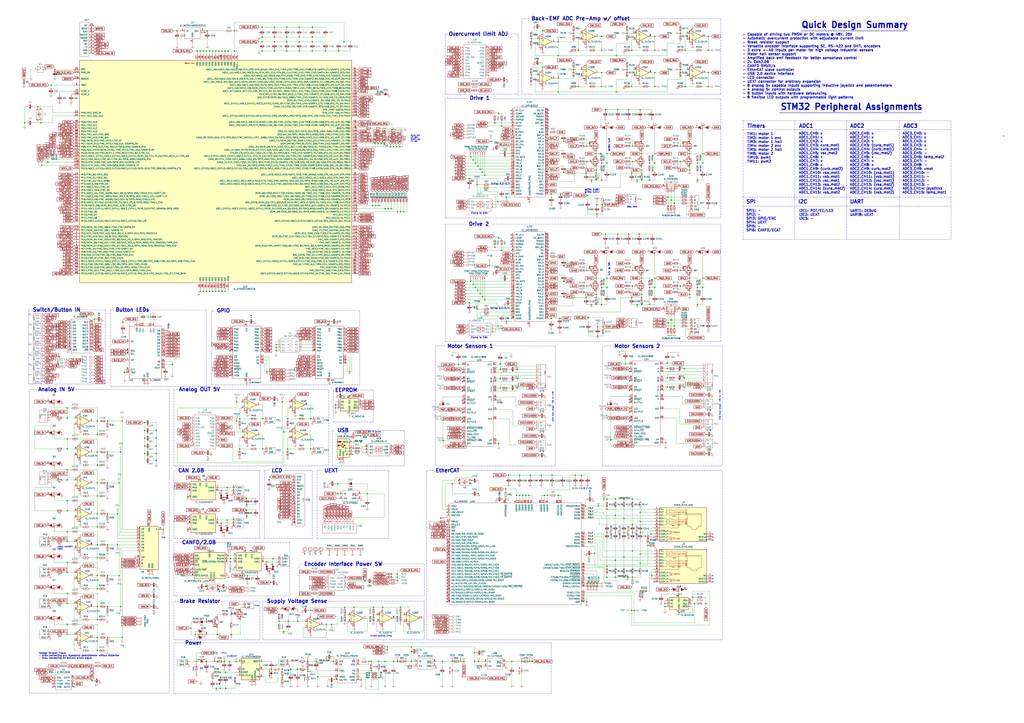
<source format=kicad_sch>
(kicad_sch (version 20211123) (generator eeschema)
  (paper "A1")
  (title_block (title "Electric Motor Control Board") (date "2019-02-02") (rev "Rev A") (company "Swedish Embedded Group") (comment 1 "Drawn by Martin Schröder"))
  (lib_symbols
    (symbol "SwEmb:CAPP_100uF_25V_6357" (pin_numbers hide) (pin_names (offset 0.254))
      (property "Reference" "C" (at 0.635 2.54 0))
      (symbol "CAPP_100uF_25V_6357_0_0"
        (text "100uF 25V" (at 0 0 0) (effects (font (size 0.508 0.508))))
      )
      (symbol "CAPP_100uF_25V_6357_1_1"
        (pin passive line (at 0 2.54 270) (length 1.8542) (name "~") (number "1"))
        (pin passive line (at 0 -2.54 90) (length 1.8542) (name "~") (number "2"))
      )
    )
    (symbol "SwEmb:CAPP_220uF_63V_10x15_THT" (pin_numbers hide) (pin_names (offset 0.254))
      (property "Reference" "C" (at 0.635 2.54 0))
      (symbol "CAPP_220uF_63V_10x15_THT_0_0"
        (text "220uF 63V" (at 0 0 0) (effects (font (size 0.508 0.508))))
      )
      (symbol "CAPP_220uF_63V_10x15_THT_1_1"
        (pin passive line (at 0 2.54 270) (length 1.8542) (name "~") (number "1"))
        (pin passive line (at 0 -2.54 90) (length 1.8542) (name "~") (number "2"))
      )
    )
    (symbol "SwEmb:CAP_0.022uF_100V_0603" (pin_numbers hide) (pin_names (offset 0.254) hide)
      (property "Reference" "C" (at 0.254 1.778 0))
      (symbol "CAP_0.022uF_100V_0603_0_0"
        (text "0.022uF 100V" (at 0 0 0) (effects (font (size 0.508 0.508))))
      )
      (symbol "CAP_0.022uF_100V_0603_1_1"
        (pin passive line (at 0 2.54 270) (length 2.032) (name "~") (number "1"))
        (pin passive line (at 0 -2.54 90) (length 2.032) (name "~") (number "2"))
      )
    )
    (symbol "SwEmb:CAP_100nF_100V_0603" (pin_numbers hide) (pin_names (offset 0.254) hide)
      (property "Reference" "C" (at 0.254 1.778 0))
      (symbol "CAP_100nF_100V_0603_0_0"
        (text "100nF 100V" (at 0 0 0) (effects (font (size 0.508 0.508))))
      )
      (symbol "CAP_100nF_100V_0603_1_1"
        (pin passive line (at 0 2.54 270) (length 2.032) (name "~") (number "1"))
        (pin passive line (at 0 -2.54 90) (length 2.032) (name "~") (number "2"))
      )
    )
    (symbol "SwEmb:CAP_100nF_50V_0402" (pin_numbers hide) (pin_names (offset 0.254) hide)
      (property "Reference" "C" (at 0.254 1.778 0))
      (symbol "CAP_100nF_50V_0402_0_0"
        (text "100nF 50V" (at 0 0 0) (effects (font (size 0.508 0.508))))
      )
      (symbol "CAP_100nF_50V_0402_1_1"
        (pin passive line (at 0 2.54 270) (length 2.032) (name "~") (number "1"))
        (pin passive line (at 0 -2.54 90) (length 2.032) (name "~") (number "2"))
      )
    )
    (symbol "SwEmb:CAP_100pF_50V_0402" (pin_numbers hide) (pin_names (offset 0.254) hide)
      (property "Reference" "C" (at 0.254 1.778 0))
      (symbol "CAP_100pF_50V_0402_0_0"
        (text "100pF 50V" (at 0 0 0) (effects (font (size 0.508 0.508))))
      )
      (symbol "CAP_100pF_50V_0402_1_1"
        (pin passive line (at 0 2.54 270) (length 2.032) (name "~") (number "1"))
        (pin passive line (at 0 -2.54 90) (length 2.032) (name "~") (number "2"))
      )
    )
    (symbol "SwEmb:CAP_10pF_50V_0402" (pin_numbers hide) (pin_names (offset 0.254) hide)
      (property "Reference" "C" (at 0.254 1.778 0))
      (symbol "CAP_10pF_50V_0402_0_0"
        (text "10pF 50V" (at 0 0 0) (effects (font (size 0.508 0.508))))
      )
      (symbol "CAP_10pF_50V_0402_1_1"
        (pin passive line (at 0 2.54 270) (length 2.032) (name "~") (number "1"))
        (pin passive line (at 0 -2.54 90) (length 2.032) (name "~") (number "2"))
      )
    )
    (symbol "SwEmb:CAP_10uF_25V_0805" (pin_numbers hide) (pin_names (offset 0.254) hide)
      (property "Reference" "C" (at 0.254 1.778 0))
      (symbol "CAP_10uF_25V_0805_0_0"
        (text "10uF 25V" (at 0 0 0) (effects (font (size 0.508 0.508))))
      )
      (symbol "CAP_10uF_25V_0805_1_1"
        (pin passive line (at 0 2.54 270) (length 2.032) (name "~") (number "1"))
        (pin passive line (at 0 -2.54 90) (length 2.032) (name "~") (number "2"))
      )
    )
    (symbol "SwEmb:CAP_1nF_100V_0603" (pin_numbers hide) (pin_names (offset 0.254) hide)
      (property "Reference" "C" (at 0.254 1.778 0))
      (symbol "CAP_1nF_100V_0603_0_0"
        (text "1nF 100V" (at 0 0 0) (effects (font (size 0.508 0.508))))
      )
      (symbol "CAP_1nF_100V_0603_1_1"
        (pin passive line (at 0 2.54 270) (length 2.032) (name "~") (number "1"))
        (pin passive line (at 0 -2.54 90) (length 2.032) (name "~") (number "2"))
      )
    )
    (symbol "SwEmb:CAP_2.2uF_100V_1210" (pin_numbers hide) (pin_names (offset 0.254) hide)
      (property "Reference" "C" (at 0.254 1.778 0))
      (symbol "CAP_2.2uF_100V_1210_0_0"
        (text "2u2 100V" (at 0 0 0) (effects (font (size 0.508 0.508))))
      )
      (symbol "CAP_2.2uF_100V_1210_1_1"
        (pin passive line (at 0 2.54 270) (length 2.032) (name "~") (number "1"))
        (pin passive line (at 0 -2.54 90) (length 2.032) (name "~") (number "2"))
      )
    )
    (symbol "SwEmb:CAP_2.2uF_16V_0402" (pin_numbers hide) (pin_names (offset 0.254) hide)
      (property "Reference" "C" (at 0.254 1.778 0))
      (symbol "CAP_2.2uF_16V_0402_0_0"
        (text "2.2uF 16V" (at 0 0 0) (effects (font (size 0.508 0.508))))
      )
      (symbol "CAP_2.2uF_16V_0402_1_1"
        (pin passive line (at 0 2.54 270) (length 2.032) (name "~") (number "1"))
        (pin passive line (at 0 -2.54 90) (length 2.032) (name "~") (number "2"))
      )
    )
    (symbol "SwEmb:CAP_22nF_50V_0402" (pin_numbers hide) (pin_names (offset 0.254) hide)
      (property "Reference" "C" (at 0.254 1.778 0))
      (symbol "CAP_22nF_50V_0402_0_0"
        (text "22nF 50V" (at 0 0 0) (effects (font (size 0.508 0.508))))
      )
      (symbol "CAP_22nF_50V_0402_1_1"
        (pin passive line (at 0 2.54 270) (length 2.032) (name "~") (number "1"))
        (pin passive line (at 0 -2.54 90) (length 2.032) (name "~") (number "2"))
      )
    )
    (symbol "SwEmb:CAP_22uF_10V_0805" (pin_numbers hide) (pin_names (offset 0.254) hide)
      (property "Reference" "C" (at 0.254 1.778 0))
      (symbol "CAP_22uF_10V_0805_0_0"
        (text "22uF 10V" (at 0 0 0) (effects (font (size 0.508 0.508))))
      )
      (symbol "CAP_22uF_10V_0805_1_1"
        (pin passive line (at 0 2.54 270) (length 2.032) (name "~") (number "1"))
        (pin passive line (at 0 -2.54 90) (length 2.032) (name "~") (number "2"))
      )
    )
    (symbol "SwEmb:CAP_27nF_16V_0402" (pin_numbers hide) (pin_names (offset 0.254) hide)
      (property "Reference" "C" (at 0.254 1.778 0))
      (symbol "CAP_27nF_16V_0402_0_0"
        (text "27nF 16V" (at 0 0 0) (effects (font (size 0.508 0.508))))
      )
      (symbol "CAP_27nF_16V_0402_1_1"
        (pin passive line (at 0 2.54 270) (length 2.032) (name "~") (number "1"))
        (pin passive line (at 0 -2.54 90) (length 2.032) (name "~") (number "2"))
      )
    )
    (symbol "SwEmb:CONN_AN_OUT" (pin_names (offset 1.016))
      (property "Reference" "P" (at 0 3.81 0))
      (symbol "CONN_AN_OUT_1_1"
        (pin input line (at -6.35 1.27 0) (length 2.54) (name "AN") (number "1"))
        (pin power_in line (at -6.35 -1.27 0) (length 2.54) (name "GND") (number "2"))
      )
    )
    (symbol "SwEmb:CONN_BRKRES" (pin_names (offset 1.016))
      (property "Reference" "P" (at 0 3.81 0))
      (symbol "CONN_BRKRES_1_1"
        (pin passive line (at -6.35 1.27 0) (length 2.54) (name "BR") (number "1"))
        (pin passive line (at -6.35 -1.27 0) (length 2.54) (name "BR") (number "2"))
      )
    )
    (symbol "SwEmb:CONN_BUTTON" (pin_names (offset 1.016))
      (property "Reference" "P" (at -1.27 5.08 0))
      (symbol "CONN_BUTTON_0_0"
        (text "BUTTON" (at 1.778 0 900) (effects (font (size 0.508 0.508))))
      )
      (symbol "CONN_BUTTON_1_1"
        (pin power_in line (at -6.35 2.54 0) (length 2.54) (name "GND") (number "1"))
        (pin output line (at -6.35 0 0) (length 2.54) (name "SW") (number "2"))
        (pin input line (at -6.35 -2.54 0) (length 2.54) (name "LED+") (number "3"))
      )
    )
    (symbol "SwEmb:CONN_CAN" (pin_names (offset 1.016))
      (property "Reference" "P" (at -2.54 5.08 0))
      (symbol "CONN_CAN_1_1"
        (pin passive line (at -6.35 0 0) (length 2.54) (name "CAN-") (number "1"))
        (pin passive line (at -6.35 2.54 0) (length 2.54) (name "CAN+") (number "2"))
        (pin power_in line (at -6.35 -2.54 0) (length 2.54) (name "GND") (number "3"))
      )
    )
    (symbol "SwEmb:CONN_DEBUG_2R" (pin_names (offset 1.016))
      (property "Reference" "P" (at 2.54 12.7 0))
      (symbol "CONN_DEBUG_2R_1_1"
        (pin passive line (at -5.08 8.89 0) (length 3.81) (name "VCC") (number "1"))
        (pin no_connect line (at -5.08 -13.97 0) (length 3.81) (name "NC") (number "10"))
        (pin passive line (at -5.08 6.35 0) (length 3.81) (name "GND") (number "2"))
        (pin passive line (at -5.08 3.81 0) (length 3.81) (name "TX") (number "3"))
        (pin passive line (at -5.08 1.27 0) (length 3.81) (name "RX") (number "4"))
        (pin passive line (at -5.08 -1.27 0) (length 3.81) (name "RST") (number "5"))
        (pin passive line (at -5.08 -3.81 0) (length 3.81) (name "SWDIO") (number "6"))
        (pin passive line (at -5.08 -6.35 0) (length 3.81) (name "SWCLK") (number "7"))
        (pin passive line (at -5.08 -8.89 0) (length 3.81) (name "SWO") (number "8"))
        (pin passive line (at -5.08 -11.43 0) (length 3.81) (name "BOOT") (number "9"))
      )
    )
    (symbol "SwEmb:CONN_ENCODER" (pin_names (offset 1.016))
      (property "Reference" "P" (at -1.27 11.43 0))
      (symbol "CONN_ENCODER_0_0"
        (text "5V out" (at 1.778 -7.62 900) (effects (font (size 0.508 0.508))))
        (text "Encoder" (at 1.778 3.81 900) (effects (font (size 0.508 0.508))))
      )
      (symbol "CONN_ENCODER_1_1"
        (pin output line (at -6.35 8.89 0) (length 2.54) (name "A") (number "1"))
        (pin output line (at -6.35 6.35 0) (length 2.54) (name "~{A}") (number "2"))
        (pin output line (at -6.35 3.81 0) (length 2.54) (name "B") (number "3"))
        (pin output line (at -6.35 1.27 0) (length 2.54) (name "~{B}") (number "4"))
        (pin output line (at -6.35 -1.27 0) (length 2.54) (name "Z") (number "5"))
        (pin output line (at -6.35 -3.81 0) (length 2.54) (name "~{Z}") (number "6"))
        (pin power_in line (at -6.35 -6.35 0) (length 2.54) (name "5V") (number "7"))
        (pin power_in line (at -6.35 -8.89 0) (length 2.54) (name "GND") (number "8"))
      )
    )
    (symbol "SwEmb:CONN_HALL" (pin_names (offset 1.016))
      (property "Reference" "P" (at 0 7.62 0))
      (symbol "CONN_HALL_0_0"
        (text "HALL 5V" (at 1.27 0 900) (effects (font (size 0.508 0.508))))
      )
      (symbol "CONN_HALL_1_1"
        (pin output line (at -5.08 5.08 0) (length 2.54) (name "A") (number "1"))
        (pin output line (at -5.08 2.54 0) (length 2.54) (name "B") (number "2"))
        (pin output line (at -5.08 0 0) (length 2.54) (name "C") (number "3"))
        (pin power_in line (at -5.08 -2.54 0) (length 2.54) (name "5V") (number "4"))
        (pin power_in line (at -5.08 -5.08 0) (length 2.54) (name "GND") (number "5"))
      )
    )
    (symbol "SwEmb:CONN_JOYSTICK" (pin_names (offset 1.016))
      (property "Reference" "P" (at -1.27 6.35 0))
      (symbol "CONN_JOYSTICK_0_0"
        (text "JOYSTICK" (at 1.778 0 900) (effects (font (size 0.508 0.508))))
      )
      (symbol "CONN_JOYSTICK_1_1"
        (pin power_in line (at -6.35 3.81 0) (length 2.54) (name "5V") (number "1"))
        (pin power_in line (at -6.35 1.27 0) (length 2.54) (name "GND") (number "2"))
        (pin output line (at -6.35 -1.27 0) (length 2.54) (name "X") (number "3"))
        (pin output line (at -6.35 -3.81 0) (length 2.54) (name "Y") (number "4"))
      )
    )
    (symbol "SwEmb:CONN_LCD" (pin_names (offset 1.016))
      (property "Reference" "P" (at 0 22.86 0))
      (symbol "CONN_LCD_0_0"
        (text "LCD" (at 2.54 0 900) (effects (font (size 0.9906 0.9906))))
      )
      (symbol "CONN_LCD_1_1"
        (pin power_in line (at -6.35 19.05 0) (length 2.54) (name "GND") (number "1"))
        (pin bidirectional line (at -6.35 -3.81 0) (length 2.54) (name "D3") (number "10"))
        (pin bidirectional line (at -6.35 -6.35 0) (length 2.54) (name "D4") (number "11"))
        (pin bidirectional line (at -6.35 -8.89 0) (length 2.54) (name "D5") (number "12"))
        (pin bidirectional line (at -6.35 -11.43 0) (length 2.54) (name "D6") (number "13"))
        (pin bidirectional line (at -6.35 -13.97 0) (length 2.54) (name "D7") (number "14"))
        (pin input line (at -6.35 -16.51 0) (length 2.54) (name "LED+") (number "15"))
        (pin input line (at -6.35 -19.05 0) (length 2.54) (name "LED-") (number "16"))
        (pin power_in line (at -6.35 16.51 0) (length 2.54) (name "VCC") (number "2"))
        (pin input line (at -6.35 13.97 0) (length 2.54) (name "VO") (number "3"))
        (pin input line (at -6.35 11.43 0) (length 2.54) (name "MDATA") (number "4"))
        (pin input line (at -6.35 8.89 0) (length 2.54) (name "READ") (number "5"))
        (pin input line (at -6.35 6.35 0) (length 2.54) (name "EN") (number "6"))
        (pin bidirectional line (at -6.35 3.81 0) (length 2.54) (name "D0") (number "7"))
        (pin bidirectional line (at -6.35 1.27 0) (length 2.54) (name "D1") (number "8"))
        (pin bidirectional line (at -6.35 -1.27 0) (length 2.54) (name "D2") (number "9"))
      )
    )
    (symbol "SwEmb:CONN_MOTOR" (pin_names (offset 1.016))
      (property "Reference" "P" (at -1.27 5.08 0))
      (symbol "CONN_MOTOR_0_0"
        (text "32A 7.62mm" (at 1.778 0 900) (effects (font (size 0.508 0.508))))
      )
      (symbol "CONN_MOTOR_1_1"
        (pin input line (at -6.35 -2.54 0) (length 2.54) (name "C") (number "1"))
        (pin input line (at -6.35 0 0) (length 2.54) (name "B") (number "2"))
        (pin input line (at -6.35 2.54 0) (length 2.54) (name "A") (number "3"))
      )
    )
    (symbol "SwEmb:CONN_POWER_10A" (pin_names (offset 1.016))
      (property "Reference" "P" (at 0 3.81 0))
      (symbol "CONN_POWER_10A_1_1"
        (pin passive line (at -6.35 1.27 0) (length 2.54) (name "VCC") (number "1"))
        (pin passive line (at -6.35 -1.27 0) (length 2.54) (name "GND") (number "2"))
      )
    )
    (symbol "SwEmb:CONN_POWER_41A" (pin_names (offset 1.016))
      (property "Reference" "P" (at -2.54 3.81 0))
      (symbol "CONN_POWER_41A_1_1"
        (pin passive line (at -6.35 1.27 0) (length 2.54) (name "VCC") (number "1"))
        (pin passive line (at -6.35 -1.27 0) (length 2.54) (name "GND") (number "2"))
      )
    )
    (symbol "SwEmb:CONN_SENSOR" (pin_names (offset 1.016))
      (property "Reference" "P" (at -1.27 5.08 0))
      (symbol "CONN_SENSOR_0_0"
        (text "In" (at 1.778 0 900) (effects (font (size 0.508 0.508))))
      )
      (symbol "CONN_SENSOR_1_1"
        (pin power_in line (at -6.35 2.54 0) (length 2.54) (name "5V") (number "1"))
        (pin output line (at -6.35 0 0) (length 2.54) (name "IN") (number "2"))
        (pin power_in line (at -6.35 -2.54 0) (length 2.54) (name "GND") (number "3"))
      )
    )
    (symbol "SwEmb:CONN_UEXT" (pin_names (offset 1.016))
      (property "Reference" "P" (at 2.54 12.7 0))
      (symbol "CONN_UEXT_1_1"
        (pin power_in line (at -5.08 8.89 0) (length 3.81) (name "3.3V") (number "1"))
        (pin input line (at -5.08 -13.97 0) (length 3.81) (name "~{CS}") (number "10"))
        (pin power_in line (at -5.08 6.35 0) (length 3.81) (name "GND") (number "2"))
        (pin input line (at -5.08 3.81 0) (length 3.81) (name "TX") (number "3"))
        (pin output line (at -5.08 1.27 0) (length 3.81) (name "RX") (number "4"))
        (pin input line (at -5.08 -1.27 0) (length 3.81) (name "SCL") (number "5"))
        (pin bidirectional line (at -5.08 -3.81 0) (length 3.81) (name "SDA") (number "6"))
        (pin output line (at -5.08 -6.35 0) (length 3.81) (name "MISO") (number "7"))
        (pin input line (at -5.08 -8.89 0) (length 3.81) (name "MOSI") (number "8"))
        (pin input line (at -5.08 -11.43 0) (length 3.81) (name "SCK") (number "9"))
      )
    )
    (symbol "SwEmb:D_BAT54" (pin_numbers hide) (pin_names (offset 1.016))
      (property "Reference" "D" (at -1.27 2.54 0))
      (symbol "D_BAT54_0_0"
        (text "BAT54" (at 0 -2.54 0) (effects (font (size 0.508 0.508))))
      )
      (symbol "D_BAT54_1_1"
        (pin passive line (at -2.54 0 0) (length 2.54) (name "~") (number "1"))
        (pin passive line (at 2.54 0 180) (length 2.54) (name "~") (number "2"))
      )
    )
    (symbol "SwEmb:D_BAT54S" (pin_names (offset 1.016))
      (property "Reference" "D" (at 0.635 -3.81 0))
      (symbol "D_BAT54S_0_0"
        (text "BAT54" (at 0 1.27 0) (effects (font (size 0.508 0.508))))
      )
      (symbol "D_BAT54S_1_1"
        (pin passive line (at -6.35 0 0) (length 2.54) (name "~") (number "1"))
        (pin passive line (at 6.35 0 180) (length 2.54) (name "~") (number "2"))
        (pin passive line (at 0 -2.54 90) (length 2.54) (name "~") (number "3"))
      )
    )
    (symbol "SwEmb:D_CDBC5100" (pin_numbers hide) (pin_names (offset 0.254) hide)
      (property "Reference" "D" (at -1.27 2.032 0))
      (symbol "D_CDBC5100_0_0"
        (text "CDBC5100 100V 5A" (at 0 -1.524 0) (effects (font (size 0.508 0.508))))
      )
      (symbol "D_CDBC5100_1_1"
        (pin passive line (at -2.54 0 0) (length 1.778) (name "K") (number "1"))
        (pin passive line (at 2.54 0 180) (length 1.778) (name "A") (number "2"))
      )
    )
    (symbol "SwEmb:D_ESDCAN03" (pin_names (offset 0.254) hide)
      (property "Reference" "D" (at -1.524 7.874 0))
      (symbol "D_ESDCAN03_0_0"
        (text "ESDCAN03" (at 0.508 0 900) (effects (font (size 0.508 0.508))))
      )
      (symbol "D_ESDCAN03_1_1"
        (pin passive line (at -3.81 2.54 0) (length 1.778) (name "~") (number "1"))
        (pin passive line (at -3.81 -2.54 0) (length 1.778) (name "K") (number "2"))
        (pin passive line (at 3.81 0 180) (length 1.778) (name "A") (number "3"))
      )
    )
    (symbol "SwEmb:D_SMBJ12A" (pin_numbers hide) (pin_names (offset 1.016) hide)
      (property "Reference" "D" (at 0 2.54 0))
      (symbol "D_SMBJ12A_0_0"
        (text "SMBJ12A" (at 0.254 -2.54 0) (effects (font (size 0.508 0.508))))
      )
      (symbol "D_SMBJ12A_1_1"
        (pin passive line (at -3.81 0 0) (length 2.54) (name "K") (number "1"))
        (pin passive line (at 3.81 0 180) (length 2.54) (name "A") (number "2"))
      )
    )
    (symbol "SwEmb:D_SMBJ48A" (pin_numbers hide) (pin_names (offset 1.016) hide)
      (property "Reference" "D" (at 0 2.54 0))
      (symbol "D_SMBJ48A_0_0"
        (text "SMBJ48A" (at 0.254 -2.54 0) (effects (font (size 0.508 0.508))))
      )
      (symbol "D_SMBJ48A_1_1"
        (pin passive line (at -3.81 0 0) (length 2.54) (name "K") (number "1"))
        (pin passive line (at 3.81 0 180) (length 2.54) (name "A") (number "2"))
      )
    )
    (symbol "SwEmb:D_STPS41H100" (pin_names (offset 1.016))
      (property "Reference" "D" (at 1.905 -1.27 0))
      (symbol "D_STPS41H100_0_0"
        (text "STPS41H100" (at -2.54 0 0) (effects (font (size 0.508 0.508))))
      )
      (symbol "D_STPS41H100_1_1"
        (pin passive line (at -5.08 2.54 0) (length 2.54) (name "~") (number "1"))
        (pin passive line (at 3.81 0 180) (length 2.54) (name "~") (number "2"))
        (pin passive line (at -5.08 -2.54 0) (length 2.54) (name "~") (number "3"))
      )
    )
    (symbol "SwEmb:D_SZ1SMB5913BT3G" (pin_numbers hide) (pin_names (offset 0.254) hide)
      (property "Reference" "D" (at 0 2.286 0))
      (symbol "D_SZ1SMB5913BT3G_0_0"
        (text "3.3V 3W" (at 0 -2.032 0) (effects (font (size 0.9906 0.9906))))
      )
      (symbol "D_SZ1SMB5913BT3G_1_1"
        (pin passive line (at -2.54 0 0) (length 1.778) (name "K") (number "1"))
        (pin passive line (at 2.54 0 180) (length 1.778) (name "A") (number "2"))
      )
    )
    (symbol "SwEmb:D_TPD3E001" (pin_names (offset 1.016))
      (property "Reference" "D" (at 0 6.096 0))
      (property "Value" "D_TPD3E001" (at -0.254 -11.938 0))
      (symbol "D_TPD3E001_1_1"
        (pin passive line (at -2.54 -5.08 90) (length 2.54) (name "~") (number "1"))
        (pin passive line (at 0 -5.08 90) (length 2.54) (name "~") (number "2"))
        (pin passive line (at 7.62 0 180) (length 2.54) (name "~") (number "3"))
        (pin passive line (at 2.54 -5.08 90) (length 2.54) (name "~") (number "4"))
        (pin passive line (at -7.62 0 0) (length 2.54) (name "~") (number "5"))
      )
    )
    (symbol "SwEmb:FUSE_3A_9750" (pin_numbers hide) (pin_names (offset 0.254) hide)
      (property "Reference" "F" (at 0.762 0.508 0))
      (symbol "FUSE_3A_9750_0_0"
        (text "3A" (at 1.27 0 900) (effects (font (size 0.508 0.508))))
      )
      (symbol "FUSE_3A_9750_1_1"
        (pin passive line (at 0 2.54 270) (length 0.762) (name "~") (number "1"))
        (pin passive line (at 0 -2.54 90) (length 0.762) (name "~") (number "2"))
      )
    )
    (symbol "SwEmb:FUSE_4A_0603" (pin_numbers hide) (pin_names (offset 0.254) hide)
      (property "Reference" "F" (at 0.762 0.508 0))
      (symbol "FUSE_4A_0603_0_0"
        (text "4A 63V" (at 1.27 0 900) (effects (font (size 0.508 0.508))))
      )
      (symbol "FUSE_4A_0603_1_1"
        (pin passive line (at 0 2.54 270) (length 0.762) (name "~") (number "1"))
        (pin passive line (at 0 -2.54 90) (length 0.762) (name "~") (number "2"))
      )
    )
    (symbol "SwEmb:GNDREF" (power) (pin_names (offset 0))
      (symbol "GNDREF_1_1"
        (pin power_in line (at 0 0 270) (length 0) hide (name "GNDREF") (number "1"))
      )
    )
    (symbol "SwEmb:GND_100X30" (pin_numbers hide) (pin_names (offset 1.016) hide)
      (property "Reference" "GND" (at 0 6.35 0))
      (symbol "GND_100X30_0_0"
        (text "100x30mm" (at 0 3.81 0) (effects (font (size 0.508 0.508))))
      )
      (symbol "GND_100X30_1_1"
        (pin passive line (at 0 0 90) (length 2.54) (name "GND") (number "1"))
      )
    )
    (symbol "SwEmb:GND_ANALOG_IN" (pin_numbers hide) (pin_names (offset 1.016) hide)
      (property "Reference" "GND" (at 0 6.35 0))
      (symbol "GND_ANALOG_IN_0_0"
        (text "GND_AN_IN" (at 0 3.81 0) (effects (font (size 0.508 0.508))))
      )
      (symbol "GND_ANALOG_IN_1_1"
        (pin passive line (at 0 0 90) (length 2.54) (name "GND") (number "1"))
      )
    )
    (symbol "SwEmb:GND_ANALOG_OUT" (pin_numbers hide) (pin_names (offset 1.016) hide)
      (property "Reference" "GND" (at 0 6.35 0))
      (symbol "GND_ANALOG_OUT_0_0"
        (text "GND_AN_OUT" (at 0 3.81 0) (effects (font (size 0.508 0.508))))
      )
      (symbol "GND_ANALOG_OUT_1_1"
        (pin passive line (at 0 0 90) (length 2.54) (name "GND") (number "1"))
      )
    )
    (symbol "SwEmb:GND_MOTOR_DRIVER" (pin_numbers hide) (pin_names (offset 1.016) hide)
      (property "Reference" "GND" (at 0 6.35 0))
      (symbol "GND_MOTOR_DRIVER_0_0"
        (text "GND_DRIVE" (at 0 3.81 0) (effects (font (size 0.508 0.508))))
      )
      (symbol "GND_MOTOR_DRIVER_1_1"
        (pin passive line (at 0 0 90) (length 2.54) (name "GND") (number "1"))
      )
    )
    (symbol "SwEmb:IC_DRV8302" (pin_names (offset 1.016))
      (property "Reference" "U" (at 0 38.1 0))
      (property "Value" "IC_DRV8302" (at 7.62 -39.37 0))
      (symbol "IC_DRV8302_1_0"
        (pin output line (at 15.24 21.59 180) (length 2.54) (name "PH") (number "51"))
      )
      (symbol "IC_DRV8302_1_1"
        (pin input line (at -15.24 34.29 0) (length 2.54) (name "RT_CLK") (number "1"))
        (pin input line (at -15.24 11.43 0) (length 2.54) (name "GAIN") (number "10"))
        (pin input line (at -15.24 8.89 0) (length 2.54) (name "OC_ADJ") (number "11"))
        (pin input line (at -15.24 6.35 0) (length 2.54) (name "DC_CAL") (number "12"))
        (pin power_out line (at -15.24 3.81 0) (length 2.54) (name "GVDD") (number "13"))
        (pin power_out line (at -15.24 1.27 0) (length 2.54) (name "CP1") (number "14"))
        (pin power_out line (at -15.24 -1.27 0) (length 2.54) (name "CP2") (number "15"))
        (pin input line (at -15.24 -3.81 0) (length 2.54) (name "EN_GATE") (number "16"))
        (pin input line (at -15.24 -6.35 0) (length 2.54) (name "INH_A") (number "17"))
        (pin input line (at -15.24 -8.89 0) (length 2.54) (name "INL_A") (number "18"))
        (pin input line (at -15.24 -11.43 0) (length 2.54) (name "INH_B") (number "19"))
        (pin output line (at -15.24 31.75 0) (length 2.54) (name "COMP") (number "2"))
        (pin input line (at -15.24 -13.97 0) (length 2.54) (name "INL_B") (number "20"))
        (pin input line (at -15.24 -16.51 0) (length 2.54) (name "INH_C") (number "21"))
        (pin input line (at -15.24 -19.05 0) (length 2.54) (name "INL_C") (number "22"))
        (pin power_out line (at -15.24 -21.59 0) (length 2.54) (name "DVDD") (number "23"))
        (pin input line (at -15.24 -24.13 0) (length 2.54) (name "REF") (number "24"))
        (pin output line (at -15.24 -26.67 0) (length 2.54) (name "SO1") (number "25"))
        (pin output line (at -15.24 -29.21 0) (length 2.54) (name "SO2") (number "26"))
        (pin power_out line (at -15.24 -31.75 0) (length 2.54) (name "AVDD") (number "27"))
        (pin power_in line (at -15.24 -34.29 0) (length 2.54) (name "AGND") (number "28"))
        (pin power_in line (at 15.24 -34.29 180) (length 2.54) (name "PVDD1") (number "29"))
        (pin input line (at -15.24 29.21 0) (length 2.54) (name "VSENSE") (number "3"))
        (pin input line (at 15.24 -31.75 180) (length 2.54) (name "SP2") (number "30"))
        (pin input line (at 15.24 -29.21 180) (length 2.54) (name "SN2") (number "31"))
        (pin input line (at 15.24 -26.67 180) (length 2.54) (name "SP1") (number "32"))
        (pin input line (at 15.24 -24.13 180) (length 2.54) (name "SN1") (number "33"))
        (pin input line (at 15.24 -21.59 180) (length 2.54) (name "SL_C") (number "34"))
        (pin output line (at 15.24 -19.05 180) (length 2.54) (name "GL_C") (number "35"))
        (pin input line (at 15.24 -16.51 180) (length 2.54) (name "SH_C") (number "36"))
        (pin output line (at 15.24 -13.97 180) (length 2.54) (name "GH_C") (number "37"))
        (pin power_out line (at 15.24 -11.43 180) (length 2.54) (name "BST_C") (number "38"))
        (pin input line (at 15.24 -8.89 180) (length 2.54) (name "SL_B") (number "39"))
        (pin input line (at -15.24 26.67 0) (length 2.54) (name "PWRGD") (number "4"))
        (pin output line (at 15.24 -6.35 180) (length 2.54) (name "GL_B") (number "40"))
        (pin input line (at 15.24 -3.81 180) (length 2.54) (name "SH_B") (number "41"))
        (pin output line (at 15.24 -1.27 180) (length 2.54) (name "GH_B") (number "42"))
        (pin power_out line (at 15.24 1.27 180) (length 2.54) (name "BST_B") (number "43"))
        (pin input line (at 15.24 3.81 180) (length 2.54) (name "SL_A") (number "44"))
        (pin output line (at 15.24 6.35 180) (length 2.54) (name "GL_A") (number "45"))
        (pin input line (at 15.24 8.89 180) (length 2.54) (name "SH_A") (number "46"))
        (pin output line (at 15.24 11.43 180) (length 2.54) (name "GH_A") (number "47"))
        (pin power_out line (at 15.24 13.97 180) (length 2.54) (name "BST_A") (number "48"))
        (pin input line (at 15.24 16.51 180) (length 2.54) (name "BIAS") (number "49"))
        (pin output line (at -15.24 24.13 0) (length 2.54) (name "OCTW") (number "5"))
        (pin output line (at 15.24 19.05 180) (length 2.54) (name "PH") (number "50"))
        (pin power_out line (at 15.24 24.13 180) (length 2.54) (name "BST_BK") (number "52"))
        (pin power_in line (at 15.24 26.67 180) (length 2.54) (name "PVDD2") (number "53"))
        (pin power_in line (at 15.24 29.21 180) (length 2.54) (name "PVDD2") (number "54"))
        (pin input line (at 15.24 31.75 180) (length 2.54) (name "EN_BUCK") (number "55"))
        (pin input line (at 15.24 34.29 180) (length 2.54) (name "SS_TR") (number "56"))
        (pin power_in line (at 0 -39.37 90) (length 2.54) (name "GND(POWER_PAD)") (number "57"))
        (pin output line (at -15.24 21.59 0) (length 2.54) (name "FAULT") (number "6"))
        (pin input line (at -15.24 19.05 0) (length 2.54) (name "DTC") (number "7"))
        (pin input line (at -15.24 16.51 0) (length 2.54) (name "M_PWM") (number "8"))
        (pin input line (at -15.24 13.97 0) (length 2.54) (name "M_OC") (number "9"))
      )
    )
    (symbol "SwEmb:IC_LAN9252" (pin_names (offset 1.016))
      (property "Reference" "U" (at 0 -44.45 0))
      (property "Value" "IC_LAN9252" (at 0 -46.99 0))
      (symbol "IC_LAN9252_1_1"
        (pin passive line (at -55.88 38.1 0) (length 2.54) (name "OSCI") (number "1"))
        (pin input line (at 57.15 -22.86 180) (length 2.54) (name "FXSDB/FXLOSB/~{FXSDENB}") (number "10"))
        (pin input line (at -55.88 20.32 0) (length 2.54) (name "~{RST}") (number "11"))
        (pin bidirectional line (at -55.88 10.16 0) (length 2.54) (name "D2/AD2/SOF/SIO2") (number "12"))
        (pin bidirectional line (at -55.88 12.7 0) (length 2.54) (name "D1/AD1/EOF/SO/SIO1") (number "13"))
        (pin power_in line (at 13.97 43.18 270) (length 2.54) (name "VDDIO") (number "14"))
        (pin bidirectional line (at -55.88 -20.32 0) (length 2.54) (name "D14/AD14/DIGIO8/GPI8/GPO8/MII_TXD3/~{TX_SHIFT1}") (number "15"))
        (pin bidirectional line (at -55.88 -17.78 0) (length 2.54) (name "D13/AD13/DIGIO7/GPI7/GPO7/MII_TXD2/~{TX_SHIFT0}") (number "16"))
        (pin bidirectional line (at -55.88 15.24 0) (length 2.54) (name "D0/AD0/WD_STATE/SI/SIO0") (number "17"))
        (pin input line (at 57.15 -27.94 180) (length 2.54) (name "SYNC1/LATCH1") (number "18"))
        (pin bidirectional line (at -55.88 -7.62 0) (length 2.54) (name "D9/AD9/LATCH_IN/SCK") (number "19"))
        (pin passive line (at -55.88 35.56 0) (length 2.54) (name "OSCO") (number "2"))
        (pin power_in line (at 8.89 43.18 270) (length 2.54) (name "VDDIO") (number "20"))
        (pin bidirectional line (at -55.88 -15.24 0) (length 2.54) (name "D12/AD12/DIGIO6/GPI6/GPO6/MII_TXD1") (number "21"))
        (pin bidirectional line (at -55.88 -12.7 0) (length 2.54) (name "D11/AD11/DIGIO5/GPI5/GPO5/MII_TXD0") (number "22"))
        (pin bidirectional line (at -55.88 -10.16 0) (length 2.54) (name "D10/AD10/DIGIO4/GPI4/GPO4/MII_TXEN") (number "23"))
        (pin passive line (at 24.13 43.18 270) (length 2.54) (name "VDDCR") (number "24"))
        (pin bidirectional line (at -55.88 -25.4 0) (length 2.54) (name "A1/ALELO/OE_EXT/MII_CLK25") (number "25"))
        (pin bidirectional line (at -55.88 -30.48 0) (length 2.54) (name "A3/DIGIO11/GPI11/GPO11/MII_RXDV") (number "26"))
        (pin bidirectional line (at -55.88 -33.02 0) (length 2.54) (name "A4/DIGIO12/GPI12/GPO12/MII_RXD0") (number "27"))
        (pin bidirectional line (at -55.88 -40.64 0) (length 2.54) (name "CS/DIGIO13/GPI13/GPO13/MII_RXD1") (number "28"))
        (pin bidirectional line (at -55.88 -27.94 0) (length 2.54) (name "A2/ALEHI/DIGIO10/GPI10/GPO10/LINKACTLED2/~{MII_LINKPOL}") (number "29"))
        (pin power_out line (at -55.88 33.02 0) (length 2.54) (name "OSCVDD12") (number "3"))
        (pin bidirectional line (at -55.88 -35.56 0) (length 2.54) (name "WR/ENB/DIGIO14/GPI14/GPO14/MII_RXD2") (number "30"))
        (pin bidirectional line (at -55.88 -38.1 0) (length 2.54) (name "RD/RD_WR/DIGIO15/GPI15/GPO15/MII_RXD3") (number "31"))
        (pin power_in line (at 11.43 43.18 270) (length 2.54) (name "VDDIO") (number "32"))
        (pin bidirectional line (at -55.88 -22.86 0) (length 2.54) (name "A0/D15/AD15/DIGIO9/GPI9/GPO9/MII_RXER") (number "33"))
        (pin bidirectional line (at 57.15 -25.4 180) (length 2.54) (name "SYNC0/LATCH0") (number "34"))
        (pin bidirectional line (at -55.88 7.62 0) (length 2.54) (name "D3/AD3/WD_TRIG/SIO3") (number "35"))
        (pin bidirectional line (at -55.88 0 0) (length 2.54) (name "D6/AD6/DIGIO0/GPI0/GPO0/MII_RXCLK") (number "36"))
        (pin power_in line (at 6.35 43.18 270) (length 2.54) (name "VDDIO") (number "37"))
        (pin power_out line (at 21.59 43.18 270) (length 2.54) (name "VDDCR") (number "38"))
        (pin bidirectional line (at -55.88 -2.54 0) (length 2.54) (name "D7/AD7/DIGIO1/GPI1/GPO1/MII_MDC") (number "39"))
        (pin power_out line (at -55.88 30.48 0) (length 2.54) (name "OSCVSS") (number "4"))
        (pin bidirectional line (at -55.88 -5.08 0) (length 2.54) (name "D8/AD8/DIGIO2/GPI2/GPO2/MII_MDIO") (number "40"))
        (pin input line (at 57.15 -38.1 180) (length 2.54) (name "TESTMODE") (number "41"))
        (pin bidirectional line (at 57.15 -35.56 180) (length 2.54) (name "EESDA/TMS") (number "42"))
        (pin bidirectional line (at 57.15 -33.02 180) (length 2.54) (name "EESCL/TCK") (number "43"))
        (pin output line (at -55.88 17.78 0) (length 2.54) (name "IRQ") (number "44"))
        (pin output line (at 57.15 -15.24 180) (length 2.54) (name "RUNLED/~{E2PSIZE}") (number "45"))
        (pin output line (at 57.15 -10.16 180) (length 2.54) (name "LINKACTLED1/TDI/~{CHIP_MODE1}") (number "46"))
        (pin power_in line (at 3.81 43.18 270) (length 2.54) (name "VDDIO") (number "47"))
        (pin output line (at 57.15 -12.7 180) (length 2.54) (name "LINKACTLED0/TDO/~{CHIP_MODE0}") (number "48"))
        (pin bidirectional line (at -55.88 5.08 0) (length 2.54) (name "D4/AD4/DIGIO3/GPI3/GPO3/MII_LINK") (number "49"))
        (pin power_in line (at 1.27 43.18 270) (length 2.54) (name "VDD33") (number "5"))
        (pin bidirectional line (at -55.88 2.54 0) (length 2.54) (name "D5/AD5/OUTVALID/~{SCS}") (number "50"))
        (pin power_in line (at 57.15 5.08 180) (length 2.54) (name "VDD33TXRX1") (number "51"))
        (pin output line (at 57.15 12.7 180) (length 2.54) (name "TXNA") (number "52"))
        (pin output line (at 57.15 15.24 180) (length 2.54) (name "TXPA") (number "53"))
        (pin input line (at 57.15 7.62 180) (length 2.54) (name "RXNA") (number "54"))
        (pin input line (at 57.15 10.16 180) (length 2.54) (name "RXPA") (number "55"))
        (pin power_out line (at 35.56 43.18 270) (length 2.54) (name "VDD12TX1") (number "56"))
        (pin input line (at -55.88 25.4 0) (length 2.54) (name "RBIAS") (number "57"))
        (pin power_in line (at -7.62 43.18 270) (length 2.54) (name "VDD33BIAS") (number "58"))
        (pin passive line (at 38.1 43.18 270) (length 2.54) (name "VDD12TX2") (number "59"))
        (pin passive line (at 26.67 43.18 270) (length 2.54) (name "VDDCR") (number "6"))
        (pin input line (at 57.15 30.48 180) (length 2.54) (name "RXPB") (number "60"))
        (pin input line (at 57.15 27.94 180) (length 2.54) (name "RXNB") (number "61"))
        (pin output line (at 57.15 35.56 180) (length 2.54) (name "TXPB") (number "62"))
        (pin output line (at 57.15 33.02 180) (length 2.54) (name "TXNB") (number "63"))
        (pin input line (at 57.15 38.1 180) (length 2.54) (name "VDD33TXRX2") (number "64"))
        (pin power_in line (at 57.15 -40.64 180) (length 2.54) (name "GND") (number "65"))
        (pin input line (at -55.88 22.86 0) (length 2.54) (name "REG_EN") (number "7"))
        (pin output line (at 57.15 -17.78 180) (length 2.54) (name "~{FXLOSEN}") (number "8"))
        (pin input line (at 57.15 -20.32 180) (length 2.54) (name "FXSDA/FXLOSA/~{FXSDENA}") (number "9"))
      )
    )
    (symbol "SwEmb:IC_LP55231" (pin_names (offset 1.016))
      (property "Reference" "U" (at 8.89 22.86 0))
      (property "Value" "IC_LP55231" (at 6.35 -22.86 0))
      (symbol "IC_LP55231_1_1"
        (pin passive line (at -5.08 24.13 270) (length 2.54) (name "C2+") (number "1"))
        (pin input line (at -16.51 -16.51 0) (length 2.54) (name "TRIG") (number "10"))
        (pin output line (at 15.24 17.78 180) (length 2.54) (name "D9") (number "11"))
        (pin output line (at 15.24 15.24 180) (length 2.54) (name "D8") (number "12"))
        (pin output line (at 15.24 12.7 180) (length 2.54) (name "D7") (number "13"))
        (pin output line (at 15.24 10.16 180) (length 2.54) (name "D6") (number "14"))
        (pin output line (at 15.24 7.62 180) (length 2.54) (name "D5") (number "15"))
        (pin output line (at 15.24 5.08 180) (length 2.54) (name "D4") (number "16"))
        (pin output line (at 15.24 2.54 180) (length 2.54) (name "D3") (number "17"))
        (pin output line (at 15.24 0 180) (length 2.54) (name "D2") (number "18"))
        (pin output line (at 15.24 -2.54 180) (length 2.54) (name "D1") (number "19"))
        (pin passive line (at 6.35 24.13 270) (length 2.54) (name "C1+") (number "2"))
        (pin input line (at 15.24 -7.62 180) (length 2.54) (name "A0") (number "20"))
        (pin input line (at 15.24 -10.16 180) (length 2.54) (name "A1") (number "21"))
        (pin output line (at 15.24 -12.7 180) (length 2.54) (name "VOUT") (number "22"))
        (pin passive line (at -2.54 24.13 270) (length 2.54) (name "C2-") (number "23"))
        (pin passive line (at 3.81 24.13 270) (length 2.54) (name "C1-") (number "24"))
        (pin power_in line (at -1.27 -24.13 90) (length 2.54) (name "EP") (number "25"))
        (pin power_in line (at -7.62 24.13 270) (length 2.54) (name "VDD") (number "3"))
        (pin power_in line (at 1.27 -24.13 90) (length 2.54) (name "GND") (number "4"))
        (pin input line (at -16.51 8.89 0) (length 2.54) (name "EN") (number "5"))
        (pin input line (at -16.51 -13.97 0) (length 2.54) (name "CLK") (number "6"))
        (pin output line (at -16.51 -6.35 0) (length 2.54) (name "INT") (number "7"))
        (pin bidirectional line (at -16.51 1.27 0) (length 2.54) (name "SDA") (number "8"))
        (pin input line (at -16.51 -1.27 0) (length 2.54) (name "SCL") (number "9"))
      )
    )
    (symbol "SwEmb:IC_M24C16"
      (property "Reference" "U" (at -7.62 6.35 0))
      (property "Value" "IC_M24C16" (at 2.54 -6.35 0))
      (symbol "IC_M24C16_1_1"
        (pin input line (at -10.16 2.54 0) (length 2.54) (name "A0") (number "1"))
        (pin input line (at -10.16 0 0) (length 2.54) (name "A1") (number "2"))
        (pin input line (at -10.16 -2.54 0) (length 2.54) (name "A2") (number "3"))
        (pin power_in line (at 0 -7.62 90) (length 2.54) (name "GND") (number "4"))
        (pin bidirectional line (at 10.16 2.54 180) (length 2.54) (name "SDA") (number "5"))
        (pin input line (at 10.16 0 180) (length 2.54) (name "SCL") (number "6"))
        (pin input line (at 10.16 -2.54 180) (length 2.54) (name "~{WEN}") (number "7"))
        (pin power_in line (at 0 7.62 270) (length 2.54) (name "VCC") (number "8"))
      )
    )
    (symbol "SwEmb:IC_MAX14890" (pin_names (offset 1.016))
      (property "Reference" "U" (at 0 -34.29 0))
      (property "Value" "IC_MAX14890" (at 0 36.83 0))
      (symbol "IC_MAX14890_1_1"
        (pin output line (at 13.97 27.94 180) (length 2.54) (name "AO") (number "1"))
        (pin input line (at -13.97 17.78 0) (length 2.54) (name "~{B}") (number "10"))
        (pin power_in line (at -13.97 -33.02 0) (length 2.54) (name "GND") (number "11"))
        (pin output line (at 13.97 -5.08 180) (length 2.54) (name "LO2") (number "12"))
        (pin input line (at -13.97 -5.08 0) (length 2.54) (name "DI2") (number "13"))
        (pin input line (at 13.97 -7.62 180) (length 2.54) (name "DI/TTL2") (number "14"))
        (pin input line (at -13.97 2.54 0) (length 2.54) (name "~{Y}") (number "15"))
        (pin input line (at -13.97 5.08 0) (length 2.54) (name "DIY") (number "16"))
        (pin output line (at 13.97 5.08 180) (length 2.54) (name "YO") (number "17"))
        (pin input line (at 13.97 0 180) (length 2.54) (name "DI/TTLY") (number "18"))
        (pin output line (at 13.97 2.54 180) (length 2.54) (name "~{YFAULT}") (number "19"))
        (pin output line (at 13.97 25.4 180) (length 2.54) (name "~{AFAULT}") (number "2"))
        (pin output line (at 13.97 10.16 180) (length 2.54) (name "~{ZFAULT}") (number "20"))
        (pin output line (at 13.97 17.78 180) (length 2.54) (name "~{BFAULT}") (number "21"))
        (pin power_in line (at 13.97 31.75 180) (length 2.54) (name "VL") (number "22"))
        (pin input line (at 13.97 -33.02 180) (length 2.54) (name "SPI") (number "23"))
        (pin output line (at 13.97 12.7 180) (length 2.54) (name "ZO") (number "24"))
        (pin input line (at -13.97 12.7 0) (length 2.54) (name "Z") (number "25"))
        (pin input line (at -13.97 10.16 0) (length 2.54) (name "~{Z}") (number "26"))
        (pin power_in line (at -13.97 31.75 0) (length 2.54) (name "VCC") (number "27"))
        (pin output line (at 13.97 -12.7 180) (length 2.54) (name "LO3") (number "28"))
        (pin input line (at -13.97 -12.7 0) (length 2.54) (name "DI3") (number "29"))
        (pin output line (at 13.97 -20.32 180) (length 2.54) (name "~{D3FAULT/SDO}") (number "3"))
        (pin input line (at 13.97 -15.24 180) (length 2.54) (name "DI/TTL3") (number "30"))
        (pin input line (at -13.97 25.4 0) (length 2.54) (name "~{A}") (number "31"))
        (pin input line (at -13.97 27.94 0) (length 2.54) (name "A") (number "32"))
        (pin passive line (at -13.97 -30.48 0) (length 2.54) (name "EP") (number "33"))
        (pin input line (at 13.97 -22.86 180) (length 2.54) (name "HITH/~{CS}") (number "4"))
        (pin input line (at 13.97 -25.4 180) (length 2.54) (name "SNGL/SCK") (number "5"))
        (pin input line (at 13.97 -27.94 180) (length 2.54) (name "TTL/SDI") (number "6"))
        (pin output line (at 13.97 -30.48 180) (length 2.54) (name "~{D2FAULT}/~{IRQ}") (number "7"))
        (pin output line (at 13.97 20.32 180) (length 2.54) (name "BO") (number "8"))
        (pin input line (at -13.97 20.32 0) (length 2.54) (name "B") (number "9"))
      )
    )
    (symbol "SwEmb:IC_MAX6818" (pin_names (offset 1.016))
      (property "Reference" "U" (at 0 -15.24 0))
      (property "Value" "IC_MAX6818" (at 0 -17.78 0))
      (symbol "IC_MAX6818_1_1"
        (pin input line (at -10.16 11.43 0) (length 2.54) (name "~{EN}") (number "1"))
        (pin power_in line (at -10.16 -11.43 0) (length 2.54) (name "GND") (number "10"))
        (pin output line (at 10.16 -11.43 180) (length 2.54) (name "~{IRQ}") (number "11"))
        (pin output line (at 10.16 -8.89 180) (length 2.54) (name "OUT8") (number "12"))
        (pin output line (at 10.16 -6.35 180) (length 2.54) (name "OUT7") (number "13"))
        (pin output line (at 10.16 -3.81 180) (length 2.54) (name "OUT6") (number "14"))
        (pin output line (at 10.16 -1.27 180) (length 2.54) (name "OUT5") (number "15"))
        (pin output line (at 10.16 1.27 180) (length 2.54) (name "OUT4") (number "16"))
        (pin output line (at 10.16 3.81 180) (length 2.54) (name "OUT3") (number "17"))
        (pin output line (at 10.16 6.35 180) (length 2.54) (name "OUT2") (number "18"))
        (pin output line (at 10.16 8.89 180) (length 2.54) (name "OUT1") (number "19"))
        (pin input line (at -10.16 8.89 0) (length 2.54) (name "IN1") (number "2"))
        (pin power_in line (at 10.16 11.43 180) (length 2.54) (name "VCC") (number "20"))
        (pin input line (at -10.16 6.35 0) (length 2.54) (name "IN2") (number "3"))
        (pin input line (at -10.16 3.81 0) (length 2.54) (name "IN3") (number "4"))
        (pin input line (at -10.16 1.27 0) (length 2.54) (name "IN4") (number "5"))
        (pin input line (at -10.16 -1.27 0) (length 2.54) (name "IN5") (number "6"))
        (pin input line (at -10.16 -3.81 0) (length 2.54) (name "IN6") (number "7"))
        (pin input line (at -10.16 -6.35 0) (length 2.54) (name "IN7") (number "8"))
        (pin input line (at -10.16 -8.89 0) (length 2.54) (name "IN8") (number "9"))
      )
    )
    (symbol "SwEmb:IC_MCP23S17" (pin_names (offset 1.016))
      (property "Reference" "U" (at 0 0 0))
      (property "Value" "IC_MCP23S17" (at 0 0 0))
      (symbol "IC_MCP23S17_1_1"
        (pin bidirectional line (at 13.97 19.05 180) (length 2.54) (name "PB0") (number "1"))
        (pin power_in line (at 0 -24.13 90) (length 2.54) (name "GND") (number "10"))
        (pin input line (at -13.97 -3.81 0) (length 2.54) (name "~{CS}") (number "11"))
        (pin input line (at -13.97 -6.35 0) (length 2.54) (name "SCK") (number "12"))
        (pin input line (at -13.97 -8.89 0) (length 2.54) (name "MOSI") (number "13"))
        (pin output line (at -13.97 -11.43 0) (length 2.54) (name "MISO") (number "14"))
        (pin input line (at 13.97 -8.89 180) (length 2.54) (name "A0") (number "15"))
        (pin input line (at 13.97 -6.35 180) (length 2.54) (name "A1") (number "16"))
        (pin input line (at 13.97 -3.81 180) (length 2.54) (name "A2") (number "17"))
        (pin output line (at -13.97 -13.97 0) (length 2.54) (name "~{RESET}") (number "18"))
        (pin output line (at -13.97 -19.05 0) (length 2.54) (name "INTB") (number "19"))
        (pin bidirectional line (at 13.97 16.51 180) (length 2.54) (name "PB1") (number "2"))
        (pin output line (at -13.97 -16.51 0) (length 2.54) (name "INTA") (number "20"))
        (pin bidirectional line (at -13.97 19.05 0) (length 2.54) (name "PA0") (number "21"))
        (pin bidirectional line (at -13.97 16.51 0) (length 2.54) (name "PA1") (number "22"))
        (pin bidirectional line (at -13.97 13.97 0) (length 2.54) (name "PA2") (number "23"))
        (pin bidirectional line (at -13.97 11.43 0) (length 2.54) (name "PA3") (number "24"))
        (pin bidirectional line (at -13.97 8.89 0) (length 2.54) (name "PA4") (number "25"))
        (pin bidirectional line (at -13.97 6.35 0) (length 2.54) (name "PA5") (number "26"))
        (pin bidirectional line (at -13.97 3.81 0) (length 2.54) (name "PA6") (number "27"))
        (pin bidirectional line (at -13.97 1.27 0) (length 2.54) (name "PA7") (number "28"))
        (pin bidirectional line (at 13.97 13.97 180) (length 2.54) (name "PB2") (number "3"))
        (pin bidirectional line (at 13.97 11.43 180) (length 2.54) (name "PB3") (number "4"))
        (pin bidirectional line (at 13.97 8.89 180) (length 2.54) (name "PB4") (number "5"))
        (pin bidirectional line (at 13.97 6.35 180) (length 2.54) (name "PB5") (number "6"))
        (pin bidirectional line (at 13.97 3.81 180) (length 2.54) (name "PB6") (number "7"))
        (pin bidirectional line (at 13.97 1.27 180) (length 2.54) (name "PB7") (number "8"))
        (pin power_in line (at 0 24.13 270) (length 2.54) (name "VCC") (number "9"))
      )
    )
    (symbol "SwEmb:IC_MCP2517FD-xJHA"
      (property "Reference" "U" (at -12.7 12.7 0))
      (property "Value" "IC_MCP2517FD-xJHA" (at 2.54 12.7 0))
      (symbol "IC_MCP2517FD-xJHA_1_1"
        (pin output line (at 15.24 7.62 180) (length 2.54) (name "TXCAN") (number "1"))
        (pin input line (at -15.24 0 0) (length 2.54) (name "SCK") (number "10"))
        (pin input line (at -15.24 7.62 0) (length 2.54) (name "SDI") (number "11"))
        (pin output line (at -15.24 5.08 0) (length 2.54) (name "SDO") (number "12"))
        (pin input line (at -15.24 2.54 0) (length 2.54) (name "~{CS}") (number "13"))
        (pin power_in line (at 0 12.7 270) (length 2.54) (name "VDD") (number "14"))
        (pin passive line (at 15.24 -8.89 180) (length 2.54) hide (name "VSS") (number "15"))
        (pin input line (at 15.24 5.08 180) (length 2.54) (name "RXCAN") (number "2"))
        (pin output line (at -15.24 -3.81 0) (length 2.54) (name "CLKO/SOF") (number "3"))
        (pin output line (at -15.24 -6.35 0) (length 2.54) (name "~{INT}") (number "4"))
        (pin output line (at 1.27 -13.97 90) (length 2.54) (name "OSC2") (number "5"))
        (pin input line (at 3.81 -13.97 90) (length 2.54) (name "OSC1") (number "6"))
        (pin power_in line (at 15.24 -8.89 180) (length 2.54) (name "VSS") (number "7"))
        (pin bidirectional line (at -15.24 -8.89 0) (length 2.54) (name "~{INT1}/GPIO1") (number "8"))
        (pin bidirectional line (at 15.24 2.54 180) (length 2.54) (name "~{INT0}/GPIO0/XSTBY") (number "9"))
      )
    )
    (symbol "SwEmb:IC_MCP4461" (pin_names (offset 1.016))
      (property "Reference" "U" (at 0 -25.4 0))
      (property "Value" "IC_MCP4461" (at 0 -25.4 0))
      (symbol "IC_MCP4461_1_1"
        (pin passive line (at -11.43 11.43 0) (length 2.54) (name "P3A") (number "1"))
        (pin passive line (at -11.43 -11.43 0) (length 2.54) (name "P1A") (number "10"))
        (pin passive line (at 11.43 -11.43 180) (length 2.54) (name "P0A") (number "11"))
        (pin passive line (at 11.43 -8.89 180) (length 2.54) (name "P0W") (number "12"))
        (pin passive line (at 11.43 -6.35 180) (length 2.54) (name "P0B") (number "13"))
        (pin input line (at 11.43 -3.81 180) (length 2.54) (name "~{WP}") (number "14"))
        (pin input line (at 11.43 -1.27 180) (length 2.54) (name "~{RESET}") (number "15"))
        (pin input line (at 11.43 1.27 180) (length 2.54) (name "A1") (number "16"))
        (pin power_in line (at 11.43 3.81 180) (length 2.54) (name "VDD") (number "17"))
        (pin passive line (at 11.43 6.35 180) (length 2.54) (name "P2B") (number "18"))
        (pin passive line (at 11.43 8.89 180) (length 2.54) (name "P2W") (number "19"))
        (pin passive line (at -11.43 8.89 0) (length 2.54) (name "P3W") (number "2"))
        (pin passive line (at 11.43 11.43 180) (length 2.54) (name "P2A") (number "20"))
        (pin passive line (at -11.43 6.35 0) (length 2.54) (name "P3B") (number "3"))
        (pin input line (at -11.43 3.81 0) (length 2.54) (name "HVC/A0") (number "4"))
        (pin input line (at -11.43 1.27 0) (length 2.54) (name "SCL") (number "5"))
        (pin bidirectional line (at -11.43 -1.27 0) (length 2.54) (name "SDA") (number "6"))
        (pin power_in line (at -11.43 -3.81 0) (length 2.54) (name "GND") (number "7"))
        (pin passive line (at -11.43 -6.35 0) (length 2.54) (name "P1B") (number "8"))
        (pin passive line (at -11.43 -8.89 0) (length 2.54) (name "P1W") (number "9"))
      )
    )
    (symbol "SwEmb:IC_MIC2026" (pin_names (offset 1.016))
      (property "Reference" "U" (at 0 0 0))
      (property "Value" "IC_MIC2026" (at 0 0 0))
      (symbol "IC_MIC2026_1_1"
        (pin input line (at -8.89 3.81 0) (length 2.54) (name "ENA") (number "1"))
        (pin output line (at -8.89 1.27 0) (length 2.54) (name "FLGA") (number "2"))
        (pin output line (at -8.89 -1.27 0) (length 2.54) (name "FLGB") (number "3"))
        (pin output line (at -8.89 -3.81 0) (length 2.54) (name "ENB") (number "4"))
        (pin power_out line (at 8.89 -3.81 180) (length 2.54) (name "OUTB") (number "5"))
        (pin power_in line (at 8.89 -1.27 180) (length 2.54) (name "GND") (number "6"))
        (pin power_in line (at 8.89 1.27 180) (length 2.54) (name "IN") (number "7"))
        (pin output line (at 8.89 3.81 180) (length 2.54) (name "OUTA") (number "8"))
      )
    )
    (symbol "SwEmb:IC_NCP51460SN33T1G" (pin_names (offset 1.016))
      (property "Reference" "U" (at 0 8.89 0))
      (property "Value" "IC_NCP51460SN33T1G" (at 0 6.35 0))
      (symbol "IC_NCP51460SN33T1G_0_0"
        (text "3.3V 20mA" (at 8.89 1.27 0) (effects (font (size 0.508 0.508))))
      )
      (symbol "IC_NCP51460SN33T1G_1_1"
        (pin power_in line (at -10.16 2.54 0) (length 3.81) (name "IN") (number "1"))
        (pin power_out line (at 10.16 2.54 180) (length 3.81) (name "OUT") (number "2"))
        (pin power_in line (at 0 -7.62 90) (length 3.81) (name "GND") (number "3"))
      )
    )
    (symbol "SwEmb:IC_SN74LV4051" (pin_names (offset 1.016))
      (property "Reference" "U" (at -6.35 19.05 0))
      (property "Value" "IC_SN74LV4051" (at 7.62 19.05 0))
      (symbol "IC_SN74LV4051_1_0"
        (pin passive line (at -10.16 5.08 0) (length 2.54) (name "X4") (number "1"))
        (pin input line (at -10.16 -12.7 0) (length 2.54) (name "B") (number "10"))
        (pin input line (at -10.16 -10.16 0) (length 2.54) (name "A") (number "11"))
        (pin passive line (at -10.16 7.62 0) (length 2.54) (name "X3") (number "12"))
        (pin passive line (at -10.16 15.24 0) (length 2.54) (name "X0") (number "13"))
        (pin passive line (at -10.16 12.7 0) (length 2.54) (name "X1") (number "14"))
        (pin passive line (at -10.16 10.16 0) (length 2.54) (name "X2") (number "15"))
        (pin power_in line (at 0 20.32 270) (length 2.54) (name "VDD") (number "16"))
        (pin passive line (at -10.16 0 0) (length 2.54) (name "X6") (number "2"))
        (pin passive line (at 10.16 15.24 180) (length 2.54) (name "X") (number "3"))
        (pin passive line (at -10.16 -2.54 0) (length 2.54) (name "X7") (number "4"))
        (pin passive line (at -10.16 2.54 0) (length 2.54) (name "X5") (number "5"))
        (pin input line (at -10.16 -7.62 0) (length 2.54) (name "Inh") (number "6"))
        (pin power_in line (at 2.54 -20.32 90) (length 2.54) (name "GND") (number "7"))
        (pin power_in line (at 0 -20.32 90) (length 2.54) (name "GND") (number "8"))
        (pin input line (at -10.16 -15.24 0) (length 2.54) (name "C") (number "9"))
      )
    )
    (symbol "SwEmb:IC_STM32F429ZET6" (pin_names (offset 1.016))
      (property "Reference" "U" (at -111.76 92.075 0))
      (property "Value" "IC_STM32F429ZET6" (at 111.76 92.075 0))
      (symbol "IC_STM32F429ZET6_0_0"
        (text "280mA MAX" (at -21.59 88.9 0) (effects (font (size 0.9906 0.9906))))
      )
      (symbol "IC_STM32F429ZET6_1_1"
        (pin bidirectional line (at -116.84 -50.8 0) (length 5.08) (name "PE2/ETH_TXD3/FMC_A23/SAI1_MCLK_A/SPI4_SCK/SYS_TRACECLK") (number "1"))
        (pin bidirectional line (at -116.84 -2.54 0) (length 5.08) (name "PF0/FMC_A0/I2C2_SDA") (number "10"))
        (pin bidirectional line (at 116.84 63.5 180) (length 5.08) (name "I2C3_SCL/LTDC_R6/RCC_MCO_1/TIM1_CH1/USART1_CK/USB_OTG_FS_SOF/PA8") (number "100"))
        (pin bidirectional line (at 116.84 60.96 180) (length 5.08) (name "DAC_EXTI9/DCMI_D0/I2C3_SMBA/TIM1_CH2/USART1_TX/USB_OTG_FS_VBUS/PA9") (number "101"))
        (pin bidirectional line (at 116.84 58.42 180) (length 5.08) (name "DCMI_D1/TIM1_CH3/USART1_RX/USB_OTG_FS_ID/PA10") (number "102"))
        (pin bidirectional line (at 116.84 55.88 180) (length 5.08) (name "ADC1_EXTI11/ADC2_EXTI11/ADC3_EXTI11/CAN1_RX/LTDC_R4/TIM1_CH4/USART1_CTS/USB_OTG_FS_DM/PA11") (number "103"))
        (pin bidirectional line (at 116.84 53.34 180) (length 5.08) (name "CAN1_TX/LTDC_R5/TIM1_ETR/USART1_RTS/USB_OTG_FS_DP/PA12") (number "104"))
        (pin bidirectional line (at 116.84 50.8 180) (length 5.08) (name "SYS_JTMS-SWDIO/PA13") (number "105"))
        (pin passive line (at -116.84 63.5 0) (length 5.08) (name "VCAP_2") (number "106"))
        (pin power_in line (at 2.54 -96.52 90) (length 5.08) (name "VSS") (number "107"))
        (pin power_in line (at 5.08 96.52 270) (length 5.08) (name "VDD") (number "108"))
        (pin bidirectional line (at 116.84 48.26 180) (length 5.08) (name "SYS_JTCK-SWCLK/PA14") (number "109"))
        (pin bidirectional line (at -116.84 -5.08 0) (length 5.08) (name "PF1/FMC_A1/I2C2_SCL") (number "11"))
        (pin bidirectional line (at 116.84 45.72 180) (length 5.08) (name "ADC1_EXTI15/ADC2_EXTI15/ADC3_EXTI15/I2S3_WS/SPI1_NSS/SPI3_NSS/SYS_JTDI/TIM2_CH1/TIM2_ETR/PA15") (number "110"))
        (pin bidirectional line (at 116.84 -27.94 180) (length 5.08) (name "DCMI_D8/I2S3_CK/LTDC_R2/SDIO_D2/SPI3_SCK/UART4_TX/USART3_TX/PC10") (number "111"))
        (pin bidirectional line (at 116.84 -30.48 180) (length 5.08) (name "ADC1_EXTI11/ADC2_EXTI11/ADC3_EXTI11/DCMI_D4/I2S3_ext_SD/SDIO_D3/SPI3_MISO/UART4_RX/USART3_RX/PC11") (number "112"))
        (pin bidirectional line (at 116.84 -33.02 180) (length 5.08) (name "DCMI_D9/I2S3_SD/SDIO_CK/SPI3_MOSI/UART5_TX/USART3_CK/PC12") (number "113"))
        (pin bidirectional line (at 116.84 -45.72 180) (length 5.08) (name "CAN1_RX/FMC_D2/FMC_DA2/PD0") (number "114"))
        (pin bidirectional line (at 116.84 -48.26 180) (length 5.08) (name "CAN1_TX/FMC_D3/FMC_DA3/PD1") (number "115"))
        (pin bidirectional line (at 116.84 -50.8 180) (length 5.08) (name "DCMI_D11/SDIO_CMD/TIM3_ETR/UART5_RX/PD2") (number "116"))
        (pin bidirectional line (at 116.84 -53.34 180) (length 5.08) (name "DCMI_D5/FMC_CLK/I2S2_CK/LTDC_G7/SPI2_SCK/USART2_CTS/PD3") (number "117"))
        (pin bidirectional line (at 116.84 -55.88 180) (length 5.08) (name "FMC_NOE/USART2_RTS/PD4") (number "118"))
        (pin bidirectional line (at 116.84 -58.42 180) (length 5.08) (name "FMC_NWE/USART2_TX/PD5") (number "119"))
        (pin bidirectional line (at -116.84 -7.62 0) (length 5.08) (name "PF2/FMC_A2/I2C2_SMBA") (number "12"))
        (pin power_in line (at 5.08 -96.52 90) (length 5.08) (name "VSS") (number "120"))
        (pin power_in line (at 7.62 96.52 270) (length 5.08) (name "VDD") (number "121"))
        (pin bidirectional line (at 116.84 -60.96 180) (length 5.08) (name "DCMI_D10/FMC_NWAIT/I2S3_SD/LTDC_B2/SAI1_SD_A/SPI3_MOSI/USART2_RX/PD6") (number "122"))
        (pin bidirectional line (at 116.84 -63.5 180) (length 5.08) (name "FMC_NCE2/FMC_NE1/USART2_CK/PD7") (number "123"))
        (pin bidirectional line (at -116.84 17.78 0) (length 5.08) (name "PG9/DAC_EXTI9/DCMI_VSYNC/FMC_NCE3/FMC_NE2/USART6_RX") (number "124"))
        (pin bidirectional line (at -116.84 15.24 0) (length 5.08) (name "PG10/DCMI_D2/FMC_NCE4_1/FMC_NE3/LTDC_B2/LTDC_G3") (number "125"))
        (pin bidirectional line (at -116.84 12.7 0) (length 5.08) (name "PG11/ADC1_EXTI11/ADC2_EXTI11/ADC3_EXTI11/DCMI_D3/ETH_TX_EN/FMC_NCE4_2/LTDC_B3") (number "126"))
        (pin bidirectional line (at -116.84 10.16 0) (length 5.08) (name "PG12/FMC_NE4/LTDC_B1/LTDC_B4/SPI6_MISO/USART6_RTS") (number "127"))
        (pin bidirectional line (at -116.84 7.62 0) (length 5.08) (name "PG13/ETH_TXD0/FMC_A24/SPI6_SCK/USART6_CTS") (number "128"))
        (pin bidirectional line (at -116.84 5.08 0) (length 5.08) (name "PG14/ETH_TXD1/FMC_A25/SPI6_MOSI/USART6_TX") (number "129"))
        (pin bidirectional line (at -116.84 -10.16 0) (length 5.08) (name "PF3/ADC3_IN9/FMC_A3") (number "13"))
        (pin power_in line (at 7.62 -96.52 90) (length 5.08) (name "VSS") (number "130"))
        (pin power_in line (at 10.16 96.52 270) (length 5.08) (name "VDD") (number "131"))
        (pin bidirectional line (at -116.84 2.54 0) (length 5.08) (name "PG15/ADC1_EXTI15/ADC2_EXTI15/ADC3_EXTI15/DCMI_D13/FMC_SDNCAS/USART6_CTS") (number "132"))
        (pin bidirectional line (at 116.84 33.02 180) (length 5.08) (name "I2S3_CK/SPI1_SCK/SPI3_SCK/SYS_JTDO-SWO/TIM2_CH2/PB3") (number "133"))
        (pin bidirectional line (at 116.84 30.48 180) (length 5.08) (name "I2S3_ext_SD/SPI1_MISO/SPI3_MISO/SYS_JTRST/TIM3_CH1/PB4") (number "134"))
        (pin bidirectional line (at 116.84 27.94 180) (length 5.08) (name "CAN2_RX/DCMI_D10/ETH_PPS_OUT/FMC_SDCKE1/I2C1_SMBA/I2S3_SD/SPI1_MOSI/SPI3_MOSI/TIM3_CH2/USB_OTG_HS_ULPI_D7/PB5") (number "135"))
        (pin bidirectional line (at 116.84 25.4 180) (length 5.08) (name "CAN2_TX/DCMI_D5/FMC_SDNE1/I2C1_SCL/TIM4_CH1/USART1_TX/PB6") (number "136"))
        (pin bidirectional line (at 116.84 22.86 180) (length 5.08) (name "DCMI_VSYNC/FMC_NL/I2C1_SDA/TIM4_CH2/USART1_RX/PB7") (number "137"))
        (pin input line (at -116.84 76.2 0) (length 5.08) (name "BOOT0") (number "138"))
        (pin bidirectional line (at 116.84 20.32 180) (length 5.08) (name "CAN1_RX/DCMI_D6/ETH_TXD3/I2C1_SCL/LTDC_B6/SDIO_D4/TIM10_CH1/TIM4_CH3/PB8") (number "139"))
        (pin bidirectional line (at -116.84 -12.7 0) (length 5.08) (name "PF4/ADC3_IN14/FMC_A4") (number "14"))
        (pin bidirectional line (at 116.84 17.78 180) (length 5.08) (name "CAN1_TX/DAC_EXTI9/DCMI_D7/I2C1_SDA/I2S2_WS/LTDC_B7/SDIO_D5/SPI2_NSS/TIM11_CH1/TIM4_CH4/PB9") (number "140"))
        (pin bidirectional line (at -116.84 -45.72 0) (length 5.08) (name "PE0/DCMI_D2/FMC_NBL0/TIM4_ETR/UART8_RX") (number "141"))
        (pin bidirectional line (at -116.84 -48.26 0) (length 5.08) (name "PE1/DCMI_D3/FMC_NBL1/UART8_TX") (number "142"))
        (pin input line (at -116.84 81.28 0) (length 5.08) (name "PDR_ON") (number "143"))
        (pin power_in line (at 12.7 96.52 270) (length 5.08) (name "VDD") (number "144"))
        (pin bidirectional line (at -116.84 -15.24 0) (length 5.08) (name "PF5/ADC3_IN15/FMC_A5") (number "15"))
        (pin power_in line (at -12.7 -96.52 90) (length 5.08) (name "VSS") (number "16"))
        (pin power_in line (at -15.24 96.52 270) (length 5.08) (name "VDD") (number "17"))
        (pin bidirectional line (at -116.84 -17.78 0) (length 5.08) (name "PF6/ADC3_IN4/FMC_NIORD/SAI1_SD_B/SPI5_NSS/TIM10_CH1/UART7_RX") (number "18"))
        (pin bidirectional line (at -116.84 -20.32 0) (length 5.08) (name "PF7/ADC3_IN5/FMC_NREG/SAI1_MCLK_B/SPI5_SCK/TIM11_CH1/UART7_TX") (number "19"))
        (pin bidirectional line (at -116.84 -53.34 0) (length 5.08) (name "PE3/FMC_A19/SAI1_SD_B/SYS_TRACED0") (number "2"))
        (pin bidirectional line (at -116.84 -22.86 0) (length 5.08) (name "PF8/ADC3_IN6/FMC_NIOWR/SAI1_SCK_B/SPI5_MISO/TIM13_CH1") (number "20"))
        (pin bidirectional line (at -116.84 -25.4 0) (length 5.08) (name "PF9/ADC3_IN7/DAC_EXTI9/FMC_CD/SAI1_FS_B/SPI5_MOSI/TIM14_CH1") (number "21"))
        (pin bidirectional line (at -116.84 -27.94 0) (length 5.08) (name "PF10/ADC3_IN8/DCMI_D11/FMC_INTR/LTDC_DE") (number "22"))
        (pin input line (at -116.84 48.26 0) (length 5.08) (name "PH0/RCC_OSC_IN") (number "23"))
        (pin input line (at -116.84 45.72 0) (length 5.08) (name "PH1/RCC_OSC_OUT") (number "24"))
        (pin input line (at -116.84 83.82 0) (length 5.08) (name "~{RST}") (number "25"))
        (pin bidirectional line (at 116.84 -2.54 180) (length 5.08) (name "ADC1_IN10/ADC2_IN10/ADC3_IN10/FMC_SDNWE/USB_OTG_HS_ULPI_STP/PC0") (number "26"))
        (pin bidirectional line (at 116.84 -5.08 180) (length 5.08) (name "ADC1_IN11/ADC2_IN11/ADC3_IN11/ETH_MDC/PC1") (number "27"))
        (pin bidirectional line (at 116.84 -7.62 180) (length 5.08) (name "ADC1_IN12/ADC2_IN12/ADC3_IN12/ETH_TXD2/FMC_SDNE0/I2S2_ext_SD/SPI2_MISO/USB_OTG_HS_ULPI_DIR/PC2") (number "28"))
        (pin bidirectional line (at 116.84 -10.16 180) (length 5.08) (name "ADC1_IN13/ADC2_IN13/ADC3_IN13/ETH_TX_CLK/FMC_SDCKE0/I2S2_SD/SPI2_MOSI/USB_OTG_HS_ULPI_NXT/PC3") (number "29"))
        (pin bidirectional line (at -116.84 -55.88 0) (length 5.08) (name "PE4/DCMI_D4/FMC_A20/LTDC_B0/SAI1_FS_A/SPI4_NSS/SYS_TRACED1") (number "3"))
        (pin power_in line (at -12.7 96.52 270) (length 5.08) (name "VDD") (number "30"))
        (pin power_in line (at 10.16 -96.52 90) (length 5.08) (name "VSSA") (number "31"))
        (pin power_in line (at 17.78 96.52 270) (length 5.08) (name "VREF+") (number "32"))
        (pin power_in line (at 15.24 96.52 270) (length 5.08) (name "VDDA") (number "33"))
        (pin bidirectional line (at 116.84 83.82 180) (length 5.08) (name "ADC1_IN0/ADC2_IN0/ADC3_IN0/ETH_CRS/SYS_WKUP/TIM2_CH1/TIM2_ETR/TIM5_CH1/TIM8_ETR/UART4_TX/USART2_CTS/PA0") (number "34"))
        (pin bidirectional line (at 116.84 81.28 180) (length 5.08) (name "ADC1_IN1/ADC2_IN1/ADC3_IN1/ETH_REF_CLK/ETH_RX_CLK/TIM2_CH2/TIM5_CH2/UART4_RX/USART2_RTS/PA1") (number "35"))
        (pin bidirectional line (at 116.84 78.74 180) (length 5.08) (name "ADC1_IN2/ADC2_IN2/ADC3_IN2/ETH_MDIO/TIM2_CH3/TIM5_CH3/TIM9_CH1/USART2_TX/PA2") (number "36"))
        (pin bidirectional line (at 116.84 76.2 180) (length 5.08) (name "ADC1_IN3/ADC2_IN3/ADC3_IN3/ETH_COL/LTDC_B5/TIM2_CH4/TIM5_CH4/TIM9_CH2/USART2_RX/USB_OTG_HS_ULPI_D0/PA3") (number "37"))
        (pin power_in line (at -10.16 -96.52 90) (length 5.08) (name "VSS") (number "38"))
        (pin power_in line (at -10.16 96.52 270) (length 5.08) (name "VDD") (number "39"))
        (pin bidirectional line (at -116.84 -58.42 0) (length 5.08) (name "PE5/DCMI_D6/FMC_A21/LTDC_G0/SAI1_SCK_A/SPI4_MISO/SYS_TRACED2/TIM9_CH1") (number "4"))
        (pin bidirectional line (at 116.84 73.66 180) (length 5.08) (name "ADC1_IN4/ADC2_IN4/DAC_OUT1/DCMI_HSYNC/I2S3_WS/LTDC_VSYNC/SPI1_NSS/SPI3_NSS/USART2_CK/USB_OTG_HS_SOF/PA4") (number "40"))
        (pin bidirectional line (at 116.84 71.12 180) (length 5.08) (name "ADC1_IN5/ADC2_IN5/DAC_OUT2/SPI1_SCK/TIM2_CH1/TIM2_ETR/TIM8_CH1N/USB_OTG_HS_ULPI_CK/PA5") (number "41"))
        (pin bidirectional line (at 116.84 68.58 180) (length 5.08) (name "ADC1_IN6/ADC2_IN6/DCMI_PIXCK/LTDC_G2/SPI1_MISO/TIM13_CH1/TIM1_BKIN/TIM3_CH1/TIM8_BKIN/PA6") (number "42"))
        (pin bidirectional line (at 116.84 66.04 180) (length 5.08) (name "ADC1_IN7/ADC2_IN7/ETH_CRS_DV/ETH_RX_DV/SPI1_MOSI/TIM14_CH1/TIM1_CH1N/TIM3_CH2/TIM8_CH1N/PA7") (number "43"))
        (pin bidirectional line (at 116.84 -12.7 180) (length 5.08) (name "ADC1_IN14/ADC2_IN14/ETH_RXD0/PC4") (number "44"))
        (pin bidirectional line (at 116.84 -15.24 180) (length 5.08) (name "ADC1_IN15/ADC2_IN15/ETH_RXD1/PC5") (number "45"))
        (pin bidirectional line (at 116.84 40.64 180) (length 5.08) (name "ADC1_IN8/ADC2_IN8/ETH_RXD2/LTDC_R3/TIM1_CH2N/TIM3_CH3/TIM8_CH2N/USB_OTG_HS_ULPI_D1/PB0") (number "46"))
        (pin bidirectional line (at 116.84 38.1 180) (length 5.08) (name "ADC1_IN9/ADC2_IN9/ETH_RXD3/LTDC_R6/TIM1_CH3N/TIM3_CH4/TIM8_CH3N/USB_OTG_HS_ULPI_D2/PB1") (number "47"))
        (pin bidirectional line (at 116.84 35.56 180) (length 5.08) (name "BOOT1/PB2") (number "48"))
        (pin bidirectional line (at -116.84 -30.48 0) (length 5.08) (name "PF11/ADC1_EXTI11/ADC2_EXTI11/ADC3_EXTI11/DCMI_D12/FMC_SDNRAS/SPI5_MOSI") (number "49"))
        (pin bidirectional line (at -116.84 -60.96 0) (length 5.08) (name "PE6/DCMI_D7/FMC_A22/LTDC_G1/SAI1_SD_A/SPI4_MOSI/SYS_TRACED3/TIM9_CH2") (number "5"))
        (pin bidirectional line (at -116.84 -33.02 0) (length 5.08) (name "PF12/FMC_A6") (number "50"))
        (pin power_in line (at -7.62 -96.52 90) (length 5.08) (name "VSS") (number "51"))
        (pin power_in line (at -7.62 96.52 270) (length 5.08) (name "VDD") (number "52"))
        (pin bidirectional line (at -116.84 -35.56 0) (length 5.08) (name "PF13/FMC_A7") (number "53"))
        (pin bidirectional line (at -116.84 -38.1 0) (length 5.08) (name "PF14/FMC_A8") (number "54"))
        (pin bidirectional line (at -116.84 -40.64 0) (length 5.08) (name "PF15/ADC1_EXTI15/ADC2_EXTI15/ADC3_EXTI15/FMC_A9") (number "55"))
        (pin bidirectional line (at -116.84 40.64 0) (length 5.08) (name "PG0/FMC_A10") (number "56"))
        (pin bidirectional line (at -116.84 38.1 0) (length 5.08) (name "PG1/FMC_A11") (number "57"))
        (pin bidirectional line (at -116.84 -63.5 0) (length 5.08) (name "PE7/FMC_D4/FMC_DA4/TIM1_ETR/UART7_RX") (number "58"))
        (pin bidirectional line (at -116.84 -66.04 0) (length 5.08) (name "PE8/FMC_D5/FMC_DA5/TIM1_CH1N/UART7_TX") (number "59"))
        (pin power_in line (at -116.84 71.12 0) (length 5.08) (name "VBAT") (number "6"))
        (pin bidirectional line (at -116.84 -68.58 0) (length 5.08) (name "PE9/DAC_EXTI9/FMC_D6/FMC_DA6/TIM1_CH1") (number "60"))
        (pin power_in line (at -5.08 -96.52 90) (length 5.08) (name "VSS") (number "61"))
        (pin power_in line (at -5.08 96.52 270) (length 5.08) (name "VDD") (number "62"))
        (pin bidirectional line (at -116.84 -71.12 0) (length 5.08) (name "PE10/FMC_D7/FMC_DA7/TIM1_CH2N") (number "63"))
        (pin bidirectional line (at -116.84 -73.66 0) (length 5.08) (name "PE11/ADC1_EXTI11/ADC2_EXTI11/ADC3_EXTI11/FMC_D8/FMC_DA8/LTDC_G3/SPI4_NSS/TIM1_CH2") (number "64"))
        (pin bidirectional line (at -116.84 -76.2 0) (length 5.08) (name "PE12/FMC_D9/FMC_DA9/LTDC_B4/SPI4_SCK/TIM1_CH3N") (number "65"))
        (pin bidirectional line (at -116.84 -78.74 0) (length 5.08) (name "PE13/FMC_D10/FMC_DA10/LTDC_DE/SPI4_MISO/TIM1_CH3") (number "66"))
        (pin bidirectional line (at -116.84 -81.28 0) (length 5.08) (name "PE14/FMC_D11/FMC_DA11/LTDC_CLK/SPI4_MOSI/TIM1_CH4") (number "67"))
        (pin bidirectional line (at -116.84 -83.82 0) (length 5.08) (name "PE15/ADC1_EXTI15/ADC2_EXTI15/ADC3_EXTI15/FMC_D12/FMC_DA12/LTDC_R7/TIM1_BKIN") (number "68"))
        (pin bidirectional line (at 116.84 15.24 180) (length 5.08) (name "ETH_RX_ER/I2C2_SCL/I2S2_CK/LTDC_G4/SPI2_SCK/TIM2_CH3/USART3_TX/USB_OTG_HS_ULPI_D3/PB10") (number "69"))
        (pin bidirectional line (at 116.84 -35.56 180) (length 5.08) (name "RTC_AF1/PC13") (number "7"))
        (pin bidirectional line (at 116.84 12.7 180) (length 5.08) (name "ADC1_EXTI11/ADC2_EXTI11/ADC3_EXTI11/ETH_TX_EN/I2C2_SDA/LTDC_G5/TIM2_CH4/USART3_RX/USB_OTG_HS_ULPI_D4/PB11") (number "70"))
        (pin passive line (at -116.84 66.04 0) (length 5.08) (name "VCAP_1") (number "71"))
        (pin power_in line (at -2.54 96.52 270) (length 5.08) (name "VDD") (number "72"))
        (pin bidirectional line (at 116.84 10.16 180) (length 5.08) (name "CAN2_RX/ETH_TXD0/I2C2_SMBA/I2S2_WS/SPI2_NSS/TIM1_BKIN/USART3_CK/USB_OTG_HS_ID/USB_OTG_HS_ULPI_D5/PB12") (number "73"))
        (pin bidirectional line (at 116.84 7.62 180) (length 5.08) (name "CAN2_TX/ETH_TXD1/I2S2_CK/SPI2_SCK/TIM1_CH1N/USART3_CTS/USB_OTG_HS_ULPI_D6/USB_OTG_HS_VBUS/PB13") (number "74"))
        (pin bidirectional line (at 116.84 5.08 180) (length 5.08) (name "I2S2_ext_SD/SPI2_MISO/TIM12_CH1/TIM1_CH2N/TIM8_CH2N/USART3_RTS/USB_OTG_HS_DM/PB14") (number "75"))
        (pin bidirectional line (at 116.84 2.54 180) (length 5.08) (name "ADC1_EXTI15/ADC2_EXTI15/ADC3_EXTI15/I2S2_SD/RTC_REFIN/SPI2_MOSI/TIM12_CH2/TIM1_CH3N/TIM8_CH3N/USB_OTG_HS_DP/PB15") (number "76"))
        (pin bidirectional line (at 116.84 -66.04 180) (length 5.08) (name "FMC_D13/FMC_DA13/USART3_TX/PD8") (number "77"))
        (pin bidirectional line (at 116.84 -68.58 180) (length 5.08) (name "DAC_EXTI9/FMC_D14/FMC_DA14/USART3_RX/PD9") (number "78"))
        (pin bidirectional line (at 116.84 -71.12 180) (length 5.08) (name "FMC_D15/FMC_DA15/LTDC_B3/USART3_CK/PD10") (number "79"))
        (pin bidirectional line (at 116.84 -38.1 180) (length 5.08) (name "RCC_OSC32_IN/PC14") (number "8"))
        (pin bidirectional line (at 116.84 -73.66 180) (length 5.08) (name "ADC1_EXTI11/ADC2_EXTI11/ADC3_EXTI11/FMC_A16/FMC_CLE/USART3_CTS/PD11") (number "80"))
        (pin bidirectional line (at 116.84 -76.2 180) (length 5.08) (name "FMC_A17/FMC_ALE/TIM4_CH1/USART3_RTS/PD12") (number "81"))
        (pin bidirectional line (at 116.84 -78.74 180) (length 5.08) (name "FMC_A18/TIM4_CH2/PD13") (number "82"))
        (pin power_in line (at -2.54 -96.52 90) (length 5.08) (name "VSS") (number "83"))
        (pin power_in line (at 0 96.52 270) (length 5.08) (name "VDD") (number "84"))
        (pin bidirectional line (at 116.84 -81.28 180) (length 5.08) (name "FMC_D0/FMC_DA0/TIM4_CH3/PD14") (number "85"))
        (pin bidirectional line (at 116.84 -83.82 180) (length 5.08) (name "ADC1_EXTI15/ADC2_EXTI15/ADC3_EXTI15/FMC_D1/FMC_DA1/TIM4_CH4/PD15") (number "86"))
        (pin bidirectional line (at -116.84 35.56 0) (length 5.08) (name "PG2/FMC_A12") (number "87"))
        (pin bidirectional line (at -116.84 33.02 0) (length 5.08) (name "PG3/FMC_A13") (number "88"))
        (pin bidirectional line (at -116.84 30.48 0) (length 5.08) (name "PG4/FMC_A14/FMC_BA0") (number "89"))
        (pin bidirectional line (at 116.84 -40.64 180) (length 5.08) (name "ADC1_EXTI15/ADC2_EXTI15/ADC3_EXTI15/RCC_OSC32_OUT/PC15") (number "9"))
        (pin bidirectional line (at -116.84 27.94 0) (length 5.08) (name "PG5/FMC_A15/FMC_BA1") (number "90"))
        (pin bidirectional line (at -116.84 25.4 0) (length 5.08) (name "PG6/DCMI_D12/FMC_INT2/LTDC_R7") (number "91"))
        (pin bidirectional line (at -116.84 22.86 0) (length 5.08) (name "PG7/DCMI_D13/FMC_INT3/LTDC_CLK/USART6_CK") (number "92"))
        (pin bidirectional line (at -116.84 20.32 0) (length 5.08) (name "PG8/ETH_PPS_OUT/FMC_SDCLK/SPI6_NSS/USART6_RTS") (number "93"))
        (pin power_in line (at 0 -96.52 90) (length 5.08) (name "VSS") (number "94"))
        (pin power_in line (at 2.54 96.52 270) (length 5.08) (name "VDD") (number "95"))
        (pin bidirectional line (at 116.84 -17.78 180) (length 5.08) (name "DCMI_D0/I2S2_MCK/LTDC_HSYNC/SDIO_D6/TIM3_CH1/TIM8_CH1/USART6_TX/PC6") (number "96"))
        (pin bidirectional line (at 116.84 -20.32 180) (length 5.08) (name "DCMI_D1/I2S3_MCK/LTDC_G6/SDIO_D7/TIM3_CH2/TIM8_CH2/USART6_RX/PC7") (number "97"))
        (pin bidirectional line (at 116.84 -22.86 180) (length 5.08) (name "DCMI_D2/SDIO_D0/TIM3_CH3/TIM8_CH3/USART6_CK/PC8") (number "98"))
        (pin bidirectional line (at 116.84 -25.4 180) (length 5.08) (name "DAC_EXTI9/DCMI_D3/I2C3_SDA/I2S_CKIN/RCC_MCO_2/SDIO_D1/TIM3_CH4/TIM8_CH4/PC9") (number "99"))
      )
    )
    (symbol "SwEmb:IC_TJA1044GT3" (pin_names (offset 1.016))
      (property "Reference" "U" (at -10.16 8.89 0))
      (property "Value" "IC_TJA1044GT3" (at 1.27 -8.89 0))
      (symbol "IC_TJA1044GT3_1_1"
        (pin input line (at -12.7 5.08 0) (length 2.54) (name "TXD") (number "1"))
        (pin power_in line (at -12.7 -5.08 0) (length 2.54) (name "GND") (number "2"))
        (pin power_in line (at 2.54 10.16 270) (length 2.54) (name "VCC") (number "3"))
        (pin output line (at -12.7 2.54 0) (length 2.54) (name "RXD") (number "4"))
        (pin power_in line (at -2.54 10.16 270) (length 2.54) (name "VIO") (number "5"))
        (pin bidirectional line (at 12.7 0 180) (length 2.54) (name "CANL") (number "6"))
        (pin bidirectional line (at 12.7 2.54 180) (length 2.54) (name "CANH") (number "7"))
        (pin input line (at -12.7 0 0) (length 2.54) (name "STB") (number "8"))
      )
    )
    (symbol "SwEmb:IC_TLV2474"
      (property "Reference" "U" (at 0 3.81 0))
      (property "Value" "IC_TLV2474" (at 0 -3.81 0))
      (symbol "IC_TLV2474_0_1"
        (pin power_in line (at -2.54 -7.62 90) (length 3.81) (name "V-") (number "11"))
        (pin power_in line (at -2.54 7.62 270) (length 3.81) (name "V+") (number "4"))
      )
      (symbol "IC_TLV2474_1_1"
        (pin output line (at 7.62 0 180) (length 2.54) (name "~") (number "1"))
        (pin input line (at -7.62 -2.54 0) (length 2.54) (name "-") (number "2"))
        (pin input line (at -7.62 2.54 0) (length 2.54) (name "+") (number "3"))
      )
      (symbol "IC_TLV2474_2_1"
        (pin input line (at -7.62 2.54 0) (length 2.54) (name "+") (number "5"))
        (pin input line (at -7.62 -2.54 0) (length 2.54) (name "-") (number "6"))
        (pin output line (at 7.62 0 180) (length 2.54) (name "~") (number "7"))
      )
      (symbol "IC_TLV2474_3_1"
        (pin input line (at -7.62 2.54 0) (length 2.54) (name "+") (number "10"))
        (pin output line (at 7.62 0 180) (length 2.54) (name "~") (number "8"))
        (pin input line (at -7.62 -2.54 0) (length 2.54) (name "-") (number "9"))
      )
      (symbol "IC_TLV2474_4_1"
        (pin input line (at -7.62 2.54 0) (length 2.54) (name "+") (number "12"))
        (pin input line (at -7.62 -2.54 0) (length 2.54) (name "-") (number "13"))
        (pin output line (at 7.62 0 180) (length 2.54) (name "~") (number "14"))
      )
    )
    (symbol "SwEmb:IC_TLV75533" (pin_names (offset 1.016))
      (property "Reference" "U" (at 0 8.89 0))
      (property "Value" "IC_TLV75533" (at 0 6.35 0))
      (symbol "IC_TLV75533_0_0"
        (text "3.3V 500mA" (at 3.81 1.27 0) (effects (font (size 0.508 0.508))))
      )
      (symbol "IC_TLV75533_1_1"
        (pin power_in line (at -8.89 2.54 0) (length 2.54) (name "IN") (number "1"))
        (pin power_in line (at 8.89 -1.27 180) (length 2.54) (name "GND") (number "2"))
        (pin input line (at -8.89 -1.27 0) (length 2.54) (name "EN") (number "3"))
        (pin no_connect line (at 0 -6.35 90) (length 2.54) hide (name "NC") (number "4"))
        (pin power_out line (at 8.89 2.54 180) (length 2.54) (name "OUT") (number "5"))
      )
    )
    (symbol "SwEmb:IC_TPS54360DDA" (pin_names (offset 0.254))
      (property "Reference" "U" (at -7.62 11.43 0))
      (property "Value" "IC_TPS54360DDA" (at -7.62 10.16 0))
      (symbol "IC_TPS54360DDA_0_0"
        (text "3.5A" (at 6.35 -1.27 0) (effects (font (size 0.508 0.508))))
        (text "60V" (at -6.35 5.08 0) (effects (font (size 0.508 0.508))))
      )
      (symbol "IC_TPS54360DDA_1_1"
        (pin input line (at 10.16 6.35 180) (length 2.54) (name "BOOT") (number "1"))
        (pin power_in line (at -10.16 6.35 0) (length 2.54) (name "VIN") (number "2"))
        (pin input line (at -10.16 0 0) (length 2.54) (name "EN") (number "3"))
        (pin input line (at -10.16 -5.08 0) (length 2.54) (name "RT/CLK") (number "4"))
        (pin input line (at 10.16 -6.35 180) (length 2.54) (name "FB") (number "5"))
        (pin passive line (at -10.16 -2.54 0) (length 2.54) (name "COMP") (number "6"))
        (pin power_in line (at 1.27 -11.43 90) (length 2.54) (name "GND") (number "7"))
        (pin output line (at 10.16 0 180) (length 2.54) (name "SW") (number "8"))
        (pin power_in line (at 3.81 -11.43 90) (length 2.54) (name "GNDPAD") (number "9"))
      )
    )
    (symbol "SwEmb:IC_TPS62147RGXR" (pin_names (offset 1.016))
      (property "Reference" "U" (at 0 11.43 0))
      (property "Value" "IC_TPS62147RGXR" (at 0 -11.43 0))
      (symbol "IC_TPS62147RGXR_0_0"
        (text "2.0A" (at 5.334 8.89 0) (effects (font (size 0.508 0.508))))
      )
      (symbol "IC_TPS62147RGXR_1_1"
        (pin power_in line (at -10.16 7.62 0) (length 2.54) (name "VIN") (number "1"))
        (pin input line (at -10.16 -5.08 0) (length 2.54) (name "MODE") (number "10"))
        (pin input line (at -10.16 0 0) (length 2.54) (name "FSEL") (number "11"))
        (pin bidirectional line (at 10.16 7.62 180) (length 2.54) (name "SW") (number "2"))
        (pin power_in line (at 10.16 -7.62 180) (length 2.54) (name "GND") (number "3"))
        (pin power_in line (at 10.16 -5.08 180) (length 2.54) (name "AGND") (number "4"))
        (pin input line (at 10.16 0 180) (length 2.54) (name "FB") (number "5"))
        (pin input line (at 10.16 5.08 180) (length 2.54) (name "VOS") (number "6"))
        (pin output line (at 10.16 -2.54 180) (length 2.54) (name "PG") (number "7"))
        (pin input line (at -10.16 5.08 0) (length 2.54) (name "EN") (number "8"))
        (pin input line (at -10.16 -7.62 0) (length 2.54) (name "SS/TR") (number "9"))
      )
    )
    (symbol "SwEmb:IC_USBLC6-2" (pin_names (offset 1.016))
      (property "Reference" "U" (at 0.127 6.35 0))
      (property "Value" "IC_USBLC6-2" (at 0.127 8.89 0))
      (symbol "IC_USBLC6-2_1_1"
        (pin passive line (at -11.43 -2.54 0) (length 2.54) (name "IO1") (number "1"))
        (pin passive line (at -11.43 0 0) (length 2.54) (name "GND") (number "2"))
        (pin passive line (at -11.43 2.54 0) (length 2.54) (name "IO2") (number "3"))
        (pin passive line (at 11.43 2.54 180) (length 2.54) (name "IO2") (number "4"))
        (pin passive line (at 11.43 0 180) (length 2.54) (name "VCC") (number "5"))
        (pin passive line (at 11.43 -2.54 180) (length 2.54) (name "IO1") (number "6"))
      )
    )
    (symbol "SwEmb:LB_220R_2A_0603" (pin_numbers hide) (pin_names (offset 0.254) hide)
      (property "Reference" "FB" (at 0.762 0.508 0))
      (symbol "LB_220R_2A_0603_1_1"
        (pin passive line (at 0 2.54 270) (length 0.762) (name "~") (number "1"))
        (pin passive line (at 0 -2.54 90) (length 0.762) (name "~") (number "2"))
      )
    )
    (symbol "SwEmb:LED_RED_0603" (pin_numbers hide) (pin_names (offset 0.254) hide)
      (property "Reference" "D" (at -1.27 3.175 0))
      (symbol "LED_RED_0603_0_0"
        (text "RED" (at 2.54 1.27 0) (effects (font (size 0.508 0.508))))
      )
      (symbol "LED_RED_0603_1_1"
        (pin passive line (at -2.54 0 0) (length 1.778) (name "K") (number "1"))
        (pin passive line (at 2.54 0 180) (length 1.778) (name "A") (number "2"))
      )
    )
    (symbol "SwEmb:L_2.2uH_8A" (pin_numbers hide) (pin_names (offset 0.254) hide)
      (property "Reference" "L" (at 0.762 1.016 0))
      (symbol "L_2.2uH_8A_0_0"
        (text "2.2uH 8A" (at -0.762 0 900) (effects (font (size 0.508 0.508))))
      )
      (symbol "L_2.2uH_8A_1_1"
        (pin passive line (at 0 2.54 270) (length 0.508) (name "~") (number "1"))
        (pin passive line (at 0 -2.54 90) (length 0.508) (name "~") (number "2"))
      )
    )
    (symbol "SwEmb:L_33uH_4.2A_45mR" (pin_numbers hide) (pin_names (offset 0.254) hide)
      (property "Reference" "L" (at 0.762 1.016 0))
      (symbol "L_33uH_4.2A_45mR_0_0"
        (text "33uH 4.2A" (at -0.762 0 900) (effects (font (size 0.508 0.508))))
      )
      (symbol "L_33uH_4.2A_45mR_1_1"
        (pin passive line (at 0 2.54 270) (length 0.508) (name "~") (number "1"))
        (pin passive line (at 0 -2.54 90) (length 0.508) (name "~") (number "2"))
      )
    )
    (symbol "SwEmb:MOUNT_HOLE" (pin_names (offset 1.016))
      (symbol "MOUNT_HOLE_1_1"
        (pin passive line (at 0 -3.81 90) (length 2.54) (name "~") (number "1"))
      )
    )
    (symbol "SwEmb:PWR_FLAG" (power) (pin_numbers hide) (pin_names (offset 0) hide)
      (symbol "PWR_FLAG_0_0"
        (pin power_out line (at 0 0 90) (length 0) (name "pwr") (number "1"))
      )
    )
    (symbol "SwEmb:Q_NMOS_2X_60V_63A" (pin_names (offset 0) hide)
      (property "Reference" "Q" (at 2.54 6.35 0))
      (symbol "Q_NMOS_2X_60V_63A_0_0"
        (text "60V" (at -5.334 8.89 0) (effects (font (size 0.508 0.508))))
        (text "SQJQ960EL" (at -3.81 9.652 0) (effects (font (size 0.508 0.508))))
      )
      (symbol "Q_NMOS_2X_60V_63A_1_0"
        (text "63A" (at -5.334 8.128 0) (effects (font (size 0.508 0.508))))
      )
      (symbol "Q_NMOS_2X_60V_63A_1_1"
        (pin input line (at -6.35 6.35 0) (length 3.2004) (name "G") (number "1"))
        (pin passive line (at 0 1.27 90) (length 2.54) (name "S") (number "2"))
        (pin passive line (at 0 -11.43 90) (length 2.54) (name "S") (number "3"))
        (pin input line (at -6.35 -6.35 0) (length 3.2004) (name "G") (number "4"))
        (pin passive line (at 0 -1.27 270) (length 2.54) (name "D") (number "5"))
        (pin passive line (at 0 11.43 270) (length 2.54) (name "D") (number "6"))
      )
    )
    (symbol "SwEmb:Q_NMOS_BUK9875" (pin_names (offset 0) hide)
      (property "Reference" "Q" (at 5.08 1.27 0))
      (symbol "Q_NMOS_BUK9875_0_0"
        (text "100V" (at 5.08 -2.54 0) (effects (font (size 0.508 0.508))))
        (text "BUK9875" (at 0 3.81 0) (effects (font (size 0.508 0.508))))
      )
      (symbol "Q_NMOS_BUK9875_1_1"
        (pin input line (at -3.81 0 0) (length 3.2004) (name "G") (number "1"))
        (pin passive line (at 2.54 5.08 270) (length 2.54) (name "D") (number "2"))
        (pin passive line (at 2.54 -5.08 90) (length 2.54) (name "S") (number "3"))
        (pin passive line (at 2.54 5.08 270) (length 2.54) hide (name "D") (number "4"))
      )
    )
    (symbol "SwEmb:Q_PNP_BC856" (pin_names (offset 0) hide)
      (property "Reference" "Q" (at 5.08 1.27 0))
      (symbol "Q_PNP_BC856_0_0"
        (text "BC856" (at 0 -3.81 0) (effects (font (size 0.508 0.508))))
      )
      (symbol "Q_PNP_BC856_1_1"
        (pin input line (at -3.81 0 0) (length 3.9878) (name "B") (number "1"))
        (pin passive line (at 2.54 -5.08 90) (length 2.54) (name "E") (number "2"))
        (pin passive line (at 2.54 5.08 270) (length 2.54) (name "C") (number "3"))
      )
    )
    (symbol "SwEmb:RES_0R_0402" (pin_numbers hide) (pin_names (offset 0.254) hide)
      (property "Reference" "R" (at 0.762 0.508 0))
      (symbol "RES_0R_0402_0_0"
        (text "0R" (at 0 0 900) (effects (font (size 0.508 0.508))))
      )
      (symbol "RES_0R_0402_1_1"
        (pin passive line (at 0 2.54 270) (length 0.762) (name "~") (number "1"))
        (pin passive line (at 0 -2.54 90) (length 0.762) (name "~") (number "2"))
      )
    )
    (symbol "SwEmb:RES_10K_1%_0402" (pin_numbers hide) (pin_names (offset 0.254) hide)
      (property "Reference" "R" (at 0.762 0.508 0))
      (symbol "RES_10K_1%_0402_0_0"
        (text "10K 1%" (at 0 0 900) (effects (font (size 0.508 0.508))))
      )
      (symbol "RES_10K_1%_0402_1_1"
        (pin passive line (at 0 2.54 270) (length 0.762) (name "~") (number "1"))
        (pin passive line (at 0 -2.54 90) (length 0.762) (name "~") (number "2"))
      )
    )
    (symbol "SwEmb:RES_10mOhm_1%" (pin_numbers hide) (pin_names (offset 0.254) hide)
      (property "Reference" "R" (at 0.762 0.508 0))
      (symbol "RES_10mOhm_1%_0_0"
        (text "10mR 1%" (at 0 0 900) (effects (font (size 0.508 0.508))))
      )
      (symbol "RES_10mOhm_1%_1_1"
        (pin passive line (at 0 2.54 270) (length 0.762) (name "~") (number "1"))
        (pin passive line (at 0 -2.54 90) (length 0.762) (name "~") (number "2"))
      )
    )
    (symbol "SwEmb:RES_12.1K_1%_0402" (pin_numbers hide) (pin_names (offset 0.254) hide)
      (property "Reference" "R" (at 0.762 0.508 0))
      (symbol "RES_12.1K_1%_0402_0_0"
        (text "12.1k 1%" (at 0 0 900) (effects (font (size 0.508 0.508))))
      )
      (symbol "RES_12.1K_1%_0402_1_1"
        (pin passive line (at 0 2.54 270) (length 0.762) (name "~") (number "1"))
        (pin passive line (at 0 -2.54 90) (length 0.762) (name "~") (number "2"))
      )
    )
    (symbol "SwEmb:RES_137K_1%_0402" (pin_numbers hide) (pin_names (offset 0.254) hide)
      (property "Reference" "R" (at 0.762 0.508 0))
      (symbol "RES_137K_1%_0402_0_0"
        (text "137K 1%" (at 0 0 900) (effects (font (size 0.508 0.508))))
      )
      (symbol "RES_137K_1%_0402_1_1"
        (pin passive line (at 0 2.54 270) (length 0.762) (name "~") (number "1"))
        (pin passive line (at 0 -2.54 90) (length 0.762) (name "~") (number "2"))
      )
    )
    (symbol "SwEmb:RES_147k_1%_0603" (pin_numbers hide) (pin_names (offset 0.254) hide)
      (property "Reference" "R" (at 0.762 0.508 0))
      (symbol "RES_147k_1%_0603_0_0"
        (text "147k 1%" (at 0 0 900) (effects (font (size 0.508 0.508))))
      )
      (symbol "RES_147k_1%_0603_1_1"
        (pin passive line (at 0 2.54 270) (length 0.762) (name "~") (number "1"))
        (pin passive line (at 0 -2.54 90) (length 0.762) (name "~") (number "2"))
      )
    )
    (symbol "SwEmb:RES_1K5_1%_0402" (pin_numbers hide) (pin_names (offset 0.254) hide)
      (property "Reference" "R" (at 0.762 0.508 0))
      (symbol "RES_1K5_1%_0402_0_0"
        (text "1k5 1%" (at 0 0 900) (effects (font (size 0.508 0.508))))
      )
      (symbol "RES_1K5_1%_0402_1_1"
        (pin passive line (at 0 2.54 270) (length 0.762) (name "~") (number "1"))
        (pin passive line (at 0 -2.54 90) (length 0.762) (name "~") (number "2"))
      )
    )
    (symbol "SwEmb:RES_1M_1%_0402" (pin_numbers hide) (pin_names (offset 0.254) hide)
      (property "Reference" "R" (at 0.762 0.508 0))
      (symbol "RES_1M_1%_0402_0_0"
        (text "1M 1%" (at 0 0 900) (effects (font (size 0.508 0.508))))
      )
      (symbol "RES_1M_1%_0402_1_1"
        (pin passive line (at 0 2.54 270) (length 0.762) (name "~") (number "1"))
        (pin passive line (at 0 -2.54 90) (length 0.762) (name "~") (number "2"))
      )
    )
    (symbol "SwEmb:RES_22R_1%_0402" (pin_numbers hide) (pin_names (offset 0.254) hide)
      (property "Reference" "R" (at 0.762 0.508 0))
      (symbol "RES_22R_1%_0402_0_0"
        (text "22R 1%" (at 0 0 900) (effects (font (size 0.508 0.508))))
      )
      (symbol "RES_22R_1%_0402_1_1"
        (pin passive line (at 0 2.54 270) (length 0.762) (name "~") (number "1"))
        (pin passive line (at 0 -2.54 90) (length 0.762) (name "~") (number "2"))
      )
    )
    (symbol "SwEmb:RES_270R_1%_0402" (pin_numbers hide) (pin_names (offset 0.254) hide)
      (property "Reference" "R" (at 0.762 0.508 0))
      (symbol "RES_270R_1%_0402_0_0"
        (text "270R 1%" (at 0 0 900) (effects (font (size 0.508 0.508))))
      )
      (symbol "RES_270R_1%_0402_1_1"
        (pin passive line (at 0 2.54 270) (length 0.762) (name "~") (number "1"))
        (pin passive line (at 0 -2.54 90) (length 0.762) (name "~") (number "2"))
      )
    )
    (symbol "SwEmb:RES_3K_1%_0402" (pin_numbers hide) (pin_names (offset 0.254) hide)
      (property "Reference" "R" (at 0.762 0.508 0))
      (symbol "RES_3K_1%_0402_0_0"
        (text "3k 1%" (at 0 0 900) (effects (font (size 0.508 0.508))))
      )
      (symbol "RES_3K_1%_0402_1_1"
        (pin passive line (at 0 2.54 270) (length 0.762) (name "~") (number "1"))
        (pin passive line (at 0 -2.54 90) (length 0.762) (name "~") (number "2"))
      )
    )
    (symbol "SwEmb:RES_470R_1%_0402" (pin_numbers hide) (pin_names (offset 0.254) hide)
      (property "Reference" "R" (at 0.762 0.508 0))
      (symbol "RES_470R_1%_0402_0_0"
        (text "470R 1%" (at 0 0 900) (effects (font (size 0.508 0.508))))
      )
      (symbol "RES_470R_1%_0402_1_1"
        (pin passive line (at 0 2.54 270) (length 0.762) (name "~") (number "1"))
        (pin passive line (at 0 -2.54 90) (length 0.762) (name "~") (number "2"))
      )
    )
    (symbol "SwEmb:RES_49.9_0.1%_0402" (pin_numbers hide) (pin_names (offset 0.254) hide)
      (property "Reference" "R" (at 0.762 0.508 0))
      (symbol "RES_49.9_0.1%_0402_0_0"
        (text "49.9 .1%" (at 0 0 900) (effects (font (size 0.508 0.508))))
      )
      (symbol "RES_49.9_0.1%_0402_1_1"
        (pin passive line (at 0 2.54 270) (length 0.762) (name "~") (number "1"))
        (pin passive line (at 0 -2.54 90) (length 0.762) (name "~") (number "2"))
      )
    )
    (symbol "SwEmb:RES_5K_1%_0402" (pin_numbers hide) (pin_names (offset 0.254) hide)
      (property "Reference" "R" (at 0.762 0.508 0))
      (symbol "RES_5K_1%_0402_0_0"
        (text "5K 1%" (at 0 0 900) (effects (font (size 0.508 0.508))))
      )
      (symbol "RES_5K_1%_0402_1_1"
        (pin passive line (at 0 2.54 270) (length 0.762) (name "~") (number "1"))
        (pin passive line (at 0 -2.54 90) (length 0.762) (name "~") (number "2"))
      )
    )
    (symbol "SwEmb:RES_5mR_1%_10W" (pin_numbers hide) (pin_names (offset 0.254) hide)
      (property "Reference" "R" (at 0.762 0.508 0))
      (symbol "RES_5mR_1%_10W_0_0"
        (text "5m 10W" (at 0 0 900) (effects (font (size 0.508 0.508))))
      )
      (symbol "RES_5mR_1%_10W_1_1"
        (pin passive line (at 0 2.54 270) (length 0.762) (name "~") (number "1"))
        (pin passive line (at 0 -2.54 90) (length 0.762) (name "~") (number "2"))
      )
    )
    (symbol "SwEmb:RES_NOFIT_0402" (pin_numbers hide) (pin_names (offset 0.254) hide)
      (property "Reference" "R" (at 0.762 0.508 0))
      (symbol "RES_NOFIT_0402_0_0"
        (text "NO FIT" (at 0 0 900) (effects (font (size 0.508 0.508))))
      )
      (symbol "RES_NOFIT_0402_1_1"
        (pin passive line (at 0 2.54 270) (length 0.762) (name "~") (number "1"))
        (pin passive line (at 0 -2.54 90) (length 0.762) (name "~") (number "2"))
      )
    )
    (symbol "SwEmb:RES_NTC_10K_402" (pin_numbers hide) (pin_names (offset 0))
      (property "Reference" "R" (at -2.54 0 90))
      (symbol "RES_NTC_10K_402_0_0"
        (text "10k" (at 1.27 0 900) (effects (font (size 0.508 0.508))))
      )
      (symbol "RES_NTC_10K_402_1_1"
        (pin passive line (at 0 2.54 270) (length 0.762) (name "~") (number "1"))
        (pin passive line (at 0 -2.54 90) (length 0.762) (name "~") (number "2"))
      )
    )
    (symbol "SwEmb:SW_BTN_3.7x3.7" (pin_names (offset 1.016) hide)
      (property "Reference" "S" (at 0 3.81 0))
      (symbol "SW_BTN_3.7x3.7_1_1"
        (pin passive line (at -5.08 0 0) (length 2.54) (name "A1") (number "1"))
        (pin passive line (at -5.08 0 0) (length 2.54) hide (name "B1") (number "2"))
        (pin passive line (at 5.08 0 180) (length 2.54) (name "B2") (number "3"))
        (pin passive line (at 5.08 0 180) (length 2.54) hide (name "A2") (number "4"))
      )
    )
    (symbol "SwEmb:SW_DIP_4P" (pin_names (offset 1.016))
      (property "Reference" "S" (at 0 10.16 0))
      (property "Value" "SW_DIP_4P" (at 0 7.62 0))
      (symbol "SW_DIP_4P_1_1"
        (pin passive line (at -10.16 3.81 0) (length 2.54) (name "A1") (number "1"))
        (pin passive line (at -10.16 1.27 0) (length 2.54) (name "B1") (number "2"))
        (pin passive line (at -10.16 -1.27 0) (length 2.54) (name "C1") (number "3"))
        (pin passive line (at -10.16 -3.81 0) (length 2.54) (name "D1") (number "4"))
        (pin passive line (at 10.16 -3.81 180) (length 2.54) (name "D2") (number "5"))
        (pin passive line (at 10.16 -1.27 180) (length 2.54) (name "C2") (number "6"))
        (pin passive line (at 10.16 1.27 180) (length 2.54) (name "B2") (number "7"))
        (pin passive line (at 10.16 3.81 180) (length 2.54) (name "A2") (number "8"))
      )
    )
    (symbol "SwEmb:Test_Point" (pin_numbers hide) (pin_names (offset 0.762) hide)
      (property "Reference" "TP" (at 0 6.858 0))
      (symbol "Test_Point_1_1"
        (pin passive line (at 0 0 90) (length 2.54) (name "1") (number "1"))
      )
    )
    (symbol "SwEmb:USB_B_Micro" (pin_names (offset 1.016))
      (property "Reference" "J" (at -5.08 11.43 0))
      (property "Value" "USB_B_Micro" (at -5.08 8.89 0))
      (symbol "USB_B_Micro_1_1"
        (pin power_out line (at 7.62 5.08 180) (length 2.54) (name "VBUS") (number "1"))
        (pin passive line (at 7.62 -2.54 180) (length 2.54) (name "D-") (number "2"))
        (pin passive line (at 7.62 0 180) (length 2.54) (name "D+") (number "3"))
        (pin passive line (at 7.62 -5.08 180) (length 2.54) (name "ID") (number "4"))
        (pin passive line (at 0 -10.16 90) (length 2.54) (name "GND") (number "5"))
        (pin passive line (at -2.54 -10.16 90) (length 2.54) (name "Shield") (number "6"))
      )
    )
    (symbol "SwEmb:XTAL_20MHz_3225" (pin_names (offset 1.016) hide)
      (property "Reference" "Y" (at 0 3.81 0))
      (symbol "XTAL_20MHz_3225_0_0"
        (text "20MHz" (at 0 0 900) (effects (font (size 0.508 0.508))))
      )
      (symbol "XTAL_20MHz_3225_1_1"
        (pin passive line (at -5.08 -1.27 0) (length 1.27) (name "1") (number "1"))
        (pin no_connect line (at 5.08 -1.27 180) (length 1.27) (name "2") (number "2"))
        (pin passive line (at 5.08 1.27 180) (length 1.27) (name "2") (number "3"))
        (pin no_connect line (at -5.08 1.27 0) (length 1.27) (name "4") (number "4"))
      )
    )
    (symbol "SwEmb:XTAL_25MHz_3225" (pin_names (offset 1.016) hide)
      (property "Reference" "Y" (at 0 3.81 0))
      (symbol "XTAL_25MHz_3225_0_0"
        (text "25MHz" (at 0 0 900) (effects (font (size 0.508 0.508))))
      )
      (symbol "XTAL_25MHz_3225_1_1"
        (pin passive line (at -5.08 -1.27 0) (length 1.27) (name "1") (number "1"))
        (pin no_connect line (at 5.08 -1.27 180) (length 1.27) (name "2") (number "2"))
        (pin passive line (at 5.08 1.27 180) (length 1.27) (name "2") (number "3"))
        (pin no_connect line (at -5.08 1.27 0) (length 1.27) (name "4") (number "4"))
      )
    )
    (symbol "SwEmb:XTAL_8Mhz_5032" (pin_names (offset 1.016) hide)
      (property "Reference" "Y" (at 0 3.81 0))
      (symbol "XTAL_8Mhz_5032_0_0"
        (text "8MHz" (at 0 0 900) (effects (font (size 0.508 0.508))))
      )
      (symbol "XTAL_8Mhz_5032_1_1"
        (pin passive line (at -5.08 -1.27 0) (length 1.27) (name "1") (number "1"))
        (pin no_connect line (at 5.08 -1.27 180) (length 1.27) (name "2") (number "2"))
        (pin passive line (at 5.08 1.27 180) (length 1.27) (name "2") (number "3"))
        (pin no_connect line (at -5.08 1.27 0) (length 1.27) (name "4") (number "4"))
      )
    )
    (symbol "SwedishEmbedded:CONN_RJ45_MAG" (pin_names (offset 0.0254))
      (property "Reference" "J" (at 2.54 15.24 0))
      (property "Value" "CONN_RJ45_MAG" (at -1.27 15.24 0))
      (symbol "CONN_RJ45_MAG_0_0"
        (text "GREEN" (at -14.605 -6.35 0) (effects (font (size 1.016 1.016))))
        (text "J1" (at -6.985 12.065 0) (effects (font (size 1.016 1.016))))
        (text "J2" (at -6.985 8.255 0) (effects (font (size 1.016 1.016))))
        (text "J3" (at -6.985 4.445 0) (effects (font (size 1.016 1.016))))
        (text "J4" (at -6.985 10.16 0) (effects (font (size 0.889 0.889)) (justify bottom)))
        (text "J5" (at -6.985 9.525 0) (effects (font (size 0.889 0.889))))
        (text "J6" (at -6.985 0.635 0) (effects (font (size 1.016 1.016))))
        (text "J7" (at -6.985 2.54 0) (effects (font (size 0.889 0.889)) (justify bottom)))
        (text "J8" (at -6.985 1.905 0) (effects (font (size 0.889 0.889))))
        (text "RCV" (at -17.145 -0.635 0) (effects (font (size 1.016 1.016))))
        (text "XMIT" (at -16.51 6.985 0) (effects (font (size 1.016 1.016))))
        (text "YELLOW" (at -14.605 -11.43 0) (effects (font (size 1.016 1.016))))
      )
      (symbol "CONN_RJ45_MAG_1_1"
        (pin passive line (at -33.02 12.7 0) (length 4.445) (name "TD+") (number "1"))
        (pin passive line (at -33.02 -5.08 0) (length 4.445) (name "LEDG_A") (number "10"))
        (pin passive line (at -33.02 -12.7 0) (length 4.445) (name "LEDY_K") (number "11"))
        (pin passive line (at -33.02 -10.16 0) (length 4.445) (name "LEDY_A") (number "12"))
        (pin passive line (at 15.24 -10.16 180) (length 5.08) (name "SHIELD") (number "13"))
        (pin passive line (at 15.24 -12.7 180) (length 5.0038) (name "SHIELD") (number "14"))
        (pin passive line (at -33.02 10.16 0) (length 4.445) (name "TCT") (number "2"))
        (pin passive line (at -33.02 7.62 0) (length 4.445) (name "TD-") (number "3"))
        (pin passive line (at -33.02 5.08 0) (length 4.445) (name "RD+") (number "4"))
        (pin passive line (at -33.02 2.54 0) (length 4.445) (name "RCT") (number "5"))
        (pin passive line (at -33.02 0 0) (length 4.445) (name "RD-") (number "6"))
        (pin no_connect line (at 15.24 -7.62 180) (length 5.0038) (name "NC") (number "7"))
        (pin passive line (at -33.02 -2.54 0) (length 4.445) (name "~") (number "8"))
        (pin passive line (at -33.02 -7.62 0) (length 4.445) (name "LEDG_K") (number "9"))
      )
    )
  )
  (junction (at 245.745 22.225))
  (junction (at 80.01 407.67))
  (junction (at 55.245 335.28))
  (junction (at 273.685 543.56))
  (junction (at 453.39 390.525))
  (junction (at 189.865 504.825))
  (junction (at 176.53 543.56))
  (junction (at 161.29 543.56))
  (junction (at 471.17 27.305))
  (junction (at 256.54 22.225))
  (junction (at 548.64 161.925))
  (junction (at 444.5 390.525))
  (junction (at 118.745 347.345))
  (junction (at 118.745 372.745))
  (junction (at 488.315 454.66))
  (junction (at 471.17 57.15))
  (junction (at 160.655 521.335))
  (junction (at 506.095 45.72))
  (junction (at 558.8 234.95))
  (junction (at 551.18 164.465))
  (junction (at 55.245 386.08))
  (junction (at 462.915 231.14))
  (junction (at 128.27 378.46))
  (junction (at 235.585 41.91))
  (junction (at 88.265 498.475))
  (junction (at 429.26 407.035))
  (junction (at 519.43 452.755))
  (junction (at 489.585 244.475))
  (junction (at 118.745 360.045))
  (junction (at 267.335 41.91))
  (junction (at 80.01 509.27))
  (junction (at 229.235 510.54))
  (junction (at 196.85 368.935))
  (junction (at 497.205 192.405))
  (junction (at 507.365 90.17))
  (junction (at 527.05 241.935))
  (junction (at 177.165 41.91))
  (junction (at 412.115 205.74))
  (junction (at 518.795 142.24))
  (junction (at 532.13 448.31))
  (junction (at 516.255 192.405))
  (junction (at 202.565 424.18))
  (junction (at 172.085 239.395))
  (junction (at 235.585 34.29))
  (junction (at 581.66 29.845))
  (junction (at 497.205 90.17))
  (junction (at 55.245 445.135))
  (junction (at 566.42 228.6))
  (junction (at 481.965 494.665))
  (junction (at 505.46 474.345))
  (junction (at 186.69 400.685))
  (junction (at 102.235 306.07))
  (junction (at 396.24 243.84))
  (junction (at 337.82 531.495))
  (junction (at 31.115 87.63))
  (junction (at 255.27 344.17))
  (junction (at 236.22 368.935))
  (junction (at 462.915 116.205))
  (junction (at 390.525 133.985))
  (junction (at 245.745 34.29))
  (junction (at 97.79 473.075))
  (junction (at 296.545 363.22))
  (junction (at 525.145 192.405))
  (junction (at 277.495 405.765))
  (junction (at 525.78 428.625))
  (junction (at 174.625 41.91))
  (junction (at 458.47 45.72))
  (junction (at 428.625 543.56))
  (junction (at 512.445 410.21))
  (junction (at 225.425 41.91))
  (junction (at 394.335 139.065))
  (junction (at 337.82 535.305))
  (junction (at 523.24 147.955))
  (junction (at 168.91 481.965))
  (junction (at 415.925 264.16))
  (junction (at 252.73 543.56))
  (junction (at 410.845 303.53))
  (junction (at 495.3 268.605))
  (junction (at 535.305 473.075))
  (junction (at 80.01 433.07))
  (junction (at 519.43 234.95))
  (junction (at 313.055 118.11))
  (junction (at 97.79 396.875))
  (junction (at 88.265 396.875))
  (junction (at 519.43 132.715))
  (junction (at 215.265 22.225))
  (junction (at 553.72 167.005))
  (junction (at 548.005 310.515))
  (junction (at 537.845 228.6))
  (junction (at 490.855 268.605))
  (junction (at 225.425 22.225))
  (junction (at 498.475 418.465))
  (junction (at 316.23 171.45))
  (junction (at 462.915 141.605))
  (junction (at 495.935 410.21))
  (junction (at 164.465 41.91))
  (junction (at 215.265 30.48))
  (junction (at 525.78 437.515))
  (junction (at 99.06 498.475))
  (junction (at 449.58 407.035))
  (junction (at 326.39 173.99))
  (junction (at 447.04 407.035))
  (junction (at 472.44 390.525))
  (junction (at 406.4 100.965))
  (junction (at 304.8 543.56))
  (junction (at 260.985 556.26))
  (junction (at 128.27 353.695))
  (junction (at 458.47 34.29))
  (junction (at 483.235 260.985))
  (junction (at 256.54 41.91))
  (junction (at 118.745 366.395))
  (junction (at 290.83 499.11))
  (junction (at 412.115 103.505))
  (junction (at 498.475 465.455))
  (junction (at 331.47 173.99))
  (junction (at 33.655 100.965))
  (junction (at 88.265 346.075))
  (junction (at 498.475 228.6))
  (junction (at 88.265 447.675))
  (junction (at 275.59 335.28))
  (junction (at 558.8 132.715))
  (junction (at 519.43 431.165))
  (junction (at 561.975 310.515))
  (junction (at 387.35 394.97))
  (junction (at 177.165 239.395))
  (junction (at 393.065 543.56))
  (junction (at 481.33 142.24))
  (junction (at 514.985 57.15))
  (junction (at 187.325 456.565))
  (junction (at 169.545 41.91))
  (junction (at 572.77 147.955))
  (junction (at 518.795 501.65))
  (junction (at 386.715 128.905))
  (junction (at 363.855 361.95))
  (junction (at 55.245 419.735))
  (junction (at 321.945 106.68))
  (junction (at 507.365 192.405))
  (junction (at 80.01 523.875))
  (junction (at 311.15 543.56))
  (junction (at 244.475 549.91))
  (junction (at 410.845 299.085))
  (junction (at 424.18 407.035))
  (junction (at 489.585 228.6))
  (junction (at 311.15 168.91))
  (junction (at 202.565 264.16))
  (junction (at 392.43 238.76))
  (junction (at 215.9 344.17))
  (junction (at 55.245 513.08))
  (junction (at 259.715 543.56))
  (junction (at 577.215 236.22))
  (junction (at 434.34 407.035))
  (junction (at 527.05 142.24))
  (junction (at 501.65 361.315))
  (junction (at 388.62 233.68))
  (junction (at 386.715 231.14))
  (junction (at 572.77 250.19))
  (junction (at 316.23 543.56))
  (junction (at 181.61 403.225))
  (junction (at 283.21 505.46))
  (junction (at 45.085 57.15))
  (junction (at 188.595 543.56))
  (junction (at 415.29 410.21))
  (junction (at 480.695 415.925))
  (junction (at 283.21 499.11))
  (junction (at 128.27 366.395))
  (junction (at 233.045 518.795))
  (junction (at 225.425 34.29))
  (junction (at 88.265 371.475))
  (junction (at 506.095 75.565))
  (junction (at 431.8 407.035))
  (junction (at 80.01 371.475))
  (junction (at 41.91 69.85))
  (junction (at 245.745 41.91))
  (junction (at 302.895 543.56))
  (junction (at 477.52 390.525))
  (junction (at 388.62 131.445))
  (junction (at 174.625 239.395))
  (junction (at 333.375 543.56))
  (junction (at 179.705 239.395))
  (junction (at 527.05 244.475))
  (junction (at 460.375 159.385))
  (junction (at 202.565 409.575))
  (junction (at 525.78 90.17))
  (junction (at 490.22 168.275))
  (junction (at 527.05 228.6))
  (junction (at 128.27 360.045))
  (junction (at 318.77 171.45))
  (junction (at 326.39 543.56))
  (junction (at 80.01 382.27))
  (junction (at 515.62 474.345))
  (junction (at 96.52 422.275))
  (junction (at 548.005 298.45))
  (junction (at 186.69 427.355))
  (junction (at 409.575 195.58))
  (junction (at 231.775 549.91))
  (junction (at 415.925 161.925))
  (junction (at 391.795 254))
  (junction (at 512.445 457.835))
  (junction (at 519.43 222.25))
  (junction (at 169.545 543.56))
  (junction (at 424.815 303.53))
  (junction (at 485.775 147.955))
  (junction (at 546.1 498.475))
  (junction (at 570.23 495.935))
  (junction (at 410.845 311.15))
  (junction (at 577.215 126.365))
  (junction (at 290.195 368.3))
  (junction (at 255.27 501.65))
  (junction (at 310.515 118.11))
  (junction (at 133.985 434.975))
  (junction (at 525.78 485.775))
  (junction (at 458.47 407.035))
  (junction (at 581.66 71.12))
  (junction (at 458.47 75.565))
  (junction (at 481.965 234.95))
  (junction (at 415.29 401.955))
  (junction (at 458.47 64.135))
  (junction (at 498.475 410.21))
  (junction (at 558.8 222.25))
  (junction (at 403.225 116.205))
  (junction (at 328.93 173.99))
  (junction (at 145.415 25.4))
  (junction (at 482.6 160.655))
  (junction (at 523.24 250.19))
  (junction (at 551.18 262.89))
  (junction (at 44.45 130.81))
  (junction (at 80.01 396.875))
  (junction (at 489.585 250.19))
  (junction (at 308.61 168.91))
  (junction (at 512.445 437.515))
  (junction (at 267.97 513.08))
  (junction (at 196.85 344.17))
  (junction (at 55.245 343.535))
  (junction (at 436.245 31.75))
  (junction (at 561.975 302.895))
  (junction (at 202.565 419.1))
  (junction (at 572.77 133.985))
  (junction (at 252.73 551.815))
  (junction (at 537.845 126.365))
  (junction (at 34.29 135.89))
  (junction (at 233.045 354.965))
  (junction (at 520.7 501.65))
  (junction (at 236.855 510.54))
  (junction (at 533.4 133.985))
  (junction (at 527.05 147.955))
  (junction (at 181.61 429.895))
  (junction (at 474.98 41.275))
  (junction (at 494.03 236.22))
  (junction (at 462.915 243.84))
  (junction (at 318.135 534.035))
  (junction (at 189.865 521.335))
  (junction (at 537.845 41.275))
  (junction (at 226.695 288.29))
  (junction (at 498.475 236.22))
  (junction (at 392.43 136.525))
  (junction (at 172.085 41.91))
  (junction (at 391.795 151.765))
  (junction (at 445.77 55.245))
  (junction (at 299.72 477.52))
  (junction (at 193.675 543.56))
  (junction (at 278.13 41.91))
  (junction (at 406.4 203.2))
  (junction (at 156.845 516.255))
  (junction (at 452.755 261.62))
  (junction (at 533.4 147.955))
  (junction (at 287.02 325.12))
  (junction (at 167.005 41.91))
  (junction (at 474.98 71.12))
  (junction (at 80.01 483.87))
  (junction (at 518.795 41.275))
  (junction (at 489.585 126.365))
  (junction (at 185.42 565.785))
  (junction (at 256.54 34.29))
  (junction (at 481.965 120.015))
  (junction (at 245.745 30.48))
  (junction (at 546.1 495.935))
  (junction (at 326.39 474.345))
  (junction (at 408.94 267.97))
  (junction (at 321.31 171.45))
  (junction (at 568.96 490.855))
  (junction (at 426.72 407.035))
  (junction (at 459.74 261.62))
  (junction (at 516.255 90.17))
  (junction (at 100.33 346.075))
  (junction (at 557.53 503.555))
  (junction (at 485.775 250.19))
  (junction (at 396.24 141.605))
  (junction (at 238.76 549.91))
  (junction (at 381 543.56))
  (junction (at 169.545 511.175))
  (junction (at 179.705 41.91))
  (junction (at 558.8 57.15))
  (junction (at 80.01 346.075))
  (junction (at 178.435 521.335))
  (junction (at 481.965 222.25))
  (junction (at 80.01 534.67))
  (junction (at 494.03 71.12))
  (junction (at 287.02 305.435))
  (junction (at 39.37 133.35))
  (junction (at 494.03 41.275))
  (junction (at 215.9 368.935))
  (junction (at 548.64 265.43))
  (junction (at 255.27 368.935))
  (junction (at 445.77 25.4))
  (junction (at 236.22 344.17))
  (junction (at 161.925 41.91))
  (junction (at 55.245 394.335))
  (junction (at 398.145 246.38))
  (junction (at 385.445 248.92))
  (junction (at 118.745 353.695))
  (junction (at 409.575 364.49))
  (junction (at 306.705 505.46))
  (junction (at 304.8 551.18))
  (junction (at 128.27 372.745))
  (junction (at 282.575 34.29))
  (junction (at 320.675 120.65))
  (junction (at 512.445 474.345))
  (junction (at 272.415 513.08))
  (junction (at 527.05 139.7))
  (junction (at 167.005 239.395))
  (junction (at 318.135 531.495))
  (junction (at 401.955 218.44))
  (junction (at 533.4 250.19))
  (junction (at 323.215 543.56))
  (junction (at 562.61 71.12))
  (junction (at 55.245 462.28))
  (junction (at 558.8 27.305))
  (junction (at 561.975 318.135))
  (junction (at 270.51 264.16))
  (junction (at 184.785 41.91))
  (junction (at 514.985 27.305))
  (junction (at 192.405 25.4))
  (junction (at 244.475 510.54))
  (junction (at 337.82 543.56))
  (junction (at 512.445 426.085))
  (junction (at 77.47 262.255))
  (junction (at 436.88 543.56))
  (junction (at 80.01 422.275))
  (junction (at 306.705 499.11))
  (junction (at 325.755 120.65))
  (junction (at 328.295 120.65))
  (junction (at 185.42 552.45))
  (junction (at 489.585 147.955))
  (junction (at 180.975 552.45))
  (junction (at 577.215 133.985))
  (junction (at 537.845 133.985))
  (junction (at 389.89 543.56))
  (junction (at 498.475 474.345))
  (junction (at 436.245 61.595))
  (junction (at 489.585 142.24))
  (junction (at 525.78 462.915))
  (junction (at 235.585 22.225))
  (junction (at 518.795 244.475))
  (junction (at 55.245 411.48))
  (junction (at 184.15 543.56))
  (junction (at 252.73 549.91))
  (junction (at 55.245 360.68))
  (junction (at 194.31 346.075))
  (junction (at 80.01 447.675))
  (junction (at 426.72 390.525))
  (junction (at 553.72 267.97))
  (junction (at 371.475 397.51))
  (junction (at 519.43 120.015))
  (junction (at 180.34 481.965))
  (junction (at 420.37 543.56))
  (junction (at 182.245 239.395))
  (junction (at 519.43 474.345))
  (junction (at 491.49 415.925))
  (junction (at 533.4 236.22))
  (junction (at 462.915 218.44))
  (junction (at 518.795 71.12))
  (junction (at 256.54 30.48))
  (junction (at 424.815 318.77))
  (junction (at 498.475 437.515))
  (junction (at 231.775 330.2))
  (junction (at 326.39 471.805))
  (junction (at 55.245 521.335))
  (junction (at 527.05 250.19))
  (junction (at 566.42 241.935))
  (junction (at 219.075 305.435))
  (junction (at 323.215 120.65))
  (junction (at 326.39 476.885))
  (junction (at 96.52 447.675))
  (junction (at 481.33 244.475))
  (junction (at 498.475 133.985))
  (junction (at 301.625 405.765))
  (junction (at 231.775 556.895))
  (junction (at 189.23 461.645))
  (junction (at 88.265 422.275))
  (junction (at 307.975 118.11))
  (junction (at 315.595 118.11))
  (junction (at 390.525 236.22))
  (junction (at 224.155 459.105))
  (junction (at 202.565 414.655))
  (junction (at 75.565 559.435))
  (junction (at 462.915 128.905))
  (junction (at 225.425 30.48))
  (junction (at 562.61 41.275))
  (junction (at 80.01 458.47))
  (junction (at 314.325 499.11))
  (junction (at 534.67 438.785))
  (junction (at 546.735 363.855))
  (junction (at 100.965 264.795))
  (junction (at 80.01 473.075))
  (junction (at 306.07 168.91))
  (junction (at 494.665 168.275))
  (junction (at 311.15 556.895))
  (junction (at 398.145 144.145))
  (junction (at 394.335 241.3))
  (junction (at 189.23 459.105))
  (junction (at 80.01 356.87))
  (junction (at 226.695 283.21))
  (junction (at 328.93 505.46))
  (junction (at 141.605 299.72))
  (junction (at 277.495 397.51))
  (junction (at 192.405 41.91))
  (junction (at 513.715 299.085))
  (junction (at 424.815 311.15))
  (junction (at 180.975 565.785))
  (junction (at 203.2 473.075))
  (junction (at 389.89 536.575))
  (junction (at 55.245 495.935))
  (junction (at 235.585 30.48))
  (junction (at 154.305 408.305))
  (junction (at 220.98 394.335))
  (junction (at 435.61 390.525))
  (junction (at 525.78 421.005))
  (junction (at 505.46 410.21))
  (junction (at 194.31 330.2))
  (junction (at 170.18 25.4))
  (junction (at 525.78 455.295))
  (junction (at 494.03 59.69))
  (junction (at 182.245 41.91))
  (junction (at 177.8 565.785))
  (junction (at 222.885 549.91))
  (junction (at 494.03 147.955))
  (junction (at 408.94 165.735))
  (junction (at 55.245 368.935))
  (junction (at 88.265 473.075))
  (junction (at 328.93 499.11))
  (junction (at 494.03 250.19))
  (junction (at 494.03 29.845))
  (junction (at 409.575 93.345))
  (junction (at 566.42 139.7))
  (junction (at 417.83 390.525))
  (junction (at 490.855 276.225))
  (junction (at 489.585 241.935))
  (junction (at 226.695 285.75))
  (junction (at 184.785 239.395))
  (junction (at 537.845 71.12))
  (junction (at 164.465 239.395))
  (junction (at 519.43 437.515))
  (junction (at 385.445 146.685))
  (junction (at 537.845 236.22))
  (junction (at 169.545 239.395))
  (junction (at 410.845 318.77))
  (junction (at 489.585 139.7))
  (junction (at 296.545 558.8))
  (junction (at 490.22 175.895))
  (junction (at 505.46 460.375))
  (junction (at 55.245 470.535))
  (junction (at 363.22 543.56))
  (junction (at 537.845 29.845))
  (junction (at 215.265 41.91))
  (junction (at 548.005 318.135))
  (junction (at 566.42 126.365))
  (junction (at 519.43 410.21))
  (junction (at 378.46 543.56))
  (junction (at 100.33 523.875))
  (junction (at 393.065 405.765))
  (junction (at 99.06 371.475))
  (junction (at 371.475 543.56))
  (junction (at 494.03 133.985))
  (junction (at 505.46 423.545))
  (junction (at 55.245 436.88))
  (junction (at 55.245 487.68))
  (junction (at 557.53 488.315))
  (junction (at 80.01 498.475))
  (junction (at 581.66 59.69))
  (junction (at 376.555 299.72))
  (junction (at 434.975 543.56))
  (junction (at 88.265 523.875))
  (junction (at 452.755 159.385))
  (junction (at 572.77 236.22))
  (junction (at 275.59 332.74))
  (junction (at 537.845 59.69))
  (junction (at 527.05 126.365))
  (junction (at 219.075 461.645))
  (junction (at 20.32 100.965))
  (junction (at 548.005 302.895))
  (junction (at 481.965 132.715))
  (junction (at 577.215 228.6))
  (junction (at 154.305 434.975))
  (junction (at 215.265 34.29))
  (junction (at 558.8 120.015))
  (junction (at 505.46 437.515))
  (junction (at 579.755 495.935))
  (junction (at 187.325 41.91))
  (junction (at 498.475 126.365))
  (junction (at 581.66 41.275))
  (no_connect (at 419.735 195.58))
  (no_connect (at 367.03 484.505))
  (no_connect (at 537.21 441.325))
  (no_connect (at 824.23 111.76))
  (no_connect (at 367.03 443.865))
  (no_connect (at 367.03 489.585))
  (no_connect (at 450.215 200.66))
  (no_connect (at 537.21 478.155))
  (no_connect (at 367.03 492.125))
  (no_connect (at 585.47 478.155))
  (no_connect (at 379.73 306.07))
  (no_connect (at 516.89 328.295))
  (no_connect (at 188.595 280.67))
  (no_connect (at 450.215 98.425))
  (no_connect (at 516.89 305.435))
  (no_connect (at 76.835 26.035))
  (no_connect (at 401.32 62.23))
  (no_connect (at 419.735 98.425))
  (no_connect (at 516.89 338.455))
  (no_connect (at 419.735 93.345))
  (no_connect (at 379.73 313.69))
  (no_connect (at 419.735 198.12))
  (no_connect (at 367.03 481.965))
  (no_connect (at 367.03 448.945))
  (no_connect (at 450.215 106.045))
  (no_connect (at 367.03 464.185))
  (no_connect (at 585.47 441.325))
  (no_connect (at 188.595 288.29))
  (no_connect (at 450.215 195.58))
  (no_connect (at 289.56 373.38))
  (no_connect (at 379.73 346.71))
  (no_connect (at 367.03 476.885))
  (no_connect (at 179.705 358.775))
  (no_connect (at 537.21 475.615))
  (no_connect (at 450.215 208.28))
  (no_connect (at 516.89 313.055))
  (no_connect (at 367.03 456.565))
  (no_connect (at 379.73 339.09))
  (no_connect (at 367.03 459.105))
  (no_connect (at 401.32 59.69))
  (no_connect (at 563.88 484.505))
  (no_connect (at 419.735 200.66))
  (no_connect (at 419.735 90.805))
  (no_connect (at 367.03 494.665))
  (no_connect (at 544.83 328.295))
  (no_connect (at 259.08 455.295))
  (no_connect (at 367.03 469.265))
  (no_connect (at 195.58 549.91))
  (no_connect (at 450.215 95.885))
  (no_connect (at 367.03 446.405))
  (no_connect (at 585.47 475.615))
  (no_connect (at 379.73 328.93))
  (no_connect (at 43.18 561.975))
  (no_connect (at 367.03 471.805))
  (no_connect (at 250.19 455.295))
  (no_connect (at 379.73 331.47))
  (no_connect (at 43.18 564.515))
  (no_connect (at 379.73 321.31))
  (no_connect (at 450.215 203.2))
  (no_connect (at 419.735 193.04))
  (no_connect (at 450.215 103.505))
  (no_connect (at 263.525 455.295))
  (no_connect (at 450.215 100.965))
  (no_connect (at 450.215 93.345))
  (no_connect (at 450.215 205.74))
  (no_connect (at 450.215 193.04))
  (no_connect (at 367.03 487.045))
  (no_connect (at 537.21 443.865))
  (no_connect (at 450.215 198.12))
  (no_connect (at 254.635 455.295))
  (no_connect (at 367.03 474.345))
  (no_connect (at 367.03 466.725))
  (no_connect (at 516.89 346.075))
  (no_connect (at 367.03 421.005))
  (no_connect (at 367.03 454.025))
  (no_connect (at 60.96 564.515))
  (no_connect (at 450.215 90.805))
  (no_connect (at 585.47 443.865))
  (no_connect (at 419.735 95.885))
  (no_connect (at 516.89 330.835))
  (no_connect (at 516.89 320.675))
  (no_connect (at 367.03 479.425))
  (polyline (pts (xy 357.505 382.905) (xy 357.505 284.48)))
  (wire (pts (xy 225.425 41.91) (xy 235.585 41.91)))
  (wire (pts (xy 222.885 549.91) (xy 224.79 549.91)))
  (wire (pts (xy 301.625 397.51) (xy 301.625 405.765)))
  (wire (pts (xy 537.845 243.205) (xy 537.845 236.22)))
  (wire (pts (xy 458.47 45.72) (xy 506.095 45.72)))
  (wire (pts (xy 75.565 558.8) (xy 75.565 559.435)))
  (wire (pts (xy 473.71 71.12) (xy 474.98 71.12)))
  (wire (pts (xy 141.605 297.18) (xy 141.605 299.72)))
  (wire (pts (xy 328.93 499.11) (xy 328.93 499.745)))
  (wire (pts (xy 235.585 35.56) (xy 235.585 34.29)))
  (wire (pts (xy 504.825 207.01) (xy 506.095 207.01)))
  (wire (pts (xy 270.51 264.16) (xy 270.51 265.43)))
  (wire (pts (xy 481.965 494.665) (xy 481.965 495.935)))
  (wire (pts (xy 60.96 374.015) (xy 60.96 382.27)))
  (wire (pts (xy 315.595 405.765) (xy 315.595 425.45)))
  (wire (pts (xy 498.475 474.345) (xy 505.46 474.345)))
  (wire (pts (xy 462.28 390.525) (xy 462.28 392.43)))
  (wire (pts (xy 436.245 61.595) (xy 436.245 62.865)))
  (wire (pts (xy 167.005 41.91) (xy 164.465 41.91)))
  (wire (pts (xy 488.315 126.365) (xy 489.585 126.365)))
  (wire (pts (xy 461.01 407.035) (xy 461.01 410.845)))
  (wire (pts (xy 424.18 407.035) (xy 424.18 401.955)))
  (wire (pts (xy 80.01 382.27) (xy 81.28 382.27)))
  (wire (pts (xy 398.145 246.38) (xy 419.735 246.38)))
  (wire (pts (xy 561.34 71.12) (xy 562.61 71.12)))
  (wire (pts (xy 210.82 344.17) (xy 215.9 344.17)))
  (wire (pts (xy 267.335 29.21) (xy 267.335 30.48)))
  (wire (pts (xy 172.085 44.45) (xy 172.085 41.91)))
  (wire (pts (xy 99.06 437.515) (xy 99.06 371.475)))
  (wire (pts (xy 462.915 218.44) (xy 463.55 218.44)))
  (wire (pts (xy 393.065 543.56) (xy 397.51 543.56)))
  (wire (pts (xy 187.325 456.565) (xy 191.77 456.565)))
  (wire (pts (xy 527.05 126.365) (xy 527.05 127.635)))
  (wire (pts (xy 450.215 218.44) (xy 462.915 218.44)))
  (wire (pts (xy 539.115 228.6) (xy 537.845 228.6)))
  (wire (pts (xy 417.195 303.53) (xy 418.465 303.53)))
  (wire (pts (xy 255.27 344.17) (xy 255.27 332.74)))
  (wire (pts (xy 514.985 55.88) (xy 514.985 57.15)))
  (wire (pts (xy 533.4 236.22) (xy 537.845 236.22)))
  (wire (pts (xy 426.72 407.035) (xy 429.26 407.035)))
  (wire (pts (xy 31.115 87.63) (xy 43.18 87.63)))
  (wire (pts (xy 494.03 41.275) (xy 494.03 29.845)))
  (wire (pts (xy 197.485 509.905) (xy 197.485 521.335)))
  (wire (pts (xy 313.055 77.47) (xy 314.325 77.47)))
  (wire (pts (xy 58.42 77.47) (xy 58.42 78.105)))
  (wire (pts (xy 326.39 474.345) (xy 326.39 476.885)))
  (wire (pts (xy 326.39 468.63) (xy 328.93 468.63)))
  (wire (pts (xy 154.94 543.56) (xy 161.29 543.56)))
  (wire (pts (xy 184.785 41.91) (xy 182.245 41.91)))
  (wire (pts (xy 169.545 511.175) (xy 172.085 511.175)))
  (wire (pts (xy 323.215 553.72) (xy 323.215 562.61)))
  (wire (pts (xy 146.05 346.075) (xy 156.845 346.075)))
  (wire (pts (xy 494.03 59.69) (xy 491.49 59.69)))
  (wire (pts (xy 436.245 55.245) (xy 436.245 55.88)))
  (wire (pts (xy 495.935 404.495) (xy 495.935 403.225)))
  (wire (pts (xy 187.325 454.66) (xy 187.325 456.565)))
  (wire (pts (xy 546.735 361.315) (xy 546.735 363.855)))
  (wire (pts (xy 557.53 114.3) (xy 558.8 114.3)))
  (wire (pts (xy 318.135 531.495) (xy 337.82 531.495)))
  (wire (pts (xy 297.815 368.3) (xy 295.91 368.3)))
  (wire (pts (xy 227.965 285.75) (xy 226.695 285.75)))
  (wire (pts (xy 203.835 264.16) (xy 202.565 264.16)))
  (wire (pts (xy 497.205 90.17) (xy 507.365 90.17)))
  (wire (pts (xy 39.37 133.35) (xy 60.325 133.35)))
  (wire (pts (xy 41.275 521.335) (xy 46.355 521.335)))
  (wire (pts (xy 548.005 35.56) (xy 558.8 35.56)))
  (wire (pts (xy 295.275 553.72) (xy 300.355 553.72)))
  (wire (pts (xy 103.505 306.07) (xy 102.235 306.07)))
  (wire (pts (xy 31.115 88.9) (xy 31.115 87.63)))
  (wire (pts (xy 215.265 40.64) (xy 215.265 41.91)))
  (wire (pts (xy 281.94 325.12) (xy 287.02 325.12)))
  (wire (pts (xy 424.815 321.31) (xy 424.815 318.77)))
  (wire (pts (xy 145.415 380.365) (xy 233.045 380.365)))
  (wire (pts (xy 494.03 229.87) (xy 494.03 228.6)))
  (wire (pts (xy 180.975 565.785) (xy 185.42 565.785)))
  (wire (pts (xy 235.585 29.21) (xy 235.585 30.48)))
  (wire (pts (xy 60.325 95.25) (xy 43.18 95.25)))
  (bus (pts (xy 657.86 25.4) (xy 745.49 25.4)))
  (wire (pts (xy 424.18 401.955) (xy 415.29 401.955)))
  (wire (pts (xy 255.27 368.935) (xy 255.27 357.505)))
  (wire (pts (xy 443.865 51.435) (xy 445.77 51.435)))
  (wire (pts (xy 518.795 142.24) (xy 518.795 142.875)))
  (wire (pts (xy 66.04 440.055) (xy 66.04 439.42)))
  (wire (pts (xy 358.14 543.56) (xy 363.22 543.56)))
  (wire (pts (xy 231.775 379.095) (xy 191.135 379.095)))
  (wire (pts (xy 55.245 394.335) (xy 60.96 394.335)))
  (wire (pts (xy 480.06 487.045) (xy 520.7 487.045)))
  (wire (pts (xy 160.655 523.875) (xy 161.925 523.875)))
  (polyline (pts (xy 189.865 255.27) (xy 295.275 255.27)))
  (wire (pts (xy 505.46 474.345) (xy 512.445 474.345)))
  (wire (pts (xy 236.22 335.28) (xy 236.22 344.17)))
  (polyline (pts (xy 428.625 77.47) (xy 591.82 77.47)))
  (wire (pts (xy 412.115 205.74) (xy 400.685 205.74)))
  (wire (pts (xy 236.22 335.28) (xy 237.49 335.28)))
  (wire (pts (xy 77.47 257.81) (xy 76.835 257.81)))
  (wire (pts (xy 415.925 161.925) (xy 412.115 161.925)))
  (wire (pts (xy 533.4 147.955) (xy 537.845 147.955)))
  (wire (pts (xy 471.17 19.685) (xy 471.17 20.955)))
  (wire (pts (xy 328.93 161.29) (xy 328.93 157.48)))
  (wire (pts (xy 498.475 147.955) (xy 494.03 147.955)))
  (wire (pts (xy 406.4 196.85) (xy 406.4 195.58)))
  (wire (pts (xy 450.215 256.54) (xy 509.905 256.54)))
  (wire (pts (xy 537.21 433.705) (xy 534.67 433.705)))
  (wire (pts (xy 80.01 447.675) (xy 81.915 447.675)))
  (wire (pts (xy 495.3 268.605) (xy 495.3 267.335)))
  (wire (pts (xy 471.805 149.225) (xy 450.215 149.225)))
  (wire (pts (xy 506.73 437.515) (xy 505.46 437.515)))
  (wire (pts (xy 170.815 521.335) (xy 178.435 521.335)))
  (wire (pts (xy 561.975 320.675) (xy 561.975 318.135)))
  (wire (pts (xy 407.035 160.02) (xy 391.795 160.02)))
  (wire (pts (xy 385.445 146.685) (xy 408.305 146.685)))
  (wire (pts (xy 572.77 140.97) (xy 572.77 147.955)))
  (wire (pts (xy 553.72 259.08) (xy 553.72 267.97)))
  (wire (pts (xy 250.825 543.56) (xy 252.73 543.56)))
  (wire (pts (xy 41.91 72.39) (xy 41.91 69.85)))
  (wire (pts (xy 477.52 392.43) (xy 477.52 390.525)))
  (wire (pts (xy 548.005 45.72) (xy 548.005 35.56)))
  (wire (pts (xy 401.955 217.17) (xy 401.955 218.44)))
  (wire (pts (xy 489.585 244.475) (xy 481.33 244.475)))
  (wire (pts (xy 403.225 114.935) (xy 403.225 116.205)))
  (wire (pts (xy 542.925 488.315) (xy 542.925 489.585)))
  (wire (pts (xy 283.21 504.825) (xy 283.21 505.46)))
  (wire (pts (xy 41.275 470.535) (xy 46.355 470.535)))
  (wire (pts (xy 168.91 481.965) (xy 168.91 484.505)))
  (wire (pts (xy 80.01 509.27) (xy 80.01 498.475)))
  (wire (pts (xy 66.04 363.22) (xy 67.31 363.22)))
  (polyline (pts (xy 332.105 382.905) (xy 332.105 353.695)))
  (wire (pts (xy 203.2 323.85) (xy 203.2 325.12)))
  (wire (pts (xy 275.59 397.51) (xy 277.495 397.51)))
  (polyline (pts (xy 274.32 353.695) (xy 273.05 353.695)))
  (wire (pts (xy 564.515 307.975) (xy 576.58 307.975)))
  (wire (pts (xy 66.04 414.655) (xy 66.04 414.02)))
  (wire (pts (xy 548.005 65.405) (xy 558.8 65.405)))
  (wire (pts (xy 172.085 237.49) (xy 172.085 239.395)))
  (polyline (pts (xy 452.755 528.32) (xy 452.755 570.23)))
  (wire (pts (xy 323.215 120.65) (xy 325.755 120.65)))
  (wire (pts (xy 112.395 437.515) (xy 99.06 437.515)))
  (wire (pts (xy 260.985 551.18) (xy 260.985 556.26)))
  (polyline (pts (xy 503.555 284.48) (xy 494.665 284.48)))
  (wire (pts (xy 407.67 313.69) (xy 424.815 313.69)))
  (wire (pts (xy 88.265 458.47) (xy 88.265 459.105)))
  (wire (pts (xy 450.215 128.905) (xy 462.915 128.905)))
  (wire (pts (xy 564.515 310.515) (xy 564.515 307.975)))
  (wire (pts (xy 525.78 421.005) (xy 537.21 421.005)))
  (wire (pts (xy 204.47 348.615) (xy 203.2 348.615)))
  (wire (pts (xy 196.85 335.28) (xy 196.85 344.17)))
  (wire (pts (xy 170.815 450.215) (xy 172.085 450.215)))
  (wire (pts (xy 267.97 513.08) (xy 267.97 523.875)))
  (wire (pts (xy 273.685 539.75) (xy 273.685 543.56)))
  (wire (pts (xy 494.03 71.12) (xy 494.03 59.69)))
  (wire (pts (xy 174.625 41.91) (xy 172.085 41.91)))
  (polyline (pts (xy 169.545 317.5) (xy 169.545 254.635)))
  (wire (pts (xy 548.005 302.895) (xy 549.275 302.895)))
  (wire (pts (xy 217.17 459.105) (xy 224.155 459.105)))
  (wire (pts (xy 320.675 120.65) (xy 323.215 120.65)))
  (wire (pts (xy 236.855 518.795) (xy 233.045 518.795)))
  (wire (pts (xy 185.42 552.45) (xy 195.58 552.45)))
  (wire (pts (xy 548.005 289.56) (xy 548.005 290.83)))
  (wire (pts (xy 161.29 543.56) (xy 161.29 545.465)))
  (wire (pts (xy 60.325 77.47) (xy 58.42 77.47)))
  (wire (pts (xy 450.215 108.585) (xy 451.485 108.585)))
  (wire (pts (xy 20.32 100.965) (xy 22.225 100.965)))
  (wire (pts (xy 180.975 552.45) (xy 180.34 552.45)))
  (wire (pts (xy 436.245 61.595) (xy 440.69 61.595)))
  (wire (pts (xy 181.61 403.225) (xy 181.61 404.495)))
  (wire (pts (xy 497.205 192.405) (xy 507.365 192.405)))
  (wire (pts (xy 553.72 167.005) (xy 553.72 168.275)))
  (wire (pts (xy 184.15 543.56) (xy 188.595 543.56)))
  (wire (pts (xy 36.83 130.81) (xy 36.83 133.35)))
  (polyline (pts (xy 365.76 280.67) (xy 591.82 280.67)))
  (wire (pts (xy 481.33 244.475) (xy 470.535 244.475)))
  (wire (pts (xy 160.655 521.335) (xy 156.845 521.335)))
  (wire (pts (xy 225.425 29.21) (xy 225.425 30.48)))
  (wire (pts (xy 28.575 400.685) (xy 42.545 400.685)))
  (wire (pts (xy 481.965 132.715) (xy 481.965 137.795)))
  (wire (pts (xy 525.78 436.88) (xy 525.78 437.515)))
  (wire (pts (xy 186.69 404.495) (xy 186.69 400.685)))
  (wire (pts (xy 537.845 107.315) (xy 537.845 126.365)))
  (wire (pts (xy 328.93 166.37) (xy 328.93 173.99)))
  (wire (pts (xy 194.31 354.965) (xy 198.12 354.965)))
  (wire (pts (xy 482.6 20.955) (xy 481.33 20.955)))
  (polyline (pts (xy 593.09 386.715) (xy 378.46 386.715)))
  (wire (pts (xy 564.515 267.97) (xy 566.42 267.97)))
  (wire (pts (xy 326.39 543.56) (xy 327.66 543.56)))
  (wire (pts (xy 363.855 326.39) (xy 379.73 326.39)))
  (wire (pts (xy 308.61 166.37) (xy 308.61 168.91)))
  (wire (pts (xy 314.325 500.38) (xy 314.325 499.11)))
  (polyline (pts (xy 142.875 489.585) (xy 142.875 445.77)))
  (polyline (pts (xy 348.615 463.55) (xy 348.615 489.585)))
  (polyline (pts (xy 273.685 320.675) (xy 273.685 346.71)))
  (wire (pts (xy 202.565 264.16) (xy 202.565 265.43)))
  (wire (pts (xy 135.255 302.26) (xy 135.89 302.26)))
  (wire (pts (xy 551.18 262.89) (xy 559.435 262.89)))
  (wire (pts (xy 527.05 244.475) (xy 518.795 244.475)))
  (wire (pts (xy 428.625 311.15) (xy 428.625 316.23)))
  (wire (pts (xy 301.625 405.765) (xy 315.595 405.765)))
  (wire (pts (xy 558.165 335.915) (xy 558.165 348.615)))
  (wire (pts (xy 568.96 503.555) (xy 557.53 503.555)))
  (wire (pts (xy 202.565 424.18) (xy 210.185 424.18)))
  (wire (pts (xy 551.18 164.465) (xy 559.435 164.465)))
  (wire (pts (xy 88.265 473.71) (xy 88.265 473.075)))
  (wire (pts (xy 513.715 19.685) (xy 514.985 19.685)))
  (wire (pts (xy 445.77 25.4) (xy 447.04 25.4)))
  (wire (pts (xy 460.375 159.385) (xy 461.645 159.385)))
  (wire (pts (xy 408.94 267.97) (xy 405.765 267.97)))
  (wire (pts (xy 563.88 62.23) (xy 562.61 62.23)))
  (wire (pts (xy 439.42 349.885) (xy 421.005 349.885)))
  (wire (pts (xy 146.05 335.28) (xy 146.05 346.075)))
  (wire (pts (xy 164.465 419.1) (xy 164.465 419.735)))
  (wire (pts (xy 304.8 554.99) (xy 304.8 556.895)))
  (wire (pts (xy 436.245 55.245) (xy 445.77 55.245)))
  (wire (pts (xy 55.245 411.48) (xy 55.245 419.735)))
  (wire (pts (xy 318.77 157.48) (xy 318.77 161.29)))
  (wire (pts (xy 419.735 261.62) (xy 419.735 264.16)))
  (wire (pts (xy 328.93 505.46) (xy 328.93 506.095)))
  (wire (pts (xy 311.15 157.48) (xy 311.15 161.29)))
  (polyline (pts (xy 173.99 316.23) (xy 295.275 316.23)))
  (wire (pts (xy 525.145 192.405) (xy 525.145 193.675)))
  (wire (pts (xy 123.825 366.395) (xy 128.27 366.395)))
  (wire (pts (xy 560.705 310.515) (xy 561.975 310.515)))
  (wire (pts (xy 180.975 552.45) (xy 185.42 552.45)))
  (wire (pts (xy 458.47 64.135) (xy 455.93 64.135)))
  (wire (pts (xy 64.135 513.08) (xy 80.01 513.08)))
  (polyline (pts (xy 217.17 386.715) (xy 221.615 386.715)))
  (wire (pts (xy 229.235 509.27) (xy 229.235 510.54)))
  (wire (pts (xy 88.265 382.27) (xy 88.265 382.905)))
  (wire (pts (xy 436.245 60.96) (xy 436.245 61.595)))
  (wire (pts (xy 376.555 299.72) (xy 379.73 299.72)))
  (wire (pts (xy 296.545 558.8) (xy 295.275 558.8)))
  (wire (pts (xy 112.395 264.795) (xy 112.395 265.43)))
  (wire (pts (xy 227.965 560.705) (xy 217.805 560.705)))
  (wire (pts (xy 498.475 412.115) (xy 498.475 410.21)))
  (wire (pts (xy 204.47 323.85) (xy 203.2 323.85)))
  (wire (pts (xy 505.46 423.545) (xy 537.21 423.545)))
  (wire (pts (xy 172.085 41.91) (xy 169.545 41.91)))
  (wire (pts (xy 197.485 499.745) (xy 197.485 499.11)))
  (wire (pts (xy 256.54 22.225) (xy 267.335 22.225)))
  (wire (pts (xy 215.265 34.29) (xy 225.425 34.29)))
  (wire (pts (xy 533.4 236.22) (xy 533.4 238.125)))
  (wire (pts (xy 203.2 348.615) (xy 203.2 349.885)))
  (wire (pts (xy 406.4 201.93) (xy 406.4 203.2)))
  (wire (pts (xy 161.29 560.07) (xy 165.1 560.07)))
  (wire (pts (xy 567.69 495.935) (xy 570.23 495.935)))
  (wire (pts (xy 331.47 510.54) (xy 331.47 518.795)))
  (wire (pts (xy 495.3 268.605) (xy 495.3 269.875)))
  (wire (pts (xy 55.245 445.135) (xy 60.96 445.135)))
  (wire (pts (xy 201.93 419.1) (xy 202.565 419.1)))
  (wire (pts (xy 363.22 394.97) (xy 374.015 394.97)))
  (wire (pts (xy 360.68 428.625) (xy 353.06 428.625)))
  (wire (pts (xy 407.67 303.53) (xy 410.845 303.53)))
  (wire (pts (xy 498.475 417.195) (xy 498.475 418.465)))
  (wire (pts (xy 255.27 501.65) (xy 256.54 501.65)))
  (wire (pts (xy 498.475 248.285) (xy 498.475 250.19)))
  (wire (pts (xy 390.525 236.22) (xy 419.735 236.22)))
  (wire (pts (xy 489.585 240.03) (xy 489.585 241.935)))
  (wire (pts (xy 313.055 118.11) (xy 310.515 118.11)))
  (wire (pts (xy 445.77 26.67) (xy 445.77 25.4)))
  (polyline (pts (xy 314.325 463.55) (xy 348.615 463.55)))
  (polyline (pts (xy 213.36 442.595) (xy 213.36 386.715)))
  (wire (pts (xy 548.005 318.135) (xy 549.275 318.135)))
  (wire (pts (xy 277.495 405.765) (xy 277.495 397.51)))
  (wire (pts (xy 80.01 433.07) (xy 80.01 422.275)))
  (wire (pts (xy 417.195 126.365) (xy 419.735 126.365)))
  (wire (pts (xy 494.03 132.715) (xy 494.03 133.985)))
  (wire (pts (xy 494.03 228.6) (xy 489.585 228.6)))
  (wire (pts (xy 429.895 318.77) (xy 429.895 313.69)))
  (wire (pts (xy 482.6 260.985) (xy 483.235 260.985)))
  (polyline (pts (xy 213.36 386.715) (xy 167.64 386.715)))
  (polyline (pts (xy 24.13 569.595) (xy 24.13 320.04)))
  (wire (pts (xy 505.46 412.115) (xy 505.46 410.21)))
  (wire (pts (xy 564.515 262.89) (xy 566.42 262.89)))
  (wire (pts (xy 168.91 479.425) (xy 168.91 481.965)))
  (wire (pts (xy 135.255 297.18) (xy 141.605 297.18)))
  (wire (pts (xy 365.76 397.51) (xy 365.76 415.925)))
  (wire (pts (xy 560.705 325.755) (xy 544.83 325.755)))
  (wire (pts (xy 565.15 126.365) (xy 566.42 126.365)))
  (wire (pts (xy 467.995 390.525) (xy 472.44 390.525)))
  (wire (pts (xy 462.915 116.205) (xy 464.185 116.205)))
  (wire (pts (xy 77.47 264.795) (xy 77.47 262.255)))
  (wire (pts (xy 231.775 330.2) (xy 231.775 379.095)))
  (wire (pts (xy 118.745 360.045) (xy 118.745 366.395)))
  (wire (pts (xy 175.26 552.45) (xy 174.625 552.45)))
  (wire (pts (xy 525.78 126.365) (xy 527.05 126.365)))
  (wire (pts (xy 297.815 370.84) (xy 297.815 372.11)))
  (wire (pts (xy 444.5 407.035) (xy 447.04 407.035)))
  (wire (pts (xy 533.4 243.205) (xy 533.4 250.19)))
  (wire (pts (xy 480.06 426.085) (xy 492.125 426.085)))
  (wire (pts (xy 235.585 41.91) (xy 245.745 41.91)))
  (wire (pts (xy 450.215 261.62) (xy 452.755 261.62)))
  (wire (pts (xy 285.115 518.795) (xy 301.625 518.795)))
  (wire (pts (xy 513.715 295.275) (xy 513.715 299.085)))
  (wire (pts (xy 494.665 441.325) (xy 480.06 441.325)))
  (wire (pts (xy 244.475 559.435) (xy 244.475 562.61)))
  (wire (pts (xy 217.17 305.435) (xy 219.075 305.435)))
  (wire (pts (xy 66.04 439.42) (xy 67.31 439.42)))
  (wire (pts (xy 215.9 549.91) (xy 222.885 549.91)))
  (wire (pts (xy 248.285 285.75) (xy 256.54 285.75)))
  (wire (pts (xy 546.735 363.855) (xy 546.735 366.395)))
  (wire (pts (xy 578.485 126.365) (xy 577.215 126.365)))
  (wire (pts (xy 409.575 195.58) (xy 409.575 194.31)))
  (wire (pts (xy 412.115 103.505) (xy 400.685 103.505)))
  (wire (pts (xy 378.46 543.56) (xy 381 543.56)))
  (wire (pts (xy 238.76 549.91) (xy 244.475 549.91)))
  (wire (pts (xy 22.225 87.63) (xy 20.32 87.63)))
  (wire (pts (xy 382.27 141.605) (xy 396.24 141.605)))
  (wire (pts (xy 196.85 360.045) (xy 198.12 360.045)))
  (wire (pts (xy 176.53 543.56) (xy 177.8 543.56)))
  (wire (pts (xy 180.34 481.965) (xy 179.705 481.965)))
  (wire (pts (xy 175.895 479.425) (xy 180.34 479.425)))
  (wire (pts (xy 229.235 427.355) (xy 240.03 427.355)))
  (wire (pts (xy 394.335 139.065) (xy 419.735 139.065)))
  (wire (pts (xy 407.67 299.72) (xy 410.845 299.72)))
  (wire (pts (xy 450.215 154.305) (xy 509.905 154.305)))
  (wire (pts (xy 516.255 192.405) (xy 525.145 192.405)))
  (wire (pts (xy 547.37 495.935) (xy 546.1 495.935)))
  (wire (pts (xy 244.475 510.54) (xy 250.19 510.54)))
  (wire (pts (xy 563.245 270.51) (xy 563.245 277.495)))
  (wire (pts (xy 514.985 19.685) (xy 514.985 20.955)))
  (wire (pts (xy 392.43 229.87) (xy 392.43 238.76)))
  (wire (pts (xy 481.965 137.795) (xy 480.695 137.795)))
  (wire (pts (xy 331.47 157.48) (xy 331.47 161.29)))
  (wire (pts (xy 41.275 445.135) (xy 46.355 445.135)))
  (wire (pts (xy 507.365 90.17) (xy 507.365 91.44)))
  (wire (pts (xy 532.765 41.275) (xy 537.845 41.275)))
  (wire (pts (xy 429.895 313.69) (xy 439.42 313.69)))
  (polyline (pts (xy 610.235 169.545) (xy 781.05 169.545)))
  (wire (pts (xy 220.98 394.335) (xy 220.98 391.795)))
  (wire (pts (xy 168.91 484.505) (xy 169.545 484.505)))
  (wire (pts (xy 548.005 315.595) (xy 565.785 315.595)))
  (wire (pts (xy 452.755 264.16) (xy 452.755 261.62)))
  (wire (pts (xy 363.855 367.03) (xy 365.76 367.03)))
  (wire (pts (xy 313.69 166.37) (xy 313.69 168.91)))
  (wire (pts (xy 408.305 248.92) (xy 408.305 251.46)))
  (polyline (pts (xy 93.98 254.635) (xy 90.805 254.635)))
  (wire (pts (xy 128.27 366.395) (xy 128.27 372.745)))
  (wire (pts (xy 513.715 437.515) (xy 512.445 437.515)))
  (wire (pts (xy 498.475 436.88) (xy 498.475 437.515)))
  (polyline (pts (xy 166.37 528.32) (xy 452.755 528.32)))
  (wire (pts (xy 294.005 168.91) (xy 306.07 168.91)))
  (wire (pts (xy 99.06 450.215) (xy 112.395 450.215)))
  (wire (pts (xy 527.05 126.365) (xy 527.05 125.095)))
  (wire (pts (xy 256.54 29.21) (xy 256.54 30.48)))
  (wire (pts (xy 363.855 329.565) (xy 363.855 326.39)))
  (polyline (pts (xy 238.125 445.77) (xy 238.125 489.585)))
  (wire (pts (xy 88.265 447.675) (xy 96.52 447.675)))
  (wire (pts (xy 507.365 192.405) (xy 507.365 193.675)))
  (wire (pts (xy 174.625 558.165) (xy 174.625 559.435)))
  (wire (pts (xy 188.595 543.56) (xy 188.595 544.195)))
  (wire (pts (xy 505.46 423.545) (xy 495.935 423.545)))
  (wire (pts (xy 389.89 543.56) (xy 393.065 543.56)))
  (wire (pts (xy 201.295 450.215) (xy 201.93 450.215)))
  (wire (pts (xy 187.325 459.105) (xy 189.23 459.105)))
  (wire (pts (xy 161.29 536.575) (xy 161.29 543.56)))
  (wire (pts (xy 283.21 499.11) (xy 255.27 499.11)))
  (wire (pts (xy 347.98 518.795) (xy 347.98 508)))
  (wire (pts (xy 519.43 474.345) (xy 519.43 475.615)))
  (wire (pts (xy 527.05 142.875) (xy 527.05 142.24)))
  (wire (pts (xy 55.245 521.335) (xy 60.96 521.335)))
  (wire (pts (xy 492.76 443.865) (xy 492.76 460.375)))
  (wire (pts (xy 167.005 237.49) (xy 167.005 239.395)))
  (wire (pts (xy 548.64 269.24) (xy 548.64 265.43)))
  (wire (pts (xy 88.265 498.475) (xy 99.06 498.475)))
  (wire (pts (xy 235.585 40.64) (xy 235.585 41.91)))
  (wire (pts (xy 401.955 256.54) (xy 419.735 256.54)))
  (wire (pts (xy 126.365 257.175) (xy 126.365 257.81)))
  (wire (pts (xy 363.22 553.72) (xy 363.22 562.61)))
  (wire (pts (xy 233.045 518.795) (xy 229.235 518.795)))
  (wire (pts (xy 488.315 241.935) (xy 489.585 241.935)))
  (wire (pts (xy 394.335 154.305) (xy 396.875 154.305)))
  (wire (pts (xy 135.89 302.26) (xy 135.89 302.895)))
  (wire (pts (xy 525.78 50.8) (xy 525.145 50.8)))
  (wire (pts (xy 534.67 438.785) (xy 534.67 440.055)))
  (wire (pts (xy 413.385 401.955) (xy 415.29 401.955)))
  (wire (pts (xy 25.4 63.5) (xy 25.4 57.15)))
  (wire (pts (xy 182.245 44.45) (xy 182.245 41.91)))
  (wire (pts (xy 581.66 41.275) (xy 581.66 29.845)))
  (wire (pts (xy 480.06 489.585) (xy 518.795 489.585)))
  (wire (pts (xy 222.885 549.91) (xy 222.885 550.545)))
  (wire (pts (xy 417.195 318.77) (xy 418.465 318.77)))
  (wire (pts (xy 307.975 117.475) (xy 307.975 118.11)))
  (wire (pts (xy 565.785 310.515) (xy 565.785 315.595)))
  (wire (pts (xy 256.54 41.91) (xy 267.335 41.91)))
  (wire (pts (xy 102.235 303.53) (xy 102.235 306.07)))
  (wire (pts (xy 386.715 231.14) (xy 419.735 231.14)))
  (wire (pts (xy 273.05 539.75) (xy 273.685 539.75)))
  (wire (pts (xy 554.355 310.515) (xy 555.625 310.515)))
  (wire (pts (xy 301.625 405.765) (xy 301.625 410.845)))
  (wire (pts (xy 388.62 131.445) (xy 419.735 131.445)))
  (wire (pts (xy 557.53 19.685) (xy 558.8 19.685)))
  (wire (pts (xy 66.04 490.855) (xy 66.04 490.22)))
  (wire (pts (xy 532.765 71.12) (xy 537.845 71.12)))
  (wire (pts (xy 563.245 307.975) (xy 563.245 305.435)))
  (wire (pts (xy 245.745 41.91) (xy 256.54 41.91)))
  (wire (pts (xy 581.66 29.845) (xy 579.12 29.845)))
  (wire (pts (xy 145.415 31.75) (xy 145.415 37.465)))
  (wire (pts (xy 42.545 400.685) (xy 42.545 396.875)))
  (wire (pts (xy 572.77 250.19) (xy 577.215 250.19)))
  (wire (pts (xy 328.93 499.11) (xy 314.325 499.11)))
  (wire (pts (xy 428.625 553.72) (xy 428.625 562.61)))
  (wire (pts (xy 533.4 250.19) (xy 527.05 250.19)))
  (wire (pts (xy 267.97 523.875) (xy 248.92 523.875)))
  (wire (pts (xy 505.46 423.545) (xy 505.46 417.195)))
  (wire (pts (xy 458.47 64.135) (xy 471.17 64.135)))
  (wire (pts (xy 248.92 515.62) (xy 250.19 515.62)))
  (wire (pts (xy 419.735 161.925) (xy 415.925 161.925)))
  (wire (pts (xy 544.83 361.315) (xy 546.735 361.315)))
  (wire (pts (xy 190.5 429.895) (xy 181.61 429.895)))
  (wire (pts (xy 66.04 388.62) (xy 67.31 388.62)))
  (wire (pts (xy 558.8 57.15) (xy 563.88 57.15)))
  (wire (pts (xy 324.485 508) (xy 324.485 518.795)))
  (wire (pts (xy 518.795 244.475) (xy 518.795 245.11)))
  (wire (pts (xy 296.545 405.765) (xy 301.625 405.765)))
  (wire (pts (xy 423.545 326.39) (xy 407.67 326.39)))
  (wire (pts (xy 260.985 556.26) (xy 260.985 562.61)))
  (wire (pts (xy 31.75 133.35) (xy 31.75 135.89)))
  (wire (pts (xy 519.43 412.115) (xy 519.43 410.21)))
  (wire (pts (xy 527.05 139.7) (xy 527.05 137.795)))
  (polyline (pts (xy 90.805 254.635) (xy 90.805 317.5)))
  (wire (pts (xy 80.01 483.87) (xy 80.01 473.075)))
  (wire (pts (xy 558.8 57.15) (xy 558.8 58.42)))
  (wire (pts (xy 396.24 547.37) (xy 397.51 547.37)))
  (wire (pts (xy 123.825 347.345) (xy 128.27 347.345)))
  (wire (pts (xy 567.69 498.475) (xy 568.96 498.475)))
  (wire (pts (xy 449.58 407.035) (xy 451.485 407.035)))
  (wire (pts (xy 470.535 244.475) (xy 470.535 251.46)))
  (wire (pts (xy 537.845 29.845) (xy 541.655 29.845)))
  (wire (pts (xy 86.36 534.67) (xy 88.265 534.67)))
  (wire (pts (xy 272.415 513.08) (xy 276.86 513.08)))
  (wire (pts (xy 419.735 291.465) (xy 419.735 290.195)))
  (wire (pts (xy 519.43 431.165) (xy 537.21 431.165)))
  (wire (pts (xy 514.985 27.305) (xy 520.065 27.305)))
  (wire (pts (xy 64.135 386.08) (xy 80.01 386.08)))
  (wire (pts (xy 410.845 299.72) (xy 410.845 299.085)))
  (wire (pts (xy 237.49 543.56) (xy 245.745 543.56)))
  (wire (pts (xy 168.91 479.425) (xy 173.355 479.425)))
  (wire (pts (xy 533.4 133.985) (xy 537.845 133.985)))
  (wire (pts (xy 481.965 234.95) (xy 481.965 240.03)))
  (wire (pts (xy 554.355 302.895) (xy 555.625 302.895)))
  (wire (pts (xy 304.8 550.545) (xy 304.8 551.18)))
  (wire (pts (xy 66.04 338.455) (xy 66.04 337.82)))
  (wire (pts (xy 179.705 400.685) (xy 186.69 400.685)))
  (wire (pts (xy 429.26 407.035) (xy 431.8 407.035)))
  (wire (pts (xy 337.82 535.305) (xy 337.82 543.56)))
  (wire (pts (xy 544.83 363.855) (xy 546.735 363.855)))
  (wire (pts (xy 512.445 474.345) (xy 515.62 474.345)))
  (polyline (pts (xy 139.065 320.04) (xy 139.065 569.595)))
  (wire (pts (xy 520.7 487.045) (xy 520.7 501.65)))
  (wire (pts (xy 184.785 41.91) (xy 187.325 41.91)))
  (polyline (pts (xy 593.09 525.78) (xy 593.09 386.715)))
  (wire (pts (xy 326.39 157.48) (xy 326.39 161.29)))
  (wire (pts (xy 417.195 311.15) (xy 418.465 311.15)))
  (wire (pts (xy 428.625 543.56) (xy 429.26 543.56)))
  (wire (pts (xy 558.8 234.95) (xy 558.8 240.03)))
  (wire (pts (xy 487.68 471.805) (xy 480.06 471.805)))
  (wire (pts (xy 576.58 41.275) (xy 581.66 41.275)))
  (wire (pts (xy 363.22 543.56) (xy 363.22 548.64)))
  (wire (pts (xy 227.965 500.38) (xy 230.505 500.38)))
  (wire (pts (xy 371.475 405.765) (xy 371.475 397.51)))
  (wire (pts (xy 568.96 498.475) (xy 568.96 503.555)))
  (wire (pts (xy 275.59 330.2) (xy 275.59 332.74)))
  (wire (pts (xy 194.945 41.91) (xy 194.945 44.45)))
  (wire (pts (xy 406.4 94.615) (xy 406.4 93.345)))
  (wire (pts (xy 518.795 513.715) (xy 582.93 513.715)))
  (wire (pts (xy 328.93 504.825) (xy 328.93 505.46)))
  (wire (pts (xy 86.36 458.47) (xy 88.265 458.47)))
  (wire (pts (xy 527.05 245.11) (xy 527.05 244.475)))
  (wire (pts (xy 180.975 556.26) (xy 180.975 552.45)))
  (wire (pts (xy 548.005 307.975) (xy 563.245 307.975)))
  (polyline (pts (xy 142.875 525.78) (xy 213.36 525.78)))
  (wire (pts (xy 193.04 554.99) (xy 193.04 556.26)))
  (polyline (pts (xy 273.685 346.71) (xy 306.705 346.71)))
  (wire (pts (xy 498.475 228.6) (xy 498.475 236.22)))
  (wire (pts (xy 535.94 192.405) (xy 535.94 193.675)))
  (wire (pts (xy 434.34 543.56) (xy 434.975 543.56)))
  (wire (pts (xy 73.025 407.67) (xy 80.01 407.67)))
  (wire (pts (xy 494.03 127.635) (xy 494.03 126.365)))
  (wire (pts (xy 388.62 229.87) (xy 388.62 233.68)))
  (wire (pts (xy 179.705 427.355) (xy 186.69 427.355)))
  (wire (pts (xy 551.18 168.275) (xy 551.18 164.465)))
  (wire (pts (xy 512.445 457.835) (xy 537.21 457.835)))
  (wire (pts (xy 196.85 344.17) (xy 196.85 345.44)))
  (wire (pts (xy 28.575 419.735) (xy 46.355 419.735)))
  (wire (pts (xy 489.585 147.955) (xy 494.03 147.955)))
  (wire (pts (xy 164.465 44.45) (xy 164.465 41.91)))
  (wire (pts (xy 337.82 543.56) (xy 340.36 543.56)))
  (wire (pts (xy 498.475 410.21) (xy 505.46 410.21)))
  (wire (pts (xy 424.815 313.69) (xy 424.815 311.15)))
  (wire (pts (xy 225.425 35.56) (xy 225.425 34.29)))
  (wire (pts (xy 295.275 556.26) (xy 296.545 556.26)))
  (wire (pts (xy 400.685 203.2) (xy 406.4 203.2)))
  (wire (pts (xy 525.78 139.7) (xy 527.05 139.7)))
  (wire (pts (xy 519.43 120.015) (xy 520.7 120.015)))
  (wire (pts (xy 410.21 223.52) (xy 419.735 223.52)))
  (wire (pts (xy 236.22 360.045) (xy 237.49 360.045)))
  (wire (pts (xy 309.245 518.795) (xy 309.245 510.54)))
  (wire (pts (xy 537.845 147.955) (xy 537.845 146.05)))
  (wire (pts (xy 572.77 243.205) (xy 572.77 250.19)))
  (wire (pts (xy 102.235 262.255) (xy 100.965 262.255)))
  (wire (pts (xy 498.475 133.985) (xy 498.475 140.97)))
  (wire (pts (xy 474.98 62.23) (xy 474.98 71.12)))
  (wire (pts (xy 100.33 452.755) (xy 112.395 452.755)))
  (wire (pts (xy 297.815 372.11) (xy 299.72 372.11)))
  (wire (pts (xy 88.265 433.07) (xy 88.265 433.705)))
  (wire (pts (xy 489.585 250.19) (xy 494.03 250.19)))
  (wire (pts (xy 336.55 499.11) (xy 328.93 499.11)))
  (wire (pts (xy 306.705 499.745) (xy 306.705 499.11)))
  (wire (pts (xy 278.13 41.91) (xy 278.13 40.64)))
  (wire (pts (xy 581.66 71.12) (xy 581.66 59.69)))
  (wire (pts (xy 207.01 450.215) (xy 207.01 451.485)))
  (wire (pts (xy 426.72 392.43) (xy 426.72 390.525)))
  (polyline (pts (xy 350.52 386.715) (xy 350.52 525.78)))
  (polyline (pts (xy 218.44 494.03) (xy 215.9 494.03)))
  (polyline (pts (xy 213.36 494.03) (xy 180.975 494.03)))
  (wire (pts (xy 123.825 360.045) (xy 128.27 360.045)))
  (wire (pts (xy 391.795 160.02) (xy 391.795 151.765)))
  (wire (pts (xy 519.43 471.805) (xy 519.43 474.345)))
  (wire (pts (xy 519.43 114.3) (xy 519.43 120.015)))
  (wire (pts (xy 503.555 366.395) (xy 501.65 366.395)))
  (wire (pts (xy 435.61 392.43) (xy 435.61 390.525)))
  (wire (pts (xy 243.205 500.38) (xy 244.475 500.38)))
  (wire (pts (xy 401.955 116.205) (xy 403.225 116.205)))
  (wire (pts (xy 187.325 41.91) (xy 189.865 41.91)))
  (wire (pts (xy 494.03 29.845) (xy 497.84 29.845)))
  (wire (pts (xy 505.46 436.88) (xy 505.46 437.515)))
  (polyline (pts (xy 273.05 382.905) (xy 332.105 382.905)))
  (wire (pts (xy 311.15 556.895) (xy 311.15 566.42)))
  (wire (pts (xy 126.365 262.89) (xy 126.365 265.43)))
  (wire (pts (xy 243.84 323.85) (xy 242.57 323.85)))
  (wire (pts (xy 535.305 467.995) (xy 535.305 473.075)))
  (wire (pts (xy 326.39 479.425) (xy 325.12 479.425)))
  (wire (pts (xy 36.83 133.35) (xy 39.37 133.35)))
  (wire (pts (xy 161.925 518.795) (xy 160.655 518.795)))
  (wire (pts (xy 80.01 513.08) (xy 80.01 523.875)))
  (wire (pts (xy 546.1 498.475) (xy 547.37 498.475)))
  (wire (pts (xy 497.205 90.17) (xy 497.205 91.44)))
  (wire (pts (xy 489.585 244.475) (xy 489.585 245.11)))
  (wire (pts (xy 76.2 523.875) (xy 80.01 523.875)))
  (wire (pts (xy 231.775 556.895) (xy 227.965 556.895)))
  (wire (pts (xy 436.245 25.4) (xy 436.245 26.035)))
  (wire (pts (xy 494.665 168.275) (xy 494.665 167.005)))
  (wire (pts (xy 548.005 298.45) (xy 548.005 295.91)))
  (wire (pts (xy 339.09 547.37) (xy 340.36 547.37)))
  (wire (pts (xy 405.765 165.735) (xy 408.94 165.735)))
  (wire (pts (xy 558.8 216.535) (xy 558.8 222.25)))
  (wire (pts (xy 145.415 25.4) (xy 147.955 25.4)))
  (wire (pts (xy 169.545 393.065) (xy 169.545 392.43)))
  (wire (pts (xy 201.295 473.075) (xy 203.2 473.075)))
  (wire (pts (xy 480.06 443.865) (xy 492.76 443.865)))
  (wire (pts (xy 431.8 410.845) (xy 431.8 407.035)))
  (polyline (pts (xy 365.76 179.07) (xy 365.76 80.645)))
  (wire (pts (xy 44.45 332.74) (xy 44.45 335.28)))
  (wire (pts (xy 33.655 100.965) (xy 33.655 99.06)))
  (wire (pts (xy 474.98 71.12) (xy 483.87 71.12)))
  (wire (pts (xy 556.895 289.56) (xy 548.005 289.56)))
  (wire (pts (xy 514.985 27.305) (xy 514.985 28.575)))
  (wire (pts (xy 326.39 471.805) (xy 326.39 474.345)))
  (wire (pts (xy 560.705 332.105) (xy 560.705 325.755)))
  (wire (pts (xy 476.25 32.385) (xy 474.98 32.385)))
  (wire (pts (xy 311.15 566.42) (xy 300.355 566.42)))
  (wire (pts (xy 276.86 332.74) (xy 275.59 332.74)))
  (wire (pts (xy 178.435 504.825) (xy 182.245 504.825)))
  (wire (pts (xy 161.29 543.56) (xy 163.195 543.56)))
  (wire (pts (xy 578.485 228.6) (xy 577.215 228.6)))
  (wire (pts (xy 488.95 41.275) (xy 494.03 41.275)))
  (wire (pts (xy 373.38 299.72) (xy 376.555 299.72)))
  (wire (pts (xy 225.425 22.225) (xy 235.585 22.225)))
  (wire (pts (xy 386.715 128.905) (xy 419.735 128.905)))
  (wire (pts (xy 537.21 473.075) (xy 535.305 473.075)))
  (wire (pts (xy 406.4 93.345) (xy 409.575 93.345)))
  (wire (pts (xy 412.115 201.93) (xy 412.115 205.74)))
  (polyline (pts (xy 593.09 284.48) (xy 542.925 284.48)))
  (wire (pts (xy 308.61 157.48) (xy 308.61 161.29)))
  (wire (pts (xy 512.445 417.195) (xy 512.445 426.085)))
  (wire (pts (xy 282.575 18.415) (xy 192.405 18.415)))
  (wire (pts (xy 426.72 390.525) (xy 435.61 390.525)))
  (wire (pts (xy 80.01 534.67) (xy 80.01 523.875)))
  (wire (pts (xy 154.305 429.895) (xy 154.305 434.975)))
  (wire (pts (xy 558.8 132.715) (xy 560.07 132.715)))
  (wire (pts (xy 519.43 482.6) (xy 518.795 482.6)))
  (wire (pts (xy 64.135 462.28) (xy 80.01 462.28)))
  (wire (pts (xy 334.01 166.37) (xy 334.01 173.99)))
  (wire (pts (xy 28.575 349.885) (xy 41.91 349.885)))
  (wire (pts (xy 518.795 250.19) (xy 523.24 250.19)))
  (wire (pts (xy 516.89 325.755) (xy 501.65 325.755)))
  (wire (pts (xy 44.45 462.28) (xy 55.245 462.28)))
  (wire (pts (xy 55.245 513.08) (xy 55.245 521.335)))
  (wire (pts (xy 505.46 466.725) (xy 505.46 460.375)))
  (wire (pts (xy 235.585 34.29) (xy 245.745 34.29)))
  (wire (pts (xy 88.265 371.475) (xy 99.06 371.475)))
  (wire (pts (xy 255.27 344.17) (xy 256.54 344.17)))
  (polyline (pts (xy 269.875 320.04) (xy 180.975 320.04)))
  (wire (pts (xy 244.475 549.91) (xy 245.745 549.91)))
  (wire (pts (xy 73.025 356.87) (xy 80.01 356.87)))
  (wire (pts (xy 177.165 44.45) (xy 177.165 41.91)))
  (wire (pts (xy 535.305 473.075) (xy 535.305 473.71)))
  (wire (pts (xy 519.43 480.695) (xy 519.43 482.6)))
  (wire (pts (xy 471.17 26.035) (xy 471.17 27.305)))
  (wire (pts (xy 516.255 192.405) (xy 516.255 193.675)))
  (wire (pts (xy 506.095 75.565) (xy 548.005 75.565)))
  (wire (pts (xy 409.575 364.49) (xy 409.575 367.03)))
  (polyline (pts (xy 245.745 489.585) (xy 245.745 463.55)))
  (wire (pts (xy 495.3 276.225) (xy 495.3 274.955)))
  (wire (pts (xy 86.995 447.675) (xy 88.265 447.675)))
  (wire (pts (xy 544.83 302.895) (xy 548.005 302.895)))
  (wire (pts (xy 88.265 448.31) (xy 88.265 447.675)))
  (wire (pts (xy 179.705 44.45) (xy 179.705 41.91)))
  (wire (pts (xy 169.545 237.49) (xy 169.545 239.395)))
  (wire (pts (xy 515.62 474.345) (xy 519.43 474.345)))
  (wire (pts (xy 494.03 423.545) (xy 494.03 426.085)))
  (wire (pts (xy 259.715 543.56) (xy 273.685 543.56)))
  (wire (pts (xy 514.985 57.15) (xy 520.065 57.15)))
  (wire (pts (xy 284.48 293.37) (xy 288.925 293.37)))
  (wire (pts (xy 180.975 481.965) (xy 180.34 481.965)))
  (wire (pts (xy 517.525 41.275) (xy 518.795 41.275)))
  (wire (pts (xy 548.005 310.515) (xy 548.005 307.975)))
  (wire (pts (xy 525.78 443.23) (xy 525.78 455.295)))
  (wire (pts (xy 44.45 360.68) (xy 55.245 360.68)))
  (wire (pts (xy 537.845 250.19) (xy 537.845 248.285)))
  (wire (pts (xy 202.565 409.575) (xy 210.185 409.575)))
  (wire (pts (xy 164.465 239.395) (xy 167.005 239.395)))
  (wire (pts (xy 482.6 476.885) (xy 480.06 476.885)))
  (wire (pts (xy 235.585 24.13) (xy 235.585 22.225)))
  (wire (pts (xy 201.295 264.16) (xy 202.565 264.16)))
  (wire (pts (xy 458.47 34.29) (xy 471.17 34.29)))
  (polyline (pts (xy 738.505 99.06) (xy 738.505 196.85)))
  (wire (pts (xy 410.845 308.61) (xy 426.085 308.61)))
  (wire (pts (xy 31.75 135.89) (xy 34.29 135.89)))
  (wire (pts (xy 480.06 418.465) (xy 498.475 418.465)))
  (wire (pts (xy 28.575 419.735) (xy 28.575 400.685)))
  (wire (pts (xy 189.865 504.825) (xy 191.135 504.825)))
  (wire (pts (xy 525.78 455.295) (xy 525.78 462.915)))
  (wire (pts (xy 556.895 290.83) (xy 556.895 289.56)))
  (wire (pts (xy 394.335 241.3) (xy 419.735 241.3)))
  (wire (pts (xy 489.585 241.935) (xy 489.585 244.475)))
  (wire (pts (xy 426.085 308.61) (xy 426.085 306.07)))
  (wire (pts (xy 458.47 45.72) (xy 458.47 34.29)))
  (wire (pts (xy 322.58 471.805) (xy 326.39 471.805)))
  (wire (pts (xy 321.945 106.68) (xy 330.835 106.68)))
  (wire (pts (xy 55.245 436.88) (xy 55.245 445.135)))
  (wire (pts (xy 316.23 553.72) (xy 316.23 562.61)))
  (wire (pts (xy 365.76 397.51) (xy 371.475 397.51)))
  (wire (pts (xy 334.01 173.99) (xy 331.47 173.99)))
  (wire (pts (xy 60.96 475.615) (xy 60.96 483.87)))
  (polyline (pts (xy 610.235 106.68) (xy 781.05 106.68)))
  (wire (pts (xy 60.96 407.67) (xy 67.945 407.67)))
  (wire (pts (xy 282.575 34.29) (xy 287.655 34.29)))
  (wire (pts (xy 560.705 302.895) (xy 561.975 302.895)))
  (wire (pts (xy 494.03 234.95) (xy 494.03 236.22)))
  (wire (pts (xy 41.275 394.335) (xy 46.355 394.335)))
  (wire (pts (xy 417.83 390.525) (xy 426.72 390.525)))
  (wire (pts (xy 326.39 471.805) (xy 326.39 468.63)))
  (wire (pts (xy 170.18 31.75) (xy 170.18 37.465)))
  (wire (pts (xy 581.66 59.69) (xy 584.2 59.69)))
  (wire (pts (xy 306.705 504.825) (xy 306.705 505.46)))
  (wire (pts (xy 80.01 462.28) (xy 80.01 473.075)))
  (wire (pts (xy 462.915 231.14) (xy 463.55 231.14)))
  (wire (pts (xy 544.83 335.915) (xy 558.165 335.915)))
  (wire (pts (xy 517.525 71.12) (xy 518.795 71.12)))
  (wire (pts (xy 326.39 476.885) (xy 325.12 476.885)))
  (wire (pts (xy 88.265 534.67) (xy 88.265 535.305)))
  (wire (pts (xy 537.845 236.22) (xy 537.845 228.6)))
  (wire (pts (xy 394.335 229.87) (xy 394.335 241.3)))
  (wire (pts (xy 486.41 454.66) (xy 488.315 454.66)))
  (wire (pts (xy 525.78 471.805) (xy 525.78 474.345)))
  (wire (pts (xy 294.005 118.11) (xy 307.975 118.11)))
  (wire (pts (xy 236.22 360.045) (xy 236.22 368.935)))
  (wire (pts (xy 489.585 142.24) (xy 489.585 142.875)))
  (wire (pts (xy 337.82 531.495) (xy 389.89 531.495)))
  (wire (pts (xy 390.525 127.635) (xy 390.525 133.985)))
  (wire (pts (xy 306.705 499.11) (xy 290.83 499.11)))
  (wire (pts (xy 547.37 265.43) (xy 548.64 265.43)))
  (wire (pts (xy 178.435 523.875) (xy 179.705 523.875)))
  (wire (pts (xy 412.115 126.365) (xy 410.845 126.365)))
  (wire (pts (xy 533.4 132.715) (xy 533.4 133.985)))
  (wire (pts (xy 117.475 257.81) (xy 117.475 257.175)))
  (wire (pts (xy 519.43 234.95) (xy 520.7 234.95)))
  (wire (pts (xy 215.9 332.74) (xy 213.36 332.74)))
  (wire (pts (xy 59.055 513.08) (xy 55.245 513.08)))
  (wire (pts (xy 165.1 536.575) (xy 161.29 536.575)))
  (wire (pts (xy 398.145 127.635) (xy 398.145 144.145)))
  (wire (pts (xy 445.77 21.59) (xy 445.77 25.4)))
  (wire (pts (xy 60.325 69.85) (xy 41.91 69.85)))
  (wire (pts (xy 323.85 157.48) (xy 323.85 161.29)))
  (wire (pts (xy 99.06 498.475) (xy 99.06 450.215)))
  (wire (pts (xy 471.17 34.29) (xy 471.17 33.655)))
  (polyline (pts (xy 142.875 494.03) (xy 142.875 525.78)))
  (wire (pts (xy 321.31 171.45) (xy 318.77 171.45)))
  (wire (pts (xy 267.335 41.91) (xy 278.13 41.91)))
  (wire (pts (xy 391.795 262.255) (xy 391.795 254)))
  (wire (pts (xy 491.49 415.925) (xy 495.935 415.925)))
  (wire (pts (xy 289.56 370.84) (xy 290.83 370.84)))
  (wire (pts (xy 311.15 543.56) (xy 316.23 543.56)))
  (wire (pts (xy 412.115 195.58) (xy 412.115 196.85)))
  (wire (pts (xy 382.27 128.905) (xy 386.715 128.905)))
  (wire (pts (xy 43.18 95.25) (xy 43.18 100.965)))
  (wire (pts (xy 459.74 261.62) (xy 461.01 261.62)))
  (polyline (pts (xy 260.35 442.595) (xy 319.405 442.595)))
  (wire (pts (xy 390.525 133.985) (xy 419.735 133.985)))
  (wire (pts (xy 299.72 476.885) (xy 299.72 477.52)))
  (wire (pts (xy 245.745 24.13) (xy 245.745 22.225)))
  (wire (pts (xy 336.55 500.38) (xy 336.55 499.11)))
  (wire (pts (xy 439.42 333.375) (xy 423.545 333.375)))
  (wire (pts (xy 519.43 132.715) (xy 519.43 137.795)))
  (wire (pts (xy 489.585 228.6) (xy 489.585 227.33)))
  (wire (pts (xy 189.865 44.45) (xy 189.865 41.91)))
  (wire (pts (xy 133.985 431.8) (xy 133.985 434.975)))
  (wire (pts (xy 290.83 499.11) (xy 290.83 500.38)))
  (wire (pts (xy 60.96 483.87) (xy 67.945 483.87)))
  (wire (pts (xy 420.37 553.72) (xy 420.37 562.61)))
  (wire (pts (xy 577.215 236.22) (xy 577.215 228.6)))
  (wire (pts (xy 547.37 262.89) (xy 551.18 262.89)))
  (wire (pts (xy 532.13 464.185) (xy 532.13 448.31)))
  (wire (pts (xy 80.01 356.87) (xy 81.28 356.87)))
  (wire (pts (xy 331.47 518.795) (xy 347.98 518.795)))
  (wire (pts (xy 294.005 171.45) (xy 316.23 171.45)))
  (bus (pts (xy 640.08 92.71) (xy 756.92 92.71)))
  (wire (pts (xy 267.335 35.56) (xy 267.335 34.29)))
  (wire (pts (xy 60.96 450.215) (xy 60.96 458.47)))
  (polyline (pts (xy 610.235 99.06) (xy 781.05 99.06)))
  (wire (pts (xy 436.245 31.75) (xy 436.245 33.02)))
  (wire (pts (xy 283.21 499.11) (xy 283.21 499.745)))
  (wire (pts (xy 88.265 356.87) (xy 88.265 357.505)))
  (wire (pts (xy 88.265 346.71) (xy 88.265 346.075)))
  (wire (pts (xy 215.265 30.48) (xy 212.725 30.48)))
  (wire (pts (xy 417.83 392.43) (xy 417.83 390.525)))
  (wire (pts (xy 276.86 506.73) (xy 276.86 513.08)))
  (polyline (pts (xy 142.875 570.23) (xy 142.875 528.32)))
  (wire (pts (xy 409.575 194.31) (xy 405.765 194.31)))
  (wire (pts (xy 546.1 495.935) (xy 546.1 498.475)))
  (polyline (pts (xy 350.52 525.78) (xy 593.09 525.78)))
  (wire (pts (xy 481.33 250.19) (xy 485.775 250.19)))
  (wire (pts (xy 118.745 366.395) (xy 118.745 372.745)))
  (wire (pts (xy 41.91 69.85) (xy 40.005 69.85)))
  (wire (pts (xy 415.29 401.955) (xy 415.29 403.86)))
  (wire (pts (xy 481.965 132.715) (xy 483.235 132.715)))
  (wire (pts (xy 561.975 318.135) (xy 567.055 318.135)))
  (polyline (pts (xy 365.76 77.47) (xy 421.005 77.47)))
  (wire (pts (xy 450.215 231.14) (xy 462.915 231.14)))
  (wire (pts (xy 256.54 283.21) (xy 248.285 283.21)))
  (wire (pts (xy 419.735 290.195) (xy 410.845 290.195)))
  (wire (pts (xy 51.435 470.535) (xy 55.245 470.535)))
  (wire (pts (xy 64.135 436.88) (xy 80.01 436.88)))
  (wire (pts (xy 469.9 19.685) (xy 471.17 19.685)))
  (wire (pts (xy 489.585 228.6) (xy 489.585 229.87)))
  (wire (pts (xy 318.135 534.035) (xy 318.135 536.575)))
  (wire (pts (xy 505.46 460.375) (xy 537.21 460.375)))
  (wire (pts (xy 548.64 259.08) (xy 548.64 265.43)))
  (wire (pts (xy 481.965 120.015) (xy 480.695 120.015)))
  (polyline (pts (xy 365.76 184.15) (xy 365.76 280.67)))
  (wire (pts (xy 544.83 310.515) (xy 548.005 310.515)))
  (wire (pts (xy 377.19 543.56) (xy 378.46 543.56)))
  (wire (pts (xy 285.115 298.45) (xy 285.115 305.435)))
  (wire (pts (xy 546.1 493.395) (xy 546.1 495.935)))
  (wire (pts (xy 434.975 543.56) (xy 436.88 543.56)))
  (wire (pts (xy 222.885 543.56) (xy 215.9 543.56)))
  (wire (pts (xy 525.78 428.625) (xy 525.78 431.8)))
  (wire (pts (xy 423.545 333.375) (xy 423.545 326.39)))
  (wire (pts (xy 245.745 22.225) (xy 256.54 22.225)))
  (wire (pts (xy 579.755 495.935) (xy 579.755 499.11)))
  (wire (pts (xy 480.06 492.125) (xy 481.965 492.125)))
  (wire (pts (xy 287.655 34.29) (xy 287.655 35.56)))
  (wire (pts (xy 215.9 368.935) (xy 215.9 357.505)))
  (wire (pts (xy 512.445 410.21) (xy 519.43 410.21)))
  (wire (pts (xy 547.37 167.005) (xy 553.72 167.005)))
  (wire (pts (xy 308.61 168.91) (xy 306.07 168.91)))
  (wire (pts (xy 481.965 492.125) (xy 481.965 494.665)))
  (wire (pts (xy 439.42 66.675) (xy 439.42 75.565)))
  (wire (pts (xy 576.58 348.615) (xy 558.165 348.615)))
  (wire (pts (xy 55.245 487.68) (xy 55.245 495.935)))
  (wire (pts (xy 48.895 74.93) (xy 48.895 78.105)))
  (wire (pts (xy 487.68 478.155) (xy 487.68 471.805)))
  (wire (pts (xy 577.215 107.315) (xy 577.215 126.365)))
  (wire (pts (xy 494.03 192.405) (xy 497.205 192.405)))
  (wire (pts (xy 477.52 390.525) (xy 482.6 390.525)))
  (wire (pts (xy 485.14 478.155) (xy 485.14 474.345)))
  (wire (pts (xy 189.23 461.645) (xy 191.77 461.645)))
  (wire (pts (xy 60.96 433.07) (xy 67.945 433.07)))
  (wire (pts (xy 481.33 244.475) (xy 481.33 245.11)))
  (wire (pts (xy 245.745 30.48) (xy 235.585 30.48)))
  (wire (pts (xy 202.565 414.655) (xy 210.185 414.655)))
  (wire (pts (xy 410.845 316.23) (xy 428.625 316.23)))
  (wire (pts (xy 462.915 128.905) (xy 464.185 128.905)))
  (wire (pts (xy 226.695 280.67) (xy 226.695 283.21)))
  (wire (pts (xy 20.32 100.965) (xy 20.32 103.505)))
  (wire (pts (xy 80.01 458.47) (xy 80.01 447.675)))
  (wire (pts (xy 496.57 474.345) (xy 498.475 474.345)))
  (wire (pts (xy 391.16 547.37) (xy 389.89 547.37)))
  (wire (pts (xy 566.42 137.795) (xy 566.42 139.7)))
  (wire (pts (xy 86.995 371.475) (xy 88.265 371.475)))
  (wire (pts (xy 236.22 368.935) (xy 236.22 370.205)))
  (wire (pts (xy 557.53 49.53) (xy 558.8 49.53)))
  (wire (pts (xy 321.31 161.29) (xy 321.31 157.48)))
  (wire (pts (xy 572.77 132.715) (xy 572.77 133.985)))
  (wire (pts (xy 410.845 318.77) (xy 412.115 318.77)))
  (wire (pts (xy 570.23 20.955) (xy 568.96 20.955)))
  (wire (pts (xy 408.94 259.715) (xy 408.94 267.97)))
  (wire (pts (xy 283.21 505.46) (xy 283.21 506.095)))
  (wire (pts (xy 86.36 433.07) (xy 88.265 433.07)))
  (wire (pts (xy 558.8 240.03) (xy 557.53 240.03)))
  (wire (pts (xy 396.24 127.635) (xy 396.24 141.605)))
  (wire (pts (xy 440.69 66.675) (xy 439.42 66.675)))
  (wire (pts (xy 374.015 394.97) (xy 374.015 392.43)))
  (wire (pts (xy 88.265 524.51) (xy 88.265 523.875)))
  (wire (pts (xy 25.4 57.15) (xy 27.94 57.15)))
  (wire (pts (xy 495.935 466.725) (xy 495.935 476.885)))
  (wire (pts (xy 169.545 545.465) (xy 169.545 543.56)))
  (wire (pts (xy 381 543.56) (xy 381 545.465)))
  (wire (pts (xy 123.825 353.695) (xy 128.27 353.695)))
  (wire (pts (xy 164.465 392.43) (xy 164.465 393.065)))
  (wire (pts (xy 566.42 126.365) (xy 566.42 125.095)))
  (wire (pts (xy 215.265 41.91) (xy 225.425 41.91)))
  (wire (pts (xy 389.89 531.495) (xy 389.89 536.575)))
  (wire (pts (xy 315.595 425.45) (xy 290.195 425.45)))
  (wire (pts (xy 449.58 407.035) (xy 449.58 402.59)))
  (wire (pts (xy 363.22 543.56) (xy 371.475 543.56)))
  (wire (pts (xy 250.19 344.17) (xy 255.27 344.17)))
  (wire (pts (xy 174.625 552.45) (xy 174.625 553.085)))
  (wire (pts (xy 274.955 543.56) (xy 273.685 543.56)))
  (wire (pts (xy 80.01 371.475) (xy 81.915 371.475)))
  (wire (pts (xy 330.835 116.205) (xy 330.835 120.65)))
  (polyline (pts (xy 382.905 184.15) (xy 365.76 184.15)))
  (wire (pts (xy 389.89 547.37) (xy 389.89 543.56)))
  (wire (pts (xy 76.2 346.075) (xy 80.01 346.075)))
  (wire (pts (xy 73.025 534.67) (xy 80.01 534.67)))
  (wire (pts (xy 558.8 120.015) (xy 560.07 120.015)))
  (wire (pts (xy 269.24 558.8) (xy 269.24 562.61)))
  (wire (pts (xy 519.43 437.515) (xy 519.43 438.15)))
  (wire (pts (xy 480.06 481.965) (xy 491.49 481.965)))
  (wire (pts (xy 527.05 228.6) (xy 527.05 229.87)))
  (wire (pts (xy 471.17 57.15) (xy 476.25 57.15)))
  (wire (pts (xy 217.17 298.45) (xy 217.17 305.435)))
  (wire (pts (xy 513.715 290.195) (xy 513.715 288.925)))
  (wire (pts (xy 494.03 59.69) (xy 497.84 59.69)))
  (wire (pts (xy 471.17 27.305) (xy 471.17 28.575)))
  (wire (pts (xy 445.77 56.515) (xy 445.77 55.245)))
  (wire (pts (xy 86.36 407.67) (xy 88.265 407.67)))
  (polyline (pts (xy 357.505 284.48) (xy 366.395 284.48)))
  (wire (pts (xy 452.755 159.385) (xy 460.375 159.385)))
  (wire (pts (xy 501.65 361.315) (xy 501.65 366.395)))
  (wire (pts (xy 114.935 257.175) (xy 114.935 265.43)))
  (wire (pts (xy 156.845 363.855) (xy 145.415 363.855)))
  (wire (pts (xy 275.59 506.73) (xy 276.86 506.73)))
  (wire (pts (xy 480.06 466.725) (xy 495.935 466.725)))
  (wire (pts (xy 215.265 29.21) (xy 215.265 30.48)))
  (wire (pts (xy 325.755 120.65) (xy 325.755 118.745)))
  (wire (pts (xy 44.45 411.48) (xy 55.245 411.48)))
  (wire (pts (xy 509.905 244.475) (xy 518.795 244.475)))
  (wire (pts (xy 566.42 126.365) (xy 566.42 127.635)))
  (polyline (pts (xy 278.13 386.715) (xy 319.405 386.715)))
  (wire (pts (xy 410.845 123.825) (xy 419.735 123.825)))
  (wire (pts (xy 59.055 411.48) (xy 55.245 411.48)))
  (wire (pts (xy 561.34 41.275) (xy 562.61 41.275)))
  (wire (pts (xy 20.32 87.63) (xy 20.32 100.965)))
  (wire (pts (xy 245.745 40.64) (xy 245.745 41.91)))
  (wire (pts (xy 51.435 419.735) (xy 55.245 419.735)))
  (wire (pts (xy 533.4 126.365) (xy 533.4 127.635)))
  (wire (pts (xy 501.65 325.755) (xy 501.65 329.565)))
  (wire (pts (xy 412.115 99.695) (xy 412.115 103.505)))
  (polyline (pts (xy 348.615 494.03) (xy 348.615 525.78)))
  (wire (pts (xy 520.065 32.385) (xy 518.795 32.385)))
  (wire (pts (xy 407.67 364.49) (xy 409.575 364.49)))
  (wire (pts (xy 525.78 421.005) (xy 525.78 417.195)))
  (wire (pts (xy 163.83 419.1) (xy 164.465 419.1)))
  (polyline (pts (xy 142.875 382.905) (xy 269.875 382.905)))
  (wire (pts (xy 520.7 437.515) (xy 519.43 437.515)))
  (wire (pts (xy 276.225 405.765) (xy 277.495 405.765)))
  (wire (pts (xy 509.905 256.54) (xy 509.905 244.475)))
  (wire (pts (xy 231.775 556.895) (xy 231.775 557.53)))
  (wire (pts (xy 527.05 142.24) (xy 527.05 139.7)))
  (wire (pts (xy 210.82 368.935) (xy 215.9 368.935)))
  (wire (pts (xy 488.315 466.09) (xy 496.57 466.09)))
  (wire (pts (xy 392.43 405.765) (xy 393.065 405.765)))
  (wire (pts (xy 472.44 392.43) (xy 472.44 390.525)))
  (wire (pts (xy 547.37 493.395) (xy 546.1 493.395)))
  (wire (pts (xy 518.795 32.385) (xy 518.795 41.275)))
  (wire (pts (xy 569.595 104.775) (xy 570.865 104.775)))
  (wire (pts (xy 506.095 35.56) (xy 506.095 45.72)))
  (wire (pts (xy 192.405 41.91) (xy 194.945 41.91)))
  (wire (pts (xy 224.155 459.105) (xy 227.965 459.105)))
  (wire (pts (xy 80.01 407.67) (xy 81.28 407.67)))
  (wire (pts (xy 198.12 330.2) (xy 194.31 330.2)))
  (wire (pts (xy 566.42 270.51) (xy 563.245 270.51)))
  (wire (pts (xy 80.01 386.08) (xy 80.01 396.875)))
  (wire (pts (xy 225.425 24.13) (xy 225.425 22.225)))
  (wire (pts (xy 420.37 543.56) (xy 420.37 548.64)))
  (wire (pts (xy 488.315 448.945) (xy 480.06 448.945)))
  (wire (pts (xy 418.465 344.17) (xy 418.465 365.76)))
  (wire (pts (xy 328.93 505.46) (xy 331.47 505.46)))
  (wire (pts (xy 421.005 336.55) (xy 407.67 336.55)))
  (polyline (pts (xy 494.665 284.48) (xy 494.665 382.905)))
  (wire (pts (xy 482.6 160.655) (xy 482.6 165.735)))
  (wire (pts (xy 539.115 126.365) (xy 537.845 126.365)))
  (wire (pts (xy 387.35 405.765) (xy 371.475 405.765)))
  (wire (pts (xy 66.04 516.255) (xy 66.04 515.62)))
  (wire (pts (xy 429.26 410.845) (xy 429.26 407.035)))
  (polyline (pts (xy 142.875 386.715) (xy 142.875 442.595)))
  (wire (pts (xy 252.73 551.815) (xy 252.73 549.91)))
  (wire (pts (xy 490.855 104.775) (xy 492.125 104.775)))
  (wire (pts (xy 242.57 323.85) (xy 242.57 325.12)))
  (wire (pts (xy 490.855 268.605) (xy 495.3 268.605)))
  (wire (pts (xy 549.91 484.505) (xy 551.18 484.505)))
  (wire (pts (xy 255.27 501.65) (xy 255.27 505.46)))
  (wire (pts (xy 410.21 121.285) (xy 419.735 121.285)))
  (wire (pts (xy 385.445 248.92) (xy 385.445 250.19)))
  (wire (pts (xy 456.565 407.035) (xy 458.47 407.035)))
  (wire (pts (xy 406.4 99.695) (xy 406.4 100.965)))
  (wire (pts (xy 182.245 237.49) (xy 182.245 239.395)))
  (wire (pts (xy 470.535 251.46) (xy 450.215 251.46)))
  (wire (pts (xy 533.4 147.955) (xy 527.05 147.955)))
  (wire (pts (xy 544.83 318.135) (xy 548.005 318.135)))
  (wire (pts (xy 260.985 551.18) (xy 274.955 551.18)))
  (wire (pts (xy 564.515 161.925) (xy 566.42 161.925)))
  (polyline (pts (xy 274.955 320.675) (xy 273.685 320.675)))
  (wire (pts (xy 488.95 71.12) (xy 494.03 71.12)))
  (wire (pts (xy 178.435 521.335) (xy 178.435 523.875)))
  (wire (pts (xy 494.665 161.925) (xy 494.665 160.655)))
  (wire (pts (xy 566.42 126.365) (xy 572.77 126.365)))
  (wire (pts (xy 566.42 241.935) (xy 566.42 243.205)))
  (wire (pts (xy 73.025 433.07) (xy 80.01 433.07)))
  (wire (pts (xy 424.18 410.845) (xy 424.18 407.035)))
  (wire (pts (xy 28.575 368.935) (xy 46.355 368.935)))
  (wire (pts (xy 505.46 431.8) (xy 505.46 423.545)))
  (wire (pts (xy 519.43 222.25) (xy 520.7 222.25)))
  (wire (pts (xy 408.305 146.685) (xy 408.305 149.225)))
  (wire (pts (xy 557.53 132.715) (xy 558.8 132.715)))
  (wire (pts (xy 245.11 368.935) (xy 236.22 368.935)))
  (wire (pts (xy 480.695 132.715) (xy 481.965 132.715)))
  (polyline (pts (xy 169.545 254.635) (xy 122.555 254.635)))
  (wire (pts (xy 396.24 243.84) (xy 419.735 243.84)))
  (wire (pts (xy 321.945 106.68) (xy 321.945 101.6)))
  (wire (pts (xy 514.985 57.15) (xy 514.985 58.42)))
  (wire (pts (xy 44.45 487.68) (xy 55.245 487.68)))
  (polyline (pts (xy 332.105 353.695) (xy 287.02 353.695)))
  (polyline (pts (xy 245.745 489.585) (xy 348.615 489.585)))
  (polyline (pts (xy 177.165 445.77) (xy 238.125 445.77)))
  (wire (pts (xy 42.545 396.875) (xy 41.275 396.875)))
  (wire (pts (xy 60.96 356.87) (xy 67.945 356.87)))
  (polyline (pts (xy 425.45 77.47) (xy 421.64 77.47)))
  (polyline (pts (xy 146.05 320.04) (xy 142.875 320.04)))
  (wire (pts (xy 483.235 271.145) (xy 483.235 276.225)))
  (wire (pts (xy 489.585 126.365) (xy 489.585 125.095)))
  (wire (pts (xy 583.565 207.01) (xy 584.835 207.01)))
  (wire (pts (xy 227.965 556.895) (xy 227.965 560.705)))
  (wire (pts (xy 55.245 470.535) (xy 60.96 470.535)))
  (wire (pts (xy 391.16 536.575) (xy 389.89 536.575)))
  (wire (pts (xy 64.135 360.68) (xy 80.01 360.68)))
  (wire (pts (xy 519.43 431.165) (xy 492.125 431.165)))
  (wire (pts (xy 233.045 380.365) (xy 233.045 354.965)))
  (wire (pts (xy 193.04 554.99) (xy 195.58 554.99)))
  (wire (pts (xy 66.04 414.02) (xy 67.31 414.02)))
  (wire (pts (xy 537.21 467.995) (xy 535.305 467.995)))
  (wire (pts (xy 51.435 394.335) (xy 55.245 394.335)))
  (wire (pts (xy 160.655 518.795) (xy 160.655 521.335)))
  (wire (pts (xy 519.43 222.25) (xy 518.16 222.25)))
  (wire (pts (xy 199.39 496.57) (xy 196.215 496.57)))
  (wire (pts (xy 45.085 57.15) (xy 38.1 57.15)))
  (wire (pts (xy 548.005 299.085) (xy 548.005 298.45)))
  (wire (pts (xy 551.18 262.89) (xy 551.18 259.08)))
  (wire (pts (xy 423.545 303.53) (xy 424.815 303.53)))
  (wire (pts (xy 424.815 306.07) (xy 424.815 303.53)))
  (wire (pts (xy 568.96 490.855) (xy 572.135 490.855)))
  (wire (pts (xy 570.23 50.8) (xy 568.96 50.8)))
  (wire (pts (xy 287.02 295.91) (xy 287.02 305.435)))
  (wire (pts (xy 450.215 238.76) (xy 462.915 238.76)))
  (wire (pts (xy 287.655 325.12) (xy 287.02 325.12)))
  (wire (pts (xy 202.565 419.1) (xy 210.185 419.1)))
  (wire (pts (xy 572.77 133.985) (xy 572.77 135.89)))
  (wire (pts (xy 398.145 229.87) (xy 398.145 246.38)))
  (wire (pts (xy 488.315 466.09) (xy 488.315 454.66)))
  (wire (pts (xy 229.235 510.54) (xy 236.855 510.54)))
  (wire (pts (xy 434.34 407.035) (xy 436.88 407.035)))
  (wire (pts (xy 43.18 87.63) (xy 43.18 92.71)))
  (wire (pts (xy 66.04 389.255) (xy 66.04 388.62)))
  (wire (pts (xy 519.43 240.03) (xy 518.16 240.03)))
  (wire (pts (xy 494.665 168.275) (xy 494.665 169.545)))
  (wire (pts (xy 514.985 35.56) (xy 506.095 35.56)))
  (wire (pts (xy 45.72 550.545) (xy 45.72 553.085)))
  (wire (pts (xy 385.445 146.685) (xy 385.445 147.955)))
  (wire (pts (xy 577.215 490.855) (xy 579.755 490.855)))
  (wire (pts (xy 558.8 234.95) (xy 560.07 234.95)))
  (wire (pts (xy 80.01 356.87) (xy 80.01 346.075)))
  (polyline (pts (xy 306.705 320.675) (xy 293.37 320.675)))
  (wire (pts (xy 179.705 239.395) (xy 182.245 239.395)))
  (wire (pts (xy 490.22 469.265) (xy 480.06 469.265)))
  (wire (pts (xy 86.995 523.875) (xy 88.265 523.875)))
  (wire (pts (xy 41.91 349.885) (xy 41.91 346.075)))
  (wire (pts (xy 321.945 101.6) (xy 320.04 101.6)))
  (wire (pts (xy 269.875 558.8) (xy 269.24 558.8)))
  (polyline (pts (xy 652.78 99.06) (xy 652.78 196.85)))
  (wire (pts (xy 485.775 250.19) (xy 489.585 250.19)))
  (wire (pts (xy 436.245 31.115) (xy 436.245 31.75)))
  (wire (pts (xy 498.475 126.365) (xy 498.475 133.985)))
  (wire (pts (xy 175.895 479.425) (xy 175.895 478.155)))
  (wire (pts (xy 235.585 22.225) (xy 245.745 22.225)))
  (polyline (pts (xy 173.99 255.27) (xy 173.99 316.23)))
  (wire (pts (xy 43.18 92.71) (xy 60.325 92.71)))
  (wire (pts (xy 405.765 270.51) (xy 412.115 270.51)))
  (wire (pts (xy 314.325 499.11) (xy 306.705 499.11)))
  (wire (pts (xy 393.065 405.765) (xy 393.065 394.97)))
  (wire (pts (xy 494.665 441.325) (xy 494.665 457.835)))
  (wire (pts (xy 512.445 457.835) (xy 494.665 457.835)))
  (wire (pts (xy 387.35 392.43) (xy 387.35 394.97)))
  (wire (pts (xy 495.935 423.545) (xy 495.935 421.005)))
  (wire (pts (xy 180.34 479.425) (xy 180.34 481.965)))
  (wire (pts (xy 439.42 75.565) (xy 458.47 75.565)))
  (wire (pts (xy 519.43 431.165) (xy 519.43 417.195)))
  (wire (pts (xy 252.73 549.275) (xy 252.73 549.91)))
  (wire (pts (xy 365.76 428.625) (xy 367.03 428.625)))
  (wire (pts (xy 410.845 311.15) (xy 410.845 308.61)))
  (wire (pts (xy 311.15 168.91) (xy 308.61 168.91)))
  (wire (pts (xy 512.445 457.835) (xy 512.445 443.23)))
  (wire (pts (xy 518.795 62.23) (xy 518.795 71.12)))
  (wire (pts (xy 174.625 44.45) (xy 174.625 41.91)))
  (wire (pts (xy 55.245 462.28) (xy 55.245 470.535)))
  (wire (pts (xy 518.16 132.715) (xy 519.43 132.715)))
  (wire (pts (xy 66.04 515.62) (xy 67.31 515.62)))
  (wire (pts (xy 255.27 368.935) (xy 256.54 368.935)))
  (wire (pts (xy 548.005 302.895) (xy 548.005 300.355)))
  (wire (pts (xy 525.78 20.955) (xy 525.145 20.955)))
  (wire (pts (xy 481.965 114.3) (xy 481.965 120.015)))
  (wire (pts (xy 488.315 228.6) (xy 489.585 228.6)))
  (wire (pts (xy 518.16 234.95) (xy 519.43 234.95)))
  (wire (pts (xy 100.965 264.795) (xy 100.965 267.335)))
  (polyline (pts (xy 455.93 284.48) (xy 455.93 382.905)))
  (wire (pts (xy 577.215 250.19) (xy 577.215 248.285)))
  (wire (pts (xy 80.01 487.68) (xy 80.01 498.475)))
  (wire (pts (xy 60.96 458.47) (xy 67.945 458.47)))
  (wire (pts (xy 88.265 372.11) (xy 88.265 371.475)))
  (wire (pts (xy 44.45 436.88) (xy 55.245 436.88)))
  (wire (pts (xy 410.845 311.15) (xy 412.115 311.15)))
  (wire (pts (xy 27.305 100.965) (xy 33.655 100.965)))
  (wire (pts (xy 412.115 259.08) (xy 419.735 259.08)))
  (wire (pts (xy 252.73 543.56) (xy 252.73 544.195)))
  (wire (pts (xy 194.31 346.075) (xy 194.31 354.965)))
  (wire (pts (xy 480.695 216.535) (xy 481.965 216.535)))
  (wire (pts (xy 180.975 565.785) (xy 180.975 561.34)))
  (wire (pts (xy 59.055 462.28) (xy 55.245 462.28)))
  (wire (pts (xy 458.47 407.035) (xy 461.01 407.035)))
  (polyline (pts (xy 215.9 494.03) (xy 215.9 525.78)))
  (wire (pts (xy 495.3 260.985) (xy 483.235 260.985)))
  (wire (pts (xy 386.715 229.87) (xy 386.715 231.14)))
  (polyline (pts (xy 365.76 27.94) (xy 365.76 77.47)))
  (wire (pts (xy 506.095 65.405) (xy 506.095 75.565)))
  (wire (pts (xy 548.64 161.925) (xy 547.37 161.925)))
  (wire (pts (xy 231.775 556.26) (xy 231.775 556.895)))
  (wire (pts (xy 55.245 495.935) (xy 60.96 495.935)))
  (wire (pts (xy 164.465 237.49) (xy 164.465 239.395)))
  (wire (pts (xy 412.75 410.21) (xy 415.29 410.21)))
  (wire (pts (xy 410.845 226.06) (xy 419.735 226.06)))
  (wire (pts (xy 227.965 283.21) (xy 226.695 283.21)))
  (wire (pts (xy 219.075 305.435) (xy 220.98 305.435)))
  (polyline (pts (xy 90.805 317.5) (xy 169.545 317.5)))
  (wire (pts (xy 302.895 546.1) (xy 295.275 546.1)))
  (wire (pts (xy 566.42 139.7) (xy 566.42 140.97)))
  (wire (pts (xy 117.475 257.175) (xy 114.935 257.175)))
  (wire (pts (xy 212.725 41.91) (xy 215.265 41.91)))
  (polyline (pts (xy 695.325 99.06) (xy 695.325 196.85)))
  (wire (pts (xy 300.355 553.72) (xy 300.355 566.42)))
  (wire (pts (xy 80.01 382.27) (xy 80.01 371.475)))
  (wire (pts (xy 290.195 360.68) (xy 290.195 368.3)))
  (wire (pts (xy 544.83 313.055) (xy 561.975 313.055)))
  (wire (pts (xy 227.965 461.645) (xy 219.075 461.645)))
  (wire (pts (xy 490.855 274.955) (xy 490.855 276.225)))
  (wire (pts (xy 519.43 466.725) (xy 519.43 452.755)))
  (wire (pts (xy 419.735 159.385) (xy 419.735 161.925)))
  (wire (pts (xy 189.865 504.825) (xy 189.865 511.175)))
  (wire (pts (xy 88.265 397.51) (xy 88.265 396.875)))
  (wire (pts (xy 88.265 523.875) (xy 100.33 523.875)))
  (wire (pts (xy 181.61 429.895) (xy 181.61 431.165)))
  (wire (pts (xy 392.43 136.525) (xy 419.735 136.525)))
  (wire (pts (xy 482.6 175.895) (xy 490.22 175.895)))
  (wire (pts (xy 51.435 495.935) (xy 55.245 495.935)))
  (wire (pts (xy 409.575 93.345) (xy 409.575 92.075)))
  (wire (pts (xy 80.01 346.075) (xy 81.915 346.075)))
  (wire (pts (xy 278.13 41.91) (xy 287.655 41.91)))
  (wire (pts (xy 229.235 510.54) (xy 229.235 512.445)))
  (wire (pts (xy 480.06 423.545) (xy 494.03 423.545)))
  (wire (pts (xy 583.565 104.775) (xy 584.835 104.775)))
  (polyline (pts (xy 142.875 570.23) (xy 452.755 570.23)))
  (wire (pts (xy 296.545 558.8) (xy 296.545 562.61)))
  (wire (pts (xy 537.21 462.915) (xy 525.78 462.915)))
  (wire (pts (xy 371.475 543.56) (xy 372.11 543.56)))
  (wire (pts (xy 250.19 368.935) (xy 255.27 368.935)))
  (wire (pts (xy 494.03 29.845) (xy 491.49 29.845)))
  (polyline (pts (xy 256.54 386.715) (xy 256.54 442.595)))
  (wire (pts (xy 548.005 75.565) (xy 548.005 65.405)))
  (wire (pts (xy 244.475 554.355) (xy 244.475 549.91)))
  (wire (pts (xy 555.625 364.49) (xy 576.58 364.49)))
  (wire (pts (xy 558.8 120.015) (xy 557.53 120.015)))
  (wire (pts (xy 231.775 549.91) (xy 231.775 551.18)))
  (wire (pts (xy 527.05 244.475) (xy 527.05 241.935)))
  (wire (pts (xy 326.39 474.345) (xy 322.58 474.345)))
  (wire (pts (xy 566.42 169.545) (xy 563.88 169.545)))
  (wire (pts (xy 567.055 318.135) (xy 567.055 313.055)))
  (wire (pts (xy 558.8 35.56) (xy 558.8 33.655)))
  (wire (pts (xy 44.45 358.14) (xy 44.45 360.68)))
  (wire (pts (xy 215.265 24.13) (xy 215.265 22.225)))
  (wire (pts (xy 318.77 171.45) (xy 316.23 171.45)))
  (wire (pts (xy 294.005 77.47) (xy 307.975 77.47)))
  (wire (pts (xy 494.03 426.085) (xy 512.445 426.085)))
  (wire (pts (xy 306.07 157.48) (xy 306.07 161.29)))
  (wire (pts (xy 315.595 117.475) (xy 315.595 118.11)))
  (wire (pts (xy 481.33 142.24) (xy 471.805 142.24)))
  (wire (pts (xy 525.145 192.405) (xy 535.94 192.405)))
  (wire (pts (xy 128.27 378.46) (xy 128.27 381.635)))
  (wire (pts (xy 133.985 434.975) (xy 132.715 434.975)))
  (wire (pts (xy 243.84 348.615) (xy 242.57 348.615)))
  (wire (pts (xy 450.215 111.125) (xy 462.915 111.125)))
  (wire (pts (xy 533.4 234.95) (xy 533.4 236.22)))
  (wire (pts (xy 558.8 222.25) (xy 560.07 222.25)))
  (wire (pts (xy 498.475 418.465) (xy 537.21 418.465)))
  (wire (pts (xy 60.96 509.27) (xy 67.945 509.27)))
  (wire (pts (xy 469.9 49.53) (xy 471.17 49.53)))
  (wire (pts (xy 169.545 44.45) (xy 169.545 41.91)))
  (wire (pts (xy 51.435 521.335) (xy 55.245 521.335)))
  (wire (pts (xy 481.965 410.21) (xy 480.695 410.21)))
  (wire (pts (xy 481.965 240.03) (xy 480.695 240.03)))
  (wire (pts (xy 551.18 164.465) (xy 547.37 164.465)))
  (wire (pts (xy 523.24 250.19) (xy 527.05 250.19)))
  (wire (pts (xy 577.215 133.985) (xy 577.215 126.365)))
  (wire (pts (xy 212.725 34.29) (xy 215.265 34.29)))
  (wire (pts (xy 76.2 396.875) (xy 80.01 396.875)))
  (wire (pts (xy 96.52 445.135) (xy 112.395 445.135)))
  (wire (pts (xy 566.42 241.935) (xy 566.42 240.03)))
  (wire (pts (xy 407.67 318.77) (xy 410.845 318.77)))
  (wire (pts (xy 525.78 228.6) (xy 527.05 228.6)))
  (polyline (pts (xy 26.67 254.635) (xy 23.495 254.635)))
  (wire (pts (xy 123.825 257.175) (xy 126.365 257.175)))
  (wire (pts (xy 217.805 560.705) (xy 217.805 556.26)))
  (wire (pts (xy 537.845 71.12) (xy 537.845 59.69)))
  (wire (pts (xy 480.06 464.185) (xy 532.13 464.185)))
  (wire (pts (xy 64.135 411.48) (xy 80.01 411.48)))
  (wire (pts (xy 229.235 420.37) (xy 229.235 421.64)))
  (wire (pts (xy 410.845 290.195) (xy 410.845 291.465)))
  (wire (pts (xy 371.475 289.56) (xy 371.475 290.83)))
  (wire (pts (xy 253.365 501.65) (xy 255.27 501.65)))
  (wire (pts (xy 548.64 158.115) (xy 548.64 161.925)))
  (wire (pts (xy 510.54 299.085) (xy 513.715 299.085)))
  (wire (pts (xy 481.33 20.955) (xy 481.33 22.225)))
  (polyline (pts (xy 142.875 320.04) (xy 142.875 382.905)))
  (wire (pts (xy 481.33 50.8) (xy 481.33 52.07)))
  (wire (pts (xy 66.04 363.855) (xy 66.04 363.22)))
  (wire (pts (xy 55.245 360.68) (xy 55.245 368.935)))
  (wire (pts (xy 158.115 37.465) (xy 158.115 35.56)))
  (wire (pts (xy 86.36 509.27) (xy 88.265 509.27)))
  (wire (pts (xy 311.15 550.545) (xy 311.15 556.895)))
  (wire (pts (xy 186.69 427.355) (xy 190.5 427.355)))
  (wire (pts (xy 418.465 365.76) (xy 439.42 365.76)))
  (wire (pts (xy 278.13 34.29) (xy 278.13 35.56)))
  (wire (pts (xy 512.445 437.515) (xy 512.445 438.15)))
  (wire (pts (xy 44.45 550.545) (xy 45.72 550.545)))
  (wire (pts (xy 481.33 147.955) (xy 485.775 147.955)))
  (wire (pts (xy 415.29 408.94) (xy 415.29 410.21)))
  (wire (pts (xy 494.03 236.22) (xy 494.03 238.125)))
  (wire (pts (xy 309.88 558.8) (xy 304.8 558.8)))
  (polyline (pts (xy 591.82 81.28) (xy 403.225 81.28)))
  (wire (pts (xy 561.975 313.055) (xy 561.975 310.515)))
  (wire (pts (xy 169.545 419.1) (xy 170.18 419.1)))
  (wire (pts (xy 179.705 403.225) (xy 181.61 403.225)))
  (wire (pts (xy 156.845 511.175) (xy 158.115 511.175)))
  (wire (pts (xy 186.69 431.165) (xy 186.69 427.355)))
  (wire (pts (xy 516.255 90.17) (xy 525.78 90.17)))
  (wire (pts (xy 443.865 21.59) (xy 445.77 21.59)))
  (wire (pts (xy 525.78 241.935) (xy 527.05 241.935)))
  (wire (pts (xy 76.2 422.275) (xy 80.01 422.275)))
  (wire (pts (xy 563.245 305.435) (xy 576.58 305.435)))
  (wire (pts (xy 55.245 386.08) (xy 55.245 394.335)))
  (wire (pts (xy 389.89 536.575) (xy 389.89 543.56)))
  (wire (pts (xy 86.995 346.075) (xy 88.265 346.075)))
  (wire (pts (xy 421.005 349.885) (xy 421.005 336.55)))
  (wire (pts (xy 382.27 246.38) (xy 398.145 246.38)))
  (wire (pts (xy 382.27 243.84) (xy 396.24 243.84)))
  (wire (pts (xy 278.13 34.29) (xy 282.575 34.29)))
  (wire (pts (xy 245.745 29.21) (xy 245.745 30.48)))
  (wire (pts (xy 333.375 543.56) (xy 337.82 543.56)))
  (wire (pts (xy 331.47 166.37) (xy 331.47 173.99)))
  (wire (pts (xy 423.545 318.77) (xy 424.815 318.77)))
  (wire (pts (xy 415.925 264.16) (xy 412.115 264.16)))
  (wire (pts (xy 188.595 543.56) (xy 193.675 543.56)))
  (wire (pts (xy 518.16 216.535) (xy 519.43 216.535)))
  (wire (pts (xy 168.275 511.175) (xy 169.545 511.175)))
  (wire (pts (xy 527.05 126.365) (xy 533.4 126.365)))
  (polyline (pts (xy 591.82 184.15) (xy 403.86 184.15)))
  (wire (pts (xy 250.825 549.91) (xy 252.73 549.91)))
  (wire (pts (xy 563.245 277.495) (xy 564.515 277.495)))
  (wire (pts (xy 100.33 346.075) (xy 100.33 434.975)))
  (wire (pts (xy 494.03 133.985) (xy 498.475 133.985)))
  (wire (pts (xy 318.135 534.035) (xy 318.135 531.495)))
  (wire (pts (xy 495.935 438.785) (xy 495.935 452.755)))
  (wire (pts (xy 201.93 409.575) (xy 202.565 409.575)))
  (wire (pts (xy 285.115 305.435) (xy 287.02 305.435)))
  (wire (pts (xy 226.695 285.75) (xy 226.695 288.29)))
  (wire (pts (xy 415.29 410.21) (xy 415.29 410.845)))
  (wire (pts (xy 179.705 237.49) (xy 179.705 239.395)))
  (wire (pts (xy 412.115 93.345) (xy 412.115 94.615)))
  (wire (pts (xy 60.96 424.815) (xy 60.96 433.07)))
  (wire (pts (xy 181.61 403.225) (xy 190.5 403.225)))
  (wire (pts (xy 450.215 159.385) (xy 452.755 159.385)))
  (wire (pts (xy 505.46 471.805) (xy 505.46 474.345)))
  (wire (pts (xy 527.05 241.935) (xy 527.05 240.03)))
  (wire (pts (xy 306.07 168.91) (xy 306.07 166.37)))
  (wire (pts (xy 481.965 234.95) (xy 483.235 234.95)))
  (wire (pts (xy 557.53 487.045) (xy 557.53 488.315)))
  (wire (pts (xy 509.905 142.24) (xy 518.795 142.24)))
  (wire (pts (xy 482.6 390.525) (xy 482.6 392.43)))
  (wire (pts (xy 519.43 132.715) (xy 520.7 132.715)))
  (wire (pts (xy 282.575 34.29) (xy 282.575 18.415)))
  (wire (pts (xy 189.23 454.66) (xy 189.23 459.105)))
  (wire (pts (xy 490.855 276.225) (xy 495.3 276.225)))
  (wire (pts (xy 453.39 392.43) (xy 453.39 390.525)))
  (wire (pts (xy 542.925 488.315) (xy 557.53 488.315)))
  (wire (pts (xy 313.69 168.91) (xy 311.15 168.91)))
  (wire (pts (xy 60.96 526.415) (xy 60.96 534.67)))
  (polyline (pts (xy 175.895 255.27) (xy 173.99 255.27)))
  (wire (pts (xy 313.69 157.48) (xy 313.69 161.29)))
  (wire (pts (xy 507.365 90.17) (xy 516.255 90.17)))
  (wire (pts (xy 177.8 565.785) (xy 180.975 565.785)))
  (wire (pts (xy 514.985 63.5) (xy 514.985 65.405)))
  (wire (pts (xy 419.735 103.505) (xy 412.115 103.505)))
  (wire (pts (xy 490.855 465.455) (xy 490.855 446.405)))
  (wire (pts (xy 471.805 142.24) (xy 471.805 149.225)))
  (wire (pts (xy 313.055 117.475) (xy 313.055 118.11)))
  (wire (pts (xy 270.51 397.51) (xy 269.24 397.51)))
  (wire (pts (xy 519.43 436.88) (xy 519.43 437.515)))
  (wire (pts (xy 525.78 485.775) (xy 526.415 485.775)))
  (wire (pts (xy 394.335 157.48) (xy 394.335 154.305)))
  (wire (pts (xy 184.785 44.45) (xy 184.785 41.91)))
  (wire (pts (xy 299.72 367.03) (xy 297.815 367.03)))
  (wire (pts (xy 409.575 92.075) (xy 405.765 92.075)))
  (wire (pts (xy 229.87 549.91) (xy 231.775 549.91)))
  (wire (pts (xy 476.25 62.23) (xy 474.98 62.23)))
  (wire (pts (xy 408.305 149.225) (xy 419.735 149.225)))
  (wire (pts (xy 568.96 50.8) (xy 568.96 52.07)))
  (wire (pts (xy 410.845 300.99) (xy 439.42 300.99)))
  (wire (pts (xy 353.06 428.625) (xy 353.06 429.895)))
  (wire (pts (xy 453.39 390.525) (xy 462.28 390.525)))
  (wire (pts (xy 277.495 405.765) (xy 278.765 405.765)))
  (wire (pts (xy 570.23 495.935) (xy 572.135 495.935)))
  (wire (pts (xy 398.145 144.145) (xy 419.735 144.145)))
  (polyline (pts (xy 417.195 27.94) (xy 425.45 27.94)))
  (wire (pts (xy 480.06 479.425) (xy 491.49 479.425)))
  (wire (pts (xy 44.45 335.28) (xy 55.245 335.28)))
  (wire (pts (xy 60.96 399.415) (xy 60.96 407.67)))
  (wire (pts (xy 527.05 228.6) (xy 533.4 228.6)))
  (wire (pts (xy 419.735 264.16) (xy 415.925 264.16)))
  (wire (pts (xy 498.475 466.725) (xy 498.475 465.455)))
  (wire (pts (xy 41.91 346.075) (xy 41.275 346.075)))
  (wire (pts (xy 318.77 166.37) (xy 318.77 171.45)))
  (wire (pts (xy 44.45 513.08) (xy 55.245 513.08)))
  (wire (pts (xy 512.445 471.805) (xy 512.445 474.345)))
  (wire (pts (xy 407.67 321.31) (xy 424.815 321.31)))
  (wire (pts (xy 88.265 473.075) (xy 97.79 473.075)))
  (wire (pts (xy 544.83 305.435) (xy 561.975 305.435)))
  (wire (pts (xy 267.335 30.48) (xy 256.54 30.48)))
  (wire (pts (xy 88.265 483.87) (xy 88.265 484.505)))
  (wire (pts (xy 80.01 483.87) (xy 81.28 483.87)))
  (wire (pts (xy 561.975 310.515) (xy 564.515 310.515)))
  (polyline (pts (xy 319.405 386.715) (xy 319.405 442.595)))
  (wire (pts (xy 311.15 166.37) (xy 311.15 168.91)))
  (polyline (pts (xy 24.13 320.04) (xy 30.48 320.04)))
  (polyline (pts (xy 145.415 386.715) (xy 142.875 386.715)))
  (wire (pts (xy 285.75 510.54) (xy 285.115 510.54)))
  (wire (pts (xy 73.025 458.47) (xy 80.01 458.47)))
  (wire (pts (xy 569.595 207.01) (xy 570.865 207.01)))
  (wire (pts (xy 435.61 390.525) (xy 444.5 390.525)))
  (wire (pts (xy 265.43 513.08) (xy 267.97 513.08)))
  (wire (pts (xy 205.74 368.935) (xy 196.85 368.935)))
  (wire (pts (xy 302.895 543.56) (xy 304.8 543.56)))
  (wire (pts (xy 504.825 104.775) (xy 506.095 104.775)))
  (wire (pts (xy 112.395 440.055) (xy 97.79 440.055)))
  (wire (pts (xy 128.27 372.745) (xy 128.27 378.46)))
  (wire (pts (xy 394.335 256.54) (xy 396.875 256.54)))
  (wire (pts (xy 382.27 136.525) (xy 392.43 136.525)))
  (wire (pts (xy 382.27 233.68) (xy 388.62 233.68)))
  (wire (pts (xy 409.575 361.95) (xy 409.575 364.49)))
  (wire (pts (xy 498.475 474.345) (xy 498.475 471.805)))
  (wire (pts (xy 80.01 458.47) (xy 81.28 458.47)))
  (wire (pts (xy 316.23 531.495) (xy 318.135 531.495)))
  (wire (pts (xy 59.055 335.28) (xy 55.245 335.28)))
  (wire (pts (xy 494.665 160.655) (xy 482.6 160.655)))
  (wire (pts (xy 458.47 410.845) (xy 458.47 407.035)))
  (wire (pts (xy 215.9 344.17) (xy 215.9 332.74)))
  (wire (pts (xy 226.695 288.29) (xy 226.695 290.83)))
  (wire (pts (xy 391.795 151.765) (xy 396.875 151.765)))
  (wire (pts (xy 512.445 412.115) (xy 512.445 410.21)))
  (polyline (pts (xy 260.35 386.715) (xy 265.43 386.715)))
  (wire (pts (xy 488.315 454.66) (xy 488.315 448.945)))
  (wire (pts (xy 415.29 543.56) (xy 420.37 543.56)))
  (wire (pts (xy 76.2 498.475) (xy 80.01 498.475)))
  (wire (pts (xy 568.96 493.395) (xy 568.96 490.855)))
  (wire (pts (xy 471.17 64.135) (xy 471.17 63.5)))
  (wire (pts (xy 533.4 470.535) (xy 537.21 470.535)))
  (wire (pts (xy 296.545 369.57) (xy 296.545 363.22)))
  (wire (pts (xy 544.83 320.675) (xy 561.975 320.675)))
  (wire (pts (xy 467.995 402.59) (xy 467.995 390.525)))
  (wire (pts (xy 412.115 228.6) (xy 410.845 228.6)))
  (wire (pts (xy 485.14 474.345) (xy 480.06 474.345)))
  (wire (pts (xy 388.62 233.68) (xy 419.735 233.68)))
  (wire (pts (xy 301.625 415.925) (xy 301.625 417.195)))
  (wire (pts (xy 321.31 166.37) (xy 321.31 171.45)))
  (wire (pts (xy 220.98 394.335) (xy 240.03 394.335)))
  (polyline (pts (xy 295.275 255.27) (xy 295.275 316.23)))
  (wire (pts (xy 436.245 31.75) (xy 440.69 31.75)))
  (wire (pts (xy 560.705 318.135) (xy 561.975 318.135)))
  (wire (pts (xy 553.72 267.97) (xy 559.435 267.97)))
  (wire (pts (xy 192.405 25.4) (xy 192.405 41.91)))
  (polyline (pts (xy 215.9 525.78) (xy 348.615 525.78)))
  (polyline (pts (xy 306.705 346.71) (xy 306.705 320.675)))
  (polyline (pts (xy 148.59 445.77) (xy 142.875 445.77)))
  (wire (pts (xy 530.225 104.775) (xy 531.495 104.775)))
  (wire (pts (xy 537.845 133.985) (xy 537.845 126.365)))
  (wire (pts (xy 495.3 262.255) (xy 495.3 260.985)))
  (wire (pts (xy 187.325 504.825) (xy 189.865 504.825)))
  (wire (pts (xy 294.005 105.41) (xy 300.355 105.41)))
  (wire (pts (xy 490.22 169.545) (xy 490.22 168.275)))
  (wire (pts (xy 396.24 229.87) (xy 396.24 243.84)))
  (wire (pts (xy 304.8 558.8) (xy 304.8 562.61)))
  (wire (pts (xy 406.4 203.2) (xy 419.735 203.2)))
  (wire (pts (xy 80.01 473.075) (xy 81.915 473.075)))
  (polyline (pts (xy 591.82 179.07) (xy 591.82 81.28)))
  (wire (pts (xy 236.855 517.525) (xy 236.855 518.795)))
  (wire (pts (xy 535.305 90.17) (xy 535.305 91.44)))
  (wire (pts (xy 220.98 394.335) (xy 220.98 395.605)))
  (wire (pts (xy 494.03 250.19) (xy 494.03 243.205)))
  (wire (pts (xy 483.235 276.225) (xy 490.855 276.225)))
  (wire (pts (xy 216.535 298.45) (xy 217.17 298.45)))
  (wire (pts (xy 532.13 436.245) (xy 537.21 436.245)))
  (wire (pts (xy 405.765 168.275) (xy 411.48 168.275)))
  (wire (pts (xy 231.775 330.2) (xy 237.49 330.2)))
  (wire (pts (xy 494.03 133.985) (xy 494.03 135.89)))
  (wire (pts (xy 426.085 306.07) (xy 439.42 306.07)))
  (wire (pts (xy 185.42 561.34) (xy 185.42 565.785)))
  (wire (pts (xy 564.515 167.005) (xy 566.42 167.005)))
  (wire (pts (xy 277.495 397.51) (xy 285.75 397.51)))
  (wire (pts (xy 548.64 161.925) (xy 548.64 168.275)))
  (wire (pts (xy 447.04 407.035) (xy 449.58 407.035)))
  (wire (pts (xy 512.445 426.085) (xy 537.21 426.085)))
  (wire (pts (xy 220.98 293.37) (xy 220.98 305.435)))
  (wire (pts (xy 86.995 422.275) (xy 88.265 422.275)))
  (wire (pts (xy 525.78 462.915) (xy 525.78 466.725)))
  (wire (pts (xy 304.8 551.18) (xy 304.8 553.085)))
  (wire (pts (xy 410.845 303.53) (xy 410.845 300.99)))
  (wire (pts (xy 75.565 559.435) (xy 76.835 559.435)))
  (polyline (pts (xy 591.82 77.47) (xy 591.82 15.24)))
  (wire (pts (xy 238.76 559.435) (xy 238.76 562.61)))
  (polyline (pts (xy 591.82 280.67) (xy 591.82 184.15)))
  (wire (pts (xy 480.695 415.925) (xy 491.49 415.925)))
  (wire (pts (xy 51.435 445.135) (xy 55.245 445.135)))
  (wire (pts (xy 76.2 447.675) (xy 80.01 447.675)))
  (wire (pts (xy 450.215 136.525) (xy 462.915 136.525)))
  (wire (pts (xy 490.22 478.155) (xy 490.22 469.265)))
  (polyline (pts (xy 610.235 99.06) (xy 610.235 196.85)))
  (wire (pts (xy 80.01 523.875) (xy 81.915 523.875)))
  (wire (pts (xy 55.245 335.28) (xy 55.245 343.535)))
  (wire (pts (xy 548.005 300.355) (xy 576.58 300.355)))
  (wire (pts (xy 581.66 59.69) (xy 579.12 59.69)))
  (wire (pts (xy 518.795 501.65) (xy 518.795 513.715)))
  (wire (pts (xy 123.825 378.46) (xy 128.27 378.46)))
  (wire (pts (xy 400.685 100.965) (xy 406.4 100.965)))
  (wire (pts (xy 520.7 511.81) (xy 570.23 511.81)))
  (wire (pts (xy 229.235 518.795) (xy 229.235 517.525)))
  (wire (pts (xy 525.78 410.21) (xy 525.78 412.115)))
  (wire (pts (xy 518.795 71.12) (xy 527.685 71.12)))
  (wire (pts (xy 544.195 104.775) (xy 545.465 104.775)))
  (wire (pts (xy 498.475 146.05) (xy 498.475 147.955)))
  (wire (pts (xy 420.37 543.56) (xy 428.625 543.56)))
  (wire (pts (xy 565.785 310.515) (xy 576.58 310.515)))
  (wire (pts (xy 177.165 237.49) (xy 177.165 239.395)))
  (wire (pts (xy 512.445 466.725) (xy 512.445 457.835)))
  (wire (pts (xy 118.745 353.695) (xy 118.745 360.045)))
  (wire (pts (xy 334.01 157.48) (xy 334.01 161.29)))
  (wire (pts (xy 535.305 59.69) (xy 537.845 59.69)))
  (wire (pts (xy 51.435 368.935) (xy 55.245 368.935)))
  (wire (pts (xy 533.4 485.775) (xy 533.4 470.535)))
  (wire (pts (xy 559.435 161.925) (xy 548.64 161.925)))
  (wire (pts (xy 519.43 431.8) (xy 519.43 431.165)))
  (wire (pts (xy 66.04 490.22) (xy 67.31 490.22)))
  (wire (pts (xy 267.335 40.64) (xy 267.335 41.91)))
  (wire (pts (xy 494.03 236.22) (xy 498.475 236.22)))
  (wire (pts (xy 449.58 402.59) (xy 467.995 402.59)))
  (wire (pts (xy 390.525 229.87) (xy 390.525 236.22)))
  (wire (pts (xy 185.42 552.45) (xy 185.42 556.26)))
  (wire (pts (xy 323.215 543.56) (xy 323.215 548.64)))
  (wire (pts (xy 236.855 510.54) (xy 244.475 510.54)))
  (wire (pts (xy 508.635 288.925) (xy 508.635 290.195)))
  (wire (pts (xy 80.01 360.68) (xy 80.01 371.475)))
  (wire (pts (xy 316.23 166.37) (xy 316.23 171.45)))
  (wire (pts (xy 45.085 57.15) (xy 60.325 57.15)))
  (wire (pts (xy 518.795 147.955) (xy 523.24 147.955)))
  (wire (pts (xy 562.61 32.385) (xy 562.61 41.275)))
  (wire (pts (xy 572.77 147.955) (xy 577.215 147.955)))
  (wire (pts (xy 481.33 142.24) (xy 481.33 142.875)))
  (wire (pts (xy 424.18 407.035) (xy 426.72 407.035)))
  (wire (pts (xy 229.235 502.92) (xy 229.235 504.19)))
  (wire (pts (xy 328.295 120.65) (xy 325.755 120.65)))
  (wire (pts (xy 299.72 369.57) (xy 296.545 369.57)))
  (wire (pts (xy 96.52 442.595) (xy 96.52 422.275)))
  (wire (pts (xy 156.845 516.255) (xy 156.845 511.175)))
  (polyline (pts (xy 147.32 494.03) (xy 142.875 494.03)))
  (wire (pts (xy 498.475 465.455) (xy 537.21 465.455)))
  (wire (pts (xy 565.15 241.935) (xy 566.42 241.935)))
  (wire (pts (xy 245.745 35.56) (xy 245.745 34.29)))
  (wire (pts (xy 519.43 216.535) (xy 519.43 222.25)))
  (wire (pts (xy 309.88 556.895) (xy 309.88 558.8)))
  (wire (pts (xy 480.06 415.925) (xy 480.695 415.925)))
  (wire (pts (xy 410.845 299.085) (xy 410.845 296.545)))
  (wire (pts (xy 182.245 239.395) (xy 184.785 239.395)))
  (wire (pts (xy 255.27 332.74) (xy 252.73 332.74)))
  (wire (pts (xy 297.18 357.505) (xy 296.545 357.505)))
  (wire (pts (xy 267.335 22.225) (xy 267.335 24.13)))
  (wire (pts (xy 187.325 461.645) (xy 189.23 461.645)))
  (wire (pts (xy 196.85 368.935) (xy 196.85 370.205)))
  (wire (pts (xy 216.535 293.37) (xy 220.98 293.37)))
  (wire (pts (xy 189.23 459.105) (xy 191.77 459.105)))
  (wire (pts (xy 112.395 264.795) (xy 100.965 264.795)))
  (wire (pts (xy 217.805 556.26) (xy 215.9 556.26)))
  (wire (pts (xy 548.005 318.135) (xy 548.005 315.595)))
  (wire (pts (xy 427.355 311.15) (xy 427.355 308.61)))
  (wire (pts (xy 400.685 218.44) (xy 401.955 218.44)))
  (wire (pts (xy 60.96 382.27) (xy 67.945 382.27)))
  (polyline (pts (xy 455.93 382.905) (xy 357.505 382.905)))
  (wire (pts (xy 318.135 106.68) (xy 321.945 106.68)))
  (wire (pts (xy 100.33 523.875) (xy 100.33 452.755)))
  (wire (pts (xy 66.04 464.82) (xy 67.31 464.82)))
  (wire (pts (xy 227.965 502.92) (xy 229.235 502.92)))
  (wire (pts (xy 509.905 154.305) (xy 509.905 142.24)))
  (wire (pts (xy 256.54 24.13) (xy 256.54 22.225)))
  (polyline (pts (xy 142.875 528.32) (xy 150.495 528.32)))
  (wire (pts (xy 145.415 363.855) (xy 145.415 380.365)))
  (wire (pts (xy 167.005 239.395) (xy 169.545 239.395)))
  (wire (pts (xy 558.8 65.405) (xy 558.8 63.5)))
  (wire (pts (xy 80.01 534.67) (xy 81.28 534.67)))
  (wire (pts (xy 231.775 549.91) (xy 238.76 549.91)))
  (wire (pts (xy 160.655 521.335) (xy 160.655 523.875)))
  (wire (pts (xy 174.625 237.49) (xy 174.625 239.395)))
  (wire (pts (xy 462.915 243.84) (xy 450.215 243.84)))
  (wire (pts (xy 537.845 41.275) (xy 537.845 29.845)))
  (wire (pts (xy 564.515 139.7) (xy 566.42 139.7)))
  (wire (pts (xy 374.015 392.43) (xy 387.35 392.43)))
  (wire (pts (xy 519.43 120.015) (xy 518.16 120.015)))
  (wire (pts (xy 544.83 299.085) (xy 548.005 299.085)))
  (wire (pts (xy 525.78 437.515) (xy 525.78 438.15)))
  (wire (pts (xy 207.645 450.215) (xy 207.01 450.215)))
  (wire (pts (xy 276.225 409.575) (xy 278.765 409.575)))
  (wire (pts (xy 337.82 531.495) (xy 337.82 535.305)))
  (wire (pts (xy 419.735 205.74) (xy 412.115 205.74)))
  (wire (pts (xy 269.24 264.16) (xy 270.51 264.16)))
  (wire (pts (xy 316.23 543.56) (xy 323.215 543.56)))
  (wire (pts (xy 290.195 368.3) (xy 290.83 368.3)))
  (wire (pts (xy 128.27 360.045) (xy 128.27 366.395)))
  (wire (pts (xy 527.05 228.6) (xy 527.05 227.33)))
  (wire (pts (xy 462.915 141.605) (xy 464.185 141.605)))
  (polyline (pts (xy 233.045 386.715) (xy 256.54 386.715)))
  (wire (pts (xy 382.27 236.22) (xy 390.525 236.22)))
  (wire (pts (xy 382.27 133.985) (xy 390.525 133.985)))
  (wire (pts (xy 561.975 302.895) (xy 576.58 302.895)))
  (wire (pts (xy 318.135 118.11) (xy 318.135 116.205)))
  (wire (pts (xy 564.515 265.43) (xy 566.42 265.43)))
  (wire (pts (xy 471.17 27.305) (xy 476.25 27.305)))
  (wire (pts (xy 570.23 511.81) (xy 570.23 495.935)))
  (wire (pts (xy 480.695 410.21) (xy 480.695 415.925)))
  (wire (pts (xy 480.695 234.95) (xy 481.965 234.95)))
  (wire (pts (xy 123.825 372.745) (xy 128.27 372.745)))
  (polyline (pts (xy 425.45 27.94) (xy 425.45 77.47)))
  (wire (pts (xy 236.22 344.17) (xy 236.22 345.44)))
  (wire (pts (xy 184.785 239.395) (xy 187.325 239.395)))
  (wire (pts (xy 498.475 107.315) (xy 498.475 126.365)))
  (wire (pts (xy 80.01 498.475) (xy 81.915 498.475)))
  (wire (pts (xy 382.27 144.145) (xy 398.145 144.145)))
  (wire (pts (xy 306.705 505.46) (xy 309.245 505.46)))
  (wire (pts (xy 520.065 62.23) (xy 518.795 62.23)))
  (wire (pts (xy 513.715 299.085) (xy 516.89 299.085)))
  (wire (pts (xy 407.035 160.02) (xy 407.035 170.815)))
  (wire (pts (xy 316.23 543.56) (xy 316.23 548.64)))
  (wire (pts (xy 506.73 476.885) (xy 506.73 485.775)))
  (wire (pts (xy 488.315 139.7) (xy 489.585 139.7)))
  (wire (pts (xy 409.575 93.345) (xy 412.115 93.345)))
  (wire (pts (xy 406.4 100.965) (xy 419.735 100.965)))
  (wire (pts (xy 44.45 54.61) (xy 45.085 54.61)))
  (wire (pts (xy 172.085 239.395) (xy 174.625 239.395)))
  (wire (pts (xy 507.365 192.405) (xy 516.255 192.405)))
  (wire (pts (xy 436.88 543.56) (xy 437.515 543.56)))
  (wire (pts (xy 55.245 343.535) (xy 60.96 343.535)))
  (wire (pts (xy 236.855 512.445) (xy 236.855 510.54)))
  (wire (pts (xy 532.13 441.325) (xy 532.13 436.245)))
  (wire (pts (xy 294.005 120.65) (xy 320.675 120.65)))
  (wire (pts (xy 577.215 243.205) (xy 577.215 236.22)))
  (wire (pts (xy 581.66 29.845) (xy 584.2 29.845)))
  (wire (pts (xy 490.855 465.455) (xy 498.475 465.455)))
  (wire (pts (xy 45.72 553.085) (xy 39.37 553.085)))
  (wire (pts (xy 371.475 548.64) (xy 371.475 543.56)))
  (wire (pts (xy 513.715 288.925) (xy 508.635 288.925)))
  (wire (pts (xy 444.5 392.43) (xy 444.5 390.525)))
  (wire (pts (xy 563.88 169.545) (xy 563.88 176.53)))
  (wire (pts (xy 44.45 128.27) (xy 44.45 130.81)))
  (wire (pts (xy 256.54 35.56) (xy 256.54 34.29)))
  (wire (pts (xy 489.585 142.24) (xy 481.33 142.24)))
  (wire (pts (xy 179.705 41.91) (xy 177.165 41.91)))
  (wire (pts (xy 514.985 65.405) (xy 506.095 65.405)))
  (wire (pts (xy 505.46 410.21) (xy 512.445 410.21)))
  (wire (pts (xy 154.305 403.225) (xy 154.305 408.305)))
  (polyline (pts (xy 356.235 386.715) (xy 350.52 386.715)))
  (wire (pts (xy 494.03 90.17) (xy 497.205 90.17)))
  (wire (pts (xy 492.125 431.165) (xy 492.125 426.085)))
  (polyline (pts (xy 139.065 569.595) (xy 24.13 569.595)))
  (wire (pts (xy 197.485 499.11) (xy 199.39 499.11)))
  (wire (pts (xy 142.24 25.4) (xy 145.415 25.4)))
  (wire (pts (xy 523.24 147.955) (xy 527.05 147.955)))
  (wire (pts (xy 275.59 332.74) (xy 275.59 335.28)))
  (wire (pts (xy 88.265 407.67) (xy 88.265 408.305)))
  (wire (pts (xy 445.77 55.245) (xy 447.04 55.245)))
  (wire (pts (xy 498.475 437.515) (xy 498.475 438.15)))
  (wire (pts (xy 428.625 311.15) (xy 439.42 311.15)))
  (wire (pts (xy 382.27 231.14) (xy 386.715 231.14)))
  (wire (pts (xy 306.705 505.46) (xy 306.705 506.095)))
  (wire (pts (xy 178.435 506.095) (xy 178.435 504.825)))
  (wire (pts (xy 498.475 418.465) (xy 498.475 431.8)))
  (wire (pts (xy 440.69 36.83) (xy 439.42 36.83)))
  (wire (pts (xy 474.98 41.275) (xy 483.87 41.275)))
  (wire (pts (xy 498.475 228.6) (xy 501.015 228.6)))
  (wire (pts (xy 309.88 553.085) (xy 309.88 554.99)))
  (wire (pts (xy 525.78 90.17) (xy 535.305 90.17)))
  (wire (pts (xy 196.85 335.28) (xy 198.12 335.28)))
  (wire (pts (xy 299.72 477.52) (xy 285.115 477.52)))
  (wire (pts (xy 315.595 118.11) (xy 318.135 118.11)))
  (wire (pts (xy 557.53 216.535) (xy 558.8 216.535)))
  (wire (pts (xy 388.62 127.635) (xy 388.62 131.445)))
  (wire (pts (xy 499.745 437.515) (xy 498.475 437.515)))
  (wire (pts (xy 194.31 335.28) (xy 146.05 335.28)))
  (wire (pts (xy 44.45 130.81) (xy 41.91 130.81)))
  (wire (pts (xy 417.195 228.6) (xy 419.735 228.6)))
  (wire (pts (xy 407.67 361.95) (xy 409.575 361.95)))
  (wire (pts (xy 224.155 462.915) (xy 224.155 459.105)))
  (wire (pts (xy 212.725 22.225) (xy 215.265 22.225)))
  (wire (pts (xy 458.47 75.565) (xy 506.095 75.565)))
  (wire (pts (xy 410.845 303.53) (xy 412.115 303.53)))
  (wire (pts (xy 172.085 450.215) (xy 172.085 451.485)))
  (wire (pts (xy 97.79 440.055) (xy 97.79 396.875)))
  (wire (pts (xy 553.72 158.115) (xy 553.72 167.005)))
  (wire (pts (xy 518.16 114.3) (xy 519.43 114.3)))
  (wire (pts (xy 525.78 428.625) (xy 537.21 428.625)))
  (wire (pts (xy 576.58 332.105) (xy 560.705 332.105)))
  (wire (pts (xy 514.985 49.53) (xy 514.985 50.8)))
  (wire (pts (xy 304.8 543.56) (xy 311.15 543.56)))
  (wire (pts (xy 128.27 347.345) (xy 128.27 353.695)))
  (wire (pts (xy 558.8 222.25) (xy 557.53 222.25)))
  (wire (pts (xy 525.145 20.955) (xy 525.145 22.225)))
  (wire (pts (xy 565.15 228.6) (xy 566.42 228.6)))
  (wire (pts (xy 184.15 543.56) (xy 184.15 544.195)))
  (wire (pts (xy 145.415 25.4) (xy 145.415 26.67)))
  (wire (pts (xy 535.305 29.845) (xy 537.845 29.845)))
  (wire (pts (xy 519.43 443.23) (xy 519.43 452.755)))
  (wire (pts (xy 80.01 436.88) (xy 80.01 447.675)))
  (wire (pts (xy 456.565 108.585) (xy 457.2 108.585)))
  (wire (pts (xy 289.56 368.3) (xy 290.195 368.3)))
  (wire (pts (xy 382.27 146.685) (xy 385.445 146.685)))
  (wire (pts (xy 548.64 265.43) (xy 559.435 265.43)))
  (wire (pts (xy 215.265 22.225) (xy 225.425 22.225)))
  (wire (pts (xy 73.025 382.27) (xy 80.01 382.27)))
  (wire (pts (xy 182.88 543.56) (xy 184.15 543.56)))
  (wire (pts (xy 44.45 485.14) (xy 44.45 487.68)))
  (wire (pts (xy 427.355 308.61) (xy 439.42 308.61)))
  (wire (pts (xy 537.21 455.295) (xy 525.78 455.295)))
  (polyline (pts (xy 217.17 386.715) (xy 217.17 442.595)))
  (wire (pts (xy 88.265 499.11) (xy 88.265 498.475)))
  (wire (pts (xy 296.545 357.505) (xy 296.545 363.22)))
  (wire (pts (xy 310.515 118.11) (xy 310.515 117.475)))
  (wire (pts (xy 256.54 30.48) (xy 245.745 30.48)))
  (wire (pts (xy 309.245 518.795) (xy 324.485 518.795)))
  (wire (pts (xy 562.61 41.275) (xy 571.5 41.275)))
  (wire (pts (xy 55.245 368.935) (xy 60.96 368.935)))
  (wire (pts (xy 489.585 137.795) (xy 489.585 139.7)))
  (wire (pts (xy 245.11 344.17) (xy 236.22 344.17)))
  (wire (pts (xy 295.275 551.18) (xy 304.8 551.18)))
  (wire (pts (xy 551.18 158.115) (xy 551.18 164.465)))
  (polyline (pts (xy 217.17 442.595) (xy 256.54 442.595)))
  (wire (pts (xy 75.565 559.435) (xy 60.96 559.435)))
  (wire (pts (xy 267.97 513.08) (xy 272.415 513.08)))
  (wire (pts (xy 163.195 239.395) (xy 164.465 239.395)))
  (wire (pts (xy 407.67 306.07) (xy 424.815 306.07)))
  (wire (pts (xy 256.54 40.64) (xy 256.54 41.91)))
  (wire (pts (xy 501.65 361.315) (xy 516.89 361.315)))
  (wire (pts (xy 480.06 421.005) (xy 495.935 421.005)))
  (wire (pts (xy 572.77 126.365) (xy 572.77 127.635)))
  (wire (pts (xy 97.79 447.675) (xy 112.395 447.675)))
  (wire (pts (xy 533.4 228.6) (xy 533.4 229.87)))
  (wire (pts (xy 43.18 100.965) (xy 33.655 100.965)))
  (wire (pts (xy 227.965 288.29) (xy 226.695 288.29)))
  (wire (pts (xy 73.025 483.87) (xy 80.01 483.87)))
  (wire (pts (xy 294.005 173.99) (xy 326.39 173.99)))
  (wire (pts (xy 259.715 543.56) (xy 259.715 544.195)))
  (wire (pts (xy 177.165 239.395) (xy 179.705 239.395)))
  (wire (pts (xy 551.18 269.24) (xy 551.18 262.89)))
  (wire (pts (xy 34.29 135.89) (xy 60.325 135.89)))
  (wire (pts (xy 299.72 477.52) (xy 300.99 477.52)))
  (wire (pts (xy 482.6 50.8) (xy 481.33 50.8)))
  (wire (pts (xy 483.235 260.985) (xy 483.235 266.065)))
  (wire (pts (xy 169.545 239.395) (xy 172.085 239.395)))
  (wire (pts (xy 490.855 269.875) (xy 490.855 268.605)))
  (wire (pts (xy 424.815 303.53) (xy 439.42 303.53)))
  (wire (pts (xy 572.77 236.22) (xy 577.215 236.22)))
  (wire (pts (xy 76.2 473.075) (xy 80.01 473.075)))
  (wire (pts (xy 284.48 298.45) (xy 285.115 298.45)))
  (wire (pts (xy 59.055 360.68) (xy 55.245 360.68)))
  (wire (pts (xy 525.78 421.005) (xy 525.78 428.625)))
  (wire (pts (xy 60.96 501.015) (xy 60.96 509.27)))
  (wire (pts (xy 203.2 473.075) (xy 211.455 473.075)))
  (wire (pts (xy 170.18 25.4) (xy 185.42 25.4)))
  (wire (pts (xy 533.4 133.985) (xy 533.4 135.89)))
  (wire (pts (xy 382.27 241.3) (xy 394.335 241.3)))
  (wire (pts (xy 193.675 543.56) (xy 195.58 543.56)))
  (wire (pts (xy 276.86 335.28) (xy 275.59 335.28)))
  (wire (pts (xy 520.7 501.65) (xy 520.7 511.81)))
  (wire (pts (xy 582.93 513.715) (xy 582.93 485.775)))
  (wire (pts (xy 494.665 175.895) (xy 494.665 174.625)))
  (wire (pts (xy 296.545 556.26) (xy 296.545 558.8)))
  (wire (pts (xy 112.395 442.595) (xy 96.52 442.595)))
  (wire (pts (xy 423.545 311.15) (xy 424.815 311.15)))
  (wire (pts (xy 526.415 437.515) (xy 525.78 437.515)))
  (wire (pts (xy 323.85 171.45) (xy 321.31 171.45)))
  (wire (pts (xy 405.765 273.05) (xy 407.035 273.05)))
  (wire (pts (xy 382.27 139.065) (xy 394.335 139.065)))
  (polyline (pts (xy 428.625 77.47) (xy 428.625 15.24)))
  (wire (pts (xy 495.935 409.575) (xy 495.935 410.21)))
  (wire (pts (xy 558.8 55.88) (xy 558.8 57.15)))
  (wire (pts (xy 217.17 368.935) (xy 215.9 368.935)))
  (wire (pts (xy 51.435 343.535) (xy 55.245 343.535)))
  (wire (pts (xy 174.625 565.785) (xy 177.8 565.785)))
  (wire (pts (xy 44.45 383.54) (xy 44.45 386.08)))
  (wire (pts (xy 80.01 396.875) (xy 81.915 396.875)))
  (wire (pts (xy 436.245 25.4) (xy 445.77 25.4)))
  (wire (pts (xy 169.545 41.91) (xy 167.005 41.91)))
  (wire (pts (xy 86.995 498.475) (xy 88.265 498.475)))
  (wire (pts (xy 60.325 74.93) (xy 48.895 74.93)))
  (wire (pts (xy 191.135 363.855) (xy 179.705 363.855)))
  (wire (pts (xy 480.06 438.785) (xy 495.935 438.785)))
  (wire (pts (xy 458.47 75.565) (xy 458.47 64.135)))
  (wire (pts (xy 287.02 305.435) (xy 288.925 305.435)))
  (wire (pts (xy 424.815 311.15) (xy 427.355 311.15)))
  (wire (pts (xy 450.215 210.82) (xy 451.485 210.82)))
  (wire (pts (xy 410.845 126.365) (xy 410.845 123.825)))
  (wire (pts (xy 568.96 20.955) (xy 568.96 22.225)))
  (wire (pts (xy 227.965 280.67) (xy 226.695 280.67)))
  (wire (pts (xy 103.505 303.53) (xy 102.235 303.53)))
  (wire (pts (xy 450.215 123.825) (xy 462.915 123.825)))
  (wire (pts (xy 532.13 448.31) (xy 532.765 448.31)))
  (wire (pts (xy 396.24 141.605) (xy 419.735 141.605)))
  (polyline (pts (xy 61.595 320.04) (xy 139.065 320.04)))
  (wire (pts (xy 447.04 410.845) (xy 447.04 407.035)))
  (wire (pts (xy 532.13 446.405) (xy 532.13 448.31)))
  (wire (pts (xy 563.88 32.385) (xy 562.61 32.385)))
  (polyline (pts (xy 23.495 315.595) (xy 86.36 315.595)))
  (wire (pts (xy 80.01 335.28) (xy 80.01 346.075)))
  (wire (pts (xy 471.17 57.15) (xy 471.17 58.42)))
  (wire (pts (xy 285.115 510.54) (xy 285.115 518.795)))
  (wire (pts (xy 255.27 499.11) (xy 255.27 501.65)))
  (wire (pts (xy 434.34 410.845) (xy 434.34 407.035)))
  (wire (pts (xy 408.305 251.46) (xy 419.735 251.46)))
  (wire (pts (xy 86.36 382.27) (xy 88.265 382.27)))
  (wire (pts (xy 347.98 508) (xy 346.71 508)))
  (wire (pts (xy 45.085 54.61) (xy 45.085 57.15)))
  (wire (pts (xy 163.83 392.43) (xy 164.465 392.43)))
  (wire (pts (xy 102.235 306.07) (xy 102.235 311.785)))
  (wire (pts (xy 100.33 434.975) (xy 112.395 434.975)))
  (wire (pts (xy 219.075 295.91) (xy 219.075 305.435)))
  (wire (pts (xy 449.58 410.845) (xy 449.58 407.035)))
  (wire (pts (xy 428.625 548.64) (xy 428.625 543.56)))
  (wire (pts (xy 316.23 534.035) (xy 318.135 534.035)))
  (wire (pts (xy 496.57 466.09) (xy 496.57 474.345)))
  (wire (pts (xy 481.965 216.535) (xy 481.965 222.25)))
  (wire (pts (xy 168.275 481.965) (xy 168.91 481.965)))
  (wire (pts (xy 323.215 118.745) (xy 323.215 120.65)))
  (wire (pts (xy 566.42 228.6) (xy 572.77 228.6)))
  (polyline (pts (xy 428.625 15.24) (xy 435.61 15.24)))
  (wire (pts (xy 498.475 250.19) (xy 494.03 250.19)))
  (wire (pts (xy 330.835 106.68) (xy 330.835 111.125)))
  (wire (pts (xy 424.815 318.77) (xy 429.895 318.77)))
  (wire (pts (xy 558.8 137.795) (xy 557.53 137.795)))
  (wire (pts (xy 439.42 45.72) (xy 458.47 45.72)))
  (wire (pts (xy 301.625 543.56) (xy 302.895 543.56)))
  (wire (pts (xy 73.025 509.27) (xy 80.01 509.27)))
  (polyline (pts (xy 260.35 386.715) (xy 260.35 442.595)))
  (wire (pts (xy 498.475 465.455) (xy 498.475 443.23)))
  (wire (pts (xy 305.435 105.41) (xy 332.74 105.41)))
  (wire (pts (xy 547.37 267.97) (xy 553.72 267.97)))
  (wire (pts (xy 495.935 452.755) (xy 519.43 452.755)))
  (wire (pts (xy 548.005 310.515) (xy 549.275 310.515)))
  (wire (pts (xy 233.045 354.965) (xy 237.49 354.965)))
  (wire (pts (xy 458.47 34.29) (xy 455.93 34.29)))
  (wire (pts (xy 494.03 147.955) (xy 494.03 140.97)))
  (wire (pts (xy 255.27 357.505) (xy 252.73 357.505)))
  (wire (pts (xy 59.055 487.68) (xy 55.245 487.68)))
  (wire (pts (xy 407.67 311.15) (xy 410.845 311.15)))
  (wire (pts (xy 558.8 114.3) (xy 558.8 120.015)))
  (polyline (pts (xy 273.05 353.695) (xy 273.05 382.905)))
  (wire (pts (xy 238.76 549.91) (xy 238.76 554.355)))
  (wire (pts (xy 100.965 262.255) (xy 100.965 264.795)))
  (wire (pts (xy 326.39 166.37) (xy 326.39 173.99)))
  (wire (pts (xy 59.055 436.88) (xy 55.245 436.88)))
  (wire (pts (xy 193.04 561.34) (xy 193.04 565.785)))
  (wire (pts (xy 256.54 288.29) (xy 248.285 288.29)))
  (wire (pts (xy 236.855 502.92) (xy 236.855 510.54)))
  (wire (pts (xy 222.885 544.195) (xy 222.885 543.56)))
  (wire (pts (xy 489.585 139.7) (xy 489.585 142.24)))
  (wire (pts (xy 135.255 299.72) (xy 141.605 299.72)))
  (wire (pts (xy 302.895 543.56) (xy 302.895 546.1)))
  (wire (pts (xy 301.625 508) (xy 301.625 518.795)))
  (wire (pts (xy 577.215 209.55) (xy 577.215 228.6)))
  (wire (pts (xy 490.855 446.405) (xy 480.06 446.405)))
  (wire (pts (xy 530.225 207.01) (xy 531.495 207.01)))
  (wire (pts (xy 80.01 407.67) (xy 80.01 396.875)))
  (wire (pts (xy 490.22 168.275) (xy 494.665 168.275)))
  (polyline (pts (xy 269.875 382.905) (xy 269.875 320.04)))
  (wire (pts (xy 506.73 485.775) (xy 525.78 485.775)))
  (wire (pts (xy 481.965 222.25) (xy 480.695 222.25)))
  (wire (pts (xy 518.795 489.585) (xy 518.795 501.65)))
  (wire (pts (xy 505.46 437.515) (xy 505.46 438.15)))
  (wire (pts (xy 290.195 425.45) (xy 290.195 426.72)))
  (wire (pts (xy 173.355 479.425) (xy 173.355 478.155)))
  (wire (pts (xy 392.43 127.635) (xy 392.43 136.525)))
  (wire (pts (xy 558.8 49.53) (xy 558.8 50.8)))
  (wire (pts (xy 525.78 486.41) (xy 525.78 485.775)))
  (wire (pts (xy 165.1 560.07) (xy 165.1 560.705)))
  (wire (pts (xy 490.855 207.01) (xy 492.125 207.01)))
  (wire (pts (xy 498.475 126.365) (xy 501.015 126.365)))
  (wire (pts (xy 527.05 142.24) (xy 518.795 142.24)))
  (polyline (pts (xy 213.36 525.78) (xy 213.36 494.03)))
  (wire (pts (xy 401.955 254) (xy 419.735 254)))
  (wire (pts (xy 77.47 262.255) (xy 78.74 262.255)))
  (polyline (pts (xy 591.82 15.24) (xy 517.525 15.24)))
  (wire (pts (xy 80.01 433.07) (xy 81.28 433.07)))
  (wire (pts (xy 235.585 30.48) (xy 225.425 30.48)))
  (wire (pts (xy 452.755 261.62) (xy 459.74 261.62)))
  (wire (pts (xy 269.24 397.51) (xy 269.24 398.78)))
  (wire (pts (xy 189.865 521.335) (xy 189.865 516.255)))
  (wire (pts (xy 44.45 130.81) (xy 60.325 130.81)))
  (wire (pts (xy 572.77 236.22) (xy 572.77 238.125)))
  (wire (pts (xy 577.215 140.97) (xy 577.215 133.985)))
  (wire (pts (xy 452.755 161.925) (xy 452.755 159.385)))
  (wire (pts (xy 60.96 534.67) (xy 67.945 534.67)))
  (wire (pts (xy 118.745 372.745) (xy 118.745 378.46)))
  (wire (pts (xy 387.35 394.97) (xy 386.715 394.97)))
  (wire (pts (xy 566.42 228.6) (xy 566.42 229.87)))
  (wire (pts (xy 296.545 363.22) (xy 289.56 363.22)))
  (wire (pts (xy 564.515 164.465) (xy 566.42 164.465)))
  (wire (pts (xy 44.45 434.34) (xy 44.45 436.88)))
  (wire (pts (xy 316.23 161.29) (xy 316.23 157.48)))
  (wire (pts (xy 426.72 410.845) (xy 426.72 407.035)))
  (polyline (pts (xy 384.175 80.645) (xy 365.76 80.645)))
  (wire (pts (xy 474.98 32.385) (xy 474.98 41.275)))
  (wire (pts (xy 318.135 536.575) (xy 316.23 536.575)))
  (wire (pts (xy 444.5 390.525) (xy 453.39 390.525)))
  (wire (pts (xy 205.74 344.17) (xy 196.85 344.17)))
  (wire (pts (xy 537.845 209.55) (xy 537.845 228.6)))
  (wire (pts (xy 77.47 262.255) (xy 77.47 257.81)))
  (wire (pts (xy 334.01 547.37) (xy 333.375 547.37)))
  (polyline (pts (xy 593.09 284.48) (xy 593.09 382.905)))
  (wire (pts (xy 566.42 228.6) (xy 566.42 227.33)))
  (wire (pts (xy 123.825 265.43) (xy 123.825 257.175)))
  (wire (pts (xy 472.44 390.525) (xy 477.52 390.525)))
  (wire (pts (xy 290.83 397.51) (xy 301.625 397.51)))
  (wire (pts (xy 248.92 523.875) (xy 248.92 515.62)))
  (wire (pts (xy 245.745 34.29) (xy 256.54 34.29)))
  (wire (pts (xy 506.095 45.72) (xy 548.005 45.72)))
  (wire (pts (xy 215.9 344.17) (xy 217.17 344.17)))
  (wire (pts (xy 450.215 213.36) (xy 462.915 213.36)))
  (wire (pts (xy 514.985 26.035) (xy 514.985 27.305)))
  (wire (pts (xy 88.265 422.275) (xy 96.52 422.275)))
  (wire (pts (xy 41.91 130.81) (xy 41.91 128.27)))
  (wire (pts (xy 34.29 135.89) (xy 34.29 133.35)))
  (wire (pts (xy 392.43 238.76) (xy 419.735 238.76)))
  (wire (pts (xy 579.755 490.855) (xy 579.755 495.935)))
  (wire (pts (xy 490.22 174.625) (xy 490.22 175.895)))
  (wire (pts (xy 169.545 419.735) (xy 169.545 419.1)))
  (wire (pts (xy 96.52 447.675) (xy 96.52 445.135)))
  (wire (pts (xy 579.755 495.935) (xy 577.215 495.935)))
  (wire (pts (xy 379.73 361.95) (xy 363.855 361.95)))
  (wire (pts (xy 533.4 140.97) (xy 533.4 147.955)))
  (polyline (pts (xy 86.36 315.595) (xy 86.36 254.635)))
  (wire (pts (xy 436.88 407.035) (xy 436.88 410.845)))
  (wire (pts (xy 76.2 371.475) (xy 80.01 371.475)))
  (wire (pts (xy 44.45 510.54) (xy 44.45 513.08)))
  (polyline (pts (xy 494.665 382.905) (xy 593.09 382.905)))
  (wire (pts (xy 86.995 473.075) (xy 88.265 473.075)))
  (wire (pts (xy 276.86 330.2) (xy 275.59 330.2)))
  (wire (pts (xy 201.93 450.215) (xy 201.93 451.485)))
  (wire (pts (xy 190.5 25.4) (xy 192.405 25.4)))
  (wire (pts (xy 567.69 493.395) (xy 568.96 493.395)))
  (wire (pts (xy 88.265 346.075) (xy 100.33 346.075)))
  (wire (pts (xy 225.425 34.29) (xy 235.585 34.29)))
  (wire (pts (xy 118.745 347.345) (xy 118.745 353.695)))
  (wire (pts (xy 64.135 335.28) (xy 80.01 335.28)))
  (wire (pts (xy 572.77 234.95) (xy 572.77 236.22)))
  (wire (pts (xy 80.01 422.275) (xy 81.915 422.275)))
  (wire (pts (xy 513.715 49.53) (xy 514.985 49.53)))
  (wire (pts (xy 155.575 516.255) (xy 156.845 516.255)))
  (wire (pts (xy 290.83 499.11) (xy 283.21 499.11)))
  (wire (pts (xy 518.795 41.275) (xy 527.685 41.275)))
  (wire (pts (xy 492.76 460.375) (xy 505.46 460.375)))
  (wire (pts (xy 192.405 44.45) (xy 192.405 41.91)))
  (wire (pts (xy 252.73 543.56) (xy 259.715 543.56)))
  (wire (pts (xy 80.01 509.27) (xy 81.28 509.27)))
  (wire (pts (xy 505.46 460.375) (xy 505.46 443.23)))
  (wire (pts (xy 86.36 483.87) (xy 88.265 483.87)))
  (wire (pts (xy 367.03 418.465) (xy 363.22 418.465)))
  (wire (pts (xy 60.96 348.615) (xy 60.96 356.87)))
  (wire (pts (xy 498.475 236.22) (xy 498.475 243.205)))
  (wire (pts (xy 196.85 360.045) (xy 196.85 368.935)))
  (wire (pts (xy 260.985 556.26) (xy 274.955 556.26)))
  (wire (pts (xy 405.765 170.815) (xy 407.035 170.815)))
  (wire (pts (xy 323.85 166.37) (xy 323.85 171.45)))
  (wire (pts (xy 45.085 58.42) (xy 45.085 57.15)))
  (wire (pts (xy 582.93 485.775) (xy 568.96 485.775)))
  (wire (pts (xy 164.465 41.91) (xy 161.925 41.91)))
  (wire (pts (xy 481.965 222.25) (xy 483.235 222.25)))
  (wire (pts (xy 407.67 344.17) (xy 418.465 344.17)))
  (wire (pts (xy 558.8 26.035) (xy 558.8 27.305)))
  (wire (pts (xy 519.43 234.95) (xy 519.43 240.03)))
  (wire (pts (xy 577.215 147.955) (xy 577.215 146.05)))
  (wire (pts (xy 394.335 157.48) (xy 408.94 157.48)))
  (wire (pts (xy 86.995 396.875) (xy 88.265 396.875)))
  (wire (pts (xy 285.75 505.46) (xy 283.21 505.46)))
  (wire (pts (xy 287.02 295.91) (xy 284.48 295.91)))
  (wire (pts (xy 226.695 283.21) (xy 226.695 285.75)))
  (wire (pts (xy 462.915 243.84) (xy 463.55 243.84)))
  (wire (pts (xy 408.94 157.48) (xy 408.94 165.735)))
  (wire (pts (xy 403.225 116.205) (xy 419.735 116.205)))
  (wire (pts (xy 97.79 473.075) (xy 97.79 447.675)))
  (polyline (pts (xy 248.92 463.55) (xy 246.38 463.55)))
  (wire (pts (xy 482.6 478.155) (xy 482.6 476.885)))
  (wire (pts (xy 66.04 465.455) (xy 66.04 464.82)))
  (wire (pts (xy 219.075 295.91) (xy 216.535 295.91)))
  (wire (pts (xy 495.935 476.885) (xy 506.73 476.885)))
  (wire (pts (xy 546.1 498.475) (xy 546.1 501.65)))
  (wire (pts (xy 44.45 459.74) (xy 44.45 462.28)))
  (wire (pts (xy 572.77 228.6) (xy 572.77 229.87)))
  (wire (pts (xy 271.78 264.16) (xy 270.51 264.16)))
  (wire (pts (xy 544.195 207.01) (xy 545.465 207.01)))
  (wire (pts (xy 489.585 126.365) (xy 489.585 127.635)))
  (wire (pts (xy 229.235 426.72) (xy 229.235 427.355)))
  (wire (pts (xy 66.04 337.82) (xy 67.31 337.82)))
  (wire (pts (xy 567.055 313.055) (xy 576.58 313.055)))
  (wire (pts (xy 495.935 410.21) (xy 498.475 410.21)))
  (wire (pts (xy 519.43 474.345) (xy 525.78 474.345)))
  (wire (pts (xy 516.255 90.17) (xy 516.255 91.44)))
  (wire (pts (xy 363.855 361.95) (xy 363.855 367.03)))
  (wire (pts (xy 555.625 343.535) (xy 544.83 343.535)))
  (wire (pts (xy 167.005 44.45) (xy 167.005 41.91)))
  (wire (pts (xy 185.42 565.785) (xy 193.04 565.785)))
  (wire (pts (xy 170.18 25.4) (xy 170.18 26.67)))
  (wire (pts (xy 41.275 343.535) (xy 46.355 343.535)))
  (wire (pts (xy 194.31 330.2) (xy 194.31 335.28)))
  (wire (pts (xy 242.57 348.615) (xy 242.57 349.885)))
  (wire (pts (xy 76.2 264.795) (xy 77.47 264.795)))
  (wire (pts (xy 406.4 195.58) (xy 409.575 195.58)))
  (wire (pts (xy 323.215 543.56) (xy 326.39 543.56)))
  (wire (pts (xy 287.655 41.91) (xy 287.655 40.64)))
  (wire (pts (xy 141.605 299.72) (xy 141.605 307.975)))
  (wire (pts (xy 412.115 156.845) (xy 419.735 156.845)))
  (wire (pts (xy 386.715 127.635) (xy 386.715 128.905)))
  (wire (pts (xy 55.245 419.735) (xy 60.96 419.735)))
  (wire (pts (xy 163.195 240.665) (xy 163.195 239.395)))
  (wire (pts (xy 456.565 210.82) (xy 457.2 210.82)))
  (wire (pts (xy 439.42 36.83) (xy 439.42 45.72)))
  (wire (pts (xy 382.27 238.76) (xy 392.43 238.76)))
  (wire (pts (xy 117.475 262.89) (xy 117.475 265.43)))
  (wire (pts (xy 252.73 561.34) (xy 252.73 562.61)))
  (wire (pts (xy 450.215 226.06) (xy 462.915 226.06)))
  (wire (pts (xy 537.21 438.785) (xy 534.67 438.785)))
  (wire (pts (xy 553.72 269.24) (xy 553.72 267.97)))
  (wire (pts (xy 551.815 298.45) (xy 548.005 298.45)))
  (wire (pts (xy 365.76 415.925) (xy 367.03 415.925)))
  (wire (pts (xy 401.955 151.765) (xy 419.735 151.765)))
  (wire (pts (xy 480.695 114.3) (xy 481.965 114.3)))
  (polyline (pts (xy 781.05 99.06) (xy 781.05 196.85)))
  (wire (pts (xy 197.485 521.335) (xy 189.865 521.335)))
  (wire (pts (xy 501.65 334.645) (xy 501.65 361.315)))
  (wire (pts (xy 485.775 147.955) (xy 489.585 147.955)))
  (wire (pts (xy 28.575 368.935) (xy 28.575 349.885)))
  (wire (pts (xy 156.845 521.335) (xy 156.845 516.255)))
  (polyline (pts (xy 269.24 494.03) (xy 348.615 494.03)))
  (polyline (pts (xy 455.93 284.48) (xy 404.495 284.48)))
  (wire (pts (xy 275.59 335.28) (xy 275.59 337.82)))
  (wire (pts (xy 494.03 126.365) (xy 489.585 126.365)))
  (wire (pts (xy 169.545 543.56) (xy 176.53 543.56)))
  (wire (pts (xy 117.475 347.345) (xy 118.745 347.345)))
  (wire (pts (xy 169.545 392.43) (xy 170.18 392.43)))
  (wire (pts (xy 519.43 452.755) (xy 537.21 452.755)))
  (wire (pts (xy 431.8 407.035) (xy 434.34 407.035)))
  (wire (pts (xy 64.135 487.68) (xy 80.01 487.68)))
  (wire (pts (xy 382.27 131.445) (xy 388.62 131.445)))
  (wire (pts (xy 187.325 44.45) (xy 187.325 41.91)))
  (wire (pts (xy 376.555 397.51) (xy 371.475 397.51)))
  (wire (pts (xy 86.36 356.87) (xy 88.265 356.87)))
  (wire (pts (xy 44.45 386.08) (xy 55.245 386.08)))
  (wire (pts (xy 462.915 141.605) (xy 450.215 141.605)))
  (wire (pts (xy 179.705 346.075) (xy 194.31 346.075)))
  (wire (pts (xy 186.69 400.685) (xy 190.5 400.685)))
  (wire (pts (xy 481.965 494.665) (xy 480.06 494.665)))
  (wire (pts (xy 525.145 50.8) (xy 525.145 52.07)))
  (wire (pts (xy 534.67 433.705) (xy 534.67 438.785)))
  (wire (pts (xy 295.91 370.84) (xy 297.815 370.84)))
  (wire (pts (xy 376.555 289.56) (xy 371.475 289.56)))
  (wire (pts (xy 177.165 41.91) (xy 174.625 41.91)))
  (wire (pts (xy 537.845 140.97) (xy 537.845 133.985)))
  (wire (pts (xy 409.575 195.58) (xy 412.115 195.58)))
  (wire (pts (xy 553.72 167.005) (xy 559.435 167.005)))
  (wire (pts (xy 471.17 49.53) (xy 471.17 50.8)))
  (wire (pts (xy 252.73 553.72) (xy 252.73 551.815)))
  (wire (pts (xy 363.22 418.465) (xy 363.22 394.97)))
  (wire (pts (xy 256.54 34.29) (xy 267.335 34.29)))
  (wire (pts (xy 307.975 118.11) (xy 310.515 118.11)))
  (wire (pts (xy 304.8 543.56) (xy 304.8 545.465)))
  (wire (pts (xy 290.195 354.965) (xy 290.195 355.6)))
  (wire (pts (xy 562.61 71.12) (xy 571.5 71.12)))
  (polyline (pts (xy 367.665 27.94) (xy 365.76 27.94)))
  (wire (pts (xy 217.17 461.645) (xy 219.075 461.645)))
  (wire (pts (xy 410.845 228.6) (xy 410.845 226.06)))
  (wire (pts (xy 225.425 30.48) (xy 215.265 30.48)))
  (wire (pts (xy 128.27 353.695) (xy 128.27 360.045)))
  (wire (pts (xy 401.955 218.44) (xy 419.735 218.44)))
  (wire (pts (xy 558.8 132.715) (xy 558.8 137.795)))
  (polyline (pts (xy 610.235 196.85) (xy 781.05 196.85)))
  (wire (pts (xy 401.955 154.305) (xy 419.735 154.305)))
  (wire (pts (xy 558.8 19.685) (xy 558.8 20.955)))
  (wire (pts (xy 382.27 248.92) (xy 385.445 248.92)))
  (wire (pts (xy 330.835 120.65) (xy 328.295 120.65)))
  (wire (pts (xy 490.22 175.895) (xy 494.665 175.895)))
  (wire (pts (xy 174.625 564.515) (xy 174.625 565.785)))
  (polyline (pts (xy 23.495 254.635) (xy 23.495 315.595)))
  (wire (pts (xy 161.925 41.91) (xy 158.115 41.91)))
  (wire (pts (xy 514.985 33.655) (xy 514.985 35.56)))
  (wire (pts (xy 376.555 290.83) (xy 376.555 289.56)))
  (wire (pts (xy 554.355 318.135) (xy 555.625 318.135)))
  (wire (pts (xy 394.335 127.635) (xy 394.335 139.065)))
  (wire (pts (xy 161.925 44.45) (xy 161.925 41.91)))
  (wire (pts (xy 59.055 386.08) (xy 55.245 386.08)))
  (wire (pts (xy 473.71 41.275) (xy 474.98 41.275)))
  (wire (pts (xy 44.45 408.94) (xy 44.45 411.48)))
  (wire (pts (xy 481.965 120.015) (xy 483.235 120.015)))
  (wire (pts (xy 568.96 485.775) (xy 568.96 490.855)))
  (wire (pts (xy 557.53 234.95) (xy 558.8 234.95)))
  (wire (pts (xy 519.43 137.795) (xy 518.16 137.795)))
  (wire (pts (xy 363.855 361.95) (xy 363.855 334.645)))
  (wire (pts (xy 88.265 396.875) (xy 97.79 396.875)))
  (wire (pts (xy 184.785 237.49) (xy 184.785 239.395)))
  (wire (pts (xy 555.625 364.49) (xy 555.625 343.535)))
  (wire (pts (xy 450.215 116.205) (xy 462.915 116.205)))
  (wire (pts (xy 179.705 429.895) (xy 181.61 429.895)))
  (wire (pts (xy 471.17 55.88) (xy 471.17 57.15)))
  (wire (pts (xy 318.135 111.125) (xy 318.135 106.68)))
  (wire (pts (xy 187.325 239.395) (xy 187.325 237.49)))
  (wire (pts (xy 192.405 18.415) (xy 192.405 25.4)))
  (wire (pts (xy 410.845 318.77) (xy 410.845 316.23)))
  (wire (pts (xy 481.965 160.655) (xy 482.6 160.655)))
  (wire (pts (xy 191.135 379.095) (xy 191.135 363.855)))
  (wire (pts (xy 301.625 508) (xy 300.99 508)))
  (wire (pts (xy 328.295 118.745) (xy 328.295 120.65)))
  (wire (pts (xy 445.77 51.435) (xy 445.77 55.245)))
  (wire (pts (xy 225.425 40.64) (xy 225.425 41.91)))
  (polyline (pts (xy 610.235 161.925) (xy 781.05 161.925)))
  (wire (pts (xy 512.445 436.88) (xy 512.445 437.515)))
  (wire (pts (xy 498.475 209.55) (xy 498.475 228.6)))
  (wire (pts (xy 497.205 192.405) (xy 497.205 193.675)))
  (wire (pts (xy 391.795 262.255) (xy 407.035 262.255)))
  (wire (pts (xy 219.075 461.645) (xy 219.075 462.915)))
  (wire (pts (xy 376.555 295.91) (xy 376.555 299.72)))
  (wire (pts (xy 572.77 133.985) (xy 577.215 133.985)))
  (wire (pts (xy 222.885 549.275) (xy 222.885 549.91)))
  (wire (pts (xy 295.275 543.56) (xy 296.545 543.56)))
  (wire (pts (xy 88.265 509.27) (xy 88.265 509.905)))
  (wire (pts (xy 561.975 305.435) (xy 561.975 302.895)))
  (wire (pts (xy 168.275 25.4) (xy 170.18 25.4)))
  (wire (pts (xy 273.685 543.56) (xy 273.685 546.1)))
  (wire (pts (xy 537.845 59.69) (xy 541.655 59.69)))
  (wire (pts (xy 371.475 553.72) (xy 371.475 562.61)))
  (wire (pts (xy 39.37 133.35) (xy 39.37 130.81)))
  (wire (pts (xy 311.15 543.56) (xy 311.15 545.465)))
  (wire (pts (xy 182.245 41.91) (xy 179.705 41.91)))
  (wire (pts (xy 495.935 415.925) (xy 495.935 410.21)))
  (wire (pts (xy 407.035 262.255) (xy 407.035 273.05)))
  (polyline (pts (xy 142.875 442.595) (xy 213.36 442.595)))
  (wire (pts (xy 220.98 391.795) (xy 221.615 391.795)))
  (wire (pts (xy 562.61 62.23) (xy 562.61 71.12)))
  (wire (pts (xy 168.275 543.56) (xy 169.545 543.56)))
  (wire (pts (xy 320.675 118.745) (xy 320.675 120.65)))
  (wire (pts (xy 394.335 259.715) (xy 394.335 256.54)))
  (wire (pts (xy 394.335 259.715) (xy 408.94 259.715)))
  (polyline (pts (xy 238.125 489.585) (xy 142.875 489.585)))
  (wire (pts (xy 178.435 521.335) (xy 178.435 516.255)))
  (wire (pts (xy 385.445 248.92) (xy 408.305 248.92)))
  (polyline (pts (xy 86.36 254.635) (xy 66.04 254.635)))
  (wire (pts (xy 333.375 543.56) (xy 333.375 547.37)))
  (wire (pts (xy 533.4 250.19) (xy 537.845 250.19)))
  (wire (pts (xy 563.88 176.53) (xy 565.15 176.53)))
  (wire (pts (xy 576.58 71.12) (xy 581.66 71.12)))
  (wire (pts (xy 332.74 543.56) (xy 333.375 543.56)))
  (wire (pts (xy 482.6 170.815) (xy 482.6 175.895)))
  (wire (pts (xy 558.8 27.305) (xy 563.88 27.305)))
  (polyline (pts (xy 365.76 179.07) (xy 591.82 179.07)))
  (wire (pts (xy 414.655 299.085) (xy 410.845 299.085)))
  (wire (pts (xy 315.595 118.11) (xy 313.055 118.11)))
  (wire (pts (xy 248.285 280.67) (xy 256.54 280.67)))
  (wire (pts (xy 174.625 239.395) (xy 177.165 239.395)))
  (wire (pts (xy 291.465 354.965) (xy 290.195 354.965)))
  (wire (pts (xy 328.93 173.99) (xy 326.39 173.99)))
  (wire (pts (xy 273.685 546.1) (xy 274.955 546.1)))
  (wire (pts (xy 525.78 91.44) (xy 525.78 90.17)))
  (wire (pts (xy 331.47 173.99) (xy 328.93 173.99)))
  (wire (pts (xy 288.925 293.37) (xy 288.925 305.435)))
  (wire (pts (xy 41.275 495.935) (xy 46.355 495.935)))
  (wire (pts (xy 27.305 87.63) (xy 31.115 87.63)))
  (wire (pts (xy 393.065 394.97) (xy 392.43 394.97)))
  (wire (pts (xy 512.445 426.085) (xy 512.445 431.8)))
  (wire (pts (xy 80.01 411.48) (xy 80.01 422.275)))
  (wire (pts (xy 519.43 410.21) (xy 525.78 410.21)))
  (wire (pts (xy 417.83 390.525) (xy 415.925 390.525)))
  (wire (pts (xy 297.815 367.03) (xy 297.815 368.3)))
  (wire (pts (xy 326.39 476.885) (xy 326.39 479.425)))
  (wire (pts (xy 215.265 35.56) (xy 215.265 34.29)))
  (wire (pts (xy 391.795 254) (xy 396.875 254)))
  (wire (pts (xy 444.5 410.845) (xy 444.5 407.035)))
  (wire (pts (xy 531.495 485.775) (xy 533.4 485.775)))
  (wire (pts (xy 88.265 422.91) (xy 88.265 422.275)))
  (wire (pts (xy 558.8 27.305) (xy 558.8 28.575)))
  (wire (pts (xy 215.9 357.505) (xy 213.36 357.505)))
  (text "USB FS Device" (at 301.625 355.6 0) (effects (font (size 0.9906 0.9906) (thickness 0.1981) bold) (justify left bottom)))
  (text "Brake Resistor" (at 147.32 495.935 0) (effects (font (size 2.9972 2.9972) (thickness 0.5994) bold) (justify left bottom)))
  (text "ADC3" (at 741.68 105.41 0) (effects (font (size 2.9972 2.9972) (thickness 0.5994) bold) (justify left bottom)))
  (text "UART" (at 697.865 167.64 0) (effects (font (size 2.9972 2.9972) (thickness 0.5994) bold) (justify left bottom)))
  (text "Power" (at 151.765 530.225 0) (effects (font (size 2.9972 2.9972) (thickness 0.5994) bold) (justify left bottom)))
  (text "@20A: 0.06V\n@70A: 0.21V" (at 480.06 158.75 0) (effects (font (size 1.27 1.27) (thickness 0.254) bold) (justify left bottom)))
  (text "Analog OUT 5V" (at 146.685 321.945 0) (effects (font (size 2.9972 2.9972) (thickness 0.5994) bold) (justify left bottom)))
  (text "UEXT" (at 266.065 388.62 0) (effects (font (size 2.9972 2.9972) (thickness 0.5994) bold) (justify left bottom)))
  (text "Back-EMF ADC Pre-Amp w/ offset" (at 436.245 17.145 0) (effects (font (size 2.9972 2.9972) (thickness 0.5994) bold) (justify left bottom)))
  (text "Motor Sensors 1" (at 367.03 286.385 0) (effects (font (size 2.9972 2.9972) (thickness 0.5994) bold) (justify left bottom)))
  (text "Encoder Interface Power SW" (at 249.555 465.455 0) (effects (font (size 2.9972 2.9972) (thickness 0.5994) bold) (justify left bottom)))
  (text "Drive 2" (at 384.81 186.055 0) (effects (font (size 2.9972 2.9972) (thickness 0.5994) bold) (justify left bottom)))
  (text "I2C" (at 655.32 167.64 0) (effects (font (size 2.9972 2.9972) (thickness 0.5994) bold) (justify left bottom)))
  (text "Supply Voltage Sense" (at 219.075 495.935 0) (effects (font (size 2.9972 2.9972) (thickness 0.5994) bold) (justify left bottom)))
  (text "UART1: DEBUG\nUART8: UEXT" (at 697.865 177.8 0) (effects (font (size 2.0066 2.0066) (thickness 0.4013) bold) (justify left bottom)))
  (text "Wide input range: -40V to +40V" (at 591.82 345.44 90) (effects (font (size 0.9906 0.9906) (thickness 0.1981) bold) (justify left bottom)))
  (text "Voltage follower inputs\n- Allow connecting any impedance potentiometer without distortion\n- Allow connecting 5V actively driven signal" (at 31.75 541.655 0) (effects (font (size 1.27 1.27) (thickness 0.254) bold) (justify left bottom)))
  (text "CAN 2.0B" (at 146.05 388.62 0) (effects (font (size 2.9972 2.9972) (thickness 0.5994) bold) (justify left bottom)))
  (text "ADC2_CH0: x\nADC2_CH1: x\nADC2_CH2: x\nADC2_CH3: (cura_mot1)\nADC2_CH4: (curb_mot1)\nADC2_CH5: (vsc_mot2)\nADC2_CH6: x\nADC2_CH7: x\nADC2_CH8: x\nADC2_CH9: curb_mot2\nADC2_CH10: (vsa_mot1)\nADC2_CH11: (vsb_mot1)\nADC2_CH12: (vsc_mot1)\nADC2_CH13: (vsa_mot2)\nADC2_CH14: cura_mot2\nADC2_CH15: (vsb_mot2)" (at 697.865 159.385 0) (effects (font (size 2.0066 2.0066) (thickness 0.4013) bold) (justify left bottom)))
  (text "Wide input range: -40V to +40V" (at 454.66 346.71 90) (effects (font (size 0.9906 0.9906) (thickness 0.1981) bold) (justify left bottom)))
  (text "GPIO" (at 177.8 257.175 0) (effects (font (size 2.9972 2.9972) (thickness 0.5994) bold) (justify left bottom)))
  (text "@48V: 3.3V" (at 501.015 124.46 90) (effects (font (size 1.27 1.27) (thickness 0.254) bold) (justify left bottom)))
  (text "Swing: 0.3-5.7V" (at 402.59 254 0) (effects (font (size 1.27 1.27) (thickness 0.254) bold) (justify left bottom)))
  (text "Swing: 0.3-5.7V" (at 403.225 151.765 0) (effects (font (size 1.27 1.27) (thickness 0.254) bold) (justify left bottom)))
  (text "VMOT" (at 170.18 511.175 0) (effects (font (size 0.9906 0.9906) (thickness 0.1981) bold) (justify left bottom)))
  (text "Button LEDs" (at 94.615 256.54 0) (effects (font (size 2.9972 2.9972) (thickness 0.5994) bold) (justify left bottom)))
  (text "- Capable of driving two PMSM or DC motors @ 48V, 20A\n- Automatic overcurrent protection with adjustable current limit\n- Break resistor support\n- Versatile encoder interface supporting SE, RS-422 and DHTL encoders\n- 3 extra +-40 inputs per motor for high voltage industrial sensors\n- Motor hall sensor support\n- Amplified back emf feedback for better sensorless control\n- 2x CAN2.0B\n- CANFD 5Mbit/s\n- EtherCAT slave controller\n- USB 2.0 device interface\n- LCD connector\n- UEXT connector for arbitrary expansion\n- 8 analog 5v capable inputs supporting inductive joystick and potentiometers\n- 4 analog 5v control outputs\n- 8 button inputs with hardware debouncing\n- 8 flexible LED outputs with programmable light patterns" (at 609.6 81.28 0) (effects (font (size 2.0066 2.0066) (thickness 0.4013) bold) (justify left bottom)))
  (text "3.3v @ 48V" (at 501.015 226.695 90) (effects (font (size 1.27 1.27) (thickness 0.254) bold) (justify left bottom)))
  (text "SPI1: -\nSPI2: -\nSPI3: GPIO/ENC\nSPI4: UEXT\nSPI5: -\nSPI6: CANFD/ECAT" (at 612.775 190.5 0) (effects (font (size 2.0066 2.0066) (thickness 0.4013) bold) (justify left bottom)))
  (text "50A MAX" (at 514.985 170.815 0) (effects (font (size 1.27 1.27) (thickness 0.254) bold) (justify left bottom)))
  (text "Clamp to 3.6v" (at 400.685 278.13 180) (effects (font (size 1.27 1.27) (thickness 0.254) bold) (justify right bottom)))
  (text "EtherCAT" (at 357.505 388.62 0) (effects (font (size 2.9972 2.9972) (thickness 0.5994) bold) (justify left bottom)))
  (text "ADC1_CH0: x\nADC1_CH1: x\nADC1_CH2: x\nADC1_CH3: cura_mot1\nADC1_CH4: curb_mot1\nADC1_CH5: vsc_mot2\nADC1_CH6: x\nADC1_CH7: x\nADC1_CH8: x\nADC1_CH9: (curb_mot2)\nADC1_CH10: vsa_mot1\nADC1_CH11: vsb_mot1\nADC1_CH12: vsc_mot1\nADC1_CH13: vsa_mot2\nADC1_CH14: (cura_mot2)\nADC1_CH15: vsb_mot2" (at 655.955 159.385 0) (effects (font (size 2.0066 2.0066) (thickness 0.4013) bold) (justify left bottom)))
  (text "SPI" (at 612.775 167.64 0) (effects (font (size 2.9972 2.9972) (thickness 0.5994) bold) (justify left bottom)))
  (text "11.76V" (at 233.045 551.815 0) (effects (font (size 0.9906 0.9906) (thickness 0.1981) bold) (justify left bottom)))
  (text "STM32 Peripheral Assignments" (at 640.715 90.805 0) (effects (font (size 5.0038 5.0038) (thickness 1.0008) bold) (justify left bottom)))
  (text "Unused sections wiring" (at 304.165 523.24 0) (effects (font (size 0.9906 0.9906) (thickness 0.1981) bold) (justify left bottom)))
  (text "Analog IN 5V" (at 31.115 321.945 0) (effects (font (size 2.9972 2.9972) (thickness 0.5994) bold) (justify left bottom)))
  (text "BLED: 32h\nAP: 58h\nMOCP: 55h\nEE: A0h" (at 337.185 116.84 0) (effects (font (size 0.9906 0.9906) (thickness 0.1981) bold) (justify left bottom)))
  (text "Overcurrent limit ADJ" (at 368.3 29.845 0) (effects (font (size 2.9972 2.9972) (thickness 0.5994) bold) (justify left bottom)))
  (text "Timers" (at 613.41 105.41 0) (effects (font (size 2.9972 2.9972) (thickness 0.5994) bold) (justify left bottom)))
  (text "USB" (at 276.86 355.6 0) (effects (font (size 2.9972 2.9972) (thickness 0.5994) bold) (justify left bottom)))
  (text "ADC1" (at 655.955 105.41 0) (effects (font (size 2.9972 2.9972) (thickness 0.5994) bold) (justify left bottom)))
  (text "TIM1: motor 1\nTIM2: motor 1 enc\nTIM3: motor 1 hall\nTIM4: motor 2 enc\nTIM5: motor 2 hall\nTIM8: motor 2\nTIM10: pwm1\nTIM11: pwm2" (at 613.41 133.985 0) (effects (font (size 2.0066 2.0066) (thickness 0.4013) bold) (justify left bottom)))
  (text "Clamp to 3.6v" (at 400.685 175.895 180) (effects (font (size 1.27 1.27) (thickness 0.254) bold) (justify right bottom)))
  (text "Drive 1" (at 385.445 82.55 0) (effects (font (size 2.9972 2.9972) (thickness 0.5994) bold) (justify left bottom)))
  (text "Quick Design Summary" (at 657.86 23.495 0) (effects (font (size 5.0038 5.0038) (thickness 1.0008) bold) (justify left bottom)))
  (text "CANFD/2.0B" (at 149.225 447.675 0) (effects (font (size 2.9972 2.9972) (thickness 0.5994) bold) (justify left bottom)))
  (text "LCD" (at 222.885 388.62 0) (effects (font (size 2.9972 2.9972) (thickness 0.5994) bold) (justify left bottom)))
  (text "I2C1: POT/EE/LED\nI2C2: UEXT\nI2C3: -" (at 655.955 180.975 0) (effects (font (size 2.0066 2.0066) (thickness 0.4013) bold) (justify left bottom)))
  (text "Switch/Button IN" (at 26.67 256.54 0) (effects (font (size 2.9972 2.9972) (thickness 0.5994) bold) (justify left bottom)))
  (text "0-3V" (at 189.865 504.825 0) (effects (font (size 0.9906 0.9906) (thickness 0.1981) bold) (justify left bottom)))
  (text "Input current\nlimit" (at 46.99 452.12 0) (effects (font (size 1.27 1.27) (thickness 0.254) bold) (justify left bottom)))
  (text "Motor Sensors 2" (at 504.19 286.385 0) (effects (font (size 2.9972 2.9972) (thickness 0.5994) bold) (justify left bottom)))
  (text "EEPROM" (at 274.955 322.58 0) (effects (font (size 2.9972 2.9972) (thickness 0.5994) bold) (justify left bottom)))
  (text "ADC2" (at 697.865 105.41 0) (effects (font (size 2.9972 2.9972) (thickness 0.5994) bold) (justify left bottom)))
  (text "ADC3_CH0: x\nADC3_CH1: x\nADC3_CH2: x\nADC3_CH3: x\nADC3_CH4: -\nADC3_CH5: -\nADC3_CH6: temp_mot2\nADC3_CH7: -\nADC3_CH8: -\nADC3_CH9: vmot\nADC3_CH10: -\nADC3_CH11: -\nADC3_CH12: -\nADC3_CH13: -\nADC3_CH14: joysticks\nADC3_CH15: temp_mot1" (at 741.045 159.385 0) (effects (font (size 2.0066 2.0066) (thickness 0.4013) bold) (justify left bottom)))
  (label "TXA_N" (at 482.6 441.325 0) (effects (font (size 0.9906 0.9906) (thickness 0.1981) bold)))
  (label "12V_OUT" (at 238.76 543.56 0) (effects (font (size 0.9906 0.9906) (thickness 0.1981) bold)))
  (label "RXB_N" (at 482.6 426.085 0) (effects (font (size 0.9906 0.9906) (thickness 0.1981) bold)))
  (label "USB_PWR" (at 290.83 363.22 0) (effects (font (size 0.9906 0.9906) (thickness 0.1981) bold)))
  (label "TXB_N" (at 482.6 421.005 0) (effects (font (size 0.9906 0.9906) (thickness 0.1981) bold)))
  (label "RXA_N" (at 482.6 446.405 0) (effects (font (size 0.9906 0.9906) (thickness 0.1981) bold)))
  (label "TXA_P" (at 482.6 438.785 0) (effects (font (size 0.9906 0.9906) (thickness 0.1981) bold)))
  (label "VDD33TXRX2" (at 508 410.21 0) (effects (font (size 0.9906 0.9906) (thickness 0.1981) bold)))
  (label "VDD_5V_SUP" (at 261.62 543.56 0) (effects (font (size 0.9906 0.9906) (thickness 0.1981) bold)))
  (label "VDD33TXRX1" (at 506.73 474.345 0) (effects (font (size 0.9906 0.9906) (thickness 0.1981) bold)))
  (label "RXA_P" (at 482.6 443.865 0) (effects (font (size 0.9906 0.9906) (thickness 0.1981) bold)))
  (label "TXB_P" (at 482.6 418.465 0) (effects (font (size 0.9906 0.9906) (thickness 0.1981) bold)))
  (label "RXB_P" (at 482.6 423.545 0) (effects (font (size 0.9906 0.9906) (thickness 0.1981) bold)))
  (global_label "VDD_3V3_MCU" (shape input) (at 60.325 59.69 180) (effects (font (thickness 0.254) bold)) (property "Intersheet References" "${INTERSHEET_REFS}" (effects hide)))
  (global_label "LED_OUT8" (shape input) (at 135.255 274.32 0) (effects (font (thickness 0.254) bold)) (property "Intersheet References" "${INTERSHEET_REFS}" (effects hide)))
  (global_label "INHA1" (shape input) (at 60.325 209.55 180) (effects (font (thickness 0.254) bold)) (property "Intersheet References" "${INTERSHEET_REFS}" (effects hide)))
  (global_label "AP_SDA1" (shape input) (at 307.975 117.475 90) (effects (font (thickness 0.254) bold)) (property "Intersheet References" "${INTERSHEET_REFS}" (effects hide)))
  (global_label "GND" (shape input) (at 382.905 168.275 180) (effects (font (thickness 0.254) bold)) (property "Intersheet References" "${INTERSHEET_REFS}" (effects hide)))
  (global_label "VSA1_RAW" (shape input) (at 501.015 126.365 0) (effects (font (thickness 0.254) bold)) (property "Intersheet References" "${INTERSHEET_REFS}" (effects hide)))
  (global_label "VDD_5V" (shape input) (at 276.225 405.765 180) (effects (font (thickness 0.254) bold)) (property "Intersheet References" "${INTERSHEET_REFS}" (effects hide)))
  (global_label "ENCCS2" (shape input) (at 294.005 224.79 0) (effects (font (thickness 0.254) bold)) (property "Intersheet References" "${INTERSHEET_REFS}" (effects hide)))
  (global_label "DC_CAL1" (shape input) (at 419.735 118.745 180) (effects (font (thickness 0.254) bold)) (property "Intersheet References" "${INTERSHEET_REFS}" (effects hide)))
  (global_label "SW_IN7" (shape input) (at 36.195 311.15 0) (effects (font (thickness 0.254) bold)) (property "Intersheet References" "${INTERSHEET_REFS}" (effects hide)))
  (global_label "ECAT_SCK" (shape input) (at 368.935 519.43 180) (effects (font (thickness 0.254) bold)) (property "Intersheet References" "${INTERSHEET_REFS}" (effects hide)))
  (global_label "SW6" (shape input) (at 77.47 306.07 0) (effects (font (thickness 0.254) bold)) (property "Intersheet References" "${INTERSHEET_REFS}" (effects hide)))
  (global_label "GND" (shape input) (at 475.615 114.3 180) (effects (font (thickness 0.254) bold)) (property "Intersheet References" "${INTERSHEET_REFS}" (effects hide)))
  (global_label "ENCPWEN2" (shape input) (at 267.335 482.6 180) (effects (font (thickness 0.254) bold)) (property "Intersheet References" "${INTERSHEET_REFS}" (effects hide)))
  (global_label "VDD_5V" (shape input) (at 75.565 558.8 90) (effects (font (thickness 0.254) bold)) (property "Intersheet References" "${INTERSHEET_REFS}" (effects hide)))
  (global_label "LED_OUT2" (shape input) (at 135.255 289.56 0) (effects (font (thickness 0.254) bold)) (property "Intersheet References" "${INTERSHEET_REFS}" (effects hide)))
  (global_label "LED_OUT4" (shape input) (at 135.255 284.48 0) (effects (font (thickness 0.254) bold)) (property "Intersheet References" "${INTERSHEET_REFS}" (effects hide)))
  (global_label "VDD_3V3" (shape input) (at 201.295 450.215 180) (effects (font (thickness 0.254) bold)) (property "Intersheet References" "${INTERSHEET_REFS}" (effects hide)))
  (global_label "PWM_IN1" (shape input) (at 379.73 336.55 180) (effects (font (thickness 0.254) bold)) (property "Intersheet References" "${INTERSHEET_REFS}" (effects hide)))
  (global_label "ECAT_MOSI" (shape input) (at 367.03 438.785 180) (effects (font (thickness 0.254) bold)) (property "Intersheet References" "${INTERSHEET_REFS}" (effects hide)))
  (global_label "ENCOC2" (shape input) (at 317.5 474.345 180) (effects (font (thickness 0.254) bold)) (property "Intersheet References" "${INTERSHEET_REFS}" (effects hide)))
  (global_label "USB_P" (shape input) (at 294.005 87.63 0) (effects (font (thickness 0.254) bold)) (property "Intersheet References" "${INTERSHEET_REFS}" (effects hide)))
  (global_label "GND" (shape input) (at 401.32 57.15 0) (effects (font (thickness 0.254) bold)) (property "Intersheet References" "${INTERSHEET_REFS}" (effects hide)))
  (global_label "CANFD_CS" (shape input) (at 60.325 125.73 180) (effects (font (thickness 0.254) bold)) (property "Intersheet References" "${INTERSHEET_REFS}" (effects hide)))
  (global_label "GND" (shape input) (at 156.845 348.615 180) (effects (font (thickness 0.254) bold)) (property "Intersheet References" "${INTERSHEET_REFS}" (effects hide)))
  (global_label "SHC1" (shape input) (at 513.715 166.37 180) (effects (font (thickness 0.254) bold)) (property "Intersheet References" "${INTERSHEET_REFS}" (effects hide)))
  (global_label "GPIO_RESET" (shape input) (at 188.595 303.53 180) (effects (font (thickness 0.254) bold)) (property "Intersheet References" "${INTERSHEET_REFS}" (effects hide)))
  (global_label "SW4" (shape input) (at 77.47 300.99 0) (effects (font (thickness 0.254) bold)) (property "Intersheet References" "${INTERSHEET_REFS}" (effects hide)))
  (global_label "VDD_3V3" (shape input) (at 163.83 392.43 180) (effects (font (thickness 0.254) bold)) (property "Intersheet References" "${INTERSHEET_REFS}" (effects hide)))
  (global_label "UEXT_RX" (shape input) (at 60.325 186.69 180) (effects (font (thickness 0.254) bold)) (property "Intersheet References" "${INTERSHEET_REFS}" (effects hide)))
  (global_label "MOC2" (shape input) (at 294.005 207.01 0) (effects (font (thickness 0.254) bold)) (property "Intersheet References" "${INTERSHEET_REFS}" (effects hide)))
  (global_label "GPIO_INTA" (shape input) (at 188.595 306.07 180) (effects (font (thickness 0.254) bold)) (property "Intersheet References" "${INTERSHEET_REFS}" (effects hide)))
  (global_label "VDD_3V3" (shape input) (at 490.855 207.01 180) (effects (font (thickness 0.254) bold)) (property "Intersheet References" "${INTERSHEET_REFS}" (effects hide)))
  (global_label "SHA2" (shape input) (at 514.35 262.89 180) (effects (font (thickness 0.254) bold)) (property "Intersheet References" "${INTERSHEET_REFS}" (effects hide)))
  (global_label "VSA2" (shape input) (at 497.84 59.69 0) (effects (font (thickness 0.254) bold)) (property "Intersheet References" "${INTERSHEET_REFS}" (effects hide)))
  (global_label "VDD_3V3" (shape input) (at 381 545.465 270) (effects (font (thickness 0.254) bold)) (property "Intersheet References" "${INTERSHEET_REFS}" (effects hide)))
  (global_label "INLC2" (shape input) (at 382.27 246.38 180) (effects (font (thickness 0.254) bold)) (property "Intersheet References" "${INTERSHEET_REFS}" (effects hide)))
  (global_label "UEXT_RX" (shape input) (at 282.575 426.72 90) (effects (font (thickness 0.254) bold)) (property "Intersheet References" "${INTERSHEET_REFS}" (effects hide)))
  (global_label "SW4" (shape input) (at 76.2 274.955 0) (effects (font (thickness 0.254) bold)) (property "Intersheet References" "${INTERSHEET_REFS}" (effects hide)))
  (global_label "GND" (shape input) (at 552.45 240.03 180) (effects (font (thickness 0.254) bold)) (property "Intersheet References" "${INTERSHEET_REFS}" (effects hide)))
  (global_label "MOTOR1_BRKIN" (shape input) (at 60.325 224.79 180) (effects (font (thickness 0.254) bold)) (property "Intersheet References" "${INTERSHEET_REFS}" (effects hide)))
  (global_label "MOCP_WP" (shape input) (at 188.595 285.75 180) (effects (font (thickness 0.254) bold)) (property "Intersheet References" "${INTERSHEET_REFS}" (effects hide)))
  (global_label "GPEX_INTB" (shape input) (at 294.005 201.93 0) (effects (font (thickness 0.254) bold)) (property "Intersheet References" "${INTERSHEET_REFS}" (effects hide)))
  (global_label "GND" (shape input) (at 60.96 561.975 0) (effects (font (thickness 0.254) bold)) (property "Intersheet References" "${INTERSHEET_REFS}" (effects hide)))
  (global_label "SW8" (shape input) (at 77.47 311.15 0) (effects (font (thickness 0.254) bold)) (property "Intersheet References" "${INTERSHEET_REFS}" (effects hide)))
  (global_label "GND" (shape input) (at 584.835 104.775 0) (effects (font (thickness 0.254) bold)) (property "Intersheet References" "${INTERSHEET_REFS}" (effects hide)))
  (global_label "LCD_EN" (shape input) (at 240.03 404.495 180) (effects (font (thickness 0.254) bold)) (property "Intersheet References" "${INTERSHEET_REFS}" (effects hide)))
  (global_label "VDD_3V3" (shape input) (at 382.27 248.92 180) (effects (font (thickness 0.254) bold)) (property "Intersheet References" "${INTERSHEET_REFS}" (effects hide)))
  (global_label "ENCPWEN1" (shape input) (at 294.005 125.73 0) (effects (font (thickness 0.254) bold)) (property "Intersheet References" "${INTERSHEET_REFS}" (effects hide)))
  (global_label "VDD_5V" (shape input) (at 67.31 490.22 0) (effects (font (thickness 0.254) bold)) (property "Intersheet References" "${INTERSHEET_REFS}" (effects hide)))
  (global_label "BLED_SDA" (shape input) (at 103.505 288.29 180) (effects (font (thickness 0.254) bold)) (property "Intersheet References" "${INTERSHEET_REFS}" (effects hide)))
  (global_label "GND" (shape input) (at 287.655 426.72 90) (effects (font (thickness 0.254) bold)) (property "Intersheet References" "${INTERSHEET_REFS}" (effects hide)))
  (global_label "SOA1" (shape input) (at 294.005 67.31 0) (effects (font (thickness 0.254) bold)) (property "Intersheet References" "${INTERSHEET_REFS}" (effects hide)))
  (global_label "VDD_3V3" (shape input) (at 415.925 390.525 180) (effects (font (thickness 0.254) bold)) (property "Intersheet References" "${INTERSHEET_REFS}" (effects hide)))
  (global_label "ENCB2" (shape input) (at 516.89 310.515 180) (effects (font (thickness 0.254) bold)) (property "Intersheet References" "${INTERSHEET_REFS}" (effects hide)))
  (global_label "VDD_5V" (shape input) (at 123.825 489.585 180) (effects (font (thickness 0.254) bold)) (property "Intersheet References" "${INTERSHEET_REFS}" (effects hide)))
  (global_label "VDD_5V" (shape input) (at 67.31 439.42 0) (effects (font (thickness 0.254) bold)) (property "Intersheet References" "${INTERSHEET_REFS}" (effects hide)))
  (global_label "GPIO_INTB" (shape input) (at 234.315 311.785 180) (effects (font (thickness 0.254) bold)) (property "Intersheet References" "${INTERSHEET_REFS}" (effects hide)))
  (global_label "CANFD_SOF" (shape input) (at 60.325 120.65 180) (effects (font (thickness 0.254) bold)) (property "Intersheet References" "${INTERSHEET_REFS}" (effects hide)))
  (global_label "SWIRQ" (shape input) (at 77.47 313.69 0) (effects (font (thickness 0.254) bold)) (property "Intersheet References" "${INTERSHEET_REFS}" (effects hide)))
  (global_label "VDD_5V" (shape input) (at 414.655 299.085 0) (effects (font (thickness 0.254) bold)) (property "Intersheet References" "${INTERSHEET_REFS}" (effects hide)))
  (global_label "VDD_3V3" (shape input) (at 367.03 431.165 180) (effects (font (thickness 0.254) bold)) (property "Intersheet References" "${INTERSHEET_REFS}" (effects hide)))
  (global_label "GPEX_INTB" (shape input) (at 256.54 308.61 180) (effects (font (thickness 0.254) bold)) (property "Intersheet References" "${INTERSHEET_REFS}" (effects hide)))
  (global_label "VDD_5V" (shape input) (at 243.84 323.85 0) (effects (font (thickness 0.254) bold)) (property "Intersheet References" "${INTERSHEET_REFS}" (effects hide)))
  (global_label "VDD_3V3" (shape input) (at 411.48 65.405 180) (effects (font (thickness 0.254) bold)) (property "Intersheet References" "${INTERSHEET_REFS}" (effects hide)))
  (global_label "ENC2VDD5V" (shape input) (at 576.58 315.595 180) (effects (font (thickness 0.254) bold)) (property "Intersheet References" "${INTERSHEET_REFS}" (effects hide)))
  (global_label "CAN_RX1" (shape input) (at 154.305 400.685 180) (effects (font (thickness 0.254) bold)) (property "Intersheet References" "${INTERSHEET_REFS}" (effects hide)))
  (global_label "ENCZ1" (shape input) (at 379.73 318.77 180) (effects (font (thickness 0.254) bold)) (property "Intersheet References" "${INTERSHEET_REFS}" (effects hide)))
  (global_label "INLA1" (shape input) (at 382.27 133.985 180) (effects (font (thickness 0.254) bold)) (property "Intersheet References" "${INTERSHEET_REFS}" (effects hide)))
  (global_label "SHA1" (shape input) (at 488.315 126.365 180) (effects (font (thickness 0.254) bold)) (property "Intersheet References" "${INTERSHEET_REFS}" (effects hide)))
  (global_label "ENC1VDD5V" (shape input) (at 439.42 363.22 180) (effects (font (thickness 0.254) bold)) (property "Intersheet References" "${INTERSHEET_REFS}" (effects hide)))
  (global_label "ECAT_RESET" (shape input) (at 367.03 433.705 180) (effects (font (thickness 0.254) bold)) (property "Intersheet References" "${INTERSHEET_REFS}" (effects hide)))
  (global_label "VDD_3V3" (shape input) (at 179.705 351.155 0) (effects (font (thickness 0.254) bold)) (property "Intersheet References" "${INTERSHEET_REFS}" (effects hide)))
  (global_label "SLB1" (shape input) (at 450.215 133.985 0) (effects (font (thickness 0.254) bold)) (property "Intersheet References" "${INTERSHEET_REFS}" (effects hide)))
  (global_label "SW_IN8" (shape input) (at 55.88 298.45 0) (effects (font (thickness 0.254) bold)) (property "Intersheet References" "${INTERSHEET_REFS}" (effects hide)))
  (global_label "GPIO_CS" (shape input) (at 188.595 293.37 180) (effects (font (thickness 0.254) bold)) (property "Intersheet References" "${INTERSHEET_REFS}" (effects hide)))
  (global_label "SLB2" (shape input) (at 525.78 241.935 180) (effects (font (thickness 0.254) bold)) (property "Intersheet References" "${INTERSHEET_REFS}" (effects hide)))
  (global_label "GAIN1" (shape input) (at 381 107.95 180) (effects (font (thickness 0.254) bold)) (property "Intersheet References" "${INTERSHEET_REFS}" (effects hide)))
  (global_label "VDD_3V3" (shape input) (at 179.705 343.535 0) (effects (font (thickness 0.254) bold)) (property "Intersheet References" "${INTERSHEET_REFS}" (effects hide)))
  (global_label "SHC2" (shape input) (at 463.55 243.84 0) (effects (font (thickness 0.254) bold)) (property "Intersheet References" "${INTERSHEET_REFS}" (effects hide)))
  (global_label "GAIN1" (shape input) (at 419.735 113.665 180) (effects (font (thickness 0.254) bold)) (property "Intersheet References" "${INTERSHEET_REFS}" (effects hide)))
  (global_label "GND" (shape input) (at 41.275 391.795 0) (effects (font (thickness 0.254) bold)) (property "Intersheet References" "${INTERSHEET_REFS}" (effects hide)))
  (global_label "VDD_3V3" (shape input) (at 525.78 50.8 0) (effects (font (thickness 0.254) bold)) (property "Intersheet References" "${INTERSHEET_REFS}" (effects hide)))
  (global_label "VDD_5V" (shape input) (at 49.53 547.37 180) (effects (font (thickness 0.254) bold)) (property "Intersheet References" "${INTERSHEET_REFS}" (effects hide)))
  (global_label "GND" (shape input) (at 513.08 114.3 180) (effects (font (thickness 0.254) bold)) (property "Intersheet References" "${INTERSHEET_REFS}" (effects hide)))
  (global_label "GND" (shape input) (at 439.42 352.425 180) (effects (font (thickness 0.254) bold)) (property "Intersheet References" "${INTERSHEET_REFS}" (effects hide)))
  (global_label "MOCP_SCL" (shape input) (at 323.215 118.745 90) (effects (font (thickness 0.254) bold)) (property "Intersheet References" "${INTERSHEET_REFS}" (effects hide)))
  (global_label "GND" (shape input) (at 439.42 368.3 180) (effects (font (thickness 0.254) bold)) (property "Intersheet References" "${INTERSHEET_REFS}" (effects hide)))
  (global_label "GLC2" (shape input) (at 450.215 246.38 0) (effects (font (thickness 0.254) bold)) (property "Intersheet References" "${INTERSHEET_REFS}" (effects hide)))
  (global_label "GHB2" (shape input) (at 513.08 222.25 180) (effects (font (thickness 0.254) bold)) (property "Intersheet References" "${INTERSHEET_REFS}" (effects hide)))
  (global_label "VDD_5V" (shape input) (at 38.1 406.4 180) (effects (font (thickness 0.254) bold)) (property "Intersheet References" "${INTERSHEET_REFS}" (effects hide)))
  (global_label "UEXT_SDA" (shape input) (at 277.495 426.72 90) (effects (font (thickness 0.254) bold)) (property "Intersheet References" "${INTERSHEET_REFS}" (effects hide)))
  (global_label "VSC2" (shape input) (at 294.005 102.87 0) (effects (font (thickness 0.254) bold)) (property "Intersheet References" "${INTERSHEET_REFS}" (effects hide)))
  (global_label "LCD_D4" (shape input) (at 284.48 280.67 0) (effects (font (thickness 0.254) bold)) (property "Intersheet References" "${INTERSHEET_REFS}" (effects hide)))
  (global_label "VDD_3V3" (shape input) (at 401.32 39.37 0) (effects (font (thickness 0.254) bold)) (property "Intersheet References" "${INTERSHEET_REFS}" (effects hide)))
  (global_label "GPEX_INTA" (shape input) (at 256.54 306.07 180) (effects (font (thickness 0.254) bold)) (property "Intersheet References" "${INTERSHEET_REFS}" (effects hide)))
  (global_label "PWM_IN1" (shape input) (at 360.045 336.55 0) (effects (font (thickness 0.254) bold)) (property "Intersheet References" "${INTERSHEET_REFS}" (effects hide)))
  (global_label "CANFD_MISO" (shape input) (at 156.845 459.105 180) (effects (font (thickness 0.254) bold)) (property "Intersheet References" "${INTERSHEET_REFS}" (effects hide)))
  (global_label "ENCA2" (shape input) (at 516.89 302.895 180) (effects (font (thickness 0.254) bold)) (property "Intersheet References" "${INTERSHEET_REFS}" (effects hide)))
  (global_label "POTADDRB" (shape input) (at 112.395 510.54 180) (effects (font (thickness 0.254) bold)) (property "Intersheet References" "${INTERSHEET_REFS}" (effects hide)))
  (global_label "GPEX_INTB" (shape input) (at 234.315 306.705 180) (effects (font (thickness 0.254) bold)) (property "Intersheet References" "${INTERSHEET_REFS}" (effects hide)))
  (global_label "POT_MUX" (shape input) (at 60.325 153.67 180) (effects (font (thickness 0.254) bold)) (property "Intersheet References" "${INTERSHEET_REFS}" (effects hide)))
  (global_label "ENC1VDD5V" (shape input) (at 260.985 469.9 0) (effects (font (thickness 0.254) bold)) (property "Intersheet References" "${INTERSHEET_REFS}" (effects hide)))
  (global_label "SWCLK" (shape input) (at 294.005 92.71 0) (effects (font (thickness 0.254) bold)) (property "Intersheet References" "${INTERSHEET_REFS}" (effects hide)))
  (global_label "CAN_RX2" (shape input) (at 154.305 427.355 180) (effects (font (thickness 0.254) bold)) (property "Intersheet References" "${INTERSHEET_REFS}" (effects hide)))
  (global_label "LED_OUT2" (shape input) (at 36.195 267.335 0) (effects (font (thickness 0.254) bold)) (property "Intersheet References" "${INTERSHEET_REFS}" (effects hide)))
  (global_label "VDD_3V3" (shape input) (at 82.55 547.37 0) (effects (font (thickness 0.254) bold)) (property "Intersheet References" "${INTERSHEET_REFS}" (effects hide)))
  (global_label "EE_SDA" (shape input) (at 297.18 330.2 0) (effects (font (thickness 0.254) bold)) (property "Intersheet References" "${INTERSHEET_REFS}" (effects hide)))
  (global_label "ECAT_SCK" (shape input) (at 36.83 130.81 90) (effects (font (thickness 0.254) bold)) (property "Intersheet References" "${INTERSHEET_REFS}" (effects hide)))
  (global_label "ENCZ2" (shape input) (at 516.89 318.135 180) (effects (font (thickness 0.254) bold)) (property "Intersheet References" "${INTERSHEET_REFS}" (effects hide)))
  (global_label "GND" (shape input) (at 36.195 264.16 0) (effects (font (thickness 0.254) bold)) (property "Intersheet References" "${INTERSHEET_REFS}" (effects hide)))
  (global_label "UEXT_CS" (shape input) (at 267.335 426.72 90) (effects (font (thickness 0.254) bold)) (property "Intersheet References" "${INTERSHEET_REFS}" (effects hide)))
  (global_label "GND" (shape input) (at 179.705 361.315 0) (effects (font (thickness 0.254) bold)) (property "Intersheet References" "${INTERSHEET_REFS}" (effects hide)))
  (global_label "EE_SDA" (shape input) (at 313.055 117.475 90) (effects (font (thickness 0.254) bold)) (property "Intersheet References" "${INTERSHEET_REFS}" (effects hide)))
  (global_label "VDD_3V3" (shape input) (at 39.37 550.545 180) (effects (font (thickness 0.254) bold)) (property "Intersheet References" "${INTERSHEET_REFS}" (effects hide)))
  (global_label "OC_ADJ2" (shape input) (at 392.43 74.295 0) (effects (font (thickness 0.254) bold)) (property "Intersheet References" "${INTERSHEET_REFS}" (effects hide)))
  (global_label "ENCA2" (shape input) (at 501.65 302.895 0) (effects (font (thickness 0.254) bold)) (property "Intersheet References" "${INTERSHEET_REFS}" (effects hide)))
  (global_label "VDD_5V" (shape input) (at 207.645 450.215 0) (effects (font (thickness 0.254) bold)) (property "Intersheet References" "${INTERSHEET_REFS}" (effects hide)))
  (global_label "SW3" (shape input) (at 77.47 298.45 0) (effects (font (thickness 0.254) bold)) (property "Intersheet References" "${INTERSHEET_REFS}" (effects hide)))
  (global_label "CAN_RX2" (shape input) (at 294.005 130.81 0) (effects (font (thickness 0.254) bold)) (property "Intersheet References" "${INTERSHEET_REFS}" (effects hide)))
  (global_label "ENCB1" (shape input) (at 294.005 107.95 0) (effects (font (thickness 0.254) bold)) (property "Intersheet References" "${INTERSHEET_REFS}" (effects hide)))
  (global_label "UEXT_PWEN" (shape input) (at 60.325 194.31 180) (effects (font (thickness 0.254) bold)) (property "Intersheet References" "${INTERSHEET_REFS}" (effects hide)))
  (global_label "SLC1" (shape input) (at 564.515 139.7 180) (effects (font (thickness 0.254) bold)) (property "Intersheet References" "${INTERSHEET_REFS}" (effects hide)))
  (global_label "VDD_3V3_MCU" (shape input) (at 437.515 543.56 0) (effects (font (thickness 0.254) bold)) (property "Intersheet References" "${INTERSHEET_REFS}" (effects hide)))
  (global_label "GHA2" (shape input) (at 450.215 215.9 0) (effects (font (thickness 0.254) bold)) (property "Intersheet References" "${INTERSHEET_REFS}" (effects hide)))
  (global_label "HALL_C2" (shape input) (at 294.005 100.33 0) (effects (font (thickness 0.254) bold)) (property "Intersheet References" "${INTERSHEET_REFS}" (effects hide)))
  (global_label "SW6" (shape input) (at 76.2 280.035 0) (effects (font (thickness 0.254) bold)) (property "Intersheet References" "${INTERSHEET_REFS}" (effects hide)))
  (global_label "INHA2" (shape input) (at 294.005 158.75 0) (effects (font (thickness 0.254) bold)) (property "Intersheet References" "${INTERSHEET_REFS}" (effects hide)))
  (global_label "ENC1VDD5V" (shape input) (at 565.15 176.53 0) (effects (font (thickness 0.254) bold)) (property "Intersheet References" "${INTERSHEET_REFS}" (effects hide)))
  (global_label "SW_IN5" (shape input) (at 36.195 294.64 0) (effects (font (thickness 0.254) bold)) (property "Intersheet References" "${INTERSHEET_REFS}" (effects hide)))
  (global_label "SW_IN3" (shape input) (at 36.195 278.13 0) (effects (font (thickness 0.254) bold)) (property "Intersheet References" "${INTERSHEET_REFS}" (effects hide)))
  (global_label "LCD_D1" (shape input) (at 284.48 273.05 0) (effects (font (thickness 0.254) bold)) (property "Intersheet References" "${INTERSHEET_REFS}" (effects hide)))
  (global_label "GB1_P" (shape input) (at 450.215 126.365 0) (effects (font (thickness 0.254) bold)) (property "Intersheet References" "${INTERSHEET_REFS}" (effects hide)))
  (global_label "VDD_3V3" (shape input) (at 221.615 391.795 0) (effects (font (thickness 0.254) bold)) (property "Intersheet References" "${INTERSHEET_REFS}" (effects hide)))
  (global_label "AINPWEN" (shape input) (at 43.18 556.895 180) (effects (font (thickness 0.254) bold)) (property "Intersheet References" "${INTERSHEET_REFS}" (effects hide)))
  (global_label "BOOT0" (shape input) (at 60.325 64.77 180) (effects (font (thickness 0.254) bold)) (property "Intersheet References" "${INTERSHEET_REFS}" (effects hide)))
  (global_label "SW6" (shape input) (at 216.535 283.21 0) (effects (font (thickness 0.254) bold)) (property "Intersheet References" "${INTERSHEET_REFS}" (effects hide)))
  (global_label "SW_IN4" (shape input) (at 36.195 286.385 0) (effects (font (thickness 0.254) bold)) (property "Intersheet References" "${INTERSHEET_REFS}" (effects hide)))
  (global_label "GND" (shape input) (at 36.195 272.415 0) (effects (font (thickness 0.254) bold)) (property "Intersheet References" "${INTERSHEET_REFS}" (effects hide)))
  (global_label "SW2" (shape input) (at 216.535 273.05 0) (effects (font (thickness 0.254) bold)) (property "Intersheet References" "${INTERSHEET_REFS}" (effects hide)))
  (global_label "ENCSH1" (shape input) (at 361.95 344.17 0) (effects (font (thickness 0.254) bold)) (property "Intersheet References" "${INTERSHEET_REFS}" (effects hide)))
  (global_label "PWM_IN2" (shape input) (at 497.205 335.915 0) (effects (font (thickness 0.254) bold)) (property "Intersheet References" "${INTERSHEET_REFS}" (effects hide)))
  (global_label "INHC1" (shape input) (at 382.27 141.605 180) (effects (font (thickness 0.254) bold)) (property "Intersheet References" "${INTERSHEET_REFS}" (effects hide)))
  (global_label "BLED_EN" (shape input) (at 103.505 280.67 180) (effects (font (thickness 0.254) bold)) (property "Intersheet References" "${INTERSHEET_REFS}" (effects hide)))
  (global_label "ENCA1" (shape input) (at 364.49 303.53 0) (effects (font (thickness 0.254) bold)) (property "Intersheet References" "${INTERSHEET_REFS}" (effects hide)))
  (global_label "HALL_B2" (shape input) (at 294.005 113.03 0) (effects (font (thickness 0.254) bold)) (property "Intersheet References" "${INTERSHEET_REFS}" (effects hide)))
  (global_label "POTADDRA" (shape input) (at 112.395 460.375 180) (effects (font (thickness 0.254) bold)) (property "Intersheet References" "${INTERSHEET_REFS}" (effects hide)))
  (global_label "VDD_3V3" (shape input) (at 530.225 207.01 180) (effects (font (thickness 0.254) bold)) (property "Intersheet References" "${INTERSHEET_REFS}" (effects hide)))
  (global_label "ENCCS1" (shape input) (at 294.005 196.85 0) (effects (font (thickness 0.254) bold)) (property "Intersheet References" "${INTERSHEET_REFS}" (effects hide)))
  (global_label "ENCSH2" (shape input) (at 498.475 343.535 0) (effects (font (thickness 0.254) bold)) (property "Intersheet References" "${INTERSHEET_REFS}" (effects hide)))
  (global_label "GB1_P" (shape input) (at 513.08 120.015 180) (effects (font (thickness 0.254) bold)) (property "Intersheet References" "${INTERSHEET_REFS}" (effects hide)))
  (global_label "CAN_TX2" (shape input) (at 294.005 133.35 0) (effects (font (thickness 0.254) bold)) (property "Intersheet References" "${INTERSHEET_REFS}" (effects hide)))
  (global_label "GND" (shape input) (at 419.735 210.82 180) (effects (font (thickness 0.254) bold)) (property "Intersheet References" "${INTERSHEET_REFS}" (effects hide)))
  (global_label "GHA2" (shape input) (at 475.615 222.25 180) (effects (font (thickness 0.254) bold)) (property "Intersheet References" "${INTERSHEET_REFS}" (effects hide)))
  (global_label "ENC2VDD5V" (shape input) (at 581.66 265.43 90) (effects (font (thickness 0.254) bold)) (property "Intersheet References" "${INTERSHEET_REFS}" (effects hide)))
  (global_label "VDD_5V" (shape input) (at 379.73 364.49 180) (effects (font (thickness 0.254) bold)) (property "Intersheet References" "${INTERSHEET_REFS}" (effects hide)))
  (global_label "SLA1" (shape input) (at 450.215 121.285 0) (effects (font (thickness 0.254) bold)) (property "Intersheet References" "${INTERSHEET_REFS}" (effects hide)))
  (global_label "SW_IN1" (shape input) (at 55.88 267.335 180) (effects (font (thickness 0.254) bold)) (property "Intersheet References" "${INTERSHEET_REFS}" (effects hide)))
  (global_label "UEXT_MOSI" (shape input) (at 60.325 201.93 180) (effects (font (thickness 0.254) bold)) (property "Intersheet References" "${INTERSHEET_REFS}" (effects hide)))
  (global_label "VDD_5V" (shape input) (at 204.47 348.615 0) (effects (font (thickness 0.254) bold)) (property "Intersheet References" "${INTERSHEET_REFS}" (effects hide)))
  (global_label "VDD_3V3" (shape input) (at 510.54 299.085 180) (effects (font (thickness 0.254) bold)) (property "Intersheet References" "${INTERSHEET_REFS}" (effects hide)))
  (global_label "GND" (shape input) (at 552.45 216.535 180) (effects (font (thickness 0.254) bold)) (property "Intersheet References" "${INTERSHEET_REFS}" (effects hide)))
  (global_label "SW5" (shape input) (at 77.47 303.53 0) (effects (font (thickness 0.254) bold)) (property "Intersheet References" "${INTERSHEET_REFS}" (effects hide)))
  (global_label "VDD_5V" (shape input) (at 551.815 298.45 0) (effects (font (thickness 0.254) bold)) (property "Intersheet References" "${INTERSHEET_REFS}" (effects hide)))
  (global_label "GAIN2" (shape input) (at 60.325 181.61 180) (effects (font (thickness 0.254) bold)) (property "Intersheet References" "${INTERSHEET_REFS}" (effects hide)))
  (global_label "CANFD_SCK" (shape input) (at 156.845 464.185 180) (effects (font (thickness 0.254) bold)) (property "Intersheet References" "${INTERSHEET_REFS}" (effects hide)))
  (global_label "LCD_D2" (shape input) (at 240.03 412.115 180) (effects (font (thickness 0.254) bold)) (property "Intersheet References" "${INTERSHEET_REFS}" (effects hide)))
  (global_label "SW8" (shape input) (at 216.535 288.29 0) (effects (font (thickness 0.254) bold)) (property "Intersheet References" "${INTERSHEET_REFS}" (effects hide)))
  (global_label "ENCOC2" (shape input) (at 267.335 480.06 180) (effects (font (thickness 0.254) bold)) (property "Intersheet References" "${INTERSHEET_REFS}" (effects hide)))
  (global_label "GND" (shape input) (at 513.08 137.795 180) (effects (font (thickness 0.254) bold)) (property "Intersheet References" "${INTERSHEET_REFS}" (effects hide)))
  (global_label "GPEX_INTA" (shape input) (at 234.315 304.165 180) (effects (font (thickness 0.254) bold)) (property "Intersheet References" "${INTERSHEET_REFS}" (effects hide)))
  (global_label "ECAT_RESET" (shape input) (at 294.005 115.57 0) (effects (font (thickness 0.254) bold)) (property "Intersheet References" "${INTERSHEET_REFS}" (effects hide)))
  (global_label "VSC1" (shape input) (at 294.005 148.59 0) (effects (font (thickness 0.254) bold)) (property "Intersheet References" "${INTERSHEET_REFS}" (effects hide)))
  (global_label "ENCSH2" (shape input) (at 294.005 214.63 0) (effects (font (thickness 0.254) bold)) (property "Intersheet References" "${INTERSHEET_REFS}" (effects hide)))
  (global_label "BLED_INT" (shape input) (at 103.505 295.91 180) (effects (font (thickness 0.254) bold)) (property "Intersheet References" "${INTERSHEET_REFS}" (effects hide)))
  (global_label "FAULT2" (shape input) (at 294.005 204.47 0) (effects (font (thickness 0.254) bold)) (property "Intersheet References" "${INTERSHEET_REFS}" (effects hide)))
  (global_label "INHB1" (shape input) (at 60.325 214.63 180) (effects (font (thickness 0.254) bold)) (property "Intersheet References" "${INTERSHEET_REFS}" (effects hide)))
  (global_label "VDD_3V3_MCU" (shape input) (at 543.56 153.035 180) (effects (font (thickness 0.254) bold)) (property "Intersheet References" "${INTERSHEET_REFS}" (effects hide)))
  (global_label "VDD_3V3" (shape input) (at 569.595 104.775 180) (effects (font (thickness 0.254) bold)) (property "Intersheet References" "${INTERSHEET_REFS}" (effects hide)))
  (global_label "GPEX_MOSI" (shape input) (at 334.01 157.48 90) (effects (font (thickness 0.254) bold)) (property "Intersheet References" "${INTERSHEET_REFS}" (effects hide)))
  (global_label "ENCSCK2" (shape input) (at 308.61 157.48 90) (effects (font (thickness 0.254) bold)) (property "Intersheet References" "${INTERSHEET_REFS}" (effects hide)))
  (global_label "SLC2" (shape input) (at 565.15 241.935 180) (effects (font (thickness 0.254) bold)) (property "Intersheet References" "${INTERSHEET_REFS}" (effects hide)))
  (global_label "VDD_5V" (shape input) (at 243.84 348.615 0) (effects (font (thickness 0.254) bold)) (property "Intersheet References" "${INTERSHEET_REFS}" (effects hide)))
  (global_label "VDD_3V3_MCU" (shape input) (at 40.005 69.85 180) (effects (font (thickness 0.254) bold)) (property "Intersheet References" "${INTERSHEET_REFS}" (effects hide)))
  (global_label "GND" (shape input) (at 450.215 259.08 0) (effects (font (thickness 0.254) bold)) (property "Intersheet References" "${INTERSHEET_REFS}" (effects hide)))
  (global_label "HALL_A2" (shape input) (at 294.005 110.49 0) (effects (font (thickness 0.254) bold)) (property "Intersheet References" "${INTERSHEET_REFS}" (effects hide)))
  (global_label "VDD_3V3" (shape input) (at 490.855 104.775 180) (effects (font (thickness 0.254) bold)) (property "Intersheet References" "${INTERSHEET_REFS}" (effects hide)))
  (global_label "AIN_VDD_5V" (shape input) (at 117.475 347.345 180) (effects (font (thickness 0.254) bold)) (property "Intersheet References" "${INTERSHEET_REFS}" (effects hide)))
  (global_label "LCD_D7" (shape input) (at 284.48 288.29 0) (effects (font (thickness 0.254) bold)) (property "Intersheet References" "${INTERSHEET_REFS}" (effects hide)))
  (global_label "SOB2" (shape input) (at 382.905 267.97 180) (effects (font (thickness 0.254) bold)) (property "Intersheet References" "${INTERSHEET_REFS}" (effects hide)))
  (global_label "GND" (shape input) (at 161.29 560.07 180) (effects (font (thickness 0.254) bold)) (property "Intersheet References" "${INTERSHEET_REFS}" (effects hide)))
  (global_label "HALL_C1" (shape input) (at 547.37 167.005 180) (effects (font (thickness 0.254) bold)) (property "Intersheet References" "${INTERSHEET_REFS}" (effects hide)))
  (global_label "ENCMOSI1" (shape input) (at 379.73 359.41 180) (effects (font (thickness 0.254) bold)) (property "Intersheet References" "${INTERSHEET_REFS}" (effects hide)))
  (global_label "VDD_3V3_MCU" (shape input) (at 405.765 194.31 180) (effects (font (thickness 0.254) bold)) (property "Intersheet References" "${INTERSHEET_REFS}" (effects hide)))
  (global_label "GB1_N" (shape input) (at 513.08 132.715 180) (effects (font (thickness 0.254) bold)) (property "Intersheet References" "${INTERSHEET_REFS}" (effects hide)))
  (global_label "GND" (shape input) (at 156.845 361.315 180) (effects (font (thickness 0.254) bold)) (property "Intersheet References" "${INTERSHEET_REFS}" (effects hide)))
  (global_label "ENCZ1" (shape input) (at 60.325 100.33 180) (effects (font (thickness 0.254) bold)) (property "Intersheet References" "${INTERSHEET_REFS}" (effects hide)))
  (global_label "LED_OUT1" (shape input) (at 135.255 292.1 0) (effects (font (thickness 0.254) bold)) (property "Intersheet References" "${INTERSHEET_REFS}" (effects hide)))
  (global_label "VDD_5V" (shape input) (at 142.24 25.4 180) (effects (font (thickness 0.254) bold)) (property "Intersheet References" "${INTERSHEET_REFS}" (effects hide)))
  (global_label "MOC2" (shape input) (at 419.735 213.36 180) (effects (font (thickness 0.254) bold)) (property "Intersheet References" "${INTERSHEET_REFS}" (effects hide)))
  (global_label "MOC1" (shape input) (at 60.325 179.07 180) (effects (font (thickness 0.254) bold)) (property "Intersheet References" "${INTERSHEET_REFS}" (effects hide)))
  (global_label "GPIO_SCK" (shape input) (at 188.595 295.91 180) (effects (font (thickness 0.254) bold)) (property "Intersheet References" "${INTERSHEET_REFS}" (effects hide)))
  (global_label "GND" (shape input) (at 285.115 480.06 0) (effects (font (thickness 0.254) bold)) (property "Intersheet References" "${INTERSHEET_REFS}" (effects hide)))
  (global_label "GND" (shape input) (at 475.615 216.535 180) (effects (font (thickness 0.254) bold)) (property "Intersheet References" "${INTERSHEET_REFS}" (effects hide)))
  (global_label "VMOT_SENSE" (shape input) (at 60.325 151.13 180) (effects (font (thickness 0.254) bold)) (property "Intersheet References" "${INTERSHEET_REFS}" (effects hide)))
  (global_label "AINPWEN" (shape input) (at 60.325 148.59 180) (effects (font (thickness 0.254) bold)) (property "Intersheet References" "${INTERSHEET_REFS}" (effects hide)))
  (global_label "VSA2_RAW" (shape input) (at 501.015 228.6 0) (effects (font (thickness 0.254) bold)) (property "Intersheet References" "${INTERSHEET_REFS}" (effects hide)))
  (global_label "SW2" (shape input) (at 76.2 269.875 0) (effects (font (thickness 0.254) bold)) (property "Intersheet References" "${INTERSHEET_REFS}" (effects hide)))
  (global_label "SHB2" (shape input) (at 463.55 231.14 0) (effects (font (thickness 0.254) bold)) (property "Intersheet References" "${INTERSHEET_REFS}" (effects hide)))
  (global_label "VDD_3V3_MCU" (shape input) (at 405.765 92.075 180) (effects (font (thickness 0.254) bold)) (property "Intersheet References" "${INTERSHEET_REFS}" (effects hide)))
  (global_label "LCD_VO" (shape input) (at 240.03 396.875 180) (effects (font (thickness 0.254) bold)) (property "Intersheet References" "${INTERSHEET_REFS}" (effects hide)))
  (global_label "SW_IN5" (shape input) (at 55.88 277.495 180) (effects (font (thickness 0.254) bold)) (property "Intersheet References" "${INTERSHEET_REFS}" (effects hide)))
  (global_label "VSA1" (shape input) (at 497.84 29.845 0) (effects (font (thickness 0.254) bold)) (property "Intersheet References" "${INTERSHEET_REFS}" (effects hide)))
  (global_label "LCD_D5" (shape input) (at 240.03 419.735 180) (effects (font (thickness 0.254) bold)) (property "Intersheet References" "${INTERSHEET_REFS}" (effects hide)))
  (global_label "GHC2" (shape input) (at 552.45 222.25 180) (effects (font (thickness 0.254) bold)) (property "Intersheet References" "${INTERSHEET_REFS}" (effects hide)))
  (global_label "VMOT" (shape input) (at 527.05 114.935 90) (effects (font (thickness 0.254) bold)) (property "Intersheet References" "${INTERSHEET_REFS}" (effects hide)))
  (global_label "INLB2" (shape input) (at 294.005 135.89 0) (effects (font (thickness 0.254) bold)) (property "Intersheet References" "${INTERSHEET_REFS}" (effects hide)))
  (global_label "OC_ADJ2" (shape input) (at 400.685 218.44 180) (effects (font (thickness 0.254) bold)) (property "Intersheet References" "${INTERSHEET_REFS}" (effects hide)))
  (global_label "ENC1VDD5V" (shape input) (at 581.66 164.465 90) (effects (font (thickness 0.254) bold)) (property "Intersheet References" "${INTERSHEET_REFS}" (effects hide)))
  (global_label "LED_OUT7" (shape input) (at 36.195 308.61 0) (effects (font (thickness 0.254) bold)) (property "Intersheet References" "${INTERSHEET_REFS}" (effects hide)))
  (global_label "MOTOR2_BRKIN" (shape input) (at 294.005 72.39 0) (effects (font (thickness 0.254) bold)) (property "Intersheet References" "${INTERSHEET_REFS}" (effects hide)))
  (global_label "MOCP_SDA" (shape input) (at 378.46 52.07 180) (effects (font (thickness 0.254) bold)) (property "Intersheet References" "${INTERSHEET_REFS}" (effects hide)))
  (global_label "GND" (shape input) (at 558.8 153.035 0) (effects (font (thickness 0.254) bold)) (property "Intersheet References" "${INTERSHEET_REFS}" (effects hide)))
  (global_label "AIN_VDD_5V" (shape input) (at 54.61 547.37 0) (effects (font (thickness 0.254) bold)) (property "Intersheet References" "${INTERSHEET_REFS}" (effects hide)))
  (global_label "FAULT2" (shape input) (at 400.685 205.74 180) (effects (font (thickness 0.254) bold)) (property "Intersheet References" "${INTERSHEET_REFS}" (effects hide)))
  (global_label "SHB1" (shape input) (at 513.715 163.83 180) (effects (font (thickness 0.254) bold)) (property "Intersheet References" "${INTERSHEET_REFS}" (effects hide)))
  (global_label "GA1_P" (shape input) (at 450.215 113.665 0) (effects (font (thickness 0.254) bold)) (property "Intersheet References" "${INTERSHEET_REFS}" (effects hide)))
  (global_label "VDD_3V3_MCU" (shape input) (at 400.05 557.53 0) (effects (font (thickness 0.254) bold)) (property "Intersheet References" "${INTERSHEET_REFS}" (effects hide)))
  (global_label "GPEX_INTA" (shape input) (at 294.005 191.77 0) (effects (font (thickness 0.254) bold)) (property "Intersheet References" "${INTERSHEET_REFS}" (effects hide)))
  (global_label "BLED_INT" (shape input) (at 60.325 222.25 180) (effects (font (thickness 0.254) bold)) (property "Intersheet References" "${INTERSHEET_REFS}" (effects hide)))
  (global_label "VSB2_RAW" (shape input) (at 513.715 49.53 180) (effects (font (thickness 0.254) bold)) (property "Intersheet References" "${INTERSHEET_REFS}" (effects hide)))
  (global_label "GND" (shape input) (at 506.095 104.775 0) (effects (font (thickness 0.254) bold)) (property "Intersheet References" "${INTERSHEET_REFS}" (effects hide)))
  (global_label "ENCMISO2" (shape input) (at 318.77 157.48 90) (effects (font (thickness 0.254) bold)) (property "Intersheet References" "${INTERSHEET_REFS}" (effects hide)))
  (global_label "VMOT" (shape input) (at 227.965 502.92 180) (effects (font (thickness 0.254) bold)) (property "Intersheet References" "${INTERSHEET_REFS}" (effects hide)))
  (global_label "AP_RESET1" (shape input) (at 179.705 356.235 0) (effects (font (thickness 0.254) bold)) (property "Intersheet References" "${INTERSHEET_REFS}" (effects hide)))
  (global_label "SWEN" (shape input) (at 294.005 166.37 0) (effects (font (thickness 0.254) bold)) (property "Intersheet References" "${INTERSHEET_REFS}" (effects hide)))
  (global_label "GND" (shape input) (at 55.88 300.99 0) (effects (font (thickness 0.254) bold)) (property "Intersheet References" "${INTERSHEET_REFS}" (effects hide)))
  (global_label "CANFD_MOSI" (shape input) (at 156.845 456.565 180) (effects (font (thickness 0.254) bold)) (property "Intersheet References" "${INTERSHEET_REFS}" (effects hide)))
  (global_label "GND" (shape input) (at 450.215 151.765 0) (effects (font (thickness 0.254) bold)) (property "Intersheet References" "${INTERSHEET_REFS}" (effects hide)))
  (global_label "ENC2VDD5V" (shape input) (at 579.755 372.745 180) (effects (font (thickness 0.254) bold)) (property "Intersheet References" "${INTERSHEET_REFS}" (effects hide)))
  (global_label "VMOT" (shape input) (at 461.01 261.62 0) (effects (font (thickness 0.254) bold)) (property "Intersheet References" "${INTERSHEET_REFS}" (effects hide)))
  (global_label "SHA2" (shape input) (at 463.55 218.44 0) (effects (font (thickness 0.254) bold)) (property "Intersheet References" "${INTERSHEET_REFS}" (effects hide)))
  (global_label "LED_OUT6" (shape input) (at 135.255 279.4 0) (effects (font (thickness 0.254) bold)) (property "Intersheet References" "${INTERSHEET_REFS}" (effects hide)))
  (global_label "AIN_VDD_5V" (shape input) (at 41.275 442.595 0) (effects (font (thickness 0.254) bold)) (property "Intersheet References" "${INTERSHEET_REFS}" (effects hide)))
  (global_label "VDD_3V3" (shape input) (at 156.845 343.535 180) (effects (font (thickness 0.254) bold)) (property "Intersheet References" "${INTERSHEET_REFS}" (effects hide)))
  (global_label "ENCSH2" (shape input) (at 516.89 343.535 180) (effects (font (thickness 0.254) bold)) (property "Intersheet References" "${INTERSHEET_REFS}" (effects hide)))
  (global_label "POTADDRC" (shape input) (at 112.395 513.08 180) (effects (font (thickness 0.254) bold)) (property "Intersheet References" "${INTERSHEET_REFS}" (effects hide)))
  (global_label "UART1_RX" (shape input) (at 294.005 82.55 0) (effects (font (thickness 0.254) bold)) (property "Intersheet References" "${INTERSHEET_REFS}" (effects hide)))
  (global_label "VMOT_IN" (shape input) (at 165.1 536.575 0) (effects (font (thickness 0.254) bold)) (property "Intersheet References" "${INTERSHEET_REFS}" (effects hide)))
  (global_label "OCW2" (shape input) (at 381 207.645 180) (effects (font (thickness 0.254) bold)) (property "Intersheet References" "${INTERSHEET_REFS}" (effects hide)))
  (global_label "LCD_D2" (shape input) (at 284.48 275.59 0) (effects (font (thickness 0.254) bold)) (property "Intersheet References" "${INTERSHEET_REFS}" (effects hide)))
  (global_label "INLA2" (shape input) (at 382.27 236.22 180) (effects (font (thickness 0.254) bold)) (property "Intersheet References" "${INTERSHEET_REFS}" (effects hide)))
  (global_label "GND" (shape input) (at 558.8 254 0) (effects (font (thickness 0.254) bold)) (property "Intersheet References" "${INTERSHEET_REFS}" (effects hide)))
  (global_label "INLB1" (shape input) (at 60.325 212.09 180) (effects (font (thickness 0.254) bold)) (property "Intersheet References" "${INTERSHEET_REFS}" (effects hide)))
  (global_label "LCD_LED" (shape input) (at 256.54 278.13 180) (effects (font (thickness 0.254) bold)) (property "Intersheet References" "${INTERSHEET_REFS}" (effects hide)))
  (global_label "GND" (shape input) (at 545.465 104.775 0) (effects (font (thickness 0.254) bold)) (property "Intersheet References" "${INTERSHEET_REFS}" (effects hide)))
  (global_label "AP_SCL1" (shape input) (at 320.675 118.745 90) (effects (font (thickness 0.254) bold)) (property "Intersheet References" "${INTERSHEET_REFS}" (effects hide)))
  (global_label "BLED_SCL" (shape input) (at 103.505 290.83 180) (effects (font (thickness 0.254) bold)) (property "Intersheet References" "${INTERSHEET_REFS}" (effects hide)))
  (global_label "VSB1_RAW" (shape input) (at 513.715 19.685 180) (effects (font (thickness 0.254) bold)) (property "Intersheet References" "${INTERSHEET_REFS}" (effects hide)))
  (global_label "HALL_C1" (shape input) (at 294.005 62.23 0) (effects (font (thickness 0.254) bold)) (property "Intersheet References" "${INTERSHEET_REFS}" (effects hide)))
  (global_label "VMOT" (shape input) (at 489.585 217.17 90) (effects (font (thickness 0.254) bold)) (property "Intersheet References" "${INTERSHEET_REFS}" (effects hide)))
  (global_label "LED_OUT5" (shape input) (at 36.195 292.1 0) (effects (font (thickness 0.254) bold)) (property "Intersheet References" "${INTERSHEET_REFS}" (effects hide)))
  (global_label "OC_ADJ2" (shape input) (at 378.46 41.91 180) (effects (font (thickness 0.254) bold)) (property "Intersheet References" "${INTERSHEET_REFS}" (effects hide)))
  (global_label "SLB2" (shape input) (at 450.215 236.22 0) (effects (font (thickness 0.254) bold)) (property "Intersheet References" "${INTERSHEET_REFS}" (effects hide)))
  (global_label "ENC1VDD5V" (shape input) (at 442.595 341.63 180) (effects (font (thickness 0.254) bold)) (property "Intersheet References" "${INTERSHEET_REFS}" (effects hide)))
  (global_label "ENCMOSI2" (shape input) (at 516.89 358.775 180) (effects (font (thickness 0.254) bold)) (property "Intersheet References" "${INTERSHEET_REFS}" (effects hide)))
  (global_label "VDD_3V3_MCU" (shape input) (at 158.115 41.91 180) (effects (font (thickness 0.254) bold)) (property "Intersheet References" "${INTERSHEET_REFS}" (effects hide)))
  (global_label "VDD_3V3_MCU" (shape input) (at 412.115 270.51 0) (effects (font (thickness 0.254) bold)) (property "Intersheet References" "${INTERSHEET_REFS}" (effects hide)))
  (global_label "VDD_5V" (shape input) (at 67.31 388.62 0) (effects (font (thickness 0.254) bold)) (property "Intersheet References" "${INTERSHEET_REFS}" (effects hide)))
  (global_label "SHB1" (shape input) (at 525.78 126.365 180) (effects (font (thickness 0.254) bold)) (property "Intersheet References" "${INTERSHEET_REFS}" (effects hide)))
  (global_label "SW7" (shape input) (at 76.2 282.575 0) (effects (font (thickness 0.254) bold)) (property "Intersheet References" "${INTERSHEET_REFS}" (effects hide)))
  (global_label "GPEX_SCK" (shape input) (at 313.69 157.48 90) (effects (font (thickness 0.254) bold)) (property "Intersheet References" "${INTERSHEET_REFS}" (effects hide)))
  (global_label "VDD_5V" (shape input) (at 67.31 464.82 0) (effects (font (thickness 0.254) bold)) (property "Intersheet References" "${INTERSHEET_REFS}" (effects hide)))
  (global_label "POTADDRC" (shape input) (at 294.005 181.61 0) (effects (font (thickness 0.254) bold)) (property "Intersheet References" "${INTERSHEET_REFS}" (effects hide)))
  (global_label "VDD_3V3" (shape input) (at 549.91 484.505 180) (effects (font (thickness 0.254) bold)) (property "Intersheet References" "${INTERSHEET_REFS}" (effects hide)))
  (global_label "ENCPWEN2" (shape input) (at 320.04 479.425 180) (effects (font (thickness 0.254) bold)) (property "Intersheet References" "${INTERSHEET_REFS}" (effects hide)))
  (global_label "VDD_5V" (shape input) (at 204.47 323.85 0) (effects (font (thickness 0.254) bold)) (property "Intersheet References" "${INTERSHEET_REFS}" (effects hide)))
  (global_label "VMOT" (shape input) (at 566.42 114.935 90) (effects (font (thickness 0.254) bold)) (property "Intersheet References" "${INTERSHEET_REFS}" (effects hide)))
  (global_label "LCD_READ" (shape input) (at 240.03 401.955 180) (effects (font (thickness 0.254) bold)) (property "Intersheet References" "${INTERSHEET_REFS}" (effects hide)))
  (global_label "VSA2_RAW" (shape input) (at 469.9 49.53 180) (effects (font (thickness 0.254) bold)) (property "Intersheet References" "${INTERSHEET_REFS}" (effects hide)))
  (global_label "FAULT1" (shape input) (at 381 105.41 180) (effects (font (thickness 0.254) bold)) (property "Intersheet References" "${INTERSHEET_REFS}" (effects hide)))
  (global_label "AIN_VDD_5V" (shape input) (at 41.275 467.995 0) (effects (font (thickness 0.254) bold)) (property "Intersheet References" "${INTERSHEET_REFS}" (effects hide)))
  (global_label "GND" (shape input) (at 457.2 108.585 0) (effects (font (thickness 0.254) bold)) (property "Intersheet References" "${INTERSHEET_REFS}" (effects hide)))
  (global_label "VDD_3V3" (shape input) (at 482.6 20.955 0) (effects (font (thickness 0.254) bold)) (property "Intersheet References" "${INTERSHEET_REFS}" (effects hide)))
  (global_label "VMOT" (shape input) (at 494.03 90.17 180) (effects (font (thickness 0.254) bold)) (property "Intersheet References" "${INTERSHEET_REFS}" (effects hide)))
  (global_label "GND" (shape input) (at 552.45 137.795 180) (effects (font (thickness 0.254) bold)) (property "Intersheet References" "${INTERSHEET_REFS}" (effects hide)))
  (global_label "LED_OUT8" (shape input) (at 55.88 295.91 0) (effects (font (thickness 0.254) bold)) (property "Intersheet References" "${INTERSHEET_REFS}" (effects hide)))
  (global_label "LCD_D3" (shape input) (at 240.03 414.655 180) (effects (font (thickness 0.254) bold)) (property "Intersheet References" "${INTERSHEET_REFS}" (effects hide)))
  (global_label "AIN_VDD_5V" (shape input) (at 60.96 556.895 0) (effects (font (thickness 0.254) bold)) (property "Intersheet References" "${INTERSHEET_REFS}" (effects hide)))
  (global_label "GPIO_MOSI" (shape input) (at 188.595 298.45 180) (effects (font (thickness 0.254) bold)) (property "Intersheet References" "${INTERSHEET_REFS}" (effects hide)))
  (global_label "VDD_3V3_MCU" (shape input) (at 212.725 22.225 180) (effects (font (thickness 0.254) bold)) (property "Intersheet References" "${INTERSHEET_REFS}" (effects hide)))
  (global_label "GLC2" (shape input) (at 552.45 234.95 180) (effects (font (thickness 0.254) bold)) (property "Intersheet References" "${INTERSHEET_REFS}" (effects hide)))
  (global_label "VDD_3V3_MCU" (shape input) (at 212.725 34.29 180) (effects (font (thickness 0.254) bold)) (property "Intersheet References" "${INTERSHEET_REFS}" (effects hide)))
  (global_label "ECAT_CS" (shape input) (at 368.935 516.89 180) (effects (font (thickness 0.254) bold)) (property "Intersheet References" "${INTERSHEET_REFS}" (effects hide)))
  (global_label "EE_SCL" (shape input) (at 297.18 332.74 0) (effects (font (thickness 0.254) bold)) (property "Intersheet References" "${INTERSHEET_REFS}" (effects hide)))
  (global_label "AP_SCL1" (shape input) (at 156.845 353.695 180) (effects (font (thickness 0.254) bold)) (property "Intersheet References" "${INTERSHEET_REFS}" (effects hide)))
  (global_label "VDD_5V" (shape input) (at 222.25 478.79 180) (effects (font (thickness 0.254) bold)) (property "Intersheet References" "${INTERSHEET_REFS}" (effects hide)))
  (global_label "USB_5V" (shape input) (at 316.23 534.035 180) (effects (font (thickness 0.254) bold)) (property "Intersheet References" "${INTERSHEET_REFS}" (effects hide)))
  (global_label "VDD_5V" (shape input) (at 67.31 515.62 0) (effects (font (thickness 0.254) bold)) (property "Intersheet References" "${INTERSHEET_REFS}" (effects hide)))
  (global_label "ECAT_MOSI" (shape input) (at 34.29 133.35 90) (effects (font (thickness 0.254) bold)) (property "Intersheet References" "${INTERSHEET_REFS}" (effects hide)))
  (global_label "TEMP_MOT2" (shape input) (at 60.325 163.83 180) (effects (font (thickness 0.254) bold)) (property "Intersheet References" "${INTERSHEET_REFS}" (effects hide)))
  (global_label "UEXT_SCL" (shape input) (at 60.325 146.05 180) (effects (font (thickness 0.254) bold)) (property "Intersheet References" "${INTERSHEET_REFS}" (effects hide)))
  (global_label "OCW1" (shape input) (at 381 102.87 180) (effects (font (thickness 0.254) bold)) (property "Intersheet References" "${INTERSHEET_REFS}" (effects hide)))
  (global_label "UEXT_TX" (shape input) (at 60.325 189.23 180) (effects (font (thickness 0.254) bold)) (property "Intersheet References" "${INTERSHEET_REFS}" (effects hide)))
  (global_label "VDD_3V3" (shape input) (at 378.46 39.37 180) (effects (font (thickness 0.254) bold)) (property "Intersheet References" "${INTERSHEET_REFS}" (effects hide)))
  (global_label "VSB2" (shape input) (at 541.655 59.69 0) (effects (font (thickness 0.254) bold)) (property "Intersheet References" "${INTERSHEET_REFS}" (effects hide)))
  (global_label "SOB1" (shape input) (at 382.905 165.735 180) (effects (font (thickness 0.254) bold)) (property "Intersheet References" "${INTERSHEET_REFS}" (effects hide)))
  (global_label "VDD_3V3" (shape input) (at 201.93 419.1 180) (effects (font (thickness 0.254) bold)) (property "Intersheet References" "${INTERSHEET_REFS}" (effects hide)))
  (global_label "SW_IN2" (shape input) (at 36.195 269.875 0) (effects (font (thickness 0.254) bold)) (property "Intersheet References" "${INTERSHEET_REFS}" (effects hide)))
  (global_label "ENC2VDD5V" (shape input) (at 576.58 346.075 180) (effects (font (thickness 0.254) bold)) (property "Intersheet References" "${INTERSHEET_REFS}" (effects hide)))
  (global_label "FAULT2" (shape input) (at 381 210.185 180) (effects (font (thickness 0.254) bold)) (property "Intersheet References" "${INTERSHEET_REFS}" (effects hide)))
  (global_label "VDD_5V" (shape input) (at 255.905 487.68 180) (effects (font (thickness 0.254) bold)) (property "Intersheet References" "${INTERSHEET_REFS}" (effects hide)))
  (global_label "POTADDRA" (shape input) (at 294.005 176.53 0) (effects (font (thickness 0.254) bold)) (property "Intersheet References" "${INTERSHEET_REFS}" (effects hide)))
  (global_label "VDD_3V3_MCU" (shape input) (at 320.04 101.6 180) (effects (font (thickness 0.254) bold)) (property "Intersheet References" "${INTERSHEET_REFS}" (effects hide)))
  (global_label "SW5" (shape input) (at 216.535 280.67 0) (effects (font (thickness 0.254) bold)) (property "Intersheet References" "${INTERSHEET_REFS}" (effects hide)))
  (global_label "SLA2" (shape input) (at 450.215 223.52 0) (effects (font (thickness 0.254) bold)) (property "Intersheet References" "${INTERSHEET_REFS}" (effects hide)))
  (global_label "AP_RESET1" (shape input) (at 294.005 123.19 0) (effects (font (thickness 0.254) bold)) (property "Intersheet References" "${INTERSHEET_REFS}" (effects hide)))
  (global_label "GND" (shape input) (at 576.58 318.135 180) (effects (font (thickness 0.254) bold)) (property "Intersheet References" "${INTERSHEET_REFS}" (effects hide)))
  (global_label "SWDIO" (shape input) (at 76.835 31.115 0) (effects (font (thickness 0.254) bold)) (property "Intersheet References" "${INTERSHEET_REFS}" (effects hide)))
  (global_label "SHC2" (shape input) (at 514.35 267.97 180) (effects (font (thickness 0.254) bold)) (property "Intersheet References" "${INTERSHEET_REFS}" (effects hide)))
  (global_label "SOA1" (shape input) (at 382.905 170.815 180) (effects (font (thickness 0.254) bold)) (property "Intersheet References" "${INTERSHEET_REFS}" (effects hide)))
  (global_label "GND" (shape input) (at 401.32 44.45 0) (effects (font (thickness 0.254) bold)) (property "Intersheet References" "${INTERSHEET_REFS}" (effects hide)))
  (global_label "VDD_5V" (shape input) (at 123.825 498.475 180) (effects (font (thickness 0.254) bold)) (property "Intersheet References" "${INTERSHEET_REFS}" (effects hide)))
  (global_label "INLA2" (shape input) (at 294.005 74.93 0) (effects (font (thickness 0.254) bold)) (property "Intersheet References" "${INTERSHEET_REFS}" (effects hide)))
  (global_label "CANFD_SOF" (shape input) (at 156.845 467.995 180) (effects (font (thickness 0.254) bold)) (property "Intersheet References" "${INTERSHEET_REFS}" (effects hide)))
  (global_label "INHB1" (shape input) (at 382.27 136.525 180) (effects (font (thickness 0.254) bold)) (property "Intersheet References" "${INTERSHEET_REFS}" (effects hide)))
  (global_label "VDD_3V3" (shape input) (at 373.38 299.72 180) (effects (font (thickness 0.254) bold)) (property "Intersheet References" "${INTERSHEET_REFS}" (effects hide)))
  (global_label "GLA2" (shape input) (at 475.615 234.95 180) (effects (font (thickness 0.254) bold)) (property "Intersheet References" "${INTERSHEET_REFS}" (effects hide)))
  (global_label "INLB1" (shape input) (at 382.27 139.065 180) (effects (font (thickness 0.254) bold)) (property "Intersheet References" "${INTERSHEET_REFS}" (effects hide)))
  (global_label "ENCSH1" (shape input) (at 294.005 199.39 0) (effects (font (thickness 0.254) bold)) (property "Intersheet References" "${INTERSHEET_REFS}" (effects hide)))
  (global_label "AIN_VDD_5V" (shape input) (at 41.275 338.455 0) (effects (font (thickness 0.254) bold)) (property "Intersheet References" "${INTERSHEET_REFS}" (effects hide)))
  (global_label "GPIO_INTA" (shape input) (at 60.325 102.87 180) (effects (font (thickness 0.254) bold)) (property "Intersheet References" "${INTERSHEET_REFS}" (effects hide)))
  (global_label "LCD_D4" (shape input) (at 240.03 417.195 180) (effects (font (thickness 0.254) bold)) (property "Intersheet References" "${INTERSHEET_REFS}" (effects hide)))
  (global_label "ENCB2" (shape input) (at 501.65 310.515 0) (effects (font (thickness 0.254) bold)) (property "Intersheet References" "${INTERSHEET_REFS}" (effects hide)))
  (global_label "SW_IN2" (shape input) (at 55.88 269.875 180) (effects (font (thickness 0.254) bold)) (property "Intersheet References" "${INTERSHEET_REFS}" (effects hide)))
  (global_label "ECAT_MISO" (shape input) (at 368.935 514.35 180) (effects (font (thickness 0.254) bold)) (property "Intersheet References" "${INTERSHEET_REFS}" (effects hide)))
  (global_label "VDD_3V3" (shape input) (at 570.23 20.955 0) (effects (font (thickness 0.254) bold)) (property "Intersheet References" "${INTERSHEET_REFS}" (effects hide)))
  (global_label "SHA1" (shape input) (at 513.715 161.29 180) (effects (font (thickness 0.254) bold)) (property "Intersheet References" "${INTERSHEET_REFS}" (effects hide)))
  (global_label "ENCMISO1" (shape input) (at 379.73 351.79 180) (effects (font (thickness 0.254) bold)) (property "Intersheet References" "${INTERSHEET_REFS}" (effects hide)))
  (global_label "VDD_5V" (shape input) (at 67.31 414.02 0) (effects (font (thickness 0.254) bold)) (property "Intersheet References" "${INTERSHEET_REFS}" (effects hide)))
  (global_label "VSB2" (shape input) (at 294.005 156.21 0) (effects (font (thickness 0.254) bold)) (property "Intersheet References" "${INTERSHEET_REFS}" (effects hide)))
  (global_label "USB_N" (shape input) (at 322.58 372.11 0) (effects (font (thickness 0.254) bold)) (property "Intersheet References" "${INTERSHEET_REFS}" (effects hide)))
  (global_label "SW3" (shape input) (at 216.535 275.59 0) (effects (font (thickness 0.254) bold)) (property "Intersheet References" "${INTERSHEET_REFS}" (effects hide)))
  (global_label "GND" (shape input) (at 378.46 44.45 180) (effects (font (thickness 0.254) bold)) (property "Intersheet References" "${INTERSHEET_REFS}" (effects hide)))
  (global_label "ENCPWEN2" (shape input) (at 294.005 128.27 0) (effects (font (thickness 0.254) bold)) (property "Intersheet References" "${INTERSHEET_REFS}" (effects hide)))
  (global_label "SHA2" (shape input) (at 488.315 228.6 180) (effects (font (thickness 0.254) bold)) (property "Intersheet References" "${INTERSHEET_REFS}" (effects hide)))
  (global_label "GA1_N" (shape input) (at 475.615 132.715 180) (effects (font (thickness 0.254) bold)) (property "Intersheet References" "${INTERSHEET_REFS}" (effects hide)))
  (global_label "DC_CAL1" (shape input) (at 60.325 173.99 180) (effects (font (thickness 0.254) bold)) (property "Intersheet References" "${INTERSHEET_REFS}" (effects hide)))
  (global_label "ECAT_MISO" (shape input) (at 41.91 123.19 90) (effects (font (thickness 0.254) bold)) (property "Intersheet References" "${INTERSHEET_REFS}" (effects hide)))
  (global_label "EE_SCL" (shape input) (at 325.755 118.745 90) (effects (font (thickness 0.254) bold)) (property "Intersheet References" "${INTERSHEET_REFS}" (effects hide)))
  (global_label "ENC2VDD5V" (shape input) (at 579.755 340.36 180) (effects (font (thickness 0.254) bold)) (property "Intersheet References" "${INTERSHEET_REFS}" (effects hide)))
  (global_label "INLC2" (shape input) (at 294.005 138.43 0) (effects (font (thickness 0.254) bold)) (property "Intersheet References" "${INTERSHEET_REFS}" (effects hide)))
  (global_label "VMOT" (shape input) (at 489.585 114.935 90) (effects (font (thickness 0.254) bold)) (property "Intersheet References" "${INTERSHEET_REFS}" (effects hide)))
  (global_label "VDD_3V3" (shape input) (at 495.935 403.225 90) (effects (font (thickness 0.254) bold)) (property "Intersheet References" "${INTERSHEET_REFS}" (effects hide)))
  (global_label "VSA2" (shape input) (at 294.005 151.13 0) (effects (font (thickness 0.254) bold)) (property "Intersheet References" "${INTERSHEET_REFS}" (effects hide)))
  (global_label "INHC1" (shape input) (at 60.325 219.71 180) (effects (font (thickness 0.254) bold)) (property "Intersheet References" "${INTERSHEET_REFS}" (effects hide)))
  (global_label "ECAT_CS" (shape input) (at 60.325 128.27 180) (effects (font (thickness 0.254) bold)) (property "Intersheet References" "${INTERSHEET_REFS}" (effects hide)))
  (global_label "PWM_IN2" (shape input) (at 516.89 335.915 180) (effects (font (thickness 0.254) bold)) (property "Intersheet References" "${INTERSHEET_REFS}" (effects hide)))
  (global_label "SWIRQ" (shape input) (at 76.2 287.655 0) (effects (font (thickness 0.254) bold)) (property "Intersheet References" "${INTERSHEET_REFS}" (effects hide)))
  (global_label "DC_CAL2" (shape input) (at 60.325 113.03 180) (effects (font (thickness 0.254) bold)) (property "Intersheet References" "${INTERSHEET_REFS}" (effects hide)))
  (global_label "UEXT_SCK" (shape input) (at 269.875 426.72 90) (effects (font (thickness 0.254) bold)) (property "Intersheet References" "${INTERSHEET_REFS}" (effects hide)))
  (global_label "ENCOC2" (shape input) (at 188.595 275.59 180) (effects (font (thickness 0.254) bold)) (property "Intersheet References" "${INTERSHEET_REFS}" (effects hide)))
  (global_label "GND" (shape input) (at 584.835 207.01 0) (effects (font (thickness 0.254) bold)) (property "Intersheet References" "${INTERSHEET_REFS}" (effects hide)))
  (global_label "VDD_3V3" (shape input) (at 401.32 46.99 0) (effects (font (thickness 0.254) bold)) (property "Intersheet References" "${INTERSHEET_REFS}" (effects hide)))
  (global_label "VDD_3V3" (shape input) (at 168.275 372.11 180) (effects (font (thickness 0.254) bold)) (property "Intersheet References" "${INTERSHEET_REFS}" (effects hide)))
  (global_label "ENCA1" (shape input) (at 294.005 95.25 0) (effects (font (thickness 0.254) bold)) (property "Intersheet References" "${INTERSHEET_REFS}" (effects hide)))
  (global_label "GND" (shape input) (at 545.465 207.01 0) (effects (font (thickness 0.254) bold)) (property "Intersheet References" "${INTERSHEET_REFS}" (effects hide)))
  (global_label "VDD_5V" (shape input) (at 38.1 355.6 180) (effects (font (thickness 0.254) bold)) (property "Intersheet References" "${INTERSHEET_REFS}" (effects hide)))
  (global_label "AP_SDA1" (shape input) (at 156.845 356.235 180) (effects (font (thickness 0.254) bold)) (property "Intersheet References" "${INTERSHEET_REFS}" (effects hide)))
  (global_label "CAN_TX1" (shape input) (at 294.005 189.23 0) (effects (font (thickness 0.254) bold)) (property "Intersheet References" "${INTERSHEET_REFS}" (effects hide)))
  (global_label "GND" (shape input) (at 475.615 137.795 180) (effects (font (thickness 0.254) bold)) (property "Intersheet References" "${INTERSHEET_REFS}" (effects hide)))
  (global_label "VDD_3V3" (shape input) (at 122.555 429.895 90) (effects (font (thickness 0.254) bold)) (property "Intersheet References" "${INTERSHEET_REFS}" (effects hide)))
  (global_label "MOCP_RESET" (shape input) (at 188.595 283.21 180) (effects (font (thickness 0.254) bold)) (property "Intersheet References" "${INTERSHEET_REFS}" (effects hide)))
  (global_label "TEMP_MOT2" (shape input) (at 495.3 268.605 0) (effects (font (thickness 0.254) bold)) (property "Intersheet References" "${INTERSHEET_REFS}" (effects hide)))
  (global_label "MOCP_SCL" (shape input) (at 378.46 49.53 180) (effects (font (thickness 0.254) bold)) (property "Intersheet References" "${INTERSHEET_REFS}" (effects hide)))
  (global_label "POTADDRC" (shape input) (at 112.395 465.455 180) (effects (font (thickness 0.254) bold)) (property "Intersheet References" "${INTERSHEET_REFS}" (effects hide)))
  (global_label "POT_MUX" (shape input) (at 133.985 431.8 90) (effects (font (thickness 0.254) bold)) (property "Intersheet References" "${INTERSHEET_REFS}" (effects hide)))
  (global_label "FAULT1" (shape input) (at 60.325 168.91 180) (effects (font (thickness 0.254) bold)) (property "Intersheet References" "${INTERSHEET_REFS}" (effects hide)))
  (global_label "SOB1" (shape input) (at 294.005 64.77 0) (effects (font (thickness 0.254) bold)) (property "Intersheet References" "${INTERSHEET_REFS}" (effects hide)))
  (global_label "GND" (shape input) (at 576.58 351.155 180) (effects (font (thickness 0.254) bold)) (property "Intersheet References" "${INTERSHEET_REFS}" (effects hide)))
  (global_label "VDD_3V3" (shape input) (at 179.705 366.395 0) (effects (font (thickness 0.254) bold)) (property "Intersheet References" "${INTERSHEET_REFS}" (effects hide)))
  (global_label "GAIN1" (shape input) (at 60.325 176.53 180) (effects (font (thickness 0.254) bold)) (property "Intersheet References" "${INTERSHEET_REFS}" (effects hide)))
  (global_label "SW_IN3" (shape input) (at 55.88 272.415 180) (effects (font (thickness 0.254) bold)) (property "Intersheet References" "${INTERSHEET_REFS}" (effects hide)))
  (global_label "BOOT0" (shape input) (at 19.685 64.77 90) (effects (font (thickness 0.254) bold)) (property "Intersheet References" "${INTERSHEET_REFS}" (effects hide)))
  (global_label "VMOT" (shape input) (at 196.215 496.57 180) (effects (font (thickness 0.254) bold)) (property "Intersheet References" "${INTERSHEET_REFS}" (effects hide)))
  (global_label "ENCSCK2" (shape input) (at 516.89 356.235 180) (effects (font (thickness 0.254) bold)) (property "Intersheet References" "${INTERSHEET_REFS}" (effects hide)))
  (global_label "GB1_N" (shape input) (at 450.215 131.445 0) (effects (font (thickness 0.254) bold)) (property "Intersheet References" "${INTERSHEET_REFS}" (effects hide)))
  (global_label "VDD_3V3" (shape input) (at 291.465 354.965 0) (effects (font (thickness 0.254) bold)) (property "Intersheet References" "${INTERSHEET_REFS}" (effects hide)))
  (global_label "MOTOR2_BRKIN" (shape input) (at 503.555 366.395 0) (effects (font (thickness 0.254) bold)) (property "Intersheet References" "${INTERSHEET_REFS}" (effects hide)))
  (global_label "CANFD_CS" (shape input) (at 156.845 461.645 180) (effects (font (thickness 0.254) bold)) (property "Intersheet References" "${INTERSHEET_REFS}" (effects hide)))
  (global_label "ENCA1" (shape input) (at 379.73 303.53 180) (effects (font (thickness 0.254) bold)) (property "Intersheet References" "${INTERSHEET_REFS}" (effects hide)))
  (global_label "VDD_3V3" (shape input) (at 482.6 50.8 0) (effects (font (thickness 0.254) bold)) (property "Intersheet References" "${INTERSHEET_REFS}" (effects hide)))
  (global_label "VSC1_RAW" (shape input) (at 578.485 126.365 0) (effects (font (thickness 0.254) bold)) (property "Intersheet References" "${INTERSHEET_REFS}" (effects hide)))
  (global_label "INLA1" (shape input) (at 60.325 207.01 180) (effects (font (thickness 0.254) bold)) (property "Intersheet References" "${INTERSHEET_REFS}" (effects hide)))
  (global_label "AIN_VDD_5V" (shape input) (at 41.275 518.795 0) (effects (font (thickness 0.254) bold)) (property "Intersheet References" "${INTERSHEET_REFS}" (effects hide)))
  (global_label "GA1_N" (shape input) (at 450.215 118.745 0) (effects (font (thickness 0.254) bold)) (property "Intersheet References" "${INTERSHEET_REFS}" (effects hide)))
  (global_label "GAIN2" (shape input) (at 419.735 215.9 180) (effects (font (thickness 0.254) bold)) (property "Intersheet References" "${INTERSHEET_REFS}" (effects hide)))
  (global_label "GLB2" (shape input) (at 450.215 233.68 0) (effects (font (thickness 0.254) bold)) (property "Intersheet References" "${INTERSHEET_REFS}" (effects hide)))
  (global_label "GND" (shape input) (at 450.215 254 0) (effects (font (thickness 0.254) bold)) (property "Intersheet References" "${INTERSHEET_REFS}" (effects hide)))
  (global_label "VDD_5V_DBG_IN" (shape input) (at 316.23 531.495 180) (effects (font (thickness 0.254) bold)) (property "Intersheet References" "${INTERSHEET_REFS}" (effects hide)))
  (global_label "ENCMISO2" (shape input) (at 516.89 351.155 180) (effects (font (thickness 0.254) bold)) (property "Intersheet References" "${INTERSHEET_REFS}" (effects hide)))
  (global_label "ENCMOSI2" (shape input) (at 328.93 157.48 90) (effects (font (thickness 0.254) bold)) (property "Intersheet References" "${INTERSHEET_REFS}" (effects hide)))
  (global_label "GND" (shape input) (at 419.735 108.585 180) (effects (font (thickness 0.254) bold)) (property "Intersheet References" "${INTERSHEET_REFS}" (effects hide)))
  (global_label "SW2" (shape input) (at 77.47 295.91 0) (effects (font (thickness 0.254) bold)) (property "Intersheet References" "${INTERSHEET_REFS}" (effects hide)))
  (global_label "GND" (shape input) (at 179.705 348.615 0) (effects (font (thickness 0.254) bold)) (property "Intersheet References" "${INTERSHEET_REFS}" (effects hide)))
  (global_label "SW_IN8" (shape input) (at 55.88 285.115 180) (effects (font (thickness 0.254) bold)) (property "Intersheet References" "${INTERSHEET_REFS}" (effects hide)))
  (global_label "LCD_D6" (shape input) (at 240.03 422.275 180) (effects (font (thickness 0.254) bold)) (property "Intersheet References" "${INTERSHEET_REFS}" (effects hide)))
  (global_label "GPEX_RESET" (shape input) (at 294.005 194.31 0) (effects (font (thickness 0.254) bold)) (property "Intersheet References" "${INTERSHEET_REFS}" (effects hide)))
  (global_label "OC_ADJ1" (shape input) (at 401.32 41.91 0) (effects (font (thickness 0.254) bold)) (property "Intersheet References" "${INTERSHEET_REFS}" (effects hide)))
  (global_label "HALL_B2" (shape input) (at 547.37 265.43 180) (effects (font (thickness 0.254) bold)) (property "Intersheet References" "${INTERSHEET_REFS}" (effects hide)))
  (global_label "CAN_TX2" (shape input) (at 154.305 424.815 180) (effects (font (thickness 0.254) bold)) (property "Intersheet References" "${INTERSHEET_REFS}" (effects hide)))
  (global_label "GPIO_INTB" (shape input) (at 60.325 105.41 180) (effects (font (thickness 0.254) bold)) (property "Intersheet References" "${INTERSHEET_REFS}" (effects hide)))
  (global_label "HALL_A1" (shape input) (at 547.37 161.925 180) (effects (font (thickness 0.254) bold)) (property "Intersheet References" "${INTERSHEET_REFS}" (effects hide)))
  (global_label "ENC2VDD5V" (shape input) (at 260.985 487.68 0) (effects (font (thickness 0.254) bold)) (property "Intersheet References" "${INTERSHEET_REFS}" (effects hide)))
  (global_label "LCD_D1" (shape input) (at 240.03 409.575 180) (effects (font (thickness 0.254) bold)) (property "Intersheet References" "${INTERSHEET_REFS}" (effects hide)))
  (global_label "VDD_5V" (shape input) (at 255.905 469.9 180) (effects (font (thickness 0.254) bold)) (property "Intersheet References" "${INTERSHEET_REFS}" (effects hide)))
  (global_label "GND" (shape input) (at 475.615 240.03 180) (effects (font (thickness 0.254) bold)) (property "Intersheet References" "${INTERSHEET_REFS}" (effects hide)))
  (global_label "ECAT_IRQ" (shape input) (at 60.325 118.11 180) (effects (font (thickness 0.254) bold)) (property "Intersheet References" "${INTERSHEET_REFS}" (effects hide)))
  (global_label "VDD_3V3" (shape input) (at 378.46 62.23 180) (effects (font (thickness 0.254) bold)) (property "Intersheet References" "${INTERSHEET_REFS}" (effects hide)))
  (global_label "SW1" (shape input) (at 216.535 270.51 0) (effects (font (thickness 0.254) bold)) (property "Intersheet References" "${INTERSHEET_REFS}" (effects hide)))
  (global_label "GPIO_INTB" (shape input) (at 188.595 308.61 180) (effects (font (thickness 0.254) bold)) (property "Intersheet References" "${INTERSHEET_REFS}" (effects hide)))
  (global_label "GND" (shape input) (at 419.735 106.045 180) (effects (font (thickness 0.254) bold)) (property "Intersheet References" "${INTERSHEET_REFS}" (effects hide)))
  (global_label "GPEX_CS" (shape input) (at 60.325 138.43 180) (effects (font (thickness 0.254) bold)) (property "Intersheet References" "${INTERSHEET_REFS}" (effects hide)))
  (global_label "ECAT_CS" (shape input) (at 367.03 451.485 180) (effects (font (thickness 0.254) bold)) (property "Intersheet References" "${INTERSHEET_REFS}" (effects hide)))
  (global_label "ENCSH1" (shape input) (at 379.73 344.17 180) (effects (font (thickness 0.254) bold)) (property "Intersheet References" "${INTERSHEET_REFS}" (effects hide)))
  (global_label "TEMP_MOT1" (shape input) (at 60.325 156.21 180) (effects (font (thickness 0.254) bold)) (property "Intersheet References" "${INTERSHEET_REFS}" (effects hide)))
  (global_label "GND" (shape input) (at 382.905 270.51 180) (effects (font (thickness 0.254) bold)) (property "Intersheet References" "${INTERSHEET_REFS}" (effects hide)))
  (global_label "GPEX_CS" (shape input) (at 256.54 293.37 180) (effects (font (thickness 0.254) bold)) (property "Intersheet References" "${INTERSHEET_REFS}" (effects hide)))
  (global_label "GND" (shape input) (at 36.195 288.925 0) (effects (font (thickness 0.254) bold)) (property "Intersheet References" "${INTERSHEET_REFS}" (effects hide)))
  (global_label "VDD_3V3" (shape input) (at 201.295 264.16 180) (effects (font (thickness 0.254) bold)) (property "Intersheet References" "${INTERSHEET_REFS}" (effects hide)))
  (global_label "GND" (shape input) (at 322.58 369.57 0) (effects (font (thickness 0.254) bold)) (property "Intersheet References" "${INTERSHEET_REFS}" (effects hide)))
  (global_label "OCW1" (shape input) (at 60.325 166.37 180) (effects (font (thickness 0.254) bold)) (property "Intersheet References" "${INTERSHEET_REFS}" (effects hide)))
  (global_label "ECAT_IRQ" (shape input) (at 367.03 436.245 180) (effects (font (thickness 0.254) bold)) (property "Intersheet References" "${INTERSHEET_REFS}" (effects hide)))
  (global_label "SWEN" (shape input) (at 55.88 264.795 180) (effects (font (thickness 0.254) bold)) (property "Intersheet References" "${INTERSHEET_REFS}" (effects hide)))
  (global_label "SHC2" (shape input) (at 565.15 228.6 180) (effects (font (thickness 0.254) bold)) (property "Intersheet References" "${INTERSHEET_REFS}" (effects hide)))
  (global_label "VDD_5V" (shape input) (at 170.18 419.1 0) (effects (font (thickness 0.254) bold)) (property "Intersheet References" "${INTERSHEET_REFS}" (effects hide)))
  (global_label "ENCPWEN1" (shape input) (at 320.04 476.885 180) (effects (font (thickness 0.254) bold)) (property "Intersheet References" "${INTERSHEET_REFS}" (effects hide)))
  (global_label "AIN_OC" (shape input) (at 43.18 559.435 180) (effects (font (thickness 0.254) bold)) (property "Intersheet References" "${INTERSHEET_REFS}" (effects hide)))
  (global_label "HALL_B1" (shape input) (at 294.005 59.69 0) (effects (font (thickness 0.254) bold)) (property "Intersheet References" "${INTERSHEET_REFS}" (effects hide)))
  (global_label "GND" (shape input) (at 576.58 334.645 180) (effects (font (thickness 0.254) bold)) (property "Intersheet References" "${INTERSHEET_REFS}" (effects hide)))
  (global_label "LED_OUT6" (shape input) (at 36.195 300.355 0) (effects (font (thickness 0.254) bold)) (property "Intersheet References" "${INTERSHEET_REFS}" (effects hide)))
  (global_label "ENCCS1" (shape input) (at 379.73 354.33 180) (effects (font (thickness 0.254) bold)) (property "Intersheet References" "${INTERSHEET_REFS}" (effects hide)))
  (global_label "ENC1VDD5V" (shape input) (at 442.595 358.14 180) (effects (font (thickness 0.254) bold)) (property "Intersheet References" "${INTERSHEET_REFS}" (effects hide)))
  (global_label "HALL_A1" (shape input) (at 294.005 57.15 0) (effects (font (thickness 0.254) bold)) (property "Intersheet References" "${INTERSHEET_REFS}" (effects hide)))
  (global_label "VDD_3V3" (shape input) (at 447.04 25.4 0) (effects (font (thickness 0.254) bold)) (property "Intersheet References" "${INTERSHEET_REFS}" (effects hide)))
  (global_label "DC_CAL2" (shape input) (at 381 215.265 180) (effects (font (thickness 0.254) bold)) (property "Intersheet References" "${INTERSHEET_REFS}" (effects hide)))
  (global_label "VMOT_SENSE" (shape input) (at 275.59 506.73 180) (effects (font (thickness 0.254) bold)) (property "Intersheet References" "${INTERSHEET_REFS}" (effects hide)))
  (global_label "ENC1VDD5V" (shape input) (at 285.115 474.98 0) (effects (font (thickness 0.254) bold)) (property "Intersheet References" "${INTERSHEET_REFS}" (effects hide)))
  (global_label "ENC1VDD5V" (shape input) (at 442.595 325.12 180) (effects (font (thickness 0.254) bold)) (property "Intersheet References" "${INTERSHEET_REFS}" (effects hide)))
  (global_label "ENC1VDD5V" (shape input) (at 442.595 374.015 180) (effects (font (thickness 0.254) bold)) (property "Intersheet References" "${INTERSHEET_REFS}" (effects hide)))
  (global_label "VSB1_RAW" (shape input) (at 539.115 126.365 0) (effects (font (thickness 0.254) bold)) (property "Intersheet References" "${INTERSHEET_REFS}" (effects hide)))
  (global_label "LCD_VO" (shape input) (at 378.46 59.69 180) (effects (font (thickness 0.254) bold)) (property "Intersheet References" "${INTERSHEET_REFS}" (effects hide)))
  (global_label "VDD_3V3" (shape input) (at 156.845 366.395 180) (effects (font (thickness 0.254) bold)) (property "Intersheet References" "${INTERSHEET_REFS}" (effects hide)))
  (global_label "VSC1_RAW" (shape input) (at 557.53 19.685 180) (effects (font (thickness 0.254) bold)) (property "Intersheet References" "${INTERSHEET_REFS}" (effects hide)))
  (global_label "FAULT1" (shape input) (at 400.685 103.505 180) (effects (font (thickness 0.254) bold)) (property "Intersheet References" "${INTERSHEET_REFS}" (effects hide)))
  (global_label "LED_OUT3" (shape input) (at 135.255 287.02 0) (effects (font (thickness 0.254) bold)) (property "Intersheet References" "${INTERSHEET_REFS}" (effects hide)))
  (global_label "LCD_D3" (shape input) (at 284.48 278.13 0) (effects (font (thickness 0.254) bold)) (property "Intersheet References" "${INTERSHEET_REFS}" (effects hide)))
  (global_label "POTADDRB" (shape input) (at 112.395 462.915 180) (effects (font (thickness 0.254) bold)) (property "Intersheet References" "${INTERSHEET_REFS}" (effects hide)))
  (global_label "ENCZ1" (shape input) (at 364.49 318.77 0) (effects (font (thickness 0.254) bold)) (property "Intersheet References" "${INTERSHEET_REFS}" (effects hide)))
  (global_label "SLC2" (shape input) (at 450.215 248.92 0) (effects (font (thickness 0.254) bold)) (property "Intersheet References" "${INTERSHEET_REFS}" (effects hide)))
  (global_label "VDD_3V3_MCU" (shape input) (at 543.56 254 180) (effects (font (thickness 0.254) bold)) (property "Intersheet References" "${INTERSHEET_REFS}" (effects hide)))
  (global_label "GND" (shape input) (at 439.42 335.915 180) (effects (font (thickness 0.254) bold)) (property "Intersheet References" "${INTERSHEET_REFS}" (effects hide)))
  (global_label "ENCOC1" (shape input) (at 317.5 471.805 180) (effects (font (thickness 0.254) bold)) (property "Intersheet References" "${INTERSHEET_REFS}" (effects hide)))
  (global_label "GND" (shape input) (at 36.195 313.69 0) (effects (font (thickness 0.254) bold)) (property "Intersheet References" "${INTERSHEET_REFS}" (effects hide)))
  (global_label "GND" (shape input) (at 156.845 358.775 180) (effects (font (thickness 0.254) bold)) (property "Intersheet References" "${INTERSHEET_REFS}" (effects hide)))
  (global_label "ENCZ2" (shape input) (at 501.65 318.135 0) (effects (font (thickness 0.254) bold)) (property "Intersheet References" "${INTERSHEET_REFS}" (effects hide)))
  (global_label "ECAT_SCK" (shape input) (at 367.03 461.645 180) (effects (font (thickness 0.254) bold)) (property "Intersheet References" "${INTERSHEET_REFS}" (effects hide)))
  (global_label "GND" (shape input) (at 450.215 156.845 0) (effects (font (thickness 0.254) bold)) (property "Intersheet References" "${INTERSHEET_REFS}" (effects hide)))
  (global_label "VDD_3V3_MCU" (shape input) (at 328.93 468.63 0) (effects (font (thickness 0.254) bold)) (property "Intersheet References" "${INTERSHEET_REFS}" (effects hide)))
  (global_label "ENCOC1" (shape input) (at 188.595 273.05 180) (effects (font (thickness 0.254) bold)) (property "Intersheet References" "${INTERSHEET_REFS}" (effects hide)))
  (global_label "SW4" (shape input) (at 216.535 278.13 0) (effects (font (thickness 0.254) bold)) (property "Intersheet References" "${INTERSHEET_REFS}" (effects hide)))
  (global_label "UART1_TX" (shape input) (at 294.005 80.01 0) (effects (font (thickness 0.254) bold)) (property "Intersheet References" "${INTERSHEET_REFS}" (effects hide)))
  (global_label "VSC2_RAW" (shape input) (at 578.485 228.6 0) (effects (font (thickness 0.254) bold)) (property "Intersheet References" "${INTERSHEET_REFS}" (effects hide)))
  (global_label "SHC1" (shape input) (at 565.15 126.365 180) (effects (font (thickness 0.254) bold)) (property "Intersheet References" "${INTERSHEET_REFS}" (effects hide)))
  (global_label "GC1_N" (shape input) (at 552.45 132.715 180) (effects (font (thickness 0.254) bold)) (property "Intersheet References" "${INTERSHEET_REFS}" (effects hide)))
  (global_label "SLC1" (shape input) (at 450.215 146.685 0) (effects (font (thickness 0.254) bold)) (property "Intersheet References" "${INTERSHEET_REFS}" (effects hide)))
  (global_label "USB_5V" (shape input) (at 302.26 357.505 0) (effects (font (thickness 0.254) bold)) (property "Intersheet References" "${INTERSHEET_REFS}" (effects hide)))
  (global_label "VDD_3V3" (shape input) (at 579.755 499.11 270) (effects (font (thickness 0.254) bold)) (property "Intersheet References" "${INTERSHEET_REFS}" (effects hide)))
  (global_label "VSB1" (shape input) (at 541.655 29.845 0) (effects (font (thickness 0.254) bold)) (property "Intersheet References" "${INTERSHEET_REFS}" (effects hide)))
  (global_label "ENCSCK1" (shape input) (at 306.07 157.48 90) (effects (font (thickness 0.254) bold)) (property "Intersheet References" "${INTERSHEET_REFS}" (effects hide)))
  (global_label "GPIO_RESET" (shape input) (at 60.325 110.49 180) (effects (font (thickness 0.254) bold)) (property "Intersheet References" "${INTERSHEET_REFS}" (effects hide)))
  (global_label "LED_OUT7" (shape input) (at 135.255 276.86 0) (effects (font (thickness 0.254) bold)) (property "Intersheet References" "${INTERSHEET_REFS}" (effects hide)))
  (global_label "GPIO_MISO" (shape input) (at 188.595 300.99 180) (effects (font (thickness 0.254) bold)) (property "Intersheet References" "${INTERSHEET_REFS}" (effects hide)))
  (global_label "LCD_D0" (shape input) (at 284.48 270.51 0) (effects (font (thickness 0.254) bold)) (property "Intersheet References" "${INTERSHEET_REFS}" (effects hide)))
  (global_label "VMOT" (shape input) (at 494.03 192.405 180) (effects (font (thickness 0.254) bold)) (property "Intersheet References" "${INTERSHEET_REFS}" (effects hide)))
  (global_label "ENC1VDD5V" (shape input) (at 439.42 330.835 180) (effects (font (thickness 0.254) bold)) (property "Intersheet References" "${INTERSHEET_REFS}" (effects hide)))
  (global_label "GND" (shape input) (at 179.705 353.695 0) (effects (font (thickness 0.254) bold)) (property "Intersheet References" "${INTERSHEET_REFS}" (effects hide)))
  (global_label "VDD_5V" (shape input) (at 170.18 392.43 0) (effects (font (thickness 0.254) bold)) (property "Intersheet References" "${INTERSHEET_REFS}" (effects hide)))
  (global_label "MOC1" (shape input) (at 381 113.03 180) (effects (font (thickness 0.254) bold)) (property "Intersheet References" "${INTERSHEET_REFS}" (effects hide)))
  (global_label "ENC1VDD5V" (shape input) (at 439.42 347.345 180) (effects (font (thickness 0.254) bold)) (property "Intersheet References" "${INTERSHEET_REFS}" (effects hide)))
  (global_label "ECAT_RESET" (shape input) (at 368.935 506.73 180) (effects (font (thickness 0.254) bold)) (property "Intersheet References" "${INTERSHEET_REFS}" (effects hide)))
  (global_label "VDD_5V" (shape input) (at 38.1 431.8 180) (effects (font (thickness 0.254) bold)) (property "Intersheet References" "${INTERSHEET_REFS}" (effects hide)))
  (global_label "VDD_3V3" (shape input) (at 227.965 500.38 180) (effects (font (thickness 0.254) bold)) (property "Intersheet References" "${INTERSHEET_REFS}" (effects hide)))
  (global_label "VDD_3V3" (shape input) (at 378.46 46.99 180) (effects (font (thickness 0.254) bold)) (property "Intersheet References" "${INTERSHEET_REFS}" (effects hide)))
  (global_label "GPEX_MISO" (shape input) (at 256.54 300.99 180) (effects (font (thickness 0.254) bold)) (property "Intersheet References" "${INTERSHEET_REFS}" (effects hide)))
  (global_label "GND" (shape input) (at 41.275 340.995 0) (effects (font (thickness 0.254) bold)) (property "Intersheet References" "${INTERSHEET_REFS}" (effects hide)))
  (global_label "VDD_5V" (shape input) (at 201.93 409.575 180) (effects (font (thickness 0.254) bold)) (property "Intersheet References" "${INTERSHEET_REFS}" (effects hide)))
  (global_label "INHB2" (shape input) (at 382.27 238.76 180) (effects (font (thickness 0.254) bold)) (property "Intersheet References" "${INTERSHEET_REFS}" (effects hide)))
  (global_label "VDD_3V3" (shape input) (at 256.54 501.65 0) (effects (font (thickness 0.254) bold)) (property "Intersheet References" "${INTERSHEET_REFS}" (effects hide)))
  (global_label "PWM_IN2" (shape input) (at 60.325 161.29 180) (effects (font (thickness 0.254) bold)) (property "Intersheet References" "${INTERSHEET_REFS}" (effects hide)))
  (global_label "GND" (shape input) (at 378.46 54.61 180) (effects (font (thickness 0.254) bold)) (property "Intersheet References" "${INTERSHEET_REFS}" (effects hide)))
  (global_label "AIN_OC" (shape input) (at 188.595 270.51 180) (effects (font (thickness 0.254) bold)) (property "Intersheet References" "${INTERSHEET_REFS}" (effects hide)))
  (global_label "INLC1" (shape input) (at 382.27 144.145 180) (effects (font (thickness 0.254) bold)) (property "Intersheet References" "${INTERSHEET_REFS}" (effects hide)))
  (global_label "SW1" (shape input) (at 76.2 267.335 0) (effects (font (thickness 0.254) bold)) (property "Intersheet References" "${INTERSHEET_REFS}" (effects hide)))
  (global_label "VDD_5V" (shape input) (at 38.1 508 180) (effects (font (thickness 0.254) bold)) (property "Intersheet References" "${INTERSHEET_REFS}" (effects hide)))
  (global_label "ENCSCK1" (shape input) (at 379.73 356.87 180) (effects (font (thickness 0.254) bold)) (property "Intersheet References" "${INTERSHEET_REFS}" (effects hide)))
  (global_label "LED_OUT4" (shape input) (at 36.195 283.845 0) (effects (font (thickness 0.254) bold)) (property "Intersheet References" "${INTERSHEET_REFS}" (effects hide)))
  (global_label "VDD_3V3" (shape input) (at 269.24 264.16 180) (effects (font (thickness 0.254) bold)) (property "Intersheet References" "${INTERSHEET_REFS}" (effects hide)))
  (global_label "GND" (shape input) (at 401.32 49.53 0) (effects (font (thickness 0.254) bold)) (property "Intersheet References" "${INTERSHEET_REFS}" (effects hide)))
  (global_label "VDD_5V" (shape input) (at 316.23 536.575 180) (effects (font (thickness 0.254) bold)) (property "Intersheet References" "${INTERSHEET_REFS}" (effects hide)))
  (global_label "SHA1" (shape input) (at 464.185 116.205 0) (effects (font (thickness 0.254) bold)) (property "Intersheet References" "${INTERSHEET_REFS}" (effects hide)))
  (global_label "ENC2VDD5V" (shape input) (at 564.515 277.495 0) (effects (font (thickness 0.254) bold)) (property "Intersheet References" "${INTERSHEET_REFS}" (effects hide)))
  (global_label "MOC2" (shape input) (at 381 217.805 180) (effects (font (thickness 0.254) bold)) (property "Intersheet References" "${INTERSHEET_REFS}" (effects hide)))
  (global_label "SLA1" (shape input) (at 488.315 139.7 180) (effects (font (thickness 0.254) bold)) (property "Intersheet References" "${INTERSHEET_REFS}" (effects hide)))
  (global_label "SW_IN4" (shape input) (at 55.88 274.955 180) (effects (font (thickness 0.254) bold)) (property "Intersheet References" "${INTERSHEET_REFS}" (effects hide)))
  (global_label "BLED_EN" (shape input) (at 60.325 204.47 180) (effects (font (thickness 0.254) bold)) (property "Intersheet References" "${INTERSHEET_REFS}" (effects hide)))
  (global_label "VSB1" (shape input) (at 294.005 146.05 0) (effects (font (thickness 0.254) bold)) (property "Intersheet References" "${INTERSHEET_REFS}" (effects hide)))
  (global_label "UEXT_PWEN" (shape input) (at 276.225 409.575 180) (effects (font (thickness 0.254) bold)) (property "Intersheet References" "${INTERSHEET_REFS}" (effects hide)))
  (global_label "VDD_3V3" (shape input) (at 123.825 480.695 180) (effects (font (thickness 0.254) bold)) (property "Intersheet References" "${INTERSHEET_REFS}" (effects hide)))
  (global_label "VDD_3V3" (shape input) (at 387.35 74.295 180) (effects (font (thickness 0.254) bold)) (property "Intersheet References" "${INTERSHEET_REFS}" (effects hide)))
  (global_label "ENCPWEN1" (shape input) (at 267.335 474.98 180) (effects (font (thickness 0.254) bold)) (property "Intersheet References" "${INTERSHEET_REFS}" (effects hide)))
  (global_label "LED_OUT3" (shape input) (at 36.195 275.59 0) (effects (font (thickness 0.254) bold)) (property "Intersheet References" "${INTERSHEET_REFS}" (effects hide)))
  (global_label "MOC1" (shape input) (at 419.735 111.125 180) (effects (font (thickness 0.254) bold)) (property "Intersheet References" "${INTERSHEET_REFS}" (effects hide)))
  (global_label "UEXT_SDA" (shape input) (at 60.325 143.51 180) (effects (font (thickness 0.254) bold)) (property "Intersheet References" "${INTERSHEET_REFS}" (effects hide)))
  (global_label "AIN_VDD_5V" (shape input) (at 41.275 493.395 0) (effects (font (thickness 0.254) bold)) (property "Intersheet References" "${INTERSHEET_REFS}" (effects hide)))
  (global_label "VDD_5V" (shape input) (at 38.1 457.2 180) (effects (font (thickness 0.254) bold)) (property "Intersheet References" "${INTERSHEET_REFS}" (effects hide)))
  (global_label "ENCZ2" (shape input) (at 294.005 222.25 0) (effects (font (thickness 0.254) bold)) (property "Intersheet References" "${INTERSHEET_REFS}" (effects hide)))
  (global_label "SHB2" (shape input) (at 514.35 265.43 180) (effects (font (thickness 0.254) bold)) (property "Intersheet References" "${INTERSHEET_REFS}" (effects hide)))
  (global_label "OCW1" (shape input) (at 400.685 100.965 180) (effects (font (thickness 0.254) bold)) (property "Intersheet References" "${INTERSHEET_REFS}" (effects hide)))
  (global_label "ENC2VDD5V" (shape input) (at 576.58 329.565 180) (effects (font (thickness 0.254) bold)) (property "Intersheet References" "${INTERSHEET_REFS}" (effects hide)))
  (global_label "SW3" (shape input) (at 76.2 272.415 0) (effects (font (thickness 0.254) bold)) (property "Intersheet References" "${INTERSHEET_REFS}" (effects hide)))
  (global_label "VDD_3V3" (shape input) (at 102.235 262.255 0) (effects (font (thickness 0.254) bold)) (property "Intersheet References" "${INTERSHEET_REFS}" (effects hide)))
  (global_label "MOTOR1_BRKIN" (shape input) (at 365.76 367.03 0) (effects (font (thickness 0.254) bold)) (property "Intersheet References" "${INTERSHEET_REFS}" (effects hide)))
  (global_label "GLB2" (shape input) (at 513.08 234.95 180) (effects (font (thickness 0.254) bold)) (property "Intersheet References" "${INTERSHEET_REFS}" (effects hide)))
  (global_label "OC_ADJ1" (shape input) (at 401.955 116.205 180) (effects (font (thickness 0.254) bold)) (property "Intersheet References" "${INTERSHEET_REFS}" (effects hide)))
  (global_label "VDD_3V3" (shape input) (at 413.385 401.955 180) (effects (font (thickness 0.254) bold)) (property "Intersheet References" "${INTERSHEET_REFS}" (effects hide)))
  (global_label "VDD_3V3" (shape input) (at 382.27 146.685 180) (effects (font (thickness 0.254) bold)) (property "Intersheet References" "${INTERSHEET_REFS}" (effects hide)))
  (global_label "VDD_5V" (shape input) (at 38.1 482.6 180) (effects (font (thickness 0.254) bold)) (property "Intersheet References" "${INTERSHEET_REFS}" (effects hide)))
  (global_label "LCD_MDATA" (shape input) (at 256.54 275.59 180) (effects (font (thickness 0.254) bold)) (property "Intersheet References" "${INTERSHEET_REFS}" (effects hide)))
  (global_label "BOOT0" (shape input) (at 76.835 23.495 0) (effects (font (thickness 0.254) bold)) (property "Intersheet References" "${INTERSHEET_REFS}" (effects hide)))
  (global_label "VDD_3V3" (shape input) (at 163.83 419.1 180) (effects (font (thickness 0.254) bold)) (property "Intersheet References" "${INTERSHEET_REFS}" (effects hide)))
  (global_label "DC_CAL1" (shape input) (at 381 110.49 180) (effects (font (thickness 0.254) bold)) (property "Intersheet References" "${INTERSHEET_REFS}" (effects hide)))
  (global_label "VMOT_IN" (shape input) (at 155.575 516.255 180) (effects (font (thickness 0.254) bold)) (property "Intersheet References" "${INTERSHEET_REFS}" (effects hide)))
  (global_label "AINPWEN" (shape input) (at 77.47 547.37 180) (effects (font (thickness 0.254) bold)) (property "Intersheet References" "${INTERSHEET_REFS}" (effects hide)))
  (global_label "UEXT_MISO" (shape input) (at 60.325 199.39 180) (effects (font (thickness 0.254) bold)) (property "Intersheet References" "${INTERSHEET_REFS}" (effects hide)))
  (global_label "GPIO_CS" (shape input) (at 60.325 107.95 180) (effects (font (thickness 0.254) bold)) (property "Intersheet References" "${INTERSHEET_REFS}" (effects hide)))
  (global_label "ENCOC1" (shape input) (at 267.335 477.52 180) (effects (font (thickness 0.254) bold)) (property "Intersheet References" "${INTERSHEET_REFS}" (effects hide)))
  (global_label "ENCB2" (shape input) (at 294.005 219.71 0) (effects (font (thickness 0.254) bold)) (property "Intersheet References" "${INTERSHEET_REFS}" (effects hide)))
  (global_label "GHC2" (shape input) (at 450.215 241.3 0) (effects (font (thickness 0.254) bold)) (property "Intersheet References" "${INTERSHEET_REFS}" (effects hide)))
  (global_label "GND" (shape input) (at 439.42 318.77 180) (effects (font (thickness 0.254) bold)) (property "Intersheet References" "${INTERSHEET_REFS}" (effects hide)))
  (global_label "GPIO_INTA" (shape input) (at 234.315 309.245 180) (effects (font (thickness 0.254) bold)) (property "Intersheet References" "${INTERSHEET_REFS}" (effects hide)))
  (global_label "VSB2_RAW" (shape input) (at 539.115 228.6 0) (effects (font (thickness 0.254) bold)) (property "Intersheet References" "${INTERSHEET_REFS}" (effects hide)))
  (global_label "VMOT" (shape input) (at 179.705 523.875 0) (effects (font (thickness 0.254) bold)) (property "Intersheet References" "${INTERSHEET_REFS}" (effects hide)))
  (global_label "SHB1" (shape input) (at 464.185 128.905 0) (effects (font (thickness 0.254) bold)) (property "Intersheet References" "${INTERSHEET_REFS}" (effects hide)))
  (global_label "VDD_5V" (shape input) (at 67.31 337.82 0) (effects (font (thickness 0.254) bold)) (property "Intersheet References" "${INTERSHEET_REFS}" (effects hide)))
  (global_label "AIN_VDD_5V" (shape input) (at 41.275 389.255 0) (effects (font (thickness 0.254) bold)) (property "Intersheet References" "${INTERSHEET_REFS}" (effects hide)))
  (global_label "NRST" (shape input) (at 76.835 33.655 0) (effects (font (thickness 0.254) bold)) (property "Intersheet References" "${INTERSHEET_REFS}" (effects hide)))
  (global_label "CANFD_INT" (shape input) (at 60.325 123.19 180) (effects (font (thickness 0.254) bold)) (property "Intersheet References" "${INTERSHEET_REFS}" (effects hide)))
  (global_label "USB_N" (shape input) (at 294.005 85.09 0) (effects (font (thickness 0.254) bold)) (property "Intersheet References" "${INTERSHEET_REFS}" (effects hide)))
  (global_label "VSC2" (shape input) (at 584.2 59.69 0) (effects (font (thickness 0.254) bold)) (property "Intersheet References" "${INTERSHEET_REFS}" (effects hide)))
  (global_label "VDD_5V" (shape input) (at 222.885 327.66 180) (effects (font (thickness 0.254) bold)) (property "Intersheet References" "${INTERSHEET_REFS}" (effects hide)))
  (global_label "UEXT_SCK" (shape input) (at 60.325 191.77 180) (effects (font (thickness 0.254) bold)) (property "Intersheet References" "${INTERSHEET_REFS}" (effects hide)))
  (global_label "ENCMOSI1" (shape input) (at 326.39 157.48 90) (effects (font (thickness 0.254) bold)) (property "Intersheet References" "${INTERSHEET_REFS}" (effects hide)))
  (global_label "GPEX_MISO" (shape input) (at 323.85 157.48 90) (effects (font (thickness 0.254) bold)) (property "Intersheet References" "${INTERSHEET_REFS}" (effects hide)))
  (global_label "SW_IN1" (shape input) (at 36.195 261.62 0) (effects (font (thickness 0.254) bold)) (property "Intersheet References" "${INTERSHEET_REFS}" (effects hide)))
  (global_label "LCD_D7" (shape input) (at 240.03 424.815 180) (effects (font (thickness 0.254) bold)) (property "Intersheet References" "${INTERSHEET_REFS}" (effects hide)))
  (global_label "GA1_P" (shape input) (at 475.615 120.015 180) (effects (font (thickness 0.254) bold)) (property "Intersheet References" "${INTERSHEET_REFS}" (effects hide)))
  (global_label "UEXT_TX" (shape input) (at 285.115 426.72 90) (effects (font (thickness 0.254) bold)) (property "Intersheet References" "${INTERSHEET_REFS}" (effects hide)))
  (global_label "BLED_SDA" (shape input) (at 315.595 117.475 90) (effects (font (thickness 0.254) bold)) (property "Intersheet References" "${INTERSHEET_REFS}" (effects hide)))
  (global_label "ENC2VDD5V" (shape input) (at 285.115 482.6 0) (effects (font (thickness 0.254) bold)) (property "Intersheet References" "${INTERSHEET_REFS}" (effects hide)))
  (global_label "ENC2VDD5V" (shape input) (at 579.755 356.87 180) (effects (font (thickness 0.254) bold)) (property "Intersheet References" "${INTERSHEET_REFS}" (effects hide)))
  (global_label "VSC2_RAW" (shape input) (at 557.53 49.53 180) (effects (font (thickness 0.254) bold)) (property "Intersheet References" "${INTERSHEET_REFS}" (effects hide)))
  (global_label "VDD_3V3" (shape input) (at 530.225 104.775 180) (effects (font (thickness 0.254) bold)) (property "Intersheet References" "${INTERSHEET_REFS}" (effects hide)))
  (global_label "MOCP_WP" (shape input) (at 401.32 54.61 0) (effects (font (thickness 0.254) bold)) (property "Intersheet References" "${INTERSHEET_REFS}" (effects hide)))
  (global_label "VDD_3V3" (shape input) (at 76.835 257.81 180) (effects (font (thickness 0.254) bold)) (property "Intersheet References" "${INTERSHEET_REFS}" (effects hide)))
  (global_label "SW5" (shape input) (at 76.2 277.495 0) (effects (font (thickness 0.254) bold)) (property "Intersheet References" "${INTERSHEET_REFS}" (effects hide)))
  (global_label "ENCB1" (shape input) (at 379.73 311.15 180) (effects (font (thickness 0.254) bold)) (property "Intersheet References" "${INTERSHEET_REFS}" (effects hide)))
  (global_label "VDD_5V" (shape input) (at 38.1 381 180) (effects (font (thickness 0.254) bold)) (property "Intersheet References" "${INTERSHEET_REFS}" (effects hide)))
  (global_label "VDD_3V3" (shape input) (at 525.78 20.955 0) (effects (font (thickness 0.254) bold)) (property "Intersheet References" "${INTERSHEET_REFS}" (effects hide)))
  (global_label "LCD_EN" (shape input) (at 256.54 270.51 180) (effects (font (thickness 0.254) bold)) (property "Intersheet References" "${INTERSHEET_REFS}" (effects hide)))
  (global_label "GHB2" (shape input) (at 450.215 228.6 0) (effects (font (thickness 0.254) bold)) (property "Intersheet References" "${INTERSHEET_REFS}" (effects hide)))
  (global_label "SOA2" (shape input) (at 382.905 273.05 180) (effects (font (thickness 0.254) bold)) (property "Intersheet References" "${INTERSHEET_REFS}" (effects hide)))
  (global_label "VSA1" (shape input) (at 294.005 143.51 0) (effects (font (thickness 0.254) bold)) (property "Intersheet References" "${INTERSHEET_REFS}" (effects hide)))
  (global_label "ENCMISO1" (shape input) (at 316.23 157.48 90) (effects (font (thickness 0.254) bold)) (property "Intersheet References" "${INTERSHEET_REFS}" (effects hide)))
  (global_label "UART1_RX" (shape input) (at 76.835 36.195 0) (effects (font (thickness 0.254) bold)) (property "Intersheet References" "${INTERSHEET_REFS}" (effects hide)))
  (global_label "VSA1_RAW" (shape input) (at 469.9 19.685 180) (effects (font (thickness 0.254) bold)) (property "Intersheet References" "${INTERSHEET_REFS}" (effects hide)))
  (global_label "CANFD_CS" (shape input) (at 200.66 485.775 180) (effects (font (thickness 0.254) bold)) (property "Intersheet References" "${INTERSHEET_REFS}" (effects hide)))
  (global_label "VDD_5V" (shape input) (at 38.1 330.2 180) (effects (font (thickness 0.254) bold)) (property "Intersheet References" "${INTERSHEET_REFS}" (effects hide)))
  (global_label "GND" (shape input) (at 36.195 305.435 0) (effects (font (thickness 0.254) bold)) (property "Intersheet References" "${INTERSHEET_REFS}" (effects hide)))
  (global_label "GND" (shape input) (at 240.03 391.795 180) (effects (font (thickness 0.254) bold)) (property "Intersheet References" "${INTERSHEET_REFS}" (effects hide)))
  (global_label "PWM_IN1" (shape input) (at 60.325 158.75 180) (effects (font (thickness 0.254) bold)) (property "Intersheet References" "${INTERSHEET_REFS}" (effects hide)))
  (global_label "EE_WEN" (shape input) (at 297.18 335.28 0) (effects (font (thickness 0.254) bold)) (property "Intersheet References" "${INTERSHEET_REFS}" (effects hide)))
  (global_label "VDD_5V" (shape input) (at 299.72 476.885 90) (effects (font (thickness 0.254) bold)) (property "Intersheet References" "${INTERSHEET_REFS}" (effects hide)))
  (global_label "VDD_3V3" (shape input) (at 201.295 473.075 180) (effects (font (thickness 0.254) bold)) (property "Intersheet References" "${INTERSHEET_REFS}" (effects hide)))
  (global_label "SHB2" (shape input) (at 525.78 228.6 180) (effects (font (thickness 0.254) bold)) (property "Intersheet References" "${INTERSHEET_REFS}" (effects hide)))
  (global_label "LED_OUT1" (shape input) (at 36.195 259.08 0) (effects (font (thickness 0.254) bold)) (property "Intersheet References" "${INTERSHEET_REFS}" (effects hide)))
  (global_label "OCW2" (shape input) (at 400.685 203.2 180) (effects (font (thickness 0.254) bold)) (property "Intersheet References" "${INTERSHEET_REFS}" (effects hide)))
  (global_label "SWIRQ" (shape input) (at 60.325 115.57 180) (effects (font (thickness 0.254) bold)) (property "Intersheet References" "${INTERSHEET_REFS}" (effects hide)))
  (global_label "GND" (shape input) (at 576.58 367.03 180) (effects (font (thickness 0.254) bold)) (property "Intersheet References" "${INTERSHEET_REFS}" (effects hide)))
  (global_label "VDD_3V3" (shape input) (at 170.815 450.215 180) (effects (font (thickness 0.254) bold)) (property "Intersheet References" "${INTERSHEET_REFS}" (effects hide)))
  (global_label "EE_WEN" (shape input) (at 188.595 278.13 180) (effects (font (thickness 0.254) bold)) (property "Intersheet References" "${INTERSHEET_REFS}" (effects hide)))
  (global_label "GPIO_SCK" (shape input) (at 311.15 157.48 90) (effects (font (thickness 0.254) bold)) (property "Intersheet References" "${INTERSHEET_REFS}" (effects hide)))
  (global_label "INLB2" (shape input) (at 382.27 241.3 180) (effects (font (thickness 0.254) bold)) (property "Intersheet References" "${INTERSHEET_REFS}" (effects hide)))
  (global_label "VDD_3V3" (shape input) (at 570.23 50.8 0) (effects (font (thickness 0.254) bold)) (property "Intersheet References" "${INTERSHEET_REFS}" (effects hide)))
  (global_label "OCW2" (shape input) (at 294.005 212.09 0) (effects (font (thickness 0.254) bold)) (property "Intersheet References" "${INTERSHEET_REFS}" (effects hide)))
  (global_label "LCD_D5" (shape input) (at 284.48 283.21 0) (effects (font (thickness 0.254) bold)) (property "Intersheet References" "${INTERSHEET_REFS}" (effects hide)))
  (global_label "LCD_MDATA" (shape input) (at 240.03 399.415 180) (effects (font (thickness 0.254) bold)) (property "Intersheet References" "${INTERSHEET_REFS}" (effects hide)))
  (global_label "GAIN2" (shape input) (at 381 212.725 180) (effects (font (thickness 0.254) bold)) (property "Intersheet References" "${INTERSHEET_REFS}" (effects hide)))
  (global_label "VMOT" (shape input) (at 527.05 217.17 90) (effects (font (thickness 0.254) bold)) (property "Intersheet References" "${INTERSHEET_REFS}" (effects hide)))
  (global_label "CANFD_MISO" (shape input) (at 44.45 123.19 90) (effects (font (thickness 0.254) bold)) (property "Intersheet References" "${INTERSHEET_REFS}" (effects hide)))
  (global_label "VDD_3V3" (shape input) (at 447.04 55.245 0) (effects (font (thickness 0.254) bold)) (property "Intersheet References" "${INTERSHEET_REFS}" (effects hide)))
  (global_label "UEXT_MOSI" (shape input) (at 272.415 426.72 90) (effects (font (thickness 0.254) bold)) (property "Intersheet References" "${INTERSHEET_REFS}" (effects hide)))
  (global_label "LED_OUT5" (shape input) (at 135.255 281.94 0) (effects (font (thickness 0.254) bold)) (property "Intersheet References" "${INTERSHEET_REFS}" (effects hide)))
  (global_label "ECAT_IRQ" (shape input) (at 368.935 509.27 180) (effects (font (thickness 0.254) bold)) (property "Intersheet References" "${INTERSHEET_REFS}" (effects hide)))
  (global_label "GPIO_MOSI" (shape input) (at 331.47 157.48 90) (effects (font (thickness 0.254) bold)) (property "Intersheet References" "${INTERSHEET_REFS}" (effects hide)))
  (global_label "HALL_C2" (shape input) (at 547.37 267.97 180) (effects (font (thickness 0.254) bold)) (property "Intersheet References" "${INTERSHEET_REFS}" (effects hide)))
  (global_label "POTADDRA" (shape input) (at 112.395 508 180) (effects (font (thickness 0.254) bold)) (property "Intersheet References" "${INTERSHEET_REFS}" (effects hide)))
  (global_label "UEXT_MISO" (shape input) (at 274.955 426.72 90) (effects (font (thickness 0.254) bold)) (property "Intersheet References" "${INTERSHEET_REFS}" (effects hide)))
  (global_label "NRST" (shape input) (at 44.45 54.61 180) (effects (font (thickness 0.254) bold)) (property "Intersheet References" "${INTERSHEET_REFS}" (effects hide)))
  (global_label "ECAT_MOSI" (shape input) (at 368.935 511.81 180) (effects (font (thickness 0.254) bold)) (property "Intersheet References" "${INTERSHEET_REFS}" (effects hide)))
  (global_label "ENCB1" (shape input) (at 364.49 311.15 0) (effects (font (thickness 0.254) bold)) (property "Intersheet References" "${INTERSHEET_REFS}" (effects hide)))
  (global_label "INHC2" (shape input) (at 382.27 243.84 180) (effects (font (thickness 0.254) bold)) (property "Intersheet References" "${INTERSHEET_REFS}" (effects hide)))
  (global_label "LCD_D0" (shape input) (at 240.03 407.035 180) (effects (font (thickness 0.254) bold)) (property "Intersheet References" "${INTERSHEET_REFS}" (effects hide)))
  (global_label "GPIO_MISO" (shape input) (at 321.31 157.48 90) (effects (font (thickness 0.254) bold)) (property "Intersheet References" "${INTERSHEET_REFS}" (effects hide)))
  (global_label "GND" (shape input) (at 513.08 240.03 180) (effects (font (thickness 0.254) bold)) (property "Intersheet References" "${INTERSHEET_REFS}" (effects hide)))
  (global_label "MOCP_RESET" (shape input) (at 401.32 52.07 0) (effects (font (thickness 0.254) bold)) (property "Intersheet References" "${INTERSHEET_REFS}" (effects hide)))
  (global_label "CANFD_INT" (shape input) (at 200.66 483.235 180) (effects (font (thickness 0.254) bold)) (property "Intersheet References" "${INTERSHEET_REFS}" (effects hide)))
  (global_label "CANFD_INT" (shape input) (at 156.845 470.535 180) (effects (font (thickness 0.254) bold)) (property "Intersheet References" "${INTERSHEET_REFS}" (effects hide)))
  (global_label "CAN_RX1" (shape input) (at 294.005 186.69 0) (effects (font (thickness 0.254) bold)) (property "Intersheet References" "${INTERSHEET_REFS}" (effects hide)))
  (global_label "VDD_3V3" (shape input) (at 481.965 160.655 180) (effects (font (thickness 0.254) bold)) (property "Intersheet References" "${INTERSHEET_REFS}" (effects hide)))
  (global_label "SLB1" (shape input) (at 525.78 139.7 180) (effects (font (thickness 0.254) bold)) (property "Intersheet References" "${INTERSHEET_REFS}" (effects hide)))
  (global_label "SWDIO" (shape input) (at 294.005 90.17 0) (effects (font (thickness 0.254) bold)) (property "Intersheet References" "${INTERSHEET_REFS}" (effects hide)))
  (global_label "VMOT" (shape input) (at 461.645 159.385 0) (effects (font (thickness 0.254) bold)) (property "Intersheet References" "${INTERSHEET_REFS}" (effects hide)))
  (global_label "GPEX_MOSI" (shape input) (at 256.54 298.45 180) (effects (font (thickness 0.254) bold)) (property "Intersheet References" "${INTERSHEET_REFS}" (effects hide)))
  (global_label "GND" (shape input) (at 552.45 114.3 180) (effects (font (thickness 0.254) bold)) (property "Intersheet References" "${INTERSHEET_REFS}" (effects hide)))
  (global_label "GND" (shape input) (at 457.2 210.82 0) (effects (font (thickness 0.254) bold)) (property "Intersheet References" "${INTERSHEET_REFS}" (effects hide)))
  (global_label "VMOT" (shape input) (at 566.42 217.17 90) (effects (font (thickness 0.254) bold)) (property "Intersheet References" "${INTERSHEET_REFS}" (effects hide)))
  (global_label "CANFD_SCK" (shape input) (at 39.37 130.81 90) (effects (font (thickness 0.254) bold)) (property "Intersheet References" "${INTERSHEET_REFS}" (effects hide)))
  (global_label "ENC2VDD5V" (shape input) (at 576.58 361.95 180) (effects (font (thickness 0.254) bold)) (property "Intersheet References" "${INTERSHEET_REFS}" (effects hide)))
  (global_label "CAN_TX1" (shape input) (at 154.305 398.145 180) (effects (font (thickness 0.254) bold)) (property "Intersheet References" "${INTERSHEET_REFS}" (effects hide)))
  (global_label "GC1_N" (shape input) (at 450.215 144.145 0) (effects (font (thickness 0.254) bold)) (property "Intersheet References" "${INTERSHEET_REFS}" (effects hide)))
  (global_label "VDD_3V3" (shape input) (at 287.655 325.12 0) (effects (font (thickness 0.254) bold)) (property "Intersheet References" "${INTERSHEET_REFS}" (effects hide)))
  (global_label "INLC1" (shape input) (at 60.325 217.17 180) (effects (font (thickness 0.254) bold)) (property "Intersheet References" "${INTERSHEET_REFS}" (effects hide)))
  (global_label "INHC2" (shape input) (at 294.005 163.83 0) (effects (font (thickness 0.254) bold)) (property "Intersheet References" "${INTERSHEET_REFS}" (effects hide)))
  (global_label "INHA2" (shape input) (at 382.27 233.68 180) (effects (font (thickness 0.254) bold)) (property "Intersheet References" "${INTERSHEET_REFS}" (effects hide)))
  (global_label "TEMP_MOT1" (shape input) (at 494.665 168.275 0) (effects (font (thickness 0.254) bold)) (property "Intersheet References" "${INTERSHEET_REFS}" (effects hide)))
  (global_label "HALL_A2" (shape input) (at 547.37 262.89 180) (effects (font (thickness 0.254) bold)) (property "Intersheet References" "${INTERSHEET_REFS}" (effects hide)))
  (global_label "VDD_3V3" (shape input) (at 569.595 207.01 180) (effects (font (thickness 0.254) bold)) (property "Intersheet References" "${INTERSHEET_REFS}" (effects hide)))
  (global_label "VDD_3V3" (shape input) (at 518.795 482.6 180) (effects (font (thickness 0.254) bold)) (property "Intersheet References" "${INTERSHEET_REFS}" (effects hide)))
  (global_label "AIN_OC" (shape input) (at 39.37 553.085 180) (effects (font (thickness 0.254) bold)) (property "Intersheet References" "${INTERSHEET_REFS}" (effects hide)))
  (global_label "GPEX_RESET" (shape input) (at 256.54 303.53 180) (effects (font (thickness 0.254) bold)) (property "Intersheet References" "${INTERSHEET_REFS}" (effects hide)))
  (global_label "SHC1" (shape input) (at 464.185 141.605 0) (effects (font (thickness 0.254) bold)) (property "Intersheet References" "${INTERSHEET_REFS}" (effects hide)))
  (global_label "GND" (shape input) (at 513.08 216.535 180) (effects (font (thickness 0.254) bold)) (property "Intersheet References" "${INTERSHEET_REFS}" (effects hide)))
  (global_label "EN_GATE1" (shape input) (at 382.27 128.905 180) (effects (font (thickness 0.254) bold)) (property "Intersheet References" "${INTERSHEET_REFS}" (effects hide)))
  (global_label "SLA2" (shape input) (at 488.315 241.935 180) (effects (font (thickness 0.254) bold)) (property "Intersheet References" "${INTERSHEET_REFS}" (effects hide)))
  (global_label "SW_IN6" (shape input) (at 36.195 302.895 0) (effects (font (thickness 0.254) bold)) (property "Intersheet References" "${INTERSHEET_REFS}" (effects hide)))
  (global_label "INHA1" (shape input) (at 382.27 131.445 180) (effects (font (thickness 0.254) bold)) (property "Intersheet References" "${INTERSHEET_REFS}" (effects hide)))
  (global_label "SW1" (shape input) (at 77.47 293.37 0) (effects (font (thickness 0.254) bold)) (property "Intersheet References" "${INTERSHEET_REFS}" (effects hide)))
  (global_label "ECAT_MISO" (shape input) (at 367.03 441.325 180) (effects (font (thickness 0.254) bold)) (property "Intersheet References" "${INTERSHEET_REFS}" (effects hide)))
  (global_label "SW_IN6" (shape input) (at 55.88 280.035 180) (effects (font (thickness 0.254) bold)) (property "Intersheet References" "${INTERSHEET_REFS}" (effects hide)))
  (global_label "SW8" (shape input) (at 76.2 285.115 0) (effects (font (thickness 0.254) bold)) (property "Intersheet References" "${INTERSHEET_REFS}" (effects hide)))
  (global_label "SOA2" (shape input) (at 294.005 153.67 0) (effects (font (thickness 0.254) bold)) (property "Intersheet References" "${INTERSHEET_REFS}" (effects hide)))
  (global_label "ENC1VDD5V" (shape input) (at 439.42 316.23 180) (effects (font (thickness 0.254) bold)) (property "Intersheet References" "${INTERSHEET_REFS}" (effects hide)))
  (global_label "MOCP_SDA" (shape input) (at 310.515 117.475 90) (effects (font (thickness 0.254) bold)) (property "Intersheet References" "${INTERSHEET_REFS}" (effects hide)))
  (global_label "GND" (shape input) (at 76.835 41.275 0) (effects (font (thickness 0.254) bold)) (property "Intersheet References" "${INTERSHEET_REFS}" (effects hide)))
  (global_label "USB_P" (shape input) (at 322.58 367.03 0) (effects (font (thickness 0.254) bold)) (property "Intersheet References" "${INTERSHEET_REFS}" (effects hide)))
  (global_label "GND" (shape input) (at 36.195 280.67 0) (effects (font (thickness 0.254) bold)) (property "Intersheet References" "${INTERSHEET_REFS}" (effects hide)))
  (global_label "EN_GATE1" (shape input) (at 60.325 171.45 180) (effects (font (thickness 0.254) bold)) (property "Intersheet References" "${INTERSHEET_REFS}" (effects hide)))
  (global_label "VDD_3V3_MCU" (shape input) (at 411.48 168.275 0) (effects (font (thickness 0.254) bold)) (property "Intersheet References" "${INTERSHEET_REFS}" (effects hide)))
  (global_label "VDD_5V" (shape input) (at 67.31 363.22 0) (effects (font (thickness 0.254) bold)) (property "Intersheet References" "${INTERSHEET_REFS}" (effects hide)))
  (global_label "LCD_D6" (shape input) (at 284.48 285.75 0) (effects (font (thickness 0.254) bold)) (property "Intersheet References" "${INTERSHEET_REFS}" (effects hide)))
  (global_label "GPEX_SCK" (shape input) (at 256.54 295.91 180) (effects (font (thickness 0.254) bold)) (property "Intersheet References" "${INTERSHEET_REFS}" (effects hide)))
  (global_label "ENC2VDD5V" (shape input) (at 579.755 324.485 180) (effects (font (thickness 0.254) bold)) (property "Intersheet References" "${INTERSHEET_REFS}" (effects hide)))
  (global_label "DC_CAL2" (shape input) (at 419.735 220.98 180) (effects (font (thickness 0.254) bold)) (property "Intersheet References" "${INTERSHEET_REFS}" (effects hide)))
  (global_label "VSC1" (shape input) (at 584.2 29.845 0) (effects (font (thickness 0.254) bold)) (property "Intersheet References" "${INTERSHEET_REFS}" (effects hide)))
  (global_label "SWCLK" (shape input) (at 76.835 28.575 0) (effects (font (thickness 0.254) bold)) (property "Intersheet References" "${INTERSHEET_REFS}" (effects hide)))
  (global_label "GC1_P" (shape input) (at 552.45 120.015 180) (effects (font (thickness 0.254) bold)) (property "Intersheet References" "${INTERSHEET_REFS}" (effects hide)))
  (global_label "EN_GATE2" (shape input) (at 382.27 231.14 180) (effects (font (thickness 0.254) bold)) (property "Intersheet References" "${INTERSHEET_REFS}" (effects hide)))
  (global_label "GND" (shape input) (at 506.095 207.01 0) (effects (font (thickness 0.254) bold)) (property "Intersheet References" "${INTERSHEET_REFS}" (effects hide)))
  (global_label "SOB2" (shape input) (at 294.005 69.85 0) (effects (font (thickness 0.254) bold)) (property "Intersheet References" "${INTERSHEET_REFS}" (effects hide)))
  (global_label "INHB2" (shape input) (at 294.005 161.29 0) (effects (font (thickness 0.254) bold)) (property "Intersheet References" "${INTERSHEET_REFS}" (effects hide)))
  (global_label "GND" (shape input) (at 419.735 208.28 180) (effects (font (thickness 0.254) bold)) (property "Intersheet References" "${INTERSHEET_REFS}" (effects hide)))
  (global_label "GND" (shape input) (at 378.46 57.15 180) (effects (font (thickness 0.254) bold)) (property "Intersheet References" "${INTERSHEET_REFS}" (effects hide)))
  (global_label "LCD_READ" (shape input) (at 256.54 273.05 180) (effects (font (thickness 0.254) bold)) (property "Intersheet References" "${INTERSHEET_REFS}" (effects hide)))
  (global_label "ENCA2" (shape input) (at 294.005 217.17 0) (effects (font (thickness 0.254) bold)) (property "Intersheet References" "${INTERSHEET_REFS}" (effects hide)))
  (global_label "VDD_3V3" (shape input) (at 394.97 557.53 180) (effects (font (thickness 0.254) bold)) (property "Intersheet References" "${INTERSHEET_REFS}" (effects hide)))
  (global_label "SW7" (shape input) (at 216.535 285.75 0) (effects (font (thickness 0.254) bold)) (property "Intersheet References" "${INTERSHEET_REFS}" (effects hide)))
  (global_label "GND" (shape input) (at 36.195 297.18 0) (effects (font (thickness 0.254) bold)) (property "Intersheet References" "${INTERSHEET_REFS}" (effects hide)))
  (global_label "VDD_3V3" (shape input) (at 482.6 260.985 180) (effects (font (thickness 0.254) bold)) (property "Intersheet References" "${INTERSHEET_REFS}" (effects hide)))
  (global_label "VDD_5V" (shape input) (at 516.89 363.855 180) (effects (font (thickness 0.254) bold)) (property "Intersheet References" "${INTERSHEET_REFS}" (effects hide)))
  (global_label "UEXT_CS" (shape input) (at 60.325 196.85 180) (effects (font (thickness 0.254) bold)) (property "Intersheet References" "${INTERSHEET_REFS}" (effects hide)))
  (global_label "GND" (shape input) (at 156.845 351.155 180) (effects (font (thickness 0.254) bold)) (property "Intersheet References" "${INTERSHEET_REFS}" (effects hide)))
  (global_label "ENCCS2" (shape input) (at 516.89 353.695 180) (effects (font (thickness 0.254) bold)) (property "Intersheet References" "${INTERSHEET_REFS}" (effects hide)))
  (global_label "HALL_B1" (shape input) (at 547.37 164.465 180) (effects (font (thickness 0.254) bold)) (property "Intersheet References" "${INTERSHEET_REFS}" (effects hide)))
  (global_label "CANFD_MOSI" (shape input) (at 31.75 133.35 90) (effects (font (thickness 0.254) bold)) (property "Intersheet References" "${INTERSHEET_REFS}" (effects hide)))
  (global_label "SW_IN7" (shape input) (at 55.88 282.575 180) (effects (font (thickness 0.254) bold)) (property "Intersheet References" "${INTERSHEET_REFS}" (effects hide)))
  (global_label "BLED_SCL" (shape input) (at 328.295 118.745 90) (effects (font (thickness 0.254) bold)) (property "Intersheet References" "${INTERSHEET_REFS}" (effects hide)))
  (global_label "SW7" (shape input) (at 77.47 308.61 0) (effects (font (thickness 0.254) bold)) (property "Intersheet References" "${INTERSHEET_REFS}" (effects hide)))
  (global_label "GLA2" (shape input) (at 450.215 220.98 0) (effects (font (thickness 0.254) bold)) (property "Intersheet References" "${INTERSHEET_REFS}" (effects hide)))
  (global_label "LCD_LED" (shape input) (at 229.235 420.37 90) (effects (font (thickness 0.254) bold)) (property "Intersheet References" "${INTERSHEET_REFS}" (effects hide)))
  (global_label "VDD_3V3" (shape input) (at 387.35 69.215 180) (effects (font (thickness 0.254) bold)) (property "Intersheet References" "${INTERSHEET_REFS}" (effects hide)))
  (global_label "UART1_TX" (shape input) (at 76.835 38.735 0) (effects (font (thickness 0.254) bold)) (property "Intersheet References" "${INTERSHEET_REFS}" (effects hide)))
  (global_label "POTADDRB" (shape input) (at 294.005 179.07 0) (effects (font (thickness 0.254) bold)) (property "Intersheet References" "${INTERSHEET_REFS}" (effects hide)))
  (global_label "GC1_P" (shape input) (at 450.215 139.065 0) (effects (font (thickness 0.254) bold)) (property "Intersheet References" "${INTERSHEET_REFS}" (effects hide)))
  (global_label "EN_GATE2" (shape input) (at 294.005 209.55 0) (effects (font (thickness 0.254) bold)) (property "Intersheet References" "${INTERSHEET_REFS}" (effects hide)))
  (global_label "VDD_5V_DBG_IN" (shape input) (at 76.835 43.815 0) (effects (font (thickness 0.254) bold)) (property "Intersheet References" "${INTERSHEET_REFS}" (effects hide)))
  (global_label "OC_ADJ1" (shape input) (at 392.43 69.215 0) (effects (font (thickness 0.254) bold)) (property "Intersheet References" "${INTERSHEET_REFS}" (effects hide)))
  (global_label "UEXT_SCL" (shape input) (at 280.035 426.72 90) (effects (font (thickness 0.254) bold)) (property "Intersheet References" "${INTERSHEET_REFS}" (effects hide)))
  (symbol (lib_id "SwEmb:RES_137K_1%_0402") (at 494.03 130.175 0) (unit 1)
    (property "Reference" "R117" (at 495.935 132.08 90) (effects (justify left)))
    (property "Value" "RES_137K_1%_0402" (effects hide))
    (property "Footprint" "SwedishEmbedded:R_0402_1005Metric" (effects hide))
    (property "Datasheet" "https://www.mouser.com/datasheet/2/447/PYu-AC_51_RoHS_L_6-1152827.pdf" (effects hide))
    (property "MPN" "AC0402FR-07137KL" (effects hide))
    (property "Availability" "77400 In Stock" (effects hide))
    (property "Description" "Thick Film Resistors - SMD AEC-Q200" (effects hide))
    (property "LifeCycle" "OK" (effects hide))
    (property "Price" "0.087  EUR" (effects hide))
    (property "Vendor" "Mouser" (effects hide))
  )
  (symbol (lib_id "SwEmb:RES_10K_1%_0402") (at 494.03 138.43 180) (unit 1)
    (property "Reference" "R118" (at 495.935 138.43 90))
    (property "Value" "RES_10K_1%_0402" (effects hide))
    (property "Footprint" "SwedishEmbedded:R_0402_1005Metric" (effects hide))
    (property "Datasheet" "https://www.mouser.com/datasheet/2/447/PYu-RC_Group_51_RoHS_L_10-1527934.pdf" (effects hide))
    (property "MPN" "RC0402FR-0710KL" (effects hide))
    (property "Availability" "25734340 In Stock" (effects hide))
    (property "Description" "Thick Film Resistors - SMD 10K OHM 1%" (effects hide))
    (property "LifeCycle" "OK" (effects hide))
    (property "Vendor" "Mouser" (effects hide))
    (property "Price" "0.087  EUR" (effects hide))
  )
  (symbol (lib_id "SwEmb:CAP_100nF_100V_0603") (at 498.475 143.51 0) (unit 1)
    (property "Reference" "C123" (at 500.8118 143.51 0) (effects (justify left)))
    (property "Value" "CAP_100nF_100V_0603" (effects hide))
    (property "Footprint" "SwedishEmbedded:C_0603_1608Metric" (effects hide))
    (property "Datasheet" "https://www.mouser.com/datasheet/2/447/UPY-NP0X7R_MV_100-to-630V_21-1479806.pdf" (effects hide))
    (property "MPN" "CC0603KRX7R0BB104" (effects hide))
    (property "Availability" "121849 In Stock" (effects hide))
    (property "Description" "Multilayer Ceramic Capacitors MLCC - SMD/SMT 100K pF 10% 100 Volts" (effects hide))
    (property "LifeCycle" "OK" (effects hide))
    (property "Price" "0.183  EUR" (effects hide))
    (property "Vendor" "Mouser" (effects hide))
  )
  (symbol (lib_id "SwEmb:D_BAT54S") (at 498.475 104.775 0) (mirror y) (unit 1)
    (property "Reference" "D19" (at 498.475 101.6 0))
    (property "Value" "D_BAT54S" (effects hide))
    (property "Footprint" "SwedishEmbedded:SOT-23" (effects hide))
    (property "Datasheet" "https://www.diodes.com/assets/Datasheets/ds11005.pdf" (effects hide))
    (property "MPN" "BAT54SLT1G" (effects hide))
    (property "Availability" "388644 In Stock" (effects hide))
    (property "Description" "Schottky Diodes & Rectifiers 30V 225mW Dual" (effects hide))
    (property "LifeCycle" "OK" (effects hide))
    (property "Price" "0.157  EUR" (effects hide))
    (property "Vendor" "Mouser" (effects hide))
  )
  (symbol (lib_id "SwEmb:D_BAT54S") (at 537.845 104.775 0) (mirror y) (unit 1)
    (property "Reference" "D21" (at 537.845 102.235 0))
    (property "Value" "D_BAT54S" (effects hide))
    (property "Footprint" "SwedishEmbedded:SOT-23" (effects hide))
    (property "Datasheet" "https://www.diodes.com/assets/Datasheets/ds11005.pdf" (effects hide))
    (property "MPN" "BAT54SLT1G" (effects hide))
    (property "Availability" "388644 In Stock" (effects hide))
    (property "Description" "Schottky Diodes & Rectifiers 30V 225mW Dual" (effects hide))
    (property "LifeCycle" "OK" (effects hide))
    (property "Price" "0.157  EUR" (effects hide))
    (property "Vendor" "Mouser" (effects hide))
  )
  (symbol (lib_id "SwEmb:RES_137K_1%_0402") (at 533.4 130.175 0) (unit 1)
    (property "Reference" "R156" (at 535.94 132.08 90) (effects (justify left)))
    (property "Value" "RES_137K_1%_0402" (effects hide))
    (property "Footprint" "SwedishEmbedded:R_0402_1005Metric" (effects hide))
    (property "Datasheet" "https://www.mouser.com/datasheet/2/447/PYu-AC_51_RoHS_L_6-1152827.pdf" (effects hide))
    (property "MPN" "AC0402FR-07137KL" (effects hide))
    (property "Availability" "77400 In Stock" (effects hide))
    (property "Description" "Thick Film Resistors - SMD AEC-Q200" (effects hide))
    (property "LifeCycle" "OK" (effects hide))
    (property "Price" "0.087  EUR" (effects hide))
    (property "Vendor" "Mouser" (effects hide))
  )
  (symbol (lib_id "SwEmb:RES_10K_1%_0402") (at 533.4 138.43 180) (unit 1)
    (property "Reference" "R157" (at 536.0416 138.43 90))
    (property "Value" "RES_10K_1%_0402" (effects hide))
    (property "Footprint" "SwedishEmbedded:R_0402_1005Metric" (effects hide))
    (property "Datasheet" "https://www.mouser.com/datasheet/2/447/PYu-RC_Group_51_RoHS_L_10-1527934.pdf" (effects hide))
    (property "MPN" "RC0402FR-0710KL" (effects hide))
    (property "Availability" "25734340 In Stock" (effects hide))
    (property "Description" "Thick Film Resistors - SMD 10K OHM 1%" (effects hide))
    (property "LifeCycle" "OK" (effects hide))
    (property "Vendor" "Mouser" (effects hide))
    (property "Price" "0.087  EUR" (effects hide))
  )
  (symbol (lib_id "SwEmb:CAP_100nF_100V_0603") (at 537.845 143.51 0) (unit 1)
    (property "Reference" "C145" (at 540.1818 143.51 0) (effects (justify left)))
    (property "Value" "CAP_100nF_100V_0603" (effects hide))
    (property "Footprint" "SwedishEmbedded:C_0603_1608Metric" (effects hide))
    (property "Datasheet" "https://www.mouser.com/datasheet/2/447/UPY-NP0X7R_MV_100-to-630V_21-1479806.pdf" (effects hide))
    (property "MPN" "CC0603KRX7R0BB104" (effects hide))
    (property "Availability" "121849 In Stock" (effects hide))
    (property "Description" "Multilayer Ceramic Capacitors MLCC - SMD/SMT 100K pF 10% 100 Volts" (effects hide))
    (property "LifeCycle" "OK" (effects hide))
    (property "Price" "0.183  EUR" (effects hide))
    (property "Vendor" "Mouser" (effects hide))
  )
  (symbol (lib_id "SwEmb:D_BAT54S") (at 577.215 104.775 0) (mirror y) (unit 1)
    (property "Reference" "D25" (at 577.215 102.235 0))
    (property "Value" "D_BAT54S" (effects hide))
    (property "Footprint" "SwedishEmbedded:SOT-23" (effects hide))
    (property "Datasheet" "https://www.diodes.com/assets/Datasheets/ds11005.pdf" (effects hide))
    (property "MPN" "BAT54SLT1G" (effects hide))
    (property "Availability" "388644 In Stock" (effects hide))
    (property "Description" "Schottky Diodes & Rectifiers 30V 225mW Dual" (effects hide))
    (property "LifeCycle" "OK" (effects hide))
    (property "Price" "0.157  EUR" (effects hide))
    (property "Vendor" "Mouser" (effects hide))
  )
  (symbol (lib_id "SwEmb:RES_137K_1%_0402") (at 572.77 130.175 0) (unit 1)
    (property "Reference" "R189" (at 575.31 132.08 90) (effects (justify left)))
    (property "Value" "RES_137K_1%_0402" (effects hide))
    (property "Footprint" "SwedishEmbedded:R_0402_1005Metric" (effects hide))
    (property "Datasheet" "https://www.mouser.com/datasheet/2/447/PYu-AC_51_RoHS_L_6-1152827.pdf" (effects hide))
    (property "MPN" "AC0402FR-07137KL" (effects hide))
    (property "Availability" "77400 In Stock" (effects hide))
    (property "Description" "Thick Film Resistors - SMD AEC-Q200" (effects hide))
    (property "LifeCycle" "OK" (effects hide))
    (property "Price" "0.087  EUR" (effects hide))
    (property "Vendor" "Mouser" (effects hide))
  )
  (symbol (lib_id "SwEmb:RES_10K_1%_0402") (at 572.77 138.43 180) (unit 1)
    (property "Reference" "R190" (at 575.4116 138.43 90))
    (property "Value" "RES_10K_1%_0402" (effects hide))
    (property "Footprint" "SwedishEmbedded:R_0402_1005Metric" (effects hide))
    (property "Datasheet" "https://www.mouser.com/datasheet/2/447/PYu-RC_Group_51_RoHS_L_10-1527934.pdf" (effects hide))
    (property "MPN" "RC0402FR-0710KL" (effects hide))
    (property "Availability" "25734340 In Stock" (effects hide))
    (property "Description" "Thick Film Resistors - SMD 10K OHM 1%" (effects hide))
    (property "LifeCycle" "OK" (effects hide))
    (property "Vendor" "Mouser" (effects hide))
    (property "Price" "0.087  EUR" (effects hide))
  )
  (symbol (lib_id "SwEmb:CAP_100nF_100V_0603") (at 577.215 143.51 0) (unit 1)
    (property "Reference" "C149" (at 579.5518 143.51 0) (effects (justify left)))
    (property "Value" "CAP_100nF_100V_0603" (effects hide))
    (property "Footprint" "SwedishEmbedded:C_0603_1608Metric" (effects hide))
    (property "Datasheet" "https://www.mouser.com/datasheet/2/447/UPY-NP0X7R_MV_100-to-630V_21-1479806.pdf" (effects hide))
    (property "MPN" "CC0603KRX7R0BB104" (effects hide))
    (property "Availability" "121849 In Stock" (effects hide))
    (property "Description" "Multilayer Ceramic Capacitors MLCC - SMD/SMT 100K pF 10% 100 Volts" (effects hide))
    (property "LifeCycle" "OK" (effects hide))
    (property "Price" "0.183  EUR" (effects hide))
    (property "Vendor" "Mouser" (effects hide))
  )
  (symbol (lib_id "SwEmb:GNDREF") (at 572.77 147.955 0) (unit 1)
    (property "Reference" "#PWR0119" (effects hide))
    (property "Value" "GNDREF" (effects hide))
    (property "MPN" "#" (effects hide))
  )
  (symbol (lib_id "SwEmb:CAP_2.2uF_100V_1210") (at 497.205 93.98 0) (unit 1)
    (property "Reference" "C121" (at 499.6688 93.98 0) (effects (justify left)))
    (property "Value" "CAP_2.2uF_100V_1210" (effects hide))
    (property "Footprint" "SwedishEmbedded:C_1210_3225Metric" (effects hide))
    (property "Datasheet" "https://www.mouser.com/datasheet/2/396/taiyo_yuden_12132018_mlcc11_hq_e-1510082.pdf" (effects hide))
    (property "MPN" "HMJ325AB7225KMHT" (effects hide))
    (property "Availability" "12161 In Stock" (effects hide))
    (property "Description" "Multilayer Ceramic Capacitors MLCC - SMD/SMT 2.2uF 100V X7R 10% 1210 Flx AEC-Q200" (effects hide))
    (property "LifeCycle" "OK" (effects hide))
    (property "Price" "1.00  EUR" (effects hide))
    (property "Vendor" "Mouser" (effects hide))
  )
  (symbol (lib_id "SwEmb:CAP_2.2uF_100V_1210") (at 507.365 93.98 0) (unit 1)
    (property "Reference" "C129" (at 509.8288 93.98 0) (effects (justify left)))
    (property "Value" "CAP_2.2uF_100V_1210" (effects hide))
    (property "Footprint" "SwedishEmbedded:C_1210_3225Metric" (effects hide))
    (property "Datasheet" "https://www.mouser.com/datasheet/2/396/taiyo_yuden_12132018_mlcc11_hq_e-1510082.pdf" (effects hide))
    (property "MPN" "HMJ325AB7225KMHT" (effects hide))
    (property "Availability" "12161 In Stock" (effects hide))
    (property "Description" "Multilayer Ceramic Capacitors MLCC - SMD/SMT 2.2uF 100V X7R 10% 1210 Flx AEC-Q200" (effects hide))
    (property "LifeCycle" "OK" (effects hide))
    (property "Price" "1.00  EUR" (effects hide))
    (property "Vendor" "Mouser" (effects hide))
  )
  (symbol (lib_id "SwEmb:CAP_2.2uF_100V_1210") (at 516.255 93.98 0) (unit 1)
    (property "Reference" "C133" (at 518.7188 93.98 0) (effects (justify left)))
    (property "Value" "CAP_2.2uF_100V_1210" (effects hide))
    (property "Footprint" "SwedishEmbedded:C_1210_3225Metric" (effects hide))
    (property "Datasheet" "https://www.mouser.com/datasheet/2/396/taiyo_yuden_12132018_mlcc11_hq_e-1510082.pdf" (effects hide))
    (property "MPN" "HMJ325AB7225KMHT" (effects hide))
    (property "Availability" "12161 In Stock" (effects hide))
    (property "Description" "Multilayer Ceramic Capacitors MLCC - SMD/SMT 2.2uF 100V X7R 10% 1210 Flx AEC-Q200" (effects hide))
    (property "LifeCycle" "OK" (effects hide))
    (property "Price" "1.00  EUR" (effects hide))
    (property "Vendor" "Mouser" (effects hide))
  )
  (symbol (lib_id "SwEmb:GNDREF") (at 497.205 96.52 0) (unit 1)
    (property "Reference" "#PWR0120" (effects hide))
    (property "Value" "GNDREF" (effects hide))
    (property "MPN" "#" (effects hide))
  )
  (symbol (lib_id "SwEmb:GNDREF") (at 507.365 96.52 0) (unit 1)
    (property "Reference" "#PWR0121" (effects hide))
    (property "Value" "GNDREF" (effects hide))
    (property "MPN" "#" (effects hide))
  )
  (symbol (lib_id "SwEmb:GNDREF") (at 516.255 96.52 0) (unit 1)
    (property "Reference" "#PWR0122" (effects hide))
    (property "Value" "GNDREF" (effects hide))
    (property "MPN" "#" (effects hide))
  )
  (symbol (lib_id "SwEmb:CAP_100nF_100V_0603") (at 452.755 164.465 0) (unit 1)
    (property "Reference" "C100" (at 450.85 171.45 0) (effects (justify left)))
    (property "Value" "CAP_100nF_100V_0603" (effects hide))
    (property "Footprint" "SwedishEmbedded:C_0603_1608Metric" (effects hide))
    (property "Datasheet" "https://www.mouser.com/datasheet/2/447/UPY-NP0X7R_MV_100-to-630V_21-1479806.pdf" (effects hide))
    (property "MPN" "CC0603KRX7R0BB104" (effects hide))
    (property "Availability" "121849 In Stock" (effects hide))
    (property "Description" "Multilayer Ceramic Capacitors MLCC - SMD/SMT 100K pF 10% 100 Volts" (effects hide))
    (property "LifeCycle" "OK" (effects hide))
    (property "Price" "0.183  EUR" (effects hide))
    (property "Vendor" "Mouser" (effects hide))
  )
  (symbol (lib_id "SwEmb:CAP_2.2uF_100V_1210") (at 460.375 167.005 0) (unit 1)
    (property "Reference" "C103" (at 462.915 167.005 0) (effects (justify left)))
    (property "Value" "CAP_2.2uF_100V_1210" (effects hide))
    (property "Footprint" "SwedishEmbedded:C_1210_3225Metric" (effects hide))
    (property "Datasheet" "https://www.mouser.com/datasheet/2/396/taiyo_yuden_12132018_mlcc11_hq_e-1510082.pdf" (effects hide))
    (property "MPN" "HMJ325AB7225KMHT" (effects hide))
    (property "Availability" "12161 In Stock" (effects hide))
    (property "Description" "Multilayer Ceramic Capacitors MLCC - SMD/SMT 2.2uF 100V X7R 10% 1210 Flx AEC-Q200" (effects hide))
    (property "LifeCycle" "OK" (effects hide))
    (property "Price" "1.00  EUR" (effects hide))
    (property "Vendor" "Mouser" (effects hide))
  )
  (symbol (lib_id "SwEmb:CAP_2.2uF_100V_1210") (at 460.375 161.925 0) (unit 1)
    (property "Reference" "C112" (at 462.915 161.925 0) (effects (justify left)))
    (property "Value" "CAP_2.2uF_100V_1210" (effects hide))
    (property "Footprint" "SwedishEmbedded:C_1210_3225Metric" (effects hide))
    (property "Datasheet" "https://www.mouser.com/datasheet/2/396/taiyo_yuden_12132018_mlcc11_hq_e-1510082.pdf" (effects hide))
    (property "MPN" "HMJ325AB7225KMHT" (effects hide))
    (property "Availability" "12161 In Stock" (effects hide))
    (property "Description" "Multilayer Ceramic Capacitors MLCC - SMD/SMT 2.2uF 100V X7R 10% 1210 Flx AEC-Q200" (effects hide))
    (property "LifeCycle" "OK" (effects hide))
    (property "Price" "1.00  EUR" (effects hide))
    (property "Vendor" "Mouser" (effects hide))
  )
  (symbol (lib_id "SwEmb:GNDREF") (at 452.755 167.005 0) (unit 1)
    (property "Reference" "#PWR0123" (effects hide))
    (property "Value" "GNDREF" (effects hide))
    (property "MPN" "#" (effects hide))
  )
  (symbol (lib_id "SwEmb:GNDREF") (at 460.375 169.545 0) (unit 1)
    (property "Reference" "#PWR0124" (effects hide))
    (property "Value" "GNDREF" (effects hide))
    (property "MPN" "#" (effects hide))
  )
  (symbol (lib_id "SwEmb:GNDREF") (at 434.975 164.465 0) (unit 1)
    (property "Reference" "#PWR0126" (effects hide))
    (property "Value" "GNDREF" (effects hide))
    (property "MPN" "#" (effects hide))
  )
  (symbol (lib_id "SwEmb:RES_3K_1%_0402") (at 399.415 151.765 270) (unit 1)
    (property "Reference" "R80" (at 399.415 149.1234 90))
    (property "Value" "RES_3K_1%_0402" (effects hide))
    (property "Footprint" "SwedishEmbedded:R_0402_1005Metric" (effects hide))
    (property "Datasheet" "https://www.mouser.com/datasheet/2/447/yageo_01152019_DESIGN_KITS_8_2012-1522572.pdf" (effects hide))
    (property "MPN" "RC0402FR-073KL" (effects hide))
    (property "Availability" "638811 In Stock" (effects hide))
    (property "Description" "Thick Film Resistors - SMD 3K OHM 1%" (effects hide))
    (property "Vendor" "Mouser" (effects hide))
    (property "Price" "0.087  EUR" (effects hide))
    (property "LifeCycle" "OK" (effects hide))
  )
  (symbol (lib_id "SwEmb:RES_3K_1%_0402") (at 399.415 154.305 270) (unit 1)
    (property "Reference" "R81" (at 399.415 156.21 90))
    (property "Value" "RES_3K_1%_0402" (effects hide))
    (property "Footprint" "SwedishEmbedded:R_0402_1005Metric" (effects hide))
    (property "Datasheet" "https://www.mouser.com/datasheet/2/447/yageo_01152019_DESIGN_KITS_8_2012-1522572.pdf" (effects hide))
    (property "MPN" "RC0402FR-073KL" (effects hide))
    (property "Availability" "638811 In Stock" (effects hide))
    (property "Description" "Thick Film Resistors - SMD 3K OHM 1%" (effects hide))
    (property "Vendor" "Mouser" (effects hide))
    (property "Price" "0.087  EUR" (effects hide))
    (property "LifeCycle" "OK" (effects hide))
  )
  (symbol (lib_id "SwEmb:IC_USBLC6-2") (at 394.335 168.275 0) (unit 1)
    (property "Reference" "U27" (at 394.335 159.004 0))
    (property "Value" "IC_USBLC6-2" (at 394.335 161.3154 0))
    (property "Footprint" "SwedishEmbedded:SOT-23-6L" (effects hide))
    (property "Datasheet" "https://www.mouser.com/datasheet/2/389/usblc6-2-957370.pdf" (effects hide))
    (property "MPN" "USBLC6-2SC6" (effects hide))
    (property "Availability" "108598 In Stock" (effects hide))
    (property "Description" "ESD Suppressors / TVS Diodes ESD Protection Low Cap" (effects hide))
    (property "Vendor" "Mouser" (effects hide))
    (property "Price" "0.393  EUR" (effects hide))
    (property "LifeCycle" "OK" (effects hide))
  )
  (symbol (lib_id "SwEmb:IC_STM32F429ZET6") (at 177.165 140.97 0) (unit 1)
    (property "Reference" "U12" (at 201.295 235.585 0))
    (property "Value" "IC_STM32F429ZET6" (at 200.66 237.49 0))
    (property "Footprint" "SwedishEmbedded:LQFP-144_20x20mm_P0.5mm" (effects hide))
    (property "Datasheet" "http://www.st.com/st-web-ui/static/active/en/resource/technical/document/datasheet/DM00071990.pdf" (effects hide))
    (property "MPN" "STM32F429ZET6" (effects hide))
    (property "Availability" "4699 In Stock" (effects hide))
    (property "Description" "ARM Microcontrollers - MCU 16/32-BITS MICROS" (effects hide))
    (property "LifeCycle" "OK" (effects hide))
    (property "Vendor" "Mouser" (effects hide))
    (property "Price" "10.52  EUR" (effects hide))
  )
  (symbol (lib_id "SwEmb:CAP_100nF_50V_0402") (at 215.265 38.1 0) (unit 1)
    (property "Reference" "C29" (at 217.9828 38.1 0) (effects (justify left)))
    (property "Value" "CAP_100nF_50V_0402" (effects hide))
    (property "Footprint" "SwedishEmbedded:C_0402_1005Metric" (effects hide))
    (property "Datasheet" "https://www.mouser.com/datasheet/2/447/UPY-GPHC_X5R_4V-to-50V_25-1131599.pdf" (effects hide))
    (property "MPN" "GRM155R61H104ME14D" (effects hide))
    (property "Availability" "120297 In Stock" (effects hide))
    (property "Description" "Multilayer Ceramic Capacitors MLCC - SMD/SMT 100K pF 50Volts 10%" (effects hide))
    (property "LifeCycle" "OK" (effects hide))
    (property "Price" "0.087  EUR" (effects hide))
    (property "Vendor" "Mouser" (effects hide))
  )
  (symbol (lib_id "SwEmb:CAP_100nF_50V_0402") (at 225.425 38.1 0) (unit 1)
    (property "Reference" "C35" (at 228.1428 38.1 0) (effects (justify left)))
    (property "Value" "CAP_100nF_50V_0402" (effects hide))
    (property "Footprint" "SwedishEmbedded:C_0402_1005Metric" (effects hide))
    (property "Datasheet" "https://www.mouser.com/datasheet/2/447/UPY-GPHC_X5R_4V-to-50V_25-1131599.pdf" (effects hide))
    (property "MPN" "GRM155R61H104ME14D" (effects hide))
    (property "Availability" "120297 In Stock" (effects hide))
    (property "Description" "Multilayer Ceramic Capacitors MLCC - SMD/SMT 100K pF 50Volts 10%" (effects hide))
    (property "LifeCycle" "OK" (effects hide))
    (property "Price" "0.087  EUR" (effects hide))
    (property "Vendor" "Mouser" (effects hide))
  )
  (symbol (lib_id "SwEmb:CAP_100nF_50V_0402") (at 235.585 38.1 0) (unit 1)
    (property "Reference" "C40" (at 238.3028 38.1 0) (effects (justify left)))
    (property "Value" "CAP_100nF_50V_0402" (effects hide))
    (property "Footprint" "SwedishEmbedded:C_0402_1005Metric" (effects hide))
    (property "Datasheet" "https://www.mouser.com/datasheet/2/447/UPY-GPHC_X5R_4V-to-50V_25-1131599.pdf" (effects hide))
    (property "MPN" "GRM155R61H104ME14D" (effects hide))
    (property "Availability" "120297 In Stock" (effects hide))
    (property "Description" "Multilayer Ceramic Capacitors MLCC - SMD/SMT 100K pF 50Volts 10%" (effects hide))
    (property "LifeCycle" "OK" (effects hide))
    (property "Price" "0.087  EUR" (effects hide))
    (property "Vendor" "Mouser" (effects hide))
  )
  (symbol (lib_id "SwEmb:CAP_100nF_50V_0402") (at 245.745 38.1 0) (unit 1)
    (property "Reference" "C42" (at 248.4628 38.1 0) (effects (justify left)))
    (property "Value" "CAP_100nF_50V_0402" (effects hide))
    (property "Footprint" "SwedishEmbedded:C_0402_1005Metric" (effects hide))
    (property "Datasheet" "https://www.mouser.com/datasheet/2/447/UPY-GPHC_X5R_4V-to-50V_25-1131599.pdf" (effects hide))
    (property "MPN" "GRM155R61H104ME14D" (effects hide))
    (property "Availability" "120297 In Stock" (effects hide))
    (property "Description" "Multilayer Ceramic Capacitors MLCC - SMD/SMT 100K pF 50Volts 10%" (effects hide))
    (property "LifeCycle" "OK" (effects hide))
    (property "Price" "0.087  EUR" (effects hide))
    (property "Vendor" "Mouser" (effects hide))
  )
  (symbol (lib_id "SwEmb:CAP_100nF_50V_0402") (at 256.54 38.1 0) (unit 1)
    (property "Reference" "C44" (at 259.2578 38.1 0) (effects (justify left)))
    (property "Value" "CAP_100nF_50V_0402" (effects hide))
    (property "Footprint" "SwedishEmbedded:C_0402_1005Metric" (effects hide))
    (property "Datasheet" "https://www.mouser.com/datasheet/2/447/UPY-GPHC_X5R_4V-to-50V_25-1131599.pdf" (effects hide))
    (property "MPN" "GRM155R61H104ME14D" (effects hide))
    (property "Availability" "120297 In Stock" (effects hide))
    (property "Description" "Multilayer Ceramic Capacitors MLCC - SMD/SMT 100K pF 50Volts 10%" (effects hide))
    (property "LifeCycle" "OK" (effects hide))
    (property "Price" "0.087  EUR" (effects hide))
    (property "Vendor" "Mouser" (effects hide))
  )
  (symbol (lib_id "SwEmb:CAP_100nF_50V_0402") (at 267.335 38.1 0) (unit 1)
    (property "Reference" "C48" (at 270.0528 38.1 0) (effects (justify left)))
    (property "Value" "CAP_100nF_50V_0402" (effects hide))
    (property "Footprint" "SwedishEmbedded:C_0402_1005Metric" (effects hide))
    (property "Datasheet" "https://www.mouser.com/datasheet/2/447/UPY-GPHC_X5R_4V-to-50V_25-1131599.pdf" (effects hide))
    (property "MPN" "GRM155R61H104ME14D" (effects hide))
    (property "Availability" "120297 In Stock" (effects hide))
    (property "Description" "Multilayer Ceramic Capacitors MLCC - SMD/SMT 100K pF 50Volts 10%" (effects hide))
    (property "LifeCycle" "OK" (effects hide))
    (property "Price" "0.087  EUR" (effects hide))
    (property "Vendor" "Mouser" (effects hide))
  )
  (symbol (lib_id "SwEmb:CAP_100nF_50V_0402") (at 215.265 26.67 0) (unit 1)
    (property "Reference" "C28" (at 217.9828 26.67 0) (effects (justify left)))
    (property "Value" "CAP_100nF_50V_0402" (effects hide))
    (property "Footprint" "SwedishEmbedded:C_0402_1005Metric" (effects hide))
    (property "Datasheet" "https://www.mouser.com/datasheet/2/447/UPY-GPHC_X5R_4V-to-50V_25-1131599.pdf" (effects hide))
    (property "MPN" "GRM155R61H104ME14D" (effects hide))
    (property "Availability" "120297 In Stock" (effects hide))
    (property "Description" "Multilayer Ceramic Capacitors MLCC - SMD/SMT 100K pF 50Volts 10%" (effects hide))
    (property "LifeCycle" "OK" (effects hide))
    (property "Price" "0.087  EUR" (effects hide))
    (property "Vendor" "Mouser" (effects hide))
  )
  (symbol (lib_id "SwEmb:CAP_100nF_50V_0402") (at 225.425 26.67 0) (unit 1)
    (property "Reference" "C34" (at 228.1428 26.67 0) (effects (justify left)))
    (property "Value" "CAP_100nF_50V_0402" (effects hide))
    (property "Footprint" "SwedishEmbedded:C_0402_1005Metric" (effects hide))
    (property "Datasheet" "https://www.mouser.com/datasheet/2/447/UPY-GPHC_X5R_4V-to-50V_25-1131599.pdf" (effects hide))
    (property "MPN" "GRM155R61H104ME14D" (effects hide))
    (property "Availability" "120297 In Stock" (effects hide))
    (property "Description" "Multilayer Ceramic Capacitors MLCC - SMD/SMT 100K pF 50Volts 10%" (effects hide))
    (property "LifeCycle" "OK" (effects hide))
    (property "Price" "0.087  EUR" (effects hide))
    (property "Vendor" "Mouser" (effects hide))
  )
  (symbol (lib_id "SwEmb:CAP_100nF_50V_0402") (at 235.585 26.67 0) (unit 1)
    (property "Reference" "C39" (at 238.3028 26.67 0) (effects (justify left)))
    (property "Value" "CAP_100nF_50V_0402" (effects hide))
    (property "Footprint" "SwedishEmbedded:C_0402_1005Metric" (effects hide))
    (property "Datasheet" "https://www.mouser.com/datasheet/2/447/UPY-GPHC_X5R_4V-to-50V_25-1131599.pdf" (effects hide))
    (property "MPN" "GRM155R61H104ME14D" (effects hide))
    (property "Availability" "120297 In Stock" (effects hide))
    (property "Description" "Multilayer Ceramic Capacitors MLCC - SMD/SMT 100K pF 50Volts 10%" (effects hide))
    (property "LifeCycle" "OK" (effects hide))
    (property "Price" "0.087  EUR" (effects hide))
    (property "Vendor" "Mouser" (effects hide))
  )
  (symbol (lib_id "SwEmb:CAP_100nF_50V_0402") (at 245.745 26.67 0) (unit 1)
    (property "Reference" "C41" (at 248.4628 26.67 0) (effects (justify left)))
    (property "Value" "CAP_100nF_50V_0402" (effects hide))
    (property "Footprint" "SwedishEmbedded:C_0402_1005Metric" (effects hide))
    (property "Datasheet" "https://www.mouser.com/datasheet/2/447/UPY-GPHC_X5R_4V-to-50V_25-1131599.pdf" (effects hide))
    (property "MPN" "GRM155R61H104ME14D" (effects hide))
    (property "Availability" "120297 In Stock" (effects hide))
    (property "Description" "Multilayer Ceramic Capacitors MLCC - SMD/SMT 100K pF 50Volts 10%" (effects hide))
    (property "LifeCycle" "OK" (effects hide))
    (property "Price" "0.087  EUR" (effects hide))
    (property "Vendor" "Mouser" (effects hide))
  )
  (symbol (lib_id "SwEmb:CAP_100nF_50V_0402") (at 256.54 26.67 0) (unit 1)
    (property "Reference" "C43" (at 259.2578 26.67 0) (effects (justify left)))
    (property "Value" "CAP_100nF_50V_0402" (effects hide))
    (property "Footprint" "SwedishEmbedded:C_0402_1005Metric" (effects hide))
    (property "Datasheet" "https://www.mouser.com/datasheet/2/447/UPY-GPHC_X5R_4V-to-50V_25-1131599.pdf" (effects hide))
    (property "MPN" "GRM155R61H104ME14D" (effects hide))
    (property "Availability" "120297 In Stock" (effects hide))
    (property "Description" "Multilayer Ceramic Capacitors MLCC - SMD/SMT 100K pF 50Volts 10%" (effects hide))
    (property "LifeCycle" "OK" (effects hide))
    (property "Price" "0.087  EUR" (effects hide))
    (property "Vendor" "Mouser" (effects hide))
  )
  (symbol (lib_id "SwEmb:CAP_100nF_50V_0402") (at 267.335 26.67 0) (unit 1)
    (property "Reference" "C47" (at 270.0528 26.67 0) (effects (justify left)))
    (property "Value" "CAP_100nF_50V_0402" (effects hide))
    (property "Footprint" "SwedishEmbedded:C_0402_1005Metric" (effects hide))
    (property "Datasheet" "https://www.mouser.com/datasheet/2/447/UPY-GPHC_X5R_4V-to-50V_25-1131599.pdf" (effects hide))
    (property "MPN" "GRM155R61H104ME14D" (effects hide))
    (property "Availability" "120297 In Stock" (effects hide))
    (property "Description" "Multilayer Ceramic Capacitors MLCC - SMD/SMT 100K pF 50Volts 10%" (effects hide))
    (property "LifeCycle" "OK" (effects hide))
    (property "Price" "0.087  EUR" (effects hide))
    (property "Vendor" "Mouser" (effects hide))
  )
  (symbol (lib_id "SwEmb:CAP_100nF_50V_0402") (at 278.13 38.1 0) (unit 1)
    (property "Reference" "C50" (at 280.8478 38.1 0) (effects (justify left)))
    (property "Value" "CAP_100nF_50V_0402" (effects hide))
    (property "Footprint" "SwedishEmbedded:C_0402_1005Metric" (effects hide))
    (property "Datasheet" "https://www.mouser.com/datasheet/2/447/UPY-GPHC_X5R_4V-to-50V_25-1131599.pdf" (effects hide))
    (property "MPN" "GRM155R61H104ME14D" (effects hide))
    (property "Availability" "120297 In Stock" (effects hide))
    (property "Description" "Multilayer Ceramic Capacitors MLCC - SMD/SMT 100K pF 50Volts 10%" (effects hide))
    (property "LifeCycle" "OK" (effects hide))
    (property "Price" "0.087  EUR" (effects hide))
    (property "Vendor" "Mouser" (effects hide))
  )
  (symbol (lib_id "SwEmb:GNDREF") (at 212.725 41.91 0) (unit 1)
    (property "Reference" "#PWR0101" (effects hide))
    (property "Value" "GNDREF" (effects hide))
    (property "MPN" "#" (effects hide))
  )
  (symbol (lib_id "SwEmb:GNDREF") (at 212.725 30.48 0) (unit 1)
    (property "Reference" "#PWR0102" (effects hide))
    (property "Value" "GNDREF" (effects hide))
    (property "MPN" "#" (effects hide))
  )
  (symbol (lib_id "SwEmb:CAP_2.2uF_16V_0402") (at 58.42 80.645 0) (unit 1)
    (property "Reference" "C6" (at 61.0108 80.645 0) (effects (justify left)))
    (property "Value" "CAP_2.2uF_16V_0402" (effects hide))
    (property "Footprint" "SwedishEmbedded:C_0402_1005Metric" (effects hide))
    (property "Datasheet" "https://www.mouser.com/datasheet/2/281/murata_03122018_GRT_Series-1310174.pdf" (effects hide))
    (property "MPN" "GRT155C81C225KE13D" (effects hide))
    (property "Availability" "113017 In Stock" (effects hide))
    (property "Description" "Multilayer Ceramic Capacitors MLCC - SMD/SMT 0402 16Vdc 2.2uF X6S 10%" (effects hide))
    (property "Vendor" "Mouser" (effects hide))
    (property "LifeCycle" "OK" (effects hide))
    (property "Price" "0.271  EUR" (effects hide))
  )
  (symbol (lib_id "SwEmb:CAP_2.2uF_16V_0402") (at 48.895 80.645 0) (unit 1)
    (property "Reference" "C5" (at 51.4858 80.645 0) (effects (justify left)))
    (property "Value" "CAP_2.2uF_16V_0402" (effects hide))
    (property "Footprint" "SwedishEmbedded:C_0402_1005Metric" (effects hide))
    (property "Datasheet" "https://www.mouser.com/datasheet/2/281/murata_03122018_GRT_Series-1310174.pdf" (effects hide))
    (property "MPN" "GRT155C81C225KE13D" (effects hide))
    (property "Availability" "113017 In Stock" (effects hide))
    (property "Description" "Multilayer Ceramic Capacitors MLCC - SMD/SMT 0402 16Vdc 2.2uF X6S 10%" (effects hide))
    (property "Vendor" "Mouser" (effects hide))
    (property "LifeCycle" "OK" (effects hide))
    (property "Price" "0.271  EUR" (effects hide))
  )
  (symbol (lib_id "SwEmb:GNDREF") (at 48.895 83.185 0) (unit 1)
    (property "Reference" "#PWR0103" (effects hide))
    (property "Value" "GNDREF" (effects hide))
    (property "MPN" "#" (effects hide))
  )
  (symbol (lib_id "SwEmb:GNDREF") (at 58.42 83.185 0) (unit 1)
    (property "Reference" "#PWR0104" (effects hide))
    (property "Value" "GNDREF" (effects hide))
    (property "MPN" "#" (effects hide))
  )
  (symbol (lib_id "SwEmb:XTAL_8Mhz_5032") (at 32.385 93.98 270) (unit 1)
    (property "Reference" "Y1" (at 35.6362 93.98 90) (effects (justify left)))
    (property "Value" "XTAL_8Mhz_5032" (effects hide))
    (property "Footprint" "SwedishEmbedded:Crystal_ABM3B_5032-4Pin_5.0x3.2mm" (effects hide))
    (property "Datasheet" "https://www.mouser.com/datasheet/2/3/abm3b-39910.pdf" (effects hide))
    (property "MPN" "ABM3B-8.000MHZ-10-1UT" (effects hide))
    (property "Availability" "5027 In Stock" (effects hide))
    (property "Description" "Crystals 8.0MHz 10pf 10ppm -10C +60C" (effects hide))
    (property "Vendor" "Mouser" (effects hide))
    (property "Price" "0.961  EUR" (effects hide))
    (property "LifeCycle" "OK" (effects hide))
  )
  (symbol (lib_id "SwEmb:CAP_10pF_50V_0402") (at 24.765 87.63 270) (unit 1)
    (property "Reference" "C1" (at 24.765 84.0232 90))
    (property "Value" "CAP_10pF_50V_0402" (effects hide))
    (property "Footprint" "SwedishEmbedded:C_0402_1005Metric" (effects hide))
    (property "Datasheet" "https://www.mouser.com/datasheet/2/445/885012005055-553907.pdf" (effects hide))
    (property "MPN" "885012005055" (effects hide))
    (property "Availability" "383 In Stock" (effects hide))
    (property "Description" "Multilayer Ceramic Capacitors MLCC - SMD/SMT WCAP-CSGP 10pF 0402 5% 50V MLCC" (effects hide))
    (property "Vendor" "Mouser" (effects hide))
    (property "LifeCycle" "OK" (effects hide))
    (property "Price" "0.07  EUR" (effects hide))
  )
  (symbol (lib_id "SwEmb:CAP_10pF_50V_0402") (at 24.765 100.965 270) (unit 1)
    (property "Reference" "C2" (at 24.765 97.3582 90))
    (property "Value" "CAP_10pF_50V_0402" (effects hide))
    (property "Footprint" "SwedishEmbedded:C_0402_1005Metric" (effects hide))
    (property "Datasheet" "https://www.mouser.com/datasheet/2/445/885012005055-553907.pdf" (effects hide))
    (property "MPN" "885012005055" (effects hide))
    (property "Availability" "383 In Stock" (effects hide))
    (property "Description" "Multilayer Ceramic Capacitors MLCC - SMD/SMT WCAP-CSGP 10pF 0402 5% 50V MLCC" (effects hide))
    (property "Vendor" "Mouser" (effects hide))
    (property "LifeCycle" "OK" (effects hide))
    (property "Price" "0.07  EUR" (effects hide))
  )
  (symbol (lib_id "SwEmb:GNDREF") (at 20.32 103.505 0) (unit 1)
    (property "Reference" "#PWR0105" (effects hide))
    (property "Value" "GNDREF" (effects hide))
    (property "MPN" "#" (effects hide))
  )
  (symbol (lib_id "SwEmb:CAP_100nF_50V_0402") (at 41.91 74.93 0) (unit 1)
    (property "Reference" "C3" (at 44.6278 74.93 0) (effects (justify left)))
    (property "Value" "CAP_100nF_50V_0402" (effects hide))
    (property "Footprint" "SwedishEmbedded:C_0402_1005Metric" (effects hide))
    (property "Datasheet" "https://www.mouser.com/datasheet/2/447/UPY-GPHC_X5R_4V-to-50V_25-1131599.pdf" (effects hide))
    (property "MPN" "GRM155R61H104ME14D" (effects hide))
    (property "Availability" "120297 In Stock" (effects hide))
    (property "Description" "Multilayer Ceramic Capacitors MLCC - SMD/SMT 100K pF 50Volts 10%" (effects hide))
    (property "LifeCycle" "OK" (effects hide))
    (property "Price" "0.087  EUR" (effects hide))
    (property "Vendor" "Mouser" (effects hide))
  )
  (symbol (lib_id "SwEmb:GNDREF") (at 41.91 77.47 0) (unit 1)
    (property "Reference" "#PWR0106" (effects hide))
    (property "Value" "GNDREF" (effects hide))
    (property "MPN" "#" (effects hide))
  )
  (symbol (lib_id "SwEmb:CAP_100nF_50V_0402") (at 45.085 60.96 0) (unit 1)
    (property "Reference" "C4" (at 47.8028 60.96 0) (effects (justify left)))
    (property "Value" "CAP_100nF_50V_0402" (effects hide))
    (property "Footprint" "SwedishEmbedded:C_0402_1005Metric" (effects hide))
    (property "Datasheet" "https://www.mouser.com/datasheet/2/447/UPY-GPHC_X5R_4V-to-50V_25-1131599.pdf" (effects hide))
    (property "MPN" "GRM155R61H104ME14D" (effects hide))
    (property "Availability" "120297 In Stock" (effects hide))
    (property "Description" "Multilayer Ceramic Capacitors MLCC - SMD/SMT 100K pF 50Volts 10%" (effects hide))
    (property "LifeCycle" "OK" (effects hide))
    (property "Price" "0.087  EUR" (effects hide))
    (property "Vendor" "Mouser" (effects hide))
  )
  (symbol (lib_id "SwEmb:GNDREF") (at 45.085 63.5 0) (unit 1)
    (property "Reference" "#PWR0107" (effects hide))
    (property "Value" "GNDREF" (effects hide))
    (property "MPN" "#" (effects hide))
  )
  (symbol (lib_id "SwEmb:CAP_2.2uF_16V_0402") (at 412.115 159.385 0) (unit 1)
    (property "Reference" "C87" (at 414.4518 159.385 0) (effects (justify left)))
    (property "Value" "CAP_2.2uF_16V_0402" (effects hide))
    (property "Footprint" "SwedishEmbedded:C_0402_1005Metric" (effects hide))
    (property "Datasheet" "https://www.mouser.com/datasheet/2/281/murata_03122018_GRT_Series-1310174.pdf" (effects hide))
    (property "MPN" "GRT155C81C225KE13D" (effects hide))
    (property "Availability" "113017 In Stock" (effects hide))
    (property "Description" "Multilayer Ceramic Capacitors MLCC - SMD/SMT 0402 16Vdc 2.2uF X6S 10%" (effects hide))
    (property "LifeCycle" "OK" (effects hide))
    (property "Price" "0.271  EUR" (effects hide))
    (property "Vendor" "Mouser" (effects hide))
  )
  (symbol (lib_id "SwEmb:SW_BTN_3.7x3.7") (at 33.02 57.15 0) (unit 1)
    (property "Reference" "S1" (at 33.02 52.7558 0))
    (property "Value" "SW_BTN_3.7x3.7" (effects hide))
    (property "Footprint" "SwedishEmbedded:SW_PTS540" (effects hide))
    (property "Datasheet" "https://www.mouser.com/datasheet/2/60/pts540-1382793.pdf" (effects hide))
    (property "MPN" "PTS540JM035SMTRLFS" (effects hide))
    (property "Availability" "13394 In Stock" (effects hide))
    (property "Description" "Tactile Switches 160 GF Top Actuated Ultra Low Profile" (effects hide))
    (property "Price" "0.166  EUR" (effects hide))
    (property "LifeCycle" "OK" (effects hide))
    (property "Vendor" "Mouser" (effects hide))
  )
  (symbol (lib_id "SwEmb:GNDREF") (at 25.4 63.5 0) (unit 1)
    (property "Reference" "#PWR0108" (effects hide))
    (property "Value" "GNDREF" (effects hide))
    (property "MPN" "#" (effects hide))
  )
  (symbol (lib_id "SwEmb:RES_10K_1%_0402") (at 19.685 67.31 180) (unit 1)
    (property "Reference" "R1" (at 21.1836 67.31 0) (effects (justify right)))
    (property "Value" "RES_10K_1%_0402" (effects hide))
    (property "Footprint" "SwedishEmbedded:R_0402_1005Metric" (effects hide))
    (property "Datasheet" "https://www.mouser.com/datasheet/2/447/PYu-RC_Group_51_RoHS_L_10-1527934.pdf" (effects hide))
    (property "MPN" "RC0402FR-0710KL" (effects hide))
    (property "Availability" "25734340 In Stock" (effects hide))
    (property "Description" "Thick Film Resistors - SMD 10K OHM 1%" (effects hide))
    (property "LifeCycle" "OK" (effects hide))
    (property "Vendor" "Mouser" (effects hide))
    (property "Price" "0.087  EUR" (effects hide))
  )
  (symbol (lib_id "SwEmb:GNDREF") (at 19.685 69.85 0) (unit 1)
    (property "Reference" "#PWR0109" (effects hide))
    (property "Value" "GNDREF" (effects hide))
    (property "MPN" "#" (effects hide))
  )
  (symbol (lib_id "SwEmb:GNDREF") (at 415.925 161.925 0) (unit 1)
    (property "Reference" "#PWR0127" (effects hide))
    (property "Value" "GNDREF" (effects hide))
    (property "MPN" "#" (effects hide))
  )
  (symbol (lib_id "SwEmb:CAP_2.2uF_16V_0402") (at 417.195 146.685 270) (unit 1)
    (property "Reference" "C91" (at 417.195 143.2052 90))
    (property "Value" "CAP_2.2uF_16V_0402" (effects hide))
    (property "Footprint" "SwedishEmbedded:C_0402_1005Metric" (effects hide))
    (property "Datasheet" "https://www.mouser.com/datasheet/2/281/murata_03122018_GRT_Series-1310174.pdf" (effects hide))
    (property "MPN" "GRT155C81C225KE13D" (effects hide))
    (property "Availability" "113017 In Stock" (effects hide))
    (property "Description" "Multilayer Ceramic Capacitors MLCC - SMD/SMT 0402 16Vdc 2.2uF X6S 10%" (effects hide))
    (property "LifeCycle" "OK" (effects hide))
    (property "Price" "0.271  EUR" (effects hide))
    (property "Vendor" "Mouser" (effects hide))
  )
  (symbol (lib_id "SwEmb:GNDREF") (at 414.655 146.685 0) (unit 1)
    (property "Reference" "#PWR0128" (effects hide))
    (property "Value" "GNDREF" (effects hide))
    (property "MPN" "#" (effects hide))
  )
  (symbol (lib_id "SwEmb:RES_10K_1%_0402") (at 412.115 97.155 180) (unit 1)
    (property "Reference" "R86" (at 414.7566 97.155 90))
    (property "Value" "RES_10K_1%_0402" (effects hide))
    (property "Footprint" "SwedishEmbedded:R_0402_1005Metric" (effects hide))
    (property "Datasheet" "https://www.mouser.com/datasheet/2/447/PYu-RC_Group_51_RoHS_L_10-1527934.pdf" (effects hide))
    (property "MPN" "RC0402FR-0710KL" (effects hide))
    (property "Availability" "25734340 In Stock" (effects hide))
    (property "Description" "Thick Film Resistors - SMD 10K OHM 1%" (effects hide))
    (property "LifeCycle" "OK" (effects hide))
    (property "Vendor" "Mouser" (effects hide))
    (property "Price" "0.087  EUR" (effects hide))
  )
  (symbol (lib_id "SwEmb:RES_10K_1%_0402") (at 406.4 97.155 180) (unit 1)
    (property "Reference" "R84" (at 409.0416 97.155 90))
    (property "Value" "RES_10K_1%_0402" (effects hide))
    (property "Footprint" "SwedishEmbedded:R_0402_1005Metric" (effects hide))
    (property "Datasheet" "https://www.mouser.com/datasheet/2/447/PYu-RC_Group_51_RoHS_L_10-1527934.pdf" (effects hide))
    (property "MPN" "RC0402FR-0710KL" (effects hide))
    (property "Availability" "25734340 In Stock" (effects hide))
    (property "Description" "Thick Film Resistors - SMD 10K OHM 1%" (effects hide))
    (property "LifeCycle" "OK" (effects hide))
    (property "Vendor" "Mouser" (effects hide))
    (property "Price" "0.087  EUR" (effects hide))
  )
  (symbol (lib_id "SwEmb:IC_NCP51460SN33T1G") (at 158.115 27.94 0) (unit 1)
    (property "Reference" "U7" (at 158.2928 18.669 0))
    (property "Value" "IC_NCP51460SN33T1G" (at 158.2928 20.9804 0))
    (property "Footprint" "SwedishEmbedded:SOT-23" (effects hide))
    (property "Datasheet" "https://www.mouser.com/datasheet/2/308/NCP51460-D-60909.pdf" (effects hide))
    (property "MPN" "NCP51460SN33T1G" (effects hide))
    (property "Availability" "8024 In Stock" (effects hide))
    (property "Description" "Voltage References PRECISE LN 20 MA LDO REG" (effects hide))
    (property "Price" "0.629  EUR" (effects hide))
    (property "LifeCycle" "OK" (effects hide))
    (property "Vendor" "Mouser" (effects hide))
  )
  (symbol (lib_id "SwEmb:CAP_2.2uF_16V_0402") (at 145.415 29.21 0) (unit 1)
    (property "Reference" "C13" (at 148.1328 29.21 0) (effects (justify left)))
    (property "Value" "CAP_2.2uF_16V_0402" (effects hide))
    (property "Footprint" "SwedishEmbedded:C_0402_1005Metric" (effects hide))
    (property "Datasheet" "https://www.mouser.com/datasheet/2/281/murata_03122018_GRT_Series-1310174.pdf" (effects hide))
    (property "MPN" "GRT155C81C225KE13D" (effects hide))
    (property "Availability" "113017 In Stock" (effects hide))
    (property "Description" "Multilayer Ceramic Capacitors MLCC - SMD/SMT 0402 16Vdc 2.2uF X6S 10%" (effects hide))
    (property "LifeCycle" "OK" (effects hide))
    (property "Price" "0.271  EUR" (effects hide))
    (property "Vendor" "Mouser" (effects hide))
  )
  (symbol (lib_id "SwEmb:GNDREF") (at 158.115 37.465 0) (unit 1)
    (property "Reference" "#PWR0110" (effects hide))
    (property "Value" "GNDREF" (effects hide))
    (property "MPN" "#" (effects hide))
  )
  (symbol (lib_id "SwEmb:GNDREF") (at 145.415 37.465 0) (unit 1)
    (property "Reference" "#PWR0111" (effects hide))
    (property "Value" "GNDREF" (effects hide))
    (property "MPN" "#" (effects hide))
  )
  (symbol (lib_id "SwEmb:CAP_100nF_50V_0402") (at 170.18 29.21 0) (unit 1)
    (property "Reference" "C16" (at 172.8978 29.21 0) (effects (justify left)))
    (property "Value" "CAP_100nF_50V_0402" (effects hide))
    (property "Footprint" "SwedishEmbedded:C_0402_1005Metric" (effects hide))
    (property "Datasheet" "https://www.mouser.com/datasheet/2/447/UPY-GPHC_X5R_4V-to-50V_25-1131599.pdf" (effects hide))
    (property "MPN" "GRM155R61H104ME14D" (effects hide))
    (property "Availability" "120297 In Stock" (effects hide))
    (property "Description" "Multilayer Ceramic Capacitors MLCC - SMD/SMT 100K pF 50Volts 10%" (effects hide))
    (property "LifeCycle" "OK" (effects hide))
    (property "Price" "0.087  EUR" (effects hide))
    (property "Vendor" "Mouser" (effects hide))
  )
  (symbol (lib_id "SwEmb:GNDREF") (at 170.18 37.465 0) (unit 1)
    (property "Reference" "#PWR0112" (effects hide))
    (property "Value" "GNDREF" (effects hide))
    (property "MPN" "#" (effects hide))
  )
  (symbol (lib_id "SwEmb:GNDREF") (at 163.195 240.665 0) (unit 1)
    (property "Reference" "#PWR0113" (effects hide))
    (property "Value" "GNDREF" (effects hide))
    (property "MPN" "#" (effects hide))
  )
  (symbol (lib_id "SwEmb:RES_10K_1%_0402") (at 302.895 105.41 90) (unit 1)
    (property "Reference" "R60" (at 302.895 102.7684 90))
    (property "Value" "RES_10K_1%_0402" (effects hide))
    (property "Footprint" "SwedishEmbedded:R_0402_1005Metric" (effects hide))
    (property "Datasheet" "https://www.mouser.com/datasheet/2/447/PYu-RC_Group_51_RoHS_L_10-1527934.pdf" (effects hide))
    (property "MPN" "RC0402FR-0710KL" (effects hide))
    (property "Availability" "25734340 In Stock" (effects hide))
    (property "Description" "Thick Film Resistors - SMD 10K OHM 1%" (effects hide))
    (property "LifeCycle" "OK" (effects hide))
    (property "Vendor" "Mouser" (effects hide))
    (property "Price" "0.087  EUR" (effects hide))
  )
  (symbol (lib_id "SwEmb:GNDREF") (at 332.74 105.41 0) (unit 1)
    (property "Reference" "#PWR0114" (effects hide))
    (property "Value" "GNDREF" (effects hide))
    (property "MPN" "#" (effects hide))
  )
  (symbol (lib_id "SwEmb:CONN_DEBUG_2R") (at 71.755 34.925 180) (unit 1)
    (property "Reference" "P17" (at 71.2724 16.5608 0))
    (property "Value" "CONN_DEBUG_2R" (effects hide))
    (property "Footprint" "SwedishEmbedded:IDC-Header_2x05_P2.54mm_Vertical" (effects hide))
    (property "Datasheet" "https://www.mouser.com/datasheet/2/1/ts0770-34478.pdf" (effects hide))
    (property "MPN" "N2510-6002RB" (effects hide))
    (property "Availability" "11668 In Stock" (effects hide))
    (property "Description" "Headers & Wire Housings 10P STRT SOLDER TAIL HIGH TEMP" (effects hide))
    (property "LifeCycle" "OK" (effects hide))
    (property "Price" "1.22  EUR" (effects hide))
    (property "Vendor" "Mouser" (effects hide))
  )
  (symbol (lib_id "SwEmb:CAP_2.2uF_16V_0402") (at 407.67 121.285 270) (unit 1)
    (property "Reference" "C84" (at 407.67 117.3226 90))
    (property "Value" "CAP_2.2uF_16V_0402" (effects hide))
    (property "Footprint" "SwedishEmbedded:C_0402_1005Metric" (effects hide))
    (property "Datasheet" "https://www.mouser.com/datasheet/2/281/murata_03122018_GRT_Series-1310174.pdf" (effects hide))
    (property "MPN" "GRT155C81C225KE13D" (effects hide))
    (property "Availability" "113017 In Stock" (effects hide))
    (property "Description" "Multilayer Ceramic Capacitors MLCC - SMD/SMT 0402 16Vdc 2.2uF X6S 10%" (effects hide))
    (property "LifeCycle" "OK" (effects hide))
    (property "Price" "0.271  EUR" (effects hide))
    (property "Vendor" "Mouser" (effects hide))
  )
  (symbol (lib_id "SwEmb:GNDREF") (at 405.13 121.285 0) (unit 1)
    (property "Reference" "#PWR0129" (effects hide))
    (property "Value" "GNDREF" (effects hide))
    (property "MPN" "#" (effects hide))
  )
  (symbol (lib_id "SwEmb:CAP_0.022uF_100V_0603") (at 414.655 126.365 270) (unit 1)
    (property "Reference" "C89" (at 414.655 122.555 90))
    (property "Value" "CAP_0.022uF_100V_0603" (effects hide))
    (property "Footprint" "SwedishEmbedded:C_0603_1608Metric" (effects hide))
    (property "Datasheet" "https://www.mouser.com/datasheet/2/212/KEM_C1002_X7R_SMD-1102033.pdf" (effects hide))
    (property "MPN" "C0603C223K1RACTU" (effects hide))
    (property "Availability" "271764 In Stock" (effects hide))
    (property "Description" "Multilayer Ceramic Capacitors MLCC - SMD/SMT 100V .022uF 0603 X7R 10%" (effects hide))
    (property "LifeCycle" "OK" (effects hide))
    (property "Price" "0.087  EUR" (effects hide))
    (property "Vendor" "Mouser" (effects hide))
  )
  (symbol (lib_id "SwEmb:IC_DRV8302") (at 434.975 125.095 0) (unit 1)
    (property "Reference" "U31" (at 434.975 83.82 0) (effects (font (size 1.524 1.524))))
    (property "Value" "IC_DRV8302" (at 434.975 86.995 0) (effects (font (size 1.524 1.524))))
    (property "Footprint" "SwedishEmbedded:HTSSOP-56-PowerPAD_6.2x14.1mm_P0.5mm_EP3.61x6.35mm" (effects hide))
    (property "MPN" "DRV8302DCAR" (effects hide))
    (property "Availability" "2413 In Stock" (effects hide))
    (property "Description" "Motor/Motion/Ignition Controllers & Drivers 3-PHASE BRUSHLESS MOTOR PRE-DRIVER" (effects hide))
    (property "LifeCycle" "OK" (effects hide))
    (property "Price" "5.08  EUR" (effects hide))
    (property "Vendor" "Mouser" (effects hide))
  )
  (symbol (lib_id "SwEmb:RES_1M_1%_0402") (at 454.025 108.585 270) (unit 1)
    (property "Reference" "R92" (at 454.025 105.9434 90))
    (property "Value" "RES_1M_1%_0402" (effects hide))
    (property "Footprint" "SwedishEmbedded:R_0402_1005Metric" (effects hide))
    (property "Datasheet" "https://www.mouser.com/datasheet/2/447/yageo_01152019_DESIGN_KITS_8_2012-1522572.pdf" (effects hide))
    (property "MPN" "RC0402FR-071ML" (effects hide))
    (property "Availability" "4349715 In Stock" (effects hide))
    (property "Description" "Thick Film Resistors - SMD 1M OHM 1%" (effects hide))
    (property "LifeCycle" "OK" (effects hide))
    (property "Price" "0.087  EUR" (effects hide))
    (property "Vendor" "Mouser" (effects hide))
  )
  (symbol (lib_id "SwEmb:GNDREF") (at 165.1 560.705 0) (unit 1)
    (property "Reference" "#PWR0115" (effects hide))
    (property "Value" "GNDREF" (effects hide))
    (property "MPN" "#" (effects hide))
  )
  (symbol (lib_id "SwEmb:CAP_100nF_100V_0603") (at 462.915 113.665 0) (unit 1)
    (property "Reference" "C105" (at 465.2518 113.665 0) (effects (justify left)))
    (property "Value" "CAP_100nF_100V_0603" (effects hide))
    (property "Footprint" "SwedishEmbedded:C_0603_1608Metric" (effects hide))
    (property "Datasheet" "https://www.mouser.com/datasheet/2/447/UPY-NP0X7R_MV_100-to-630V_21-1479806.pdf" (effects hide))
    (property "MPN" "CC0603KRX7R0BB104" (effects hide))
    (property "Availability" "121849 In Stock" (effects hide))
    (property "Description" "Multilayer Ceramic Capacitors MLCC - SMD/SMT 100K pF 10% 100 Volts" (effects hide))
    (property "LifeCycle" "OK" (effects hide))
    (property "Price" "0.183  EUR" (effects hide))
    (property "Vendor" "Mouser" (effects hide))
  )
  (symbol (lib_id "SwEmb:CAP_100nF_100V_0603") (at 462.915 126.365 0) (unit 1)
    (property "Reference" "C106" (at 465.2518 126.365 0) (effects (justify left)))
    (property "Value" "CAP_100nF_100V_0603" (effects hide))
    (property "Footprint" "SwedishEmbedded:C_0603_1608Metric" (effects hide))
    (property "Datasheet" "https://www.mouser.com/datasheet/2/447/UPY-NP0X7R_MV_100-to-630V_21-1479806.pdf" (effects hide))
    (property "MPN" "CC0603KRX7R0BB104" (effects hide))
    (property "Availability" "121849 In Stock" (effects hide))
    (property "Description" "Multilayer Ceramic Capacitors MLCC - SMD/SMT 100K pF 10% 100 Volts" (effects hide))
    (property "LifeCycle" "OK" (effects hide))
    (property "Price" "0.183  EUR" (effects hide))
    (property "Vendor" "Mouser" (effects hide))
  )
  (symbol (lib_id "SwEmb:CAP_100nF_100V_0603") (at 462.915 139.065 0) (unit 1)
    (property "Reference" "C107" (at 465.2518 139.065 0) (effects (justify left)))
    (property "Value" "CAP_100nF_100V_0603" (effects hide))
    (property "Footprint" "SwedishEmbedded:C_0603_1608Metric" (effects hide))
    (property "Datasheet" "https://www.mouser.com/datasheet/2/447/UPY-NP0X7R_MV_100-to-630V_21-1479806.pdf" (effects hide))
    (property "MPN" "CC0603KRX7R0BB104" (effects hide))
    (property "Availability" "121849 In Stock" (effects hide))
    (property "Description" "Multilayer Ceramic Capacitors MLCC - SMD/SMT 100K pF 10% 100 Volts" (effects hide))
    (property "LifeCycle" "OK" (effects hide))
    (property "Price" "0.183  EUR" (effects hide))
    (property "Vendor" "Mouser" (effects hide))
  )
  (symbol (lib_id "SwEmb:Q_NMOS_2X_60V_63A") (at 489.585 126.365 0) (unit 1)
    (property "Reference" "Q1" (at 492.2774 126.365 0) (effects (justify left)))
    (property "Value" "Q_NMOS_2X_60V_63A" (effects hide))
    (property "Footprint" "SwedishEmbedded:PowerPack-8x8-Dual" (effects hide))
    (property "Datasheet" "https://www.mouser.com/datasheet/2/427/sqjq910el-1110892.pdf" (effects hide))
    (property "MPN" "SQJQ960EL-T1_GE3" (effects hide))
    (property "Availability" "1945 In Stock" (effects hide))
    (property "Description" "MOSFET 100V Vds Dual N-Ch AEC-Q101 Qualified" (effects hide))
    (property "Price" "2.14  EUR" (effects hide))
    (property "LifeCycle" "New Product" (effects hide))
    (property "Vendor" "Mouser" (effects hide))
  )
  (symbol (lib_id "SwEmb:RES_22R_1%_0402") (at 478.155 120.015 270) (unit 1)
    (property "Reference" "R101" (at 478.155 117.3734 90))
    (property "Value" "RES_22R_1%_0402" (effects hide))
    (property "Footprint" "SwedishEmbedded:R_0402_1005Metric" (effects hide))
    (property "Datasheet" "https://www.mouser.com/datasheet/2/427/crcwce3-1223726.pdf" (effects hide))
    (property "MPN" "CRCW040222R0FKEDC" (effects hide))
    (property "Availability" "215652 In Stock" (effects hide))
    (property "Description" "Thick Film Resistors - SMD 1/16watt 22ohms 1% Commercial Use" (effects hide))
    (property "Vendor" "Mouser" (effects hide))
    (property "Price" "0.114  EUR" (effects hide))
    (property "LifeCycle" "New Product" (effects hide))
    (property "Datasheet_1" "https://www.mouser.com/datasheet/2/315/AOA0000C304-1149620.pdf" (effects hide))
  )
  (symbol (lib_id "SwEmb:RES_10K_1%_0402") (at 478.155 114.3 270) (unit 1)
    (property "Reference" "R100" (at 478.155 111.6584 90))
    (property "Value" "RES_10K_1%_0402" (effects hide))
    (property "Footprint" "SwedishEmbedded:R_0402_1005Metric" (effects hide))
    (property "Datasheet" "https://www.mouser.com/datasheet/2/447/PYu-RC_Group_51_RoHS_L_10-1527934.pdf" (effects hide))
    (property "MPN" "RC0402FR-0710KL" (effects hide))
    (property "Availability" "25734340 In Stock" (effects hide))
    (property "Description" "Thick Film Resistors - SMD 10K OHM 1%" (effects hide))
    (property "LifeCycle" "OK" (effects hide))
    (property "Vendor" "Mouser" (effects hide))
    (property "Price" "0.087  EUR" (effects hide))
  )
  (symbol (lib_id "SwEmb:CAP_100nF_50V_0402") (at 385.445 150.495 0) (unit 1)
    (property "Reference" "C82" (at 385.699 148.717 0) (effects (justify left)))
    (property "Value" "CAP_100nF_50V_0402" (effects hide))
    (property "Footprint" "SwedishEmbedded:C_0402_1005Metric" (effects hide))
    (property "Datasheet" "https://www.mouser.com/datasheet/2/447/UPY-GPHC_X5R_4V-to-50V_25-1131599.pdf" (effects hide))
    (property "MPN" "GRM155R61H104ME14D" (effects hide))
    (property "Availability" "120297 In Stock" (effects hide))
    (property "Description" "Multilayer Ceramic Capacitors MLCC - SMD/SMT 100K pF 50Volts 10%" (effects hide))
    (property "LifeCycle" "OK" (effects hide))
    (property "Price" "0.087  EUR" (effects hide))
    (property "Vendor" "Mouser" (effects hide))
  )
  (symbol (lib_id "SwEmb:RES_10K_1%_0402") (at 478.155 137.795 270) (unit 1)
    (property "Reference" "R103" (at 478.155 135.1534 90))
    (property "Value" "RES_10K_1%_0402" (effects hide))
    (property "Footprint" "SwedishEmbedded:R_0402_1005Metric" (effects hide))
    (property "Datasheet" "https://www.mouser.com/datasheet/2/447/PYu-RC_Group_51_RoHS_L_10-1527934.pdf" (effects hide))
    (property "MPN" "RC0402FR-0710KL" (effects hide))
    (property "Availability" "25734340 In Stock" (effects hide))
    (property "Description" "Thick Film Resistors - SMD 10K OHM 1%" (effects hide))
    (property "LifeCycle" "OK" (effects hide))
    (property "Vendor" "Mouser" (effects hide))
    (property "Price" "0.087  EUR" (effects hide))
  )
  (symbol (lib_id "SwEmb:RES_22R_1%_0402") (at 478.155 132.715 270) (unit 1)
    (property "Reference" "R102" (at 478.155 130.0734 90))
    (property "Value" "RES_22R_1%_0402" (effects hide))
    (property "Footprint" "SwedishEmbedded:R_0402_1005Metric" (effects hide))
    (property "Datasheet" "https://www.mouser.com/datasheet/2/427/crcwce3-1223726.pdf" (effects hide))
    (property "MPN" "CRCW040222R0FKEDC" (effects hide))
    (property "Availability" "215652 In Stock" (effects hide))
    (property "Description" "Thick Film Resistors - SMD 1/16watt 22ohms 1% Commercial Use" (effects hide))
    (property "Vendor" "Mouser" (effects hide))
    (property "Price" "0.114  EUR" (effects hide))
    (property "LifeCycle" "New Product" (effects hide))
    (property "Datasheet_1" "https://www.mouser.com/datasheet/2/315/AOA0000C304-1149620.pdf" (effects hide))
  )
  (symbol (lib_id "SwEmb:GNDREF") (at 385.445 153.035 0) (unit 1)
    (property "Reference" "#PWR0130" (effects hide))
    (property "Value" "GNDREF" (effects hide))
    (property "MPN" "#" (effects hide))
  )
  (symbol (lib_id "SwEmb:Q_NMOS_2X_60V_63A") (at 527.05 126.365 0) (unit 1)
    (property "Reference" "Q3" (at 530.225 120.015 0) (effects (justify left)))
    (property "Value" "Q_NMOS_2X_60V_63A" (effects hide))
    (property "Footprint" "SwedishEmbedded:PowerPack-8x8-Dual" (effects hide))
    (property "Datasheet" "https://www.mouser.com/datasheet/2/427/sqjq910el-1110892.pdf" (effects hide))
    (property "MPN" "SQJQ960EL-T1_GE3" (effects hide))
    (property "Availability" "1945 In Stock" (effects hide))
    (property "Description" "MOSFET 100V Vds Dual N-Ch AEC-Q101 Qualified" (effects hide))
    (property "Price" "2.14  EUR" (effects hide))
    (property "LifeCycle" "New Product" (effects hide))
    (property "Vendor" "Mouser" (effects hide))
  )
  (symbol (lib_id "SwEmb:RES_22R_1%_0402") (at 515.62 120.015 270) (unit 1)
    (property "Reference" "R138" (at 515.62 117.3734 90))
    (property "Value" "RES_22R_1%_0402" (effects hide))
    (property "Footprint" "SwedishEmbedded:R_0402_1005Metric" (effects hide))
    (property "Datasheet" "https://www.mouser.com/datasheet/2/427/crcwce3-1223726.pdf" (effects hide))
    (property "MPN" "CRCW040222R0FKEDC" (effects hide))
    (property "Availability" "215652 In Stock" (effects hide))
    (property "Description" "Thick Film Resistors - SMD 1/16watt 22ohms 1% Commercial Use" (effects hide))
    (property "Vendor" "Mouser" (effects hide))
    (property "Price" "0.114  EUR" (effects hide))
    (property "LifeCycle" "New Product" (effects hide))
    (property "Datasheet_1" "https://www.mouser.com/datasheet/2/315/AOA0000C304-1149620.pdf" (effects hide))
  )
  (symbol (lib_id "SwEmb:RES_10K_1%_0402") (at 515.62 114.3 270) (unit 1)
    (property "Reference" "R137" (at 515.62 111.6584 90))
    (property "Value" "RES_10K_1%_0402" (effects hide))
    (property "Footprint" "SwedishEmbedded:R_0402_1005Metric" (effects hide))
    (property "Datasheet" "https://www.mouser.com/datasheet/2/447/PYu-RC_Group_51_RoHS_L_10-1527934.pdf" (effects hide))
    (property "MPN" "RC0402FR-0710KL" (effects hide))
    (property "Availability" "25734340 In Stock" (effects hide))
    (property "Description" "Thick Film Resistors - SMD 10K OHM 1%" (effects hide))
    (property "LifeCycle" "OK" (effects hide))
    (property "Vendor" "Mouser" (effects hide))
    (property "Price" "0.087  EUR" (effects hide))
  )
  (symbol (lib_id "SwEmb:RES_10K_1%_0402") (at 515.62 137.795 270) (unit 1)
    (property "Reference" "R140" (at 515.62 135.1534 90))
    (property "Value" "RES_10K_1%_0402" (effects hide))
    (property "Footprint" "SwedishEmbedded:R_0402_1005Metric" (effects hide))
    (property "Datasheet" "https://www.mouser.com/datasheet/2/447/PYu-RC_Group_51_RoHS_L_10-1527934.pdf" (effects hide))
    (property "MPN" "RC0402FR-0710KL" (effects hide))
    (property "Availability" "25734340 In Stock" (effects hide))
    (property "Description" "Thick Film Resistors - SMD 10K OHM 1%" (effects hide))
    (property "LifeCycle" "OK" (effects hide))
    (property "Vendor" "Mouser" (effects hide))
    (property "Price" "0.087  EUR" (effects hide))
  )
  (symbol (lib_id "SwEmb:RES_22R_1%_0402") (at 515.62 132.715 270) (unit 1)
    (property "Reference" "R139" (at 515.62 130.0734 90))
    (property "Value" "RES_22R_1%_0402" (effects hide))
    (property "Footprint" "SwedishEmbedded:R_0402_1005Metric" (effects hide))
    (property "Datasheet" "https://www.mouser.com/datasheet/2/427/crcwce3-1223726.pdf" (effects hide))
    (property "MPN" "CRCW040222R0FKEDC" (effects hide))
    (property "Availability" "215652 In Stock" (effects hide))
    (property "Description" "Thick Film Resistors - SMD 1/16watt 22ohms 1% Commercial Use" (effects hide))
    (property "Vendor" "Mouser" (effects hide))
    (property "Price" "0.114  EUR" (effects hide))
    (property "LifeCycle" "New Product" (effects hide))
    (property "Datasheet_1" "https://www.mouser.com/datasheet/2/315/AOA0000C304-1149620.pdf" (effects hide))
  )
  (symbol (lib_id "SwEmb:Q_NMOS_2X_60V_63A") (at 566.42 126.365 0) (unit 1)
    (property "Reference" "Q5" (at 569.595 120.015 0) (effects (justify left)))
    (property "Value" "Q_NMOS_2X_60V_63A" (effects hide))
    (property "Footprint" "SwedishEmbedded:PowerPack-8x8-Dual" (effects hide))
    (property "Datasheet" "https://www.mouser.com/datasheet/2/427/sqjq910el-1110892.pdf" (effects hide))
    (property "MPN" "SQJQ960EL-T1_GE3" (effects hide))
    (property "Availability" "1945 In Stock" (effects hide))
    (property "Description" "MOSFET 100V Vds Dual N-Ch AEC-Q101 Qualified" (effects hide))
    (property "Price" "2.14  EUR" (effects hide))
    (property "LifeCycle" "New Product" (effects hide))
    (property "Vendor" "Mouser" (effects hide))
  )
  (symbol (lib_id "SwEmb:RES_22R_1%_0402") (at 554.99 120.015 270) (unit 1)
    (property "Reference" "R170" (at 554.99 117.3734 90))
    (property "Value" "RES_22R_1%_0402" (effects hide))
    (property "Footprint" "SwedishEmbedded:R_0402_1005Metric" (effects hide))
    (property "Datasheet" "https://www.mouser.com/datasheet/2/427/crcwce3-1223726.pdf" (effects hide))
    (property "MPN" "CRCW040222R0FKEDC" (effects hide))
    (property "Availability" "215652 In Stock" (effects hide))
    (property "Description" "Thick Film Resistors - SMD 1/16watt 22ohms 1% Commercial Use" (effects hide))
    (property "Vendor" "Mouser" (effects hide))
    (property "Price" "0.114  EUR" (effects hide))
    (property "LifeCycle" "New Product" (effects hide))
    (property "Datasheet_1" "https://www.mouser.com/datasheet/2/315/AOA0000C304-1149620.pdf" (effects hide))
  )
  (symbol (lib_id "SwEmb:RES_10K_1%_0402") (at 554.99 114.3 270) (unit 1)
    (property "Reference" "R169" (at 554.99 111.6584 90))
    (property "Value" "RES_10K_1%_0402" (effects hide))
    (property "Footprint" "SwedishEmbedded:R_0402_1005Metric" (effects hide))
    (property "Datasheet" "https://www.mouser.com/datasheet/2/447/PYu-RC_Group_51_RoHS_L_10-1527934.pdf" (effects hide))
    (property "MPN" "RC0402FR-0710KL" (effects hide))
    (property "Availability" "25734340 In Stock" (effects hide))
    (property "Description" "Thick Film Resistors - SMD 10K OHM 1%" (effects hide))
    (property "LifeCycle" "OK" (effects hide))
    (property "Vendor" "Mouser" (effects hide))
    (property "Price" "0.087  EUR" (effects hide))
  )
  (symbol (lib_id "SwEmb:RES_10K_1%_0402") (at 554.99 137.795 270) (unit 1)
    (property "Reference" "R172" (at 554.99 135.1534 90))
    (property "Value" "RES_10K_1%_0402" (effects hide))
    (property "Footprint" "SwedishEmbedded:R_0402_1005Metric" (effects hide))
    (property "Datasheet" "https://www.mouser.com/datasheet/2/447/PYu-RC_Group_51_RoHS_L_10-1527934.pdf" (effects hide))
    (property "MPN" "RC0402FR-0710KL" (effects hide))
    (property "Availability" "25734340 In Stock" (effects hide))
    (property "Description" "Thick Film Resistors - SMD 10K OHM 1%" (effects hide))
    (property "LifeCycle" "OK" (effects hide))
    (property "Vendor" "Mouser" (effects hide))
    (property "Price" "0.087  EUR" (effects hide))
  )
  (symbol (lib_id "SwEmb:RES_22R_1%_0402") (at 554.99 132.715 270) (unit 1)
    (property "Reference" "R171" (at 554.99 130.0734 90))
    (property "Value" "RES_22R_1%_0402" (effects hide))
    (property "Footprint" "SwedishEmbedded:R_0402_1005Metric" (effects hide))
    (property "Datasheet" "https://www.mouser.com/datasheet/2/427/crcwce3-1223726.pdf" (effects hide))
    (property "MPN" "CRCW040222R0FKEDC" (effects hide))
    (property "Availability" "215652 In Stock" (effects hide))
    (property "Description" "Thick Film Resistors - SMD 1/16watt 22ohms 1% Commercial Use" (effects hide))
    (property "Vendor" "Mouser" (effects hide))
    (property "Price" "0.114  EUR" (effects hide))
    (property "LifeCycle" "New Product" (effects hide))
    (property "Datasheet_1" "https://www.mouser.com/datasheet/2/315/AOA0000C304-1149620.pdf" (effects hide))
  )
  (symbol (lib_id "SwEmb:IC_DRV8302") (at 434.975 227.33 0) (unit 1)
    (property "Reference" "U32" (at 434.975 186.055 0) (effects (font (size 1.524 1.524))))
    (property "Value" "IC_DRV8302" (at 434.975 189.23 0) (effects (font (size 1.524 1.524))))
    (property "Footprint" "SwedishEmbedded:HTSSOP-56-PowerPAD_6.2x14.1mm_P0.5mm_EP3.61x6.35mm" (effects hide))
    (property "MPN" "DRV8302DCAR" (effects hide))
    (property "Availability" "2413 In Stock" (effects hide))
    (property "Description" "Motor/Motion/Ignition Controllers & Drivers 3-PHASE BRUSHLESS MOTOR PRE-DRIVER" (effects hide))
    (property "LifeCycle" "OK" (effects hide))
    (property "Price" "5.08  EUR" (effects hide))
    (property "Vendor" "Mouser" (effects hide))
  )
  (symbol (lib_id "SwEmb:RES_1M_1%_0402") (at 454.025 210.82 270) (unit 1)
    (property "Reference" "R93" (at 454.025 208.1784 90))
    (property "Value" "RES_1M_1%_0402" (effects hide))
    (property "Footprint" "SwedishEmbedded:R_0402_1005Metric" (effects hide))
    (property "Datasheet" "https://www.mouser.com/datasheet/2/447/yageo_01152019_DESIGN_KITS_8_2012-1522572.pdf" (effects hide))
    (property "MPN" "RC0402FR-071ML" (effects hide))
    (property "Availability" "4349715 In Stock" (effects hide))
    (property "Description" "Thick Film Resistors - SMD 1M OHM 1%" (effects hide))
    (property "LifeCycle" "OK" (effects hide))
    (property "Price" "0.087  EUR" (effects hide))
    (property "Vendor" "Mouser" (effects hide))
  )
  (symbol (lib_id "SwEmb:CAP_100nF_100V_0603") (at 462.915 215.9 0) (unit 1)
    (property "Reference" "C108" (at 465.2518 215.9 0) (effects (justify left)))
    (property "Value" "CAP_100nF_100V_0603" (effects hide))
    (property "Footprint" "SwedishEmbedded:C_0603_1608Metric" (effects hide))
    (property "Datasheet" "https://www.mouser.com/datasheet/2/447/UPY-NP0X7R_MV_100-to-630V_21-1479806.pdf" (effects hide))
    (property "MPN" "CC0603KRX7R0BB104" (effects hide))
    (property "Availability" "121849 In Stock" (effects hide))
    (property "Description" "Multilayer Ceramic Capacitors MLCC - SMD/SMT 100K pF 10% 100 Volts" (effects hide))
    (property "LifeCycle" "OK" (effects hide))
    (property "Price" "0.183  EUR" (effects hide))
    (property "Vendor" "Mouser" (effects hide))
  )
  (symbol (lib_id "SwEmb:CAP_100nF_100V_0603") (at 462.915 228.6 0) (unit 1)
    (property "Reference" "C109" (at 465.2518 228.6 0) (effects (justify left)))
    (property "Value" "CAP_100nF_100V_0603" (effects hide))
    (property "Footprint" "SwedishEmbedded:C_0603_1608Metric" (effects hide))
    (property "Datasheet" "https://www.mouser.com/datasheet/2/447/UPY-NP0X7R_MV_100-to-630V_21-1479806.pdf" (effects hide))
    (property "MPN" "CC0603KRX7R0BB104" (effects hide))
    (property "Availability" "121849 In Stock" (effects hide))
    (property "Description" "Multilayer Ceramic Capacitors MLCC - SMD/SMT 100K pF 10% 100 Volts" (effects hide))
    (property "LifeCycle" "OK" (effects hide))
    (property "Price" "0.183  EUR" (effects hide))
    (property "Vendor" "Mouser" (effects hide))
  )
  (symbol (lib_id "SwEmb:CAP_100nF_100V_0603") (at 462.915 241.3 0) (unit 1)
    (property "Reference" "C110" (at 465.2518 241.3 0) (effects (justify left)))
    (property "Value" "CAP_100nF_100V_0603" (effects hide))
    (property "Footprint" "SwedishEmbedded:C_0603_1608Metric" (effects hide))
    (property "Datasheet" "https://www.mouser.com/datasheet/2/447/UPY-NP0X7R_MV_100-to-630V_21-1479806.pdf" (effects hide))
    (property "MPN" "CC0603KRX7R0BB104" (effects hide))
    (property "Availability" "121849 In Stock" (effects hide))
    (property "Description" "Multilayer Ceramic Capacitors MLCC - SMD/SMT 100K pF 10% 100 Volts" (effects hide))
    (property "LifeCycle" "OK" (effects hide))
    (property "Price" "0.183  EUR" (effects hide))
    (property "Vendor" "Mouser" (effects hide))
  )
  (symbol (lib_id "SwEmb:Q_NMOS_2X_60V_63A") (at 489.585 228.6 0) (unit 1)
    (property "Reference" "Q2" (at 492.76 221.615 0) (effects (justify left)))
    (property "Value" "Q_NMOS_2X_60V_63A" (effects hide))
    (property "Footprint" "SwedishEmbedded:PowerPack-8x8-Dual" (effects hide))
    (property "Datasheet" "https://www.mouser.com/datasheet/2/427/sqjq910el-1110892.pdf" (effects hide))
    (property "MPN" "SQJQ960EL-T1_GE3" (effects hide))
    (property "Availability" "1945 In Stock" (effects hide))
    (property "Description" "MOSFET 100V Vds Dual N-Ch AEC-Q101 Qualified" (effects hide))
    (property "Price" "2.14  EUR" (effects hide))
    (property "LifeCycle" "New Product" (effects hide))
    (property "Vendor" "Mouser" (effects hide))
  )
  (symbol (lib_id "SwEmb:RES_22R_1%_0402") (at 478.155 222.25 270) (unit 1)
    (property "Reference" "R105" (at 478.155 219.6084 90))
    (property "Value" "RES_22R_1%_0402" (effects hide))
    (property "Footprint" "SwedishEmbedded:R_0402_1005Metric" (effects hide))
    (property "Datasheet" "https://www.mouser.com/datasheet/2/427/crcwce3-1223726.pdf" (effects hide))
    (property "MPN" "CRCW040222R0FKEDC" (effects hide))
    (property "Availability" "215652 In Stock" (effects hide))
    (property "Description" "Thick Film Resistors - SMD 1/16watt 22ohms 1% Commercial Use" (effects hide))
    (property "Vendor" "Mouser" (effects hide))
    (property "Price" "0.114  EUR" (effects hide))
    (property "LifeCycle" "New Product" (effects hide))
    (property "Datasheet_1" "https://www.mouser.com/datasheet/2/315/AOA0000C304-1149620.pdf" (effects hide))
  )
  (symbol (lib_id "SwEmb:RES_10K_1%_0402") (at 478.155 216.535 270) (unit 1)
    (property "Reference" "R104" (at 478.155 213.8934 90))
    (property "Value" "RES_10K_1%_0402" (effects hide))
    (property "Footprint" "SwedishEmbedded:R_0402_1005Metric" (effects hide))
    (property "Datasheet" "https://www.mouser.com/datasheet/2/447/PYu-RC_Group_51_RoHS_L_10-1527934.pdf" (effects hide))
    (property "MPN" "RC0402FR-0710KL" (effects hide))
    (property "Availability" "25734340 In Stock" (effects hide))
    (property "Description" "Thick Film Resistors - SMD 10K OHM 1%" (effects hide))
    (property "LifeCycle" "OK" (effects hide))
    (property "Vendor" "Mouser" (effects hide))
    (property "Price" "0.087  EUR" (effects hide))
  )
  (symbol (lib_id "SwEmb:RES_10K_1%_0402") (at 478.155 240.03 270) (unit 1)
    (property "Reference" "R107" (at 478.155 237.3884 90))
    (property "Value" "RES_10K_1%_0402" (effects hide))
    (property "Footprint" "SwedishEmbedded:R_0402_1005Metric" (effects hide))
    (property "Datasheet" "https://www.mouser.com/datasheet/2/447/PYu-RC_Group_51_RoHS_L_10-1527934.pdf" (effects hide))
    (property "MPN" "RC0402FR-0710KL" (effects hide))
    (property "Availability" "25734340 In Stock" (effects hide))
    (property "Description" "Thick Film Resistors - SMD 10K OHM 1%" (effects hide))
    (property "LifeCycle" "OK" (effects hide))
    (property "Vendor" "Mouser" (effects hide))
    (property "Price" "0.087  EUR" (effects hide))
  )
  (symbol (lib_id "SwEmb:RES_22R_1%_0402") (at 478.155 234.95 270) (unit 1)
    (property "Reference" "R106" (at 478.155 232.3084 90))
    (property "Value" "RES_22R_1%_0402" (effects hide))
    (property "Footprint" "SwedishEmbedded:R_0402_1005Metric" (effects hide))
    (property "Datasheet" "https://www.mouser.com/datasheet/2/427/crcwce3-1223726.pdf" (effects hide))
    (property "MPN" "CRCW040222R0FKEDC" (effects hide))
    (property "Availability" "215652 In Stock" (effects hide))
    (property "Description" "Thick Film Resistors - SMD 1/16watt 22ohms 1% Commercial Use" (effects hide))
    (property "Vendor" "Mouser" (effects hide))
    (property "Price" "0.114  EUR" (effects hide))
    (property "LifeCycle" "New Product" (effects hide))
    (property "Datasheet_1" "https://www.mouser.com/datasheet/2/315/AOA0000C304-1149620.pdf" (effects hide))
  )
  (symbol (lib_id "SwEmb:Q_NMOS_2X_60V_63A") (at 527.05 228.6 0) (unit 1)
    (property "Reference" "Q4" (at 530.225 222.25 0) (effects (justify left)))
    (property "Value" "Q_NMOS_2X_60V_63A" (effects hide))
    (property "Footprint" "SwedishEmbedded:PowerPack-8x8-Dual" (effects hide))
    (property "Datasheet" "https://www.mouser.com/datasheet/2/427/sqjq910el-1110892.pdf" (effects hide))
    (property "MPN" "SQJQ960EL-T1_GE3" (effects hide))
    (property "Availability" "1945 In Stock" (effects hide))
    (property "Description" "MOSFET 100V Vds Dual N-Ch AEC-Q101 Qualified" (effects hide))
    (property "Price" "2.14  EUR" (effects hide))
    (property "LifeCycle" "New Product" (effects hide))
    (property "Vendor" "Mouser" (effects hide))
  )
  (symbol (lib_id "SwEmb:RES_22R_1%_0402") (at 515.62 222.25 270) (unit 1)
    (property "Reference" "R142" (at 515.62 219.6084 90))
    (property "Value" "RES_22R_1%_0402" (effects hide))
    (property "Footprint" "SwedishEmbedded:R_0402_1005Metric" (effects hide))
    (property "Datasheet" "https://www.mouser.com/datasheet/2/427/crcwce3-1223726.pdf" (effects hide))
    (property "MPN" "CRCW040222R0FKEDC" (effects hide))
    (property "Availability" "215652 In Stock" (effects hide))
    (property "Description" "Thick Film Resistors - SMD 1/16watt 22ohms 1% Commercial Use" (effects hide))
    (property "Vendor" "Mouser" (effects hide))
    (property "Price" "0.114  EUR" (effects hide))
    (property "LifeCycle" "New Product" (effects hide))
    (property "Datasheet_1" "https://www.mouser.com/datasheet/2/315/AOA0000C304-1149620.pdf" (effects hide))
  )
  (symbol (lib_id "SwEmb:RES_10K_1%_0402") (at 515.62 216.535 270) (unit 1)
    (property "Reference" "R141" (at 515.62 213.8934 90))
    (property "Value" "RES_10K_1%_0402" (effects hide))
    (property "Footprint" "SwedishEmbedded:R_0402_1005Metric" (effects hide))
    (property "Datasheet" "https://www.mouser.com/datasheet/2/447/PYu-RC_Group_51_RoHS_L_10-1527934.pdf" (effects hide))
    (property "MPN" "RC0402FR-0710KL" (effects hide))
    (property "Availability" "25734340 In Stock" (effects hide))
    (property "Description" "Thick Film Resistors - SMD 10K OHM 1%" (effects hide))
    (property "LifeCycle" "OK" (effects hide))
    (property "Vendor" "Mouser" (effects hide))
    (property "Price" "0.087  EUR" (effects hide))
  )
  (symbol (lib_id "SwEmb:RES_10K_1%_0402") (at 515.62 240.03 270) (unit 1)
    (property "Reference" "R144" (at 515.62 237.3884 90))
    (property "Value" "RES_10K_1%_0402" (effects hide))
    (property "Footprint" "SwedishEmbedded:R_0402_1005Metric" (effects hide))
    (property "Datasheet" "https://www.mouser.com/datasheet/2/447/PYu-RC_Group_51_RoHS_L_10-1527934.pdf" (effects hide))
    (property "MPN" "RC0402FR-0710KL" (effects hide))
    (property "Availability" "25734340 In Stock" (effects hide))
    (property "Description" "Thick Film Resistors - SMD 10K OHM 1%" (effects hide))
    (property "LifeCycle" "OK" (effects hide))
    (property "Vendor" "Mouser" (effects hide))
    (property "Price" "0.087  EUR" (effects hide))
  )
  (symbol (lib_id "SwEmb:RES_22R_1%_0402") (at 515.62 234.95 270) (unit 1)
    (property "Reference" "R143" (at 515.62 232.3084 90))
    (property "Value" "RES_22R_1%_0402" (effects hide))
    (property "Footprint" "SwedishEmbedded:R_0402_1005Metric" (effects hide))
    (property "Datasheet" "https://www.mouser.com/datasheet/2/427/crcwce3-1223726.pdf" (effects hide))
    (property "MPN" "CRCW040222R0FKEDC" (effects hide))
    (property "Availability" "215652 In Stock" (effects hide))
    (property "Description" "Thick Film Resistors - SMD 1/16watt 22ohms 1% Commercial Use" (effects hide))
    (property "Vendor" "Mouser" (effects hide))
    (property "Price" "0.114  EUR" (effects hide))
    (property "LifeCycle" "New Product" (effects hide))
    (property "Datasheet_1" "https://www.mouser.com/datasheet/2/315/AOA0000C304-1149620.pdf" (effects hide))
  )
  (symbol (lib_id "SwEmb:Q_NMOS_2X_60V_63A") (at 566.42 228.6 0) (unit 1)
    (property "Reference" "Q6" (at 569.595 222.25 0) (effects (justify left)))
    (property "Value" "Q_NMOS_2X_60V_63A" (effects hide))
    (property "Footprint" "SwedishEmbedded:PowerPack-8x8-Dual" (effects hide))
    (property "Datasheet" "https://www.mouser.com/datasheet/2/427/sqjq910el-1110892.pdf" (effects hide))
    (property "MPN" "SQJQ960EL-T1_GE3" (effects hide))
    (property "Availability" "1945 In Stock" (effects hide))
    (property "Description" "MOSFET 100V Vds Dual N-Ch AEC-Q101 Qualified" (effects hide))
    (property "Price" "2.14  EUR" (effects hide))
    (property "LifeCycle" "New Product" (effects hide))
    (property "Vendor" "Mouser" (effects hide))
  )
  (symbol (lib_id "SwEmb:RES_22R_1%_0402") (at 554.99 222.25 270) (unit 1)
    (property "Reference" "R174" (at 554.99 219.6084 90))
    (property "Value" "RES_22R_1%_0402" (effects hide))
    (property "Footprint" "SwedishEmbedded:R_0402_1005Metric" (effects hide))
    (property "Datasheet" "https://www.mouser.com/datasheet/2/427/crcwce3-1223726.pdf" (effects hide))
    (property "MPN" "CRCW040222R0FKEDC" (effects hide))
    (property "Availability" "215652 In Stock" (effects hide))
    (property "Description" "Thick Film Resistors - SMD 1/16watt 22ohms 1% Commercial Use" (effects hide))
    (property "Vendor" "Mouser" (effects hide))
    (property "Price" "0.114  EUR" (effects hide))
    (property "LifeCycle" "New Product" (effects hide))
    (property "Datasheet_1" "https://www.mouser.com/datasheet/2/315/AOA0000C304-1149620.pdf" (effects hide))
  )
  (symbol (lib_id "SwEmb:RES_10K_1%_0402") (at 554.99 216.535 270) (unit 1)
    (property "Reference" "R173" (at 554.99 213.8934 90))
    (property "Value" "RES_10K_1%_0402" (effects hide))
    (property "Footprint" "SwedishEmbedded:R_0402_1005Metric" (effects hide))
    (property "Datasheet" "https://www.mouser.com/datasheet/2/447/PYu-RC_Group_51_RoHS_L_10-1527934.pdf" (effects hide))
    (property "MPN" "RC0402FR-0710KL" (effects hide))
    (property "Availability" "25734340 In Stock" (effects hide))
    (property "Description" "Thick Film Resistors - SMD 10K OHM 1%" (effects hide))
    (property "LifeCycle" "OK" (effects hide))
    (property "Vendor" "Mouser" (effects hide))
    (property "Price" "0.087  EUR" (effects hide))
  )
  (symbol (lib_id "SwEmb:RES_10K_1%_0402") (at 554.99 240.03 270) (unit 1)
    (property "Reference" "R176" (at 554.99 237.3884 90))
    (property "Value" "RES_10K_1%_0402" (effects hide))
    (property "Footprint" "SwedishEmbedded:R_0402_1005Metric" (effects hide))
    (property "Datasheet" "https://www.mouser.com/datasheet/2/447/PYu-RC_Group_51_RoHS_L_10-1527934.pdf" (effects hide))
    (property "MPN" "RC0402FR-0710KL" (effects hide))
    (property "Availability" "25734340 In Stock" (effects hide))
    (property "Description" "Thick Film Resistors - SMD 10K OHM 1%" (effects hide))
    (property "LifeCycle" "OK" (effects hide))
    (property "Vendor" "Mouser" (effects hide))
    (property "Price" "0.087  EUR" (effects hide))
  )
  (symbol (lib_id "SwEmb:RES_22R_1%_0402") (at 554.99 234.95 270) (unit 1)
    (property "Reference" "R175" (at 554.99 232.3084 90))
    (property "Value" "RES_22R_1%_0402" (effects hide))
    (property "Footprint" "SwedishEmbedded:R_0402_1005Metric" (effects hide))
    (property "Datasheet" "https://www.mouser.com/datasheet/2/427/crcwce3-1223726.pdf" (effects hide))
    (property "MPN" "CRCW040222R0FKEDC" (effects hide))
    (property "Availability" "215652 In Stock" (effects hide))
    (property "Description" "Thick Film Resistors - SMD 1/16watt 22ohms 1% Commercial Use" (effects hide))
    (property "Vendor" "Mouser" (effects hide))
    (property "Price" "0.114  EUR" (effects hide))
    (property "LifeCycle" "New Product" (effects hide))
    (property "Datasheet_1" "https://www.mouser.com/datasheet/2/315/AOA0000C304-1149620.pdf" (effects hide))
  )
  (symbol (lib_id "SwEmb:CAP_1nF_100V_0603") (at 481.33 247.65 0) (unit 1)
    (property "Reference" "C116" (at 483.235 247.65 0) (effects (justify left)))
    (property "Value" "CAP_1nF_100V_0603" (effects hide))
    (property "Footprint" "SwedishEmbedded:C_0603_1608Metric" (effects hide))
    (property "Datasheet" "https://www.mouser.com/datasheet/2/400/lcc_automotive_midvoltage_en-355485.pdf" (effects hide))
    (property "MPN" "CGA3E2X7R2A102K080AA" (effects hide))
    (property "Availability" "100868 In Stock" (effects hide))
    (property "Description" "Multilayer Ceramic Capacitors MLCC - SMD/SMT CGA 0603 100V 1000pF X7R 10% AEC-Q200" (effects hide))
    (property "LifeCycle" "OK" (effects hide))
    (property "Price" "0.087  EUR" (effects hide))
    (property "Vendor" "Mouser" (effects hide))
  )
  (symbol (lib_id "SwEmb:CAP_1nF_100V_0603") (at 518.795 247.65 0) (unit 1)
    (property "Reference" "C136" (at 520.7 247.65 0) (effects (justify left)))
    (property "Value" "CAP_1nF_100V_0603" (effects hide))
    (property "Footprint" "SwedishEmbedded:C_0603_1608Metric" (effects hide))
    (property "Datasheet" "https://www.mouser.com/datasheet/2/400/lcc_automotive_midvoltage_en-355485.pdf" (effects hide))
    (property "MPN" "CGA3E2X7R2A102K080AA" (effects hide))
    (property "Availability" "100868 In Stock" (effects hide))
    (property "Description" "Multilayer Ceramic Capacitors MLCC - SMD/SMT CGA 0603 100V 1000pF X7R 10% AEC-Q200" (effects hide))
    (property "LifeCycle" "OK" (effects hide))
    (property "Price" "0.087  EUR" (effects hide))
    (property "Vendor" "Mouser" (effects hide))
  )
  (symbol (lib_id "SwEmb:GNDREF") (at 485.775 250.19 0) (unit 1)
    (property "Reference" "#PWR0131" (effects hide))
    (property "Value" "GNDREF" (effects hide))
    (property "MPN" "#" (effects hide))
  )
  (symbol (lib_id "SwEmb:GNDREF") (at 523.24 250.19 0) (unit 1)
    (property "Reference" "#PWR0132" (effects hide))
    (property "Value" "GNDREF" (effects hide))
    (property "MPN" "#" (effects hide))
  )
  (symbol (lib_id "SwEmb:GNDREF") (at 566.42 243.205 0) (unit 1)
    (property "Reference" "#PWR0133" (effects hide))
    (property "Value" "GNDREF" (effects hide))
    (property "MPN" "#" (effects hide))
  )
  (symbol (lib_id "SwEmb:RES_5mR_1%_10W") (at 489.585 247.65 180) (unit 1)
    (property "Reference" "R115" (at 491.49 249.555 90) (effects (justify right)))
    (property "Value" "RES_5mR_1%_10W" (effects hide))
    (property "Footprint" "SwedishEmbedded:R_2818_7146Metric" (effects hide))
    (property "Datasheet" "https://www.mouser.com/datasheet/2/427/wshp2818-1082656.pdf" (effects hide))
    (property "MPN" "WSHP28185L000FEA" (effects hide))
    (property "Availability" "5333 In Stock" (effects hide))
    (property "Description" "Current Sense Resistors - SMD 10W .005ohms 1%" (effects hide))
    (property "Price" "1.41  EUR" (effects hide))
    (property "LifeCycle" "OK" (effects hide))
    (property "Comment" "6W" (effects hide))
    (property "Vendor" "Mouser" (effects hide))
  )
  (symbol (lib_id "SwEmb:RES_5mR_1%_10W") (at 527.05 247.65 0) (unit 1)
    (property "Reference" "R151" (at 528.5486 247.65 0) (effects (justify left)))
    (property "Value" "RES_5mR_1%_10W" (effects hide))
    (property "Footprint" "SwedishEmbedded:R_2818_7146Metric" (effects hide))
    (property "Datasheet" "https://www.mouser.com/datasheet/2/427/wshp2818-1082656.pdf" (effects hide))
    (property "MPN" "WSHP28185L000FEA" (effects hide))
    (property "Availability" "5333 In Stock" (effects hide))
    (property "Description" "Current Sense Resistors - SMD 10W .005ohms 1%" (effects hide))
    (property "Price" "1.41  EUR" (effects hide))
    (property "LifeCycle" "OK" (effects hide))
    (property "Comment" "6W" (effects hide))
    (property "Vendor" "Mouser" (effects hide))
  )
  (symbol (lib_id "SwEmb:RES_137K_1%_0402") (at 494.03 232.41 0) (unit 1)
    (property "Reference" "R119" (at 495.935 234.315 90) (effects (justify left)))
    (property "Value" "RES_137K_1%_0402" (effects hide))
    (property "Footprint" "SwedishEmbedded:R_0402_1005Metric" (effects hide))
    (property "Datasheet" "https://www.mouser.com/datasheet/2/447/PYu-AC_51_RoHS_L_6-1152827.pdf" (effects hide))
    (property "MPN" "AC0402FR-07137KL" (effects hide))
    (property "Availability" "77400 In Stock" (effects hide))
    (property "Description" "Thick Film Resistors - SMD AEC-Q200" (effects hide))
    (property "LifeCycle" "OK" (effects hide))
    (property "Price" "0.087  EUR" (effects hide))
    (property "Vendor" "Mouser" (effects hide))
  )
  (symbol (lib_id "SwEmb:RES_10K_1%_0402") (at 494.03 240.665 180) (unit 1)
    (property "Reference" "R120" (at 495.935 240.665 90))
    (property "Value" "RES_10K_1%_0402" (effects hide))
    (property "Footprint" "SwedishEmbedded:R_0402_1005Metric" (effects hide))
    (property "Datasheet" "https://www.mouser.com/datasheet/2/447/PYu-RC_Group_51_RoHS_L_10-1527934.pdf" (effects hide))
    (property "MPN" "RC0402FR-0710KL" (effects hide))
    (property "Availability" "25734340 In Stock" (effects hide))
    (property "Description" "Thick Film Resistors - SMD 10K OHM 1%" (effects hide))
    (property "LifeCycle" "OK" (effects hide))
    (property "Vendor" "Mouser" (effects hide))
    (property "Price" "0.087  EUR" (effects hide))
  )
  (symbol (lib_id "SwEmb:CAP_100nF_100V_0603") (at 498.475 245.745 0) (unit 1)
    (property "Reference" "C124" (at 500.8118 245.745 0) (effects (justify left)))
    (property "Value" "CAP_100nF_100V_0603" (effects hide))
    (property "Footprint" "SwedishEmbedded:C_0603_1608Metric" (effects hide))
    (property "Datasheet" "https://www.mouser.com/datasheet/2/447/UPY-NP0X7R_MV_100-to-630V_21-1479806.pdf" (effects hide))
    (property "MPN" "CC0603KRX7R0BB104" (effects hide))
    (property "Availability" "121849 In Stock" (effects hide))
    (property "Description" "Multilayer Ceramic Capacitors MLCC - SMD/SMT 100K pF 10% 100 Volts" (effects hide))
    (property "LifeCycle" "OK" (effects hide))
    (property "Price" "0.183  EUR" (effects hide))
    (property "Vendor" "Mouser" (effects hide))
  )
  (symbol (lib_id "SwEmb:D_BAT54S") (at 498.475 207.01 0) (mirror y) (unit 1)
    (property "Reference" "D20" (at 498.475 203.835 0))
    (property "Value" "D_BAT54S" (effects hide))
    (property "Footprint" "SwedishEmbedded:SOT-23" (effects hide))
    (property "Datasheet" "https://www.diodes.com/assets/Datasheets/ds11005.pdf" (effects hide))
    (property "MPN" "BAT54SLT1G" (effects hide))
    (property "Availability" "388644 In Stock" (effects hide))
    (property "Description" "Schottky Diodes & Rectifiers 30V 225mW Dual" (effects hide))
    (property "LifeCycle" "OK" (effects hide))
    (property "Price" "0.157  EUR" (effects hide))
    (property "Vendor" "Mouser" (effects hide))
  )
  (symbol (lib_id "SwEmb:D_BAT54S") (at 537.845 207.01 0) (mirror y) (unit 1)
    (property "Reference" "D22" (at 537.845 203.835 0))
    (property "Value" "D_BAT54S" (effects hide))
    (property "Footprint" "SwedishEmbedded:SOT-23" (effects hide))
    (property "Datasheet" "https://www.diodes.com/assets/Datasheets/ds11005.pdf" (effects hide))
    (property "MPN" "BAT54SLT1G" (effects hide))
    (property "Availability" "388644 In Stock" (effects hide))
    (property "Description" "Schottky Diodes & Rectifiers 30V 225mW Dual" (effects hide))
    (property "LifeCycle" "OK" (effects hide))
    (property "Price" "0.157  EUR" (effects hide))
    (property "Vendor" "Mouser" (effects hide))
  )
  (symbol (lib_id "SwEmb:RES_137K_1%_0402") (at 533.4 232.41 0) (unit 1)
    (property "Reference" "R158" (at 535.305 234.315 90) (effects (justify left)))
    (property "Value" "RES_137K_1%_0402" (effects hide))
    (property "Footprint" "SwedishEmbedded:R_0402_1005Metric" (effects hide))
    (property "Datasheet" "https://www.mouser.com/datasheet/2/447/PYu-AC_51_RoHS_L_6-1152827.pdf" (effects hide))
    (property "MPN" "AC0402FR-07137KL" (effects hide))
    (property "Availability" "77400 In Stock" (effects hide))
    (property "Description" "Thick Film Resistors - SMD AEC-Q200" (effects hide))
    (property "LifeCycle" "OK" (effects hide))
    (property "Price" "0.087  EUR" (effects hide))
    (property "Vendor" "Mouser" (effects hide))
  )
  (symbol (lib_id "SwEmb:RES_10K_1%_0402") (at 533.4 240.665 180) (unit 1)
    (property "Reference" "R159" (at 535.305 240.665 90))
    (property "Value" "RES_10K_1%_0402" (effects hide))
    (property "Footprint" "SwedishEmbedded:R_0402_1005Metric" (effects hide))
    (property "Datasheet" "https://www.mouser.com/datasheet/2/447/PYu-RC_Group_51_RoHS_L_10-1527934.pdf" (effects hide))
    (property "MPN" "RC0402FR-0710KL" (effects hide))
    (property "Availability" "25734340 In Stock" (effects hide))
    (property "Description" "Thick Film Resistors - SMD 10K OHM 1%" (effects hide))
    (property "LifeCycle" "OK" (effects hide))
    (property "Vendor" "Mouser" (effects hide))
    (property "Price" "0.087  EUR" (effects hide))
  )
  (symbol (lib_id "SwEmb:CAP_100nF_100V_0603") (at 537.845 245.745 0) (unit 1)
    (property "Reference" "C146" (at 540.1818 245.745 0) (effects (justify left)))
    (property "Value" "CAP_100nF_100V_0603" (effects hide))
    (property "Footprint" "SwedishEmbedded:C_0603_1608Metric" (effects hide))
    (property "Datasheet" "https://www.mouser.com/datasheet/2/447/UPY-NP0X7R_MV_100-to-630V_21-1479806.pdf" (effects hide))
    (property "MPN" "CC0603KRX7R0BB104" (effects hide))
    (property "Availability" "121849 In Stock" (effects hide))
    (property "Description" "Multilayer Ceramic Capacitors MLCC - SMD/SMT 100K pF 10% 100 Volts" (effects hide))
    (property "LifeCycle" "OK" (effects hide))
    (property "Price" "0.183  EUR" (effects hide))
    (property "Vendor" "Mouser" (effects hide))
  )
  (symbol (lib_id "SwEmb:D_BAT54S") (at 577.215 207.01 0) (mirror y) (unit 1)
    (property "Reference" "D26" (at 577.215 203.835 0))
    (property "Value" "D_BAT54S" (effects hide))
    (property "Footprint" "SwedishEmbedded:SOT-23" (effects hide))
    (property "Datasheet" "https://www.diodes.com/assets/Datasheets/ds11005.pdf" (effects hide))
    (property "MPN" "BAT54SLT1G" (effects hide))
    (property "Availability" "388644 In Stock" (effects hide))
    (property "Description" "Schottky Diodes & Rectifiers 30V 225mW Dual" (effects hide))
    (property "LifeCycle" "OK" (effects hide))
    (property "Price" "0.157  EUR" (effects hide))
    (property "Vendor" "Mouser" (effects hide))
  )
  (symbol (lib_id "SwEmb:RES_137K_1%_0402") (at 572.77 232.41 0) (unit 1)
    (property "Reference" "R191" (at 574.675 234.315 90) (effects (justify left)))
    (property "Value" "RES_137K_1%_0402" (effects hide))
    (property "Footprint" "SwedishEmbedded:R_0402_1005Metric" (effects hide))
    (property "Datasheet" "https://www.mouser.com/datasheet/2/447/PYu-AC_51_RoHS_L_6-1152827.pdf" (effects hide))
    (property "MPN" "AC0402FR-07137KL" (effects hide))
    (property "Availability" "77400 In Stock" (effects hide))
    (property "Description" "Thick Film Resistors - SMD AEC-Q200" (effects hide))
    (property "LifeCycle" "OK" (effects hide))
    (property "Price" "0.087  EUR" (effects hide))
    (property "Vendor" "Mouser" (effects hide))
  )
  (symbol (lib_id "SwEmb:RES_10K_1%_0402") (at 572.77 240.665 180) (unit 1)
    (property "Reference" "R192" (at 574.675 240.665 90))
    (property "Value" "RES_10K_1%_0402" (effects hide))
    (property "Footprint" "SwedishEmbedded:R_0402_1005Metric" (effects hide))
    (property "Datasheet" "https://www.mouser.com/datasheet/2/447/PYu-RC_Group_51_RoHS_L_10-1527934.pdf" (effects hide))
    (property "MPN" "RC0402FR-0710KL" (effects hide))
    (property "Availability" "25734340 In Stock" (effects hide))
    (property "Description" "Thick Film Resistors - SMD 10K OHM 1%" (effects hide))
    (property "LifeCycle" "OK" (effects hide))
    (property "Vendor" "Mouser" (effects hide))
    (property "Price" "0.087  EUR" (effects hide))
  )
  (symbol (lib_id "SwEmb:CAP_100nF_100V_0603") (at 577.215 245.745 0) (unit 1)
    (property "Reference" "C150" (at 579.5518 245.745 0) (effects (justify left)))
    (property "Value" "CAP_100nF_100V_0603" (effects hide))
    (property "Footprint" "SwedishEmbedded:C_0603_1608Metric" (effects hide))
    (property "Datasheet" "https://www.mouser.com/datasheet/2/447/UPY-NP0X7R_MV_100-to-630V_21-1479806.pdf" (effects hide))
    (property "MPN" "CC0603KRX7R0BB104" (effects hide))
    (property "Availability" "121849 In Stock" (effects hide))
    (property "Description" "Multilayer Ceramic Capacitors MLCC - SMD/SMT 100K pF 10% 100 Volts" (effects hide))
    (property "LifeCycle" "OK" (effects hide))
    (property "Price" "0.183  EUR" (effects hide))
    (property "Vendor" "Mouser" (effects hide))
  )
  (symbol (lib_id "SwEmb:GNDREF") (at 572.77 250.19 0) (unit 1)
    (property "Reference" "#PWR0134" (effects hide))
    (property "Value" "GNDREF" (effects hide))
    (property "MPN" "#" (effects hide))
  )
  (symbol (lib_id "SwEmb:CAP_2.2uF_100V_1210") (at 497.205 196.215 0) (unit 1)
    (property "Reference" "C122" (at 499.6688 196.215 0) (effects (justify left)))
    (property "Value" "CAP_2.2uF_100V_1210" (effects hide))
    (property "Footprint" "SwedishEmbedded:C_1210_3225Metric" (effects hide))
    (property "Datasheet" "https://www.mouser.com/datasheet/2/396/taiyo_yuden_12132018_mlcc11_hq_e-1510082.pdf" (effects hide))
    (property "MPN" "HMJ325AB7225KMHT" (effects hide))
    (property "Availability" "12161 In Stock" (effects hide))
    (property "Description" "Multilayer Ceramic Capacitors MLCC - SMD/SMT 2.2uF 100V X7R 10% 1210 Flx AEC-Q200" (effects hide))
    (property "LifeCycle" "OK" (effects hide))
    (property "Price" "1.00  EUR" (effects hide))
    (property "Vendor" "Mouser" (effects hide))
  )
  (symbol (lib_id "SwEmb:CAP_2.2uF_100V_1210") (at 507.365 196.215 0) (unit 1)
    (property "Reference" "C130" (at 509.8288 196.215 0) (effects (justify left)))
    (property "Value" "CAP_2.2uF_100V_1210" (effects hide))
    (property "Footprint" "SwedishEmbedded:C_1210_3225Metric" (effects hide))
    (property "Datasheet" "https://www.mouser.com/datasheet/2/396/taiyo_yuden_12132018_mlcc11_hq_e-1510082.pdf" (effects hide))
    (property "MPN" "HMJ325AB7225KMHT" (effects hide))
    (property "Availability" "12161 In Stock" (effects hide))
    (property "Description" "Multilayer Ceramic Capacitors MLCC - SMD/SMT 2.2uF 100V X7R 10% 1210 Flx AEC-Q200" (effects hide))
    (property "LifeCycle" "OK" (effects hide))
    (property "Price" "1.00  EUR" (effects hide))
    (property "Vendor" "Mouser" (effects hide))
  )
  (symbol (lib_id "SwEmb:CAP_2.2uF_100V_1210") (at 516.255 196.215 0) (unit 1)
    (property "Reference" "C134" (at 518.7188 196.215 0) (effects (justify left)))
    (property "Value" "CAP_2.2uF_100V_1210" (effects hide))
    (property "Footprint" "SwedishEmbedded:C_1210_3225Metric" (effects hide))
    (property "Datasheet" "https://www.mouser.com/datasheet/2/396/taiyo_yuden_12132018_mlcc11_hq_e-1510082.pdf" (effects hide))
    (property "MPN" "HMJ325AB7225KMHT" (effects hide))
    (property "Availability" "12161 In Stock" (effects hide))
    (property "Description" "Multilayer Ceramic Capacitors MLCC - SMD/SMT 2.2uF 100V X7R 10% 1210 Flx AEC-Q200" (effects hide))
    (property "LifeCycle" "OK" (effects hide))
    (property "Price" "1.00  EUR" (effects hide))
    (property "Vendor" "Mouser" (effects hide))
  )
  (symbol (lib_id "SwEmb:GNDREF") (at 497.205 198.755 0) (unit 1)
    (property "Reference" "#PWR0135" (effects hide))
    (property "Value" "GNDREF" (effects hide))
    (property "MPN" "#" (effects hide))
  )
  (symbol (lib_id "SwEmb:GNDREF") (at 507.365 198.755 0) (unit 1)
    (property "Reference" "#PWR0136" (effects hide))
    (property "Value" "GNDREF" (effects hide))
    (property "MPN" "#" (effects hide))
  )
  (symbol (lib_id "SwEmb:GNDREF") (at 516.255 198.755 0) (unit 1)
    (property "Reference" "#PWR0137" (effects hide))
    (property "Value" "GNDREF" (effects hide))
    (property "MPN" "#" (effects hide))
  )
  (symbol (lib_id "SwEmb:CAP_100nF_100V_0603") (at 452.755 266.7 0) (unit 1)
    (property "Reference" "C101" (at 450.215 273.685 0) (effects (justify left)))
    (property "Value" "CAP_100nF_100V_0603" (effects hide))
    (property "Footprint" "SwedishEmbedded:C_0603_1608Metric" (effects hide))
    (property "Datasheet" "https://www.mouser.com/datasheet/2/447/UPY-NP0X7R_MV_100-to-630V_21-1479806.pdf" (effects hide))
    (property "MPN" "CC0603KRX7R0BB104" (effects hide))
    (property "Availability" "121849 In Stock" (effects hide))
    (property "Description" "Multilayer Ceramic Capacitors MLCC - SMD/SMT 100K pF 10% 100 Volts" (effects hide))
    (property "LifeCycle" "OK" (effects hide))
    (property "Price" "0.183  EUR" (effects hide))
    (property "Vendor" "Mouser" (effects hide))
  )
  (symbol (lib_id "SwEmb:CAP_2.2uF_100V_1210") (at 459.74 269.24 0) (unit 1)
    (property "Reference" "C104" (at 462.2038 269.24 0) (effects (justify left)))
    (property "Value" "CAP_2.2uF_100V_1210" (effects hide))
    (property "Footprint" "SwedishEmbedded:C_1210_3225Metric" (effects hide))
    (property "Datasheet" "https://www.mouser.com/datasheet/2/396/taiyo_yuden_12132018_mlcc11_hq_e-1510082.pdf" (effects hide))
    (property "MPN" "HMJ325AB7225KMHT" (effects hide))
    (property "Availability" "12161 In Stock" (effects hide))
    (property "Description" "Multilayer Ceramic Capacitors MLCC - SMD/SMT 2.2uF 100V X7R 10% 1210 Flx AEC-Q200" (effects hide))
    (property "LifeCycle" "OK" (effects hide))
    (property "Price" "1.00  EUR" (effects hide))
    (property "Vendor" "Mouser" (effects hide))
  )
  (symbol (lib_id "SwEmb:CAP_2.2uF_100V_1210") (at 459.74 264.16 0) (unit 1)
    (property "Reference" "C113" (at 462.2038 264.16 0) (effects (justify left)))
    (property "Value" "CAP_2.2uF_100V_1210" (effects hide))
    (property "Footprint" "SwedishEmbedded:C_1210_3225Metric" (effects hide))
    (property "Datasheet" "https://www.mouser.com/datasheet/2/396/taiyo_yuden_12132018_mlcc11_hq_e-1510082.pdf" (effects hide))
    (property "MPN" "HMJ325AB7225KMHT" (effects hide))
    (property "Availability" "12161 In Stock" (effects hide))
    (property "Description" "Multilayer Ceramic Capacitors MLCC - SMD/SMT 2.2uF 100V X7R 10% 1210 Flx AEC-Q200" (effects hide))
    (property "LifeCycle" "OK" (effects hide))
    (property "Price" "1.00  EUR" (effects hide))
    (property "Vendor" "Mouser" (effects hide))
  )
  (symbol (lib_id "SwEmb:GNDREF") (at 452.755 269.24 0) (unit 1)
    (property "Reference" "#PWR0138" (effects hide))
    (property "Value" "GNDREF" (effects hide))
    (property "MPN" "#" (effects hide))
  )
  (symbol (lib_id "SwEmb:GNDREF") (at 459.74 271.78 0) (unit 1)
    (property "Reference" "#PWR0139" (effects hide))
    (property "Value" "GNDREF" (effects hide))
    (property "MPN" "#" (effects hide))
  )
  (symbol (lib_id "SwEmb:GNDREF") (at 434.975 266.7 0) (unit 1)
    (property "Reference" "#PWR0141" (effects hide))
    (property "Value" "GNDREF" (effects hide))
    (property "MPN" "#" (effects hide))
  )
  (symbol (lib_id "SwEmb:RES_3K_1%_0402") (at 399.415 254 270) (unit 1)
    (property "Reference" "R82" (at 399.415 251.3584 90))
    (property "Value" "RES_3K_1%_0402" (effects hide))
    (property "Footprint" "SwedishEmbedded:R_0402_1005Metric" (effects hide))
    (property "Datasheet" "https://www.mouser.com/datasheet/2/447/yageo_01152019_DESIGN_KITS_8_2012-1522572.pdf" (effects hide))
    (property "MPN" "RC0402FR-073KL" (effects hide))
    (property "Availability" "638811 In Stock" (effects hide))
    (property "Description" "Thick Film Resistors - SMD 3K OHM 1%" (effects hide))
    (property "Vendor" "Mouser" (effects hide))
    (property "Price" "0.087  EUR" (effects hide))
    (property "LifeCycle" "OK" (effects hide))
  )
  (symbol (lib_id "SwEmb:RES_3K_1%_0402") (at 399.415 256.54 270) (unit 1)
    (property "Reference" "R83" (at 399.415 258.445 90))
    (property "Value" "RES_3K_1%_0402" (effects hide))
    (property "Footprint" "SwedishEmbedded:R_0402_1005Metric" (effects hide))
    (property "Datasheet" "https://www.mouser.com/datasheet/2/447/yageo_01152019_DESIGN_KITS_8_2012-1522572.pdf" (effects hide))
    (property "MPN" "RC0402FR-073KL" (effects hide))
    (property "Availability" "638811 In Stock" (effects hide))
    (property "Description" "Thick Film Resistors - SMD 3K OHM 1%" (effects hide))
    (property "Vendor" "Mouser" (effects hide))
    (property "Price" "0.087  EUR" (effects hide))
    (property "LifeCycle" "OK" (effects hide))
  )
  (symbol (lib_id "SwEmb:IC_USBLC6-2") (at 394.335 270.51 0) (unit 1)
    (property "Reference" "U28" (at 394.335 261.239 0))
    (property "Value" "IC_USBLC6-2" (at 391.16 263.525 0))
    (property "Footprint" "SwedishEmbedded:SOT-23-6L" (effects hide))
    (property "Datasheet" "https://www.mouser.com/datasheet/2/389/usblc6-2-957370.pdf" (effects hide))
    (property "MPN" "USBLC6-2SC6" (effects hide))
    (property "Availability" "108598 In Stock" (effects hide))
    (property "Description" "ESD Suppressors / TVS Diodes ESD Protection Low Cap" (effects hide))
    (property "Vendor" "Mouser" (effects hide))
    (property "Price" "0.393  EUR" (effects hide))
    (property "LifeCycle" "OK" (effects hide))
  )
  (symbol (lib_id "SwEmb:CAP_2.2uF_16V_0402") (at 412.115 261.62 0) (unit 1)
    (property "Reference" "C88" (at 414.4518 261.62 0) (effects (justify left)))
    (property "Value" "CAP_2.2uF_16V_0402" (effects hide))
    (property "Footprint" "SwedishEmbedded:C_0402_1005Metric" (effects hide))
    (property "Datasheet" "https://www.mouser.com/datasheet/2/281/murata_03122018_GRT_Series-1310174.pdf" (effects hide))
    (property "MPN" "GRT155C81C225KE13D" (effects hide))
    (property "Availability" "113017 In Stock" (effects hide))
    (property "Description" "Multilayer Ceramic Capacitors MLCC - SMD/SMT 0402 16Vdc 2.2uF X6S 10%" (effects hide))
    (property "LifeCycle" "OK" (effects hide))
    (property "Price" "0.271  EUR" (effects hide))
    (property "Vendor" "Mouser" (effects hide))
  )
  (symbol (lib_id "SwEmb:GNDREF") (at 415.925 264.16 0) (unit 1)
    (property "Reference" "#PWR0142" (effects hide))
    (property "Value" "GNDREF" (effects hide))
    (property "MPN" "#" (effects hide))
  )
  (symbol (lib_id "SwEmb:CAP_2.2uF_16V_0402") (at 417.195 248.92 270) (unit 1)
    (property "Reference" "C92" (at 417.195 245.4402 90))
    (property "Value" "CAP_2.2uF_16V_0402" (effects hide))
    (property "Footprint" "SwedishEmbedded:C_0402_1005Metric" (effects hide))
    (property "Datasheet" "https://www.mouser.com/datasheet/2/281/murata_03122018_GRT_Series-1310174.pdf" (effects hide))
    (property "MPN" "GRT155C81C225KE13D" (effects hide))
    (property "Availability" "113017 In Stock" (effects hide))
    (property "Description" "Multilayer Ceramic Capacitors MLCC - SMD/SMT 0402 16Vdc 2.2uF X6S 10%" (effects hide))
    (property "LifeCycle" "OK" (effects hide))
    (property "Price" "0.271  EUR" (effects hide))
    (property "Vendor" "Mouser" (effects hide))
  )
  (symbol (lib_id "SwEmb:GNDREF") (at 414.655 248.92 0) (unit 1)
    (property "Reference" "#PWR0143" (effects hide))
    (property "Value" "GNDREF" (effects hide))
    (property "MPN" "#" (effects hide))
  )
  (symbol (lib_id "SwEmb:RES_10K_1%_0402") (at 412.115 199.39 180) (unit 1)
    (property "Reference" "R87" (at 414.7566 199.39 90))
    (property "Value" "RES_10K_1%_0402" (effects hide))
    (property "Footprint" "SwedishEmbedded:R_0402_1005Metric" (effects hide))
    (property "Datasheet" "https://www.mouser.com/datasheet/2/447/PYu-RC_Group_51_RoHS_L_10-1527934.pdf" (effects hide))
    (property "MPN" "RC0402FR-0710KL" (effects hide))
    (property "Availability" "25734340 In Stock" (effects hide))
    (property "Description" "Thick Film Resistors - SMD 10K OHM 1%" (effects hide))
    (property "LifeCycle" "OK" (effects hide))
    (property "Vendor" "Mouser" (effects hide))
    (property "Price" "0.087  EUR" (effects hide))
  )
  (symbol (lib_id "SwEmb:RES_10K_1%_0402") (at 406.4 199.39 180) (unit 1)
    (property "Reference" "R85" (at 409.0416 199.39 90))
    (property "Value" "RES_10K_1%_0402" (effects hide))
    (property "Footprint" "SwedishEmbedded:R_0402_1005Metric" (effects hide))
    (property "Datasheet" "https://www.mouser.com/datasheet/2/447/PYu-RC_Group_51_RoHS_L_10-1527934.pdf" (effects hide))
    (property "MPN" "RC0402FR-0710KL" (effects hide))
    (property "Availability" "25734340 In Stock" (effects hide))
    (property "Description" "Thick Film Resistors - SMD 10K OHM 1%" (effects hide))
    (property "LifeCycle" "OK" (effects hide))
    (property "Vendor" "Mouser" (effects hide))
    (property "Price" "0.087  EUR" (effects hide))
  )
  (symbol (lib_id "SwEmb:CAP_2.2uF_16V_0402") (at 407.67 223.52 270) (unit 1)
    (property "Reference" "C85" (at 407.67 219.5576 90))
    (property "Value" "CAP_2.2uF_16V_0402" (effects hide))
    (property "Footprint" "SwedishEmbedded:C_0402_1005Metric" (effects hide))
    (property "Datasheet" "https://www.mouser.com/datasheet/2/281/murata_03122018_GRT_Series-1310174.pdf" (effects hide))
    (property "MPN" "GRT155C81C225KE13D" (effects hide))
    (property "Availability" "113017 In Stock" (effects hide))
    (property "Description" "Multilayer Ceramic Capacitors MLCC - SMD/SMT 0402 16Vdc 2.2uF X6S 10%" (effects hide))
    (property "LifeCycle" "OK" (effects hide))
    (property "Price" "0.271  EUR" (effects hide))
    (property "Vendor" "Mouser" (effects hide))
  )
  (symbol (lib_id "SwEmb:GNDREF") (at 405.13 223.52 0) (unit 1)
    (property "Reference" "#PWR0144" (effects hide))
    (property "Value" "GNDREF" (effects hide))
    (property "MPN" "#" (effects hide))
  )
  (symbol (lib_id "SwEmb:CAP_0.022uF_100V_0603") (at 414.655 228.6 270) (unit 1)
    (property "Reference" "C90" (at 414.655 224.79 90))
    (property "Value" "CAP_0.022uF_100V_0603" (effects hide))
    (property "Footprint" "SwedishEmbedded:C_0603_1608Metric" (effects hide))
    (property "Datasheet" "https://www.mouser.com/datasheet/2/212/KEM_C1002_X7R_SMD-1102033.pdf" (effects hide))
    (property "MPN" "C0603C223K1RACTU" (effects hide))
    (property "Availability" "271764 In Stock" (effects hide))
    (property "Description" "Multilayer Ceramic Capacitors MLCC - SMD/SMT 100V .022uF 0603 X7R 10%" (effects hide))
    (property "LifeCycle" "OK" (effects hide))
    (property "Price" "0.087  EUR" (effects hide))
    (property "Vendor" "Mouser" (effects hide))
  )
  (symbol (lib_id "SwEmb:CAP_100nF_50V_0402") (at 385.445 252.73 0) (unit 1)
    (property "Reference" "C83" (at 387.7818 252.73 0) (effects (justify left)))
    (property "Value" "CAP_100nF_50V_0402" (effects hide))
    (property "Footprint" "SwedishEmbedded:C_0402_1005Metric" (effects hide))
    (property "Datasheet" "https://www.mouser.com/datasheet/2/447/UPY-GPHC_X5R_4V-to-50V_25-1131599.pdf" (effects hide))
    (property "MPN" "GRM155R61H104ME14D" (effects hide))
    (property "Availability" "120297 In Stock" (effects hide))
    (property "Description" "Multilayer Ceramic Capacitors MLCC - SMD/SMT 100K pF 50Volts 10%" (effects hide))
    (property "LifeCycle" "OK" (effects hide))
    (property "Price" "0.087  EUR" (effects hide))
    (property "Vendor" "Mouser" (effects hide))
  )
  (symbol (lib_id "SwEmb:GNDREF") (at 385.445 255.27 0) (unit 1)
    (property "Reference" "#PWR0145" (effects hide))
    (property "Value" "GNDREF" (effects hide))
    (property "MPN" "#" (effects hide))
  )
  (symbol (lib_id "SwEmb:CAP_1nF_100V_0603") (at 481.33 145.415 0) (unit 1)
    (property "Reference" "C115" (at 483.235 145.415 0) (effects (justify left)))
    (property "Value" "CAP_1nF_100V_0603" (effects hide))
    (property "Footprint" "SwedishEmbedded:C_0603_1608Metric" (effects hide))
    (property "Datasheet" "https://www.mouser.com/datasheet/2/400/lcc_automotive_midvoltage_en-355485.pdf" (effects hide))
    (property "MPN" "CGA3E2X7R2A102K080AA" (effects hide))
    (property "Availability" "100868 In Stock" (effects hide))
    (property "Description" "Multilayer Ceramic Capacitors MLCC - SMD/SMT CGA 0603 100V 1000pF X7R 10% AEC-Q200" (effects hide))
    (property "LifeCycle" "OK" (effects hide))
    (property "Price" "0.087  EUR" (effects hide))
    (property "Vendor" "Mouser" (effects hide))
  )
  (symbol (lib_id "SwEmb:CAP_1nF_100V_0603") (at 518.795 145.415 0) (unit 1)
    (property "Reference" "C135" (at 521.2588 145.415 0) (effects (justify left)))
    (property "Value" "CAP_1nF_100V_0603" (effects hide))
    (property "Footprint" "SwedishEmbedded:C_0603_1608Metric" (effects hide))
    (property "Datasheet" "https://www.mouser.com/datasheet/2/400/lcc_automotive_midvoltage_en-355485.pdf" (effects hide))
    (property "MPN" "CGA3E2X7R2A102K080AA" (effects hide))
    (property "Availability" "100868 In Stock" (effects hide))
    (property "Description" "Multilayer Ceramic Capacitors MLCC - SMD/SMT CGA 0603 100V 1000pF X7R 10% AEC-Q200" (effects hide))
    (property "LifeCycle" "OK" (effects hide))
    (property "Price" "0.087  EUR" (effects hide))
    (property "Vendor" "Mouser" (effects hide))
  )
  (symbol (lib_id "SwEmb:GNDREF") (at 485.775 147.955 0) (unit 1)
    (property "Reference" "#PWR0116" (effects hide))
    (property "Value" "GNDREF" (effects hide))
    (property "MPN" "#" (effects hide))
  )
  (symbol (lib_id "SwEmb:GNDREF") (at 523.24 147.955 0) (unit 1)
    (property "Reference" "#PWR0117" (effects hide))
    (property "Value" "GNDREF" (effects hide))
    (property "MPN" "#" (effects hide))
  )
  (symbol (lib_id "SwEmb:GNDREF") (at 566.42 140.97 0) (unit 1)
    (property "Reference" "#PWR0118" (effects hide))
    (property "Value" "GNDREF" (effects hide))
    (property "MPN" "#" (effects hide))
  )
  (symbol (lib_id "SwEmb:RES_5mR_1%_10W") (at 489.585 145.415 180) (unit 1)
    (property "Reference" "R114" (at 491.49 147.32 90) (effects (justify right)))
    (property "Value" "RES_5mR_1%_10W" (effects hide))
    (property "Footprint" "SwedishEmbedded:R_2818_7146Metric" (effects hide))
    (property "Datasheet" "https://www.mouser.com/datasheet/2/427/wshp2818-1082656.pdf" (effects hide))
    (property "MPN" "WSHP28185L000FEA" (effects hide))
    (property "Availability" "5333 In Stock" (effects hide))
    (property "Description" "Current Sense Resistors - SMD 10W .005ohms 1%" (effects hide))
    (property "Price" "1.41  EUR" (effects hide))
    (property "LifeCycle" "OK" (effects hide))
    (property "Comment" "6W" (effects hide))
    (property "Vendor" "Mouser" (effects hide))
  )
  (symbol (lib_id "SwEmb:RES_5mR_1%_10W") (at 527.05 145.415 0) (unit 1)
    (property "Reference" "R150" (at 528.5486 145.415 0) (effects (justify left)))
    (property "Value" "RES_5mR_1%_10W" (effects hide))
    (property "Footprint" "SwedishEmbedded:R_2818_7146Metric" (effects hide))
    (property "Datasheet" "https://www.mouser.com/datasheet/2/427/wshp2818-1082656.pdf" (effects hide))
    (property "MPN" "WSHP28185L000FEA" (effects hide))
    (property "Availability" "5333 In Stock" (effects hide))
    (property "Description" "Current Sense Resistors - SMD 10W .005ohms 1%" (effects hide))
    (property "Price" "1.41  EUR" (effects hide))
    (property "LifeCycle" "OK" (effects hide))
    (property "Comment" "6W" (effects hide))
    (property "Vendor" "Mouser" (effects hide))
  )
  (symbol (lib_id "SwEmb:CAPP_220uF_63V_10x15_THT") (at 525.78 93.98 0) (unit 1)
    (property "Reference" "C140" (at 528.4978 93.98 0) (effects (justify left)))
    (property "Value" "CAPP_220uF_63V_10x15_THT" (effects hide))
    (property "Footprint" "SwedishEmbedded:CP_Radial_D10.0mm_P5.00mm" (effects hide))
    (property "Datasheet" "https://www.mouser.com/datasheet/2/212/KEM_A4004_ESK-1103206.pdf" (effects hide))
    (property "MPN" "ESK227M063AH2AA" (effects hide))
    (property "Availability" "2937 In Stock" (effects hide))
    (property "Description" "Aluminium Electrolytic Capacitors - Radial Leaded 63V 220uF 85C 2k Hour Radial" (effects hide))
    (property "LifeCycle" "OK" (effects hide))
    (property "Price" "0.393  EUR" (effects hide))
    (property "Vendor" "Mouser" (effects hide))
  )
  (symbol (lib_id "SwEmb:CAPP_220uF_63V_10x15_THT") (at 535.305 93.98 0) (unit 1)
    (property "Reference" "C143" (at 538.0228 93.98 0) (effects (justify left)))
    (property "Value" "CAPP_220uF_63V_10x15_THT" (effects hide))
    (property "Footprint" "SwedishEmbedded:CP_Radial_D10.0mm_P5.00mm" (effects hide))
    (property "Datasheet" "https://www.mouser.com/datasheet/2/212/KEM_A4004_ESK-1103206.pdf" (effects hide))
    (property "MPN" "ESK227M063AH2AA" (effects hide))
    (property "Availability" "2937 In Stock" (effects hide))
    (property "Description" "Aluminium Electrolytic Capacitors - Radial Leaded 63V 220uF 85C 2k Hour Radial" (effects hide))
    (property "LifeCycle" "OK" (effects hide))
    (property "Price" "0.393  EUR" (effects hide))
    (property "Vendor" "Mouser" (effects hide))
  )
  (symbol (lib_id "SwEmb:CAPP_220uF_63V_10x15_THT") (at 525.145 196.215 0) (unit 1)
    (property "Reference" "C139" (at 527.8628 196.215 0) (effects (justify left)))
    (property "Value" "CAPP_220uF_63V_10x15_THT" (effects hide))
    (property "Footprint" "SwedishEmbedded:CP_Radial_D10.0mm_P5.00mm" (effects hide))
    (property "Datasheet" "https://www.mouser.com/datasheet/2/212/KEM_A4004_ESK-1103206.pdf" (effects hide))
    (property "MPN" "ESK227M063AH2AA" (effects hide))
    (property "Availability" "2937 In Stock" (effects hide))
    (property "Description" "Aluminium Electrolytic Capacitors - Radial Leaded 63V 220uF 85C 2k Hour Radial" (effects hide))
    (property "LifeCycle" "OK" (effects hide))
    (property "Price" "0.393  EUR" (effects hide))
    (property "Vendor" "Mouser" (effects hide))
  )
  (symbol (lib_id "SwEmb:CAPP_220uF_63V_10x15_THT") (at 535.94 196.215 0) (unit 1)
    (property "Reference" "C144" (at 538.6578 196.215 0) (effects (justify left)))
    (property "Value" "CAPP_220uF_63V_10x15_THT" (effects hide))
    (property "Footprint" "SwedishEmbedded:CP_Radial_D10.0mm_P5.00mm" (effects hide))
    (property "Datasheet" "https://www.mouser.com/datasheet/2/212/KEM_A4004_ESK-1103206.pdf" (effects hide))
    (property "MPN" "ESK227M063AH2AA" (effects hide))
    (property "Availability" "2937 In Stock" (effects hide))
    (property "Description" "Aluminium Electrolytic Capacitors - Radial Leaded 63V 220uF 85C 2k Hour Radial" (effects hide))
    (property "LifeCycle" "OK" (effects hide))
    (property "Price" "0.393  EUR" (effects hide))
    (property "Vendor" "Mouser" (effects hide))
  )
  (symbol (lib_id "SwEmb:Test_Point") (at 364.49 303.53 90) (unit 1)
    (property "Reference" "TP112" (at 361.95 301.625 90))
    (property "Value" "Test_Point" (effects hide))
    (property "Footprint" "SwedishEmbedded:TestPoint_Pad_0.5x0.5mm" (effects hide))
  )
  (symbol (lib_id "SwEmb:Test_Point") (at 364.49 311.15 90) (unit 1)
    (property "Reference" "TP113" (at 361.95 309.245 90))
    (property "Value" "Test_Point" (effects hide))
    (property "Footprint" "SwedishEmbedded:TestPoint_Pad_0.5x0.5mm" (effects hide))
  )
  (symbol (lib_id "SwEmb:Test_Point") (at 360.045 336.55 90) (unit 1)
    (property "Reference" "TP109" (at 357.505 334.645 90))
    (property "Value" "Test_Point" (effects hide))
    (property "Footprint" "SwedishEmbedded:TestPoint_Pad_0.5x0.5mm" (effects hide))
  )
  (symbol (lib_id "SwEmb:Test_Point") (at 361.95 344.17 90) (unit 1)
    (property "Reference" "TP110" (at 359.41 342.265 90))
    (property "Value" "Test_Point" (effects hide))
    (property "Footprint" "SwedishEmbedded:TestPoint_Pad_0.5x0.5mm" (effects hide))
  )
  (symbol (lib_id "SwEmb:Test_Point") (at 363.855 361.95 90) (unit 1)
    (property "Reference" "TP111" (at 361.315 360.045 90))
    (property "Value" "Test_Point" (effects hide))
    (property "Footprint" "SwedishEmbedded:TestPoint_Pad_0.5x0.5mm" (effects hide))
  )
  (symbol (lib_id "SwEmb:Test_Point") (at 501.65 361.315 90) (unit 1)
    (property "Reference" "TP120" (at 499.11 359.41 90))
    (property "Value" "Test_Point" (effects hide))
    (property "Footprint" "SwedishEmbedded:TestPoint_Pad_0.5x0.5mm" (effects hide))
  )
  (symbol (lib_id "SwEmb:Test_Point") (at 498.475 343.535 90) (unit 1)
    (property "Reference" "TP116" (at 495.935 341.63 90))
    (property "Value" "Test_Point" (effects hide))
    (property "Footprint" "SwedishEmbedded:TestPoint_Pad_0.5x0.5mm" (effects hide))
  )
  (symbol (lib_id "SwEmb:Test_Point") (at 497.205 335.915 90) (unit 1)
    (property "Reference" "TP115" (at 494.665 334.01 90))
    (property "Value" "Test_Point" (effects hide))
    (property "Footprint" "SwedishEmbedded:TestPoint_Pad_0.5x0.5mm" (effects hide))
  )
  (symbol (lib_id "SwEmb:Test_Point") (at 501.65 318.135 90) (unit 1)
    (property "Reference" "TP119" (at 499.11 316.23 90))
    (property "Value" "Test_Point" (effects hide))
    (property "Footprint" "SwedishEmbedded:TestPoint_Pad_0.5x0.5mm" (effects hide))
  )
  (symbol (lib_id "SwEmb:Test_Point") (at 501.65 310.515 90) (unit 1)
    (property "Reference" "TP118" (at 499.11 308.61 90))
    (property "Value" "Test_Point" (effects hide))
    (property "Footprint" "SwedishEmbedded:TestPoint_Pad_0.5x0.5mm" (effects hide))
  )
  (symbol (lib_id "SwEmb:Test_Point") (at 501.65 302.895 90) (unit 1)
    (property "Reference" "TP117" (at 499.11 300.99 90))
    (property "Value" "Test_Point" (effects hide))
    (property "Footprint" "SwedishEmbedded:TestPoint_Pad_0.5x0.5mm" (effects hide))
  )
  (symbol (lib_id "SwEmb:Test_Point") (at 364.49 318.77 90) (unit 1)
    (property "Reference" "TP114" (at 361.95 316.865 90))
    (property "Value" "Test_Point" (effects hide))
    (property "Footprint" "SwedishEmbedded:TestPoint_Pad_0.5x0.5mm" (effects hide))
  )
  (symbol (lib_id "SwEmb:GNDREF") (at 525.78 96.52 0) (unit 1)
    (property "Reference" "#PWR0146" (effects hide))
    (property "Value" "GNDREF" (effects hide))
    (property "MPN" "#" (effects hide))
  )
  (symbol (lib_id "SwEmb:GNDREF") (at 535.305 96.52 0) (unit 1)
    (property "Reference" "#PWR0147" (effects hide))
    (property "Value" "GNDREF" (effects hide))
    (property "MPN" "#" (effects hide))
  )
  (symbol (lib_id "SwEmb:GNDREF") (at 525.145 198.755 0) (unit 1)
    (property "Reference" "#PWR0148" (effects hide))
    (property "Value" "GNDREF" (effects hide))
    (property "MPN" "#" (effects hide))
  )
  (symbol (lib_id "SwEmb:GNDREF") (at 535.94 198.755 0) (unit 1)
    (property "Reference" "#PWR0149" (effects hide))
    (property "Value" "GNDREF" (effects hide))
    (property "MPN" "#" (effects hide))
  )
  (symbol (lib_id "SwEmb:RES_1K5_1%_0402") (at 290.195 358.14 0) (unit 1)
    (property "Reference" "R241" (at 291.6936 358.14 0) (effects (justify left)))
    (property "Value" "RES_1K5_1%_0402" (effects hide))
    (property "Footprint" "SwedishEmbedded:R_0402_1005Metric" (effects hide))
    (property "Datasheet" "https://www.mouser.com/datasheet/2/447/yageo_01152019_DESIGN_KITS_8_2012-1522572.pdf" (effects hide))
    (property "MPN" "RC0402FR-071K5L" (effects hide))
    (property "Availability" "1570651 In Stock" (effects hide))
    (property "Description" "Thick Film Resistors - SMD 1.5K OHM 1%" (effects hide))
    (property "LifeCycle" "OK" (effects hide))
    (property "Price" "0.087  EUR" (effects hide))
    (property "Vendor" "Mouser" (effects hide))
  )
  (symbol (lib_id "SwEmb:RES_137K_1%_0402") (at 229.235 506.73 0) (unit 1)
    (property "Reference" "R68" (at 231.775 508.635 90) (effects (justify left)))
    (property "Value" "RES_137K_1%_0402" (effects hide))
    (property "Footprint" "SwedishEmbedded:R_0402_1005Metric" (effects hide))
    (property "Datasheet" "https://www.mouser.com/datasheet/2/447/PYu-AC_51_RoHS_L_6-1152827.pdf" (effects hide))
    (property "MPN" "AC0402FR-07137KL" (effects hide))
    (property "Availability" "77400 In Stock" (effects hide))
    (property "Description" "Thick Film Resistors - SMD AEC-Q200" (effects hide))
    (property "LifeCycle" "OK" (effects hide))
    (property "Price" "0.087  EUR" (effects hide))
    (property "Vendor" "Mouser" (effects hide))
  )
  (symbol (lib_id "SwEmb:RES_5K_1%_0402") (at 229.235 514.985 180) (unit 1)
    (property "Reference" "R69" (at 231.8766 514.985 90))
    (property "Value" "RES_5K_1%_0402" (effects hide))
    (property "Footprint" "SwedishEmbedded:R_0402_1005Metric" (effects hide))
    (property "Datasheet" "https://www.mouser.com/datasheet/2/447/yageo_01152019_DESIGN_KITS_8_2012-1522572.pdf" (effects hide))
    (property "MPN" "RC0402FR-075KL" (effects hide))
    (property "Availability" "38996 In Stock" (effects hide))
    (property "Description" "Thick Film Resistors - SMD 5K ohm 1% 50V General Purpose" (effects hide))
    (property "LifeCycle" "New Product" (effects hide))
    (property "Vendor" "Mouser" (effects hide))
    (property "Price" "0.087  EUR" (effects hide))
  )
  (symbol (lib_id "SwEmb:CAP_100nF_50V_0402") (at 236.855 514.985 0) (unit 1)
    (property "Reference" "C63" (at 236.22 520.7 0) (effects (justify left)))
    (property "Value" "CAP_100nF_50V_0402" (effects hide))
    (property "Footprint" "SwedishEmbedded:C_0402_1005Metric" (effects hide))
    (property "Datasheet" "https://www.mouser.com/datasheet/2/447/UPY-GPHC_X5R_4V-to-50V_25-1131599.pdf" (effects hide))
    (property "MPN" "GRM155R61H104ME14D" (effects hide))
    (property "Availability" "120297 In Stock" (effects hide))
    (property "Description" "Multilayer Ceramic Capacitors MLCC - SMD/SMT 100K pF 50Volts 10%" (effects hide))
    (property "LifeCycle" "OK" (effects hide))
    (property "Price" "0.087  EUR" (effects hide))
    (property "Vendor" "Mouser" (effects hide))
  )
  (symbol (lib_id "SwEmb:D_BAT54S") (at 236.855 500.38 0) (mirror y) (unit 1)
    (property "Reference" "D17" (at 239.395 504.825 0))
    (property "Value" "D_BAT54S" (effects hide))
    (property "Footprint" "SwedishEmbedded:SOT-23" (effects hide))
    (property "Datasheet" "https://www.diodes.com/assets/Datasheets/ds11005.pdf" (effects hide))
    (property "MPN" "BAT54SLT1G" (effects hide))
    (property "Availability" "388644 In Stock" (effects hide))
    (property "Description" "Schottky Diodes & Rectifiers 30V 225mW Dual" (effects hide))
    (property "LifeCycle" "OK" (effects hide))
    (property "Price" "0.157  EUR" (effects hide))
    (property "Vendor" "Mouser" (effects hide))
  )
  (symbol (lib_id "SwEmb:GNDREF") (at 233.045 518.795 0) (unit 1)
    (property "Reference" "#PWR0150" (effects hide))
    (property "Value" "GNDREF" (effects hide))
    (property "MPN" "#" (effects hide))
  )
  (symbol (lib_id "SwEmb:GNDREF") (at 244.475 500.38 0) (unit 1)
    (property "Reference" "#PWR0151" (effects hide))
    (property "Value" "GNDREF" (effects hide))
    (property "MPN" "#" (effects hide))
  )
  (symbol (lib_id "SwEmb:CONN_HALL") (at 571.5 167.005 0) (unit 1)
    (property "Reference" "P47" (at 574.7512 166.878 0) (effects (justify left)))
    (property "Value" "CONN_HALL" (effects hide))
    (property "Footprint" "SwedishEmbedded:CONN_HALL" (effects hide))
    (property "Datasheet" "https://www.mouser.com/datasheet/2/445/6913221100xx-336074.pdf" (effects hide))
    (property "MPN" "691322110005" (effects hide))
    (property "Availability" "587 In Stock" (effects hide))
    (property "Description" "Pluggable Terminal Blocks WR-TBL Mod3221 3.5mm 5PIn Horzntl PCBHdr" (effects hide))
    (property "LifeCycle" "OK" (effects hide))
    (property "Price" "1.00  EUR" (effects hide))
    (property "Vendor" "Mouser" (effects hide))
  )
  (symbol (lib_id "SwEmb:RES_10K_1%_0402") (at 548.64 170.815 180) (unit 1)
    (property "Reference" "R183" (at 546.1 177.165 0))
    (property "Value" "RES_10K_1%_0402" (effects hide))
    (property "Footprint" "SwedishEmbedded:R_0402_1005Metric" (effects hide))
    (property "Datasheet" "https://www.mouser.com/datasheet/2/447/PYu-RC_Group_51_RoHS_L_10-1527934.pdf" (effects hide))
    (property "MPN" "RC0402FR-0710KL" (effects hide))
    (property "Availability" "25734340 In Stock" (effects hide))
    (property "Description" "Thick Film Resistors - SMD 10K OHM 1%" (effects hide))
    (property "LifeCycle" "OK" (effects hide))
    (property "Vendor" "Mouser" (effects hide))
    (property "Price" "0.087  EUR" (effects hide))
  )
  (symbol (lib_id "SwEmb:RES_10K_1%_0402") (at 551.18 170.815 180) (unit 1)
    (property "Reference" "R184" (at 551.18 177.165 0))
    (property "Value" "RES_10K_1%_0402" (effects hide))
    (property "Footprint" "SwedishEmbedded:R_0402_1005Metric" (effects hide))
    (property "Datasheet" "https://www.mouser.com/datasheet/2/447/PYu-RC_Group_51_RoHS_L_10-1527934.pdf" (effects hide))
    (property "MPN" "RC0402FR-0710KL" (effects hide))
    (property "Availability" "25734340 In Stock" (effects hide))
    (property "Description" "Thick Film Resistors - SMD 10K OHM 1%" (effects hide))
    (property "LifeCycle" "OK" (effects hide))
    (property "Vendor" "Mouser" (effects hide))
    (property "Price" "0.087  EUR" (effects hide))
  )
  (symbol (lib_id "SwEmb:RES_10K_1%_0402") (at 553.72 170.815 180) (unit 1)
    (property "Reference" "R185" (at 556.26 177.165 0))
    (property "Value" "RES_10K_1%_0402" (effects hide))
    (property "Footprint" "SwedishEmbedded:R_0402_1005Metric" (effects hide))
    (property "Datasheet" "https://www.mouser.com/datasheet/2/447/PYu-RC_Group_51_RoHS_L_10-1527934.pdf" (effects hide))
    (property "MPN" "RC0402FR-0710KL" (effects hide))
    (property "Availability" "25734340 In Stock" (effects hide))
    (property "Description" "Thick Film Resistors - SMD 10K OHM 1%" (effects hide))
    (property "LifeCycle" "OK" (effects hide))
    (property "Vendor" "Mouser" (effects hide))
    (property "Price" "0.087  EUR" (effects hide))
  )
  (symbol (lib_id "SwEmb:GNDREF") (at 566.42 172.085 0) (unit 1)
    (property "Reference" "#PWR0152" (effects hide))
    (property "Value" "GNDREF" (effects hide))
    (property "MPN" "#" (effects hide))
  )
  (symbol (lib_id "SwEmb:Test_Point") (at 491.49 479.425 270) (unit 1)
    (property "Reference" "TP101" (at 499.11 479.425 90))
    (property "Value" "Test_Point" (effects hide))
    (property "Footprint" "SwedishEmbedded:TestPoint_Pad_0.5x0.5mm" (effects hide))
  )
  (symbol (lib_id "SwEmb:Test_Point") (at 491.49 481.965 270) (unit 1)
    (property "Reference" "TP102" (at 497.205 481.965 90) (effects (justify left)))
    (property "Value" "Test_Point" (effects hide))
    (property "Footprint" "SwedishEmbedded:TestPoint_Pad_0.5x0.5mm" (effects hide))
  )
  (symbol (lib_id "SwEmb:RES_5K_1%_0402") (at 561.975 164.465 270) (unit 1)
    (property "Reference" "R167" (at 559.435 158.115 90) (effects (justify left)))
    (property "Value" "RES_5K_1%_0402" (effects hide))
    (property "Footprint" "SwedishEmbedded:R_0402_1005Metric" (effects hide))
    (property "Datasheet" "https://www.mouser.com/datasheet/2/447/yageo_01152019_DESIGN_KITS_8_2012-1522572.pdf" (effects hide))
    (property "MPN" "RC0402FR-075KL" (effects hide))
    (property "Availability" "38996 In Stock" (effects hide))
    (property "Description" "Thick Film Resistors - SMD 5K ohm 1% 50V General Purpose" (effects hide))
    (property "LifeCycle" "New Product" (effects hide))
    (property "Price" "0.087  EUR" (effects hide))
    (property "Vendor" "Mouser" (effects hide))
  )
  (symbol (lib_id "SwEmb:RES_5K_1%_0402") (at 561.975 167.005 270) (unit 1)
    (property "Reference" "R165" (at 559.435 160.02 90) (effects (justify left)))
    (property "Value" "RES_5K_1%_0402" (effects hide))
    (property "Footprint" "SwedishEmbedded:R_0402_1005Metric" (effects hide))
    (property "Datasheet" "https://www.mouser.com/datasheet/2/447/yageo_01152019_DESIGN_KITS_8_2012-1522572.pdf" (effects hide))
    (property "MPN" "RC0402FR-075KL" (effects hide))
    (property "Availability" "38996 In Stock" (effects hide))
    (property "Description" "Thick Film Resistors - SMD 5K ohm 1% 50V General Purpose" (effects hide))
    (property "LifeCycle" "New Product" (effects hide))
    (property "Price" "0.087  EUR" (effects hide))
    (property "Vendor" "Mouser" (effects hide))
  )
  (symbol (lib_id "SwEmb:RES_5K_1%_0402") (at 561.975 161.925 270) (unit 1)
    (property "Reference" "R163" (at 559.435 156.21 90) (effects (justify left)))
    (property "Value" "RES_5K_1%_0402" (effects hide))
    (property "Footprint" "SwedishEmbedded:R_0402_1005Metric" (effects hide))
    (property "Datasheet" "https://www.mouser.com/datasheet/2/447/yageo_01152019_DESIGN_KITS_8_2012-1522572.pdf" (effects hide))
    (property "MPN" "RC0402FR-075KL" (effects hide))
    (property "Availability" "38996 In Stock" (effects hide))
    (property "Description" "Thick Film Resistors - SMD 5K ohm 1% 50V General Purpose" (effects hide))
    (property "LifeCycle" "New Product" (effects hide))
    (property "Price" "0.087  EUR" (effects hide))
    (property "Vendor" "Mouser" (effects hide))
  )
  (symbol (lib_id "SwEmb:D_BAT54") (at 501.65 332.105 270) (unit 1)
    (property "Reference" "D33" (at 503.6312 332.105 90) (effects (justify left)))
    (property "Value" "D_BAT54" (effects hide))
    (property "Footprint" "SwedishEmbedded:D_SOD-123" (effects hide))
    (property "Datasheet" "https://www.diodes.com/assets/Datasheets/ds11005.pdf" (effects hide))
    (property "MPN" "BAT54GWJ" (effects hide))
    (property "Availability" "34404 In Stock" (effects hide))
    (property "Description" "Schottky Diodes & Rectifiers BL Bipolar Discretes" (effects hide))
    (property "LifeCycle" "OK" (effects hide))
    (property "Price" "0.122  EUR" (effects hide))
    (property "Vendor" "Mouser" (effects hide))
  )
  (symbol (lib_id "SwEmb:GNDREF") (at 553.72 173.355 0) (unit 1)
    (property "Reference" "#PWR0153" (effects hide))
    (property "Value" "GNDREF" (effects hide))
    (property "MPN" "#" (effects hide))
  )
  (symbol (lib_id "SwEmb:GNDREF") (at 551.18 173.355 0) (unit 1)
    (property "Reference" "#PWR0154" (effects hide))
    (property "Value" "GNDREF" (effects hide))
    (property "MPN" "#" (effects hide))
  )
  (symbol (lib_id "SwEmb:GNDREF") (at 548.64 173.355 0) (unit 1)
    (property "Reference" "#PWR0155" (effects hide))
    (property "Value" "GNDREF" (effects hide))
    (property "MPN" "#" (effects hide))
  )
  (symbol (lib_id "SwEmb:D_TPD3E001") (at 551.18 153.035 0) (unit 1)
    (property "Reference" "D23" (at 551.18 144.78 0))
    (property "Value" "D_TPD3E001" (at 551.18 147.0914 0))
    (property "Footprint" "SwedishEmbedded:SOT-23-5" (effects hide))
    (property "MPN" "TPD3E001DRLR" (effects hide))
    (property "Availability" "172970 In Stock" (effects hide))
    (property "Description" "ESD Suppressors / TVS Diodes Low-Cap 3Ch ESD Protection Array" (effects hide))
    (property "LifeCycle" "OK" (effects hide))
    (property "Vendor" "Mouser" (effects hide))
    (property "Price" "0.428  EUR" (effects hide))
  )
  (symbol (lib_id "SwEmb:CONN_HALL") (at 571.5 267.97 0) (unit 1)
    (property "Reference" "P48" (at 574.7512 267.843 0) (effects (justify left)))
    (property "Value" "CONN_HALL" (effects hide))
    (property "Footprint" "SwedishEmbedded:CONN_HALL" (effects hide))
    (property "Datasheet" "https://www.mouser.com/datasheet/2/445/6913221100xx-336074.pdf" (effects hide))
    (property "MPN" "691322110005" (effects hide))
    (property "Availability" "587 In Stock" (effects hide))
    (property "Description" "Pluggable Terminal Blocks WR-TBL Mod3221 3.5mm 5PIn Horzntl PCBHdr" (effects hide))
    (property "LifeCycle" "OK" (effects hide))
    (property "Price" "1.00  EUR" (effects hide))
    (property "Vendor" "Mouser" (effects hide))
  )
  (symbol (lib_id "SwEmb:RES_10K_1%_0402") (at 548.64 271.78 180) (unit 1)
    (property "Reference" "R186" (at 546.1 278.13 0))
    (property "Value" "RES_10K_1%_0402" (effects hide))
    (property "Footprint" "SwedishEmbedded:R_0402_1005Metric" (effects hide))
    (property "Datasheet" "https://www.mouser.com/datasheet/2/447/PYu-RC_Group_51_RoHS_L_10-1527934.pdf" (effects hide))
    (property "MPN" "RC0402FR-0710KL" (effects hide))
    (property "Availability" "25734340 In Stock" (effects hide))
    (property "Description" "Thick Film Resistors - SMD 10K OHM 1%" (effects hide))
    (property "LifeCycle" "OK" (effects hide))
    (property "Vendor" "Mouser" (effects hide))
    (property "Price" "0.087  EUR" (effects hide))
  )
  (symbol (lib_id "SwEmb:RES_10K_1%_0402") (at 551.18 271.78 180) (unit 1)
    (property "Reference" "R187" (at 551.18 278.13 0))
    (property "Value" "RES_10K_1%_0402" (effects hide))
    (property "Footprint" "SwedishEmbedded:R_0402_1005Metric" (effects hide))
    (property "Datasheet" "https://www.mouser.com/datasheet/2/447/PYu-RC_Group_51_RoHS_L_10-1527934.pdf" (effects hide))
    (property "MPN" "RC0402FR-0710KL" (effects hide))
    (property "Availability" "25734340 In Stock" (effects hide))
    (property "Description" "Thick Film Resistors - SMD 10K OHM 1%" (effects hide))
    (property "LifeCycle" "OK" (effects hide))
    (property "Vendor" "Mouser" (effects hide))
    (property "Price" "0.087  EUR" (effects hide))
  )
  (symbol (lib_id "SwEmb:RES_10K_1%_0402") (at 553.72 271.78 180) (unit 1)
    (property "Reference" "R188" (at 556.26 278.13 0))
    (property "Value" "RES_10K_1%_0402" (effects hide))
    (property "Footprint" "SwedishEmbedded:R_0402_1005Metric" (effects hide))
    (property "Datasheet" "https://www.mouser.com/datasheet/2/447/PYu-RC_Group_51_RoHS_L_10-1527934.pdf" (effects hide))
    (property "MPN" "RC0402FR-0710KL" (effects hide))
    (property "Availability" "25734340 In Stock" (effects hide))
    (property "Description" "Thick Film Resistors - SMD 10K OHM 1%" (effects hide))
    (property "LifeCycle" "OK" (effects hide))
    (property "Vendor" "Mouser" (effects hide))
    (property "Price" "0.087  EUR" (effects hide))
  )
  (symbol (lib_id "SwEmb:GNDREF") (at 566.42 273.05 0) (unit 1)
    (property "Reference" "#PWR0156" (effects hide))
    (property "Value" "GNDREF" (effects hide))
    (property "MPN" "#" (effects hide))
  )
  (symbol (lib_id "SwEmb:RES_5K_1%_0402") (at 561.975 267.97 270) (unit 1)
    (property "Reference" "R168" (at 559.435 260.985 90) (effects (justify left)))
    (property "Value" "RES_5K_1%_0402" (effects hide))
    (property "Footprint" "SwedishEmbedded:R_0402_1005Metric" (effects hide))
    (property "Datasheet" "https://www.mouser.com/datasheet/2/447/yageo_01152019_DESIGN_KITS_8_2012-1522572.pdf" (effects hide))
    (property "MPN" "RC0402FR-075KL" (effects hide))
    (property "Availability" "38996 In Stock" (effects hide))
    (property "Description" "Thick Film Resistors - SMD 5K ohm 1% 50V General Purpose" (effects hide))
    (property "LifeCycle" "New Product" (effects hide))
    (property "Price" "0.087  EUR" (effects hide))
    (property "Vendor" "Mouser" (effects hide))
  )
  (symbol (lib_id "SwEmb:RES_5K_1%_0402") (at 561.975 265.43 270) (unit 1)
    (property "Reference" "R166" (at 559.435 259.08 90) (effects (justify left)))
    (property "Value" "RES_5K_1%_0402" (effects hide))
    (property "Footprint" "SwedishEmbedded:R_0402_1005Metric" (effects hide))
    (property "Datasheet" "https://www.mouser.com/datasheet/2/447/yageo_01152019_DESIGN_KITS_8_2012-1522572.pdf" (effects hide))
    (property "MPN" "RC0402FR-075KL" (effects hide))
    (property "Availability" "38996 In Stock" (effects hide))
    (property "Description" "Thick Film Resistors - SMD 5K ohm 1% 50V General Purpose" (effects hide))
    (property "LifeCycle" "New Product" (effects hide))
    (property "Price" "0.087  EUR" (effects hide))
    (property "Vendor" "Mouser" (effects hide))
  )
  (symbol (lib_id "SwEmb:RES_5K_1%_0402") (at 561.975 262.89 270) (unit 1)
    (property "Reference" "R164" (at 559.435 257.175 90) (effects (justify left)))
    (property "Value" "RES_5K_1%_0402" (effects hide))
    (property "Footprint" "SwedishEmbedded:R_0402_1005Metric" (effects hide))
    (property "Datasheet" "https://www.mouser.com/datasheet/2/447/yageo_01152019_DESIGN_KITS_8_2012-1522572.pdf" (effects hide))
    (property "MPN" "RC0402FR-075KL" (effects hide))
    (property "Availability" "38996 In Stock" (effects hide))
    (property "Description" "Thick Film Resistors - SMD 5K ohm 1% 50V General Purpose" (effects hide))
    (property "LifeCycle" "New Product" (effects hide))
    (property "Price" "0.087  EUR" (effects hide))
    (property "Vendor" "Mouser" (effects hide))
  )
  (symbol (lib_id "SwEmb:GNDREF") (at 553.72 274.32 0) (unit 1)
    (property "Reference" "#PWR0157" (effects hide))
    (property "Value" "GNDREF" (effects hide))
    (property "MPN" "#" (effects hide))
  )
  (symbol (lib_id "SwEmb:GNDREF") (at 551.18 274.32 0) (unit 1)
    (property "Reference" "#PWR0158" (effects hide))
    (property "Value" "GNDREF" (effects hide))
    (property "MPN" "#" (effects hide))
  )
  (symbol (lib_id "SwEmb:GNDREF") (at 548.64 274.32 0) (unit 1)
    (property "Reference" "#PWR0159" (effects hide))
    (property "Value" "GNDREF" (effects hide))
    (property "MPN" "#" (effects hide))
  )
  (symbol (lib_id "SwEmb:D_TPD3E001") (at 551.18 254 0) (unit 1)
    (property "Reference" "D24" (at 551.18 245.745 0))
    (property "Value" "D_TPD3E001" (at 551.18 248.0564 0))
    (property "Footprint" "SwedishEmbedded:SOT-23-5" (effects hide))
    (property "MPN" "TPD3E001DRLR" (effects hide))
    (property "Availability" "172970 In Stock" (effects hide))
    (property "Description" "ESD Suppressors / TVS Diodes Low-Cap 3Ch ESD Protection Array" (effects hide))
    (property "LifeCycle" "OK" (effects hide))
    (property "Vendor" "Mouser" (effects hide))
    (property "Price" "0.428  EUR" (effects hide))
  )
  (symbol (lib_id "SwEmb:IC_MAX14890") (at 393.7 331.47 0) (mirror y) (unit 1)
    (property "Reference" "U23" (at 393.7 295.91 0))
    (property "Value" "IC_MAX14890" (at 393.065 293.37 0))
    (property "Footprint" "SwedishEmbedded:QFN-32-1EP_5x5mm_P0.5mm_EP2.20x2.20mm" (effects hide))
    (property "Datasheet" "https://www.mouser.com/datasheet/2/256/MAX14890E-610962.pdf" (effects hide))
    (property "MPN" "MAX14890EATJ+T" (effects hide))
    (property "Availability" "3404 In Stock" (effects hide))
    (property "Description" "RS-422 Interface IC Incremental Encoder Interface" (effects hide))
    (property "LifeCycle" "OK" (effects hide))
    (property "Price" "5.80  EUR" (effects hide))
    (property "Vendor" "Mouser" (effects hide))
  )
  (symbol (lib_id "SwEmb:CAP_100pF_50V_0402") (at 421.005 303.53 90) (unit 1)
    (property "Reference" "C64" (at 424.18 302.26 90))
    (property "Value" "CAP_100pF_50V_0402" (effects hide))
    (property "Footprint" "SwedishEmbedded:C_0402_1005Metric" (effects hide))
    (property "Datasheet" "https://www.mouser.com/datasheet/2/445/885012205055-554058.pdf" (effects hide))
    (property "MPN" "885012205055" (effects hide))
    (property "Availability" "139976 On Order" (effects hide))
    (property "Description" "Multilayer Ceramic Capacitors MLCC - SMD/SMT WCAP-CSGP 100pF 0402 10% 50V MLCC" (effects hide))
    (property "Vendor" "Mouser" (effects hide))
    (property "LifeCycle" "OK" (effects hide))
    (property "Price" "0.03  EUR" (effects hide))
  )
  (symbol (lib_id "SwEmb:RES_270R_1%_0402") (at 414.655 303.53 90) (unit 1)
    (property "Reference" "R70" (at 414.655 305.435 90))
    (property "Value" "RES_270R_1%_0402" (effects hide))
    (property "Footprint" "SwedishEmbedded:R_0402_1005Metric" (effects hide))
    (property "Datasheet" "https://www.mouser.com/datasheet/2/447/yageo_01152019_DESIGN_KITS_8_2012-1522572.pdf" (effects hide))
    (property "MPN" "RC0402FR-07270RL" (effects hide))
    (property "Availability" "467609 In Stock" (effects hide))
    (property "Description" "Thick Film Resistors - SMD 270 OHM 1%" (effects hide))
    (property "Price" "0.087  EUR" (effects hide))
    (property "LifeCycle" "OK" (effects hide))
    (property "Vendor" "Mouser" (effects hide))
  )
  (symbol (lib_id "SwEmb:CAP_100pF_50V_0402") (at 421.005 318.77 90) (unit 1)
    (property "Reference" "C66" (at 424.18 317.5 90))
    (property "Value" "CAP_100pF_50V_0402" (effects hide))
    (property "Footprint" "SwedishEmbedded:C_0402_1005Metric" (effects hide))
    (property "Datasheet" "https://www.mouser.com/datasheet/2/445/885012205055-554058.pdf" (effects hide))
    (property "MPN" "885012205055" (effects hide))
    (property "Availability" "139976 On Order" (effects hide))
    (property "Description" "Multilayer Ceramic Capacitors MLCC - SMD/SMT WCAP-CSGP 100pF 0402 10% 50V MLCC" (effects hide))
    (property "Vendor" "Mouser" (effects hide))
    (property "LifeCycle" "OK" (effects hide))
    (property "Price" "0.03  EUR" (effects hide))
  )
  (symbol (lib_id "SwEmb:RES_270R_1%_0402") (at 414.655 318.77 90) (unit 1)
    (property "Reference" "R72" (at 414.655 320.675 90))
    (property "Value" "RES_270R_1%_0402" (effects hide))
    (property "Footprint" "SwedishEmbedded:R_0402_1005Metric" (effects hide))
    (property "Datasheet" "https://www.mouser.com/datasheet/2/447/yageo_01152019_DESIGN_KITS_8_2012-1522572.pdf" (effects hide))
    (property "MPN" "RC0402FR-07270RL" (effects hide))
    (property "Availability" "467609 In Stock" (effects hide))
    (property "Description" "Thick Film Resistors - SMD 270 OHM 1%" (effects hide))
    (property "Price" "0.087  EUR" (effects hide))
    (property "LifeCycle" "OK" (effects hide))
    (property "Vendor" "Mouser" (effects hide))
  )
  (symbol (lib_id "SwEmb:CAP_100pF_50V_0402") (at 421.005 311.15 90) (unit 1)
    (property "Reference" "C65" (at 424.18 309.88 90))
    (property "Value" "CAP_100pF_50V_0402" (effects hide))
    (property "Footprint" "SwedishEmbedded:C_0402_1005Metric" (effects hide))
    (property "Datasheet" "https://www.mouser.com/datasheet/2/445/885012205055-554058.pdf" (effects hide))
    (property "MPN" "885012205055" (effects hide))
    (property "Availability" "139976 On Order" (effects hide))
    (property "Description" "Multilayer Ceramic Capacitors MLCC - SMD/SMT WCAP-CSGP 100pF 0402 10% 50V MLCC" (effects hide))
    (property "Vendor" "Mouser" (effects hide))
    (property "LifeCycle" "OK" (effects hide))
    (property "Price" "0.03  EUR" (effects hide))
  )
  (symbol (lib_id "SwEmb:RES_270R_1%_0402") (at 414.655 311.15 90) (unit 1)
    (property "Reference" "R71" (at 414.655 313.055 90))
    (property "Value" "RES_270R_1%_0402" (effects hide))
    (property "Footprint" "SwedishEmbedded:R_0402_1005Metric" (effects hide))
    (property "Datasheet" "https://www.mouser.com/datasheet/2/447/yageo_01152019_DESIGN_KITS_8_2012-1522572.pdf" (effects hide))
    (property "MPN" "RC0402FR-07270RL" (effects hide))
    (property "Availability" "467609 In Stock" (effects hide))
    (property "Description" "Thick Film Resistors - SMD 270 OHM 1%" (effects hide))
    (property "Price" "0.087  EUR" (effects hide))
    (property "LifeCycle" "OK" (effects hide))
    (property "Vendor" "Mouser" (effects hide))
  )
  (symbol (lib_id "SwEmb:D_BAT54") (at 363.855 332.105 270) (unit 1)
    (property "Reference" "D15" (at 365.8362 332.105 90) (effects (justify left)))
    (property "Value" "D_BAT54" (effects hide))
    (property "Footprint" "SwedishEmbedded:D_SOD-123" (effects hide))
    (property "Datasheet" "https://www.diodes.com/assets/Datasheets/ds11005.pdf" (effects hide))
    (property "MPN" "BAT54GWJ" (effects hide))
    (property "Availability" "34404 In Stock" (effects hide))
    (property "Description" "Schottky Diodes & Rectifiers BL Bipolar Discretes" (effects hide))
    (property "LifeCycle" "OK" (effects hide))
    (property "Price" "0.122  EUR" (effects hide))
    (property "Vendor" "Mouser" (effects hide))
  )
  (symbol (lib_id "SwEmb:CONN_ENCODER") (at 445.77 309.88 0) (unit 1)
    (property "Reference" "P37" (at 449.0212 309.753 0) (effects (justify left)))
    (property "Value" "CONN_ENCODER" (effects hide))
    (property "Footprint" "SwedishEmbedded:CONN_ENCODER" (effects hide))
    (property "Datasheet" "https://www.mouser.com/datasheet/2/445/6913221100xx-336074.pdf" (effects hide))
    (property "MPN" "691322110008" (effects hide))
    (property "Availability" "760 In Stock" (effects hide))
    (property "Description" "Pluggable Terminal Blocks WR-TBL Mod3221 3.5mm 8PIn Horzntl PCBHdr" (effects hide))
    (property "LifeCycle" "OK" (effects hide))
    (property "Price" "1.25  EUR" (effects hide))
    (property "Vendor" "Mouser" (effects hide))
  )
  (symbol (lib_id "SwEmb:CAP_2.2uF_16V_0402") (at 445.135 325.12 270) (unit 1)
    (property "Reference" "C73" (at 445.135 321.3862 90))
    (property "Value" "CAP_2.2uF_16V_0402" (effects hide))
    (property "Footprint" "SwedishEmbedded:C_0402_1005Metric" (effects hide))
    (property "Datasheet" "https://www.mouser.com/datasheet/2/281/murata_03122018_GRT_Series-1310174.pdf" (effects hide))
    (property "MPN" "GRT155C81C225KE13D" (effects hide))
    (property "Availability" "113017 In Stock" (effects hide))
    (property "Description" "Multilayer Ceramic Capacitors MLCC - SMD/SMT 0402 16Vdc 2.2uF X6S 10%" (effects hide))
    (property "Vendor" "Mouser" (effects hide))
    (property "LifeCycle" "OK" (effects hide))
    (property "Price" "0.271  EUR" (effects hide))
  )
  (symbol (lib_id "SwEmb:GNDREF") (at 447.675 325.12 0) (unit 1)
    (property "Reference" "#PWR0160" (effects hide))
    (property "Value" "GNDREF" (effects hide))
    (property "MPN" "#" (effects hide))
  )
  (symbol (lib_id "SwEmb:CAP_100nF_50V_0402") (at 410.845 294.005 180) (unit 1)
    (property "Reference" "C61" (at 413.5374 294.005 0) (effects (justify right)))
    (property "Value" "CAP_100nF_50V_0402" (effects hide))
    (property "Footprint" "SwedishEmbedded:C_0402_1005Metric" (effects hide))
    (property "Datasheet" "https://www.mouser.com/datasheet/2/447/UPY-GPHC_X5R_4V-to-50V_25-1131599.pdf" (effects hide))
    (property "MPN" "GRM155R61H104ME14D" (effects hide))
    (property "Availability" "120297 In Stock" (effects hide))
    (property "Description" "Multilayer Ceramic Capacitors MLCC - SMD/SMT 100K pF 50Volts 10%" (effects hide))
    (property "LifeCycle" "OK" (effects hide))
    (property "Price" "0.087  EUR" (effects hide))
    (property "Vendor" "Mouser" (effects hide))
  )
  (symbol (lib_id "SwEmb:CAP_100nF_50V_0402") (at 376.555 293.37 180) (unit 1)
    (property "Reference" "C59" (at 379.2474 293.37 0) (effects (justify right)))
    (property "Value" "CAP_100nF_50V_0402" (effects hide))
    (property "Footprint" "SwedishEmbedded:C_0402_1005Metric" (effects hide))
    (property "Datasheet" "https://www.mouser.com/datasheet/2/447/UPY-GPHC_X5R_4V-to-50V_25-1131599.pdf" (effects hide))
    (property "MPN" "GRM155R61H104ME14D" (effects hide))
    (property "Availability" "120297 In Stock" (effects hide))
    (property "Description" "Multilayer Ceramic Capacitors MLCC - SMD/SMT 100K pF 50Volts 10%" (effects hide))
    (property "LifeCycle" "OK" (effects hide))
    (property "Price" "0.087  EUR" (effects hide))
    (property "Vendor" "Mouser" (effects hide))
  )
  (symbol (lib_id "SwEmb:GNDREF") (at 371.475 290.83 0) (unit 1)
    (property "Reference" "#PWR0161" (effects hide))
    (property "Value" "GNDREF" (effects hide))
    (property "MPN" "#" (effects hide))
  )
  (symbol (lib_id "SwEmb:GNDREF") (at 419.735 291.465 0) (unit 1)
    (property "Reference" "#PWR0162" (effects hide))
    (property "Value" "GNDREF" (effects hide))
    (property "MPN" "#" (effects hide))
  )
  (symbol (lib_id "SwEmb:GNDREF") (at 409.575 367.03 0) (unit 1)
    (property "Reference" "#PWR0163" (effects hide))
    (property "Value" "GNDREF" (effects hide))
    (property "MPN" "#" (effects hide))
  )
  (symbol (lib_id "SwEmb:IC_MAX14890") (at 530.86 330.835 0) (mirror y) (unit 1)
    (property "Reference" "U24" (at 530.86 295.275 0))
    (property "Value" "IC_MAX14890" (at 530.225 292.735 0))
    (property "Footprint" "SwedishEmbedded:QFN-32-1EP_5x5mm_P0.5mm_EP2.20x2.20mm" (effects hide))
    (property "Datasheet" "https://www.mouser.com/datasheet/2/256/MAX14890E-610962.pdf" (effects hide))
    (property "MPN" "MAX14890EATJ+T" (effects hide))
    (property "Availability" "3404 In Stock" (effects hide))
    (property "Description" "RS-422 Interface IC Incremental Encoder Interface" (effects hide))
    (property "LifeCycle" "OK" (effects hide))
    (property "Price" "5.80  EUR" (effects hide))
    (property "Vendor" "Mouser" (effects hide))
  )
  (symbol (lib_id "SwEmb:CAP_100pF_50V_0402") (at 558.165 302.895 90) (unit 1)
    (property "Reference" "C67" (at 560.07 301.625 90))
    (property "Value" "CAP_100pF_50V_0402" (effects hide))
    (property "Footprint" "SwedishEmbedded:C_0402_1005Metric" (effects hide))
    (property "Datasheet" "https://www.mouser.com/datasheet/2/445/885012205055-554058.pdf" (effects hide))
    (property "MPN" "885012205055" (effects hide))
    (property "Availability" "139976 On Order" (effects hide))
    (property "Description" "Multilayer Ceramic Capacitors MLCC - SMD/SMT WCAP-CSGP 100pF 0402 10% 50V MLCC" (effects hide))
    (property "Vendor" "Mouser" (effects hide))
    (property "LifeCycle" "OK" (effects hide))
    (property "Price" "0.03  EUR" (effects hide))
  )
  (symbol (lib_id "SwEmb:RES_270R_1%_0402") (at 551.815 302.895 90) (unit 1)
    (property "Reference" "R73" (at 551.815 304.8 90))
    (property "Value" "RES_270R_1%_0402" (effects hide))
    (property "Footprint" "SwedishEmbedded:R_0402_1005Metric" (effects hide))
    (property "Datasheet" "https://www.mouser.com/datasheet/2/447/yageo_01152019_DESIGN_KITS_8_2012-1522572.pdf" (effects hide))
    (property "MPN" "RC0402FR-07270RL" (effects hide))
    (property "Availability" "467609 In Stock" (effects hide))
    (property "Description" "Thick Film Resistors - SMD 270 OHM 1%" (effects hide))
    (property "Price" "0.087  EUR" (effects hide))
    (property "LifeCycle" "OK" (effects hide))
    (property "Vendor" "Mouser" (effects hide))
  )
  (symbol (lib_id "SwEmb:CAP_100pF_50V_0402") (at 558.165 318.135 90) (unit 1)
    (property "Reference" "C69" (at 560.07 316.865 90))
    (property "Value" "CAP_100pF_50V_0402" (effects hide))
    (property "Footprint" "SwedishEmbedded:C_0402_1005Metric" (effects hide))
    (property "Datasheet" "https://www.mouser.com/datasheet/2/445/885012205055-554058.pdf" (effects hide))
    (property "MPN" "885012205055" (effects hide))
    (property "Availability" "139976 On Order" (effects hide))
    (property "Description" "Multilayer Ceramic Capacitors MLCC - SMD/SMT WCAP-CSGP 100pF 0402 10% 50V MLCC" (effects hide))
    (property "Vendor" "Mouser" (effects hide))
    (property "LifeCycle" "OK" (effects hide))
    (property "Price" "0.03  EUR" (effects hide))
  )
  (symbol (lib_id "SwEmb:RES_270R_1%_0402") (at 551.815 318.135 90) (unit 1)
    (property "Reference" "R75" (at 551.815 320.04 90))
    (property "Value" "RES_270R_1%_0402" (effects hide))
    (property "Footprint" "SwedishEmbedded:R_0402_1005Metric" (effects hide))
    (property "Datasheet" "https://www.mouser.com/datasheet/2/447/yageo_01152019_DESIGN_KITS_8_2012-1522572.pdf" (effects hide))
    (property "MPN" "RC0402FR-07270RL" (effects hide))
    (property "Availability" "467609 In Stock" (effects hide))
    (property "Description" "Thick Film Resistors - SMD 270 OHM 1%" (effects hide))
    (property "Price" "0.087  EUR" (effects hide))
    (property "LifeCycle" "OK" (effects hide))
    (property "Vendor" "Mouser" (effects hide))
  )
  (symbol (lib_id "SwEmb:CAP_100pF_50V_0402") (at 558.165 310.515 90) (unit 1)
    (property "Reference" "C68" (at 560.07 309.245 90))
    (property "Value" "CAP_100pF_50V_0402" (effects hide))
    (property "Footprint" "SwedishEmbedded:C_0402_1005Metric" (effects hide))
    (property "Datasheet" "https://www.mouser.com/datasheet/2/445/885012205055-554058.pdf" (effects hide))
    (property "MPN" "885012205055" (effects hide))
    (property "Availability" "139976 On Order" (effects hide))
    (property "Description" "Multilayer Ceramic Capacitors MLCC - SMD/SMT WCAP-CSGP 100pF 0402 10% 50V MLCC" (effects hide))
    (property "Vendor" "Mouser" (effects hide))
    (property "LifeCycle" "OK" (effects hide))
    (property "Price" "0.03  EUR" (effects hide))
  )
  (symbol (lib_id "SwEmb:RES_270R_1%_0402") (at 551.815 310.515 90) (unit 1)
    (property "Reference" "R74" (at 551.815 312.42 90))
    (property "Value" "RES_270R_1%_0402" (effects hide))
    (property "Footprint" "SwedishEmbedded:R_0402_1005Metric" (effects hide))
    (property "Datasheet" "https://www.mouser.com/datasheet/2/447/yageo_01152019_DESIGN_KITS_8_2012-1522572.pdf" (effects hide))
    (property "MPN" "RC0402FR-07270RL" (effects hide))
    (property "Availability" "467609 In Stock" (effects hide))
    (property "Description" "Thick Film Resistors - SMD 270 OHM 1%" (effects hide))
    (property "Price" "0.087  EUR" (effects hide))
    (property "LifeCycle" "OK" (effects hide))
    (property "Vendor" "Mouser" (effects hide))
  )
  (symbol (lib_id "SwEmb:CONN_ENCODER") (at 582.93 309.245 0) (unit 1)
    (property "Reference" "P41" (at 586.1812 309.118 0) (effects (justify left)))
    (property "Value" "CONN_ENCODER" (effects hide))
    (property "Footprint" "SwedishEmbedded:CONN_ENCODER" (effects hide))
    (property "Datasheet" "https://www.mouser.com/datasheet/2/445/6913221100xx-336074.pdf" (effects hide))
    (property "MPN" "691322110008" (effects hide))
    (property "Availability" "760 In Stock" (effects hide))
    (property "Description" "Pluggable Terminal Blocks WR-TBL Mod3221 3.5mm 8PIn Horzntl PCBHdr" (effects hide))
    (property "LifeCycle" "OK" (effects hide))
    (property "Price" "1.25  EUR" (effects hide))
    (property "Vendor" "Mouser" (effects hide))
  )
  (symbol (lib_id "SwEmb:CAP_2.2uF_16V_0402") (at 582.295 324.485 270) (unit 1)
    (property "Reference" "C77" (at 582.295 320.7512 90))
    (property "Value" "CAP_2.2uF_16V_0402" (effects hide))
    (property "Footprint" "SwedishEmbedded:C_0402_1005Metric" (effects hide))
    (property "Datasheet" "https://www.mouser.com/datasheet/2/281/murata_03122018_GRT_Series-1310174.pdf" (effects hide))
    (property "MPN" "GRT155C81C225KE13D" (effects hide))
    (property "Availability" "113017 In Stock" (effects hide))
    (property "Description" "Multilayer Ceramic Capacitors MLCC - SMD/SMT 0402 16Vdc 2.2uF X6S 10%" (effects hide))
    (property "Vendor" "Mouser" (effects hide))
    (property "LifeCycle" "OK" (effects hide))
    (property "Price" "0.271  EUR" (effects hide))
  )
  (symbol (lib_id "SwEmb:GNDREF") (at 584.835 324.485 0) (unit 1)
    (property "Reference" "#PWR0164" (effects hide))
    (property "Value" "GNDREF" (effects hide))
    (property "MPN" "#" (effects hide))
  )
  (symbol (lib_id "SwEmb:CAP_100nF_50V_0402") (at 548.005 293.37 180) (unit 1)
    (property "Reference" "C62" (at 550.6974 293.37 0) (effects (justify right)))
    (property "Value" "CAP_100nF_50V_0402" (effects hide))
    (property "Footprint" "SwedishEmbedded:C_0402_1005Metric" (effects hide))
    (property "Datasheet" "https://www.mouser.com/datasheet/2/447/UPY-GPHC_X5R_4V-to-50V_25-1131599.pdf" (effects hide))
    (property "MPN" "GRM155R61H104ME14D" (effects hide))
    (property "Availability" "120297 In Stock" (effects hide))
    (property "Description" "Multilayer Ceramic Capacitors MLCC - SMD/SMT 100K pF 50Volts 10%" (effects hide))
    (property "LifeCycle" "OK" (effects hide))
    (property "Price" "0.087  EUR" (effects hide))
    (property "Vendor" "Mouser" (effects hide))
  )
  (symbol (lib_id "SwEmb:CAP_100nF_50V_0402") (at 513.715 292.735 180) (unit 1)
    (property "Reference" "C60" (at 516.4074 292.735 0) (effects (justify right)))
    (property "Value" "CAP_100nF_50V_0402" (effects hide))
    (property "Footprint" "SwedishEmbedded:C_0402_1005Metric" (effects hide))
    (property "Datasheet" "https://www.mouser.com/datasheet/2/447/UPY-GPHC_X5R_4V-to-50V_25-1131599.pdf" (effects hide))
    (property "MPN" "GRM155R61H104ME14D" (effects hide))
    (property "Availability" "120297 In Stock" (effects hide))
    (property "Description" "Multilayer Ceramic Capacitors MLCC - SMD/SMT 100K pF 50Volts 10%" (effects hide))
    (property "LifeCycle" "OK" (effects hide))
    (property "Price" "0.087  EUR" (effects hide))
    (property "Vendor" "Mouser" (effects hide))
  )
  (symbol (lib_id "SwEmb:GNDREF") (at 508.635 290.195 0) (unit 1)
    (property "Reference" "#PWR0165" (effects hide))
    (property "Value" "GNDREF" (effects hide))
    (property "MPN" "#" (effects hide))
  )
  (symbol (lib_id "SwEmb:GNDREF") (at 556.895 290.83 0) (unit 1)
    (property "Reference" "#PWR0166" (effects hide))
    (property "Value" "GNDREF" (effects hide))
    (property "MPN" "#" (effects hide))
  )
  (symbol (lib_id "SwEmb:GNDREF") (at 546.735 366.395 0) (unit 1)
    (property "Reference" "#PWR0167" (effects hide))
    (property "Value" "GNDREF" (effects hide))
    (property "MPN" "#" (effects hide))
  )
  (symbol (lib_id "SwEmb:CONN_SENSOR") (at 445.77 333.375 0) (unit 1)
    (property "Reference" "P38" (at 449.0212 333.248 0) (effects (justify left)))
    (property "Value" "CONN_SENSOR" (effects hide))
    (property "Footprint" "SwedishEmbedded:CONN_SENSOR" (effects hide))
    (property "Datasheet" "https://www.mouser.com/datasheet/2/445/6913211000xx-336057.pdf" (effects hide))
    (property "MPN" "691322110003" (effects hide))
    (property "Availability" "2041 In Stock" (effects hide))
    (property "Description" "Pluggable Terminal Blocks WR-TBL PCB Model3211 3Pin 3.5mm Vtcl" (effects hide))
    (property "LifeCycle" "OK" (effects hide))
    (property "Price" "0.63  EUR" (effects hide))
    (property "Vendor" "Mouser" (effects hide))
  )
  (symbol (lib_id "SwEmb:CAP_2.2uF_16V_0402") (at 445.135 341.63 270) (unit 1)
    (property "Reference" "C74" (at 445.135 338.455 90))
    (property "Value" "CAP_2.2uF_16V_0402" (effects hide))
    (property "Footprint" "SwedishEmbedded:C_0402_1005Metric" (effects hide))
    (property "Datasheet" "https://www.mouser.com/datasheet/2/281/murata_03122018_GRT_Series-1310174.pdf" (effects hide))
    (property "MPN" "GRT155C81C225KE13D" (effects hide))
    (property "Availability" "113017 In Stock" (effects hide))
    (property "Description" "Multilayer Ceramic Capacitors MLCC - SMD/SMT 0402 16Vdc 2.2uF X6S 10%" (effects hide))
    (property "Vendor" "Mouser" (effects hide))
    (property "LifeCycle" "OK" (effects hide))
    (property "Price" "0.271  EUR" (effects hide))
  )
  (symbol (lib_id "SwEmb:GNDREF") (at 447.675 341.63 0) (unit 1)
    (property "Reference" "#PWR0168" (effects hide))
    (property "Value" "GNDREF" (effects hide))
    (property "MPN" "#" (effects hide))
  )
  (symbol (lib_id "SwEmb:CONN_SENSOR") (at 445.77 349.885 0) (unit 1)
    (property "Reference" "P39" (at 449.0212 349.758 0) (effects (justify left)))
    (property "Value" "CONN_SENSOR" (effects hide))
    (property "Footprint" "SwedishEmbedded:CONN_SENSOR" (effects hide))
    (property "Datasheet" "https://www.mouser.com/datasheet/2/445/6913211000xx-336057.pdf" (effects hide))
    (property "MPN" "691322110003" (effects hide))
    (property "Availability" "2041 In Stock" (effects hide))
    (property "Description" "Pluggable Terminal Blocks WR-TBL PCB Model3211 3Pin 3.5mm Vtcl" (effects hide))
    (property "LifeCycle" "OK" (effects hide))
    (property "Price" "0.63  EUR" (effects hide))
    (property "Vendor" "Mouser" (effects hide))
  )
  (symbol (lib_id "SwEmb:CAP_2.2uF_16V_0402") (at 445.135 358.14 270) (unit 1)
    (property "Reference" "C75" (at 445.135 354.965 90))
    (property "Value" "CAP_2.2uF_16V_0402" (effects hide))
    (property "Footprint" "SwedishEmbedded:C_0402_1005Metric" (effects hide))
    (property "Datasheet" "https://www.mouser.com/datasheet/2/281/murata_03122018_GRT_Series-1310174.pdf" (effects hide))
    (property "MPN" "GRT155C81C225KE13D" (effects hide))
    (property "Availability" "113017 In Stock" (effects hide))
    (property "Description" "Multilayer Ceramic Capacitors MLCC - SMD/SMT 0402 16Vdc 2.2uF X6S 10%" (effects hide))
    (property "Vendor" "Mouser" (effects hide))
    (property "LifeCycle" "OK" (effects hide))
    (property "Price" "0.271  EUR" (effects hide))
  )
  (symbol (lib_id "SwEmb:GNDREF") (at 447.675 358.14 0) (unit 1)
    (property "Reference" "#PWR0169" (effects hide))
    (property "Value" "GNDREF" (effects hide))
    (property "MPN" "#" (effects hide))
  )
  (symbol (lib_id "SwEmb:CONN_SENSOR") (at 445.77 365.76 0) (unit 1)
    (property "Reference" "P40" (at 449.0212 365.633 0) (effects (justify left)))
    (property "Value" "CONN_SENSOR" (effects hide))
    (property "Footprint" "SwedishEmbedded:CONN_SENSOR" (effects hide))
    (property "Datasheet" "https://www.mouser.com/datasheet/2/445/6913211000xx-336057.pdf" (effects hide))
    (property "MPN" "691322110003" (effects hide))
    (property "Availability" "2041 In Stock" (effects hide))
    (property "Description" "Pluggable Terminal Blocks WR-TBL PCB Model3211 3Pin 3.5mm Vtcl" (effects hide))
    (property "LifeCycle" "OK" (effects hide))
    (property "Price" "0.63  EUR" (effects hide))
    (property "Vendor" "Mouser" (effects hide))
  )
  (symbol (lib_id "SwEmb:CAP_2.2uF_16V_0402") (at 445.135 374.015 270) (unit 1)
    (property "Reference" "C76" (at 445.135 370.84 90))
    (property "Value" "CAP_2.2uF_16V_0402" (effects hide))
    (property "Footprint" "SwedishEmbedded:C_0402_1005Metric" (effects hide))
    (property "Datasheet" "https://www.mouser.com/datasheet/2/281/murata_03122018_GRT_Series-1310174.pdf" (effects hide))
    (property "MPN" "GRT155C81C225KE13D" (effects hide))
    (property "Availability" "113017 In Stock" (effects hide))
    (property "Description" "Multilayer Ceramic Capacitors MLCC - SMD/SMT 0402 16Vdc 2.2uF X6S 10%" (effects hide))
    (property "Vendor" "Mouser" (effects hide))
    (property "LifeCycle" "OK" (effects hide))
    (property "Price" "0.271  EUR" (effects hide))
  )
  (symbol (lib_id "SwEmb:GNDREF") (at 447.675 374.015 0) (unit 1)
    (property "Reference" "#PWR0170" (effects hide))
    (property "Value" "GNDREF" (effects hide))
    (property "MPN" "#" (effects hide))
  )
  (symbol (lib_id "SwEmb:CONN_SENSOR") (at 582.93 332.105 0) (unit 1)
    (property "Reference" "P42" (at 586.1812 331.978 0) (effects (justify left)))
    (property "Value" "CONN_SENSOR" (effects hide))
    (property "Footprint" "SwedishEmbedded:CONN_SENSOR" (effects hide))
    (property "Datasheet" "https://www.mouser.com/datasheet/2/445/6913211000xx-336057.pdf" (effects hide))
    (property "MPN" "691322110003" (effects hide))
    (property "Availability" "2041 In Stock" (effects hide))
    (property "Description" "Pluggable Terminal Blocks WR-TBL PCB Model3211 3Pin 3.5mm Vtcl" (effects hide))
    (property "LifeCycle" "OK" (effects hide))
    (property "Price" "0.63  EUR" (effects hide))
    (property "Vendor" "Mouser" (effects hide))
  )
  (symbol (lib_id "SwEmb:CAP_2.2uF_16V_0402") (at 582.295 340.36 270) (unit 1)
    (property "Reference" "C78" (at 582.295 337.185 90))
    (property "Value" "CAP_2.2uF_16V_0402" (effects hide))
    (property "Footprint" "SwedishEmbedded:C_0402_1005Metric" (effects hide))
    (property "Datasheet" "https://www.mouser.com/datasheet/2/281/murata_03122018_GRT_Series-1310174.pdf" (effects hide))
    (property "MPN" "GRT155C81C225KE13D" (effects hide))
    (property "Availability" "113017 In Stock" (effects hide))
    (property "Description" "Multilayer Ceramic Capacitors MLCC - SMD/SMT 0402 16Vdc 2.2uF X6S 10%" (effects hide))
    (property "Vendor" "Mouser" (effects hide))
    (property "LifeCycle" "OK" (effects hide))
    (property "Price" "0.271  EUR" (effects hide))
  )
  (symbol (lib_id "SwEmb:GNDREF") (at 584.835 340.36 0) (unit 1)
    (property "Reference" "#PWR0171" (effects hide))
    (property "Value" "GNDREF" (effects hide))
    (property "MPN" "#" (effects hide))
  )
  (symbol (lib_id "SwEmb:CONN_SENSOR") (at 582.93 348.615 0) (unit 1)
    (property "Reference" "P43" (at 586.1812 348.488 0) (effects (justify left)))
    (property "Value" "CONN_SENSOR" (effects hide))
    (property "Footprint" "SwedishEmbedded:CONN_SENSOR" (effects hide))
    (property "Datasheet" "https://www.mouser.com/datasheet/2/445/6913211000xx-336057.pdf" (effects hide))
    (property "MPN" "691322110003" (effects hide))
    (property "Availability" "2041 In Stock" (effects hide))
    (property "Description" "Pluggable Terminal Blocks WR-TBL PCB Model3211 3Pin 3.5mm Vtcl" (effects hide))
    (property "LifeCycle" "OK" (effects hide))
    (property "Price" "0.63  EUR" (effects hide))
    (property "Vendor" "Mouser" (effects hide))
  )
  (symbol (lib_id "SwEmb:CAP_2.2uF_16V_0402") (at 582.295 356.87 270) (unit 1)
    (property "Reference" "C79" (at 582.295 353.695 90))
    (property "Value" "CAP_2.2uF_16V_0402" (effects hide))
    (property "Footprint" "SwedishEmbedded:C_0402_1005Metric" (effects hide))
    (property "Datasheet" "https://www.mouser.com/datasheet/2/281/murata_03122018_GRT_Series-1310174.pdf" (effects hide))
    (property "MPN" "GRT155C81C225KE13D" (effects hide))
    (property "Availability" "113017 In Stock" (effects hide))
    (property "Description" "Multilayer Ceramic Capacitors MLCC - SMD/SMT 0402 16Vdc 2.2uF X6S 10%" (effects hide))
    (property "Vendor" "Mouser" (effects hide))
    (property "LifeCycle" "OK" (effects hide))
    (property "Price" "0.271  EUR" (effects hide))
  )
  (symbol (lib_id "SwEmb:GNDREF") (at 584.835 356.87 0) (unit 1)
    (property "Reference" "#PWR0172" (effects hide))
    (property "Value" "GNDREF" (effects hide))
    (property "MPN" "#" (effects hide))
  )
  (symbol (lib_id "SwEmb:CONN_SENSOR") (at 582.93 364.49 0) (unit 1)
    (property "Reference" "P44" (at 586.1812 364.363 0) (effects (justify left)))
    (property "Value" "CONN_SENSOR" (effects hide))
    (property "Footprint" "SwedishEmbedded:CONN_SENSOR" (effects hide))
    (property "Datasheet" "https://www.mouser.com/datasheet/2/445/6913211000xx-336057.pdf" (effects hide))
    (property "MPN" "691322110003" (effects hide))
    (property "Availability" "2041 In Stock" (effects hide))
    (property "Description" "Pluggable Terminal Blocks WR-TBL PCB Model3211 3Pin 3.5mm Vtcl" (effects hide))
    (property "LifeCycle" "OK" (effects hide))
    (property "Price" "0.63  EUR" (effects hide))
    (property "Vendor" "Mouser" (effects hide))
  )
  (symbol (lib_id "SwEmb:CAP_2.2uF_16V_0402") (at 582.295 372.745 270) (unit 1)
    (property "Reference" "C80" (at 582.295 369.57 90))
    (property "Value" "CAP_2.2uF_16V_0402" (effects hide))
    (property "Footprint" "SwedishEmbedded:C_0402_1005Metric" (effects hide))
    (property "Datasheet" "https://www.mouser.com/datasheet/2/281/murata_03122018_GRT_Series-1310174.pdf" (effects hide))
    (property "MPN" "GRT155C81C225KE13D" (effects hide))
    (property "Availability" "113017 In Stock" (effects hide))
    (property "Description" "Multilayer Ceramic Capacitors MLCC - SMD/SMT 0402 16Vdc 2.2uF X6S 10%" (effects hide))
    (property "Vendor" "Mouser" (effects hide))
    (property "LifeCycle" "OK" (effects hide))
    (property "Price" "0.271  EUR" (effects hide))
  )
  (symbol (lib_id "SwEmb:GNDREF") (at 584.835 372.745 0) (unit 1)
    (property "Reference" "#PWR0173" (effects hide))
    (property "Value" "GNDREF" (effects hide))
    (property "MPN" "#" (effects hide))
  )
  (symbol (lib_id "SwEmb:CONN_MOTOR") (at 520.065 163.83 0) (unit 1)
    (property "Reference" "P45" (at 523.3162 163.703 0) (effects (justify left)))
    (property "Value" "CONN_MOTOR" (effects hide))
    (property "Footprint" "SwedishEmbedded:ANYTEK_7.62mm_2x_3P_32A" (effects hide))
    (property "Datasheet" "https://www.mouser.com/datasheet/2/18/eIO4RBm_lB__-1379253.pdf" (effects hide))
    (property "MPN" "VC0301500000G" (effects hide))
    (property "Availability" "176 In Stock" (effects hide))
    (property "Description" "Pluggable Terminal Blocks TB PLG SKT RA W/F" (effects hide))
    (property "LifeCycle" "OK" (effects hide))
    (property "Price" "1.01  EUR" (effects hide))
    (property "Vendor" "Mouser" (effects hide))
  )
  (symbol (lib_id "SwEmb:CONN_MOTOR") (at 520.7 265.43 0) (unit 1)
    (property "Reference" "P46" (at 523.9512 265.303 0) (effects (justify left)))
    (property "Value" "CONN_MOTOR" (effects hide))
    (property "Footprint" "SwedishEmbedded:ANYTEK_7.62mm_2x_3P_32A" (effects hide))
    (property "Datasheet" "https://www.mouser.com/datasheet/2/18/eIO4RBm_lB__-1379253.pdf" (effects hide))
    (property "MPN" "VC0301500000G" (effects hide))
    (property "Availability" "176 In Stock" (effects hide))
    (property "Description" "Pluggable Terminal Blocks TB PLG SKT RA W/F" (effects hide))
    (property "LifeCycle" "OK" (effects hide))
    (property "Price" "1.01  EUR" (effects hide))
    (property "Vendor" "Mouser" (effects hide))
  )
  (symbol (lib_id "SwEmb:Test_Point") (at 388.62 127.635 0) (unit 1)
    (property "Reference" "TP23" (at 386.715 122.555 0))
    (property "Value" "Test_Point" (effects hide))
    (property "Footprint" "SwedishEmbedded:TestPoint_Pad_0.5x0.5mm" (effects hide))
  )
  (symbol (lib_id "SwEmb:Test_Point") (at 390.525 127.635 0) (unit 1)
    (property "Reference" "TP25" (at 389.255 120.65 0))
    (property "Value" "Test_Point" (effects hide))
    (property "Footprint" "SwedishEmbedded:TestPoint_Pad_0.5x0.5mm" (effects hide))
  )
  (symbol (lib_id "SwEmb:Test_Point") (at 392.43 127.635 0) (unit 1)
    (property "Reference" "TP29" (at 392.43 122.555 0))
    (property "Value" "Test_Point" (effects hide))
    (property "Footprint" "SwedishEmbedded:TestPoint_Pad_0.5x0.5mm" (effects hide))
  )
  (symbol (lib_id "SwEmb:Test_Point") (at 394.335 127.635 0) (unit 1)
    (property "Reference" "TP31" (at 394.335 120.65 0))
    (property "Value" "Test_Point" (effects hide))
    (property "Footprint" "SwedishEmbedded:TestPoint_Pad_0.5x0.5mm" (effects hide))
  )
  (symbol (lib_id "SwEmb:Test_Point") (at 396.24 127.635 0) (unit 1)
    (property "Reference" "TP33" (at 397.51 122.555 0))
    (property "Value" "Test_Point" (effects hide))
    (property "Footprint" "SwedishEmbedded:TestPoint_Pad_0.5x0.5mm" (effects hide))
  )
  (symbol (lib_id "SwEmb:Test_Point") (at 398.145 127.635 0) (unit 1)
    (property "Reference" "TP35" (at 398.78 120.65 0))
    (property "Value" "Test_Point" (effects hide))
    (property "Footprint" "SwedishEmbedded:TestPoint_Pad_0.5x0.5mm" (effects hide))
  )
  (symbol (lib_id "SwEmb:Test_Point") (at 386.715 229.87 0) (unit 1)
    (property "Reference" "TP97" (at 383.54 222.885 0))
    (property "Value" "Test_Point" (effects hide))
    (property "Footprint" "SwedishEmbedded:TestPoint_Pad_0.5x0.5mm" (effects hide))
  )
  (symbol (lib_id "SwEmb:Test_Point") (at 403.225 114.935 0) (unit 1)
    (property "Reference" "TP37" (at 403.225 108.077 0))
    (property "Value" "Test_Point" (effects hide))
    (property "Footprint" "SwedishEmbedded:TestPoint_Pad_0.5x0.5mm" (effects hide))
  )
  (symbol (lib_id "SwEmb:Test_Point") (at 401.955 217.17 0) (unit 1)
    (property "Reference" "TP38" (at 401.955 210.312 0))
    (property "Value" "Test_Point" (effects hide))
    (property "Footprint" "SwedishEmbedded:TestPoint_Pad_0.5x0.5mm" (effects hide))
  )
  (symbol (lib_id "SwEmb:Test_Point") (at 386.715 127.635 0) (unit 1)
    (property "Reference" "TP96" (at 383.54 120.65 0))
    (property "Value" "Test_Point" (effects hide))
    (property "Footprint" "SwedishEmbedded:TestPoint_Pad_0.5x0.5mm" (effects hide))
  )
  (symbol (lib_id "SwEmb:LED_RED_0603") (at 316.865 77.47 0) (mirror y) (unit 1)
    (property "Reference" "D31" (at 316.6872 73.8378 0))
    (property "Value" "LED_RED_0603" (effects hide))
    (property "Footprint" "SwedishEmbedded:LED_0603_1608Metric" (effects hide))
    (property "MPN" "SML-D15VWT86C" (effects hide))
    (property "Availability" "4040 In Stock" (effects hide))
    (property "Description" "Standard LEDs - SMD Red 630nm 90mcd 2V; 20mA; 0603" (effects hide))
    (property "LifeCycle" "New Product" (effects hide))
    (property "Vendor" "Mouser" (effects hide))
    (property "Price" "0.367  EUR" (effects hide))
    (property "Datasheet_1" "https://www.mouser.com/datasheet/2/348/sml-d15(c)-e-1508222.pdf" (effects hide))
  )
  (symbol (lib_id "SwEmb:RES_470R_1%_0402") (at 310.515 77.47 90) (unit 1)
    (property "Reference" "R198" (at 309.245 75.565 90) (effects (justify right)))
    (property "Value" "RES_470R_1%_0402" (effects hide))
    (property "Footprint" "SwedishEmbedded:R_0402_1005Metric" (effects hide))
    (property "MPN" "CRCW0402470RFKEDC" (effects hide))
    (property "Availability" "96773 In Stock" (effects hide))
    (property "Description" "Thick Film Resistors - SMD 1/16watt 470ohms 1% Commercial Use" (effects hide))
    (property "LifeCycle" "New Product" (effects hide))
    (property "Vendor" "Mouser" (effects hide))
    (property "Price" "0.114  EUR" (effects hide))
    (property "Datasheet_1" "https://www.mouser.com/datasheet/2/427/crcwce3-1223726.pdf" (effects hide))
  )
  (symbol (lib_id "SwEmb:Test_Point") (at 388.62 229.87 0) (unit 1)
    (property "Reference" "TP24" (at 387.35 224.79 0))
    (property "Value" "Test_Point" (effects hide))
    (property "Footprint" "SwedishEmbedded:TestPoint_Pad_0.5x0.5mm" (effects hide))
  )
  (symbol (lib_id "SwEmb:Test_Point") (at 390.525 229.87 0) (unit 1)
    (property "Reference" "TP26" (at 389.255 222.885 0))
    (property "Value" "Test_Point" (effects hide))
    (property "Footprint" "SwedishEmbedded:TestPoint_Pad_0.5x0.5mm" (effects hide))
  )
  (symbol (lib_id "SwEmb:Test_Point") (at 392.43 229.87 0) (unit 1)
    (property "Reference" "TP30" (at 392.43 224.79 0))
    (property "Value" "Test_Point" (effects hide))
    (property "Footprint" "SwedishEmbedded:TestPoint_Pad_0.5x0.5mm" (effects hide))
  )
  (symbol (lib_id "SwEmb:Test_Point") (at 394.335 229.87 0) (unit 1)
    (property "Reference" "TP32" (at 394.335 222.885 0))
    (property "Value" "Test_Point" (effects hide))
    (property "Footprint" "SwedishEmbedded:TestPoint_Pad_0.5x0.5mm" (effects hide))
  )
  (symbol (lib_id "SwEmb:Test_Point") (at 396.24 229.87 0) (unit 1)
    (property "Reference" "TP34" (at 399.415 222.885 0))
    (property "Value" "Test_Point" (effects hide))
    (property "Footprint" "SwedishEmbedded:TestPoint_Pad_0.5x0.5mm" (effects hide))
  )
  (symbol (lib_id "SwEmb:Test_Point") (at 398.145 229.87 0) (unit 1)
    (property "Reference" "TP36" (at 398.145 224.79 0))
    (property "Value" "Test_Point" (effects hide))
    (property "Footprint" "SwedishEmbedded:TestPoint_Pad_0.5x0.5mm" (effects hide))
  )
  (symbol (lib_id "SwEmb:Test_Point") (at 391.795 151.765 0) (unit 1)
    (property "Reference" "TP27" (at 391.795 145.415 0))
    (property "Value" "Test_Point" (effects hide))
    (property "Footprint" "SwedishEmbedded:TestPoint_Pad_0.5x0.5mm" (effects hide))
  )
  (symbol (lib_id "SwEmb:Test_Point") (at 408.94 165.735 270) (unit 1)
    (property "Reference" "TP39" (at 415.29 165.735 90))
    (property "Value" "Test_Point" (effects hide))
    (property "Footprint" "SwedishEmbedded:TestPoint_Pad_0.5x0.5mm" (effects hide))
  )
  (symbol (lib_id "SwEmb:Test_Point") (at 391.795 254 0) (unit 1)
    (property "Reference" "TP28" (at 391.795 247.65 0))
    (property "Value" "Test_Point" (effects hide))
    (property "Footprint" "SwedishEmbedded:TestPoint_Pad_0.5x0.5mm" (effects hide))
  )
  (symbol (lib_id "SwEmb:Test_Point") (at 408.94 267.97 270) (unit 1)
    (property "Reference" "TP40" (at 411.48 269.875 90))
    (property "Value" "Test_Point" (effects hide))
    (property "Footprint" "SwedishEmbedded:TestPoint_Pad_0.5x0.5mm" (effects hide))
  )
  (symbol (lib_id "SwEmb:IC_MIC2026") (at 276.225 478.79 0) (unit 1)
    (property "Reference" "U25" (at 276.225 468.249 0))
    (property "Value" "IC_MIC2026" (at 280.035 470.535 0))
    (property "Footprint" "SwedishEmbedded:SOIC-8_3.9x4.9mm_P1.27mm" (effects hide))
    (property "Datasheet" "https://www.mouser.com/datasheet/2/268/mic2026-779053.pdf" (effects hide))
    (property "MPN" "MIC2026-1YM-TR" (effects hide))
    (property "Availability" "27015 In Stock" (effects hide))
    (property "Description" "Power Switch ICs - Power Distribution Dual USB High-Side Power Switch" (effects hide))
    (property "LifeCycle" "OK" (effects hide))
    (property "Price" "0.899  EUR" (effects hide))
    (property "Vendor" "Mouser" (effects hide))
  )
  (symbol (lib_id "SwEmb:CAP_2.2uF_16V_0402") (at 303.53 477.52 90) (unit 1)
    (property "Reference" "C81" (at 303.53 481.2538 90))
    (property "Value" "CAP_2.2uF_16V_0402" (effects hide))
    (property "Footprint" "SwedishEmbedded:C_0402_1005Metric" (effects hide))
    (property "Datasheet" "https://www.mouser.com/datasheet/2/281/murata_03122018_GRT_Series-1310174.pdf" (effects hide))
    (property "MPN" "GRT155C81C225KE13D" (effects hide))
    (property "Availability" "113017 In Stock" (effects hide))
    (property "Description" "Multilayer Ceramic Capacitors MLCC - SMD/SMT 0402 16Vdc 2.2uF X6S 10%" (effects hide))
    (property "Vendor" "Mouser" (effects hide))
    (property "LifeCycle" "OK" (effects hide))
    (property "Price" "0.271  EUR" (effects hide))
  )
  (symbol (lib_id "SwEmb:GNDREF") (at 306.07 477.52 0) (unit 1)
    (property "Reference" "#PWR0174" (effects hide))
    (property "Value" "GNDREF" (effects hide))
    (property "MPN" "#" (effects hide))
  )
  (symbol (lib_id "SwEmb:IC_TLV2474") (at 68.58 396.875 0) (unit 1)
    (property "Reference" "U4" (at 67.945 392.43 0) (effects (justify left)))
    (property "Value" "IC_TLV2474" (at 67.31 401.32 0) (effects (justify left)))
    (property "Footprint" "SwedishEmbedded:SOIC-14_3.9x8.7mm_P1.27mm" (effects hide))
    (property "Datasheet" "http://www.ti.com/lit/ds/symlink/lm2902-n.pdf" (effects hide))
    (property "MPN" "TLV2474CDR" (effects hide))
    (property "Availability" "1390 In Stock" (effects hide))
    (property "Description" "Precision Amplifiers Quad Lo-Pwr R-to-R Input/Output Op Amp" (effects hide))
    (property "LifeCycle" "OK" (effects hide))
    (property "Price" "2.39  EUR" (effects hide))
    (property "Vendor" "Mouser" (effects hide))
  )
  (symbol (lib_id "SwEmb:CONN_SENSOR") (at 34.925 445.135 0) (mirror y) (unit 1)
    (property "Reference" "P13" (at 36.9824 439.2168 0))
    (property "Value" "CONN_SENSOR" (effects hide))
    (property "Footprint" "SwedishEmbedded:CONN_SENSOR" (effects hide))
    (property "Datasheet" "https://www.mouser.com/datasheet/2/445/6913211000xx-336057.pdf" (effects hide))
    (property "MPN" "691322110003" (effects hide))
    (property "Availability" "2041 In Stock" (effects hide))
    (property "Description" "Pluggable Terminal Blocks WR-TBL PCB Model3211 3Pin 3.5mm Vtcl" (effects hide))
    (property "LifeCycle" "OK" (effects hide))
    (property "Price" "0.63  EUR" (effects hide))
    (property "Vendor" "Mouser" (effects hide))
  )
  (symbol (lib_id "SwEmb:RES_NOFIT_0402") (at 61.595 436.88 270) (unit 1)
    (property "Reference" "R220" (at 61.595 434.2384 90))
    (property "Value" "RES_NOFIT_0402" (effects hide))
    (property "Footprint" "SwedishEmbedded:R_0402_1005Metric" (effects hide))
  )
  (symbol (lib_id "SwEmb:GNDREF") (at 66.04 455.295 0) (unit 1)
    (property "Reference" "#PWR0175" (effects hide))
    (property "Value" "GNDREF" (effects hide))
    (property "MPN" "#" (effects hide))
  )
  (symbol (lib_id "SwEmb:GNDREF") (at 41.275 447.675 0) (unit 1)
    (property "Reference" "#PWR0176" (effects hide))
    (property "Value" "GNDREF" (effects hide))
    (property "MPN" "#" (effects hide))
  )
  (symbol (lib_id "SwEmb:IC_MIC2026") (at 52.07 560.705 0) (unit 1)
    (property "Reference" "U1" (at 52.07 550.164 0))
    (property "Value" "IC_MIC2026" (at 52.07 552.4754 0))
    (property "Footprint" "SwedishEmbedded:SOIC-8_3.9x4.9mm_P1.27mm" (effects hide))
    (property "Datasheet" "https://www.mouser.com/datasheet/2/268/mic2026-779053.pdf" (effects hide))
    (property "MPN" "MIC2026-1YM-TR" (effects hide))
    (property "Availability" "27015 In Stock" (effects hide))
    (property "Description" "Power Switch ICs - Power Distribution Dual USB High-Side Power Switch" (effects hide))
    (property "LifeCycle" "OK" (effects hide))
    (property "Price" "0.899  EUR" (effects hide))
    (property "Vendor" "Mouser" (effects hide))
  )
  (symbol (lib_id "SwEmb:CAP_2.2uF_16V_0402") (at 79.375 559.435 90) (unit 1)
    (property "Reference" "C7" (at 79.375 563.1688 90))
    (property "Value" "CAP_2.2uF_16V_0402" (effects hide))
    (property "Footprint" "SwedishEmbedded:C_0402_1005Metric" (effects hide))
    (property "Datasheet" "https://www.mouser.com/datasheet/2/281/murata_03122018_GRT_Series-1310174.pdf" (effects hide))
    (property "MPN" "GRT155C81C225KE13D" (effects hide))
    (property "Availability" "113017 In Stock" (effects hide))
    (property "Description" "Multilayer Ceramic Capacitors MLCC - SMD/SMT 0402 16Vdc 2.2uF X6S 10%" (effects hide))
    (property "Vendor" "Mouser" (effects hide))
    (property "LifeCycle" "OK" (effects hide))
    (property "Price" "0.271  EUR" (effects hide))
  )
  (symbol (lib_id "SwEmb:GNDREF") (at 81.915 559.435 0) (unit 1)
    (property "Reference" "#PWR0177" (effects hide))
    (property "Value" "GNDREF" (effects hide))
    (property "MPN" "#" (effects hide))
  )
  (symbol (lib_id "SwEmb:GNDREF") (at 319.405 77.47 0) (unit 1)
    (property "Reference" "#PWR081" (effects hide))
    (property "Value" "GNDREF" (effects hide))
    (property "MPN" "#" (effects hide))
  )
  (symbol (lib_id "SwEmb:RES_3K_1%_0402") (at 88.265 450.85 0) (unit 1)
    (property "Reference" "R30" (at 89.7636 450.85 0) (effects (justify left)))
    (property "Value" "RES_3K_1%_0402" (effects hide))
    (property "Footprint" "SwedishEmbedded:R_0402_1005Metric" (effects hide))
    (property "Datasheet" "https://www.mouser.com/datasheet/2/447/yageo_01152019_DESIGN_KITS_8_2012-1522572.pdf" (effects hide))
    (property "MPN" "RC0402FR-073KL" (effects hide))
    (property "Availability" "638811 In Stock" (effects hide))
    (property "Description" "Thick Film Resistors - SMD 3K OHM 1%" (effects hide))
    (property "LifeCycle" "OK" (effects hide))
    (property "Price" "0.087  EUR" (effects hide))
    (property "Vendor" "Mouser" (effects hide))
  )
  (symbol (lib_id "SwEmb:RES_1K5_1%_0402") (at 84.455 447.675 270) (unit 1)
    (property "Reference" "R22" (at 84.455 445.0334 90))
    (property "Value" "RES_1K5_1%_0402" (effects hide))
    (property "Footprint" "SwedishEmbedded:R_0402_1005Metric" (effects hide))
    (property "Datasheet" "https://www.mouser.com/datasheet/2/447/yageo_01152019_DESIGN_KITS_8_2012-1522572.pdf" (effects hide))
    (property "MPN" "RC0402FR-071K5L" (effects hide))
    (property "Availability" "1570651 In Stock" (effects hide))
    (property "Description" "Thick Film Resistors - SMD 1.5K OHM 1%" (effects hide))
    (property "LifeCycle" "OK" (effects hide))
    (property "Price" "0.087  EUR" (effects hide))
    (property "Vendor" "Mouser" (effects hide))
  )
  (symbol (lib_id "SwEmb:GNDREF") (at 88.265 453.39 0) (unit 1)
    (property "Reference" "#PWR0178" (effects hide))
    (property "Value" "GNDREF" (effects hide))
    (property "MPN" "#" (effects hide))
  )
  (symbol (lib_id "SwEmb:RES_NOFIT_0402") (at 52.07 547.37 270) (unit 1)
    (property "Reference" "R215" (at 52.07 544.7284 90))
    (property "Value" "RES_NOFIT_0402" (effects hide))
    (property "Footprint" "SwedishEmbedded:R_0402_1005Metric" (effects hide))
  )
  (symbol (lib_id "SwEmb:RES_10K_1%_0402") (at 494.665 172.085 0) (unit 1)
    (property "Reference" "R199" (at 496.1636 172.085 0) (effects (justify left)))
    (property "Value" "RES_10K_1%_0402" (effects hide))
    (property "Footprint" "SwedishEmbedded:R_0402_1005Metric" (effects hide))
    (property "Datasheet" "https://www.mouser.com/datasheet/2/447/PYu-RC_Group_51_RoHS_L_10-1527934.pdf" (effects hide))
    (property "MPN" "RC0402FR-0710KL" (effects hide))
    (property "Availability" "25734340 In Stock" (effects hide))
    (property "Description" "Thick Film Resistors - SMD 10K OHM 1%" (effects hide))
    (property "LifeCycle" "OK" (effects hide))
    (property "Vendor" "Mouser" (effects hide))
    (property "Price" "0.087  EUR" (effects hide))
  )
  (symbol (lib_id "SwEmb:RES_NTC_10K_402") (at 494.665 164.465 0) (unit 1)
    (property "Reference" "R200" (at 496.57 164.465 0) (effects (justify left)))
    (property "Value" "RES_NTC_10K_402" (effects hide))
    (property "Footprint" "SwedishEmbedded:R_0402_1005Metric" (effects hide))
    (property "MPN" "NTCG103JF103FT1" (effects hide))
    (property "Availability" "199483 In Stock" (effects hide))
    (property "Description" "NTC (Negative Temperature Coefficient) Thermistors THERMISTOR, NTC 10K OHM, 1%, 0402" (effects hide))
    (property "LifeCycle" "OK" (effects hide))
    (property "Price" "0.087  EUR" (effects hide))
    (property "Vendor" "Mouser" (effects hide))
  )
  (symbol (lib_id "SwEmb:CAP_100nF_50V_0402") (at 490.22 172.085 180) (unit 1)
    (property "Reference" "C156" (at 487.5022 172.085 0) (effects (justify left)))
    (property "Value" "CAP_100nF_50V_0402" (effects hide))
    (property "Footprint" "SwedishEmbedded:C_0402_1005Metric" (effects hide))
    (property "Datasheet" "https://www.mouser.com/datasheet/2/447/UPY-GPHC_X5R_4V-to-50V_25-1131599.pdf" (effects hide))
    (property "MPN" "GRM155R61H104ME14D" (effects hide))
    (property "Availability" "120297 In Stock" (effects hide))
    (property "Description" "Multilayer Ceramic Capacitors MLCC - SMD/SMT 100K pF 50Volts 10%" (effects hide))
    (property "LifeCycle" "OK" (effects hide))
    (property "Price" "0.087  EUR" (effects hide))
    (property "Vendor" "Mouser" (effects hide))
  )
  (symbol (lib_id "SwEmb:CAP_100nF_50V_0402") (at 482.6 168.275 180) (unit 1)
    (property "Reference" "C154" (at 479.8822 168.275 0) (effects (justify left)))
    (property "Value" "CAP_100nF_50V_0402" (effects hide))
    (property "Footprint" "SwedishEmbedded:C_0402_1005Metric" (effects hide))
    (property "Datasheet" "https://www.mouser.com/datasheet/2/447/UPY-GPHC_X5R_4V-to-50V_25-1131599.pdf" (effects hide))
    (property "MPN" "GRM155R61H104ME14D" (effects hide))
    (property "Availability" "120297 In Stock" (effects hide))
    (property "Description" "Multilayer Ceramic Capacitors MLCC - SMD/SMT 100K pF 50Volts 10%" (effects hide))
    (property "LifeCycle" "OK" (effects hide))
    (property "Price" "0.087  EUR" (effects hide))
    (property "Vendor" "Mouser" (effects hide))
  )
  (symbol (lib_id "SwEmb:CONN_SENSOR") (at 34.925 470.535 0) (mirror y) (unit 1)
    (property "Reference" "P14" (at 36.9824 464.6168 0))
    (property "Value" "CONN_SENSOR" (effects hide))
    (property "Footprint" "SwedishEmbedded:CONN_SENSOR" (effects hide))
    (property "Datasheet" "https://www.mouser.com/datasheet/2/445/6913211000xx-336057.pdf" (effects hide))
    (property "MPN" "691322110003" (effects hide))
    (property "Availability" "2041 In Stock" (effects hide))
    (property "Description" "Pluggable Terminal Blocks WR-TBL PCB Model3211 3Pin 3.5mm Vtcl" (effects hide))
    (property "LifeCycle" "OK" (effects hide))
    (property "Price" "0.63  EUR" (effects hide))
    (property "Vendor" "Mouser" (effects hide))
  )
  (symbol (lib_id "SwEmb:RES_NOFIT_0402") (at 61.595 462.28 270) (unit 1)
    (property "Reference" "R221" (at 61.595 459.6384 90))
    (property "Value" "RES_NOFIT_0402" (effects hide))
    (property "Footprint" "SwedishEmbedded:R_0402_1005Metric" (effects hide))
  )
  (symbol (lib_id "SwEmb:GNDREF") (at 66.04 480.695 0) (unit 1)
    (property "Reference" "#PWR0179" (effects hide))
    (property "Value" "GNDREF" (effects hide))
    (property "MPN" "#" (effects hide))
  )
  (symbol (lib_id "SwEmb:GNDREF") (at 41.275 473.075 0) (unit 1)
    (property "Reference" "#PWR0180" (effects hide))
    (property "Value" "GNDREF" (effects hide))
    (property "MPN" "#" (effects hide))
  )
  (symbol (lib_id "SwEmb:RES_3K_1%_0402") (at 88.265 476.25 0) (unit 1)
    (property "Reference" "R31" (at 89.7636 476.25 0) (effects (justify left)))
    (property "Value" "RES_3K_1%_0402" (effects hide))
    (property "Footprint" "SwedishEmbedded:R_0402_1005Metric" (effects hide))
    (property "Datasheet" "https://www.mouser.com/datasheet/2/447/yageo_01152019_DESIGN_KITS_8_2012-1522572.pdf" (effects hide))
    (property "MPN" "RC0402FR-073KL" (effects hide))
    (property "Availability" "638811 In Stock" (effects hide))
    (property "Description" "Thick Film Resistors - SMD 3K OHM 1%" (effects hide))
    (property "LifeCycle" "OK" (effects hide))
    (property "Price" "0.087  EUR" (effects hide))
    (property "Vendor" "Mouser" (effects hide))
  )
  (symbol (lib_id "SwEmb:RES_1K5_1%_0402") (at 84.455 473.075 270) (unit 1)
    (property "Reference" "R23" (at 84.455 470.4334 90))
    (property "Value" "RES_1K5_1%_0402" (effects hide))
    (property "Footprint" "SwedishEmbedded:R_0402_1005Metric" (effects hide))
    (property "Datasheet" "https://www.mouser.com/datasheet/2/447/yageo_01152019_DESIGN_KITS_8_2012-1522572.pdf" (effects hide))
    (property "MPN" "RC0402FR-071K5L" (effects hide))
    (property "Availability" "1570651 In Stock" (effects hide))
    (property "Description" "Thick Film Resistors - SMD 1.5K OHM 1%" (effects hide))
    (property "LifeCycle" "OK" (effects hide))
    (property "Price" "0.087  EUR" (effects hide))
    (property "Vendor" "Mouser" (effects hide))
  )
  (symbol (lib_id "SwEmb:GNDREF") (at 88.265 478.79 0) (unit 1)
    (property "Reference" "#PWR0181" (effects hide))
    (property "Value" "GNDREF" (effects hide))
    (property "MPN" "#" (effects hide))
  )
  (symbol (lib_id "SwEmb:CONN_SENSOR") (at 34.925 495.935 0) (mirror y) (unit 1)
    (property "Reference" "P15" (at 36.9824 490.0168 0))
    (property "Value" "CONN_SENSOR" (effects hide))
    (property "Footprint" "SwedishEmbedded:CONN_SENSOR" (effects hide))
    (property "Datasheet" "https://www.mouser.com/datasheet/2/445/6913211000xx-336057.pdf" (effects hide))
    (property "MPN" "691322110003" (effects hide))
    (property "Availability" "2041 In Stock" (effects hide))
    (property "Description" "Pluggable Terminal Blocks WR-TBL PCB Model3211 3Pin 3.5mm Vtcl" (effects hide))
    (property "LifeCycle" "OK" (effects hide))
    (property "Price" "0.63  EUR" (effects hide))
    (property "Vendor" "Mouser" (effects hide))
  )
  (symbol (lib_id "SwEmb:RES_NOFIT_0402") (at 61.595 487.68 270) (unit 1)
    (property "Reference" "R222" (at 61.595 485.0384 90))
    (property "Value" "RES_NOFIT_0402" (effects hide))
    (property "Footprint" "SwedishEmbedded:R_0402_1005Metric" (effects hide))
  )
  (symbol (lib_id "SwEmb:GNDREF") (at 66.04 506.095 0) (unit 1)
    (property "Reference" "#PWR0182" (effects hide))
    (property "Value" "GNDREF" (effects hide))
    (property "MPN" "#" (effects hide))
  )
  (symbol (lib_id "SwEmb:GNDREF") (at 41.275 498.475 0) (unit 1)
    (property "Reference" "#PWR0183" (effects hide))
    (property "Value" "GNDREF" (effects hide))
    (property "MPN" "#" (effects hide))
  )
  (symbol (lib_id "SwEmb:RES_3K_1%_0402") (at 88.265 501.65 0) (unit 1)
    (property "Reference" "R32" (at 89.7636 501.65 0) (effects (justify left)))
    (property "Value" "RES_3K_1%_0402" (effects hide))
    (property "Footprint" "SwedishEmbedded:R_0402_1005Metric" (effects hide))
    (property "Datasheet" "https://www.mouser.com/datasheet/2/447/yageo_01152019_DESIGN_KITS_8_2012-1522572.pdf" (effects hide))
    (property "MPN" "RC0402FR-073KL" (effects hide))
    (property "Availability" "638811 In Stock" (effects hide))
    (property "Description" "Thick Film Resistors - SMD 3K OHM 1%" (effects hide))
    (property "LifeCycle" "OK" (effects hide))
    (property "Price" "0.087  EUR" (effects hide))
    (property "Vendor" "Mouser" (effects hide))
  )
  (symbol (lib_id "SwEmb:RES_1K5_1%_0402") (at 84.455 498.475 270) (unit 1)
    (property "Reference" "R24" (at 84.455 495.8334 90))
    (property "Value" "RES_1K5_1%_0402" (effects hide))
    (property "Footprint" "SwedishEmbedded:R_0402_1005Metric" (effects hide))
    (property "Datasheet" "https://www.mouser.com/datasheet/2/447/yageo_01152019_DESIGN_KITS_8_2012-1522572.pdf" (effects hide))
    (property "MPN" "RC0402FR-071K5L" (effects hide))
    (property "Availability" "1570651 In Stock" (effects hide))
    (property "Description" "Thick Film Resistors - SMD 1.5K OHM 1%" (effects hide))
    (property "LifeCycle" "OK" (effects hide))
    (property "Price" "0.087  EUR" (effects hide))
    (property "Vendor" "Mouser" (effects hide))
  )
  (symbol (lib_id "SwEmb:GNDREF") (at 88.265 504.19 0) (unit 1)
    (property "Reference" "#PWR0184" (effects hide))
    (property "Value" "GNDREF" (effects hide))
    (property "MPN" "#" (effects hide))
  )
  (symbol (lib_id "SwEmb:Test_Point") (at 112.395 508 270) (unit 1)
    (property "Reference" "TP63" (at 119.253 508 0))
    (property "Value" "Test_Point" (effects hide))
    (property "Footprint" "SwedishEmbedded:TestPoint_Pad_0.5x0.5mm" (effects hide))
  )
  (symbol (lib_id "SwEmb:Test_Point") (at 112.395 510.54 270) (unit 1)
    (property "Reference" "TP64" (at 121.285 510.54 0))
    (property "Value" "Test_Point" (effects hide))
    (property "Footprint" "SwedishEmbedded:TestPoint_Pad_0.5x0.5mm" (effects hide))
  )
  (symbol (lib_id "SwEmb:Test_Point") (at 112.395 513.08 270) (unit 1)
    (property "Reference" "TP65" (at 119.253 513.08 0))
    (property "Value" "Test_Point" (effects hide))
    (property "Footprint" "SwedishEmbedded:TestPoint_Pad_0.5x0.5mm" (effects hide))
  )
  (symbol (lib_id "SwEmb:CONN_SENSOR") (at 34.925 521.335 0) (mirror y) (unit 1)
    (property "Reference" "P16" (at 36.9824 515.4168 0))
    (property "Value" "CONN_SENSOR" (effects hide))
    (property "Footprint" "SwedishEmbedded:CONN_SENSOR" (effects hide))
    (property "Datasheet" "https://www.mouser.com/datasheet/2/445/6913211000xx-336057.pdf" (effects hide))
    (property "MPN" "691322110003" (effects hide))
    (property "Availability" "2041 In Stock" (effects hide))
    (property "Description" "Pluggable Terminal Blocks WR-TBL PCB Model3211 3Pin 3.5mm Vtcl" (effects hide))
    (property "LifeCycle" "OK" (effects hide))
    (property "Price" "0.63  EUR" (effects hide))
    (property "Vendor" "Mouser" (effects hide))
  )
  (symbol (lib_id "SwEmb:RES_NOFIT_0402") (at 61.595 513.08 270) (unit 1)
    (property "Reference" "R223" (at 61.595 510.4384 90))
    (property "Value" "RES_NOFIT_0402" (effects hide))
    (property "Footprint" "SwedishEmbedded:R_0402_1005Metric" (effects hide))
  )
  (symbol (lib_id "SwEmb:GNDREF") (at 66.04 531.495 0) (unit 1)
    (property "Reference" "#PWR0185" (effects hide))
    (property "Value" "GNDREF" (effects hide))
    (property "MPN" "#" (effects hide))
  )
  (symbol (lib_id "SwEmb:GNDREF") (at 41.275 523.875 0) (unit 1)
    (property "Reference" "#PWR0186" (effects hide))
    (property "Value" "GNDREF" (effects hide))
    (property "MPN" "#" (effects hide))
  )
  (symbol (lib_id "SwEmb:RES_3K_1%_0402") (at 88.265 527.05 0) (unit 1)
    (property "Reference" "R33" (at 89.7636 527.05 0) (effects (justify left)))
    (property "Value" "RES_3K_1%_0402" (effects hide))
    (property "Footprint" "SwedishEmbedded:R_0402_1005Metric" (effects hide))
    (property "Datasheet" "https://www.mouser.com/datasheet/2/447/yageo_01152019_DESIGN_KITS_8_2012-1522572.pdf" (effects hide))
    (property "MPN" "RC0402FR-073KL" (effects hide))
    (property "Availability" "638811 In Stock" (effects hide))
    (property "Description" "Thick Film Resistors - SMD 3K OHM 1%" (effects hide))
    (property "LifeCycle" "OK" (effects hide))
    (property "Price" "0.087  EUR" (effects hide))
    (property "Vendor" "Mouser" (effects hide))
  )
  (symbol (lib_id "SwEmb:RES_1K5_1%_0402") (at 84.455 523.875 270) (unit 1)
    (property "Reference" "R25" (at 84.455 521.2334 90))
    (property "Value" "RES_1K5_1%_0402" (effects hide))
    (property "Footprint" "SwedishEmbedded:R_0402_1005Metric" (effects hide))
    (property "Datasheet" "https://www.mouser.com/datasheet/2/447/yageo_01152019_DESIGN_KITS_8_2012-1522572.pdf" (effects hide))
    (property "MPN" "RC0402FR-071K5L" (effects hide))
    (property "Availability" "1570651 In Stock" (effects hide))
    (property "Description" "Thick Film Resistors - SMD 1.5K OHM 1%" (effects hide))
    (property "LifeCycle" "OK" (effects hide))
    (property "Price" "0.087  EUR" (effects hide))
    (property "Vendor" "Mouser" (effects hide))
  )
  (symbol (lib_id "SwEmb:GNDREF") (at 88.265 529.59 0) (unit 1)
    (property "Reference" "#PWR0187" (effects hide))
    (property "Value" "GNDREF" (effects hide))
    (property "MPN" "#" (effects hide))
  )
  (symbol (lib_id "SwEmb:RES_0R_0402") (at 299.72 357.505 270) (unit 1)
    (property "Reference" "R65" (at 299.72 359.41 90))
    (property "Value" "RES_0R_0402" (effects hide))
    (property "Footprint" "SwedishEmbedded:R_0402_1005Metric" (effects hide))
    (property "Datasheet" "https://www.mouser.com/datasheet/2/427/dcrcwe3-109170.pdf" (effects hide))
    (property "MPN" "CRCW04020000Z0EDC" (effects hide))
    (property "Availability" "3675 In Stock" (effects hide))
    (property "Description" "Thick Film Resistors - SMD 1/16watt 0ohms" (effects hide))
    (property "Vendor" "Mouser" (effects hide))
    (property "Price" "0.105  EUR" (effects hide))
    (property "LifeCycle" "OK" (effects hide))
    (property "Datasheet_1" "https://www.mouser.com/datasheet/2/427/dcrcwe3-109170.pdf" (effects hide))
  )
  (symbol (lib_id "SwEmb:RES_10K_1%_0402") (at 48.895 445.135 270) (unit 1)
    (property "Reference" "R6" (at 48.895 447.04 90))
    (property "Value" "RES_10K_1%_0402" (effects hide))
    (property "Footprint" "SwedishEmbedded:R_0402_1005Metric" (effects hide))
    (property "Datasheet" "https://www.mouser.com/datasheet/2/447/PYu-RC_Group_51_RoHS_L_10-1527934.pdf" (effects hide))
    (property "MPN" "RC0402FR-0710KL" (effects hide))
    (property "Availability" "25734340 In Stock" (effects hide))
    (property "Description" "Thick Film Resistors - SMD 10K OHM 1%" (effects hide))
    (property "LifeCycle" "OK" (effects hide))
    (property "Vendor" "Mouser" (effects hide))
    (property "Price" "0.087  EUR" (effects hide))
  )
  (symbol (lib_id "SwEmb:RES_10K_1%_0402") (at 48.895 470.535 270) (unit 1)
    (property "Reference" "R7" (at 48.895 472.44 90))
    (property "Value" "RES_10K_1%_0402" (effects hide))
    (property "Footprint" "SwedishEmbedded:R_0402_1005Metric" (effects hide))
    (property "Datasheet" "https://www.mouser.com/datasheet/2/447/PYu-RC_Group_51_RoHS_L_10-1527934.pdf" (effects hide))
    (property "MPN" "RC0402FR-0710KL" (effects hide))
    (property "Availability" "25734340 In Stock" (effects hide))
    (property "Description" "Thick Film Resistors - SMD 10K OHM 1%" (effects hide))
    (property "LifeCycle" "OK" (effects hide))
    (property "Vendor" "Mouser" (effects hide))
    (property "Price" "0.087  EUR" (effects hide))
  )
  (symbol (lib_id "SwEmb:RES_10K_1%_0402") (at 48.895 495.935 270) (unit 1)
    (property "Reference" "R8" (at 48.895 497.84 90))
    (property "Value" "RES_10K_1%_0402" (effects hide))
    (property "Footprint" "SwedishEmbedded:R_0402_1005Metric" (effects hide))
    (property "Datasheet" "https://www.mouser.com/datasheet/2/447/PYu-RC_Group_51_RoHS_L_10-1527934.pdf" (effects hide))
    (property "MPN" "RC0402FR-0710KL" (effects hide))
    (property "Availability" "25734340 In Stock" (effects hide))
    (property "Description" "Thick Film Resistors - SMD 10K OHM 1%" (effects hide))
    (property "LifeCycle" "OK" (effects hide))
    (property "Vendor" "Mouser" (effects hide))
    (property "Price" "0.087  EUR" (effects hide))
  )
  (symbol (lib_id "SwEmb:RES_10K_1%_0402") (at 48.895 521.335 270) (unit 1)
    (property "Reference" "R9" (at 48.895 523.24 90))
    (property "Value" "RES_10K_1%_0402" (effects hide))
    (property "Footprint" "SwedishEmbedded:R_0402_1005Metric" (effects hide))
    (property "Datasheet" "https://www.mouser.com/datasheet/2/447/PYu-RC_Group_51_RoHS_L_10-1527934.pdf" (effects hide))
    (property "MPN" "RC0402FR-0710KL" (effects hide))
    (property "Availability" "25734340 In Stock" (effects hide))
    (property "Description" "Thick Film Resistors - SMD 10K OHM 1%" (effects hide))
    (property "LifeCycle" "OK" (effects hide))
    (property "Vendor" "Mouser" (effects hide))
    (property "Price" "0.087  EUR" (effects hide))
  )
  (symbol (lib_id "SwEmb:IC_TLV2474") (at 68.58 422.275 0) (unit 2)
    (property "Reference" "U4" (at 69.85 418.465 0) (effects (justify left)))
    (property "Value" "IC_TLV2474" (at 69.85 426.085 0) (effects (justify left)))
    (property "Footprint" "SwedishEmbedded:SOIC-14_3.9x8.7mm_P1.27mm" (effects hide))
    (property "Datasheet" "http://www.ti.com/lit/ds/symlink/lm2902-n.pdf" (effects hide))
    (property "MPN" "TLV2474CDR" (effects hide))
    (property "Availability" "1390 In Stock" (effects hide))
    (property "Description" "Precision Amplifiers Quad Lo-Pwr R-to-R Input/Output Op Amp" (effects hide))
    (property "LifeCycle" "OK" (effects hide))
    (property "Vendor" "Mouser" (effects hide))
    (property "Price" "2.39  EUR" (effects hide))
  )
  (symbol (lib_id "SwEmb:IC_TLV2474") (at 68.58 498.475 0) (unit 3)
    (property "Reference" "U4" (at 70.485 494.665 0) (effects (justify left)))
    (property "Value" "IC_TLV2474" (at 71.12 502.285 0) (effects (justify left)))
    (property "Footprint" "SwedishEmbedded:SOIC-14_3.9x8.7mm_P1.27mm" (effects hide))
    (property "Datasheet" "http://www.ti.com/lit/ds/symlink/lm2902-n.pdf" (effects hide))
    (property "MPN" "TLV2474CDR" (effects hide))
    (property "Availability" "1390 In Stock" (effects hide))
    (property "Description" "Precision Amplifiers Quad Lo-Pwr R-to-R Input/Output Op Amp" (effects hide))
    (property "LifeCycle" "OK" (effects hide))
    (property "Vendor" "Mouser" (effects hide))
    (property "Price" "2.39  EUR" (effects hide))
  )
  (symbol (lib_id "SwEmb:IC_TLV2474") (at 68.58 523.875 0) (unit 4)
    (property "Reference" "U4" (at 69.215 520.065 0) (effects (justify left)))
    (property "Value" "IC_TLV2474" (at 69.85 527.05 0) (effects (justify left)))
    (property "Footprint" "SwedishEmbedded:SOIC-14_3.9x8.7mm_P1.27mm" (effects hide))
    (property "Datasheet" "http://www.ti.com/lit/ds/symlink/lm2902-n.pdf" (effects hide))
    (property "MPN" "TLV2474CDR" (effects hide))
    (property "Availability" "1390 In Stock" (effects hide))
    (property "Description" "Precision Amplifiers Quad Lo-Pwr R-to-R Input/Output Op Amp" (effects hide))
    (property "LifeCycle" "OK" (effects hide))
    (property "Vendor" "Mouser" (effects hide))
    (property "Price" "2.39  EUR" (effects hide))
  )
  (symbol (lib_id "SwEmb:IC_TLV2474") (at 68.58 346.075 0) (unit 1)
    (property "Reference" "U3" (at 67.945 341.63 0) (effects (justify left)))
    (property "Value" "IC_TLV2474" (at 67.31 350.52 0) (effects (justify left)))
    (property "Footprint" "SwedishEmbedded:SOIC-14_3.9x8.7mm_P1.27mm" (effects hide))
    (property "Datasheet" "http://www.ti.com/lit/ds/symlink/lm2902-n.pdf" (effects hide))
    (property "MPN" "TLV2474CDR" (effects hide))
    (property "Availability" "1390 In Stock" (effects hide))
    (property "Description" "Precision Amplifiers Quad Lo-Pwr R-to-R Input/Output Op Amp" (effects hide))
    (property "LifeCycle" "OK" (effects hide))
    (property "Price" "2.39  EUR" (effects hide))
    (property "Vendor" "Mouser" (effects hide))
  )
  (symbol (lib_id "SwEmb:CONN_JOYSTICK") (at 34.925 342.265 0) (mirror y) (unit 1)
    (property "Reference" "P9" (at 36.9824 336.3468 0))
    (property "Value" "CONN_JOYSTICK" (effects hide))
    (property "Footprint" "SwedishEmbedded:CONN_JOYSTICK" (effects hide))
    (property "Datasheet" "https://www.mouser.com/datasheet/2/445/6913221100xx-336074.pdf" (effects hide))
    (property "MPN" "691322110004" (effects hide))
    (property "Availability" "792 In Stock" (effects hide))
    (property "Description" "Pluggable Terminal Blocks WR-TBL PCB Model3221 4Pin 3.5mm Hztl" (effects hide))
    (property "LifeCycle" "OK" (effects hide))
    (property "Price" "0.75  EUR" (effects hide))
    (property "Vendor" "Mouser" (effects hide))
  )
  (symbol (lib_id "SwEmb:RES_NOFIT_0402") (at 61.595 335.28 270) (unit 1)
    (property "Reference" "R216" (at 61.595 332.6384 90))
    (property "Value" "RES_NOFIT_0402" (effects hide))
    (property "Footprint" "SwedishEmbedded:R_0402_1005Metric" (effects hide))
  )
  (symbol (lib_id "SwEmb:GNDREF") (at 66.04 353.695 0) (unit 1)
    (property "Reference" "#PWR0188" (effects hide))
    (property "Value" "GNDREF" (effects hide))
    (property "MPN" "#" (effects hide))
  )
  (symbol (lib_id "SwEmb:RES_3K_1%_0402") (at 88.265 349.25 0) (unit 1)
    (property "Reference" "R26" (at 89.7636 349.25 0) (effects (justify left)))
    (property "Value" "RES_3K_1%_0402" (effects hide))
    (property "Footprint" "SwedishEmbedded:R_0402_1005Metric" (effects hide))
    (property "Datasheet" "https://www.mouser.com/datasheet/2/447/yageo_01152019_DESIGN_KITS_8_2012-1522572.pdf" (effects hide))
    (property "MPN" "RC0402FR-073KL" (effects hide))
    (property "Availability" "638811 In Stock" (effects hide))
    (property "Description" "Thick Film Resistors - SMD 3K OHM 1%" (effects hide))
    (property "LifeCycle" "OK" (effects hide))
    (property "Price" "0.087  EUR" (effects hide))
    (property "Vendor" "Mouser" (effects hide))
  )
  (symbol (lib_id "SwEmb:RES_1K5_1%_0402") (at 84.455 346.075 270) (unit 1)
    (property "Reference" "R18" (at 84.455 343.4334 90))
    (property "Value" "RES_1K5_1%_0402" (effects hide))
    (property "Footprint" "SwedishEmbedded:R_0402_1005Metric" (effects hide))
    (property "Datasheet" "https://www.mouser.com/datasheet/2/447/yageo_01152019_DESIGN_KITS_8_2012-1522572.pdf" (effects hide))
    (property "MPN" "RC0402FR-071K5L" (effects hide))
    (property "Availability" "1570651 In Stock" (effects hide))
    (property "Description" "Thick Film Resistors - SMD 1.5K OHM 1%" (effects hide))
    (property "LifeCycle" "OK" (effects hide))
    (property "Price" "0.087  EUR" (effects hide))
    (property "Vendor" "Mouser" (effects hide))
  )
  (symbol (lib_id "SwEmb:GNDREF") (at 88.265 351.79 0) (unit 1)
    (property "Reference" "#PWR0190" (effects hide))
    (property "Value" "GNDREF" (effects hide))
    (property "MPN" "#" (effects hide))
  )
  (symbol (lib_id "SwEmb:RES_NOFIT_0402") (at 61.595 360.68 270) (unit 1)
    (property "Reference" "R217" (at 61.595 358.0384 90))
    (property "Value" "RES_NOFIT_0402" (effects hide))
    (property "Footprint" "SwedishEmbedded:R_0402_1005Metric" (effects hide))
  )
  (symbol (lib_id "SwEmb:GNDREF") (at 66.04 379.095 0) (unit 1)
    (property "Reference" "#PWR0191" (effects hide))
    (property "Value" "GNDREF" (effects hide))
    (property "MPN" "#" (effects hide))
  )
  (symbol (lib_id "SwEmb:RES_3K_1%_0402") (at 88.265 374.65 0) (unit 1)
    (property "Reference" "R27" (at 89.7636 374.65 0) (effects (justify left)))
    (property "Value" "RES_3K_1%_0402" (effects hide))
    (property "Footprint" "SwedishEmbedded:R_0402_1005Metric" (effects hide))
    (property "Datasheet" "https://www.mouser.com/datasheet/2/447/yageo_01152019_DESIGN_KITS_8_2012-1522572.pdf" (effects hide))
    (property "MPN" "RC0402FR-073KL" (effects hide))
    (property "Availability" "638811 In Stock" (effects hide))
    (property "Description" "Thick Film Resistors - SMD 3K OHM 1%" (effects hide))
    (property "LifeCycle" "OK" (effects hide))
    (property "Price" "0.087  EUR" (effects hide))
    (property "Vendor" "Mouser" (effects hide))
  )
  (symbol (lib_id "SwEmb:RES_1K5_1%_0402") (at 84.455 371.475 270) (unit 1)
    (property "Reference" "R19" (at 84.455 368.8334 90))
    (property "Value" "RES_1K5_1%_0402" (effects hide))
    (property "Footprint" "SwedishEmbedded:R_0402_1005Metric" (effects hide))
    (property "Datasheet" "https://www.mouser.com/datasheet/2/447/yageo_01152019_DESIGN_KITS_8_2012-1522572.pdf" (effects hide))
    (property "MPN" "RC0402FR-071K5L" (effects hide))
    (property "Availability" "1570651 In Stock" (effects hide))
    (property "Description" "Thick Film Resistors - SMD 1.5K OHM 1%" (effects hide))
    (property "LifeCycle" "OK" (effects hide))
    (property "Price" "0.087  EUR" (effects hide))
    (property "Vendor" "Mouser" (effects hide))
  )
  (symbol (lib_id "SwEmb:GNDREF") (at 88.265 377.19 0) (unit 1)
    (property "Reference" "#PWR0193" (effects hide))
    (property "Value" "GNDREF" (effects hide))
    (property "MPN" "#" (effects hide))
  )
  (symbol (lib_id "SwEmb:CONN_JOYSTICK") (at 34.925 393.065 0) (mirror y) (unit 1)
    (property "Reference" "P11" (at 36.9824 387.1468 0))
    (property "Value" "CONN_JOYSTICK" (effects hide))
    (property "Footprint" "SwedishEmbedded:CONN_JOYSTICK" (effects hide))
    (property "Datasheet" "https://www.mouser.com/datasheet/2/445/6913221100xx-336074.pdf" (effects hide))
    (property "MPN" "691322110004" (effects hide))
    (property "Availability" "792 In Stock" (effects hide))
    (property "Description" "Pluggable Terminal Blocks WR-TBL PCB Model3221 4Pin 3.5mm Hztl" (effects hide))
    (property "LifeCycle" "OK" (effects hide))
    (property "Price" "0.75  EUR" (effects hide))
    (property "Vendor" "Mouser" (effects hide))
  )
  (symbol (lib_id "SwEmb:RES_NOFIT_0402") (at 61.595 386.08 270) (unit 1)
    (property "Reference" "R218" (at 61.595 383.4384 90))
    (property "Value" "RES_NOFIT_0402" (effects hide))
    (property "Footprint" "SwedishEmbedded:R_0402_1005Metric" (effects hide))
  )
  (symbol (lib_id "SwEmb:GNDREF") (at 66.04 404.495 0) (unit 1)
    (property "Reference" "#PWR0194" (effects hide))
    (property "Value" "GNDREF" (effects hide))
    (property "MPN" "#" (effects hide))
  )
  (symbol (lib_id "SwEmb:RES_3K_1%_0402") (at 88.265 400.05 0) (unit 1)
    (property "Reference" "R28" (at 89.7636 400.05 0) (effects (justify left)))
    (property "Value" "RES_3K_1%_0402" (effects hide))
    (property "Footprint" "SwedishEmbedded:R_0402_1005Metric" (effects hide))
    (property "Datasheet" "https://www.mouser.com/datasheet/2/447/yageo_01152019_DESIGN_KITS_8_2012-1522572.pdf" (effects hide))
    (property "MPN" "RC0402FR-073KL" (effects hide))
    (property "Availability" "638811 In Stock" (effects hide))
    (property "Description" "Thick Film Resistors - SMD 3K OHM 1%" (effects hide))
    (property "LifeCycle" "OK" (effects hide))
    (property "Price" "0.087  EUR" (effects hide))
    (property "Vendor" "Mouser" (effects hide))
  )
  (symbol (lib_id "SwEmb:RES_1K5_1%_0402") (at 84.455 396.875 270) (unit 1)
    (property "Reference" "R20" (at 84.455 394.2334 90))
    (property "Value" "RES_1K5_1%_0402" (effects hide))
    (property "Footprint" "SwedishEmbedded:R_0402_1005Metric" (effects hide))
    (property "Datasheet" "https://www.mouser.com/datasheet/2/447/yageo_01152019_DESIGN_KITS_8_2012-1522572.pdf" (effects hide))
    (property "MPN" "RC0402FR-071K5L" (effects hide))
    (property "Availability" "1570651 In Stock" (effects hide))
    (property "Description" "Thick Film Resistors - SMD 1.5K OHM 1%" (effects hide))
    (property "LifeCycle" "OK" (effects hide))
    (property "Price" "0.087  EUR" (effects hide))
    (property "Vendor" "Mouser" (effects hide))
  )
  (symbol (lib_id "SwEmb:GNDREF") (at 88.265 402.59 0) (unit 1)
    (property "Reference" "#PWR0196" (effects hide))
    (property "Value" "GNDREF" (effects hide))
    (property "MPN" "#" (effects hide))
  )
  (symbol (lib_id "SwEmb:RES_NOFIT_0402") (at 61.595 411.48 270) (unit 1)
    (property "Reference" "R219" (at 61.595 408.8384 90))
    (property "Value" "RES_NOFIT_0402" (effects hide))
    (property "Footprint" "SwedishEmbedded:R_0402_1005Metric" (effects hide))
  )
  (symbol (lib_id "SwEmb:GNDREF") (at 66.04 429.895 0) (unit 1)
    (property "Reference" "#PWR0197" (effects hide))
    (property "Value" "GNDREF" (effects hide))
    (property "MPN" "#" (effects hide))
  )
  (symbol (lib_id "SwEmb:RES_3K_1%_0402") (at 88.265 425.45 0) (unit 1)
    (property "Reference" "R29" (at 89.7636 425.45 0) (effects (justify left)))
    (property "Value" "RES_3K_1%_0402" (effects hide))
    (property "Footprint" "SwedishEmbedded:R_0402_1005Metric" (effects hide))
    (property "Datasheet" "https://www.mouser.com/datasheet/2/447/yageo_01152019_DESIGN_KITS_8_2012-1522572.pdf" (effects hide))
    (property "MPN" "RC0402FR-073KL" (effects hide))
    (property "Availability" "638811 In Stock" (effects hide))
    (property "Description" "Thick Film Resistors - SMD 3K OHM 1%" (effects hide))
    (property "LifeCycle" "OK" (effects hide))
    (property "Price" "0.087  EUR" (effects hide))
    (property "Vendor" "Mouser" (effects hide))
  )
  (symbol (lib_id "SwEmb:RES_1K5_1%_0402") (at 84.455 422.275 270) (unit 1)
    (property "Reference" "R21" (at 84.455 419.6334 90))
    (property "Value" "RES_1K5_1%_0402" (effects hide))
    (property "Footprint" "SwedishEmbedded:R_0402_1005Metric" (effects hide))
    (property "Datasheet" "https://www.mouser.com/datasheet/2/447/yageo_01152019_DESIGN_KITS_8_2012-1522572.pdf" (effects hide))
    (property "MPN" "RC0402FR-071K5L" (effects hide))
    (property "Availability" "1570651 In Stock" (effects hide))
    (property "Description" "Thick Film Resistors - SMD 1.5K OHM 1%" (effects hide))
    (property "LifeCycle" "OK" (effects hide))
    (property "Price" "0.087  EUR" (effects hide))
    (property "Vendor" "Mouser" (effects hide))
  )
  (symbol (lib_id "SwEmb:GNDREF") (at 88.265 427.99 0) (unit 1)
    (property "Reference" "#PWR0199" (effects hide))
    (property "Value" "GNDREF" (effects hide))
    (property "MPN" "#" (effects hide))
  )
  (symbol (lib_id "SwEmb:RES_10K_1%_0402") (at 48.895 343.535 270) (unit 1)
    (property "Reference" "R2" (at 48.895 345.44 90))
    (property "Value" "RES_10K_1%_0402" (effects hide))
    (property "Footprint" "SwedishEmbedded:R_0402_1005Metric" (effects hide))
    (property "Datasheet" "https://www.mouser.com/datasheet/2/447/PYu-RC_Group_51_RoHS_L_10-1527934.pdf" (effects hide))
    (property "MPN" "RC0402FR-0710KL" (effects hide))
    (property "Availability" "25734340 In Stock" (effects hide))
    (property "Description" "Thick Film Resistors - SMD 10K OHM 1%" (effects hide))
    (property "LifeCycle" "OK" (effects hide))
    (property "Vendor" "Mouser" (effects hide))
    (property "Price" "0.087  EUR" (effects hide))
  )
  (symbol (lib_id "SwEmb:RES_10K_1%_0402") (at 48.895 368.935 270) (unit 1)
    (property "Reference" "R3" (at 48.895 370.84 90))
    (property "Value" "RES_10K_1%_0402" (effects hide))
    (property "Footprint" "SwedishEmbedded:R_0402_1005Metric" (effects hide))
    (property "Datasheet" "https://www.mouser.com/datasheet/2/447/PYu-RC_Group_51_RoHS_L_10-1527934.pdf" (effects hide))
    (property "MPN" "RC0402FR-0710KL" (effects hide))
    (property "Availability" "25734340 In Stock" (effects hide))
    (property "Description" "Thick Film Resistors - SMD 10K OHM 1%" (effects hide))
    (property "LifeCycle" "OK" (effects hide))
    (property "Vendor" "Mouser" (effects hide))
    (property "Price" "0.087  EUR" (effects hide))
  )
  (symbol (lib_id "SwEmb:RES_10K_1%_0402") (at 48.895 394.335 270) (unit 1)
    (property "Reference" "R4" (at 48.895 396.24 90))
    (property "Value" "RES_10K_1%_0402" (effects hide))
    (property "Footprint" "SwedishEmbedded:R_0402_1005Metric" (effects hide))
    (property "Datasheet" "https://www.mouser.com/datasheet/2/447/PYu-RC_Group_51_RoHS_L_10-1527934.pdf" (effects hide))
    (property "MPN" "RC0402FR-0710KL" (effects hide))
    (property "Availability" "25734340 In Stock" (effects hide))
    (property "Description" "Thick Film Resistors - SMD 10K OHM 1%" (effects hide))
    (property "LifeCycle" "OK" (effects hide))
    (property "Vendor" "Mouser" (effects hide))
    (property "Price" "0.087  EUR" (effects hide))
  )
  (symbol (lib_id "SwEmb:RES_10K_1%_0402") (at 48.895 419.735 270) (unit 1)
    (property "Reference" "R5" (at 48.895 421.64 90))
    (property "Value" "RES_10K_1%_0402" (effects hide))
    (property "Footprint" "SwedishEmbedded:R_0402_1005Metric" (effects hide))
    (property "Datasheet" "https://www.mouser.com/datasheet/2/447/PYu-RC_Group_51_RoHS_L_10-1527934.pdf" (effects hide))
    (property "MPN" "RC0402FR-0710KL" (effects hide))
    (property "Availability" "25734340 In Stock" (effects hide))
    (property "Description" "Thick Film Resistors - SMD 10K OHM 1%" (effects hide))
    (property "LifeCycle" "OK" (effects hide))
    (property "Vendor" "Mouser" (effects hide))
    (property "Price" "0.087  EUR" (effects hide))
  )
  (symbol (lib_id "SwEmb:IC_TLV2474") (at 68.58 371.475 0) (unit 2)
    (property "Reference" "U3" (at 69.215 367.665 0) (effects (justify left)))
    (property "Value" "IC_TLV2474" (at 69.215 374.65 0) (effects (justify left)))
    (property "Footprint" "SwedishEmbedded:SOIC-14_3.9x8.7mm_P1.27mm" (effects hide))
    (property "Datasheet" "http://www.ti.com/lit/ds/symlink/lm2902-n.pdf" (effects hide))
    (property "MPN" "TLV2474CDR" (effects hide))
    (property "Availability" "1390 In Stock" (effects hide))
    (property "Description" "Precision Amplifiers Quad Lo-Pwr R-to-R Input/Output Op Amp" (effects hide))
    (property "LifeCycle" "OK" (effects hide))
    (property "Vendor" "Mouser" (effects hide))
    (property "Price" "2.39  EUR" (effects hide))
  )
  (symbol (lib_id "SwEmb:IC_TLV2474") (at 68.58 447.675 0) (unit 3)
    (property "Reference" "U3" (at 70.485 444.5 0) (effects (justify left)))
    (property "Value" "IC_TLV2474" (at 70.485 450.85 0) (effects (justify left)))
    (property "Footprint" "SwedishEmbedded:SOIC-14_3.9x8.7mm_P1.27mm" (effects hide))
    (property "Datasheet" "http://www.ti.com/lit/ds/symlink/lm2902-n.pdf" (effects hide))
    (property "MPN" "TLV2474CDR" (effects hide))
    (property "Availability" "1390 In Stock" (effects hide))
    (property "Description" "Precision Amplifiers Quad Lo-Pwr R-to-R Input/Output Op Amp" (effects hide))
    (property "LifeCycle" "OK" (effects hide))
    (property "Vendor" "Mouser" (effects hide))
    (property "Price" "2.39  EUR" (effects hide))
  )
  (symbol (lib_id "SwEmb:IC_TLV2474") (at 68.58 473.075 0) (unit 4)
    (property "Reference" "U3" (at 69.85 469.265 0) (effects (justify left)))
    (property "Value" "IC_TLV2474" (at 70.485 476.885 0) (effects (justify left)))
    (property "Footprint" "SwedishEmbedded:SOIC-14_3.9x8.7mm_P1.27mm" (effects hide))
    (property "Datasheet" "http://www.ti.com/lit/ds/symlink/lm2902-n.pdf" (effects hide))
    (property "MPN" "TLV2474CDR" (effects hide))
    (property "Availability" "1390 In Stock" (effects hide))
    (property "Description" "Precision Amplifiers Quad Lo-Pwr R-to-R Input/Output Op Amp" (effects hide))
    (property "LifeCycle" "OK" (effects hide))
    (property "Vendor" "Mouser" (effects hide))
    (property "Price" "2.39  EUR" (effects hide))
  )
  (symbol (lib_id "SwEmb:GNDREF") (at 490.22 175.895 0) (unit 1)
    (property "Reference" "#PWR082" (effects hide))
    (property "Value" "GNDREF" (effects hide))
    (property "MPN" "#" (effects hide))
  )
  (symbol (lib_id "SwEmb:IC_MCP4461") (at 168.275 354.965 0) (unit 1)
    (property "Reference" "U10" (at 168.275 336.804 0))
    (property "Value" "IC_MCP4461" (at 168.275 339.1154 0))
    (property "Footprint" "SwedishEmbedded:TSSOP-20_4.4x6.5mm_P0.65mm" (effects hide))
    (property "Datasheet" "https://www.mouser.com/datasheet/2/268/22265a-77594.pdf" (effects hide))
    (property "MPN" "MCP4461-103E/ST" (effects hide))
    (property "Availability" "1246 In Stock" (effects hide))
    (property "Description" "Digital Potentiometer ICs 10k I2C Quad Ch 8bit Nonvolatile Memory" (effects hide))
    (property "LifeCycle" "OK" (effects hide))
    (property "Price" "1.69  EUR" (effects hide))
    (property "Vendor" "Mouser" (effects hide))
  )
  (symbol (lib_id "SwEmb:RES_10K_1%_0402") (at 495.3 272.415 0) (unit 1)
    (property "Reference" "R201" (at 496.7986 272.415 0) (effects (justify left)))
    (property "Value" "RES_10K_1%_0402" (effects hide))
    (property "Footprint" "SwedishEmbedded:R_0402_1005Metric" (effects hide))
    (property "Datasheet" "https://www.mouser.com/datasheet/2/447/PYu-RC_Group_51_RoHS_L_10-1527934.pdf" (effects hide))
    (property "MPN" "RC0402FR-0710KL" (effects hide))
    (property "Availability" "25734340 In Stock" (effects hide))
    (property "Description" "Thick Film Resistors - SMD 10K OHM 1%" (effects hide))
    (property "LifeCycle" "OK" (effects hide))
    (property "Vendor" "Mouser" (effects hide))
    (property "Price" "0.087  EUR" (effects hide))
  )
  (symbol (lib_id "SwEmb:RES_NTC_10K_402") (at 495.3 264.795 0) (unit 1)
    (property "Reference" "R202" (at 497.7892 264.795 0) (effects (justify left)))
    (property "Value" "RES_NTC_10K_402" (effects hide))
    (property "Footprint" "SwedishEmbedded:R_0402_1005Metric" (effects hide))
    (property "MPN" "NTCG103JF103FT1" (effects hide))
    (property "Availability" "199483 In Stock" (effects hide))
    (property "Description" "NTC (Negative Temperature Coefficient) Thermistors THERMISTOR, NTC 10K OHM, 1%, 0402" (effects hide))
    (property "LifeCycle" "OK" (effects hide))
    (property "Price" "0.087  EUR" (effects hide))
    (property "Vendor" "Mouser" (effects hide))
  )
  (symbol (lib_id "SwEmb:CAP_100nF_50V_0402") (at 490.855 272.415 180) (unit 1)
    (property "Reference" "C157" (at 488.1372 272.415 0) (effects (justify left)))
    (property "Value" "CAP_100nF_50V_0402" (effects hide))
    (property "Footprint" "SwedishEmbedded:C_0402_1005Metric" (effects hide))
    (property "Datasheet" "https://www.mouser.com/datasheet/2/447/UPY-GPHC_X5R_4V-to-50V_25-1131599.pdf" (effects hide))
    (property "MPN" "GRM155R61H104ME14D" (effects hide))
    (property "Availability" "120297 In Stock" (effects hide))
    (property "Description" "Multilayer Ceramic Capacitors MLCC - SMD/SMT 100K pF 50Volts 10%" (effects hide))
    (property "LifeCycle" "OK" (effects hide))
    (property "Price" "0.087  EUR" (effects hide))
    (property "Vendor" "Mouser" (effects hide))
  )
  (symbol (lib_id "SwEmb:CAP_100nF_50V_0402") (at 483.235 268.605 180) (unit 1)
    (property "Reference" "C155" (at 480.5172 268.605 0) (effects (justify left)))
    (property "Value" "CAP_100nF_50V_0402" (effects hide))
    (property "Footprint" "SwedishEmbedded:C_0402_1005Metric" (effects hide))
    (property "Datasheet" "https://www.mouser.com/datasheet/2/447/UPY-GPHC_X5R_4V-to-50V_25-1131599.pdf" (effects hide))
    (property "MPN" "GRM155R61H104ME14D" (effects hide))
    (property "Availability" "120297 In Stock" (effects hide))
    (property "Description" "Multilayer Ceramic Capacitors MLCC - SMD/SMT 100K pF 50Volts 10%" (effects hide))
    (property "LifeCycle" "OK" (effects hide))
    (property "Price" "0.087  EUR" (effects hide))
    (property "Vendor" "Mouser" (effects hide))
  )
  (symbol (lib_id "SwEmb:GNDREF") (at 490.855 276.225 0) (unit 1)
    (property "Reference" "#PWR083" (effects hide))
    (property "Value" "GNDREF" (effects hide))
    (property "MPN" "#" (effects hide))
  )
  (symbol (lib_id "SwEmb:RES_10mOhm_1%") (at 374.65 543.56 270) (unit 1)
    (property "Reference" "R66" (at 374.65 540.9184 90))
    (property "Value" "RES_10mOhm_1%" (effects hide))
    (property "Footprint" "SwedishEmbedded:R_0805_2012Metric" (effects hide))
    (property "Datasheet" "https://www.mouser.com/datasheet/2/303/res_lvt-1381818.pdf" (effects hide))
    (property "MPN" "LVT08R0100FER" (effects hide))
    (property "Availability" "7485 In Stock" (effects hide))
    (property "Description" "Current Sense Resistors - SMD 0.01 ohm 1% 0.5W Current Sense" (effects hide))
    (property "Price" "0.183  EUR" (effects hide))
    (property "LifeCycle" "New Product" (effects hide))
    (property "Comment" "500mW" (effects hide))
    (property "Vendor" "Mouser" (effects hide))
  )
  (symbol (lib_id "SwEmb:Test_Point") (at 378.46 543.56 0) (unit 1)
    (property "Reference" "TP95" (at 378.46 538.48 0))
    (property "Value" "Test_Point" (effects hide))
    (property "Footprint" "SwedishEmbedded:TestPoint_Pad_0.5x0.5mm" (effects hide))
  )
  (symbol (lib_id "SwEmb:CAP_100nF_50V_0402") (at 170.815 372.11 270) (unit 1)
    (property "Reference" "C17" (at 170.815 374.8278 0) (effects (justify left)))
    (property "Value" "CAP_100nF_50V_0402" (effects hide))
    (property "Footprint" "SwedishEmbedded:C_0402_1005Metric" (effects hide))
    (property "Datasheet" "https://www.mouser.com/datasheet/2/447/UPY-GPHC_X5R_4V-to-50V_25-1131599.pdf" (effects hide))
    (property "MPN" "GRM155R61H104ME14D" (effects hide))
    (property "Availability" "120297 In Stock" (effects hide))
    (property "Description" "Multilayer Ceramic Capacitors MLCC - SMD/SMT 100K pF 50Volts 10%" (effects hide))
    (property "LifeCycle" "OK" (effects hide))
    (property "Price" "0.087  EUR" (effects hide))
    (property "Vendor" "Mouser" (effects hide))
  )
  (symbol (lib_id "SwEmb:GNDREF") (at 173.355 372.11 0) (unit 1)
    (property "Reference" "#PWR0208" (effects hide))
    (property "Value" "GNDREF" (effects hide))
    (property "MPN" "#" (effects hide))
  )
  (symbol (lib_id "SwEmb:CAP_100nF_50V_0402") (at 126.365 489.585 270) (unit 1)
    (property "Reference" "C11" (at 126.365 492.3028 0) (effects (justify left)))
    (property "Value" "CAP_100nF_50V_0402" (effects hide))
    (property "Footprint" "SwedishEmbedded:C_0402_1005Metric" (effects hide))
    (property "Datasheet" "https://www.mouser.com/datasheet/2/447/UPY-GPHC_X5R_4V-to-50V_25-1131599.pdf" (effects hide))
    (property "MPN" "GRM155R61H104ME14D" (effects hide))
    (property "Availability" "120297 In Stock" (effects hide))
    (property "Description" "Multilayer Ceramic Capacitors MLCC - SMD/SMT 100K pF 50Volts 10%" (effects hide))
    (property "LifeCycle" "OK" (effects hide))
    (property "Price" "0.087  EUR" (effects hide))
    (property "Vendor" "Mouser" (effects hide))
  )
  (symbol (lib_id "SwEmb:GNDREF") (at 128.905 489.585 0) (unit 1)
    (property "Reference" "#PWR0209" (effects hide))
    (property "Value" "GNDREF" (effects hide))
    (property "MPN" "#" (effects hide))
  )
  (symbol (lib_id "SwEmb:GNDREF") (at 542.925 494.665 0) (unit 1)
    (property "Reference" "#PWR046" (effects hide))
    (property "Value" "GNDREF" (effects hide))
    (property "MPN" "#" (effects hide))
  )
  (symbol (lib_id "SwEmb:CAP_100nF_50V_0402") (at 126.365 498.475 270) (unit 1)
    (property "Reference" "C12" (at 126.365 501.1928 0) (effects (justify left)))
    (property "Value" "CAP_100nF_50V_0402" (effects hide))
    (property "Footprint" "SwedishEmbedded:C_0402_1005Metric" (effects hide))
    (property "Datasheet" "https://www.mouser.com/datasheet/2/447/UPY-GPHC_X5R_4V-to-50V_25-1131599.pdf" (effects hide))
    (property "MPN" "GRM155R61H104ME14D" (effects hide))
    (property "Availability" "120297 In Stock" (effects hide))
    (property "Description" "Multilayer Ceramic Capacitors MLCC - SMD/SMT 100K pF 50Volts 10%" (effects hide))
    (property "LifeCycle" "OK" (effects hide))
    (property "Price" "0.087  EUR" (effects hide))
    (property "Vendor" "Mouser" (effects hide))
  )
  (symbol (lib_id "SwEmb:GNDREF") (at 128.905 498.475 0) (unit 1)
    (property "Reference" "#PWR0210" (effects hide))
    (property "Value" "GNDREF" (effects hide))
    (property "MPN" "#" (effects hide))
  )
  (symbol (lib_id "SwEmb:IC_TLV75533") (at 406.4 546.1 0) (unit 1)
    (property "Reference" "U36" (at 406.4 536.829 0))
    (property "Value" "IC_TLV75533" (at 406.4 539.1404 0))
    (property "Footprint" "SwedishEmbedded:SOT-23-5" (effects hide))
    (property "MPN" "TLV75533PDBVR" (effects hide))
    (property "Availability" "49899 In Stock" (effects hide))
    (property "Description" "LDO Voltage Regulators 500-mA, Low IQ, Small Size, Low Dropout Regulator 5-SOT-23 -40 to 125" (effects hide))
    (property "Price" "0.541  EUR" (effects hide))
    (property "LifeCycle" "New Product" (effects hide))
    (property "Vendor" "Mouser" (effects hide))
  )
  (symbol (lib_id "SwEmb:GNDREF") (at 415.29 547.37 0) (unit 1)
    (property "Reference" "#PWR0233" (effects hide))
    (property "Value" "GNDREF" (effects hide))
    (property "MPN" "#" (effects hide))
  )
  (symbol (lib_id "SwEmb:RES_10K_1%_0402") (at 393.7 547.37 270) (unit 1)
    (property "Reference" "R67" (at 393.7 549.275 90))
    (property "Value" "RES_10K_1%_0402" (effects hide))
    (property "Footprint" "SwedishEmbedded:R_0402_1005Metric" (effects hide))
    (property "Datasheet" "https://www.mouser.com/datasheet/2/447/PYu-RC_Group_51_RoHS_L_10-1527934.pdf" (effects hide))
    (property "MPN" "RC0402FR-0710KL" (effects hide))
    (property "Availability" "25734340 In Stock" (effects hide))
    (property "Description" "Thick Film Resistors - SMD 10K OHM 1%" (effects hide))
    (property "LifeCycle" "OK" (effects hide))
    (property "Vendor" "Mouser" (effects hide))
    (property "Price" "0.087  EUR" (effects hide))
  )
  (symbol (lib_id "SwEmb:CAP_22uF_10V_0805") (at 420.37 551.18 0) (unit 1)
    (property "Reference" "C152" (at 414.655 554.355 0) (effects (justify left)))
    (property "Value" "CAP_22uF_10V_0805" (effects hide))
    (property "Footprint" "SwedishEmbedded:C_0805_2012Metric" (effects hide))
    (property "Datasheet" "https://www.mouser.com/datasheet/2/396/mlcc02_e-1307760.pdf" (effects hide))
    (property "MPN" "LMK212BBJ226MG-T" (effects hide))
    (property "Availability" "131798 In Stock" (effects hide))
    (property "Description" "Multilayer Ceramic Capacitors MLCC - SMD/SMT 22uF 10V X5R +/-20% 0805 Gen Purp" (effects hide))
    (property "LifeCycle" "OK" (effects hide))
    (property "Price" "0.245  EUR" (effects hide))
    (property "Vendor" "Mouser" (effects hide))
  )
  (symbol (lib_id "SwEmb:GNDREF") (at 420.37 562.61 0) (unit 1)
    (property "Reference" "#PWR0234" (effects hide))
    (property "Value" "GNDREF" (effects hide))
    (property "MPN" "#" (effects hide))
  )
  (symbol (lib_id "SwEmb:D_SZ1SMB5913BT3G") (at 428.625 551.18 270) (unit 1)
    (property "Reference" "D30" (at 430.3522 551.18 90) (effects (justify left)))
    (property "Value" "D_SZ1SMB5913BT3G" (effects hide))
    (property "Footprint" "SwedishEmbedded:D_SMB" (effects hide))
    (property "MPN" "SZ1SMB5913BT3G" (effects hide))
    (property "Availability" "2800 In Stock" (effects hide))
    (property "Description" "Zener Diodes ZEN SMB REG 3W" (effects hide))
    (property "LifeCycle" "OK" (effects hide))
    (property "Price" "0.55  EUR" (effects hide))
    (property "Vendor" "Mouser" (effects hide))
  )
  (symbol (lib_id "SwEmb:GNDREF") (at 428.625 562.61 0) (unit 1)
    (property "Reference" "#PWR0240" (effects hide))
    (property "Value" "GNDREF" (effects hide))
    (property "MPN" "#" (effects hide))
  )
  (symbol (lib_id "SwEmb:Test_Point") (at 428.625 543.56 0) (unit 1)
    (property "Reference" "TP99" (at 428.625 538.48 0))
    (property "Value" "Test_Point" (effects hide))
    (property "Footprint" "SwedishEmbedded:TestPoint_Pad_0.5x0.5mm" (effects hide))
  )
  (symbol (lib_id "SwEmb:RES_10mOhm_1%") (at 431.8 543.56 270) (unit 1)
    (property "Reference" "R76" (at 431.8 540.9184 90))
    (property "Value" "RES_10mOhm_1%" (effects hide))
    (property "Footprint" "SwedishEmbedded:R_0805_2012Metric" (effects hide))
    (property "Datasheet" "https://www.mouser.com/datasheet/2/303/res_lvt-1381818.pdf" (effects hide))
    (property "MPN" "LVT08R0100FER" (effects hide))
    (property "Availability" "7485 In Stock" (effects hide))
    (property "Description" "Current Sense Resistors - SMD 0.01 ohm 1% 0.5W Current Sense" (effects hide))
    (property "Price" "0.183  EUR" (effects hide))
    (property "LifeCycle" "New Product" (effects hide))
    (property "Comment" "500mW" (effects hide))
    (property "Vendor" "Mouser" (effects hide))
  )
  (symbol (lib_id "SwEmb:IC_TJA1044GT3") (at 167.005 403.225 0) (unit 1)
    (property "Reference" "U8" (at 167.005 391.16 0))
    (property "Value" "IC_TJA1044GT3" (at 167.64 412.75 0))
    (property "Footprint" "SwedishEmbedded:SOIC-8_3.9x4.9mm_P1.27mm" (effects hide))
    (property "Datasheet" "http://www.nxp.com/documents/data_sheet/TJA1049.pdf" (effects hide))
    (property "MPN" "TJA1044GT/3Z" (effects hide))
    (property "Availability" "2990 In Stock" (effects hide))
    (property "Description" "CAN Interface IC TJA1044GT/SO8//3/REEL 13 Q1 NDP SSB" (effects hide))
    (property "LifeCycle" "New Product" (effects hide))
    (property "Price" "1.01  EUR" (effects hide))
    (property "Vendor" "Mouser" (effects hide))
  )
  (symbol (lib_id "SwEmb:IC_TJA1044GT3") (at 167.005 429.895 0) (unit 1)
    (property "Reference" "U9" (at 166.37 418.465 0))
    (property "Value" "IC_TJA1044GT3" (at 167.64 438.785 0))
    (property "Footprint" "SwedishEmbedded:SOIC-8_3.9x4.9mm_P1.27mm" (effects hide))
    (property "Datasheet" "http://www.nxp.com/documents/data_sheet/TJA1049.pdf" (effects hide))
    (property "MPN" "TJA1044GT/3Z" (effects hide))
    (property "Availability" "2990 In Stock" (effects hide))
    (property "Description" "CAN Interface IC TJA1044GT/SO8//3/REEL 13 Q1 NDP SSB" (effects hide))
    (property "LifeCycle" "New Product" (effects hide))
    (property "Price" "1.01  EUR" (effects hide))
    (property "Vendor" "Mouser" (effects hide))
  )
  (symbol (lib_id "SwEmb:GNDREF") (at 154.305 408.305 0) (unit 1)
    (property "Reference" "#PWR0211" (effects hide))
    (property "Value" "GNDREF" (effects hide))
    (property "MPN" "#" (effects hide))
  )
  (symbol (lib_id "SwEmb:GNDREF") (at 154.305 434.975 0) (unit 1)
    (property "Reference" "#PWR0212" (effects hide))
    (property "Value" "GNDREF" (effects hide))
    (property "MPN" "#" (effects hide))
  )
  (symbol (lib_id "SwEmb:CAP_100nF_50V_0402") (at 202.565 412.115 180) (unit 1)
    (property "Reference" "C22" (at 199.8472 412.115 0) (effects (justify left)))
    (property "Value" "CAP_100nF_50V_0402" (effects hide))
    (property "Footprint" "SwedishEmbedded:C_0402_1005Metric" (effects hide))
    (property "Datasheet" "https://www.mouser.com/datasheet/2/447/UPY-GPHC_X5R_4V-to-50V_25-1131599.pdf" (effects hide))
    (property "MPN" "GRM155R61H104ME14D" (effects hide))
    (property "Availability" "120297 In Stock" (effects hide))
    (property "Description" "Multilayer Ceramic Capacitors MLCC - SMD/SMT 100K pF 50Volts 10%" (effects hide))
    (property "LifeCycle" "OK" (effects hide))
    (property "Price" "0.087  EUR" (effects hide))
    (property "Vendor" "Mouser" (effects hide))
  )
  (symbol (lib_id "SwEmb:GNDREF") (at 202.565 414.655 0) (unit 1)
    (property "Reference" "#PWR0213" (effects hide))
    (property "Value" "GNDREF" (effects hide))
    (property "MPN" "#" (effects hide))
  )
  (symbol (lib_id "SwEmb:CAP_100nF_50V_0402") (at 210.185 412.115 180) (unit 1)
    (property "Reference" "C25" (at 207.4672 412.115 0) (effects (justify left)))
    (property "Value" "CAP_100nF_50V_0402" (effects hide))
    (property "Footprint" "SwedishEmbedded:C_0402_1005Metric" (effects hide))
    (property "Datasheet" "https://www.mouser.com/datasheet/2/447/UPY-GPHC_X5R_4V-to-50V_25-1131599.pdf" (effects hide))
    (property "MPN" "GRM155R61H104ME14D" (effects hide))
    (property "Availability" "120297 In Stock" (effects hide))
    (property "Description" "Multilayer Ceramic Capacitors MLCC - SMD/SMT 100K pF 50Volts 10%" (effects hide))
    (property "LifeCycle" "OK" (effects hide))
    (property "Price" "0.087  EUR" (effects hide))
    (property "Vendor" "Mouser" (effects hide))
  )
  (symbol (lib_id "SwEmb:GNDREF") (at 276.86 325.12 0) (unit 1)
    (property "Reference" "#PWR034" (effects hide))
    (property "Value" "GNDREF" (effects hide))
    (property "MPN" "#" (effects hide))
  )
  (symbol (lib_id "SwEmb:CAP_100nF_50V_0402") (at 202.565 421.64 180) (unit 1)
    (property "Reference" "C23" (at 199.8472 421.64 0) (effects (justify left)))
    (property "Value" "CAP_100nF_50V_0402" (effects hide))
    (property "Footprint" "SwedishEmbedded:C_0402_1005Metric" (effects hide))
    (property "Datasheet" "https://www.mouser.com/datasheet/2/447/UPY-GPHC_X5R_4V-to-50V_25-1131599.pdf" (effects hide))
    (property "MPN" "GRM155R61H104ME14D" (effects hide))
    (property "Availability" "120297 In Stock" (effects hide))
    (property "Description" "Multilayer Ceramic Capacitors MLCC - SMD/SMT 100K pF 50Volts 10%" (effects hide))
    (property "LifeCycle" "OK" (effects hide))
    (property "Price" "0.087  EUR" (effects hide))
    (property "Vendor" "Mouser" (effects hide))
  )
  (symbol (lib_id "SwEmb:GNDREF") (at 202.565 424.18 0) (unit 1)
    (property "Reference" "#PWR0214" (effects hide))
    (property "Value" "GNDREF" (effects hide))
    (property "MPN" "#" (effects hide))
  )
  (symbol (lib_id "SwEmb:CAP_100nF_50V_0402") (at 210.185 421.64 180) (unit 1)
    (property "Reference" "C26" (at 207.4672 421.64 0) (effects (justify left)))
    (property "Value" "CAP_100nF_50V_0402" (effects hide))
    (property "Footprint" "SwedishEmbedded:C_0402_1005Metric" (effects hide))
    (property "Datasheet" "https://www.mouser.com/datasheet/2/447/UPY-GPHC_X5R_4V-to-50V_25-1131599.pdf" (effects hide))
    (property "MPN" "GRM155R61H104ME14D" (effects hide))
    (property "Availability" "120297 In Stock" (effects hide))
    (property "Description" "Multilayer Ceramic Capacitors MLCC - SMD/SMT 100K pF 50Volts 10%" (effects hide))
    (property "LifeCycle" "OK" (effects hide))
    (property "Price" "0.087  EUR" (effects hide))
    (property "Vendor" "Mouser" (effects hide))
  )
  (symbol (lib_id "SwEmb:CONN_CAN") (at 196.85 403.225 0) (unit 1)
    (property "Reference" "P19" (at 200.7362 403.098 0) (effects (justify left)))
    (property "Value" "CONN_CAN" (effects hide))
    (property "Footprint" "SwedishEmbedded:CONN_CAN" (effects hide))
    (property "Datasheet" "https://www.mouser.com/datasheet/2/445/6913211000xx-336057.pdf" (effects hide))
    (property "MPN" "691322110003" (effects hide))
    (property "Availability" "2041 In Stock" (effects hide))
    (property "Description" "Pluggable Terminal Blocks WR-TBL PCB Model3211 3Pin 3.5mm Vtcl" (effects hide))
    (property "LifeCycle" "OK" (effects hide))
    (property "Price" "0.63  EUR" (effects hide))
    (property "Vendor" "Mouser" (effects hide))
  )
  (symbol (lib_id "SwEmb:Test_Point") (at 434.975 543.56 0) (unit 1)
    (property "Reference" "TP100" (at 434.975 538.48 0))
    (property "Value" "Test_Point" (effects hide))
    (property "Footprint" "SwedishEmbedded:TestPoint_Pad_0.5x0.5mm" (effects hide))
  )
  (symbol (lib_id "SwEmb:RES_NOFIT_0402") (at 397.51 557.53 270) (unit 1)
    (property "Reference" "R238" (at 397.51 554.8884 90))
    (property "Value" "RES_NOFIT_0402" (effects hide))
    (property "Footprint" "SwedishEmbedded:R_0402_1005Metric" (effects hide))
  )
  (symbol (lib_id "SwEmb:CONN_CAN") (at 196.85 429.895 0) (unit 1)
    (property "Reference" "P20" (at 200.7362 429.768 0) (effects (justify left)))
    (property "Value" "CONN_CAN" (effects hide))
    (property "Footprint" "SwedishEmbedded:CONN_CAN" (effects hide))
    (property "Datasheet" "https://www.mouser.com/datasheet/2/445/6913211000xx-336057.pdf" (effects hide))
    (property "MPN" "691322110003" (effects hide))
    (property "Availability" "2041 In Stock" (effects hide))
    (property "Description" "Pluggable Terminal Blocks WR-TBL PCB Model3211 3Pin 3.5mm Vtcl" (effects hide))
    (property "LifeCycle" "OK" (effects hide))
    (property "Price" "0.63  EUR" (effects hide))
    (property "Vendor" "Mouser" (effects hide))
  )
  (symbol (lib_id "SwEmb:GNDREF") (at 581.66 270.51 0) (unit 1)
    (property "Reference" "#PWR0241" (effects hide))
    (property "Value" "GNDREF" (effects hide))
    (property "MPN" "#" (effects hide))
  )
  (symbol (lib_id "SwEmb:GNDREF") (at 581.66 169.545 0) (unit 1)
    (property "Reference" "#PWR0287" (effects hide))
    (property "Value" "GNDREF" (effects hide))
    (property "MPN" "#" (effects hide))
  )
  (symbol (lib_id "SwEmb:D_ESDCAN03") (at 184.15 408.305 270) (unit 1)
    (property "Reference" "D10" (at 187.325 411.48 90) (effects (justify left)))
    (property "Value" "D_ESDCAN03" (effects hide))
    (property "Footprint" "SwedishEmbedded:SOT-323_SC-70" (effects hide))
    (property "Datasheet" "https://www.mouser.com/datasheet/2/389/esdcan02-2bwy-954689.pdf" (effects hide))
    (property "MPN" "ESDCAN03-2BWY" (effects hide))
    (property "Availability" "20191 In Stock" (effects hide))
    (property "Description" "ESD Suppressors / TVS Diodes Automotive dual-line Transil, Transient voltage suppressor (TVS) for CAN bus" (effects hide))
    (property "LifeCycle" "New Product" (effects hide))
    (property "Vendor" "Mouser" (effects hide))
    (property "Price" "0.367  EUR" (effects hide))
  )
  (symbol (lib_id "SwEmb:D_ESDCAN03") (at 184.15 434.975 270) (unit 1)
    (property "Reference" "D11" (at 187.325 438.15 90) (effects (justify left)))
    (property "Value" "D_ESDCAN03" (effects hide))
    (property "Footprint" "SwedishEmbedded:SOT-323_SC-70" (effects hide))
    (property "Datasheet" "https://www.mouser.com/datasheet/2/389/esdcan02-2bwy-954689.pdf" (effects hide))
    (property "MPN" "ESDCAN03-2BWY" (effects hide))
    (property "Availability" "20191 In Stock" (effects hide))
    (property "Description" "ESD Suppressors / TVS Diodes Automotive dual-line Transil, Transient voltage suppressor (TVS) for CAN bus" (effects hide))
    (property "LifeCycle" "New Product" (effects hide))
    (property "Vendor" "Mouser" (effects hide))
    (property "Price" "0.367  EUR" (effects hide))
  )
  (symbol (lib_id "SwEmb:PWR_FLAG") (at 436.88 543.56 0) (unit 1)
    (property "Reference" "#FLG0101" (effects hide))
    (property "Value" "PWR_FLAG" (effects hide))
  )
  (symbol (lib_id "SwEmb:GNDREF") (at 184.15 412.115 0) (unit 1)
    (property "Reference" "#PWR0215" (effects hide))
    (property "Value" "GNDREF" (effects hide))
    (property "MPN" "#" (effects hide))
  )
  (symbol (lib_id "SwEmb:GNDREF") (at 184.15 438.785 0) (unit 1)
    (property "Reference" "#PWR0216" (effects hide))
    (property "Value" "GNDREF" (effects hide))
    (property "MPN" "#" (effects hide))
  )
  (symbol (lib_id "SwEmb:GNDREF") (at 190.5 432.435 0) (unit 1)
    (property "Reference" "#PWR0217" (effects hide))
    (property "Value" "GNDREF" (effects hide))
    (property "MPN" "#" (effects hide))
  )
  (symbol (lib_id "SwEmb:GNDREF") (at 190.5 405.765 0) (unit 1)
    (property "Reference" "#PWR0218" (effects hide))
    (property "Value" "GNDREF" (effects hide))
    (property "MPN" "#" (effects hide))
  )
  (symbol (lib_id "SwEmb:PWR_FLAG") (at 393.065 543.56 0) (unit 1)
    (property "Reference" "#FLG0102" (effects hide))
    (property "Value" "PWR_FLAG" (effects hide))
  )
  (symbol (lib_id "SwEmb:IC_MCP2517FD-xJHA") (at 172.085 464.185 0) (unit 1)
    (property "Reference" "U11" (at 173.99 452.755 0))
    (property "Value" "IC_MCP2517FD-xJHA" (at 161.29 477.52 0))
    (property "Footprint" "SwedishEmbedded:DFN-14-1EP_3x4.5mm_P0.65mm_EP1.65x4.25mm" (effects hide))
    (property "Datasheet" "https://ww1.microchip.com/downloads/en/DeviceDoc/20005688A.pdf" (effects hide))
    (property "MPN" "MCP2517FDT-H/JHA" (effects hide))
    (property "Availability" "4655 In Stock" (effects hide))
    (property "Description" "CAN Interface IC Stand-alone CAN FD Controller w/SPI Interface" (effects hide))
    (property "LifeCycle" "New Product" (effects hide))
    (property "Price" "2.08  EUR" (effects hide))
    (property "Vendor" "Mouser" (effects hide))
  )
  (symbol (lib_id "SwEmb:IC_TJA1044GT3") (at 204.47 461.645 0) (unit 1)
    (property "Reference" "U15" (at 209.55 452.755 0))
    (property "Value" "IC_TJA1044GT3" (at 205.105 470.535 0))
    (property "Footprint" "SwedishEmbedded:SOIC-8_3.9x4.9mm_P1.27mm" (effects hide))
    (property "Datasheet" "http://www.nxp.com/documents/data_sheet/TJA1049.pdf" (effects hide))
    (property "MPN" "TJA1044GT/3Z" (effects hide))
    (property "Availability" "2990 In Stock" (effects hide))
    (property "Description" "CAN Interface IC TJA1044GT/SO8//3/REEL 13 Q1 NDP SSB" (effects hide))
    (property "LifeCycle" "New Product" (effects hide))
    (property "Price" "1.01  EUR" (effects hide))
    (property "Vendor" "Mouser" (effects hide))
  )
  (symbol (lib_id "SwEmb:GNDREF") (at 191.77 466.725 0) (unit 1)
    (property "Reference" "#PWR0219" (effects hide))
    (property "Value" "GNDREF" (effects hide))
    (property "MPN" "#" (effects hide))
  )
  (symbol (lib_id "SwEmb:GNDREF") (at 187.325 473.075 0) (unit 1)
    (property "Reference" "#PWR0220" (effects hide))
    (property "Value" "GNDREF" (effects hide))
    (property "MPN" "#" (effects hide))
  )
  (symbol (lib_id "SwEmb:CONN_CAN") (at 234.315 461.645 0) (unit 1)
    (property "Reference" "P24" (at 233.045 456.565 0) (effects (justify left)))
    (property "Value" "CONN_CAN" (effects hide))
    (property "Footprint" "SwedishEmbedded:CONN_CAN" (effects hide))
    (property "Datasheet" "https://www.mouser.com/datasheet/2/445/6913211000xx-336057.pdf" (effects hide))
    (property "MPN" "691322110003" (effects hide))
    (property "Availability" "2041 In Stock" (effects hide))
    (property "Description" "Pluggable Terminal Blocks WR-TBL PCB Model3211 3Pin 3.5mm Vtcl" (effects hide))
    (property "LifeCycle" "OK" (effects hide))
    (property "Price" "0.63  EUR" (effects hide))
    (property "Vendor" "Mouser" (effects hide))
  )
  (symbol (lib_id "SwEmb:D_ESDCAN03") (at 221.615 466.725 270) (unit 1)
    (property "Reference" "D13" (at 224.79 469.9 90) (effects (justify left)))
    (property "Value" "D_ESDCAN03" (effects hide))
    (property "Footprint" "SwedishEmbedded:SOT-323_SC-70" (effects hide))
    (property "Datasheet" "https://www.mouser.com/datasheet/2/389/esdcan02-2bwy-954689.pdf" (effects hide))
    (property "MPN" "ESDCAN03-2BWY" (effects hide))
    (property "Availability" "20191 In Stock" (effects hide))
    (property "Description" "ESD Suppressors / TVS Diodes Automotive dual-line Transil, Transient voltage suppressor (TVS) for CAN bus" (effects hide))
    (property "LifeCycle" "New Product" (effects hide))
    (property "Vendor" "Mouser" (effects hide))
    (property "Price" "0.367  EUR" (effects hide))
  )
  (symbol (lib_id "SwEmb:GNDREF") (at 221.615 470.535 0) (unit 1)
    (property "Reference" "#PWR0221" (effects hide))
    (property "Value" "GNDREF" (effects hide))
    (property "MPN" "#" (effects hide))
  )
  (symbol (lib_id "SwEmb:GNDREF") (at 227.965 464.185 0) (unit 1)
    (property "Reference" "#PWR0222" (effects hide))
    (property "Value" "GNDREF" (effects hide))
    (property "MPN" "#" (effects hide))
  )
  (symbol (lib_id "SwEmb:CAP_100nF_50V_0402") (at 211.455 475.615 180) (unit 1)
    (property "Reference" "C27" (at 208.7372 475.615 0) (effects (justify left)))
    (property "Value" "CAP_100nF_50V_0402" (effects hide))
    (property "Footprint" "SwedishEmbedded:C_0402_1005Metric" (effects hide))
    (property "Datasheet" "https://www.mouser.com/datasheet/2/447/UPY-GPHC_X5R_4V-to-50V_25-1131599.pdf" (effects hide))
    (property "MPN" "GRM155R61H104ME14D" (effects hide))
    (property "Availability" "120297 In Stock" (effects hide))
    (property "Description" "Multilayer Ceramic Capacitors MLCC - SMD/SMT 100K pF 50Volts 10%" (effects hide))
    (property "LifeCycle" "OK" (effects hide))
    (property "Price" "0.087  EUR" (effects hide))
    (property "Vendor" "Mouser" (effects hide))
  )
  (symbol (lib_id "SwEmb:CAP_100nF_50V_0402") (at 203.2 475.615 180) (unit 1)
    (property "Reference" "C24" (at 200.4822 475.615 0) (effects (justify left)))
    (property "Value" "CAP_100nF_50V_0402" (effects hide))
    (property "Footprint" "SwedishEmbedded:C_0402_1005Metric" (effects hide))
    (property "Datasheet" "https://www.mouser.com/datasheet/2/447/UPY-GPHC_X5R_4V-to-50V_25-1131599.pdf" (effects hide))
    (property "MPN" "GRM155R61H104ME14D" (effects hide))
    (property "Availability" "120297 In Stock" (effects hide))
    (property "Description" "Multilayer Ceramic Capacitors MLCC - SMD/SMT 100K pF 50Volts 10%" (effects hide))
    (property "LifeCycle" "OK" (effects hide))
    (property "Price" "0.087  EUR" (effects hide))
    (property "Vendor" "Mouser" (effects hide))
  )
  (symbol (lib_id "SwEmb:GNDREF") (at 203.2 478.155 0) (unit 1)
    (property "Reference" "#PWR0223" (effects hide))
    (property "Value" "GNDREF" (effects hide))
    (property "MPN" "#" (effects hide))
  )
  (symbol (lib_id "SwEmb:GNDREF") (at 211.455 478.155 0) (unit 1)
    (property "Reference" "#PWR0224" (effects hide))
    (property "Value" "GNDREF" (effects hide))
    (property "MPN" "#" (effects hide))
  )
  (symbol (lib_id "SwEmb:CAP_100nF_50V_0402") (at 224.79 478.79 90) (unit 1)
    (property "Reference" "C33" (at 224.79 476.0722 0) (effects (justify left)))
    (property "Value" "CAP_100nF_50V_0402" (effects hide))
    (property "Footprint" "SwedishEmbedded:C_0402_1005Metric" (effects hide))
    (property "Datasheet" "https://www.mouser.com/datasheet/2/447/UPY-GPHC_X5R_4V-to-50V_25-1131599.pdf" (effects hide))
    (property "MPN" "GRM155R61H104ME14D" (effects hide))
    (property "Availability" "120297 In Stock" (effects hide))
    (property "Description" "Multilayer Ceramic Capacitors MLCC - SMD/SMT 100K pF 50Volts 10%" (effects hide))
    (property "LifeCycle" "OK" (effects hide))
    (property "Price" "0.087  EUR" (effects hide))
    (property "Vendor" "Mouser" (effects hide))
  )
  (symbol (lib_id "SwEmb:GNDREF") (at 227.33 478.79 0) (unit 1)
    (property "Reference" "#PWR0225" (effects hide))
    (property "Value" "GNDREF" (effects hide))
    (property "MPN" "#" (effects hide))
  )
  (symbol (lib_id "SwEmb:XTAL_20MHz_3225") (at 174.625 483.235 0) (unit 1)
    (property "Reference" "Y2" (at 179.705 485.775 0))
    (property "Value" "XTAL_20MHz_3225" (effects hide))
    (property "Footprint" "SwedishEmbedded:Crystal_SMD_3225-4Pin_3.2x2.5mm" (effects hide))
    (property "MPN" "TSX-3225 20.0000MF20G-AC3" (effects hide))
    (property "Availability" "4328 In Stock" (effects hide))
    (property "Description" "Crystals 20MHz 10ppm 9pF -40C +105C" (effects hide))
    (property "Price" "0.297  EUR" (effects hide))
    (property "LifeCycle" "OK" (effects hide))
    (property "Vendor" "Mouser" (effects hide))
  )
  (symbol (lib_id "SwEmb:RES_270R_1%_0402") (at 306.07 163.83 0) (unit 1)
    (property "Reference" "R78" (at 304.8 160.655 90))
    (property "Value" "RES_270R_1%_0402" (effects hide))
    (property "Footprint" "SwedishEmbedded:R_0402_1005Metric" (effects hide))
    (property "Datasheet" "https://www.mouser.com/datasheet/2/447/yageo_01152019_DESIGN_KITS_8_2012-1522572.pdf" (effects hide))
    (property "MPN" "RC0402FR-07270RL" (effects hide))
    (property "Availability" "467609 In Stock" (effects hide))
    (property "Description" "Thick Film Resistors - SMD 270 OHM 1%" (effects hide))
    (property "Price" "0.087  EUR" (effects hide))
    (property "LifeCycle" "OK" (effects hide))
    (property "Vendor" "Mouser" (effects hide))
  )
  (symbol (lib_id "SwEmb:RES_270R_1%_0402") (at 308.61 163.83 0) (unit 1)
    (property "Reference" "R79" (at 307.34 160.655 90))
    (property "Value" "RES_270R_1%_0402" (effects hide))
    (property "Footprint" "SwedishEmbedded:R_0402_1005Metric" (effects hide))
    (property "Datasheet" "https://www.mouser.com/datasheet/2/447/yageo_01152019_DESIGN_KITS_8_2012-1522572.pdf" (effects hide))
    (property "MPN" "RC0402FR-07270RL" (effects hide))
    (property "Availability" "467609 In Stock" (effects hide))
    (property "Description" "Thick Film Resistors - SMD 270 OHM 1%" (effects hide))
    (property "Price" "0.087  EUR" (effects hide))
    (property "LifeCycle" "OK" (effects hide))
    (property "Vendor" "Mouser" (effects hide))
  )
  (symbol (lib_id "SwEmb:RES_270R_1%_0402") (at 311.15 163.83 0) (unit 1)
    (property "Reference" "R109" (at 309.88 160.655 90))
    (property "Value" "RES_270R_1%_0402" (effects hide))
    (property "Footprint" "SwedishEmbedded:R_0402_1005Metric" (effects hide))
    (property "Datasheet" "https://www.mouser.com/datasheet/2/447/yageo_01152019_DESIGN_KITS_8_2012-1522572.pdf" (effects hide))
    (property "MPN" "RC0402FR-07270RL" (effects hide))
    (property "Availability" "467609 In Stock" (effects hide))
    (property "Description" "Thick Film Resistors - SMD 270 OHM 1%" (effects hide))
    (property "Price" "0.087  EUR" (effects hide))
    (property "LifeCycle" "OK" (effects hide))
    (property "Vendor" "Mouser" (effects hide))
  )
  (symbol (lib_id "SwEmb:RES_270R_1%_0402") (at 316.23 163.83 0) (unit 1)
    (property "Reference" "R121" (at 314.96 160.655 90))
    (property "Value" "RES_270R_1%_0402" (effects hide))
    (property "Footprint" "SwedishEmbedded:R_0402_1005Metric" (effects hide))
    (property "Datasheet" "https://www.mouser.com/datasheet/2/447/yageo_01152019_DESIGN_KITS_8_2012-1522572.pdf" (effects hide))
    (property "MPN" "RC0402FR-07270RL" (effects hide))
    (property "Availability" "467609 In Stock" (effects hide))
    (property "Description" "Thick Film Resistors - SMD 270 OHM 1%" (effects hide))
    (property "Price" "0.087  EUR" (effects hide))
    (property "LifeCycle" "OK" (effects hide))
    (property "Vendor" "Mouser" (effects hide))
  )
  (symbol (lib_id "SwEmb:RES_270R_1%_0402") (at 318.77 163.83 0) (unit 1)
    (property "Reference" "R122" (at 317.5 160.655 90))
    (property "Value" "RES_270R_1%_0402" (effects hide))
    (property "Footprint" "SwedishEmbedded:R_0402_1005Metric" (effects hide))
    (property "Datasheet" "https://www.mouser.com/datasheet/2/447/yageo_01152019_DESIGN_KITS_8_2012-1522572.pdf" (effects hide))
    (property "MPN" "RC0402FR-07270RL" (effects hide))
    (property "Availability" "467609 In Stock" (effects hide))
    (property "Description" "Thick Film Resistors - SMD 270 OHM 1%" (effects hide))
    (property "Price" "0.087  EUR" (effects hide))
    (property "LifeCycle" "OK" (effects hide))
    (property "Vendor" "Mouser" (effects hide))
  )
  (symbol (lib_id "SwEmb:RES_270R_1%_0402") (at 321.31 163.83 0) (unit 1)
    (property "Reference" "R161" (at 320.04 160.655 90))
    (property "Value" "RES_270R_1%_0402" (effects hide))
    (property "Footprint" "SwedishEmbedded:R_0402_1005Metric" (effects hide))
    (property "Datasheet" "https://www.mouser.com/datasheet/2/447/yageo_01152019_DESIGN_KITS_8_2012-1522572.pdf" (effects hide))
    (property "MPN" "RC0402FR-07270RL" (effects hide))
    (property "Availability" "467609 In Stock" (effects hide))
    (property "Description" "Thick Film Resistors - SMD 270 OHM 1%" (effects hide))
    (property "Price" "0.087  EUR" (effects hide))
    (property "LifeCycle" "OK" (effects hide))
    (property "Vendor" "Mouser" (effects hide))
  )
  (symbol (lib_id "SwEmb:RES_270R_1%_0402") (at 326.39 163.83 0) (unit 1)
    (property "Reference" "R162" (at 325.12 160.655 90))
    (property "Value" "RES_270R_1%_0402" (effects hide))
    (property "Footprint" "SwedishEmbedded:R_0402_1005Metric" (effects hide))
    (property "Datasheet" "https://www.mouser.com/datasheet/2/447/yageo_01152019_DESIGN_KITS_8_2012-1522572.pdf" (effects hide))
    (property "MPN" "RC0402FR-07270RL" (effects hide))
    (property "Availability" "467609 In Stock" (effects hide))
    (property "Description" "Thick Film Resistors - SMD 270 OHM 1%" (effects hide))
    (property "Price" "0.087  EUR" (effects hide))
    (property "LifeCycle" "OK" (effects hide))
    (property "Vendor" "Mouser" (effects hide))
  )
  (symbol (lib_id "SwEmb:RES_270R_1%_0402") (at 328.93 163.83 0) (unit 1)
    (property "Reference" "R209" (at 327.66 160.655 90))
    (property "Value" "RES_270R_1%_0402" (effects hide))
    (property "Footprint" "SwedishEmbedded:R_0402_1005Metric" (effects hide))
    (property "Datasheet" "https://www.mouser.com/datasheet/2/447/yageo_01152019_DESIGN_KITS_8_2012-1522572.pdf" (effects hide))
    (property "MPN" "RC0402FR-07270RL" (effects hide))
    (property "Availability" "467609 In Stock" (effects hide))
    (property "Description" "Thick Film Resistors - SMD 270 OHM 1%" (effects hide))
    (property "Price" "0.087  EUR" (effects hide))
    (property "LifeCycle" "OK" (effects hide))
    (property "Vendor" "Mouser" (effects hide))
  )
  (symbol (lib_id "SwEmb:RES_270R_1%_0402") (at 331.47 163.83 0) (unit 1)
    (property "Reference" "R210" (at 330.2 160.655 90))
    (property "Value" "RES_270R_1%_0402" (effects hide))
    (property "Footprint" "SwedishEmbedded:R_0402_1005Metric" (effects hide))
    (property "Datasheet" "https://www.mouser.com/datasheet/2/447/yageo_01152019_DESIGN_KITS_8_2012-1522572.pdf" (effects hide))
    (property "MPN" "RC0402FR-07270RL" (effects hide))
    (property "Availability" "467609 In Stock" (effects hide))
    (property "Description" "Thick Film Resistors - SMD 270 OHM 1%" (effects hide))
    (property "Price" "0.087  EUR" (effects hide))
    (property "LifeCycle" "OK" (effects hide))
    (property "Vendor" "Mouser" (effects hide))
  )
  (symbol (lib_id "SwEmb:CAP_100nF_50V_0402") (at 287.655 38.1 0) (unit 1)
    (property "Reference" "C32" (at 290.3728 38.1 0) (effects (justify left)))
    (property "Value" "CAP_100nF_50V_0402" (effects hide))
    (property "Footprint" "SwedishEmbedded:C_0402_1005Metric" (effects hide))
    (property "Datasheet" "https://www.mouser.com/datasheet/2/447/UPY-GPHC_X5R_4V-to-50V_25-1131599.pdf" (effects hide))
    (property "MPN" "GRM155R61H104ME14D" (effects hide))
    (property "Availability" "120297 In Stock" (effects hide))
    (property "Description" "Multilayer Ceramic Capacitors MLCC - SMD/SMT 100K pF 50Volts 10%" (effects hide))
    (property "LifeCycle" "OK" (effects hide))
    (property "Price" "0.087  EUR" (effects hide))
    (property "Vendor" "Mouser" (effects hide))
  )
  (symbol (lib_id "SwEmb:GNDREF") (at 163.195 481.965 0) (unit 1)
    (property "Reference" "#PWR0226" (effects hide))
    (property "Value" "GNDREF" (effects hide))
    (property "MPN" "#" (effects hide))
  )
  (symbol (lib_id "SwEmb:GNDREF") (at 186.055 481.965 0) (unit 1)
    (property "Reference" "#PWR0227" (effects hide))
    (property "Value" "GNDREF" (effects hide))
    (property "MPN" "#" (effects hide))
  )
  (symbol (lib_id "SwEmb:CAP_10pF_50V_0402") (at 165.735 481.965 90) (unit 1)
    (property "Reference" "C14" (at 165.735 485.5718 90))
    (property "Value" "CAP_10pF_50V_0402" (effects hide))
    (property "Footprint" "SwedishEmbedded:C_0402_1005Metric" (effects hide))
    (property "Datasheet" "https://www.mouser.com/datasheet/2/445/885012005055-553907.pdf" (effects hide))
    (property "MPN" "885012005055" (effects hide))
    (property "Availability" "383 In Stock" (effects hide))
    (property "Description" "Multilayer Ceramic Capacitors MLCC - SMD/SMT WCAP-CSGP 10pF 0402 5% 50V MLCC" (effects hide))
    (property "Vendor" "Mouser" (effects hide))
    (property "LifeCycle" "OK" (effects hide))
    (property "Price" "0.07  EUR" (effects hide))
  )
  (symbol (lib_id "SwEmb:CAP_10pF_50V_0402") (at 183.515 481.965 90) (unit 1)
    (property "Reference" "C20" (at 183.515 485.5718 90))
    (property "Value" "CAP_10pF_50V_0402" (effects hide))
    (property "Footprint" "SwedishEmbedded:C_0402_1005Metric" (effects hide))
    (property "Datasheet" "https://www.mouser.com/datasheet/2/445/885012005055-553907.pdf" (effects hide))
    (property "MPN" "885012005055" (effects hide))
    (property "Availability" "383 In Stock" (effects hide))
    (property "Description" "Multilayer Ceramic Capacitors MLCC - SMD/SMT WCAP-CSGP 10pF 0402 5% 50V MLCC" (effects hide))
    (property "Vendor" "Mouser" (effects hide))
    (property "LifeCycle" "OK" (effects hide))
    (property "Price" "0.07  EUR" (effects hide))
  )
  (symbol (lib_id "SwEmb:IC_M24C16") (at 287.02 332.74 0) (unit 1)
    (property "Reference" "U17" (at 290.195 339.725 0))
    (property "Value" "IC_M24C16" (at 294.005 342.265 0))
    (property "Footprint" "SwedishEmbedded:SOIC-8_3.9x4.9mm_P1.27mm" (effects hide))
    (property "Datasheet" "http://ww1.microchip.com/downloads/en/DeviceDoc/Atmel-8815-SEEPROM-AT24CS01-02-Datasheet.pdf" (effects hide))
    (property "MPN" "M24C16-RMN6TP" (effects hide))
    (property "Availability" "14758 In Stock" (effects hide))
    (property "Description" "EEPROM 16Kbit 8Kbit 4Kbit 2Kb and 1Kb Serial" (effects hide))
    (property "LifeCycle" "OK" (effects hide))
    (property "Vendor" "Mouser" (effects hide))
    (property "Price" "0.175  EUR" (effects hide))
  )
  (symbol (lib_id "SwEmb:IC_TLV75533") (at 287.655 408.305 0) (unit 1)
    (property "Reference" "U20" (at 287.655 401.955 0))
    (property "Value" "IC_TLV75533" (at 287.655 413.385 0))
    (property "Footprint" "SwedishEmbedded:SOT-23-5" (effects hide))
    (property "MPN" "TLV75533PDBVR" (effects hide))
    (property "Availability" "49899 In Stock" (effects hide))
    (property "Description" "LDO Voltage Regulators 500-mA, Low IQ, Small Size, Low Dropout Regulator 5-SOT-23 -40 to 125" (effects hide))
    (property "Price" "0.541  EUR" (effects hide))
    (property "LifeCycle" "New Product" (effects hide))
    (property "Vendor" "Mouser" (effects hide))
  )
  (symbol (lib_id "SwEmb:GNDREF") (at 287.02 340.36 0) (unit 1)
    (property "Reference" "#PWR0228" (effects hide))
    (property "Value" "GNDREF" (effects hide))
    (property "MPN" "#" (effects hide))
  )
  (symbol (lib_id "SwEmb:CAP_100nF_50V_0402") (at 279.4 325.12 90) (unit 1)
    (property "Reference" "C31" (at 283.845 326.39 90) (effects (justify left)))
    (property "Value" "CAP_100nF_50V_0402" (effects hide))
    (property "Footprint" "SwedishEmbedded:C_0402_1005Metric" (effects hide))
    (property "Datasheet" "https://www.mouser.com/datasheet/2/447/UPY-GPHC_X5R_4V-to-50V_25-1131599.pdf" (effects hide))
    (property "MPN" "GRM155R61H104ME14D" (effects hide))
    (property "Availability" "120297 In Stock" (effects hide))
    (property "Description" "Multilayer Ceramic Capacitors MLCC - SMD/SMT 100K pF 50Volts 10%" (effects hide))
    (property "LifeCycle" "OK" (effects hide))
    (property "Price" "0.087  EUR" (effects hide))
    (property "Vendor" "Mouser" (effects hide))
  )
  (symbol (lib_id "SwEmb:D_BAT54") (at 288.29 397.51 0) (unit 1)
    (property "Reference" "D32" (at 287.655 394.1064 0))
    (property "Value" "D_BAT54" (effects hide))
    (property "Footprint" "SwedishEmbedded:D_SOD-123" (effects hide))
    (property "Datasheet" "https://www.diodes.com/assets/Datasheets/ds11005.pdf" (effects hide))
    (property "MPN" "BAT54GWJ" (effects hide))
    (property "Availability" "34404 In Stock" (effects hide))
    (property "Description" "Schottky Diodes & Rectifiers BL Bipolar Discretes" (effects hide))
    (property "LifeCycle" "OK" (effects hide))
    (property "Price" "0.122  EUR" (effects hide))
    (property "Vendor" "Mouser" (effects hide))
  )
  (symbol (lib_id "SwEmb:SW_DIP_4P") (at 238.125 284.48 0) (unit 1)
    (property "Reference" "S2" (at 238.125 273.939 0))
    (property "Value" "SW_DIP_4P" (at 238.125 276.2504 0))
    (property "Footprint" "SwedishEmbedded:SOIC-8_3.9x4.9mm_P1.27mm" (effects hide))
    (property "Datasheet" "https://www.mouser.com/datasheet/2/307/en-a6h-1221378.pdf" (effects hide))
    (property "MPN" "A6H-4102-P" (effects hide))
    (property "Availability" "6971 In Stock" (effects hide))
    (property "Description" "DIP Switches/SIP Switches DIP SWITCH" (effects hide))
    (property "Vendor" "Mouser" (effects hide))
    (property "Price" "2.17  EUR" (effects hide))
    (property "LifeCycle" "OK" (effects hide))
    (property "Datasheet_1" "https://www.mouser.com/datasheet/2/307/en-a6h-1221378.pdf" (effects hide))
  )
  (symbol (lib_id "SwEmb:IC_MAX6818") (at 66.04 276.225 0) (unit 1)
    (property "Reference" "U2" (at 66.04 258.064 0))
    (property "Value" "IC_MAX6818" (at 66.04 260.3754 0))
    (property "Footprint" "SwedishEmbedded:SSOP-20_5.3x7.2mm_P0.65mm" (effects hide))
    (property "Datasheet" "https://www.mouser.com/datasheet/2/256/MAX6816-1514440.pdf" (effects hide))
    (property "MPN" "MAX6818EAP+T" (effects hide))
    (property "Availability" "4119 In Stock" (effects hide))
    (property "Description" "Supervisory Circuits Octal Switch Debouncer" (effects hide))
    (property "LifeCycle" "OK" (effects hide))
    (property "Vendor" "Mouser" (effects hide))
    (property "Price" "5.67  EUR" (effects hide))
  )
  (symbol (lib_id "SwEmb:IC_TLV2474") (at 293.37 508 0) (unit 2)
    (property "Reference" "U26" (at 292.735 503.555 0) (effects (justify left)))
    (property "Value" "IC_TLV2474" (at 287.655 520.065 0) (effects (justify left)))
    (property "Footprint" "SwedishEmbedded:SOIC-14_3.9x8.7mm_P1.27mm" (effects hide))
    (property "Datasheet" "http://www.ti.com/lit/ds/symlink/lm2902-n.pdf" (effects hide))
    (property "MPN" "TLV2474CDR" (effects hide))
    (property "Availability" "1390 In Stock" (effects hide))
    (property "Description" "Precision Amplifiers Quad Lo-Pwr R-to-R Input/Output Op Amp" (effects hide))
    (property "LifeCycle" "OK" (effects hide))
    (property "Price" "2.39  EUR" (effects hide))
    (property "Vendor" "Mouser" (effects hide))
  )
  (symbol (lib_id "SwEmb:IC_TLV2474") (at 316.865 508 0) (unit 3)
    (property "Reference" "U26" (at 316.23 503.555 0) (effects (justify left)))
    (property "Value" "IC_TLV2474" (at 311.15 520.065 0) (effects (justify left)))
    (property "Footprint" "SwedishEmbedded:SOIC-14_3.9x8.7mm_P1.27mm" (effects hide))
    (property "Datasheet" "http://www.ti.com/lit/ds/symlink/lm2902-n.pdf" (effects hide))
    (property "MPN" "TLV2474CDR" (effects hide))
    (property "Availability" "1390 In Stock" (effects hide))
    (property "Description" "Precision Amplifiers Quad Lo-Pwr R-to-R Input/Output Op Amp" (effects hide))
    (property "LifeCycle" "OK" (effects hide))
    (property "Price" "2.39  EUR" (effects hide))
    (property "Vendor" "Mouser" (effects hide))
  )
  (symbol (lib_id "SwEmb:IC_TLV2474") (at 339.09 508 0) (unit 4)
    (property "Reference" "U26" (at 338.455 503.555 0) (effects (justify left)))
    (property "Value" "IC_TLV2474" (at 334.01 520.065 0) (effects (justify left)))
    (property "Footprint" "SwedishEmbedded:SOIC-14_3.9x8.7mm_P1.27mm" (effects hide))
    (property "Datasheet" "http://www.ti.com/lit/ds/symlink/lm2902-n.pdf" (effects hide))
    (property "MPN" "TLV2474CDR" (effects hide))
    (property "Availability" "1390 In Stock" (effects hide))
    (property "Description" "Precision Amplifiers Quad Lo-Pwr R-to-R Input/Output Op Amp" (effects hide))
    (property "LifeCycle" "OK" (effects hide))
    (property "Price" "2.39  EUR" (effects hide))
    (property "Vendor" "Mouser" (effects hide))
  )
  (symbol (lib_id "SwEmb:RES_10K_1%_0402") (at 283.21 502.285 180) (unit 1)
    (property "Reference" "R203" (at 280.67 502.285 90))
    (property "Value" "RES_10K_1%_0402" (effects hide))
    (property "Footprint" "SwedishEmbedded:R_0402_1005Metric" (effects hide))
    (property "Datasheet" "https://www.mouser.com/datasheet/2/447/PYu-RC_Group_51_RoHS_L_10-1527934.pdf" (effects hide))
    (property "MPN" "RC0402FR-0710KL" (effects hide))
    (property "Availability" "25734340 In Stock" (effects hide))
    (property "Description" "Thick Film Resistors - SMD 10K OHM 1%" (effects hide))
    (property "LifeCycle" "OK" (effects hide))
    (property "Vendor" "Mouser" (effects hide))
    (property "Price" "0.087  EUR" (effects hide))
  )
  (symbol (lib_id "SwEmb:RES_10K_1%_0402") (at 283.21 508.635 180) (unit 1)
    (property "Reference" "R204" (at 280.67 508.635 90))
    (property "Value" "RES_10K_1%_0402" (effects hide))
    (property "Footprint" "SwedishEmbedded:R_0402_1005Metric" (effects hide))
    (property "Datasheet" "https://www.mouser.com/datasheet/2/447/PYu-RC_Group_51_RoHS_L_10-1527934.pdf" (effects hide))
    (property "MPN" "RC0402FR-0710KL" (effects hide))
    (property "Availability" "25734340 In Stock" (effects hide))
    (property "Description" "Thick Film Resistors - SMD 10K OHM 1%" (effects hide))
    (property "LifeCycle" "OK" (effects hide))
    (property "Vendor" "Mouser" (effects hide))
    (property "Price" "0.087  EUR" (effects hide))
  )
  (symbol (lib_id "SwEmb:GNDREF") (at 290.83 515.62 0) (unit 1)
    (property "Reference" "#PWR085" (effects hide))
    (property "Value" "GNDREF" (effects hide))
    (property "MPN" "#" (effects hide))
  )
  (symbol (lib_id "SwEmb:GNDREF") (at 314.325 515.62 0) (unit 1)
    (property "Reference" "#PWR087" (effects hide))
    (property "Value" "GNDREF" (effects hide))
    (property "MPN" "#" (effects hide))
  )
  (symbol (lib_id "SwEmb:GNDREF") (at 55.88 287.655 0) (unit 1)
    (property "Reference" "#PWR0230" (effects hide))
    (property "Value" "GNDREF" (effects hide))
    (property "MPN" "#" (effects hide))
  )
  (symbol (lib_id "SwEmb:CAP_100nF_50V_0402") (at 81.28 262.255 90) (unit 1)
    (property "Reference" "C8" (at 81.28 259.5372 0) (effects (justify left)))
    (property "Value" "CAP_100nF_50V_0402" (effects hide))
    (property "Footprint" "SwedishEmbedded:C_0402_1005Metric" (effects hide))
    (property "Datasheet" "https://www.mouser.com/datasheet/2/447/UPY-GPHC_X5R_4V-to-50V_25-1131599.pdf" (effects hide))
    (property "MPN" "GRM155R61H104ME14D" (effects hide))
    (property "Availability" "120297 In Stock" (effects hide))
    (property "Description" "Multilayer Ceramic Capacitors MLCC - SMD/SMT 100K pF 50Volts 10%" (effects hide))
    (property "LifeCycle" "OK" (effects hide))
    (property "Price" "0.087  EUR" (effects hide))
    (property "Vendor" "Mouser" (effects hide))
  )
  (symbol (lib_id "SwEmb:RES_10K_1%_0402") (at 306.705 502.285 180) (unit 1)
    (property "Reference" "R205" (at 304.165 502.285 90))
    (property "Value" "RES_10K_1%_0402" (effects hide))
    (property "Footprint" "SwedishEmbedded:R_0402_1005Metric" (effects hide))
    (property "Datasheet" "https://www.mouser.com/datasheet/2/447/PYu-RC_Group_51_RoHS_L_10-1527934.pdf" (effects hide))
    (property "MPN" "RC0402FR-0710KL" (effects hide))
    (property "Availability" "25734340 In Stock" (effects hide))
    (property "Description" "Thick Film Resistors - SMD 10K OHM 1%" (effects hide))
    (property "LifeCycle" "OK" (effects hide))
    (property "Vendor" "Mouser" (effects hide))
    (property "Price" "0.087  EUR" (effects hide))
  )
  (symbol (lib_id "SwEmb:RES_10K_1%_0402") (at 306.705 508.635 180) (unit 1)
    (property "Reference" "R206" (at 304.165 508.635 90))
    (property "Value" "RES_10K_1%_0402" (effects hide))
    (property "Footprint" "SwedishEmbedded:R_0402_1005Metric" (effects hide))
    (property "Datasheet" "https://www.mouser.com/datasheet/2/447/PYu-RC_Group_51_RoHS_L_10-1527934.pdf" (effects hide))
    (property "MPN" "RC0402FR-0710KL" (effects hide))
    (property "Availability" "25734340 In Stock" (effects hide))
    (property "Description" "Thick Film Resistors - SMD 10K OHM 1%" (effects hide))
    (property "LifeCycle" "OK" (effects hide))
    (property "Vendor" "Mouser" (effects hide))
    (property "Price" "0.087  EUR" (effects hide))
  )
  (symbol (lib_id "SwEmb:GNDREF") (at 83.82 262.255 0) (unit 1)
    (property "Reference" "#PWR0231" (effects hide))
    (property "Value" "GNDREF" (effects hide))
    (property "MPN" "#" (effects hide))
  )
  (symbol (lib_id "SwEmb:IC_LAN9252") (at 422.91 454.025 0) (unit 1)
    (property "Reference" "U30" (at 387.985 412.115 0))
    (property "Value" "IC_LAN9252" (at 378.46 412.115 0))
    (property "Footprint" "SwedishEmbedded:TQFP-64-1EP_10x10mm_P0.5mm_EP5.7x5.7mm" (effects hide))
    (property "Datasheet" "https://www.mouser.com/datasheet/2/268/00001909A-765653.pdf" (effects hide))
    (property "MPN" "LAN9252/PT" (effects hide))
    (property "Availability" "1027 In Stock" (effects hide))
    (property "Description" "Ethernet ICs 10/100 EtherCAT Slave Controller" (effects hide))
    (property "LifeCycle" "OK" (effects hide))
    (property "Vendor" "Mouser" (effects hide))
    (property "Price" "9.99  EUR" (effects hide))
  )
  (symbol (lib_id "SwedishEmbedded:CONN_RJ45_MAG") (at 570.23 431.165 0) (unit 1)
    (property "Reference" "J2" (at 561.34 412.75 0))
    (property "Value" "CONN_RJ45_MAG" (at 561.34 415.0614 0))
    (property "Footprint" "SwedishEmbedded:RJ45_Tranformer" (effects hide))
    (property "MPN" "7499010121A" (effects hide))
    (property "Availability" "833 In Stock" (effects hide))
    (property "Description" "Modular Connectors / Ethernet Connectors WE-RJ45 Intgtd XFMR 1x1 THT Tab Up" (effects hide))
    (property "LifeCycle" "OK" (effects hide))
    (property "Price" "5.72  EUR" (effects hide))
    (property "Vendor" "Mouser" (effects hide))
  )
  (symbol (lib_id "SwedishEmbedded:CONN_RJ45_MAG") (at 570.23 465.455 0) (unit 1)
    (property "Reference" "J3" (at 561.34 447.04 0))
    (property "Value" "CONN_RJ45_MAG" (at 561.34 449.3514 0))
    (property "Footprint" "SwedishEmbedded:RJ45_Tranformer" (effects hide))
    (property "MPN" "7499010121A" (effects hide))
    (property "Availability" "833 In Stock" (effects hide))
    (property "Description" "Modular Connectors / Ethernet Connectors WE-RJ45 Intgtd XFMR 1x1 THT Tab Up" (effects hide))
    (property "LifeCycle" "OK" (effects hide))
    (property "Price" "5.72  EUR" (effects hide))
    (property "Vendor" "Mouser" (effects hide))
  )
  (symbol (lib_id "SwEmb:CAP_10pF_50V_0402") (at 498.475 434.34 180) (unit 1)
    (property "Reference" "C125" (at 502.0818 434.34 90))
    (property "Value" "CAP_10pF_50V_0402" (effects hide))
    (property "Footprint" "SwedishEmbedded:C_0402_1005Metric" (effects hide))
    (property "Datasheet" "https://www.mouser.com/datasheet/2/445/885012005055-553907.pdf" (effects hide))
    (property "MPN" "885012005055" (effects hide))
    (property "Availability" "383 In Stock" (effects hide))
    (property "Description" "Multilayer Ceramic Capacitors MLCC - SMD/SMT WCAP-CSGP 10pF 0402 5% 50V MLCC" (effects hide))
    (property "Vendor" "Mouser" (effects hide))
    (property "LifeCycle" "OK" (effects hide))
    (property "Price" "0.07  EUR" (effects hide))
  )
  (symbol (lib_id "SwEmb:CAP_10pF_50V_0402") (at 505.46 434.34 180) (unit 1)
    (property "Reference" "C127" (at 509.0668 434.34 90))
    (property "Value" "CAP_10pF_50V_0402" (effects hide))
    (property "Footprint" "SwedishEmbedded:C_0402_1005Metric" (effects hide))
    (property "Datasheet" "https://www.mouser.com/datasheet/2/445/885012005055-553907.pdf" (effects hide))
    (property "MPN" "885012005055" (effects hide))
    (property "Availability" "383 In Stock" (effects hide))
    (property "Description" "Multilayer Ceramic Capacitors MLCC - SMD/SMT WCAP-CSGP 10pF 0402 5% 50V MLCC" (effects hide))
    (property "Vendor" "Mouser" (effects hide))
    (property "LifeCycle" "OK" (effects hide))
    (property "Price" "0.07  EUR" (effects hide))
  )
  (symbol (lib_id "SwEmb:CAP_10pF_50V_0402") (at 512.445 434.34 180) (unit 1)
    (property "Reference" "C131" (at 516.0518 434.34 90))
    (property "Value" "CAP_10pF_50V_0402" (effects hide))
    (property "Footprint" "SwedishEmbedded:C_0402_1005Metric" (effects hide))
    (property "Datasheet" "https://www.mouser.com/datasheet/2/445/885012005055-553907.pdf" (effects hide))
    (property "MPN" "885012005055" (effects hide))
    (property "Availability" "383 In Stock" (effects hide))
    (property "Description" "Multilayer Ceramic Capacitors MLCC - SMD/SMT WCAP-CSGP 10pF 0402 5% 50V MLCC" (effects hide))
    (property "Vendor" "Mouser" (effects hide))
    (property "LifeCycle" "OK" (effects hide))
    (property "Price" "0.07  EUR" (effects hide))
  )
  (symbol (lib_id "SwEmb:CAP_10pF_50V_0402") (at 519.43 434.34 180) (unit 1)
    (property "Reference" "C137" (at 523.0368 434.34 90))
    (property "Value" "CAP_10pF_50V_0402" (effects hide))
    (property "Footprint" "SwedishEmbedded:C_0402_1005Metric" (effects hide))
    (property "Datasheet" "https://www.mouser.com/datasheet/2/445/885012005055-553907.pdf" (effects hide))
    (property "MPN" "885012005055" (effects hide))
    (property "Availability" "383 In Stock" (effects hide))
    (property "Description" "Multilayer Ceramic Capacitors MLCC - SMD/SMT WCAP-CSGP 10pF 0402 5% 50V MLCC" (effects hide))
    (property "Vendor" "Mouser" (effects hide))
    (property "LifeCycle" "OK" (effects hide))
    (property "Price" "0.07  EUR" (effects hide))
  )
  (symbol (lib_id "SwEmb:RES_49.9_0.1%_0402") (at 519.43 414.655 0) (unit 1)
    (property "Reference" "R145" (at 520.9286 414.655 0) (effects (justify left)))
    (property "Value" "RES_49.9_0.1%_0402" (effects hide))
    (property "Footprint" "SwedishEmbedded:R_0402_1005Metric" (effects hide))
    (property "Datasheet" "https://www.mouser.com/datasheet/2/447/PYu-RC_Group_51_RoHS_L_10-1527934.pdf" (effects hide))
    (property "MPN" "RC0402FR-0749R9L" (effects hide))
    (property "Availability" "7347343 In Stock" (effects hide))
    (property "Description" "Thick Film Resistors - SMD 49.9 OHM 1%" (effects hide))
    (property "LifeCycle" "OK" (effects hide))
    (property "Price" "0.087  EUR" (effects hide))
    (property "Vendor" "Mouser" (effects hide))
  )
  (symbol (lib_id "SwEmb:RES_49.9_0.1%_0402") (at 512.445 414.655 0) (unit 1)
    (property "Reference" "R127" (at 513.9436 414.655 0) (effects (justify left)))
    (property "Value" "RES_49.9_0.1%_0402" (effects hide))
    (property "Footprint" "SwedishEmbedded:R_0402_1005Metric" (effects hide))
    (property "Datasheet" "https://www.mouser.com/datasheet/2/447/PYu-RC_Group_51_RoHS_L_10-1527934.pdf" (effects hide))
    (property "MPN" "RC0402FR-0749R9L" (effects hide))
    (property "Availability" "7347343 In Stock" (effects hide))
    (property "Description" "Thick Film Resistors - SMD 49.9 OHM 1%" (effects hide))
    (property "LifeCycle" "OK" (effects hide))
    (property "Price" "0.087  EUR" (effects hide))
    (property "Vendor" "Mouser" (effects hide))
  )
  (symbol (lib_id "SwEmb:RES_49.9_0.1%_0402") (at 505.46 414.655 0) (unit 1)
    (property "Reference" "R125" (at 506.9586 414.655 0) (effects (justify left)))
    (property "Value" "RES_49.9_0.1%_0402" (effects hide))
    (property "Footprint" "SwedishEmbedded:R_0402_1005Metric" (effects hide))
    (property "Datasheet" "https://www.mouser.com/datasheet/2/447/PYu-RC_Group_51_RoHS_L_10-1527934.pdf" (effects hide))
    (property "MPN" "RC0402FR-0749R9L" (effects hide))
    (property "Availability" "7347343 In Stock" (effects hide))
    (property "Description" "Thick Film Resistors - SMD 49.9 OHM 1%" (effects hide))
    (property "LifeCycle" "OK" (effects hide))
    (property "Price" "0.087  EUR" (effects hide))
    (property "Vendor" "Mouser" (effects hide))
  )
  (symbol (lib_id "SwEmb:RES_49.9_0.1%_0402") (at 498.475 414.655 0) (unit 1)
    (property "Reference" "R123" (at 499.9736 414.655 0) (effects (justify left)))
    (property "Value" "RES_49.9_0.1%_0402" (effects hide))
    (property "Footprint" "SwedishEmbedded:R_0402_1005Metric" (effects hide))
    (property "Datasheet" "https://www.mouser.com/datasheet/2/447/PYu-RC_Group_51_RoHS_L_10-1527934.pdf" (effects hide))
    (property "MPN" "RC0402FR-0749R9L" (effects hide))
    (property "Availability" "7347343 In Stock" (effects hide))
    (property "Description" "Thick Film Resistors - SMD 49.9 OHM 1%" (effects hide))
    (property "LifeCycle" "OK" (effects hide))
    (property "Price" "0.087  EUR" (effects hide))
    (property "Vendor" "Mouser" (effects hide))
  )
  (symbol (lib_id "SwEmb:PWR_FLAG") (at 415.29 410.21 270) (unit 1)
    (property "Reference" "#FLG0103" (effects hide))
    (property "Value" "PWR_FLAG" (effects hide))
  )
  (symbol (lib_id "SwEmb:PWR_FLAG") (at 557.53 488.315 270) (unit 1)
    (property "Reference" "#FLG0104" (effects hide))
    (property "Value" "PWR_FLAG" (effects hide))
  )
  (symbol (lib_id "SwEmb:PWR_FLAG") (at 491.49 415.925 0) (unit 1)
    (property "Reference" "#FLG0105" (effects hide))
    (property "Value" "PWR_FLAG" (effects hide))
  )
  (symbol (lib_id "SwEmb:PWR_FLAG") (at 515.62 474.345 180) (unit 1)
    (property "Reference" "#FLG0106" (effects hide))
    (property "Value" "PWR_FLAG" (effects hide))
  )
  (symbol (lib_id "SwEmb:RES_0R_0402") (at 525.78 414.655 180) (unit 1)
    (property "Reference" "R147" (at 527.2786 414.655 0) (effects (justify right)))
    (property "Value" "RES_0R_0402" (effects hide))
    (property "Footprint" "SwedishEmbedded:R_0402_1005Metric" (effects hide))
    (property "Datasheet" "https://www.mouser.com/datasheet/2/427/dcrcwe3-109170.pdf" (effects hide))
    (property "MPN" "CRCW04020000Z0EDC" (effects hide))
    (property "Availability" "3675 In Stock" (effects hide))
    (property "Description" "Thick Film Resistors - SMD 1/16watt 0ohms" (effects hide))
    (property "Vendor" "Mouser" (effects hide))
    (property "Price" "0.105  EUR" (effects hide))
    (property "LifeCycle" "OK" (effects hide))
    (property "Datasheet_1" "https://www.mouser.com/datasheet/2/427/dcrcwe3-109170.pdf" (effects hide))
  )
  (symbol (lib_id "SwEmb:PWR_FLAG") (at 381 543.56 0) (unit 1)
    (property "Reference" "#FLG0107" (effects hide))
    (property "Value" "PWR_FLAG" (effects hide))
  )
  (symbol (lib_id "SwEmb:GNDREF") (at 283.21 511.175 0) (unit 1)
    (property "Reference" "#PWR084" (effects hide))
    (property "Value" "GNDREF" (effects hide))
    (property "MPN" "#" (effects hide))
  )
  (symbol (lib_id "SwEmb:PWR_FLAG") (at 259.715 543.56 0) (unit 1)
    (property "Reference" "#FLG02" (effects hide))
    (property "Value" "PWR_FLAG" (effects hide))
  )
  (symbol (lib_id "SwEmb:PWR_FLAG") (at 193.675 543.56 0) (unit 1)
    (property "Reference" "#FLG01" (effects hide))
    (property "Value" "PWR_FLAG" (effects hide))
  )
  (symbol (lib_id "SwEmb:RES_10K_1%_0402") (at 328.93 502.285 180) (unit 1)
    (property "Reference" "R207" (at 326.39 502.285 90))
    (property "Value" "RES_10K_1%_0402" (effects hide))
    (property "Footprint" "SwedishEmbedded:R_0402_1005Metric" (effects hide))
    (property "Datasheet" "https://www.mouser.com/datasheet/2/447/PYu-RC_Group_51_RoHS_L_10-1527934.pdf" (effects hide))
    (property "MPN" "RC0402FR-0710KL" (effects hide))
    (property "Availability" "25734340 In Stock" (effects hide))
    (property "Description" "Thick Film Resistors - SMD 10K OHM 1%" (effects hide))
    (property "LifeCycle" "OK" (effects hide))
    (property "Vendor" "Mouser" (effects hide))
    (property "Price" "0.087  EUR" (effects hide))
  )
  (symbol (lib_id "SwEmb:RES_10K_1%_0402") (at 328.93 508.635 180) (unit 1)
    (property "Reference" "R208" (at 326.39 508.635 90))
    (property "Value" "RES_10K_1%_0402" (effects hide))
    (property "Footprint" "SwedishEmbedded:R_0402_1005Metric" (effects hide))
    (property "Datasheet" "https://www.mouser.com/datasheet/2/447/PYu-RC_Group_51_RoHS_L_10-1527934.pdf" (effects hide))
    (property "MPN" "RC0402FR-0710KL" (effects hide))
    (property "Availability" "25734340 In Stock" (effects hide))
    (property "Description" "Thick Film Resistors - SMD 10K OHM 1%" (effects hide))
    (property "LifeCycle" "OK" (effects hide))
    (property "Vendor" "Mouser" (effects hide))
    (property "Price" "0.087  EUR" (effects hide))
  )
  (symbol (lib_id "SwEmb:GNDREF") (at 520.7 437.515 90) (unit 1)
    (property "Reference" "#PWR0235" (effects hide))
    (property "Value" "GNDREF" (effects hide))
    (property "MPN" "#" (effects hide))
  )
  (symbol (lib_id "SwEmb:GNDREF") (at 513.715 437.515 90) (unit 1)
    (property "Reference" "#PWR0236" (effects hide))
    (property "Value" "GNDREF" (effects hide))
    (property "MPN" "#" (effects hide))
  )
  (symbol (lib_id "SwEmb:GNDREF") (at 506.73 437.515 90) (unit 1)
    (property "Reference" "#PWR0237" (effects hide))
    (property "Value" "GNDREF" (effects hide))
    (property "MPN" "#" (effects hide))
  )
  (symbol (lib_id "SwEmb:GNDREF") (at 499.745 437.515 90) (unit 1)
    (property "Reference" "#PWR0238" (effects hide))
    (property "Value" "GNDREF" (effects hide))
    (property "MPN" "#" (effects hide))
  )
  (symbol (lib_id "SwEmb:CAP_10pF_50V_0402") (at 498.475 440.69 180) (unit 1)
    (property "Reference" "C126" (at 502.0818 440.69 90))
    (property "Value" "CAP_10pF_50V_0402" (effects hide))
    (property "Footprint" "SwedishEmbedded:C_0402_1005Metric" (effects hide))
    (property "Datasheet" "https://www.mouser.com/datasheet/2/445/885012005055-553907.pdf" (effects hide))
    (property "MPN" "885012005055" (effects hide))
    (property "Availability" "383 In Stock" (effects hide))
    (property "Description" "Multilayer Ceramic Capacitors MLCC - SMD/SMT WCAP-CSGP 10pF 0402 5% 50V MLCC" (effects hide))
    (property "Vendor" "Mouser" (effects hide))
    (property "LifeCycle" "OK" (effects hide))
    (property "Price" "0.07  EUR" (effects hide))
  )
  (symbol (lib_id "SwEmb:CAP_10pF_50V_0402") (at 505.46 440.69 180) (unit 1)
    (property "Reference" "C128" (at 509.0668 440.69 90))
    (property "Value" "CAP_10pF_50V_0402" (effects hide))
    (property "Footprint" "SwedishEmbedded:C_0402_1005Metric" (effects hide))
    (property "Datasheet" "https://www.mouser.com/datasheet/2/445/885012005055-553907.pdf" (effects hide))
    (property "MPN" "885012005055" (effects hide))
    (property "Availability" "383 In Stock" (effects hide))
    (property "Description" "Multilayer Ceramic Capacitors MLCC - SMD/SMT WCAP-CSGP 10pF 0402 5% 50V MLCC" (effects hide))
    (property "Vendor" "Mouser" (effects hide))
    (property "LifeCycle" "OK" (effects hide))
    (property "Price" "0.07  EUR" (effects hide))
  )
  (symbol (lib_id "SwEmb:CAP_10pF_50V_0402") (at 512.445 440.69 180) (unit 1)
    (property "Reference" "C132" (at 516.0518 440.69 90))
    (property "Value" "CAP_10pF_50V_0402" (effects hide))
    (property "Footprint" "SwedishEmbedded:C_0402_1005Metric" (effects hide))
    (property "Datasheet" "https://www.mouser.com/datasheet/2/445/885012005055-553907.pdf" (effects hide))
    (property "MPN" "885012005055" (effects hide))
    (property "Availability" "383 In Stock" (effects hide))
    (property "Description" "Multilayer Ceramic Capacitors MLCC - SMD/SMT WCAP-CSGP 10pF 0402 5% 50V MLCC" (effects hide))
    (property "Vendor" "Mouser" (effects hide))
    (property "LifeCycle" "OK" (effects hide))
    (property "Price" "0.07  EUR" (effects hide))
  )
  (symbol (lib_id "SwEmb:CAP_10pF_50V_0402") (at 519.43 440.69 180) (unit 1)
    (property "Reference" "C138" (at 523.0368 440.69 90))
    (property "Value" "CAP_10pF_50V_0402" (effects hide))
    (property "Footprint" "SwedishEmbedded:C_0402_1005Metric" (effects hide))
    (property "Datasheet" "https://www.mouser.com/datasheet/2/445/885012005055-553907.pdf" (effects hide))
    (property "MPN" "885012005055" (effects hide))
    (property "Availability" "383 In Stock" (effects hide))
    (property "Description" "Multilayer Ceramic Capacitors MLCC - SMD/SMT WCAP-CSGP 10pF 0402 5% 50V MLCC" (effects hide))
    (property "Vendor" "Mouser" (effects hide))
    (property "LifeCycle" "OK" (effects hide))
    (property "Price" "0.07  EUR" (effects hide))
  )
  (symbol (lib_id "SwEmb:RES_49.9_0.1%_0402") (at 519.43 469.265 0) (unit 1)
    (property "Reference" "R146" (at 520.9286 469.265 0) (effects (justify left)))
    (property "Value" "RES_49.9_0.1%_0402" (effects hide))
    (property "Footprint" "SwedishEmbedded:R_0402_1005Metric" (effects hide))
    (property "Datasheet" "https://www.mouser.com/datasheet/2/447/PYu-RC_Group_51_RoHS_L_10-1527934.pdf" (effects hide))
    (property "MPN" "RC0402FR-0749R9L" (effects hide))
    (property "Availability" "7347343 In Stock" (effects hide))
    (property "Description" "Thick Film Resistors - SMD 49.9 OHM 1%" (effects hide))
    (property "LifeCycle" "OK" (effects hide))
    (property "Price" "0.087  EUR" (effects hide))
    (property "Vendor" "Mouser" (effects hide))
  )
  (symbol (lib_id "SwEmb:RES_49.9_0.1%_0402") (at 512.445 469.265 0) (unit 1)
    (property "Reference" "R128" (at 513.9436 469.265 0) (effects (justify left)))
    (property "Value" "RES_49.9_0.1%_0402" (effects hide))
    (property "Footprint" "SwedishEmbedded:R_0402_1005Metric" (effects hide))
    (property "Datasheet" "https://www.mouser.com/datasheet/2/447/PYu-RC_Group_51_RoHS_L_10-1527934.pdf" (effects hide))
    (property "MPN" "RC0402FR-0749R9L" (effects hide))
    (property "Availability" "7347343 In Stock" (effects hide))
    (property "Description" "Thick Film Resistors - SMD 49.9 OHM 1%" (effects hide))
    (property "LifeCycle" "OK" (effects hide))
    (property "Price" "0.087  EUR" (effects hide))
    (property "Vendor" "Mouser" (effects hide))
  )
  (symbol (lib_id "SwEmb:RES_49.9_0.1%_0402") (at 505.46 469.265 0) (unit 1)
    (property "Reference" "R126" (at 506.9586 469.265 0) (effects (justify left)))
    (property "Value" "RES_49.9_0.1%_0402" (effects hide))
    (property "Footprint" "SwedishEmbedded:R_0402_1005Metric" (effects hide))
    (property "Datasheet" "https://www.mouser.com/datasheet/2/447/PYu-RC_Group_51_RoHS_L_10-1527934.pdf" (effects hide))
    (property "MPN" "RC0402FR-0749R9L" (effects hide))
    (property "Availability" "7347343 In Stock" (effects hide))
    (property "Description" "Thick Film Resistors - SMD 49.9 OHM 1%" (effects hide))
    (property "LifeCycle" "OK" (effects hide))
    (property "Price" "0.087  EUR" (effects hide))
    (property "Vendor" "Mouser" (effects hide))
  )
  (symbol (lib_id "SwEmb:RES_49.9_0.1%_0402") (at 498.475 469.265 0) (unit 1)
    (property "Reference" "R124" (at 499.9736 469.265 0) (effects (justify left)))
    (property "Value" "RES_49.9_0.1%_0402" (effects hide))
    (property "Footprint" "SwedishEmbedded:R_0402_1005Metric" (effects hide))
    (property "Datasheet" "https://www.mouser.com/datasheet/2/447/PYu-RC_Group_51_RoHS_L_10-1527934.pdf" (effects hide))
    (property "MPN" "RC0402FR-0749R9L" (effects hide))
    (property "Availability" "7347343 In Stock" (effects hide))
    (property "Description" "Thick Film Resistors - SMD 49.9 OHM 1%" (effects hide))
    (property "LifeCycle" "OK" (effects hide))
    (property "Price" "0.087  EUR" (effects hide))
    (property "Vendor" "Mouser" (effects hide))
  )
  (symbol (lib_id "SwEmb:RES_270R_1%_0402") (at 313.69 163.83 0) (unit 1)
    (property "Reference" "R211" (at 312.42 160.655 90))
    (property "Value" "RES_270R_1%_0402" (effects hide))
    (property "Footprint" "SwedishEmbedded:R_0402_1005Metric" (effects hide))
    (property "Datasheet" "https://www.mouser.com/datasheet/2/447/yageo_01152019_DESIGN_KITS_8_2012-1522572.pdf" (effects hide))
    (property "MPN" "RC0402FR-07270RL" (effects hide))
    (property "Availability" "467609 In Stock" (effects hide))
    (property "Description" "Thick Film Resistors - SMD 270 OHM 1%" (effects hide))
    (property "Price" "0.087  EUR" (effects hide))
    (property "LifeCycle" "OK" (effects hide))
    (property "Vendor" "Mouser" (effects hide))
  )
  (symbol (lib_id "SwEmb:GNDREF") (at 306.705 511.175 0) (unit 1)
    (property "Reference" "#PWR086" (effects hide))
    (property "Value" "GNDREF" (effects hide))
    (property "MPN" "#" (effects hide))
  )
  (symbol (lib_id "SwEmb:GNDREF") (at 328.93 511.175 0) (unit 1)
    (property "Reference" "#PWR088" (effects hide))
    (property "Value" "GNDREF" (effects hide))
    (property "MPN" "#" (effects hide))
  )
  (symbol (lib_id "SwEmb:RES_0R_0402") (at 525.78 469.265 180) (unit 1)
    (property "Reference" "R148" (at 527.2786 469.265 0) (effects (justify right)))
    (property "Value" "RES_0R_0402" (effects hide))
    (property "Footprint" "SwedishEmbedded:R_0402_1005Metric" (effects hide))
    (property "Datasheet" "https://www.mouser.com/datasheet/2/427/dcrcwe3-109170.pdf" (effects hide))
    (property "MPN" "CRCW04020000Z0EDC" (effects hide))
    (property "Availability" "3675 In Stock" (effects hide))
    (property "Description" "Thick Film Resistors - SMD 1/16watt 0ohms" (effects hide))
    (property "Vendor" "Mouser" (effects hide))
    (property "Price" "0.105  EUR" (effects hide))
    (property "LifeCycle" "OK" (effects hide))
    (property "Datasheet_1" "https://www.mouser.com/datasheet/2/427/dcrcwe3-109170.pdf" (effects hide))
  )
  (symbol (lib_id "SwEmb:RES_270R_1%_0402") (at 323.85 163.83 0) (unit 1)
    (property "Reference" "R212" (at 322.58 160.655 90))
    (property "Value" "RES_270R_1%_0402" (effects hide))
    (property "Footprint" "SwedishEmbedded:R_0402_1005Metric" (effects hide))
    (property "Datasheet" "https://www.mouser.com/datasheet/2/447/yageo_01152019_DESIGN_KITS_8_2012-1522572.pdf" (effects hide))
    (property "MPN" "RC0402FR-07270RL" (effects hide))
    (property "Availability" "467609 In Stock" (effects hide))
    (property "Description" "Thick Film Resistors - SMD 270 OHM 1%" (effects hide))
    (property "Price" "0.087  EUR" (effects hide))
    (property "LifeCycle" "OK" (effects hide))
    (property "Vendor" "Mouser" (effects hide))
  )
  (symbol (lib_id "SwEmb:RES_270R_1%_0402") (at 334.01 163.83 0) (unit 1)
    (property "Reference" "R213" (at 332.74 160.655 90))
    (property "Value" "RES_270R_1%_0402" (effects hide))
    (property "Footprint" "SwedishEmbedded:R_0402_1005Metric" (effects hide))
    (property "Datasheet" "https://www.mouser.com/datasheet/2/447/yageo_01152019_DESIGN_KITS_8_2012-1522572.pdf" (effects hide))
    (property "MPN" "RC0402FR-07270RL" (effects hide))
    (property "Availability" "467609 In Stock" (effects hide))
    (property "Description" "Thick Film Resistors - SMD 270 OHM 1%" (effects hide))
    (property "Price" "0.087  EUR" (effects hide))
    (property "LifeCycle" "OK" (effects hide))
    (property "Vendor" "Mouser" (effects hide))
  )
  (symbol (lib_id "SwEmb:CAP_22nF_50V_0402") (at 525.78 434.34 0) (unit 1)
    (property "Reference" "C141" (at 528.3708 434.34 0) (effects (justify left)))
    (property "Value" "CAP_22nF_50V_0402" (effects hide))
    (property "Footprint" "SwedishEmbedded:C_0402_1005Metric" (effects hide))
    (property "Datasheet" "https://www.mouser.com/datasheet/2/281/murata_03122018_GCM_Series-1310150.pdf" (effects hide))
    (property "MPN" "GCM155R71H223JA55D" (effects hide))
    (property "Availability" "76047 In Stock" (effects hide))
    (property "Description" "Multilayer Ceramic Capacitors MLCC - SMD/SMT 0402 0.022uF 50volts X7R 5%" (effects hide))
    (property "LifeCycle" "OK" (effects hide))
    (property "Price" "0.087  EUR" (effects hide))
    (property "Vendor" "Mouser" (effects hide))
  )
  (symbol (lib_id "SwEmb:GNDREF") (at 336.55 515.62 0) (unit 1)
    (property "Reference" "#PWR089" (effects hide))
    (property "Value" "GNDREF" (effects hide))
    (property "MPN" "#" (effects hide))
  )
  (symbol (lib_id "SwEmb:PWR_FLAG") (at 178.435 521.335 270) (unit 1)
    (property "Reference" "#FLG0108" (effects hide))
    (property "Value" "PWR_FLAG" (effects hide))
  )
  (symbol (lib_id "SwEmb:CAP_22nF_50V_0402") (at 525.78 440.69 0) (unit 1)
    (property "Reference" "C142" (at 528.3708 440.69 0) (effects (justify left)))
    (property "Value" "CAP_22nF_50V_0402" (effects hide))
    (property "Footprint" "SwedishEmbedded:C_0402_1005Metric" (effects hide))
    (property "Datasheet" "https://www.mouser.com/datasheet/2/281/murata_03122018_GCM_Series-1310150.pdf" (effects hide))
    (property "MPN" "GCM155R71H223JA55D" (effects hide))
    (property "Availability" "76047 In Stock" (effects hide))
    (property "Description" "Multilayer Ceramic Capacitors MLCC - SMD/SMT 0402 0.022uF 50volts X7R 5%" (effects hide))
    (property "LifeCycle" "OK" (effects hide))
    (property "Price" "0.087  EUR" (effects hide))
    (property "Vendor" "Mouser" (effects hide))
  )
  (symbol (lib_id "SwEmb:GNDREF") (at 526.415 437.515 90) (unit 1)
    (property "Reference" "#PWR0239" (effects hide))
    (property "Value" "GNDREF" (effects hide))
    (property "MPN" "#" (effects hide))
  )
  (symbol (lib_id "SwEmb:PWR_FLAG") (at 192.405 25.4 270) (unit 1)
    (property "Reference" "#FLG0109" (effects hide))
    (property "Value" "PWR_FLAG" (effects hide))
  )
  (symbol (lib_id "SwEmb:CAP_2.2uF_16V_0402") (at 581.66 167.005 0) (unit 1)
    (property "Reference" "C148" (at 584.1238 167.005 0) (effects (justify left)))
    (property "Value" "CAP_2.2uF_16V_0402" (effects hide))
    (property "Footprint" "SwedishEmbedded:C_0402_1005Metric" (effects hide))
    (property "Datasheet" "https://www.mouser.com/datasheet/2/281/murata_03122018_GRT_Series-1310174.pdf" (effects hide))
    (property "MPN" "GRT155C81C225KE13D" (effects hide))
    (property "Availability" "113017 In Stock" (effects hide))
    (property "Description" "Multilayer Ceramic Capacitors MLCC - SMD/SMT 0402 16Vdc 2.2uF X6S 10%" (effects hide))
    (property "LifeCycle" "OK" (effects hide))
    (property "Price" "0.271  EUR" (effects hide))
    (property "Vendor" "Mouser" (effects hide))
  )
  (symbol (lib_id "SwEmb:CAP_2.2uF_16V_0402") (at 581.66 267.97 0) (unit 1)
    (property "Reference" "C147" (at 584.1238 267.97 0) (effects (justify left)))
    (property "Value" "CAP_2.2uF_16V_0402" (effects hide))
    (property "Footprint" "SwedishEmbedded:C_0402_1005Metric" (effects hide))
    (property "Datasheet" "https://www.mouser.com/datasheet/2/281/murata_03122018_GRT_Series-1310174.pdf" (effects hide))
    (property "MPN" "GRT155C81C225KE13D" (effects hide))
    (property "Availability" "113017 In Stock" (effects hide))
    (property "Description" "Multilayer Ceramic Capacitors MLCC - SMD/SMT 0402 16Vdc 2.2uF X6S 10%" (effects hide))
    (property "LifeCycle" "OK" (effects hide))
    (property "Price" "0.271  EUR" (effects hide))
    (property "Vendor" "Mouser" (effects hide))
  )
  (symbol (lib_id "SwEmb:FUSE_3A_9750") (at 248.285 543.56 270) (unit 1)
    (property "Reference" "F1" (at 248.285 540.9184 90))
    (property "Value" "FUSE_3A_9750" (effects hide))
    (property "Footprint" "SwedishEmbedded:Fuse_Littlefuse_9750" (effects hide))
    (property "Datasheet" "https://www.mouser.com/datasheet/2/240/Littelfuse_Fuse_154_154T_154L_154TL_Datasheet.pdf-365375.pdf" (effects hide))
    (property "MPN" "0154003.DR" (effects hide))
    (property "Availability" "5709 In Stock" (effects hide))
    (property "Description" "Surface Mount Fuses Fuseblock w/ fuse 3A OMNI BLOK 154" (effects hide))
    (property "Price" "2.03  EUR" (effects hide))
    (property "LifeCycle" "OK" (effects hide))
    (property "Vendor" "Mouser" (effects hide))
  )
  (symbol (lib_id "SwEmb:CAP_100nF_50V_0402") (at 417.83 394.97 0) (unit 1)
    (property "Reference" "C93" (at 420.1668 394.97 0) (effects (justify left)))
    (property "Value" "CAP_100nF_50V_0402" (effects hide))
    (property "Footprint" "SwedishEmbedded:C_0402_1005Metric" (effects hide))
    (property "Datasheet" "https://www.mouser.com/datasheet/2/447/UPY-GPHC_X5R_4V-to-50V_25-1131599.pdf" (effects hide))
    (property "MPN" "GRM155R61H104ME14D" (effects hide))
    (property "Availability" "120297 In Stock" (effects hide))
    (property "Description" "Multilayer Ceramic Capacitors MLCC - SMD/SMT 100K pF 50Volts 10%" (effects hide))
    (property "LifeCycle" "OK" (effects hide))
    (property "Price" "0.087  EUR" (effects hide))
    (property "Vendor" "Mouser" (effects hide))
  )
  (symbol (lib_id "SwEmb:CAP_100nF_50V_0402") (at 426.72 394.97 0) (unit 1)
    (property "Reference" "C95" (at 429.0568 394.97 0) (effects (justify left)))
    (property "Value" "CAP_100nF_50V_0402" (effects hide))
    (property "Footprint" "SwedishEmbedded:C_0402_1005Metric" (effects hide))
    (property "Datasheet" "https://www.mouser.com/datasheet/2/447/UPY-GPHC_X5R_4V-to-50V_25-1131599.pdf" (effects hide))
    (property "MPN" "GRM155R61H104ME14D" (effects hide))
    (property "Availability" "120297 In Stock" (effects hide))
    (property "Description" "Multilayer Ceramic Capacitors MLCC - SMD/SMT 100K pF 50Volts 10%" (effects hide))
    (property "LifeCycle" "OK" (effects hide))
    (property "Price" "0.087  EUR" (effects hide))
    (property "Vendor" "Mouser" (effects hide))
  )
  (symbol (lib_id "SwEmb:CAP_100nF_50V_0402") (at 435.61 394.97 0) (unit 1)
    (property "Reference" "C96" (at 437.9468 394.97 0) (effects (justify left)))
    (property "Value" "CAP_100nF_50V_0402" (effects hide))
    (property "Footprint" "SwedishEmbedded:C_0402_1005Metric" (effects hide))
    (property "Datasheet" "https://www.mouser.com/datasheet/2/447/UPY-GPHC_X5R_4V-to-50V_25-1131599.pdf" (effects hide))
    (property "MPN" "GRM155R61H104ME14D" (effects hide))
    (property "Availability" "120297 In Stock" (effects hide))
    (property "Description" "Multilayer Ceramic Capacitors MLCC - SMD/SMT 100K pF 50Volts 10%" (effects hide))
    (property "LifeCycle" "OK" (effects hide))
    (property "Price" "0.087  EUR" (effects hide))
    (property "Vendor" "Mouser" (effects hide))
  )
  (symbol (lib_id "SwEmb:CAP_100nF_50V_0402") (at 444.5 394.97 0) (unit 1)
    (property "Reference" "C99" (at 446.8368 394.97 0) (effects (justify left)))
    (property "Value" "CAP_100nF_50V_0402" (effects hide))
    (property "Footprint" "SwedishEmbedded:C_0402_1005Metric" (effects hide))
    (property "Datasheet" "https://www.mouser.com/datasheet/2/447/UPY-GPHC_X5R_4V-to-50V_25-1131599.pdf" (effects hide))
    (property "MPN" "GRM155R61H104ME14D" (effects hide))
    (property "Availability" "120297 In Stock" (effects hide))
    (property "Description" "Multilayer Ceramic Capacitors MLCC - SMD/SMT 100K pF 50Volts 10%" (effects hide))
    (property "LifeCycle" "OK" (effects hide))
    (property "Price" "0.087  EUR" (effects hide))
    (property "Vendor" "Mouser" (effects hide))
  )
  (symbol (lib_id "SwEmb:CAP_100nF_50V_0402") (at 453.39 394.97 0) (unit 1)
    (property "Reference" "C102" (at 455.7268 394.97 0) (effects (justify left)))
    (property "Value" "CAP_100nF_50V_0402" (effects hide))
    (property "Footprint" "SwedishEmbedded:C_0402_1005Metric" (effects hide))
    (property "Datasheet" "https://www.mouser.com/datasheet/2/447/UPY-GPHC_X5R_4V-to-50V_25-1131599.pdf" (effects hide))
    (property "MPN" "GRM155R61H104ME14D" (effects hide))
    (property "Availability" "120297 In Stock" (effects hide))
    (property "Description" "Multilayer Ceramic Capacitors MLCC - SMD/SMT 100K pF 50Volts 10%" (effects hide))
    (property "LifeCycle" "OK" (effects hide))
    (property "Price" "0.087  EUR" (effects hide))
    (property "Vendor" "Mouser" (effects hide))
  )
  (symbol (lib_id "SwEmb:CAP_100nF_50V_0402") (at 462.28 394.97 0) (unit 1)
    (property "Reference" "C111" (at 464.6168 394.97 0) (effects (justify left)))
    (property "Value" "CAP_100nF_50V_0402" (effects hide))
    (property "Footprint" "SwedishEmbedded:C_0402_1005Metric" (effects hide))
    (property "Datasheet" "https://www.mouser.com/datasheet/2/447/UPY-GPHC_X5R_4V-to-50V_25-1131599.pdf" (effects hide))
    (property "MPN" "GRM155R61H104ME14D" (effects hide))
    (property "Availability" "120297 In Stock" (effects hide))
    (property "Description" "Multilayer Ceramic Capacitors MLCC - SMD/SMT 100K pF 50Volts 10%" (effects hide))
    (property "LifeCycle" "OK" (effects hide))
    (property "Price" "0.087  EUR" (effects hide))
    (property "Vendor" "Mouser" (effects hide))
  )
  (symbol (lib_id "SwEmb:GNDREF") (at 462.28 397.51 0) (unit 1)
    (property "Reference" "#PWR0242" (effects hide))
    (property "Value" "GNDREF" (effects hide))
    (property "MPN" "#" (effects hide))
  )
  (symbol (lib_id "SwEmb:GNDREF") (at 453.39 397.51 0) (unit 1)
    (property "Reference" "#PWR0243" (effects hide))
    (property "Value" "GNDREF" (effects hide))
    (property "MPN" "#" (effects hide))
  )
  (symbol (lib_id "SwEmb:GNDREF") (at 444.5 397.51 0) (unit 1)
    (property "Reference" "#PWR0244" (effects hide))
    (property "Value" "GNDREF" (effects hide))
    (property "MPN" "#" (effects hide))
  )
  (symbol (lib_id "SwEmb:GNDREF") (at 435.61 397.51 0) (unit 1)
    (property "Reference" "#PWR0245" (effects hide))
    (property "Value" "GNDREF" (effects hide))
    (property "MPN" "#" (effects hide))
  )
  (symbol (lib_id "SwEmb:GNDREF") (at 426.72 397.51 0) (unit 1)
    (property "Reference" "#PWR0246" (effects hide))
    (property "Value" "GNDREF" (effects hide))
    (property "MPN" "#" (effects hide))
  )
  (symbol (lib_id "SwEmb:GNDREF") (at 417.83 397.51 0) (unit 1)
    (property "Reference" "#PWR0247" (effects hide))
    (property "Value" "GNDREF" (effects hide))
    (property "MPN" "#" (effects hide))
  )
  (symbol (lib_id "SwEmb:CAP_100nF_50V_0402") (at 472.44 394.97 0) (unit 1)
    (property "Reference" "C114" (at 469.9 401.32 0) (effects (justify left)))
    (property "Value" "CAP_100nF_50V_0402" (effects hide))
    (property "Footprint" "SwedishEmbedded:C_0402_1005Metric" (effects hide))
    (property "Datasheet" "https://www.mouser.com/datasheet/2/447/UPY-GPHC_X5R_4V-to-50V_25-1131599.pdf" (effects hide))
    (property "MPN" "GRM155R61H104ME14D" (effects hide))
    (property "Availability" "120297 In Stock" (effects hide))
    (property "Description" "Multilayer Ceramic Capacitors MLCC - SMD/SMT 100K pF 50Volts 10%" (effects hide))
    (property "LifeCycle" "OK" (effects hide))
    (property "Price" "0.087  EUR" (effects hide))
    (property "Vendor" "Mouser" (effects hide))
  )
  (symbol (lib_id "SwEmb:CAP_100nF_50V_0402") (at 477.52 394.97 0) (unit 1)
    (property "Reference" "C118" (at 475.615 401.32 0) (effects (justify left)))
    (property "Value" "CAP_100nF_50V_0402" (effects hide))
    (property "Footprint" "SwedishEmbedded:C_0402_1005Metric" (effects hide))
    (property "Datasheet" "https://www.mouser.com/datasheet/2/447/UPY-GPHC_X5R_4V-to-50V_25-1131599.pdf" (effects hide))
    (property "MPN" "GRM155R61H104ME14D" (effects hide))
    (property "Availability" "120297 In Stock" (effects hide))
    (property "Description" "Multilayer Ceramic Capacitors MLCC - SMD/SMT 100K pF 50Volts 10%" (effects hide))
    (property "LifeCycle" "OK" (effects hide))
    (property "Price" "0.087  EUR" (effects hide))
    (property "Vendor" "Mouser" (effects hide))
  )
  (symbol (lib_id "SwEmb:GNDREF") (at 472.44 397.51 0) (unit 1)
    (property "Reference" "#PWR0248" (effects hide))
    (property "Value" "GNDREF" (effects hide))
    (property "MPN" "#" (effects hide))
  )
  (symbol (lib_id "SwEmb:GNDREF") (at 477.52 397.51 0) (unit 1)
    (property "Reference" "#PWR0249" (effects hide))
    (property "Value" "GNDREF" (effects hide))
    (property "MPN" "#" (effects hide))
  )
  (symbol (lib_id "SwEmb:LB_220R_2A_0603") (at 454.025 407.035 270) (unit 1)
    (property "Reference" "FB3" (at 454.025 404.3934 90))
    (property "Value" "LB_220R_2A_0603" (effects hide))
    (property "Footprint" "SwedishEmbedded:L_0603_1608Metric" (effects hide))
    (property "Datasheet" "https://www.mouser.com/datasheet/2/281/c31e-794748.pdf" (effects hide))
    (property "MPN" "BLM18EG221SN1D" (effects hide))
    (property "Availability" "193480 In Stock" (effects hide))
    (property "Description" "Ferrite Beads 220ohms GHz General Usage" (effects hide))
    (property "Price" "0.201  EUR" (effects hide))
    (property "LifeCycle" "OK" (effects hide))
    (property "Vendor" "Mouser" (effects hide))
  )
  (symbol (lib_id "SwEmb:LB_220R_2A_0603") (at 415.29 406.4 180) (unit 1)
    (property "Reference" "FB2" (at 416.7886 406.4 0) (effects (justify right)))
    (property "Value" "LB_220R_2A_0603" (effects hide))
    (property "Footprint" "SwedishEmbedded:L_0603_1608Metric" (effects hide))
    (property "Datasheet" "https://www.mouser.com/datasheet/2/281/c31e-794748.pdf" (effects hide))
    (property "MPN" "BLM18EG221SN1D" (effects hide))
    (property "Availability" "193480 In Stock" (effects hide))
    (property "Description" "Ferrite Beads 220ohms GHz General Usage" (effects hide))
    (property "Price" "0.201  EUR" (effects hide))
    (property "LifeCycle" "OK" (effects hide))
    (property "Vendor" "Mouser" (effects hide))
  )
  (symbol (lib_id "SwEmb:CAP_100nF_50V_0402") (at 410.21 410.21 90) (unit 1)
    (property "Reference" "C86" (at 410.21 407.8732 0) (effects (justify left)))
    (property "Value" "CAP_100nF_50V_0402" (effects hide))
    (property "Footprint" "SwedishEmbedded:C_0402_1005Metric" (effects hide))
    (property "Datasheet" "https://www.mouser.com/datasheet/2/447/UPY-GPHC_X5R_4V-to-50V_25-1131599.pdf" (effects hide))
    (property "MPN" "GRM155R61H104ME14D" (effects hide))
    (property "Availability" "120297 In Stock" (effects hide))
    (property "Description" "Multilayer Ceramic Capacitors MLCC - SMD/SMT 100K pF 50Volts 10%" (effects hide))
    (property "LifeCycle" "OK" (effects hide))
    (property "Price" "0.087  EUR" (effects hide))
    (property "Vendor" "Mouser" (effects hide))
  )
  (symbol (lib_id "SwEmb:GNDREF") (at 407.67 410.21 0) (unit 1)
    (property "Reference" "#PWR0250" (effects hide))
    (property "Value" "GNDREF" (effects hide))
    (property "MPN" "#" (effects hide))
  )
  (symbol (lib_id "SwEmb:XTAL_25MHz_3225") (at 381.635 396.24 180) (unit 1)
    (property "Reference" "Y3" (at 381.635 400.685 0))
    (property "Value" "XTAL_25MHz_3225" (effects hide))
    (property "Footprint" "SwedishEmbedded:Crystal_SMD_3225-4Pin_3.2x2.5mm" (effects hide))
    (property "Datasheet" "https://www.mouser.com/datasheet/2/122/ecx-32-1100709.pdf" (effects hide))
    (property "MPN" "ECS-250-8-33-AGN-TR" (effects hide))
    (property "Availability" "641 In Stock" (effects hide))
    (property "Description" "Crystals 25MHz 25ppm 8pF -40C +85C" (effects hide))
    (property "Price" "0.445  EUR" (effects hide))
    (property "LifeCycle" "OK" (effects hide))
    (property "Vendor" "Mouser" (effects hide))
  )
  (symbol (lib_id "SwEmb:CAP_10pF_50V_0402") (at 389.89 394.97 270) (unit 1)
    (property "Reference" "C72" (at 389.89 391.3632 90))
    (property "Value" "CAP_10pF_50V_0402" (effects hide))
    (property "Footprint" "SwedishEmbedded:C_0402_1005Metric" (effects hide))
    (property "Datasheet" "https://www.mouser.com/datasheet/2/445/885012005055-553907.pdf" (effects hide))
    (property "MPN" "885012005055" (effects hide))
    (property "Availability" "383 In Stock" (effects hide))
    (property "Description" "Multilayer Ceramic Capacitors MLCC - SMD/SMT WCAP-CSGP 10pF 0402 5% 50V MLCC" (effects hide))
    (property "Vendor" "Mouser" (effects hide))
    (property "LifeCycle" "OK" (effects hide))
    (property "Price" "0.07  EUR" (effects hide))
  )
  (symbol (lib_id "SwEmb:CAP_10pF_50V_0402") (at 389.89 405.765 270) (unit 1)
    (property "Reference" "C71" (at 389.89 402.1582 90))
    (property "Value" "CAP_10pF_50V_0402" (effects hide))
    (property "Footprint" "SwedishEmbedded:C_0402_1005Metric" (effects hide))
    (property "Datasheet" "https://www.mouser.com/datasheet/2/445/885012005055-553907.pdf" (effects hide))
    (property "MPN" "885012005055" (effects hide))
    (property "Availability" "383 In Stock" (effects hide))
    (property "Description" "Multilayer Ceramic Capacitors MLCC - SMD/SMT WCAP-CSGP 10pF 0402 5% 50V MLCC" (effects hide))
    (property "Vendor" "Mouser" (effects hide))
    (property "LifeCycle" "OK" (effects hide))
    (property "Price" "0.07  EUR" (effects hide))
  )
  (symbol (lib_id "SwEmb:GNDREF") (at 393.065 405.765 0) (unit 1)
    (property "Reference" "#PWR0251" (effects hide))
    (property "Value" "GNDREF" (effects hide))
    (property "MPN" "#" (effects hide))
  )
  (symbol (lib_id "SwEmb:GNDREF") (at 367.03 423.545 0) (unit 1)
    (property "Reference" "#PWR0252" (effects hide))
    (property "Value" "GNDREF" (effects hide))
    (property "MPN" "#" (effects hide))
  )
  (symbol (lib_id "SwEmb:RES_12.1K_1%_0402") (at 363.22 428.625 270) (unit 1)
    (property "Reference" "R77" (at 363.22 425.9834 90))
    (property "Value" "RES_12.1K_1%_0402" (effects hide))
    (property "Footprint" "SwedishEmbedded:R_0402_1005Metric" (effects hide))
    (property "Datasheet" "https://www.mouser.com/datasheet/2/447/yageo_01152019_DESIGN_KITS_8_2012-1522572.pdf" (effects hide))
    (property "MPN" "RC0402FR-0712K1L" (effects hide))
    (property "Availability" "336681 In Stock" (effects hide))
    (property "Description" "Thick Film Resistors - SMD 12.1K OHM 1%" (effects hide))
    (property "LifeCycle" "OK" (effects hide))
    (property "Price" "0.087  EUR" (effects hide))
    (property "Vendor" "Mouser" (effects hide))
  )
  (symbol (lib_id "SwEmb:GNDREF") (at 353.06 429.895 0) (unit 1)
    (property "Reference" "#PWR0253" (effects hide))
    (property "Value" "GNDREF" (effects hide))
    (property "MPN" "#" (effects hide))
  )
  (symbol (lib_id "SwEmb:CAP_100nF_50V_0402") (at 484.505 410.21 90) (unit 1)
    (property "Reference" "C119" (at 484.505 407.8732 0) (effects (justify left)))
    (property "Value" "CAP_100nF_50V_0402" (effects hide))
    (property "Footprint" "SwedishEmbedded:C_0402_1005Metric" (effects hide))
    (property "Datasheet" "https://www.mouser.com/datasheet/2/447/UPY-GPHC_X5R_4V-to-50V_25-1131599.pdf" (effects hide))
    (property "MPN" "GRM155R61H104ME14D" (effects hide))
    (property "Availability" "120297 In Stock" (effects hide))
    (property "Description" "Multilayer Ceramic Capacitors MLCC - SMD/SMT 100K pF 50Volts 10%" (effects hide))
    (property "LifeCycle" "OK" (effects hide))
    (property "Price" "0.087  EUR" (effects hide))
    (property "Vendor" "Mouser" (effects hide))
  )
  (symbol (lib_id "SwEmb:GNDREF") (at 487.045 410.21 0) (unit 1)
    (property "Reference" "#PWR0254" (effects hide))
    (property "Value" "GNDREF" (effects hide))
    (property "MPN" "#" (effects hide))
  )
  (symbol (lib_id "SwEmb:LB_220R_2A_0603") (at 495.935 407.035 180) (unit 1)
    (property "Reference" "FB4" (at 497.4336 407.035 0) (effects (justify right)))
    (property "Value" "LB_220R_2A_0603" (effects hide))
    (property "Footprint" "SwedishEmbedded:L_0603_1608Metric" (effects hide))
    (property "Datasheet" "https://www.mouser.com/datasheet/2/281/c31e-794748.pdf" (effects hide))
    (property "MPN" "BLM18EG221SN1D" (effects hide))
    (property "Availability" "193480 In Stock" (effects hide))
    (property "Description" "Ferrite Beads 220ohms GHz General Usage" (effects hide))
    (property "Price" "0.201  EUR" (effects hide))
    (property "LifeCycle" "OK" (effects hide))
    (property "Vendor" "Mouser" (effects hide))
  )
  (symbol (lib_id "SwEmb:LB_220R_2A_0603") (at 519.43 478.155 180) (unit 1)
    (property "Reference" "FB5" (at 520.9286 478.155 0) (effects (justify right)))
    (property "Value" "LB_220R_2A_0603" (effects hide))
    (property "Footprint" "SwedishEmbedded:L_0603_1608Metric" (effects hide))
    (property "Datasheet" "https://www.mouser.com/datasheet/2/281/c31e-794748.pdf" (effects hide))
    (property "MPN" "BLM18EG221SN1D" (effects hide))
    (property "Availability" "193480 In Stock" (effects hide))
    (property "Description" "Ferrite Beads 220ohms GHz General Usage" (effects hide))
    (property "Price" "0.201  EUR" (effects hide))
    (property "LifeCycle" "OK" (effects hide))
    (property "Vendor" "Mouser" (effects hide))
  )
  (symbol (lib_id "SwEmb:CAP_100nF_50V_0402") (at 483.87 454.66 90) (unit 1)
    (property "Reference" "C117" (at 483.87 462.28 0) (effects (justify left)))
    (property "Value" "CAP_100nF_50V_0402" (effects hide))
    (property "Footprint" "SwedishEmbedded:C_0402_1005Metric" (effects hide))
    (property "Datasheet" "https://www.mouser.com/datasheet/2/447/UPY-GPHC_X5R_4V-to-50V_25-1131599.pdf" (effects hide))
    (property "MPN" "GRM155R61H104ME14D" (effects hide))
    (property "Availability" "120297 In Stock" (effects hide))
    (property "Description" "Multilayer Ceramic Capacitors MLCC - SMD/SMT 100K pF 50Volts 10%" (effects hide))
    (property "LifeCycle" "OK" (effects hide))
    (property "Price" "0.087  EUR" (effects hide))
    (property "Vendor" "Mouser" (effects hide))
  )
  (symbol (lib_id "SwEmb:GNDREF") (at 481.33 454.66 0) (unit 1)
    (property "Reference" "#PWR0255" (effects hide))
    (property "Value" "GNDREF" (effects hide))
    (property "MPN" "#" (effects hide))
  )
  (symbol (lib_id "SwEmb:GNDREF") (at 534.67 440.055 0) (unit 1)
    (property "Reference" "#PWR0256" (effects hide))
    (property "Value" "GNDREF" (effects hide))
    (property "MPN" "#" (effects hide))
  )
  (symbol (lib_id "SwEmb:GNDREF") (at 535.305 473.71 0) (unit 1)
    (property "Reference" "#PWR0257" (effects hide))
    (property "Value" "GNDREF" (effects hide))
    (property "MPN" "#" (effects hide))
  )
  (symbol (lib_id "SwEmb:GNDREF") (at 481.965 495.935 0) (unit 1)
    (property "Reference" "#PWR0258" (effects hide))
    (property "Value" "GNDREF" (effects hide))
    (property "MPN" "#" (effects hide))
  )
  (symbol (lib_id "SwEmb:RES_10K_1%_0402") (at 485.14 480.695 180) (unit 1)
    (property "Reference" "R110" (at 486.41 476.25 90))
    (property "Value" "RES_10K_1%_0402" (effects hide))
    (property "Footprint" "SwedishEmbedded:R_0402_1005Metric" (effects hide))
    (property "Datasheet" "https://www.mouser.com/datasheet/2/447/PYu-RC_Group_51_RoHS_L_10-1527934.pdf" (effects hide))
    (property "MPN" "RC0402FR-0710KL" (effects hide))
    (property "Availability" "25734340 In Stock" (effects hide))
    (property "Description" "Thick Film Resistors - SMD 10K OHM 1%" (effects hide))
    (property "LifeCycle" "OK" (effects hide))
    (property "Vendor" "Mouser" (effects hide))
    (property "Price" "0.087  EUR" (effects hide))
  )
  (symbol (lib_id "SwEmb:RES_10K_1%_0402") (at 482.6 480.695 180) (unit 1)
    (property "Reference" "R108" (at 483.87 476.25 90))
    (property "Value" "RES_10K_1%_0402" (effects hide))
    (property "Footprint" "SwedishEmbedded:R_0402_1005Metric" (effects hide))
    (property "Datasheet" "https://www.mouser.com/datasheet/2/447/PYu-RC_Group_51_RoHS_L_10-1527934.pdf" (effects hide))
    (property "MPN" "RC0402FR-0710KL" (effects hide))
    (property "Availability" "25734340 In Stock" (effects hide))
    (property "Description" "Thick Film Resistors - SMD 10K OHM 1%" (effects hide))
    (property "LifeCycle" "OK" (effects hide))
    (property "Vendor" "Mouser" (effects hide))
    (property "Price" "0.087  EUR" (effects hide))
  )
  (symbol (lib_id "SwEmb:GNDREF") (at 482.6 483.235 0) (unit 1)
    (property "Reference" "#PWR0259" (effects hide))
    (property "Value" "GNDREF" (effects hide))
    (property "MPN" "#" (effects hide))
  )
  (symbol (lib_id "SwEmb:GNDREF") (at 485.14 483.235 0) (unit 1)
    (property "Reference" "#PWR0260" (effects hide))
    (property "Value" "GNDREF" (effects hide))
    (property "MPN" "#" (effects hide))
  )
  (symbol (lib_id "SwEmb:RES_10K_1%_0402") (at 487.68 480.695 180) (unit 1)
    (property "Reference" "R113" (at 488.95 476.25 90))
    (property "Value" "RES_10K_1%_0402" (effects hide))
    (property "Footprint" "SwedishEmbedded:R_0402_1005Metric" (effects hide))
    (property "Datasheet" "https://www.mouser.com/datasheet/2/447/PYu-RC_Group_51_RoHS_L_10-1527934.pdf" (effects hide))
    (property "MPN" "RC0402FR-0710KL" (effects hide))
    (property "Availability" "25734340 In Stock" (effects hide))
    (property "Description" "Thick Film Resistors - SMD 10K OHM 1%" (effects hide))
    (property "LifeCycle" "OK" (effects hide))
    (property "Vendor" "Mouser" (effects hide))
    (property "Price" "0.087  EUR" (effects hide))
  )
  (symbol (lib_id "SwEmb:GNDREF") (at 487.68 483.235 0) (unit 1)
    (property "Reference" "#PWR0261" (effects hide))
    (property "Value" "GNDREF" (effects hide))
    (property "MPN" "#" (effects hide))
  )
  (symbol (lib_id "SwEmb:IC_M24C16") (at 557.53 495.935 0) (unit 1)
    (property "Reference" "U34" (at 560.705 502.285 0))
    (property "Value" "IC_M24C16" (at 564.515 505.46 0))
    (property "Footprint" "SwedishEmbedded:SOIC-8_3.9x4.9mm_P1.27mm" (effects hide))
    (property "Datasheet" "http://ww1.microchip.com/downloads/en/DeviceDoc/Atmel-8815-SEEPROM-AT24CS01-02-Datasheet.pdf" (effects hide))
    (property "MPN" "M24C16-RMN6TP" (effects hide))
    (property "Availability" "14758 In Stock" (effects hide))
    (property "Description" "EEPROM 16Kbit 8Kbit 4Kbit 2Kb and 1Kb Serial" (effects hide))
    (property "LifeCycle" "OK" (effects hide))
    (property "Vendor" "Mouser" (effects hide))
    (property "Price" "0.175  EUR" (effects hide))
  )
  (symbol (lib_id "SwEmb:GNDREF") (at 557.53 503.555 0) (unit 1)
    (property "Reference" "#PWR0262" (effects hide))
    (property "Value" "GNDREF" (effects hide))
    (property "MPN" "#" (effects hide))
  )
  (symbol (lib_id "SwEmb:CAP_100nF_50V_0402") (at 542.925 492.125 180) (unit 1)
    (property "Reference" "C120" (at 540.2072 492.125 0) (effects (justify left)))
    (property "Value" "CAP_100nF_50V_0402" (effects hide))
    (property "Footprint" "SwedishEmbedded:C_0402_1005Metric" (effects hide))
    (property "Datasheet" "https://www.mouser.com/datasheet/2/447/UPY-GPHC_X5R_4V-to-50V_25-1131599.pdf" (effects hide))
    (property "MPN" "GRM155R61H104ME14D" (effects hide))
    (property "Availability" "120297 In Stock" (effects hide))
    (property "Description" "Multilayer Ceramic Capacitors MLCC - SMD/SMT 100K pF 50Volts 10%" (effects hide))
    (property "LifeCycle" "OK" (effects hide))
    (property "Price" "0.087  EUR" (effects hide))
    (property "Vendor" "Mouser" (effects hide))
  )
  (symbol (lib_id "SwEmb:CONN_BUTTON") (at 29.845 261.62 180) (unit 1)
    (property "Reference" "P1" (at 24.765 258.445 0))
    (property "Value" "CONN_BUTTON" (effects hide))
    (property "Footprint" "SwedishEmbedded:CONN_BUTTON" (effects hide))
    (property "Datasheet" "https://www.mouser.com/datasheet/2/445/6913221100xx-336074.pdf" (effects hide))
    (property "MPN" "691322110003" (effects hide))
    (property "Availability" "756 In Stock" (effects hide))
    (property "Description" "Pluggable Terminal Blocks WR-TBL Mod3221 3.5mm 3PIn Horzntl PCBHdr" (effects hide))
    (property "LifeCycle" "OK" (effects hide))
    (property "Price" "0.63  EUR" (effects hide))
    (property "Vendor" "Mouser" (effects hide))
  )
  (symbol (lib_id "SwEmb:RES_10K_1%_0402") (at 490.22 480.695 180) (unit 1)
    (property "Reference" "R116" (at 491.49 476.25 90))
    (property "Value" "RES_10K_1%_0402" (effects hide))
    (property "Footprint" "SwedishEmbedded:R_0402_1005Metric" (effects hide))
    (property "Datasheet" "https://www.mouser.com/datasheet/2/447/PYu-RC_Group_51_RoHS_L_10-1527934.pdf" (effects hide))
    (property "MPN" "RC0402FR-0710KL" (effects hide))
    (property "Availability" "25734340 In Stock" (effects hide))
    (property "Description" "Thick Film Resistors - SMD 10K OHM 1%" (effects hide))
    (property "LifeCycle" "OK" (effects hide))
    (property "Vendor" "Mouser" (effects hide))
    (property "Price" "0.087  EUR" (effects hide))
  )
  (symbol (lib_id "SwEmb:GNDREF") (at 490.22 483.235 0) (unit 1)
    (property "Reference" "#PWR0263" (effects hide))
    (property "Value" "GNDREF" (effects hide))
    (property "MPN" "#" (effects hide))
  )
  (symbol (lib_id "SwEmb:RES_3K_1%_0402") (at 574.675 495.935 270) (unit 1)
    (property "Reference" "R130" (at 574.675 493.2934 90))
    (property "Value" "RES_3K_1%_0402" (effects hide))
    (property "Footprint" "SwedishEmbedded:R_0402_1005Metric" (effects hide))
    (property "Datasheet" "https://www.mouser.com/datasheet/2/447/yageo_01152019_DESIGN_KITS_8_2012-1522572.pdf" (effects hide))
    (property "MPN" "RC0402FR-073KL" (effects hide))
    (property "Availability" "638811 In Stock" (effects hide))
    (property "Description" "Thick Film Resistors - SMD 3K OHM 1%" (effects hide))
    (property "LifeCycle" "OK" (effects hide))
    (property "Price" "0.087  EUR" (effects hide))
    (property "Vendor" "Mouser" (effects hide))
  )
  (symbol (lib_id "SwEmb:RES_3K_1%_0402") (at 574.675 490.855 270) (unit 1)
    (property "Reference" "R129" (at 574.675 488.2134 90))
    (property "Value" "RES_3K_1%_0402" (effects hide))
    (property "Footprint" "SwedishEmbedded:R_0402_1005Metric" (effects hide))
    (property "Datasheet" "https://www.mouser.com/datasheet/2/447/yageo_01152019_DESIGN_KITS_8_2012-1522572.pdf" (effects hide))
    (property "MPN" "RC0402FR-073KL" (effects hide))
    (property "Availability" "638811 In Stock" (effects hide))
    (property "Description" "Thick Film Resistors - SMD 3K OHM 1%" (effects hide))
    (property "LifeCycle" "OK" (effects hide))
    (property "Price" "0.087  EUR" (effects hide))
    (property "Vendor" "Mouser" (effects hide))
  )
  (symbol (lib_id "SwEmb:CONN_BUTTON") (at 29.845 269.875 180) (unit 1)
    (property "Reference" "P2" (at 24.765 266.7 0))
    (property "Value" "CONN_BUTTON" (effects hide))
    (property "Footprint" "SwedishEmbedded:CONN_BUTTON" (effects hide))
    (property "Datasheet" "https://www.mouser.com/datasheet/2/445/6913221100xx-336074.pdf" (effects hide))
    (property "MPN" "691322110003" (effects hide))
    (property "Availability" "756 In Stock" (effects hide))
    (property "Description" "Pluggable Terminal Blocks WR-TBL Mod3221 3.5mm 3PIn Horzntl PCBHdr" (effects hide))
    (property "LifeCycle" "OK" (effects hide))
    (property "Price" "0.63  EUR" (effects hide))
    (property "Vendor" "Mouser" (effects hide))
  )
  (symbol (lib_id "SwEmb:CONN_BUTTON") (at 29.845 278.13 180) (unit 1)
    (property "Reference" "P3" (at 24.765 274.955 0))
    (property "Value" "CONN_BUTTON" (effects hide))
    (property "Footprint" "SwedishEmbedded:CONN_BUTTON" (effects hide))
    (property "Datasheet" "https://www.mouser.com/datasheet/2/445/6913221100xx-336074.pdf" (effects hide))
    (property "MPN" "691322110003" (effects hide))
    (property "Availability" "756 In Stock" (effects hide))
    (property "Description" "Pluggable Terminal Blocks WR-TBL Mod3221 3.5mm 3PIn Horzntl PCBHdr" (effects hide))
    (property "LifeCycle" "OK" (effects hide))
    (property "Price" "0.63  EUR" (effects hide))
    (property "Vendor" "Mouser" (effects hide))
  )
  (symbol (lib_id "SwEmb:CONN_BUTTON") (at 29.845 286.385 180) (unit 1)
    (property "Reference" "P4" (at 24.765 283.21 0))
    (property "Value" "CONN_BUTTON" (effects hide))
    (property "Footprint" "SwedishEmbedded:CONN_BUTTON" (effects hide))
    (property "Datasheet" "https://www.mouser.com/datasheet/2/445/6913221100xx-336074.pdf" (effects hide))
    (property "MPN" "691322110003" (effects hide))
    (property "Availability" "756 In Stock" (effects hide))
    (property "Description" "Pluggable Terminal Blocks WR-TBL Mod3221 3.5mm 3PIn Horzntl PCBHdr" (effects hide))
    (property "LifeCycle" "OK" (effects hide))
    (property "Price" "0.63  EUR" (effects hide))
    (property "Vendor" "Mouser" (effects hide))
  )
  (symbol (lib_id "SwEmb:GNDREF") (at 546.1 501.65 0) (unit 1)
    (property "Reference" "#PWR0264" (effects hide))
    (property "Value" "GNDREF" (effects hide))
    (property "MPN" "#" (effects hide))
  )
  (symbol (lib_id "SwEmb:CONN_BUTTON") (at 29.845 294.64 180) (unit 1)
    (property "Reference" "P5" (at 24.765 291.465 0))
    (property "Value" "CONN_BUTTON" (effects hide))
    (property "Footprint" "SwedishEmbedded:CONN_BUTTON" (effects hide))
    (property "Datasheet" "https://www.mouser.com/datasheet/2/445/6913221100xx-336074.pdf" (effects hide))
    (property "MPN" "691322110003" (effects hide))
    (property "Availability" "756 In Stock" (effects hide))
    (property "Description" "Pluggable Terminal Blocks WR-TBL Mod3221 3.5mm 3PIn Horzntl PCBHdr" (effects hide))
    (property "LifeCycle" "OK" (effects hide))
    (property "Price" "0.63  EUR" (effects hide))
    (property "Vendor" "Mouser" (effects hide))
  )
  (symbol (lib_id "SwEmb:D_BAT54S") (at 557.53 484.505 0) (unit 1)
    (property "Reference" "D18" (at 557.53 481.965 0))
    (property "Value" "D_BAT54S" (effects hide))
    (property "Footprint" "SwedishEmbedded:SOT-23" (effects hide))
    (property "Datasheet" "https://www.diodes.com/assets/Datasheets/ds11005.pdf" (effects hide))
    (property "MPN" "BAT54SLT1G" (effects hide))
    (property "Availability" "388644 In Stock" (effects hide))
    (property "Description" "Schottky Diodes & Rectifiers 30V 225mW Dual" (effects hide))
    (property "LifeCycle" "OK" (effects hide))
    (property "Vendor" "Mouser" (effects hide))
    (property "Price" "0.157  EUR" (effects hide))
  )
  (symbol (lib_id "SwEmb:CONN_BUTTON") (at 29.845 302.895 180) (unit 1)
    (property "Reference" "P6" (at 24.765 299.72 0))
    (property "Value" "CONN_BUTTON" (effects hide))
    (property "Footprint" "SwedishEmbedded:CONN_BUTTON" (effects hide))
    (property "Datasheet" "https://www.mouser.com/datasheet/2/445/6913221100xx-336074.pdf" (effects hide))
    (property "MPN" "691322110003" (effects hide))
    (property "Availability" "756 In Stock" (effects hide))
    (property "Description" "Pluggable Terminal Blocks WR-TBL Mod3221 3.5mm 3PIn Horzntl PCBHdr" (effects hide))
    (property "LifeCycle" "OK" (effects hide))
    (property "Price" "0.63  EUR" (effects hide))
    (property "Vendor" "Mouser" (effects hide))
  )
  (symbol (lib_id "SwEmb:CONN_BUTTON") (at 29.845 311.15 180) (unit 1)
    (property "Reference" "P7" (at 24.765 307.975 0))
    (property "Value" "CONN_BUTTON" (effects hide))
    (property "Footprint" "SwedishEmbedded:CONN_BUTTON" (effects hide))
    (property "Datasheet" "https://www.mouser.com/datasheet/2/445/6913221100xx-336074.pdf" (effects hide))
    (property "MPN" "691322110003" (effects hide))
    (property "Availability" "756 In Stock" (effects hide))
    (property "Description" "Pluggable Terminal Blocks WR-TBL Mod3221 3.5mm 3PIn Horzntl PCBHdr" (effects hide))
    (property "LifeCycle" "OK" (effects hide))
    (property "Price" "0.63  EUR" (effects hide))
    (property "Vendor" "Mouser" (effects hide))
  )
  (symbol (lib_id "SwEmb:CONN_BUTTON") (at 49.53 298.45 180) (unit 1)
    (property "Reference" "P8" (at 48.26 293.37 0))
    (property "Value" "CONN_BUTTON" (effects hide))
    (property "Footprint" "SwedishEmbedded:CONN_BUTTON" (effects hide))
    (property "Datasheet" "https://www.mouser.com/datasheet/2/445/6913221100xx-336074.pdf" (effects hide))
    (property "MPN" "691322110003" (effects hide))
    (property "Availability" "756 In Stock" (effects hide))
    (property "Description" "Pluggable Terminal Blocks WR-TBL Mod3221 3.5mm 3PIn Horzntl PCBHdr" (effects hide))
    (property "LifeCycle" "OK" (effects hide))
    (property "Price" "0.63  EUR" (effects hide))
    (property "Vendor" "Mouser" (effects hide))
  )
  (symbol (lib_id "SwEmb:CAPP_100uF_25V_6357") (at 259.715 546.735 0) (unit 1)
    (property "Reference" "C169" (at 260.35 544.83 0) (effects (justify left)))
    (property "Value" "CAPP_100uF_25V_6357" (effects hide))
    (property "Footprint" "SwedishEmbedded:CP_Elec_6.3x5.7" (effects hide))
    (property "Datasheet" "https://www.mouser.com/datasheet/2/231/151002385281-1222337.pdf" (effects hide))
    (property "MPN" "VZS101M1ETR-0606" (effects hide))
    (property "Availability" "25876 In Stock" (effects hide))
    (property "Description" "Aluminium Electrolytic Capacitors - SMD 25 Volts 100uF 20% 6.3X5.7" (effects hide))
    (property "Vendor" "Mouser" (effects hide))
    (property "LifeCycle" "OK" (effects hide))
    (property "Price" "0.335  EUR" (effects hide))
  )
  (symbol (lib_id "SwEmb:GNDREF") (at 259.715 549.275 0) (unit 1)
    (property "Reference" "#PWR0140" (effects hide))
    (property "Value" "GNDREF" (effects hide))
    (property "MPN" "#" (effects hide))
  )
  (symbol (lib_id "SwEmb:RES_270R_1%_0402") (at 532.13 443.865 0) (unit 1)
    (property "Reference" "R155" (at 533.6286 443.865 0) (effects (justify left)))
    (property "Value" "RES_270R_1%_0402" (effects hide))
    (property "Footprint" "SwedishEmbedded:R_0402_1005Metric" (effects hide))
    (property "Datasheet" "https://www.mouser.com/datasheet/2/447/yageo_01152019_DESIGN_KITS_8_2012-1522572.pdf" (effects hide))
    (property "MPN" "RC0402FR-07270RL" (effects hide))
    (property "Availability" "467609 In Stock" (effects hide))
    (property "Description" "Thick Film Resistors - SMD 270 OHM 1%" (effects hide))
    (property "Price" "0.087  EUR" (effects hide))
    (property "LifeCycle" "OK" (effects hide))
    (property "Vendor" "Mouser" (effects hide))
  )
  (symbol (lib_id "SwEmb:RES_270R_1%_0402") (at 528.955 485.775 270) (unit 1)
    (property "Reference" "R152" (at 528.955 483.1334 90))
    (property "Value" "RES_270R_1%_0402" (effects hide))
    (property "Footprint" "SwedishEmbedded:R_0402_1005Metric" (effects hide))
    (property "Datasheet" "https://www.mouser.com/datasheet/2/447/yageo_01152019_DESIGN_KITS_8_2012-1522572.pdf" (effects hide))
    (property "MPN" "RC0402FR-07270RL" (effects hide))
    (property "Availability" "467609 In Stock" (effects hide))
    (property "Description" "Thick Film Resistors - SMD 270 OHM 1%" (effects hide))
    (property "Price" "0.087  EUR" (effects hide))
    (property "LifeCycle" "OK" (effects hide))
    (property "Vendor" "Mouser" (effects hide))
  )
  (symbol (lib_id "SwEmb:RES_10K_1%_0402") (at 525.78 488.95 180) (unit 1)
    (property "Reference" "R149" (at 527.685 488.95 90))
    (property "Value" "RES_10K_1%_0402" (effects hide))
    (property "Footprint" "SwedishEmbedded:R_0402_1005Metric" (effects hide))
    (property "Datasheet" "https://www.mouser.com/datasheet/2/447/PYu-RC_Group_51_RoHS_L_10-1527934.pdf" (effects hide))
    (property "MPN" "RC0402FR-0710KL" (effects hide))
    (property "Availability" "25734340 In Stock" (effects hide))
    (property "Description" "Thick Film Resistors - SMD 10K OHM 1%" (effects hide))
    (property "LifeCycle" "OK" (effects hide))
    (property "Vendor" "Mouser" (effects hide))
    (property "Price" "0.087  EUR" (effects hide))
  )
  (symbol (lib_id "SwEmb:GNDREF") (at 525.78 491.49 0) (unit 1)
    (property "Reference" "#PWR0265" (effects hide))
    (property "Value" "GNDREF" (effects hide))
    (property "MPN" "#" (effects hide))
  )
  (symbol (lib_id "SwEmb:RES_10K_1%_0402") (at 535.305 448.31 270) (unit 1)
    (property "Reference" "R160" (at 535.305 446.405 90))
    (property "Value" "RES_10K_1%_0402" (effects hide))
    (property "Footprint" "SwedishEmbedded:R_0402_1005Metric" (effects hide))
    (property "Datasheet" "https://www.mouser.com/datasheet/2/447/PYu-RC_Group_51_RoHS_L_10-1527934.pdf" (effects hide))
    (property "MPN" "RC0402FR-0710KL" (effects hide))
    (property "Availability" "25734340 In Stock" (effects hide))
    (property "Description" "Thick Film Resistors - SMD 10K OHM 1%" (effects hide))
    (property "LifeCycle" "OK" (effects hide))
    (property "Vendor" "Mouser" (effects hide))
    (property "Price" "0.087  EUR" (effects hide))
  )
  (symbol (lib_id "SwEmb:GNDREF") (at 537.845 448.31 0) (unit 1)
    (property "Reference" "#PWR0266" (effects hide))
    (property "Value" "GNDREF" (effects hide))
    (property "MPN" "#" (effects hide))
  )
  (symbol (lib_id "SwEmb:GNDREF") (at 275.59 337.82 0) (unit 1)
    (property "Reference" "#PWR0201" (effects hide))
    (property "Value" "GNDREF" (effects hide))
    (property "MPN" "#" (effects hide))
  )
  (symbol (lib_id "SwEmb:CAP_2.2uF_16V_0402") (at 393.7 536.575 270) (unit 1)
    (property "Reference" "C51" (at 394.97 535.305 90) (effects (justify left)))
    (property "Value" "CAP_2.2uF_16V_0402" (effects hide))
    (property "Footprint" "SwedishEmbedded:C_0402_1005Metric" (effects hide))
    (property "Datasheet" "https://www.mouser.com/datasheet/2/281/murata_03122018_GRT_Series-1310174.pdf" (effects hide))
    (property "MPN" "GRT155C81C225KE13D" (effects hide))
    (property "Availability" "113017 In Stock" (effects hide))
    (property "Description" "Multilayer Ceramic Capacitors MLCC - SMD/SMT 0402 16Vdc 2.2uF X6S 10%" (effects hide))
    (property "Vendor" "Mouser" (effects hide))
    (property "LifeCycle" "OK" (effects hide))
    (property "Price" "0.271  EUR" (effects hide))
  )
  (symbol (lib_id "SwEmb:GNDREF") (at 396.24 536.575 0) (unit 1)
    (property "Reference" "#PWR052" (effects hide))
    (property "Value" "GNDREF" (effects hide))
    (property "MPN" "#" (effects hide))
  )
  (symbol (lib_id "SwEmb:IC_TPS54360DDA") (at 205.74 549.91 0) (unit 1)
    (property "Reference" "U14" (at 206.375 537.845 0))
    (property "Value" "IC_TPS54360DDA" (at 206.375 539.75 0))
    (property "Footprint" "SwedishEmbedded:TI_SO-PowerPAD-8" (effects hide))
    (property "MPN" "TPS54360DDAR" (effects hide))
    (property "Availability" "18573 In Stock" (effects hide))
    (property "Description" "Switching Voltage Regulators 60 Vin,3.5 A,SD DC-DC Converter" (effects hide))
    (property "Vendor" "Mouser" (effects hide))
    (property "Price" "3.66  EUR" (effects hide))
    (property "LifeCycle" "OK" (effects hide))
  )
  (symbol (lib_id "SwEmb:CAPP_220uF_63V_10x15_THT") (at 169.545 548.005 0) (unit 1)
    (property "Reference" "C15" (at 172.2628 548.005 0) (effects (justify left)))
    (property "Value" "CAPP_220uF_63V_10x15_THT" (effects hide))
    (property "Footprint" "SwedishEmbedded:CP_Radial_D10.0mm_P5.00mm" (effects hide))
    (property "Datasheet" "https://www.mouser.com/datasheet/2/212/KEM_A4004_ESK-1103206.pdf" (effects hide))
    (property "MPN" "ESK227M063AH2AA" (effects hide))
    (property "Availability" "2937 In Stock" (effects hide))
    (property "Description" "Aluminium Electrolytic Capacitors - Radial Leaded 63V 220uF 85C 2k Hour Radial" (effects hide))
    (property "LifeCycle" "OK" (effects hide))
    (property "Price" "0.393  EUR" (effects hide))
    (property "Vendor" "Mouser" (effects hide))
  )
  (symbol (lib_id "SwEmb:CAP_27nF_16V_0402") (at 174.625 561.975 0) (unit 1)
    (property "Reference" "C18" (at 177.0888 561.975 0) (effects (justify left)))
    (property "Value" "CAP_27nF_16V_0402" (effects hide))
    (property "Footprint" "SwedishEmbedded:C_0402_1005Metric" (effects hide))
    (property "Datasheet" "https://www.mouser.com/datasheet/2/281/murata_03122018_GCM_Series-1310150.pdf" (effects hide))
    (property "MPN" "GCM155R71C273KA37D" (effects hide))
    (property "Availability" "10300 In Stock" (effects hide))
    (property "Description" "Multilayer Ceramic Capacitors MLCC - SMD/SMT 0402 0.027uF 16volts X7R 10%" (effects hide))
    (property "LifeCycle" "OK" (effects hide))
    (property "Price" "0.087  EUR" (effects hide))
    (property "Vendor" "Mouser" (effects hide))
  )
  (symbol (lib_id "SwEmb:CAP_100nF_50V_0402") (at 222.885 546.735 180) (unit 1)
    (property "Reference" "C30" (at 220.1672 546.735 0) (effects (justify left)))
    (property "Value" "CAP_100nF_50V_0402" (effects hide))
    (property "Footprint" "SwedishEmbedded:C_0402_1005Metric" (effects hide))
    (property "Datasheet" "https://www.mouser.com/datasheet/2/447/UPY-GPHC_X5R_4V-to-50V_25-1131599.pdf" (effects hide))
    (property "MPN" "GRM155R61H104ME14D" (effects hide))
    (property "Availability" "120297 In Stock" (effects hide))
    (property "Description" "Multilayer Ceramic Capacitors MLCC - SMD/SMT 100K pF 50Volts 10%" (effects hide))
    (property "LifeCycle" "OK" (effects hide))
    (property "Price" "0.087  EUR" (effects hide))
    (property "Vendor" "Mouser" (effects hide))
  )
  (symbol (lib_id "SwEmb:MOUNT_HOLE") (at 250.19 451.485 0) (unit 1)
    (property "Reference" "MT4" (effects hide))
    (property "Value" "MOUNT_HOLE" (effects hide))
    (property "Footprint" "SwedishEmbedded:MountingHole_3.2mm_M3_Pad" (effects hide))
    (property "MPN" "#" (effects hide))
  )
  (symbol (lib_id "SwEmb:MOUNT_HOLE") (at 254.635 451.485 0) (unit 1)
    (property "Reference" "MT1" (effects hide))
    (property "Value" "MOUNT_HOLE" (effects hide))
    (property "Footprint" "SwedishEmbedded:MountingHole_3.2mm_M3_Pad" (effects hide))
    (property "MPN" "#" (effects hide))
  )
  (symbol (lib_id "SwEmb:MOUNT_HOLE") (at 259.08 451.485 0) (unit 1)
    (property "Reference" "MT2" (effects hide))
    (property "Value" "MOUNT_HOLE" (effects hide))
    (property "Footprint" "SwedishEmbedded:MountingHole_3.2mm_M3_Pad" (effects hide))
    (property "MPN" "#" (effects hide))
  )
  (symbol (lib_id "SwEmb:MOUNT_HOLE") (at 263.525 451.485 0) (unit 1)
    (property "Reference" "MT3" (effects hide))
    (property "Value" "MOUNT_HOLE" (effects hide))
    (property "Footprint" "SwedishEmbedded:MountingHole_3.2mm_M3_Pad" (effects hide))
    (property "MPN" "#" (effects hide))
  )
  (symbol (lib_id "SwEmb:CAP_100pF_50V_0402") (at 180.975 558.8 0) (unit 1)
    (property "Reference" "C19" (at 180.975 556.895 0) (effects (justify left)))
    (property "Value" "CAP_100pF_50V_0402" (effects hide))
    (property "Footprint" "SwedishEmbedded:C_0402_1005Metric" (effects hide))
    (property "Datasheet" "https://www.mouser.com/datasheet/2/445/885012205055-554058.pdf" (effects hide))
    (property "MPN" "885012205055" (effects hide))
    (property "Availability" "139976 On Order" (effects hide))
    (property "Description" "Multilayer Ceramic Capacitors MLCC - SMD/SMT WCAP-CSGP 100pF 0402 10% 50V MLCC" (effects hide))
    (property "LifeCycle" "OK" (effects hide))
    (property "Price" "0.03  EUR" (effects hide))
    (property "Vendor" "Mouser" (effects hide))
  )
  (symbol (lib_id "SwEmb:RES_137K_1%_0402") (at 193.04 558.8 0) (unit 1)
    (property "Reference" "R40" (at 193.675 561.975 0) (effects (justify left)))
    (property "Value" "RES_137K_1%_0402" (effects hide))
    (property "Footprint" "SwedishEmbedded:R_0402_1005Metric" (effects hide))
    (property "Datasheet" "https://www.mouser.com/datasheet/2/447/PYu-AC_51_RoHS_L_6-1152827.pdf" (effects hide))
    (property "MPN" "AC0402FR-07137KL" (effects hide))
    (property "Availability" "77400 In Stock" (effects hide))
    (property "Description" "Thick Film Resistors - SMD AEC-Q200" (effects hide))
    (property "LifeCycle" "OK" (effects hide))
    (property "Price" "0.087  EUR" (effects hide))
    (property "Vendor" "Mouser" (effects hide))
  )
  (symbol (lib_id "SwEmb:RES_3K_1%_0402") (at 174.625 555.625 0) (unit 1)
    (property "Reference" "R37" (at 176.1236 555.625 0) (effects (justify left)))
    (property "Value" "RES_3K_1%_0402" (effects hide))
    (property "Footprint" "SwedishEmbedded:R_0402_1005Metric" (effects hide))
    (property "Datasheet" "https://www.mouser.com/datasheet/2/447/yageo_01152019_DESIGN_KITS_8_2012-1522572.pdf" (effects hide))
    (property "MPN" "RC0402FR-073KL" (effects hide))
    (property "Availability" "638811 In Stock" (effects hide))
    (property "Description" "Thick Film Resistors - SMD 3K OHM 1%" (effects hide))
    (property "LifeCycle" "OK" (effects hide))
    (property "Price" "0.087  EUR" (effects hide))
    (property "Vendor" "Mouser" (effects hide))
  )
  (symbol (lib_id "SwEmb:RES_10K_1%_0402") (at 177.8 552.45 270) (unit 1)
    (property "Reference" "R38" (at 177.8 549.8084 90))
    (property "Value" "RES_10K_1%_0402" (effects hide))
    (property "Footprint" "SwedishEmbedded:R_0402_1005Metric" (effects hide))
    (property "Datasheet" "https://www.mouser.com/datasheet/2/447/PYu-RC_Group_51_RoHS_L_10-1527934.pdf" (effects hide))
    (property "MPN" "RC0402FR-0710KL" (effects hide))
    (property "Availability" "25734340 In Stock" (effects hide))
    (property "Description" "Thick Film Resistors - SMD 10K OHM 1%" (effects hide))
    (property "LifeCycle" "OK" (effects hide))
    (property "Vendor" "Mouser" (effects hide))
    (property "Price" "0.087  EUR" (effects hide))
  )
  (symbol (lib_id "SwEmb:Test_Point") (at 371.475 543.56 0) (unit 1)
    (property "Reference" "TP21" (at 371.475 538.48 0))
    (property "Value" "Test_Point" (effects hide))
    (property "Footprint" "SwedishEmbedded:TestPoint_Pad_0.5x0.5mm" (effects hide))
  )
  (symbol (lib_id "SwEmb:Test_Point") (at 169.545 511.175 0) (unit 1)
    (property "Reference" "TP55" (at 169.545 506.095 0))
    (property "Value" "Test_Point" (effects hide))
    (property "Footprint" "SwedishEmbedded:TestPoint_Pad_0.5x0.5mm" (effects hide))
  )
  (symbol (lib_id "SwEmb:Test_Point") (at 244.475 510.54 0) (unit 1)
    (property "Reference" "TP61" (at 244.475 505.46 0))
    (property "Value" "Test_Point" (effects hide))
    (property "Footprint" "SwedishEmbedded:TestPoint_Pad_0.5x0.5mm" (effects hide))
  )
  (symbol (lib_id "SwEmb:Test_Point") (at 272.415 513.08 180) (unit 1)
    (property "Reference" "TP62" (at 272.415 518.16 0))
    (property "Value" "Test_Point" (effects hide))
    (property "Footprint" "SwedishEmbedded:TestPoint_Pad_0.5x0.5mm" (effects hide))
  )
  (symbol (lib_id "SwEmb:Test_Point") (at 520.7 501.65 270) (unit 1)
    (property "Reference" "TP88" (at 526.415 501.65 90) (effects (justify left)))
    (property "Value" "Test_Point" (effects hide))
    (property "Footprint" "SwedishEmbedded:TestPoint_Pad_0.5x0.5mm" (effects hide))
  )
  (symbol (lib_id "SwEmb:Test_Point") (at 518.795 501.65 90) (unit 1)
    (property "Reference" "TP87" (at 511.175 501.65 90))
    (property "Value" "Test_Point" (effects hide))
    (property "Footprint" "SwedishEmbedded:TestPoint_Pad_0.5x0.5mm" (effects hide))
  )
  (symbol (lib_id "SwEmb:Test_Point") (at 77.47 293.37 90) (unit 1)
    (property "Reference" "TP22" (at 69.215 293.37 90))
    (property "Value" "Test_Point" (effects hide))
    (property "Footprint" "SwedishEmbedded:TestPoint_Pad_0.5x0.5mm" (effects hide))
  )
  (symbol (lib_id "SwEmb:GNDREF") (at 177.8 565.785 0) (unit 1)
    (property "Reference" "#PWR0267" (effects hide))
    (property "Value" "GNDREF" (effects hide))
    (property "MPN" "#" (effects hide))
  )
  (symbol (lib_id "SwEmb:GNDREF") (at 207.01 561.34 0) (unit 1)
    (property "Reference" "#PWR0268" (effects hide))
    (property "Value" "GNDREF" (effects hide))
    (property "MPN" "#" (effects hide))
  )
  (symbol (lib_id "SwEmb:GNDREF") (at 209.55 561.34 0) (unit 1)
    (property "Reference" "#PWR0269" (effects hide))
    (property "Value" "GNDREF" (effects hide))
    (property "MPN" "#" (effects hide))
  )
  (symbol (lib_id "SwEmb:D_CDBC5100") (at 222.885 553.085 270) (unit 1)
    (property "Reference" "D12" (at 224.6122 553.085 90) (effects (justify left)))
    (property "Value" "D_CDBC5100" (effects hide))
    (property "Footprint" "SwedishEmbedded:D_SMC" (effects hide))
    (property "Datasheet" "https://www.mouser.com/datasheet/2/80/CDBC520-HF_Thru195419._CDBC5100-HF_RevB-1480789.pdf" (effects hide))
    (property "MPN" "CDBC5100-HF" (effects hide))
    (property "Availability" "9967 In Stock" (effects hide))
    (property "Description" "Schottky Diodes & Rectifiers VR=100V, IO=5A (Halogen Free)" (effects hide))
    (property "LifeCycle" "OK" (effects hide))
    (property "Price" "0.568  EUR" (effects hide))
    (property "Vendor" "Mouser" (effects hide))
  )
  (symbol (lib_id "SwEmb:GNDREF") (at 222.885 555.625 0) (unit 1)
    (property "Reference" "#PWR0270" (effects hide))
    (property "Value" "GNDREF" (effects hide))
    (property "MPN" "#" (effects hide))
  )
  (symbol (lib_id "SwEmb:L_33uH_4.2A_45mR") (at 227.33 549.91 90) (unit 1)
    (property "Reference" "L1" (at 226.695 546.735 90))
    (property "Value" "L_33uH_4.2A_45mR" (effects hide))
    (property "Footprint" "SwedishEmbedded:L_Wuerth_WE-PD-Typ-LS_1250x1250" (effects hide))
    (property "Datasheet" "https://www.mouser.com/datasheet/2/445/7447709330-539581.pdf" (effects hide))
    (property "MPN" "7447709330" (effects hide))
    (property "Availability" "4062 In Stock" (effects hide))
    (property "Description" "Fixed Inductors WE-PD 1210 33uH 4.2A .045Ohm" (effects hide))
    (property "Price" "2.22  EUR" (effects hide))
    (property "LifeCycle" "OK" (effects hide))
    (property "Vendor" "Mouser" (effects hide))
  )
  (symbol (lib_id "SwEmb:Test_Point") (at 77.47 295.91 90) (unit 1)
    (property "Reference" "TP42" (at 69.215 295.91 90))
    (property "Value" "Test_Point" (effects hide))
    (property "Footprint" "SwedishEmbedded:TestPoint_Pad_0.5x0.5mm" (effects hide))
  )
  (symbol (lib_id "SwEmb:Test_Point") (at 77.47 298.45 90) (unit 1)
    (property "Reference" "TP43" (at 69.215 298.45 90))
    (property "Value" "Test_Point" (effects hide))
    (property "Footprint" "SwedishEmbedded:TestPoint_Pad_0.5x0.5mm" (effects hide))
  )
  (symbol (lib_id "SwEmb:Test_Point") (at 77.47 300.99 90) (unit 1)
    (property "Reference" "TP44" (at 69.215 300.99 90))
    (property "Value" "Test_Point" (effects hide))
    (property "Footprint" "SwedishEmbedded:TestPoint_Pad_0.5x0.5mm" (effects hide))
  )
  (symbol (lib_id "SwEmb:Test_Point") (at 77.47 303.53 90) (unit 1)
    (property "Reference" "TP45" (at 69.215 303.53 90))
    (property "Value" "Test_Point" (effects hide))
    (property "Footprint" "SwedishEmbedded:TestPoint_Pad_0.5x0.5mm" (effects hide))
  )
  (symbol (lib_id "SwEmb:Test_Point") (at 77.47 306.07 90) (unit 1)
    (property "Reference" "TP46" (at 69.215 306.07 90))
    (property "Value" "Test_Point" (effects hide))
    (property "Footprint" "SwedishEmbedded:TestPoint_Pad_0.5x0.5mm" (effects hide))
  )
  (symbol (lib_id "SwEmb:Test_Point") (at 77.47 308.61 90) (unit 1)
    (property "Reference" "TP47" (at 69.215 308.61 90))
    (property "Value" "Test_Point" (effects hide))
    (property "Footprint" "SwedishEmbedded:TestPoint_Pad_0.5x0.5mm" (effects hide))
  )
  (symbol (lib_id "SwEmb:Test_Point") (at 77.47 311.15 90) (unit 1)
    (property "Reference" "TP48" (at 69.215 311.15 90))
    (property "Value" "Test_Point" (effects hide))
    (property "Footprint" "SwedishEmbedded:TestPoint_Pad_0.5x0.5mm" (effects hide))
  )
  (symbol (lib_id "SwEmb:Test_Point") (at 77.47 313.69 90) (unit 1)
    (property "Reference" "TP49" (at 69.215 313.69 90))
    (property "Value" "Test_Point" (effects hide))
    (property "Footprint" "SwedishEmbedded:TestPoint_Pad_0.5x0.5mm" (effects hide))
  )
  (symbol (lib_id "SwEmb:RES_137K_1%_0402") (at 231.775 553.72 0) (unit 1)
    (property "Reference" "R48" (at 233.2736 553.72 0) (effects (justify left)))
    (property "Value" "RES_137K_1%_0402" (effects hide))
    (property "Footprint" "SwedishEmbedded:R_0402_1005Metric" (effects hide))
    (property "Datasheet" "https://www.mouser.com/datasheet/2/447/PYu-AC_51_RoHS_L_6-1152827.pdf" (effects hide))
    (property "MPN" "AC0402FR-07137KL" (effects hide))
    (property "Availability" "77400 In Stock" (effects hide))
    (property "Description" "Thick Film Resistors - SMD AEC-Q200" (effects hide))
    (property "Price" "0.087  EUR" (effects hide))
    (property "LifeCycle" "OK" (effects hide))
    (property "Vendor" "Mouser" (effects hide))
  )
  (symbol (lib_id "SwEmb:RES_10K_1%_0402") (at 231.775 560.07 0) (unit 1)
    (property "Reference" "R49" (at 233.2736 560.07 0) (effects (justify left)))
    (property "Value" "RES_10K_1%_0402" (effects hide))
    (property "Footprint" "SwedishEmbedded:R_0402_1005Metric" (effects hide))
    (property "Datasheet" "https://www.mouser.com/datasheet/2/447/PYu-RC_Group_51_RoHS_L_10-1527934.pdf" (effects hide))
    (property "MPN" "RC0402FR-0710KL" (effects hide))
    (property "Availability" "25734340 In Stock" (effects hide))
    (property "Description" "Thick Film Resistors - SMD 10K OHM 1%" (effects hide))
    (property "Price" "0.087  EUR" (effects hide))
    (property "LifeCycle" "OK" (effects hide))
    (property "Vendor" "Mouser" (effects hide))
  )
  (symbol (lib_id "SwEmb:GND_100X30") (at 270.51 454.66 0) (unit 1)
    (property "Reference" "GND1" (at 270.51 448.31 0) (effects (font (size 0.9906 0.9906))))
    (property "Value" "GND_100X30" (effects hide))
    (property "Footprint" "SwedishEmbedded:GND_100X30" (effects hide))
  )
  (symbol (lib_id "SwEmb:GNDREF") (at 270.51 454.66 0) (unit 1)
    (property "Reference" "#PWR0189" (effects hide))
    (property "Value" "GNDREF" (effects hide))
    (property "MPN" "#" (effects hide))
  )
  (symbol (lib_id "SwEmb:Test_Point") (at 234.315 309.245 270) (unit 1)
    (property "Reference" "TP52" (at 240.03 309.245 90))
    (property "Value" "Test_Point" (effects hide))
    (property "Footprint" "SwedishEmbedded:TestPoint_Pad_0.5x0.5mm" (effects hide))
  )
  (symbol (lib_id "SwEmb:Test_Point") (at 234.315 311.785 270) (unit 1)
    (property "Reference" "TP53" (at 240.03 311.785 90))
    (property "Value" "Test_Point" (effects hide))
    (property "Footprint" "SwedishEmbedded:TestPoint_Pad_0.5x0.5mm" (effects hide))
  )
  (symbol (lib_id "SwEmb:Test_Point") (at 234.315 306.705 270) (unit 1)
    (property "Reference" "TP51" (at 240.03 306.705 90))
    (property "Value" "Test_Point" (effects hide))
    (property "Footprint" "SwedishEmbedded:TestPoint_Pad_0.5x0.5mm" (effects hide))
  )
  (symbol (lib_id "SwEmb:Test_Point") (at 234.315 304.165 270) (unit 1)
    (property "Reference" "TP50" (at 240.03 304.165 90))
    (property "Value" "Test_Point" (effects hide))
    (property "Footprint" "SwedishEmbedded:TestPoint_Pad_0.5x0.5mm" (effects hide))
  )
  (symbol (lib_id "SwEmb:Test_Point") (at 458.47 34.29 0) (unit 1)
    (property "Reference" "TP77" (at 459.74 31.115 0) (effects (justify left)))
    (property "Value" "Test_Point" (effects hide))
    (property "Footprint" "SwedishEmbedded:TestPoint_Pad_0.5x0.5mm" (effects hide))
  )
  (symbol (lib_id "SwEmb:Test_Point") (at 458.47 64.135 0) (unit 1)
    (property "Reference" "TP78" (at 459.74 60.96 0) (effects (justify left)))
    (property "Value" "Test_Point" (effects hide))
    (property "Footprint" "SwedishEmbedded:TestPoint_Pad_0.5x0.5mm" (effects hide))
  )
  (symbol (lib_id "SwEmb:Test_Point") (at 471.17 27.305 90) (unit 1)
    (property "Reference" "TP79" (at 464.82 27.305 90) (effects (justify left)))
    (property "Value" "Test_Point" (effects hide))
    (property "Footprint" "SwedishEmbedded:TestPoint_Pad_0.5x0.5mm" (effects hide))
  )
  (symbol (lib_id "SwEmb:Test_Point") (at 471.17 57.15 90) (unit 1)
    (property "Reference" "TP80" (at 464.82 57.15 90) (effects (justify left)))
    (property "Value" "Test_Point" (effects hide))
    (property "Footprint" "SwedishEmbedded:TestPoint_Pad_0.5x0.5mm" (effects hide))
  )
  (symbol (lib_id "SwEmb:Test_Point") (at 514.985 27.305 90) (unit 1)
    (property "Reference" "TP85" (at 508.635 27.305 90) (effects (justify left)))
    (property "Value" "Test_Point" (effects hide))
    (property "Footprint" "SwedishEmbedded:TestPoint_Pad_0.5x0.5mm" (effects hide))
  )
  (symbol (lib_id "SwEmb:Test_Point") (at 514.985 57.15 90) (unit 1)
    (property "Reference" "TP86" (at 508.635 57.15 90) (effects (justify left)))
    (property "Value" "Test_Point" (effects hide))
    (property "Footprint" "SwedishEmbedded:TestPoint_Pad_0.5x0.5mm" (effects hide))
  )
  (symbol (lib_id "SwEmb:Test_Point") (at 558.8 27.305 90) (unit 1)
    (property "Reference" "TP91" (at 552.45 27.305 90) (effects (justify left)))
    (property "Value" "Test_Point" (effects hide))
    (property "Footprint" "SwedishEmbedded:TestPoint_Pad_0.5x0.5mm" (effects hide))
  )
  (symbol (lib_id "SwEmb:Test_Point") (at 558.8 57.15 90) (unit 1)
    (property "Reference" "TP92" (at 552.45 57.15 90) (effects (justify left)))
    (property "Value" "Test_Point" (effects hide))
    (property "Footprint" "SwedishEmbedded:TestPoint_Pad_0.5x0.5mm" (effects hide))
  )
  (symbol (lib_id "SwEmb:Test_Point") (at 494.03 41.275 270) (unit 1)
    (property "Reference" "TP83" (at 499.11 41.275 90) (effects (justify left)))
    (property "Value" "Test_Point" (effects hide))
    (property "Footprint" "SwedishEmbedded:TestPoint_Pad_0.5x0.5mm" (effects hide))
  )
  (symbol (lib_id "SwEmb:Test_Point") (at 494.03 71.12 270) (unit 1)
    (property "Reference" "TP84" (at 499.11 71.12 90) (effects (justify left)))
    (property "Value" "Test_Point" (effects hide))
    (property "Footprint" "SwedishEmbedded:TestPoint_Pad_0.5x0.5mm" (effects hide))
  )
  (symbol (lib_id "SwEmb:Test_Point") (at 537.845 41.275 270) (unit 1)
    (property "Reference" "TP89" (at 542.925 41.275 90) (effects (justify left)))
    (property "Value" "Test_Point" (effects hide))
    (property "Footprint" "SwedishEmbedded:TestPoint_Pad_0.5x0.5mm" (effects hide))
  )
  (symbol (lib_id "SwEmb:Test_Point") (at 537.845 71.12 270) (unit 1)
    (property "Reference" "TP90" (at 542.925 71.12 90) (effects (justify left)))
    (property "Value" "Test_Point" (effects hide))
    (property "Footprint" "SwedishEmbedded:TestPoint_Pad_0.5x0.5mm" (effects hide))
  )
  (symbol (lib_id "SwEmb:Test_Point") (at 581.66 71.12 270) (unit 1)
    (property "Reference" "TP94" (at 586.74 71.12 90) (effects (justify left)))
    (property "Value" "Test_Point" (effects hide))
    (property "Footprint" "SwedishEmbedded:TestPoint_Pad_0.5x0.5mm" (effects hide))
  )
  (symbol (lib_id "SwEmb:Test_Point") (at 581.66 41.275 270) (unit 1)
    (property "Reference" "TP93" (at 586.74 41.275 90) (effects (justify left)))
    (property "Value" "Test_Point" (effects hide))
    (property "Footprint" "SwedishEmbedded:TestPoint_Pad_0.5x0.5mm" (effects hide))
  )
  (symbol (lib_id "SwEmb:Test_Point") (at 381 107.95 270) (unit 1)
    (property "Reference" "TP73" (at 387.35 107.95 90))
    (property "Value" "Test_Point" (effects hide))
    (property "Footprint" "SwedishEmbedded:TestPoint_Pad_0.5x0.5mm" (effects hide))
  )
  (symbol (lib_id "SwEmb:Test_Point") (at 381 110.49 270) (unit 1)
    (property "Reference" "TP74" (at 387.35 110.49 90))
    (property "Value" "Test_Point" (effects hide))
    (property "Footprint" "SwedishEmbedded:TestPoint_Pad_0.5x0.5mm" (effects hide))
  )
  (symbol (lib_id "SwEmb:Test_Point") (at 381 212.725 270) (unit 1)
    (property "Reference" "TP75" (at 387.35 212.725 90))
    (property "Value" "Test_Point" (effects hide))
    (property "Footprint" "SwedishEmbedded:TestPoint_Pad_0.5x0.5mm" (effects hide))
  )
  (symbol (lib_id "SwEmb:Test_Point") (at 381 215.265 270) (unit 1)
    (property "Reference" "TP76" (at 387.35 215.265 90))
    (property "Value" "Test_Point" (effects hide))
    (property "Footprint" "SwedishEmbedded:TestPoint_Pad_0.5x0.5mm" (effects hide))
  )
  (symbol (lib_id "SwEmb:Test_Point") (at 490.855 268.605 0) (unit 1)
    (property "Reference" "TP82" (at 490.855 263.525 0))
    (property "Value" "Test_Point" (effects hide))
    (property "Footprint" "SwedishEmbedded:TestPoint_Pad_0.5x0.5mm" (effects hide))
  )
  (symbol (lib_id "SwEmb:Test_Point") (at 490.22 168.275 0) (unit 1)
    (property "Reference" "TP81" (at 490.22 163.195 0))
    (property "Value" "Test_Point" (effects hide))
    (property "Footprint" "SwedishEmbedded:TestPoint_Pad_0.5x0.5mm" (effects hide))
  )
  (symbol (lib_id "SwEmb:GNDREF") (at 231.775 562.61 0) (unit 1)
    (property "Reference" "#PWR0271" (effects hide))
    (property "Value" "GNDREF" (effects hide))
    (property "MPN" "#" (effects hide))
  )
  (symbol (lib_id "SwEmb:CAPP_100uF_25V_6357") (at 238.76 556.895 0) (unit 1)
    (property "Reference" "C38" (at 239.395 554.99 0) (effects (justify left)))
    (property "Value" "CAPP_100uF_25V_6357" (effects hide))
    (property "Footprint" "SwedishEmbedded:CP_Elec_6.3x5.7" (effects hide))
    (property "Datasheet" "https://www.mouser.com/datasheet/2/231/151002385281-1222337.pdf" (effects hide))
    (property "MPN" "VZS101M1ETR-0606" (effects hide))
    (property "Availability" "25876 In Stock" (effects hide))
    (property "Description" "Aluminium Electrolytic Capacitors - SMD 25 Volts 100uF 20% 6.3X5.7" (effects hide))
    (property "Vendor" "Mouser" (effects hide))
    (property "LifeCycle" "OK" (effects hide))
    (property "Price" "0.335  EUR" (effects hide))
  )
  (symbol (lib_id "SwEmb:GND_MOTOR_DRIVER") (at 276.86 454.66 0) (unit 1)
    (property "Reference" "GND2" (at 274.955 448.31 0) (effects (font (size 0.9906 0.9906)) (justify left)))
    (property "Value" "GND_MOTOR_DRIVER" (effects hide))
    (property "Footprint" "SwedishEmbedded:GND_MOTOR_DRIVER" (effects hide))
  )
  (symbol (lib_id "SwEmb:GND_MOTOR_DRIVER") (at 283.21 454.66 0) (unit 1)
    (property "Reference" "GND3" (at 281.305 448.31 0) (effects (font (size 0.9906 0.9906)) (justify left)))
    (property "Value" "GND_MOTOR_DRIVER" (effects hide))
    (property "Footprint" "SwedishEmbedded:GND_MOTOR_DRIVER" (effects hide))
  )
  (symbol (lib_id "SwEmb:GNDREF") (at 276.86 454.66 0) (unit 1)
    (property "Reference" "#PWR055" (effects hide))
    (property "Value" "GNDREF" (effects hide))
    (property "MPN" "#" (effects hide))
  )
  (symbol (lib_id "SwEmb:GNDREF") (at 283.21 454.66 0) (unit 1)
    (property "Reference" "#PWR078" (effects hide))
    (property "Value" "GNDREF" (effects hide))
    (property "MPN" "#" (effects hide))
  )
  (symbol (lib_id "SwEmb:GNDREF") (at 238.76 562.61 0) (unit 1)
    (property "Reference" "#PWR0272" (effects hide))
    (property "Value" "GNDREF" (effects hide))
    (property "MPN" "#" (effects hide))
  )
  (symbol (lib_id "SwEmb:GNDREF") (at 169.545 550.545 0) (unit 1)
    (property "Reference" "#PWR0273" (effects hide))
    (property "Value" "GNDREF" (effects hide))
    (property "MPN" "#" (effects hide))
  )
  (symbol (lib_id "SwEmb:Test_Point") (at 368.935 506.73 270) (unit 1)
    (property "Reference" "TP67" (at 373.7102 506.73 90) (effects (justify left)))
    (property "Value" "Test_Point" (effects hide))
    (property "Footprint" "SwedishEmbedded:TestPoint_Pad_0.5x0.5mm" (effects hide))
  )
  (symbol (lib_id "SwEmb:Test_Point") (at 368.935 509.27 270) (unit 1)
    (property "Reference" "TP68" (at 373.7102 509.27 90) (effects (justify left)))
    (property "Value" "Test_Point" (effects hide))
    (property "Footprint" "SwedishEmbedded:TestPoint_Pad_0.5x0.5mm" (effects hide))
  )
  (symbol (lib_id "SwEmb:Test_Point") (at 368.935 511.81 270) (unit 1)
    (property "Reference" "TP69" (at 373.7102 511.81 90) (effects (justify left)))
    (property "Value" "Test_Point" (effects hide))
    (property "Footprint" "SwedishEmbedded:TestPoint_Pad_0.5x0.5mm" (effects hide))
  )
  (symbol (lib_id "SwEmb:Test_Point") (at 368.935 514.35 270) (unit 1)
    (property "Reference" "TP70" (at 373.7102 514.35 90) (effects (justify left)))
    (property "Value" "Test_Point" (effects hide))
    (property "Footprint" "SwedishEmbedded:TestPoint_Pad_0.5x0.5mm" (effects hide))
  )
  (symbol (lib_id "SwEmb:Test_Point") (at 368.935 516.89 270) (unit 1)
    (property "Reference" "TP71" (at 373.7102 516.89 90) (effects (justify left)))
    (property "Value" "Test_Point" (effects hide))
    (property "Footprint" "SwedishEmbedded:TestPoint_Pad_0.5x0.5mm" (effects hide))
  )
  (symbol (lib_id "SwEmb:Test_Point") (at 368.935 519.43 270) (unit 1)
    (property "Reference" "TP72" (at 373.7102 519.43 90) (effects (justify left)))
    (property "Value" "Test_Point" (effects hide))
    (property "Footprint" "SwedishEmbedded:TestPoint_Pad_0.5x0.5mm" (effects hide))
  )
  (symbol (lib_id "SwEmb:Test_Point") (at 187.325 454.66 0) (unit 1)
    (property "Reference" "TP56" (at 187.325 450.215 90) (effects (justify left)))
    (property "Value" "Test_Point" (effects hide))
    (property "Footprint" "SwedishEmbedded:TestPoint_Pad_0.5x0.5mm" (effects hide))
  )
  (symbol (lib_id "SwEmb:Test_Point") (at 189.23 454.66 0) (unit 1)
    (property "Reference" "TP57" (at 189.23 450.215 90) (effects (justify left)))
    (property "Value" "Test_Point" (effects hide))
    (property "Footprint" "SwedishEmbedded:TestPoint_Pad_0.5x0.5mm" (effects hide))
  )
  (symbol (lib_id "SwEmb:GND_ANALOG_IN") (at 289.56 454.66 0) (unit 1)
    (property "Reference" "GND4" (at 287.655 448.31 0) (effects (font (size 0.9906 0.9906)) (justify left)))
    (property "Value" "GND_ANALOG_IN" (effects hide))
    (property "Footprint" "SwedishEmbedded:GND_ANALOG_IN" (effects hide))
  )
  (symbol (lib_id "SwEmb:GNDREF") (at 289.56 454.66 0) (unit 1)
    (property "Reference" "#PWR079" (effects hide))
    (property "Value" "GNDREF" (effects hide))
    (property "MPN" "#" (effects hide))
  )
  (symbol (lib_id "SwEmb:GND_ANALOG_OUT") (at 295.91 454.66 0) (unit 1)
    (property "Reference" "GND5" (at 294.005 448.31 0) (effects (font (size 0.9906 0.9906)) (justify left)))
    (property "Value" "GND_ANALOG_OUT" (effects hide))
    (property "Footprint" "SwedishEmbedded:GND_ANALOG_OUT" (effects hide))
  )
  (symbol (lib_id "SwEmb:GNDREF") (at 295.91 454.66 0) (unit 1)
    (property "Reference" "#PWR0192" (effects hide))
    (property "Value" "GNDREF" (effects hide))
    (property "MPN" "#" (effects hide))
  )
  (symbol (lib_id "SwEmb:Test_Point") (at 200.66 483.235 270) (unit 1)
    (property "Reference" "TP59" (at 205.105 483.235 90) (effects (justify left)))
    (property "Value" "Test_Point" (effects hide))
    (property "Footprint" "SwedishEmbedded:TestPoint_Pad_0.5x0.5mm" (effects hide))
  )
  (symbol (lib_id "SwEmb:Test_Point") (at 200.66 485.775 270) (unit 1)
    (property "Reference" "TP60" (at 205.105 485.775 90) (effects (justify left)))
    (property "Value" "Test_Point" (effects hide))
    (property "Footprint" "SwedishEmbedded:TestPoint_Pad_0.5x0.5mm" (effects hide))
  )
  (symbol (lib_id "SwEmb:CONN_POWER_41A") (at 148.59 544.83 0) (mirror y) (unit 1)
    (property "Reference" "P18" (at 150.3426 540.1818 0))
    (property "Value" "CONN_POWER_41A" (effects hide))
    (property "Footprint" "SwedishEmbedded:PhoenixContact_Power41A_25_2-G-762_1x02_P7.62mm_Horizontal" (effects hide))
    (property "MPN" "1720466" (effects hide))
    (property "Availability" "357 In Stock" (effects hide))
    (property "Description" "Pluggable Terminal Blocks 2 Pos 7.62mm pitch Through Hole Header" (effects hide))
    (property "LifeCycle" "OK" (effects hide))
    (property "Price" "2.68  EUR" (effects hide))
    (property "Vendor" "Mouser" (effects hide))
  )
  (symbol (lib_id "SwEmb:GNDREF") (at 154.94 546.1 0) (unit 1)
    (property "Reference" "#PWR0274" (effects hide))
    (property "Value" "GNDREF" (effects hide))
    (property "MPN" "#" (effects hide))
  )
  (symbol (lib_id "SwEmb:RES_NOFIT_0402") (at 41.91 550.545 270) (unit 1)
    (property "Reference" "R34" (at 41.91 552.45 90))
    (property "Value" "RES_NOFIT_0402" (effects hide))
    (property "Footprint" "SwedishEmbedded:R_0402_1005Metric" (effects hide))
  )
  (symbol (lib_id "SwEmb:D_SMBJ48A") (at 161.29 549.275 270) (unit 1)
    (property "Reference" "D9" (at 163.9316 549.275 90) (effects (justify left)))
    (property "Value" "D_SMBJ48A" (effects hide))
    (property "Footprint" "SwedishEmbedded:D_SMB" (effects hide))
    (property "MPN" "SMBJ48A-TR" (effects hide))
    (property "Availability" "12398 In Stock" (effects hide))
    (property "Description" "ESD Suppressors / TVS Diodes 600W 48V Unidirect" (effects hide))
    (property "LifeCycle" "OK" (effects hide))
    (property "Price" "0.314  EUR" (effects hide))
    (property "Vendor" "Mouser" (effects hide))
  )
  (symbol (lib_id "SwEmb:GNDREF") (at 161.29 553.085 0) (unit 1)
    (property "Reference" "#PWR0275" (effects hide))
    (property "Value" "GNDREF" (effects hide))
    (property "MPN" "#" (effects hide))
  )
  (symbol (lib_id "SwEmb:D_SMBJ12A") (at 252.73 557.53 270) (unit 1)
    (property "Reference" "D14" (at 255.3716 557.53 90) (effects (justify left)))
    (property "Value" "D_SMBJ12A" (effects hide))
    (property "Footprint" "SwedishEmbedded:D_SMB" (effects hide))
    (property "MPN" "SMBJ12A-TR" (effects hide))
    (property "Availability" "11297 In Stock" (effects hide))
    (property "Description" "ESD Suppressors / TVS Diodes 600W 12V Unidirect" (effects hide))
    (property "LifeCycle" "OK" (effects hide))
    (property "Price" "0.314  EUR" (effects hide))
    (property "Vendor" "Mouser" (effects hide))
  )
  (symbol (lib_id "SwEmb:GNDREF") (at 252.73 562.61 0) (unit 1)
    (property "Reference" "#PWR0276" (effects hide))
    (property "Value" "GNDREF" (effects hide))
    (property "MPN" "#" (effects hide))
  )
  (symbol (lib_id "SwEmb:IC_TPS62147RGXR") (at 285.115 551.18 0) (unit 1)
    (property "Reference" "U19" (at 285.115 536.829 0))
    (property "Value" "IC_TPS62147RGXR" (at 285.115 539.1404 0))
    (property "Footprint" "SwedishEmbedded:RGX_VQFN-11" (effects hide))
    (property "Datasheet" "http://www.ti.com/lit/ds/symlink/tps62147.pdf" (effects hide))
    (property "MPN" "TPS62147RGXR" (effects hide))
    (property "Availability" "26992 In Stock" (effects hide))
    (property "Description" "Switching Voltage Regulators 3-17V 2.0A Step-Down Converter with 1% accuracy and PFM/Forced-PWM in 2x3QFN 11-VQFN-HR -40 to 125" (effects hide))
    (property "LifeCycle" "New Product" (effects hide))
    (property "Vendor" "Mouser" (effects hide))
    (property "Price" "1.88  EUR" (effects hide))
  )
  (symbol (lib_id "SwEmb:CAP_2.2uF_16V_0402") (at 121.285 347.345 90) (unit 1)
    (property "Reference" "C159" (at 123.19 349.885 90))
    (property "Value" "CAP_2.2uF_16V_0402" (effects hide))
    (property "Footprint" "SwedishEmbedded:C_0402_1005Metric" (effects hide))
    (property "Datasheet" "https://www.mouser.com/datasheet/2/281/murata_03122018_GRT_Series-1310174.pdf" (effects hide))
    (property "MPN" "GRT155C81C225KE13D" (effects hide))
    (property "Availability" "113017 In Stock" (effects hide))
    (property "Description" "Multilayer Ceramic Capacitors MLCC - SMD/SMT 0402 16Vdc 2.2uF X6S 10%" (effects hide))
    (property "Vendor" "Mouser" (effects hide))
    (property "LifeCycle" "OK" (effects hide))
    (property "Price" "0.271  EUR" (effects hide))
  )
  (symbol (lib_id "SwEmb:CAP_2.2uF_16V_0402") (at 121.285 353.695 90) (unit 1)
    (property "Reference" "C160" (at 123.19 356.235 90))
    (property "Value" "CAP_2.2uF_16V_0402" (effects hide))
    (property "Footprint" "SwedishEmbedded:C_0402_1005Metric" (effects hide))
    (property "Datasheet" "https://www.mouser.com/datasheet/2/281/murata_03122018_GRT_Series-1310174.pdf" (effects hide))
    (property "MPN" "GRT155C81C225KE13D" (effects hide))
    (property "Availability" "113017 In Stock" (effects hide))
    (property "Description" "Multilayer Ceramic Capacitors MLCC - SMD/SMT 0402 16Vdc 2.2uF X6S 10%" (effects hide))
    (property "Vendor" "Mouser" (effects hide))
    (property "LifeCycle" "OK" (effects hide))
    (property "Price" "0.271  EUR" (effects hide))
  )
  (symbol (lib_id "SwEmb:CAP_2.2uF_16V_0402") (at 121.285 360.045 90) (unit 1)
    (property "Reference" "C161" (at 123.19 362.585 90))
    (property "Value" "CAP_2.2uF_16V_0402" (effects hide))
    (property "Footprint" "SwedishEmbedded:C_0402_1005Metric" (effects hide))
    (property "Datasheet" "https://www.mouser.com/datasheet/2/281/murata_03122018_GRT_Series-1310174.pdf" (effects hide))
    (property "MPN" "GRT155C81C225KE13D" (effects hide))
    (property "Availability" "113017 In Stock" (effects hide))
    (property "Description" "Multilayer Ceramic Capacitors MLCC - SMD/SMT 0402 16Vdc 2.2uF X6S 10%" (effects hide))
    (property "Vendor" "Mouser" (effects hide))
    (property "LifeCycle" "OK" (effects hide))
    (property "Price" "0.271  EUR" (effects hide))
  )
  (symbol (lib_id "SwEmb:CAP_2.2uF_16V_0402") (at 121.285 366.395 90) (unit 1)
    (property "Reference" "C162" (at 123.19 368.935 90))
    (property "Value" "CAP_2.2uF_16V_0402" (effects hide))
    (property "Footprint" "SwedishEmbedded:C_0402_1005Metric" (effects hide))
    (property "Datasheet" "https://www.mouser.com/datasheet/2/281/murata_03122018_GRT_Series-1310174.pdf" (effects hide))
    (property "MPN" "GRT155C81C225KE13D" (effects hide))
    (property "Availability" "113017 In Stock" (effects hide))
    (property "Description" "Multilayer Ceramic Capacitors MLCC - SMD/SMT 0402 16Vdc 2.2uF X6S 10%" (effects hide))
    (property "Vendor" "Mouser" (effects hide))
    (property "LifeCycle" "OK" (effects hide))
    (property "Price" "0.271  EUR" (effects hide))
  )
  (symbol (lib_id "SwEmb:CAP_2.2uF_16V_0402") (at 121.285 372.745 90) (unit 1)
    (property "Reference" "C163" (at 123.19 375.285 90))
    (property "Value" "CAP_2.2uF_16V_0402" (effects hide))
    (property "Footprint" "SwedishEmbedded:C_0402_1005Metric" (effects hide))
    (property "Datasheet" "https://www.mouser.com/datasheet/2/281/murata_03122018_GRT_Series-1310174.pdf" (effects hide))
    (property "MPN" "GRT155C81C225KE13D" (effects hide))
    (property "Availability" "113017 In Stock" (effects hide))
    (property "Description" "Multilayer Ceramic Capacitors MLCC - SMD/SMT 0402 16Vdc 2.2uF X6S 10%" (effects hide))
    (property "Vendor" "Mouser" (effects hide))
    (property "LifeCycle" "OK" (effects hide))
    (property "Price" "0.271  EUR" (effects hide))
  )
  (symbol (lib_id "SwEmb:CAP_2.2uF_16V_0402") (at 121.285 378.46 90) (unit 1)
    (property "Reference" "C164" (at 123.19 381 90))
    (property "Value" "CAP_2.2uF_16V_0402" (effects hide))
    (property "Footprint" "SwedishEmbedded:C_0402_1005Metric" (effects hide))
    (property "Datasheet" "https://www.mouser.com/datasheet/2/281/murata_03122018_GRT_Series-1310174.pdf" (effects hide))
    (property "MPN" "GRT155C81C225KE13D" (effects hide))
    (property "Availability" "113017 In Stock" (effects hide))
    (property "Description" "Multilayer Ceramic Capacitors MLCC - SMD/SMT 0402 16Vdc 2.2uF X6S 10%" (effects hide))
    (property "Vendor" "Mouser" (effects hide))
    (property "LifeCycle" "OK" (effects hide))
    (property "Price" "0.271  EUR" (effects hide))
  )
  (symbol (lib_id "SwEmb:GNDREF") (at 260.985 562.61 0) (unit 1)
    (property "Reference" "#PWR0277" (effects hide))
    (property "Value" "GNDREF" (effects hide))
    (property "MPN" "#" (effects hide))
  )
  (symbol (lib_id "SwEmb:CAP_100nF_50V_0402") (at 272.415 558.8 270) (unit 1)
    (property "Reference" "C46" (at 272.415 561.5178 0) (effects (justify left)))
    (property "Value" "CAP_100nF_50V_0402" (effects hide))
    (property "Footprint" "SwedishEmbedded:C_0402_1005Metric" (effects hide))
    (property "Datasheet" "https://www.mouser.com/datasheet/2/447/UPY-GPHC_X5R_4V-to-50V_25-1131599.pdf" (effects hide))
    (property "MPN" "GRM155R61H104ME14D" (effects hide))
    (property "Availability" "120297 In Stock" (effects hide))
    (property "Description" "Multilayer Ceramic Capacitors MLCC - SMD/SMT 100K pF 50Volts 10%" (effects hide))
    (property "LifeCycle" "OK" (effects hide))
    (property "Price" "0.087  EUR" (effects hide))
    (property "Vendor" "Mouser" (effects hide))
  )
  (symbol (lib_id "SwEmb:GNDREF") (at 269.24 562.61 0) (unit 1)
    (property "Reference" "#PWR0278" (effects hide))
    (property "Value" "GNDREF" (effects hide))
    (property "MPN" "#" (effects hide))
  )
  (symbol (lib_id "SwEmb:CONN_POWER_10A") (at 231.14 544.83 0) (mirror y) (unit 1)
    (property "Reference" "P23" (at 233.1974 540.1818 0))
    (property "Value" "CONN_POWER_10A" (effects hide))
    (property "Footprint" "SwedishEmbedded:CONN_POWER_10A" (effects hide))
    (property "Datasheet" "https://www.mouser.com/datasheet/2/445/6913211000xx-336057.pdf" (effects hide))
    (property "MPN" "691321100002" (effects hide))
    (property "Availability" "1744 In Stock" (effects hide))
    (property "Description" "Pluggable Terminal Blocks WR-TBL PCB Model3211 2Pin 3.5mm Vtcl" (effects hide))
    (property "LifeCycle" "OK" (effects hide))
    (property "Price" "0.38  EUR" (effects hide))
    (property "Vendor" "Mouser" (effects hide))
  )
  (symbol (lib_id "SwEmb:GNDREF") (at 237.49 546.1 0) (unit 1)
    (property "Reference" "#PWR0279" (effects hide))
    (property "Value" "GNDREF" (effects hide))
    (property "MPN" "#" (effects hide))
  )
  (symbol (lib_id "SwEmb:GNDREF") (at 128.27 381.635 0) (unit 1)
    (property "Reference" "#PWR0202" (effects hide))
    (property "Value" "GNDREF" (effects hide))
    (property "MPN" "#" (effects hide))
  )
  (symbol (lib_id "SwEmb:RES_NOFIT_0402") (at 80.01 547.37 270) (unit 1)
    (property "Reference" "R224" (at 80.01 544.7284 90))
    (property "Value" "RES_NOFIT_0402" (effects hide))
    (property "Footprint" "SwedishEmbedded:R_0402_1005Metric" (effects hide))
  )
  (symbol (lib_id "SwEmb:RES_147k_1%_0603") (at 304.8 548.005 0) (unit 1)
    (property "Reference" "R58" (at 306.2986 548.005 0) (effects (justify left)))
    (property "Value" "RES_147k_1%_0603" (effects hide))
    (property "Footprint" "SwedishEmbedded:R_0603_1608Metric" (effects hide))
    (property "Datasheet" "https://www.mouser.com/datasheet/2/447/yageo_01152019_DESIGN_KITS_8_2012-1522572.pdf" (effects hide))
    (property "MPN" "RC0603FR-07147KL" (effects hide))
    (property "Availability" "93114 In Stock" (effects hide))
    (property "Description" "Thick Film Resistors - SMD 147K OHM 1%" (effects hide))
    (property "Price" "0.087  EUR" (effects hide))
    (property "LifeCycle" "OK" (effects hide))
    (property "Vendor" "Mouser" (effects hide))
  )
  (symbol (lib_id "SwEmb:RES_10K_1%_0402") (at 320.04 471.805 270) (unit 1)
    (property "Reference" "R43" (at 331.47 471.805 90))
    (property "Value" "RES_10K_1%_0402" (effects hide))
    (property "Footprint" "SwedishEmbedded:R_0402_1005Metric" (effects hide))
    (property "Datasheet" "https://www.mouser.com/datasheet/2/447/PYu-RC_Group_51_RoHS_L_10-1527934.pdf" (effects hide))
    (property "MPN" "RC0402FR-0710KL" (effects hide))
    (property "Availability" "25734340 In Stock" (effects hide))
    (property "Description" "Thick Film Resistors - SMD 10K OHM 1%" (effects hide))
    (property "LifeCycle" "OK" (effects hide))
    (property "Vendor" "Mouser" (effects hide))
    (property "Price" "0.087  EUR" (effects hide))
  )
  (symbol (lib_id "SwEmb:RES_10K_1%_0402") (at 320.04 474.345 270) (unit 1)
    (property "Reference" "R44" (at 331.47 474.345 90))
    (property "Value" "RES_10K_1%_0402" (effects hide))
    (property "Footprint" "SwedishEmbedded:R_0402_1005Metric" (effects hide))
    (property "Datasheet" "https://www.mouser.com/datasheet/2/447/PYu-RC_Group_51_RoHS_L_10-1527934.pdf" (effects hide))
    (property "MPN" "RC0402FR-0710KL" (effects hide))
    (property "Availability" "25734340 In Stock" (effects hide))
    (property "Description" "Thick Film Resistors - SMD 10K OHM 1%" (effects hide))
    (property "LifeCycle" "OK" (effects hide))
    (property "Vendor" "Mouser" (effects hide))
    (property "Price" "0.087  EUR" (effects hide))
  )
  (symbol (lib_id "SwEmb:L_2.2uH_8A") (at 299.085 543.56 90) (unit 1)
    (property "Reference" "L2" (at 299.085 541.1724 90))
    (property "Value" "L_2.2uH_8A" (effects hide))
    (property "Footprint" "SwedishEmbedded:L_Coilcraft_XxL4020" (effects hide))
    (property "Datasheet" "https://www.mouser.com/datasheet/2/597/xfl4020-270756.pdf" (effects hide))
    (property "MPN" "XFL4020-222MEC" (effects hide))
    (property "Availability" "31040 In Stock" (effects hide))
    (property "Description" "Fixed Inductors 2.2uH 20% 8A 23.5mOhms AEC-Q200" (effects hide))
    (property "Price" "1.93  EUR" (effects hide))
    (property "LifeCycle" "OK" (effects hide))
    (property "Vendor" "Mouser" (effects hide))
  )
  (symbol (lib_id "SwEmb:RES_NOFIT_0402") (at 322.58 476.885 270) (unit 1)
    (property "Reference" "R234" (at 332.105 476.885 90))
    (property "Value" "RES_NOFIT_0402" (effects hide))
    (property "Footprint" "SwedishEmbedded:R_0402_1005Metric" (effects hide))
  )
  (symbol (lib_id "SwEmb:GNDREF") (at 304.8 562.61 0) (unit 1)
    (property "Reference" "#PWR0280" (effects hide))
    (property "Value" "GNDREF" (effects hide))
    (property "MPN" "#" (effects hide))
  )
  (symbol (lib_id "SwEmb:RES_NOFIT_0402") (at 322.58 479.425 270) (unit 1)
    (property "Reference" "R235" (at 332.105 479.425 90))
    (property "Value" "RES_NOFIT_0402" (effects hide))
    (property "Footprint" "SwedishEmbedded:R_0402_1005Metric" (effects hide))
  )
  (symbol (lib_id "SwEmb:Test_Point") (at 311.15 556.895 270) (unit 1)
    (property "Reference" "TP18" (at 313.055 554.355 0))
    (property "Value" "Test_Point" (effects hide))
    (property "Footprint" "SwedishEmbedded:TestPoint_Pad_0.5x0.5mm" (effects hide))
  )
  (symbol (lib_id "SwEmb:GNDREF") (at 296.545 562.61 0) (unit 1)
    (property "Reference" "#PWR0281" (effects hide))
    (property "Value" "GNDREF" (effects hide))
    (property "MPN" "#" (effects hide))
  )
  (symbol (lib_id "SwEmb:IC_TLV75533") (at 349.25 546.1 0) (unit 1)
    (property "Reference" "U22" (at 349.25 536.829 0))
    (property "Value" "IC_TLV75533" (at 349.25 539.1404 0))
    (property "Footprint" "SwedishEmbedded:SOT-23-5" (effects hide))
    (property "MPN" "TLV75533PDBVR" (effects hide))
    (property "Availability" "49899 In Stock" (effects hide))
    (property "Description" "LDO Voltage Regulators 500-mA, Low IQ, Small Size, Low Dropout Regulator 5-SOT-23 -40 to 125" (effects hide))
    (property "Price" "0.541  EUR" (effects hide))
    (property "LifeCycle" "New Product" (effects hide))
    (property "Vendor" "Mouser" (effects hide))
  )
  (symbol (lib_id "SwEmb:Test_Point") (at 381 113.03 270) (unit 1)
    (property "Reference" "TP103" (at 387.985 113.03 90))
    (property "Value" "Test_Point" (effects hide))
    (property "Footprint" "SwedishEmbedded:TestPoint_Pad_0.5x0.5mm" (effects hide))
  )
  (symbol (lib_id "SwEmb:Test_Point") (at 381 217.805 270) (unit 1)
    (property "Reference" "TP104" (at 387.35 217.805 90))
    (property "Value" "Test_Point" (effects hide))
    (property "Footprint" "SwedishEmbedded:TestPoint_Pad_0.5x0.5mm" (effects hide))
  )
  (symbol (lib_id "SwEmb:CAP_22uF_10V_0805") (at 316.23 551.18 0) (unit 1)
    (property "Reference" "C52" (at 316.865 553.085 0) (effects (justify left)))
    (property "Value" "CAP_22uF_10V_0805" (effects hide))
    (property "Footprint" "SwedishEmbedded:C_0805_2012Metric" (effects hide))
    (property "Datasheet" "https://www.mouser.com/datasheet/2/396/mlcc02_e-1307760.pdf" (effects hide))
    (property "MPN" "LMK212BBJ226MG-T" (effects hide))
    (property "Availability" "131798 In Stock" (effects hide))
    (property "Description" "Multilayer Ceramic Capacitors MLCC - SMD/SMT 22uF 10V X5R +/-20% 0805 Gen Purp" (effects hide))
    (property "LifeCycle" "OK" (effects hide))
    (property "Price" "0.245  EUR" (effects hide))
    (property "Vendor" "Mouser" (effects hide))
  )
  (symbol (lib_id "SwEmb:Test_Point") (at 381 210.185 270) (unit 1)
    (property "Reference" "TP108" (at 387.35 210.185 90))
    (property "Value" "Test_Point" (effects hide))
    (property "Footprint" "SwedishEmbedded:TestPoint_Pad_0.5x0.5mm" (effects hide))
  )
  (symbol (lib_id "SwEmb:Test_Point") (at 381 207.645 270) (unit 1)
    (property "Reference" "TP107" (at 387.35 207.645 90))
    (property "Value" "Test_Point" (effects hide))
    (property "Footprint" "SwedishEmbedded:TestPoint_Pad_0.5x0.5mm" (effects hide))
  )
  (symbol (lib_id "SwEmb:Test_Point") (at 381 105.41 270) (unit 1)
    (property "Reference" "TP106" (at 387.35 105.41 90))
    (property "Value" "Test_Point" (effects hide))
    (property "Footprint" "SwedishEmbedded:TestPoint_Pad_0.5x0.5mm" (effects hide))
  )
  (symbol (lib_id "SwEmb:Test_Point") (at 381 102.87 270) (unit 1)
    (property "Reference" "TP105" (at 387.35 102.87 90))
    (property "Value" "Test_Point" (effects hide))
    (property "Footprint" "SwedishEmbedded:TestPoint_Pad_0.5x0.5mm" (effects hide))
  )
  (symbol (lib_id "SwEmb:Test_Point") (at 156.845 473.075 90) (unit 1)
    (property "Reference" "TP54" (at 152.4 473.075 90) (effects (justify left)))
    (property "Value" "Test_Point" (effects hide))
    (property "Footprint" "SwedishEmbedded:TestPoint_Pad_0.5x0.5mm" (effects hide))
  )
  (symbol (lib_id "SwEmb:Test_Point") (at 189.23 461.645 180) (unit 1)
    (property "Reference" "TP58" (at 189.23 466.09 90) (effects (justify left)))
    (property "Value" "Test_Point" (effects hide))
    (property "Footprint" "SwedishEmbedded:TestPoint_Pad_0.5x0.5mm" (effects hide))
  )
  (symbol (lib_id "SwEmb:GNDREF") (at 316.23 562.61 0) (unit 1)
    (property "Reference" "#PWR0282" (effects hide))
    (property "Value" "GNDREF" (effects hide))
    (property "MPN" "#" (effects hide))
  )
  (symbol (lib_id "SwEmb:GNDREF") (at 267.97 539.75 0) (unit 1)
    (property "Reference" "#PWR0283" (effects hide))
    (property "Value" "GNDREF" (effects hide))
    (property "MPN" "#" (effects hide))
  )
  (symbol (lib_id "SwEmb:CAP_10uF_25V_0805") (at 270.51 539.75 270) (unit 1)
    (property "Reference" "C45" (at 270.51 536.1432 90))
    (property "Value" "CAP_10uF_25V_0805" (effects hide))
    (property "Footprint" "SwedishEmbedded:C_0805_2012Metric" (effects hide))
    (property "Datasheet" "https://www.mouser.com/datasheet/2/281/murata_03052018_GRM_Series_1-1310166.pdf" (effects hide))
    (property "MPN" "GRM21BR61E106MA73L" (effects hide))
    (property "Availability" "196753 In Stock" (effects hide))
    (property "Description" "Multilayer Ceramic Capacitors MLCC - SMD/SMT 0805 10uF 25volts X5R 20%" (effects hide))
    (property "Vendor" "Mouser" (effects hide))
    (property "LifeCycle" "OK" (effects hide))
    (property "Price" "0.262  EUR" (effects hide))
  )
  (symbol (lib_id "SwEmb:CAP_22uF_10V_0805") (at 323.215 551.18 0) (unit 1)
    (property "Reference" "C55" (at 323.85 553.085 0) (effects (justify left)))
    (property "Value" "CAP_22uF_10V_0805" (effects hide))
    (property "Footprint" "SwedishEmbedded:C_0805_2012Metric" (effects hide))
    (property "Datasheet" "https://www.mouser.com/datasheet/2/396/mlcc02_e-1307760.pdf" (effects hide))
    (property "MPN" "LMK212BBJ226MG-T" (effects hide))
    (property "Availability" "131798 In Stock" (effects hide))
    (property "Description" "Multilayer Ceramic Capacitors MLCC - SMD/SMT 22uF 10V X5R +/-20% 0805 Gen Purp" (effects hide))
    (property "LifeCycle" "OK" (effects hide))
    (property "Price" "0.245  EUR" (effects hide))
    (property "Vendor" "Mouser" (effects hide))
  )
  (symbol (lib_id "SwEmb:GNDREF") (at 323.215 562.61 0) (unit 1)
    (property "Reference" "#PWR0284" (effects hide))
    (property "Value" "GNDREF" (effects hide))
    (property "MPN" "#" (effects hide))
  )
  (symbol (lib_id "SwEmb:CAP_22uF_10V_0805") (at 363.22 551.18 0) (unit 1)
    (property "Reference" "C58" (at 357.505 554.355 0) (effects (justify left)))
    (property "Value" "CAP_22uF_10V_0805" (effects hide))
    (property "Footprint" "SwedishEmbedded:C_0805_2012Metric" (effects hide))
    (property "Datasheet" "https://www.mouser.com/datasheet/2/396/mlcc02_e-1307760.pdf" (effects hide))
    (property "MPN" "LMK212BBJ226MG-T" (effects hide))
    (property "Availability" "131798 In Stock" (effects hide))
    (property "Description" "Multilayer Ceramic Capacitors MLCC - SMD/SMT 22uF 10V X5R +/-20% 0805 Gen Purp" (effects hide))
    (property "LifeCycle" "OK" (effects hide))
    (property "Price" "0.245  EUR" (effects hide))
    (property "Vendor" "Mouser" (effects hide))
  )
  (symbol (lib_id "SwEmb:GNDREF") (at 358.14 547.37 0) (unit 1)
    (property "Reference" "#PWR0285" (effects hide))
    (property "Value" "GNDREF" (effects hide))
    (property "MPN" "#" (effects hide))
  )
  (symbol (lib_id "SwEmb:GNDREF") (at 363.22 562.61 0) (unit 1)
    (property "Reference" "#PWR0286" (effects hide))
    (property "Value" "GNDREF" (effects hide))
    (property "MPN" "#" (effects hide))
  )
  (symbol (lib_id "SwEmb:RES_10K_1%_0402") (at 336.55 547.37 270) (unit 1)
    (property "Reference" "R62" (at 336.55 549.275 90))
    (property "Value" "RES_10K_1%_0402" (effects hide))
    (property "Footprint" "SwedishEmbedded:R_0402_1005Metric" (effects hide))
    (property "Datasheet" "https://www.mouser.com/datasheet/2/447/PYu-RC_Group_51_RoHS_L_10-1527934.pdf" (effects hide))
    (property "MPN" "RC0402FR-0710KL" (effects hide))
    (property "Availability" "25734340 In Stock" (effects hide))
    (property "Description" "Thick Film Resistors - SMD 10K OHM 1%" (effects hide))
    (property "LifeCycle" "OK" (effects hide))
    (property "Vendor" "Mouser" (effects hide))
    (property "Price" "0.087  EUR" (effects hide))
  )
  (symbol (lib_id "SwEmb:LB_220R_2A_0603") (at 187.96 25.4 90) (unit 1)
    (property "Reference" "FB1" (at 187.96 22.7584 90))
    (property "Value" "LB_220R_2A_0603" (effects hide))
    (property "Footprint" "SwedishEmbedded:L_0603_1608Metric" (effects hide))
    (property "Datasheet" "https://www.mouser.com/datasheet/2/281/c31e-794748.pdf" (effects hide))
    (property "MPN" "BLM18EG221SN1D" (effects hide))
    (property "Availability" "193480 In Stock" (effects hide))
    (property "Description" "Ferrite Beads 220ohms GHz General Usage" (effects hide))
    (property "Price" "0.201  EUR" (effects hide))
    (property "LifeCycle" "OK" (effects hide))
    (property "Vendor" "Mouser" (effects hide))
  )
  (symbol (lib_id "SwEmb:Test_Point") (at 326.39 543.56 0) (unit 1)
    (property "Reference" "TP19" (at 326.39 538.48 0))
    (property "Value" "Test_Point" (effects hide))
    (property "Footprint" "SwedishEmbedded:TestPoint_Pad_0.5x0.5mm" (effects hide))
  )
  (symbol (lib_id "SwEmb:Test_Point") (at 252.73 543.56 0) (unit 1)
    (property "Reference" "TP16" (at 252.73 537.845 0))
    (property "Value" "Test_Point" (effects hide))
    (property "Footprint" "SwedishEmbedded:TestPoint_Pad_0.5x0.5mm" (effects hide))
  )
  (symbol (lib_id "SwEmb:Test_Point") (at 184.15 543.56 0) (unit 1)
    (property "Reference" "TP11" (at 184.15 536.702 0))
    (property "Value" "Test_Point" (effects hide))
    (property "Footprint" "SwedishEmbedded:TestPoint_Pad_0.5x0.5mm" (effects hide))
  )
  (symbol (lib_id "SwEmb:D_SZ1SMB5913BT3G") (at 371.475 551.18 270) (unit 1)
    (property "Reference" "D16" (at 373.2022 551.18 90) (effects (justify left)))
    (property "Value" "D_SZ1SMB5913BT3G" (effects hide))
    (property "Footprint" "SwedishEmbedded:D_SMB" (effects hide))
    (property "MPN" "SZ1SMB5913BT3G" (effects hide))
    (property "Availability" "2800 In Stock" (effects hide))
    (property "Description" "Zener Diodes ZEN SMB REG 3W" (effects hide))
    (property "LifeCycle" "OK" (effects hide))
    (property "Price" "0.55  EUR" (effects hide))
    (property "Vendor" "Mouser" (effects hide))
  )
  (symbol (lib_id "SwEmb:GNDREF") (at 371.475 562.61 0) (unit 1)
    (property "Reference" "#PWR056" (effects hide))
    (property "Value" "GNDREF" (effects hide))
    (property "MPN" "#" (effects hide))
  )
  (symbol (lib_id "SwEmb:RES_270R_1%_0402") (at 41.91 125.73 0) (unit 1)
    (property "Reference" "R239" (at 43.18 128.905 90))
    (property "Value" "RES_270R_1%_0402" (effects hide))
    (property "Footprint" "SwedishEmbedded:R_0402_1005Metric" (effects hide))
    (property "Datasheet" "https://www.mouser.com/datasheet/2/447/yageo_01152019_DESIGN_KITS_8_2012-1522572.pdf" (effects hide))
    (property "MPN" "RC0402FR-07270RL" (effects hide))
    (property "Availability" "467609 In Stock" (effects hide))
    (property "Description" "Thick Film Resistors - SMD 270 OHM 1%" (effects hide))
    (property "Price" "0.087  EUR" (effects hide))
    (property "LifeCycle" "OK" (effects hide))
    (property "Vendor" "Mouser" (effects hide))
  )
  (symbol (lib_id "SwEmb:RES_270R_1%_0402") (at 44.45 125.73 0) (unit 1)
    (property "Reference" "R240" (at 46.355 128.905 90))
    (property "Value" "RES_270R_1%_0402" (effects hide))
    (property "Footprint" "SwedishEmbedded:R_0402_1005Metric" (effects hide))
    (property "Datasheet" "https://www.mouser.com/datasheet/2/447/yageo_01152019_DESIGN_KITS_8_2012-1522572.pdf" (effects hide))
    (property "MPN" "RC0402FR-07270RL" (effects hide))
    (property "Availability" "467609 In Stock" (effects hide))
    (property "Description" "Thick Film Resistors - SMD 270 OHM 1%" (effects hide))
    (property "Price" "0.087  EUR" (effects hide))
    (property "LifeCycle" "OK" (effects hide))
    (property "Vendor" "Mouser" (effects hide))
  )
  (symbol (lib_id "SwEmb:RES_3K_1%_0402") (at 318.135 113.665 180) (unit 1)
    (property "Reference" "R36" (at 316.865 119.38 0))
    (property "Value" "RES_3K_1%_0402" (effects hide))
    (property "Footprint" "SwedishEmbedded:R_0402_1005Metric" (effects hide))
    (property "Datasheet" "https://www.mouser.com/datasheet/2/447/yageo_01152019_DESIGN_KITS_8_2012-1522572.pdf" (effects hide))
    (property "MPN" "RC0402FR-073KL" (effects hide))
    (property "Availability" "638811 In Stock" (effects hide))
    (property "Description" "Thick Film Resistors - SMD 3K OHM 1%" (effects hide))
    (property "LifeCycle" "OK" (effects hide))
    (property "Price" "0.087  EUR" (effects hide))
    (property "Vendor" "Mouser" (effects hide))
  )
  (symbol (lib_id "SwEmb:RES_3K_1%_0402") (at 330.835 113.665 180) (unit 1)
    (property "Reference" "R45" (at 332.74 113.665 90))
    (property "Value" "RES_3K_1%_0402" (effects hide))
    (property "Footprint" "SwedishEmbedded:R_0402_1005Metric" (effects hide))
    (property "Datasheet" "https://www.mouser.com/datasheet/2/447/yageo_01152019_DESIGN_KITS_8_2012-1522572.pdf" (effects hide))
    (property "MPN" "RC0402FR-073KL" (effects hide))
    (property "Availability" "638811 In Stock" (effects hide))
    (property "Description" "Thick Film Resistors - SMD 3K OHM 1%" (effects hide))
    (property "LifeCycle" "OK" (effects hide))
    (property "Price" "0.087  EUR" (effects hide))
    (property "Vendor" "Mouser" (effects hide))
  )
  (symbol (lib_id "SwEmb:IC_SN74LV4051") (at 122.555 450.215 0) (unit 1)
    (property "Reference" "U6" (at 115.57 469.9 0) (effects (justify left)))
    (property "Value" "IC_SN74LV4051" (at 116.205 474.98 0) (effects (justify left)))
    (property "Footprint" "SwedishEmbedded:TSSOP-16_4.4x5mm_P0.65mm" (effects hide))
    (property "Datasheet" "http://www.intersil.com/content/dam/Intersil/documents/cd40/cd4051bms-52bms-53bms.pdf" (effects hide))
    (property "MPN" "SN74LV4051APWR" (effects hide))
    (property "Availability" "222317 In Stock" (effects hide))
    (property "Description" "Multiplexer Switch ICs 8-Channel Analog" (effects hide))
    (property "LifeCycle" "OK" (effects hide))
    (property "Price" "0.533  EUR" (effects hide))
    (property "Vendor" "Mouser" (effects hide))
  )
  (symbol (lib_id "SwEmb:CAP_2.2uF_16V_0402") (at 244.475 556.895 0) (unit 1)
    (property "Reference" "C168" (at 245.745 554.99 0) (effects (justify left)))
    (property "Value" "CAP_2.2uF_16V_0402" (effects hide))
    (property "Footprint" "SwedishEmbedded:C_0402_1005Metric" (effects hide))
    (property "Datasheet" "https://www.mouser.com/datasheet/2/281/murata_03122018_GRT_Series-1310174.pdf" (effects hide))
    (property "MPN" "GRT155C81C225KE13D" (effects hide))
    (property "Availability" "113017 In Stock" (effects hide))
    (property "Description" "Multilayer Ceramic Capacitors MLCC - SMD/SMT 0402 16Vdc 2.2uF X6S 10%" (effects hide))
    (property "Vendor" "Mouser" (effects hide))
    (property "LifeCycle" "OK" (effects hide))
    (property "Price" "0.271  EUR" (effects hide))
  )
  (symbol (lib_id "SwEmb:GNDREF") (at 122.555 470.535 0) (unit 1)
    (property "Reference" "#PWR018" (effects hide))
    (property "Value" "GNDREF" (effects hide))
    (property "MPN" "#" (effects hide))
  )
  (symbol (lib_id "SwEmb:GNDREF") (at 125.095 470.535 0) (unit 1)
    (property "Reference" "#PWR020" (effects hide))
    (property "Value" "GNDREF" (effects hide))
    (property "MPN" "#" (effects hide))
  )
  (symbol (lib_id "SwEmb:CAP_100nF_50V_0402") (at 126.365 480.695 270) (unit 1)
    (property "Reference" "C10" (at 126.365 483.4128 0) (effects (justify left)))
    (property "Value" "CAP_100nF_50V_0402" (effects hide))
    (property "Footprint" "SwedishEmbedded:C_0402_1005Metric" (effects hide))
    (property "Datasheet" "https://www.mouser.com/datasheet/2/447/UPY-GPHC_X5R_4V-to-50V_25-1131599.pdf" (effects hide))
    (property "MPN" "GRM155R61H104ME14D" (effects hide))
    (property "Availability" "120297 In Stock" (effects hide))
    (property "Description" "Multilayer Ceramic Capacitors MLCC - SMD/SMT 100K pF 50Volts 10%" (effects hide))
    (property "LifeCycle" "OK" (effects hide))
    (property "Price" "0.087  EUR" (effects hide))
    (property "Vendor" "Mouser" (effects hide))
  )
  (symbol (lib_id "SwEmb:GNDREF") (at 128.905 480.695 0) (unit 1)
    (property "Reference" "#PWR021" (effects hide))
    (property "Value" "GNDREF" (effects hide))
    (property "MPN" "#" (effects hide))
  )
  (symbol (lib_id "SwEmb:GNDREF") (at 244.475 562.61 0) (unit 1)
    (property "Reference" "#PWR0203" (effects hide))
    (property "Value" "GNDREF" (effects hide))
    (property "MPN" "#" (effects hide))
  )
  (symbol (lib_id "SwEmb:CAP_2.2uF_100V_1210") (at 184.15 546.735 0) (unit 1)
    (property "Reference" "C165" (at 186.055 539.115 0) (effects (justify left)))
    (property "Value" "CAP_2.2uF_100V_1210" (effects hide))
    (property "Footprint" "SwedishEmbedded:C_1210_3225Metric" (effects hide))
    (property "Datasheet" "https://www.mouser.com/datasheet/2/396/taiyo_yuden_12132018_mlcc11_hq_e-1510082.pdf" (effects hide))
    (property "MPN" "HMJ325AB7225KMHT" (effects hide))
    (property "Availability" "12161 In Stock" (effects hide))
    (property "Description" "Multilayer Ceramic Capacitors MLCC - SMD/SMT 2.2uF 100V X7R 10% 1210 Flx AEC-Q200" (effects hide))
    (property "LifeCycle" "OK" (effects hide))
    (property "Price" "1.00  EUR" (effects hide))
    (property "Vendor" "Mouser" (effects hide))
  )
  (symbol (lib_id "SwEmb:RES_0R_0402") (at 70.485 356.87 270) (unit 1)
    (property "Reference" "R10" (at 70.485 354.2284 90))
    (property "Value" "RES_0R_0402" (effects hide))
    (property "Footprint" "SwedishEmbedded:R_0402_1005Metric" (effects hide))
    (property "Datasheet" "https://www.mouser.com/datasheet/2/427/dcrcwe3-109170.pdf" (effects hide))
    (property "MPN" "CRCW04020000Z0EDC" (effects hide))
    (property "Availability" "3675 In Stock" (effects hide))
    (property "Description" "Thick Film Resistors - SMD 1/16watt 0ohms" (effects hide))
    (property "Vendor" "Mouser" (effects hide))
    (property "Price" "0.105  EUR" (effects hide))
    (property "LifeCycle" "OK" (effects hide))
    (property "Datasheet_1" "https://www.mouser.com/datasheet/2/427/dcrcwe3-109170.pdf" (effects hide))
  )
  (symbol (lib_id "SwEmb:RES_NOFIT_0402") (at 83.82 356.87 270) (unit 1)
    (property "Reference" "R225" (at 83.82 354.2284 90))
    (property "Value" "RES_NOFIT_0402" (effects hide))
    (property "Footprint" "SwedishEmbedded:R_0402_1005Metric" (effects hide))
  )
  (symbol (lib_id "SwEmb:GNDREF") (at 88.265 357.505 0) (unit 1)
    (property "Reference" "#PWR09" (effects hide))
    (property "Value" "GNDREF" (effects hide))
    (property "MPN" "#" (effects hide))
  )
  (symbol (lib_id "SwEmb:RES_NOFIT_0402") (at 83.82 534.67 270) (unit 1)
    (property "Reference" "R231" (at 83.82 532.0284 90))
    (property "Value" "RES_NOFIT_0402" (effects hide))
    (property "Footprint" "SwedishEmbedded:R_0402_1005Metric" (effects hide))
  )
  (symbol (lib_id "SwEmb:GNDREF") (at 88.265 535.305 0) (unit 1)
    (property "Reference" "#PWR016" (effects hide))
    (property "Value" "GNDREF" (effects hide))
    (property "MPN" "#" (effects hide))
  )
  (symbol (lib_id "SwEmb:RES_0R_0402") (at 70.485 534.67 270) (unit 1)
    (property "Reference" "R17" (at 70.485 532.0284 90))
    (property "Value" "RES_0R_0402" (effects hide))
    (property "Footprint" "SwedishEmbedded:R_0402_1005Metric" (effects hide))
    (property "Datasheet" "https://www.mouser.com/datasheet/2/427/dcrcwe3-109170.pdf" (effects hide))
    (property "MPN" "CRCW04020000Z0EDC" (effects hide))
    (property "Availability" "3675 In Stock" (effects hide))
    (property "Description" "Thick Film Resistors - SMD 1/16watt 0ohms" (effects hide))
    (property "Vendor" "Mouser" (effects hide))
    (property "Price" "0.105  EUR" (effects hide))
    (property "LifeCycle" "OK" (effects hide))
    (property "Datasheet_1" "https://www.mouser.com/datasheet/2/427/dcrcwe3-109170.pdf" (effects hide))
  )
  (symbol (lib_id "SwEmb:RES_NOFIT_0402") (at 83.82 382.27 270) (unit 1)
    (property "Reference" "R226" (at 83.82 379.6284 90))
    (property "Value" "RES_NOFIT_0402" (effects hide))
    (property "Footprint" "SwedishEmbedded:R_0402_1005Metric" (effects hide))
  )
  (symbol (lib_id "SwEmb:GNDREF") (at 88.265 382.905 0) (unit 1)
    (property "Reference" "#PWR010" (effects hide))
    (property "Value" "GNDREF" (effects hide))
    (property "MPN" "#" (effects hide))
  )
  (symbol (lib_id "SwEmb:RES_0R_0402") (at 70.485 382.27 270) (unit 1)
    (property "Reference" "R11" (at 70.485 379.6284 90))
    (property "Value" "RES_0R_0402" (effects hide))
    (property "Footprint" "SwedishEmbedded:R_0402_1005Metric" (effects hide))
    (property "Datasheet" "https://www.mouser.com/datasheet/2/427/dcrcwe3-109170.pdf" (effects hide))
    (property "MPN" "CRCW04020000Z0EDC" (effects hide))
    (property "Availability" "3675 In Stock" (effects hide))
    (property "Description" "Thick Film Resistors - SMD 1/16watt 0ohms" (effects hide))
    (property "Vendor" "Mouser" (effects hide))
    (property "Price" "0.105  EUR" (effects hide))
    (property "LifeCycle" "OK" (effects hide))
    (property "Datasheet_1" "https://www.mouser.com/datasheet/2/427/dcrcwe3-109170.pdf" (effects hide))
  )
  (symbol (lib_id "SwEmb:RES_NOFIT_0402") (at 83.82 407.67 270) (unit 1)
    (property "Reference" "R227" (at 83.82 405.0284 90))
    (property "Value" "RES_NOFIT_0402" (effects hide))
    (property "Footprint" "SwedishEmbedded:R_0402_1005Metric" (effects hide))
  )
  (symbol (lib_id "SwEmb:GNDREF") (at 88.265 408.305 0) (unit 1)
    (property "Reference" "#PWR011" (effects hide))
    (property "Value" "GNDREF" (effects hide))
    (property "MPN" "#" (effects hide))
  )
  (symbol (lib_id "SwEmb:RES_0R_0402") (at 70.485 407.67 270) (unit 1)
    (property "Reference" "R12" (at 70.485 405.0284 90))
    (property "Value" "RES_0R_0402" (effects hide))
    (property "Footprint" "SwedishEmbedded:R_0402_1005Metric" (effects hide))
    (property "Datasheet" "https://www.mouser.com/datasheet/2/427/dcrcwe3-109170.pdf" (effects hide))
    (property "MPN" "CRCW04020000Z0EDC" (effects hide))
    (property "Availability" "3675 In Stock" (effects hide))
    (property "Description" "Thick Film Resistors - SMD 1/16watt 0ohms" (effects hide))
    (property "Vendor" "Mouser" (effects hide))
    (property "Price" "0.105  EUR" (effects hide))
    (property "LifeCycle" "OK" (effects hide))
    (property "Datasheet_1" "https://www.mouser.com/datasheet/2/427/dcrcwe3-109170.pdf" (effects hide))
  )
  (symbol (lib_id "SwEmb:RES_NOFIT_0402") (at 83.82 433.07 270) (unit 1)
    (property "Reference" "R228" (at 83.82 430.4284 90))
    (property "Value" "RES_NOFIT_0402" (effects hide))
    (property "Footprint" "SwedishEmbedded:R_0402_1005Metric" (effects hide))
  )
  (symbol (lib_id "SwEmb:GNDREF") (at 88.265 433.705 0) (unit 1)
    (property "Reference" "#PWR012" (effects hide))
    (property "Value" "GNDREF" (effects hide))
    (property "MPN" "#" (effects hide))
  )
  (symbol (lib_id "SwEmb:RES_0R_0402") (at 70.485 433.07 270) (unit 1)
    (property "Reference" "R13" (at 70.485 430.4284 90))
    (property "Value" "RES_0R_0402" (effects hide))
    (property "Footprint" "SwedishEmbedded:R_0402_1005Metric" (effects hide))
    (property "Datasheet" "https://www.mouser.com/datasheet/2/427/dcrcwe3-109170.pdf" (effects hide))
    (property "MPN" "CRCW04020000Z0EDC" (effects hide))
    (property "Availability" "3675 In Stock" (effects hide))
    (property "Description" "Thick Film Resistors - SMD 1/16watt 0ohms" (effects hide))
    (property "Vendor" "Mouser" (effects hide))
    (property "Price" "0.105  EUR" (effects hide))
    (property "LifeCycle" "OK" (effects hide))
    (property "Datasheet_1" "https://www.mouser.com/datasheet/2/427/dcrcwe3-109170.pdf" (effects hide))
  )
  (symbol (lib_id "SwEmb:RES_NOFIT_0402") (at 83.82 458.47 270) (unit 1)
    (property "Reference" "R229" (at 83.82 455.8284 90))
    (property "Value" "RES_NOFIT_0402" (effects hide))
    (property "Footprint" "SwedishEmbedded:R_0402_1005Metric" (effects hide))
  )
  (symbol (lib_id "SwEmb:GNDREF") (at 88.265 459.105 0) (unit 1)
    (property "Reference" "#PWR013" (effects hide))
    (property "Value" "GNDREF" (effects hide))
    (property "MPN" "#" (effects hide))
  )
  (symbol (lib_id "SwEmb:RES_0R_0402") (at 70.485 458.47 270) (unit 1)
    (property "Reference" "R14" (at 70.485 455.8284 90))
    (property "Value" "RES_0R_0402" (effects hide))
    (property "Footprint" "SwedishEmbedded:R_0402_1005Metric" (effects hide))
    (property "Datasheet" "https://www.mouser.com/datasheet/2/427/dcrcwe3-109170.pdf" (effects hide))
    (property "MPN" "CRCW04020000Z0EDC" (effects hide))
    (property "Availability" "3675 In Stock" (effects hide))
    (property "Description" "Thick Film Resistors - SMD 1/16watt 0ohms" (effects hide))
    (property "Vendor" "Mouser" (effects hide))
    (property "Price" "0.105  EUR" (effects hide))
    (property "LifeCycle" "OK" (effects hide))
    (property "Datasheet_1" "https://www.mouser.com/datasheet/2/427/dcrcwe3-109170.pdf" (effects hide))
  )
  (symbol (lib_id "SwEmb:RES_NOFIT_0402") (at 83.82 483.87 270) (unit 1)
    (property "Reference" "R230" (at 83.82 481.2284 90))
    (property "Value" "RES_NOFIT_0402" (effects hide))
    (property "Footprint" "SwedishEmbedded:R_0402_1005Metric" (effects hide))
  )
  (symbol (lib_id "SwEmb:GNDREF") (at 88.265 484.505 0) (unit 1)
    (property "Reference" "#PWR014" (effects hide))
    (property "Value" "GNDREF" (effects hide))
    (property "MPN" "#" (effects hide))
  )
  (symbol (lib_id "SwEmb:RES_0R_0402") (at 70.485 483.87 270) (unit 1)
    (property "Reference" "R15" (at 70.485 481.2284 90))
    (property "Value" "RES_0R_0402" (effects hide))
    (property "Footprint" "SwedishEmbedded:R_0402_1005Metric" (effects hide))
    (property "Datasheet" "https://www.mouser.com/datasheet/2/427/dcrcwe3-109170.pdf" (effects hide))
    (property "MPN" "CRCW04020000Z0EDC" (effects hide))
    (property "Availability" "3675 In Stock" (effects hide))
    (property "Description" "Thick Film Resistors - SMD 1/16watt 0ohms" (effects hide))
    (property "Vendor" "Mouser" (effects hide))
    (property "Price" "0.105  EUR" (effects hide))
    (property "LifeCycle" "OK" (effects hide))
    (property "Datasheet_1" "https://www.mouser.com/datasheet/2/427/dcrcwe3-109170.pdf" (effects hide))
  )
  (symbol (lib_id "SwEmb:RES_NOFIT_0402") (at 83.82 509.27 270) (unit 1)
    (property "Reference" "R214" (at 83.82 506.6284 90))
    (property "Value" "RES_NOFIT_0402" (effects hide))
    (property "Footprint" "SwedishEmbedded:R_0402_1005Metric" (effects hide))
  )
  (symbol (lib_id "SwEmb:GNDREF") (at 88.265 509.905 0) (unit 1)
    (property "Reference" "#PWR015" (effects hide))
    (property "Value" "GNDREF" (effects hide))
    (property "MPN" "#" (effects hide))
  )
  (symbol (lib_id "SwEmb:RES_0R_0402") (at 70.485 509.27 270) (unit 1)
    (property "Reference" "R16" (at 70.485 506.6284 90))
    (property "Value" "RES_0R_0402" (effects hide))
    (property "Footprint" "SwedishEmbedded:R_0402_1005Metric" (effects hide))
    (property "Datasheet" "https://www.mouser.com/datasheet/2/427/dcrcwe3-109170.pdf" (effects hide))
    (property "MPN" "CRCW04020000Z0EDC" (effects hide))
    (property "Availability" "3675 In Stock" (effects hide))
    (property "Description" "Thick Film Resistors - SMD 1/16watt 0ohms" (effects hide))
    (property "Vendor" "Mouser" (effects hide))
    (property "Price" "0.105  EUR" (effects hide))
    (property "LifeCycle" "OK" (effects hide))
    (property "Datasheet_1" "https://www.mouser.com/datasheet/2/427/dcrcwe3-109170.pdf" (effects hide))
  )
  (symbol (lib_id "SwEmb:CAP_2.2uF_100V_1210") (at 188.595 546.735 0) (unit 1)
    (property "Reference" "C167" (at 189.865 539.115 0) (effects (justify left)))
    (property "Value" "CAP_2.2uF_100V_1210" (effects hide))
    (property "Footprint" "SwedishEmbedded:C_1210_3225Metric" (effects hide))
    (property "Datasheet" "https://www.mouser.com/datasheet/2/396/taiyo_yuden_12132018_mlcc11_hq_e-1510082.pdf" (effects hide))
    (property "MPN" "HMJ325AB7225KMHT" (effects hide))
    (property "Availability" "12161 In Stock" (effects hide))
    (property "Description" "Multilayer Ceramic Capacitors MLCC - SMD/SMT 2.2uF 100V X7R 10% 1210 Flx AEC-Q200" (effects hide))
    (property "LifeCycle" "OK" (effects hide))
    (property "Price" "1.00  EUR" (effects hide))
    (property "Vendor" "Mouser" (effects hide))
  )
  (symbol (lib_id "SwEmb:D_BAT54S") (at 44.45 355.6 0) (mirror y) (unit 1)
    (property "Reference" "D2" (at 44.45 349.885 0))
    (property "Value" "D_BAT54S" (effects hide))
    (property "Footprint" "SwedishEmbedded:SOT-23" (effects hide))
    (property "Datasheet" "https://www.diodes.com/assets/Datasheets/ds11005.pdf" (effects hide))
    (property "MPN" "BAT54SLT1G" (effects hide))
    (property "Availability" "388644 In Stock" (effects hide))
    (property "Description" "Schottky Diodes & Rectifiers 30V 225mW Dual" (effects hide))
    (property "LifeCycle" "OK" (effects hide))
    (property "Price" "0.157  EUR" (effects hide))
    (property "Vendor" "Mouser" (effects hide))
  )
  (symbol (lib_id "SwEmb:GNDREF") (at 50.8 355.6 0) (unit 1)
    (property "Reference" "#PWR02" (effects hide))
    (property "Value" "GNDREF" (effects hide))
    (property "MPN" "#" (effects hide))
  )
  (symbol (lib_id "SwEmb:D_BAT54S") (at 44.45 330.2 0) (mirror y) (unit 1)
    (property "Reference" "D1" (at 44.45 324.485 0))
    (property "Value" "D_BAT54S" (effects hide))
    (property "Footprint" "SwedishEmbedded:SOT-23" (effects hide))
    (property "Datasheet" "https://www.diodes.com/assets/Datasheets/ds11005.pdf" (effects hide))
    (property "MPN" "BAT54SLT1G" (effects hide))
    (property "Availability" "388644 In Stock" (effects hide))
    (property "Description" "Schottky Diodes & Rectifiers 30V 225mW Dual" (effects hide))
    (property "LifeCycle" "OK" (effects hide))
    (property "Price" "0.157  EUR" (effects hide))
    (property "Vendor" "Mouser" (effects hide))
  )
  (symbol (lib_id "SwEmb:GNDREF") (at 50.8 330.2 0) (unit 1)
    (property "Reference" "#PWR01" (effects hide))
    (property "Value" "GNDREF" (effects hide))
    (property "MPN" "#" (effects hide))
  )
  (symbol (lib_id "SwEmb:D_BAT54S") (at 44.45 381 0) (mirror y) (unit 1)
    (property "Reference" "D3" (at 44.45 375.285 0))
    (property "Value" "D_BAT54S" (effects hide))
    (property "Footprint" "SwedishEmbedded:SOT-23" (effects hide))
    (property "Datasheet" "https://www.diodes.com/assets/Datasheets/ds11005.pdf" (effects hide))
    (property "MPN" "BAT54SLT1G" (effects hide))
    (property "Availability" "388644 In Stock" (effects hide))
    (property "Description" "Schottky Diodes & Rectifiers 30V 225mW Dual" (effects hide))
    (property "LifeCycle" "OK" (effects hide))
    (property "Price" "0.157  EUR" (effects hide))
    (property "Vendor" "Mouser" (effects hide))
  )
  (symbol (lib_id "SwEmb:GNDREF") (at 50.8 381 0) (unit 1)
    (property "Reference" "#PWR03" (effects hide))
    (property "Value" "GNDREF" (effects hide))
    (property "MPN" "#" (effects hide))
  )
  (symbol (lib_id "SwEmb:D_BAT54S") (at 44.45 406.4 0) (mirror y) (unit 1)
    (property "Reference" "D4" (at 44.45 400.685 0))
    (property "Value" "D_BAT54S" (effects hide))
    (property "Footprint" "SwedishEmbedded:SOT-23" (effects hide))
    (property "Datasheet" "https://www.diodes.com/assets/Datasheets/ds11005.pdf" (effects hide))
    (property "MPN" "BAT54SLT1G" (effects hide))
    (property "Availability" "388644 In Stock" (effects hide))
    (property "Description" "Schottky Diodes & Rectifiers 30V 225mW Dual" (effects hide))
    (property "LifeCycle" "OK" (effects hide))
    (property "Price" "0.157  EUR" (effects hide))
    (property "Vendor" "Mouser" (effects hide))
  )
  (symbol (lib_id "SwEmb:GNDREF") (at 50.8 406.4 0) (unit 1)
    (property "Reference" "#PWR04" (effects hide))
    (property "Value" "GNDREF" (effects hide))
    (property "MPN" "#" (effects hide))
  )
  (symbol (lib_id "SwEmb:D_BAT54S") (at 44.45 431.8 0) (mirror y) (unit 1)
    (property "Reference" "D5" (at 44.45 426.085 0))
    (property "Value" "D_BAT54S" (effects hide))
    (property "Footprint" "SwedishEmbedded:SOT-23" (effects hide))
    (property "Datasheet" "https://www.diodes.com/assets/Datasheets/ds11005.pdf" (effects hide))
    (property "MPN" "BAT54SLT1G" (effects hide))
    (property "Availability" "388644 In Stock" (effects hide))
    (property "Description" "Schottky Diodes & Rectifiers 30V 225mW Dual" (effects hide))
    (property "LifeCycle" "OK" (effects hide))
    (property "Price" "0.157  EUR" (effects hide))
    (property "Vendor" "Mouser" (effects hide))
  )
  (symbol (lib_id "SwEmb:GNDREF") (at 50.8 431.8 0) (unit 1)
    (property "Reference" "#PWR05" (effects hide))
    (property "Value" "GNDREF" (effects hide))
    (property "MPN" "#" (effects hide))
  )
  (symbol (lib_id "SwEmb:D_BAT54S") (at 44.45 457.2 0) (mirror y) (unit 1)
    (property "Reference" "D6" (at 44.45 451.485 0))
    (property "Value" "D_BAT54S" (effects hide))
    (property "Footprint" "SwedishEmbedded:SOT-23" (effects hide))
    (property "Datasheet" "https://www.diodes.com/assets/Datasheets/ds11005.pdf" (effects hide))
    (property "MPN" "BAT54SLT1G" (effects hide))
    (property "Availability" "388644 In Stock" (effects hide))
    (property "Description" "Schottky Diodes & Rectifiers 30V 225mW Dual" (effects hide))
    (property "LifeCycle" "OK" (effects hide))
    (property "Price" "0.157  EUR" (effects hide))
    (property "Vendor" "Mouser" (effects hide))
  )
  (symbol (lib_id "SwEmb:GNDREF") (at 50.8 457.2 0) (unit 1)
    (property "Reference" "#PWR06" (effects hide))
    (property "Value" "GNDREF" (effects hide))
    (property "MPN" "#" (effects hide))
  )
  (symbol (lib_id "SwEmb:D_BAT54S") (at 44.45 482.6 0) (mirror y) (unit 1)
    (property "Reference" "D7" (at 44.45 476.885 0))
    (property "Value" "D_BAT54S" (effects hide))
    (property "Footprint" "SwedishEmbedded:SOT-23" (effects hide))
    (property "Datasheet" "https://www.diodes.com/assets/Datasheets/ds11005.pdf" (effects hide))
    (property "MPN" "BAT54SLT1G" (effects hide))
    (property "Availability" "388644 In Stock" (effects hide))
    (property "Description" "Schottky Diodes & Rectifiers 30V 225mW Dual" (effects hide))
    (property "LifeCycle" "OK" (effects hide))
    (property "Price" "0.157  EUR" (effects hide))
    (property "Vendor" "Mouser" (effects hide))
  )
  (symbol (lib_id "SwEmb:GNDREF") (at 50.8 482.6 0) (unit 1)
    (property "Reference" "#PWR07" (effects hide))
    (property "Value" "GNDREF" (effects hide))
    (property "MPN" "#" (effects hide))
  )
  (symbol (lib_id "SwEmb:D_BAT54S") (at 44.45 508 0) (mirror y) (unit 1)
    (property "Reference" "D8" (at 44.45 502.285 0))
    (property "Value" "D_BAT54S" (effects hide))
    (property "Footprint" "SwedishEmbedded:SOT-23" (effects hide))
    (property "Datasheet" "https://www.diodes.com/assets/Datasheets/ds11005.pdf" (effects hide))
    (property "MPN" "BAT54SLT1G" (effects hide))
    (property "Availability" "388644 In Stock" (effects hide))
    (property "Description" "Schottky Diodes & Rectifiers 30V 225mW Dual" (effects hide))
    (property "LifeCycle" "OK" (effects hide))
    (property "Price" "0.157  EUR" (effects hide))
    (property "Vendor" "Mouser" (effects hide))
  )
  (symbol (lib_id "SwEmb:GNDREF") (at 50.8 508 0) (unit 1)
    (property "Reference" "#PWR08" (effects hide))
    (property "Value" "GNDREF" (effects hide))
    (property "MPN" "#" (effects hide))
  )
  (symbol (lib_id "SwEmb:GNDREF") (at 184.15 549.275 0) (unit 1)
    (property "Reference" "#PWR0204" (effects hide))
    (property "Value" "GNDREF" (effects hide))
    (property "MPN" "#" (effects hide))
  )
  (symbol (lib_id "SwEmb:GNDREF") (at 188.595 549.275 0) (unit 1)
    (property "Reference" "#PWR0205" (effects hide))
    (property "Value" "GNDREF" (effects hide))
    (property "MPN" "#" (effects hide))
  )
  (symbol (lib_id "SwEmb:CAP_100pF_50V_0402") (at 185.42 558.8 0) (unit 1)
    (property "Reference" "C166" (at 185.42 556.895 0) (effects (justify left)))
    (property "Value" "CAP_100pF_50V_0402" (effects hide))
    (property "Footprint" "SwedishEmbedded:C_0402_1005Metric" (effects hide))
    (property "Datasheet" "https://www.mouser.com/datasheet/2/445/885012205055-554058.pdf" (effects hide))
    (property "MPN" "885012205055" (effects hide))
    (property "Availability" "139976 On Order" (effects hide))
    (property "Description" "Multilayer Ceramic Capacitors MLCC - SMD/SMT WCAP-CSGP 100pF 0402 10% 50V MLCC" (effects hide))
    (property "LifeCycle" "OK" (effects hide))
    (property "Price" "0.03  EUR" (effects hide))
    (property "Vendor" "Mouser" (effects hide))
  )
  (symbol (lib_id "SwEmb:FUSE_4A_0603") (at 248.285 549.91 270) (unit 1)
    (property "Reference" "F2" (at 248.285 547.2684 90))
    (property "Value" "FUSE_4A_0603" (effects hide))
    (property "Footprint" "SwedishEmbedded:Fuse_0603_1608Metric" (effects hide))
    (property "Datasheet" "https://www.mouser.com/datasheet/2/643/ds-CP-c2f-series-1291054.pdf" (effects hide))
    (property "MPN" "0686F4000-01" (effects hide))
    (property "Availability" "4945 In Stock" (effects hide))
    (property "Description" "Surface Mount Fuses Fuse, Surface Mount 4A, 0603 Size" (effects hide))
    (property "Price" "0.262  EUR" (effects hide))
    (property "LifeCycle" "New Product" (effects hide))
    (property "Vendor" "Mouser" (effects hide))
  )
  (symbol (lib_id "SwEmb:CAP_2.2uF_16V_0402") (at 273.05 397.51 270) (unit 1)
    (property "Reference" "C170" (at 266.7 396.24 0) (effects (justify left)))
    (property "Value" "CAP_2.2uF_16V_0402" (effects hide))
    (property "Footprint" "SwedishEmbedded:C_0402_1005Metric" (effects hide))
    (property "Datasheet" "https://www.mouser.com/datasheet/2/281/murata_03122018_GRT_Series-1310174.pdf" (effects hide))
    (property "MPN" "GRT155C81C225KE13D" (effects hide))
    (property "Availability" "113017 In Stock" (effects hide))
    (property "Description" "Multilayer Ceramic Capacitors MLCC - SMD/SMT 0402 16Vdc 2.2uF X6S 10%" (effects hide))
    (property "Vendor" "Mouser" (effects hide))
    (property "LifeCycle" "OK" (effects hide))
    (property "Price" "0.271  EUR" (effects hide))
  )
  (symbol (lib_id "SwEmb:GNDREF") (at 269.24 398.78 0) (unit 1)
    (property "Reference" "#PWR0206" (effects hide))
    (property "Value" "GNDREF" (effects hide))
    (property "MPN" "#" (effects hide))
  )
  (symbol (lib_id "SwEmb:CAP_2.2uF_16V_0402") (at 340.36 535.305 270) (unit 1)
    (property "Reference" "C171" (at 341.63 534.035 90) (effects (justify left)))
    (property "Value" "CAP_2.2uF_16V_0402" (effects hide))
    (property "Footprint" "SwedishEmbedded:C_0402_1005Metric" (effects hide))
    (property "Datasheet" "https://www.mouser.com/datasheet/2/281/murata_03122018_GRT_Series-1310174.pdf" (effects hide))
    (property "MPN" "GRT155C81C225KE13D" (effects hide))
    (property "Availability" "113017 In Stock" (effects hide))
    (property "Description" "Multilayer Ceramic Capacitors MLCC - SMD/SMT 0402 16Vdc 2.2uF X6S 10%" (effects hide))
    (property "Vendor" "Mouser" (effects hide))
    (property "LifeCycle" "OK" (effects hide))
    (property "Price" "0.271  EUR" (effects hide))
  )
  (symbol (lib_id "SwEmb:GNDREF") (at 342.9 535.305 0) (unit 1)
    (property "Reference" "#PWR0207" (effects hide))
    (property "Value" "GNDREF" (effects hide))
    (property "MPN" "#" (effects hide))
  )
  (symbol (lib_id "SwEmb:RES_147k_1%_0603") (at 311.15 548.005 0) (unit 1)
    (property "Reference" "R35" (at 312.6486 548.005 0) (effects (justify left)))
    (property "Value" "RES_147k_1%_0603" (effects hide))
    (property "Footprint" "SwedishEmbedded:R_0603_1608Metric" (effects hide))
    (property "Datasheet" "https://www.mouser.com/datasheet/2/447/yageo_01152019_DESIGN_KITS_8_2012-1522572.pdf" (effects hide))
    (property "MPN" "RC0603FR-07147KL" (effects hide))
    (property "Availability" "93114 In Stock" (effects hide))
    (property "Description" "Thick Film Resistors - SMD 147K OHM 1%" (effects hide))
    (property "Price" "0.087  EUR" (effects hide))
    (property "LifeCycle" "OK" (effects hide))
    (property "Vendor" "Mouser" (effects hide))
  )
  (symbol (lib_id "SwEmb:RES_3K_1%_0402") (at 307.34 553.085 270) (unit 1)
    (property "Reference" "R59" (at 302.26 553.085 90))
    (property "Value" "RES_3K_1%_0402" (effects hide))
    (property "Footprint" "SwedishEmbedded:R_0402_1005Metric" (effects hide))
    (property "Datasheet" "https://www.mouser.com/datasheet/2/447/yageo_01152019_DESIGN_KITS_8_2012-1522572.pdf" (effects hide))
    (property "MPN" "RC0402FR-073KL" (effects hide))
    (property "Availability" "638811 In Stock" (effects hide))
    (property "Description" "Thick Film Resistors - SMD 3K OHM 1%" (effects hide))
    (property "LifeCycle" "OK" (effects hide))
    (property "Price" "0.087  EUR" (effects hide))
    (property "Vendor" "Mouser" (effects hide))
  )
  (symbol (lib_id "SwEmb:RES_10K_1%_0402") (at 307.34 554.99 90) (unit 1)
    (property "Reference" "R63" (at 302.26 554.99 90))
    (property "Value" "RES_10K_1%_0402" (effects hide))
    (property "Footprint" "SwedishEmbedded:R_0402_1005Metric" (effects hide))
    (property "Datasheet" "https://www.mouser.com/datasheet/2/447/PYu-RC_Group_51_RoHS_L_10-1527934.pdf" (effects hide))
    (property "MPN" "RC0402FR-0710KL" (effects hide))
    (property "Availability" "25734340 In Stock" (effects hide))
    (property "Description" "Thick Film Resistors - SMD 10K OHM 1%" (effects hide))
    (property "LifeCycle" "OK" (effects hide))
    (property "Vendor" "Mouser" (effects hide))
    (property "Price" "0.087  EUR" (effects hide))
  )
  (symbol (lib_id "SwEmb:RES_10K_1%_0402") (at 307.34 556.895 90) (unit 1)
    (property "Reference" "R64" (at 302.26 556.895 90))
    (property "Value" "RES_10K_1%_0402" (effects hide))
    (property "Footprint" "SwedishEmbedded:R_0402_1005Metric" (effects hide))
    (property "Datasheet" "https://www.mouser.com/datasheet/2/447/PYu-RC_Group_51_RoHS_L_10-1527934.pdf" (effects hide))
    (property "MPN" "RC0402FR-0710KL" (effects hide))
    (property "Availability" "25734340 In Stock" (effects hide))
    (property "Description" "Thick Film Resistors - SMD 10K OHM 1%" (effects hide))
    (property "LifeCycle" "OK" (effects hide))
    (property "Vendor" "Mouser" (effects hide))
    (property "Price" "0.087  EUR" (effects hide))
  )
  (symbol (lib_id "SwEmb:Test_Point") (at 135.255 271.78 270) (unit 1)
    (property "Reference" "TP66" (at 138.43 267.97 0))
    (property "Value" "Test_Point" (effects hide))
    (property "Footprint" "SwedishEmbedded:TestPoint_Pad_0.5x0.5mm" (effects hide))
  )
  (symbol (lib_id "SwEmb:Test_Point") (at 407.67 328.93 270) (unit 1)
    (property "Reference" "TP98" (at 410.21 330.835 90))
    (property "Value" "Test_Point" (effects hide))
    (property "Footprint" "SwedishEmbedded:TestPoint_Pad_0.5x0.5mm" (effects hide))
  )
  (symbol (lib_id "SwEmb:IC_MCP4461") (at 389.89 50.8 0) (unit 1)
    (property "Reference" "U29" (at 389.89 32.639 0))
    (property "Value" "IC_MCP4461" (at 389.89 34.9504 0))
    (property "Footprint" "SwedishEmbedded:TSSOP-20_4.4x6.5mm_P0.65mm" (effects hide))
    (property "Datasheet" "https://www.mouser.com/datasheet/2/268/22265a-77594.pdf" (effects hide))
    (property "MPN" "MCP4461-103E/ST" (effects hide))
    (property "Availability" "1246 In Stock" (effects hide))
    (property "Description" "Digital Potentiometer ICs 10k I2C Quad Ch 8bit Nonvolatile Memory" (effects hide))
    (property "LifeCycle" "OK" (effects hide))
    (property "Price" "1.69  EUR" (effects hide))
    (property "Vendor" "Mouser" (effects hide))
  )
  (symbol (lib_id "SwEmb:RES_NOFIT_0402") (at 258.445 469.9 270) (unit 1)
    (property "Reference" "R232" (at 258.445 467.2584 90))
    (property "Value" "RES_NOFIT_0402" (effects hide))
    (property "Footprint" "SwedishEmbedded:R_0402_1005Metric" (effects hide))
  )
  (symbol (lib_id "SwEmb:IC_TLV2474") (at 205.74 332.74 0) (unit 1)
    (property "Reference" "U16" (at 205.105 328.295 0) (effects (justify left)))
    (property "Value" "IC_TLV2474" (at 204.47 337.185 0) (effects (justify left)))
    (property "Footprint" "SwedishEmbedded:SOIC-14_3.9x8.7mm_P1.27mm" (effects hide))
    (property "Datasheet" "http://www.ti.com/lit/ds/symlink/lm2902-n.pdf" (effects hide))
    (property "MPN" "TLV2474CDR" (effects hide))
    (property "Availability" "1390 In Stock" (effects hide))
    (property "Description" "Precision Amplifiers Quad Lo-Pwr R-to-R Input/Output Op Amp" (effects hide))
    (property "LifeCycle" "OK" (effects hide))
    (property "Price" "2.39  EUR" (effects hide))
    (property "Vendor" "Mouser" (effects hide))
  )
  (symbol (lib_id "SwEmb:GNDREF") (at 196.85 350.52 0) (unit 1)
    (property "Reference" "#PWR026" (effects hide))
    (property "Value" "GNDREF" (effects hide))
    (property "MPN" "#" (effects hide))
  )
  (symbol (lib_id "SwEmb:RES_10K_1%_0402") (at 196.85 347.98 0) (unit 1)
    (property "Reference" "R41" (at 198.3486 347.98 0) (effects (justify left)))
    (property "Value" "RES_10K_1%_0402" (effects hide))
    (property "Footprint" "SwedishEmbedded:R_0402_1005Metric" (effects hide))
    (property "Datasheet" "https://www.mouser.com/datasheet/2/447/PYu-RC_Group_51_RoHS_L_10-1527934.pdf" (effects hide))
    (property "MPN" "RC0402FR-0710KL" (effects hide))
    (property "Availability" "25734340 In Stock" (effects hide))
    (property "Description" "Thick Film Resistors - SMD 10K OHM 1%" (effects hide))
    (property "LifeCycle" "OK" (effects hide))
    (property "Vendor" "Mouser" (effects hide))
    (property "Price" "0.087  EUR" (effects hide))
  )
  (symbol (lib_id "SwEmb:RES_5K_1%_0402") (at 208.28 344.17 270) (unit 1)
    (property "Reference" "R46" (at 208.28 341.5284 90))
    (property "Value" "RES_5K_1%_0402" (effects hide))
    (property "Footprint" "SwedishEmbedded:R_0402_1005Metric" (effects hide))
    (property "Datasheet" "https://www.mouser.com/datasheet/2/447/yageo_01152019_DESIGN_KITS_8_2012-1522572.pdf" (effects hide))
    (property "MPN" "RC0402FR-075KL" (effects hide))
    (property "Availability" "38996 In Stock" (effects hide))
    (property "Description" "Thick Film Resistors - SMD 5K ohm 1% 50V General Purpose" (effects hide))
    (property "LifeCycle" "New Product" (effects hide))
    (property "Price" "0.087  EUR" (effects hide))
    (property "Vendor" "Mouser" (effects hide))
  )
  (symbol (lib_id "SwEmb:GNDREF") (at 203.2 340.36 0) (unit 1)
    (property "Reference" "#PWR029" (effects hide))
    (property "Value" "GNDREF" (effects hide))
    (property "MPN" "#" (effects hide))
  )
  (symbol (lib_id "SwEmb:IC_TLV2474") (at 205.74 357.505 0) (unit 2)
    (property "Reference" "U16" (at 206.375 353.695 0) (effects (justify left)))
    (property "Value" "IC_TLV2474" (at 206.375 360.68 0) (effects (justify left)))
    (property "Footprint" "SwedishEmbedded:SOIC-14_3.9x8.7mm_P1.27mm" (effects hide))
    (property "Datasheet" "http://www.ti.com/lit/ds/symlink/lm2902-n.pdf" (effects hide))
    (property "MPN" "TLV2474CDR" (effects hide))
    (property "Availability" "1390 In Stock" (effects hide))
    (property "Description" "Precision Amplifiers Quad Lo-Pwr R-to-R Input/Output Op Amp" (effects hide))
    (property "LifeCycle" "OK" (effects hide))
    (property "Vendor" "Mouser" (effects hide))
    (property "Price" "2.39  EUR" (effects hide))
  )
  (symbol (lib_id "SwEmb:IC_TLV2474") (at 245.11 332.74 0) (unit 3)
    (property "Reference" "U16" (at 247.015 329.565 0) (effects (justify left)))
    (property "Value" "IC_TLV2474" (at 247.015 335.915 0) (effects (justify left)))
    (property "Footprint" "SwedishEmbedded:SOIC-14_3.9x8.7mm_P1.27mm" (effects hide))
    (property "Datasheet" "http://www.ti.com/lit/ds/symlink/lm2902-n.pdf" (effects hide))
    (property "MPN" "TLV2474CDR" (effects hide))
    (property "Availability" "1390 In Stock" (effects hide))
    (property "Description" "Precision Amplifiers Quad Lo-Pwr R-to-R Input/Output Op Amp" (effects hide))
    (property "LifeCycle" "OK" (effects hide))
    (property "Vendor" "Mouser" (effects hide))
    (property "Price" "2.39  EUR" (effects hide))
  )
  (symbol (lib_id "SwEmb:IC_TLV2474") (at 245.11 357.505 0) (unit 4)
    (property "Reference" "U16" (at 246.38 353.695 0) (effects (justify left)))
    (property "Value" "IC_TLV2474" (at 247.015 361.315 0) (effects (justify left)))
    (property "Footprint" "SwedishEmbedded:SOIC-14_3.9x8.7mm_P1.27mm" (effects hide))
    (property "Datasheet" "http://www.ti.com/lit/ds/symlink/lm2902-n.pdf" (effects hide))
    (property "MPN" "TLV2474CDR" (effects hide))
    (property "Availability" "1390 In Stock" (effects hide))
    (property "Description" "Precision Amplifiers Quad Lo-Pwr R-to-R Input/Output Op Amp" (effects hide))
    (property "LifeCycle" "OK" (effects hide))
    (property "Vendor" "Mouser" (effects hide))
    (property "Price" "2.39  EUR" (effects hide))
  )
  (symbol (lib_id "SwEmb:GNDREF") (at 196.85 375.285 0) (unit 1)
    (property "Reference" "#PWR027" (effects hide))
    (property "Value" "GNDREF" (effects hide))
    (property "MPN" "#" (effects hide))
  )
  (symbol (lib_id "SwEmb:RES_10K_1%_0402") (at 196.85 372.745 0) (unit 1)
    (property "Reference" "R42" (at 198.3486 372.745 0) (effects (justify left)))
    (property "Value" "RES_10K_1%_0402" (effects hide))
    (property "Footprint" "SwedishEmbedded:R_0402_1005Metric" (effects hide))
    (property "Datasheet" "https://www.mouser.com/datasheet/2/447/PYu-RC_Group_51_RoHS_L_10-1527934.pdf" (effects hide))
    (property "MPN" "RC0402FR-0710KL" (effects hide))
    (property "Availability" "25734340 In Stock" (effects hide))
    (property "Description" "Thick Film Resistors - SMD 10K OHM 1%" (effects hide))
    (property "LifeCycle" "OK" (effects hide))
    (property "Vendor" "Mouser" (effects hide))
    (property "Price" "0.087  EUR" (effects hide))
  )
  (symbol (lib_id "SwEmb:RES_5K_1%_0402") (at 208.28 368.935 270) (unit 1)
    (property "Reference" "R47" (at 208.28 366.2934 90))
    (property "Value" "RES_5K_1%_0402" (effects hide))
    (property "Footprint" "SwedishEmbedded:R_0402_1005Metric" (effects hide))
    (property "Datasheet" "https://www.mouser.com/datasheet/2/447/yageo_01152019_DESIGN_KITS_8_2012-1522572.pdf" (effects hide))
    (property "MPN" "RC0402FR-075KL" (effects hide))
    (property "Availability" "38996 In Stock" (effects hide))
    (property "Description" "Thick Film Resistors - SMD 5K ohm 1% 50V General Purpose" (effects hide))
    (property "LifeCycle" "New Product" (effects hide))
    (property "Price" "0.087  EUR" (effects hide))
    (property "Vendor" "Mouser" (effects hide))
  )
  (symbol (lib_id "SwEmb:GNDREF") (at 203.2 365.125 0) (unit 1)
    (property "Reference" "#PWR030" (effects hide))
    (property "Value" "GNDREF" (effects hide))
    (property "MPN" "#" (effects hide))
  )
  (symbol (lib_id "SwEmb:GNDREF") (at 236.22 350.52 0) (unit 1)
    (property "Reference" "#PWR038" (effects hide))
    (property "Value" "GNDREF" (effects hide))
    (property "MPN" "#" (effects hide))
  )
  (symbol (lib_id "SwEmb:RES_10K_1%_0402") (at 236.22 347.98 0) (unit 1)
    (property "Reference" "R53" (at 237.7186 347.98 0) (effects (justify left)))
    (property "Value" "RES_10K_1%_0402" (effects hide))
    (property "Footprint" "SwedishEmbedded:R_0402_1005Metric" (effects hide))
    (property "Datasheet" "https://www.mouser.com/datasheet/2/447/PYu-RC_Group_51_RoHS_L_10-1527934.pdf" (effects hide))
    (property "MPN" "RC0402FR-0710KL" (effects hide))
    (property "Availability" "25734340 In Stock" (effects hide))
    (property "Description" "Thick Film Resistors - SMD 10K OHM 1%" (effects hide))
    (property "LifeCycle" "OK" (effects hide))
    (property "Vendor" "Mouser" (effects hide))
    (property "Price" "0.087  EUR" (effects hide))
  )
  (symbol (lib_id "SwEmb:RES_5K_1%_0402") (at 247.65 344.17 270) (unit 1)
    (property "Reference" "R56" (at 247.65 341.5284 90))
    (property "Value" "RES_5K_1%_0402" (effects hide))
    (property "Footprint" "SwedishEmbedded:R_0402_1005Metric" (effects hide))
    (property "Datasheet" "https://www.mouser.com/datasheet/2/447/yageo_01152019_DESIGN_KITS_8_2012-1522572.pdf" (effects hide))
    (property "MPN" "RC0402FR-075KL" (effects hide))
    (property "Availability" "38996 In Stock" (effects hide))
    (property "Description" "Thick Film Resistors - SMD 5K ohm 1% 50V General Purpose" (effects hide))
    (property "LifeCycle" "New Product" (effects hide))
    (property "Price" "0.087  EUR" (effects hide))
    (property "Vendor" "Mouser" (effects hide))
  )
  (symbol (lib_id "SwEmb:GNDREF") (at 242.57 340.36 0) (unit 1)
    (property "Reference" "#PWR041" (effects hide))
    (property "Value" "GNDREF" (effects hide))
    (property "MPN" "#" (effects hide))
  )
  (symbol (lib_id "SwEmb:GNDREF") (at 236.22 375.285 0) (unit 1)
    (property "Reference" "#PWR039" (effects hide))
    (property "Value" "GNDREF" (effects hide))
    (property "MPN" "#" (effects hide))
  )
  (symbol (lib_id "SwEmb:RES_10K_1%_0402") (at 236.22 372.745 0) (unit 1)
    (property "Reference" "R54" (at 237.7186 372.745 0) (effects (justify left)))
    (property "Value" "RES_10K_1%_0402" (effects hide))
    (property "Footprint" "SwedishEmbedded:R_0402_1005Metric" (effects hide))
    (property "Datasheet" "https://www.mouser.com/datasheet/2/447/PYu-RC_Group_51_RoHS_L_10-1527934.pdf" (effects hide))
    (property "MPN" "RC0402FR-0710KL" (effects hide))
    (property "Availability" "25734340 In Stock" (effects hide))
    (property "Description" "Thick Film Resistors - SMD 10K OHM 1%" (effects hide))
    (property "LifeCycle" "OK" (effects hide))
    (property "Vendor" "Mouser" (effects hide))
    (property "Price" "0.087  EUR" (effects hide))
  )
  (symbol (lib_id "SwEmb:RES_5K_1%_0402") (at 247.65 368.935 270) (unit 1)
    (property "Reference" "R57" (at 247.65 366.2934 90))
    (property "Value" "RES_5K_1%_0402" (effects hide))
    (property "Footprint" "SwedishEmbedded:R_0402_1005Metric" (effects hide))
    (property "Datasheet" "https://www.mouser.com/datasheet/2/447/yageo_01152019_DESIGN_KITS_8_2012-1522572.pdf" (effects hide))
    (property "MPN" "RC0402FR-075KL" (effects hide))
    (property "Availability" "38996 In Stock" (effects hide))
    (property "Description" "Thick Film Resistors - SMD 5K ohm 1% 50V General Purpose" (effects hide))
    (property "LifeCycle" "New Product" (effects hide))
    (property "Price" "0.087  EUR" (effects hide))
    (property "Vendor" "Mouser" (effects hide))
  )
  (symbol (lib_id "SwEmb:GNDREF") (at 242.57 365.125 0) (unit 1)
    (property "Reference" "#PWR042" (effects hide))
    (property "Value" "GNDREF" (effects hide))
    (property "MPN" "#" (effects hide))
  )
  (symbol (lib_id "SwEmb:GNDREF") (at 112.395 457.835 270) (unit 1)
    (property "Reference" "#PWR0232" (effects hide))
    (property "Value" "GNDREF" (effects hide))
    (property "MPN" "#" (effects hide))
  )
  (symbol (lib_id "SwEmb:CONN_AN_OUT") (at 223.52 345.44 0) (unit 1)
    (property "Reference" "P21" (at 226.7712 345.313 0) (effects (justify left)))
    (property "Value" "CONN_AN_OUT" (effects hide))
    (property "Footprint" "SwedishEmbedded:CONN_AN_OUT" (effects hide))
    (property "Datasheet" "https://www.mouser.com/datasheet/2/445/6913211000xx-336057.pdf" (effects hide))
    (property "MPN" "691322110002" (effects hide))
    (property "Availability" "2043 In Stock" (effects hide))
    (property "Description" "Pluggable Terminal Blocks WR-TBL PCB Model3211 2Pin 3.5mm Vtcl" (effects hide))
    (property "LifeCycle" "OK" (effects hide))
    (property "Price" "0.38  EUR" (effects hide))
    (property "Vendor" "Mouser" (effects hide))
  )
  (symbol (lib_id "SwEmb:GNDREF") (at 217.17 346.71 0) (unit 1)
    (property "Reference" "#PWR031" (effects hide))
    (property "Value" "GNDREF" (effects hide))
    (property "MPN" "#" (effects hide))
  )
  (symbol (lib_id "SwEmb:CONN_AN_OUT") (at 223.52 370.205 0) (unit 1)
    (property "Reference" "P22" (at 226.7712 370.078 0) (effects (justify left)))
    (property "Value" "CONN_AN_OUT" (effects hide))
    (property "Footprint" "SwedishEmbedded:CONN_AN_OUT" (effects hide))
    (property "Datasheet" "https://www.mouser.com/datasheet/2/445/6913211000xx-336057.pdf" (effects hide))
    (property "MPN" "691322110002" (effects hide))
    (property "Availability" "2043 In Stock" (effects hide))
    (property "Description" "Pluggable Terminal Blocks WR-TBL PCB Model3211 2Pin 3.5mm Vtcl" (effects hide))
    (property "LifeCycle" "OK" (effects hide))
    (property "Price" "0.38  EUR" (effects hide))
    (property "Vendor" "Mouser" (effects hide))
  )
  (symbol (lib_id "SwEmb:GNDREF") (at 217.17 371.475 0) (unit 1)
    (property "Reference" "#PWR032" (effects hide))
    (property "Value" "GNDREF" (effects hide))
    (property "MPN" "#" (effects hide))
  )
  (symbol (lib_id "SwEmb:CONN_AN_OUT") (at 262.89 345.44 0) (unit 1)
    (property "Reference" "P26" (at 266.1412 345.313 0) (effects (justify left)))
    (property "Value" "CONN_AN_OUT" (effects hide))
    (property "Footprint" "SwedishEmbedded:CONN_AN_OUT" (effects hide))
    (property "Datasheet" "https://www.mouser.com/datasheet/2/445/6913211000xx-336057.pdf" (effects hide))
    (property "MPN" "691322110002" (effects hide))
    (property "Availability" "2043 In Stock" (effects hide))
    (property "Description" "Pluggable Terminal Blocks WR-TBL PCB Model3211 2Pin 3.5mm Vtcl" (effects hide))
    (property "LifeCycle" "OK" (effects hide))
    (property "Price" "0.38  EUR" (effects hide))
    (property "Vendor" "Mouser" (effects hide))
  )
  (symbol (lib_id "SwEmb:CONN_AN_OUT") (at 262.89 370.205 0) (unit 1)
    (property "Reference" "P27" (at 266.1412 370.078 0) (effects (justify left)))
    (property "Value" "CONN_AN_OUT" (effects hide))
    (property "Footprint" "SwedishEmbedded:CONN_AN_OUT" (effects hide))
    (property "Datasheet" "https://www.mouser.com/datasheet/2/445/6913211000xx-336057.pdf" (effects hide))
    (property "MPN" "691322110002" (effects hide))
    (property "Availability" "2043 In Stock" (effects hide))
    (property "Description" "Pluggable Terminal Blocks WR-TBL PCB Model3211 2Pin 3.5mm Vtcl" (effects hide))
    (property "LifeCycle" "OK" (effects hide))
    (property "Price" "0.38  EUR" (effects hide))
    (property "Vendor" "Mouser" (effects hide))
  )
  (symbol (lib_id "SwEmb:GNDREF") (at 256.54 371.475 0) (unit 1)
    (property "Reference" "#PWR044" (effects hide))
    (property "Value" "GNDREF" (effects hide))
    (property "MPN" "#" (effects hide))
  )
  (symbol (lib_id "SwEmb:Test_Point") (at 194.31 330.2 0) (unit 1)
    (property "Reference" "TP12" (at 194.31 324.485 0))
    (property "Value" "Test_Point" (effects hide))
    (property "Footprint" "SwedishEmbedded:TestPoint_Pad_0.5x0.5mm" (effects hide))
  )
  (symbol (lib_id "SwEmb:Test_Point") (at 194.31 346.075 0) (unit 1)
    (property "Reference" "TP13" (at 194.31 340.36 0))
    (property "Value" "Test_Point" (effects hide))
    (property "Footprint" "SwedishEmbedded:TestPoint_Pad_0.5x0.5mm" (effects hide))
  )
  (symbol (lib_id "SwEmb:Test_Point") (at 233.045 354.965 0) (unit 1)
    (property "Reference" "TP15" (at 229.235 351.79 0))
    (property "Value" "Test_Point" (effects hide))
    (property "Footprint" "SwedishEmbedded:TestPoint_Pad_0.5x0.5mm" (effects hide))
  )
  (symbol (lib_id "SwEmb:Test_Point") (at 231.775 330.2 0) (unit 1)
    (property "Reference" "TP14" (at 231.775 324.485 0))
    (property "Value" "Test_Point" (effects hide))
    (property "Footprint" "SwedishEmbedded:TestPoint_Pad_0.5x0.5mm" (effects hide))
  )
  (symbol (lib_id "SwEmb:Test_Point") (at 100.33 346.075 0) (unit 1)
    (property "Reference" "TP7" (at 100.33 339.217 0))
    (property "Value" "Test_Point" (effects hide))
    (property "Footprint" "SwedishEmbedded:TestPoint_Pad_0.5x0.5mm" (effects hide))
  )
  (symbol (lib_id "SwEmb:Test_Point") (at 99.06 371.475 0) (unit 1)
    (property "Reference" "TP5" (at 99.06 364.617 0))
    (property "Value" "Test_Point" (effects hide))
    (property "Footprint" "SwedishEmbedded:TestPoint_Pad_0.5x0.5mm" (effects hide))
  )
  (symbol (lib_id "SwEmb:Test_Point") (at 97.79 396.875 0) (unit 1)
    (property "Reference" "TP3" (at 97.79 390.017 0))
    (property "Value" "Test_Point" (effects hide))
    (property "Footprint" "SwedishEmbedded:TestPoint_Pad_0.5x0.5mm" (effects hide))
  )
  (symbol (lib_id "SwEmb:Test_Point") (at 96.52 422.275 0) (unit 1)
    (property "Reference" "TP1" (at 96.52 415.417 0))
    (property "Value" "Test_Point" (effects hide))
    (property "Footprint" "SwedishEmbedded:TestPoint_Pad_0.5x0.5mm" (effects hide))
  )
  (symbol (lib_id "SwEmb:Test_Point") (at 96.52 447.675 180) (unit 1)
    (property "Reference" "TP2" (at 96.52 454.533 0))
    (property "Value" "Test_Point" (effects hide))
    (property "Footprint" "SwedishEmbedded:TestPoint_Pad_0.5x0.5mm" (effects hide))
  )
  (symbol (lib_id "SwEmb:Test_Point") (at 97.79 473.075 180) (unit 1)
    (property "Reference" "TP4" (at 97.79 479.933 0))
    (property "Value" "Test_Point" (effects hide))
    (property "Footprint" "SwedishEmbedded:TestPoint_Pad_0.5x0.5mm" (effects hide))
  )
  (symbol (lib_id "SwEmb:Test_Point") (at 99.06 498.475 180) (unit 1)
    (property "Reference" "TP6" (at 97.155 504.19 0))
    (property "Value" "Test_Point" (effects hide))
    (property "Footprint" "SwedishEmbedded:TestPoint_Pad_0.5x0.5mm" (effects hide))
  )
  (symbol (lib_id "SwEmb:Test_Point") (at 100.33 523.875 180) (unit 1)
    (property "Reference" "TP8" (at 100.33 530.733 0))
    (property "Value" "Test_Point" (effects hide))
    (property "Footprint" "SwedishEmbedded:TestPoint_Pad_0.5x0.5mm" (effects hide))
  )
  (symbol (lib_id "SwEmb:Test_Point") (at 133.985 434.975 180) (unit 1)
    (property "Reference" "TP9" (at 133.985 441.833 0))
    (property "Value" "Test_Point" (effects hide))
    (property "Footprint" "SwedishEmbedded:TestPoint_Pad_0.5x0.5mm" (effects hide))
  )
  (symbol (lib_id "SwEmb:RES_NOFIT_0402") (at 389.89 69.215 270) (unit 1)
    (property "Reference" "R236" (at 389.89 66.5734 90))
    (property "Value" "RES_NOFIT_0402" (effects hide))
    (property "Footprint" "SwedishEmbedded:R_0402_1005Metric" (effects hide))
  )
  (symbol (lib_id "SwEmb:RES_NOFIT_0402") (at 389.89 74.295 270) (unit 1)
    (property "Reference" "R237" (at 389.89 71.6534 90))
    (property "Value" "RES_NOFIT_0402" (effects hide))
    (property "Footprint" "SwedishEmbedded:R_0402_1005Metric" (effects hide))
  )
  (symbol (lib_id "SwEmb:CONN_LCD") (at 246.38 410.845 0) (unit 1)
    (property "Reference" "P25" (at 250.9012 410.845 0) (effects (justify left)))
    (property "Value" "CONN_LCD" (effects hide))
    (property "Footprint" "SwedishEmbedded:CONN_LCD" (effects hide))
    (property "Datasheet" "https://www.mouser.com/datasheet/2/276/0702461004_PCB_HEADERS-229930.pdf" (effects hide))
    (property "MPN" "70246-0802" (effects hide))
    (property "Availability" "2463 In Stock" (effects hide))
    (property "Description" "Headers & Wire Housings 2.54mm CGrid Hdr Shr rd /Slt .76AuLF 8Ckt" (effects hide))
    (property "LifeCycle" "OK" (effects hide))
    (property "Vendor" "Mouser" (effects hide))
    (property "Price" "1.25  EUR" (effects hide))
  )
  (symbol (lib_id "SwEmb:GNDREF") (at 256.54 346.71 0) (unit 1)
    (property "Reference" "#PWR043" (effects hide))
    (property "Value" "GNDREF" (effects hide))
    (property "MPN" "#" (effects hide))
  )
  (symbol (lib_id "SwEmb:CAP_100nF_50V_0402") (at 414.02 65.405 270) (unit 1)
    (property "Reference" "C94" (at 414.02 68.1228 0) (effects (justify left)))
    (property "Value" "CAP_100nF_50V_0402" (effects hide))
    (property "Footprint" "SwedishEmbedded:C_0402_1005Metric" (effects hide))
    (property "Datasheet" "https://www.mouser.com/datasheet/2/447/UPY-GPHC_X5R_4V-to-50V_25-1131599.pdf" (effects hide))
    (property "MPN" "GRM155R61H104ME14D" (effects hide))
    (property "Availability" "120297 In Stock" (effects hide))
    (property "Description" "Multilayer Ceramic Capacitors MLCC - SMD/SMT 100K pF 50Volts 10%" (effects hide))
    (property "LifeCycle" "OK" (effects hide))
    (property "Price" "0.087  EUR" (effects hide))
    (property "Vendor" "Mouser" (effects hide))
  )
  (symbol (lib_id "SwEmb:GNDREF") (at 416.56 65.405 0) (unit 1)
    (property "Reference" "#PWR059" (effects hide))
    (property "Value" "GNDREF" (effects hide))
    (property "MPN" "#" (effects hide))
  )
  (symbol (lib_id "SwEmb:CAP_100nF_50V_0402") (at 225.425 327.66 270) (unit 1)
    (property "Reference" "C36" (at 225.425 330.3778 0) (effects (justify left)))
    (property "Value" "CAP_100nF_50V_0402" (effects hide))
    (property "Footprint" "SwedishEmbedded:C_0402_1005Metric" (effects hide))
    (property "Datasheet" "https://www.mouser.com/datasheet/2/447/UPY-GPHC_X5R_4V-to-50V_25-1131599.pdf" (effects hide))
    (property "MPN" "GRM155R61H104ME14D" (effects hide))
    (property "Availability" "120297 In Stock" (effects hide))
    (property "Description" "Multilayer Ceramic Capacitors MLCC - SMD/SMT 100K pF 50Volts 10%" (effects hide))
    (property "LifeCycle" "OK" (effects hide))
    (property "Price" "0.087  EUR" (effects hide))
    (property "Vendor" "Mouser" (effects hide))
  )
  (symbol (lib_id "SwEmb:GNDREF") (at 227.965 327.66 0) (unit 1)
    (property "Reference" "#PWR037" (effects hide))
    (property "Value" "GNDREF" (effects hide))
    (property "MPN" "#" (effects hide))
  )
  (symbol (lib_id "SwEmb:IC_TLV2474") (at 483.87 59.69 0) (unit 2)
    (property "Reference" "U35" (at 483.235 55.245 0) (effects (justify left)))
    (property "Value" "IC_TLV2474" (at 482.6 64.135 0) (effects (justify left)))
    (property "Footprint" "SwedishEmbedded:SOIC-14_3.9x8.7mm_P1.27mm" (effects hide))
    (property "Datasheet" "http://www.ti.com/lit/ds/symlink/lm2902-n.pdf" (effects hide))
    (property "MPN" "TLV2474CDR" (effects hide))
    (property "Availability" "1390 In Stock" (effects hide))
    (property "Description" "Precision Amplifiers Quad Lo-Pwr R-to-R Input/Output Op Amp" (effects hide))
    (property "LifeCycle" "OK" (effects hide))
    (property "Price" "2.39  EUR" (effects hide))
    (property "Vendor" "Mouser" (effects hide))
  )
  (symbol (lib_id "SwEmb:IC_TLV2474") (at 527.685 59.69 0) (unit 3)
    (property "Reference" "U35" (at 527.05 55.245 0) (effects (justify left)))
    (property "Value" "IC_TLV2474" (at 526.415 64.135 0) (effects (justify left)))
    (property "Footprint" "SwedishEmbedded:SOIC-14_3.9x8.7mm_P1.27mm" (effects hide))
    (property "Datasheet" "http://www.ti.com/lit/ds/symlink/lm2902-n.pdf" (effects hide))
    (property "MPN" "TLV2474CDR" (effects hide))
    (property "Availability" "1390 In Stock" (effects hide))
    (property "Description" "Precision Amplifiers Quad Lo-Pwr R-to-R Input/Output Op Amp" (effects hide))
    (property "LifeCycle" "OK" (effects hide))
    (property "Vendor" "Mouser" (effects hide))
    (property "Price" "2.39  EUR" (effects hide))
  )
  (symbol (lib_id "SwEmb:IC_TLV2474") (at 571.5 59.69 0) (unit 4)
    (property "Reference" "U35" (at 570.865 55.245 0) (effects (justify left)))
    (property "Value" "IC_TLV2474" (at 570.23 64.135 0) (effects (justify left)))
    (property "Footprint" "SwedishEmbedded:SOIC-14_3.9x8.7mm_P1.27mm" (effects hide))
    (property "Datasheet" "http://www.ti.com/lit/ds/symlink/lm2902-n.pdf" (effects hide))
    (property "MPN" "TLV2474CDR" (effects hide))
    (property "Availability" "1390 In Stock" (effects hide))
    (property "Description" "Precision Amplifiers Quad Lo-Pwr R-to-R Input/Output Op Amp" (effects hide))
    (property "LifeCycle" "OK" (effects hide))
    (property "Vendor" "Mouser" (effects hide))
    (property "Price" "2.39  EUR" (effects hide))
  )
  (symbol (lib_id "SwEmb:IC_TLV2474") (at 448.31 64.135 0) (unit 1)
    (property "Reference" "U35" (at 447.675 59.69 0) (effects (justify left)))
    (property "Value" "IC_TLV2474" (at 447.04 68.58 0) (effects (justify left)))
    (property "Footprint" "SwedishEmbedded:SOIC-14_3.9x8.7mm_P1.27mm" (effects hide))
    (property "Datasheet" "http://www.ti.com/lit/ds/symlink/lm2902-n.pdf" (effects hide))
    (property "MPN" "TLV2474CDR" (effects hide))
    (property "Availability" "1390 In Stock" (effects hide))
    (property "Description" "Precision Amplifiers Quad Lo-Pwr R-to-R Input/Output Op Amp" (effects hide))
    (property "LifeCycle" "OK" (effects hide))
    (property "Vendor" "Mouser" (effects hide))
    (property "Price" "2.39  EUR" (effects hide))
  )
  (symbol (lib_id "SwEmb:GNDREF") (at 481.33 67.31 0) (unit 1)
    (property "Reference" "#PWR069" (effects hide))
    (property "Value" "GNDREF" (effects hide))
    (property "MPN" "#" (effects hide))
  )
  (symbol (lib_id "SwEmb:GNDREF") (at 525.145 67.31 0) (unit 1)
    (property "Reference" "#PWR073" (effects hide))
    (property "Value" "GNDREF" (effects hide))
    (property "MPN" "#" (effects hide))
  )
  (symbol (lib_id "SwEmb:GNDREF") (at 445.77 71.755 0) (unit 1)
    (property "Reference" "#PWR065" (effects hide))
    (property "Value" "GNDREF" (effects hide))
    (property "MPN" "#" (effects hide))
  )
  (symbol (lib_id "SwEmb:CAP_100nF_50V_0402") (at 441.325 51.435 90) (unit 1)
    (property "Reference" "C98" (at 442.595 48.26 90) (effects (justify left)))
    (property "Value" "CAP_100nF_50V_0402" (effects hide))
    (property "Footprint" "SwedishEmbedded:C_0402_1005Metric" (effects hide))
    (property "Datasheet" "https://www.mouser.com/datasheet/2/447/UPY-GPHC_X5R_4V-to-50V_25-1131599.pdf" (effects hide))
    (property "MPN" "GRM155R61H104ME14D" (effects hide))
    (property "Availability" "120297 In Stock" (effects hide))
    (property "Description" "Multilayer Ceramic Capacitors MLCC - SMD/SMT 100K pF 50Volts 10%" (effects hide))
    (property "LifeCycle" "OK" (effects hide))
    (property "Price" "0.087  EUR" (effects hide))
    (property "Vendor" "Mouser" (effects hide))
  )
  (symbol (lib_id "SwEmb:GNDREF") (at 438.785 51.435 0) (unit 1)
    (property "Reference" "#PWR063" (effects hide))
    (property "Value" "GNDREF" (effects hide))
    (property "MPN" "#" (effects hide))
  )
  (symbol (lib_id "SwEmb:GNDREF") (at 568.96 67.31 0) (unit 1)
    (property "Reference" "#PWR077" (effects hide))
    (property "Value" "GNDREF" (effects hide))
    (property "MPN" "#" (effects hide))
  )
  (symbol (lib_id "SwEmb:RES_5K_1%_0402") (at 486.41 71.12 270) (unit 1)
    (property "Reference" "R112" (at 486.41 68.4784 90))
    (property "Value" "RES_5K_1%_0402" (effects hide))
    (property "Footprint" "SwedishEmbedded:R_0402_1005Metric" (effects hide))
    (property "Datasheet" "https://www.mouser.com/datasheet/2/447/yageo_01152019_DESIGN_KITS_8_2012-1522572.pdf" (effects hide))
    (property "MPN" "RC0402FR-075KL" (effects hide))
    (property "Availability" "38996 In Stock" (effects hide))
    (property "Description" "Thick Film Resistors - SMD 5K ohm 1% 50V General Purpose" (effects hide))
    (property "LifeCycle" "New Product" (effects hide))
    (property "Price" "0.087  EUR" (effects hide))
    (property "Vendor" "Mouser" (effects hide))
  )
  (symbol (lib_id "SwEmb:RES_5K_1%_0402") (at 574.04 71.12 270) (unit 1)
    (property "Reference" "R194" (at 574.04 68.4784 90))
    (property "Value" "RES_5K_1%_0402" (effects hide))
    (property "Footprint" "SwedishEmbedded:R_0402_1005Metric" (effects hide))
    (property "Datasheet" "https://www.mouser.com/datasheet/2/447/yageo_01152019_DESIGN_KITS_8_2012-1522572.pdf" (effects hide))
    (property "MPN" "RC0402FR-075KL" (effects hide))
    (property "Availability" "38996 In Stock" (effects hide))
    (property "Description" "Thick Film Resistors - SMD 5K ohm 1% 50V General Purpose" (effects hide))
    (property "LifeCycle" "New Product" (effects hide))
    (property "Price" "0.087  EUR" (effects hide))
    (property "Vendor" "Mouser" (effects hide))
  )
  (symbol (lib_id "SwEmb:RES_5K_1%_0402") (at 530.225 71.12 270) (unit 1)
    (property "Reference" "R154" (at 530.225 68.4784 90))
    (property "Value" "RES_5K_1%_0402" (effects hide))
    (property "Footprint" "SwedishEmbedded:R_0402_1005Metric" (effects hide))
    (property "Datasheet" "https://www.mouser.com/datasheet/2/447/yageo_01152019_DESIGN_KITS_8_2012-1522572.pdf" (effects hide))
    (property "MPN" "RC0402FR-075KL" (effects hide))
    (property "Availability" "38996 In Stock" (effects hide))
    (property "Description" "Thick Film Resistors - SMD 5K ohm 1% 50V General Purpose" (effects hide))
    (property "LifeCycle" "New Product" (effects hide))
    (property "Price" "0.087  EUR" (effects hide))
    (property "Vendor" "Mouser" (effects hide))
  )
  (symbol (lib_id "SwEmb:RES_10K_1%_0402") (at 471.17 71.12 270) (unit 1)
    (property "Reference" "R99" (at 471.17 68.4784 90))
    (property "Value" "RES_10K_1%_0402" (effects hide))
    (property "Footprint" "SwedishEmbedded:R_0402_1005Metric" (effects hide))
    (property "Datasheet" "https://www.mouser.com/datasheet/2/447/PYu-RC_Group_51_RoHS_L_10-1527934.pdf" (effects hide))
    (property "MPN" "RC0402FR-0710KL" (effects hide))
    (property "Availability" "25734340 In Stock" (effects hide))
    (property "Description" "Thick Film Resistors - SMD 10K OHM 1%" (effects hide))
    (property "LifeCycle" "OK" (effects hide))
    (property "Vendor" "Mouser" (effects hide))
    (property "Price" "0.087  EUR" (effects hide))
  )
  (symbol (lib_id "SwEmb:RES_10K_1%_0402") (at 514.985 71.12 270) (unit 1)
    (property "Reference" "R136" (at 514.985 68.4784 90))
    (property "Value" "RES_10K_1%_0402" (effects hide))
    (property "Footprint" "SwedishEmbedded:R_0402_1005Metric" (effects hide))
    (property "Datasheet" "https://www.mouser.com/datasheet/2/447/PYu-RC_Group_51_RoHS_L_10-1527934.pdf" (effects hide))
    (property "MPN" "RC0402FR-0710KL" (effects hide))
    (property "Availability" "25734340 In Stock" (effects hide))
    (property "Description" "Thick Film Resistors - SMD 10K OHM 1%" (effects hide))
    (property "LifeCycle" "OK" (effects hide))
    (property "Vendor" "Mouser" (effects hide))
    (property "Price" "0.087  EUR" (effects hide))
  )
  (symbol (lib_id "SwEmb:RES_10K_1%_0402") (at 558.8 71.12 270) (unit 1)
    (property "Reference" "R182" (at 558.8 68.4784 90))
    (property "Value" "RES_10K_1%_0402" (effects hide))
    (property "Footprint" "SwedishEmbedded:R_0402_1005Metric" (effects hide))
    (property "Datasheet" "https://www.mouser.com/datasheet/2/447/PYu-RC_Group_51_RoHS_L_10-1527934.pdf" (effects hide))
    (property "MPN" "RC0402FR-0710KL" (effects hide))
    (property "Availability" "25734340 In Stock" (effects hide))
    (property "Description" "Thick Film Resistors - SMD 10K OHM 1%" (effects hide))
    (property "LifeCycle" "OK" (effects hide))
    (property "Vendor" "Mouser" (effects hide))
    (property "Price" "0.087  EUR" (effects hide))
  )
  (symbol (lib_id "SwEmb:GNDREF") (at 468.63 71.12 0) (unit 1)
    (property "Reference" "#PWR067" (effects hide))
    (property "Value" "GNDREF" (effects hide))
    (property "MPN" "#" (effects hide))
  )
  (symbol (lib_id "SwEmb:GNDREF") (at 512.445 71.12 0) (unit 1)
    (property "Reference" "#PWR071" (effects hide))
    (property "Value" "GNDREF" (effects hide))
    (property "MPN" "#" (effects hide))
  )
  (symbol (lib_id "SwEmb:GNDREF") (at 556.26 71.12 0) (unit 1)
    (property "Reference" "#PWR075" (effects hide))
    (property "Value" "GNDREF" (effects hide))
    (property "MPN" "#" (effects hide))
  )
  (symbol (lib_id "SwEmb:RES_10K_1%_0402") (at 436.245 58.42 180) (unit 1)
    (property "Reference" "R90" (at 437.7436 58.42 0) (effects (justify right)))
    (property "Value" "RES_10K_1%_0402" (effects hide))
    (property "Footprint" "SwedishEmbedded:R_0402_1005Metric" (effects hide))
    (property "Datasheet" "https://www.mouser.com/datasheet/2/447/PYu-RC_Group_51_RoHS_L_10-1527934.pdf" (effects hide))
    (property "MPN" "RC0402FR-0710KL" (effects hide))
    (property "Availability" "25734340 In Stock" (effects hide))
    (property "Description" "Thick Film Resistors - SMD 10K OHM 1%" (effects hide))
    (property "LifeCycle" "OK" (effects hide))
    (property "Vendor" "Mouser" (effects hide))
    (property "Price" "0.087  EUR" (effects hide))
  )
  (symbol (lib_id "SwEmb:RES_10K_1%_0402") (at 436.245 65.405 180) (unit 1)
    (property "Reference" "R91" (at 437.7436 65.405 0) (effects (justify right)))
    (property "Value" "RES_10K_1%_0402" (effects hide))
    (property "Footprint" "SwedishEmbedded:R_0402_1005Metric" (effects hide))
    (property "Datasheet" "https://www.mouser.com/datasheet/2/447/PYu-RC_Group_51_RoHS_L_10-1527934.pdf" (effects hide))
    (property "MPN" "RC0402FR-0710KL" (effects hide))
    (property "Availability" "25734340 In Stock" (effects hide))
    (property "Description" "Thick Film Resistors - SMD 10K OHM 1%" (effects hide))
    (property "LifeCycle" "OK" (effects hide))
    (property "Vendor" "Mouser" (effects hide))
    (property "Price" "0.087  EUR" (effects hide))
  )
  (symbol (lib_id "SwEmb:GNDREF") (at 436.245 67.945 0) (unit 1)
    (property "Reference" "#PWR061" (effects hide))
    (property "Value" "GNDREF" (effects hide))
    (property "MPN" "#" (effects hide))
  )
  (symbol (lib_id "SwEmb:RES_10K_1%_0402") (at 471.17 60.96 180) (unit 1)
    (property "Reference" "R98" (at 472.6686 60.96 0) (effects (justify right)))
    (property "Value" "RES_10K_1%_0402" (effects hide))
    (property "Footprint" "SwedishEmbedded:R_0402_1005Metric" (effects hide))
    (property "Datasheet" "https://www.mouser.com/datasheet/2/447/PYu-RC_Group_51_RoHS_L_10-1527934.pdf" (effects hide))
    (property "MPN" "RC0402FR-0710KL" (effects hide))
    (property "Availability" "25734340 In Stock" (effects hide))
    (property "Description" "Thick Film Resistors - SMD 10K OHM 1%" (effects hide))
    (property "LifeCycle" "OK" (effects hide))
    (property "Vendor" "Mouser" (effects hide))
    (property "Price" "0.087  EUR" (effects hide))
  )
  (symbol (lib_id "SwEmb:RES_10K_1%_0402") (at 471.17 53.34 180) (unit 1)
    (property "Reference" "R97" (at 472.6686 53.34 0) (effects (justify right)))
    (property "Value" "RES_10K_1%_0402" (effects hide))
    (property "Footprint" "SwedishEmbedded:R_0402_1005Metric" (effects hide))
    (property "Datasheet" "https://www.mouser.com/datasheet/2/447/PYu-RC_Group_51_RoHS_L_10-1527934.pdf" (effects hide))
    (property "MPN" "RC0402FR-0710KL" (effects hide))
    (property "Availability" "25734340 In Stock" (effects hide))
    (property "Description" "Thick Film Resistors - SMD 10K OHM 1%" (effects hide))
    (property "LifeCycle" "OK" (effects hide))
    (property "Vendor" "Mouser" (effects hide))
    (property "Price" "0.087  EUR" (effects hide))
  )
  (symbol (lib_id "SwEmb:RES_10K_1%_0402") (at 514.985 60.96 180) (unit 1)
    (property "Reference" "R135" (at 516.255 59.69 0) (effects (justify right)))
    (property "Value" "RES_10K_1%_0402" (effects hide))
    (property "Footprint" "SwedishEmbedded:R_0402_1005Metric" (effects hide))
    (property "Datasheet" "https://www.mouser.com/datasheet/2/447/PYu-RC_Group_51_RoHS_L_10-1527934.pdf" (effects hide))
    (property "MPN" "RC0402FR-0710KL" (effects hide))
    (property "Availability" "25734340 In Stock" (effects hide))
    (property "Description" "Thick Film Resistors - SMD 10K OHM 1%" (effects hide))
    (property "LifeCycle" "OK" (effects hide))
    (property "Vendor" "Mouser" (effects hide))
    (property "Price" "0.087  EUR" (effects hide))
  )
  (symbol (lib_id "SwEmb:RES_10K_1%_0402") (at 514.985 53.34 180) (unit 1)
    (property "Reference" "R134" (at 516.4836 53.34 0) (effects (justify right)))
    (property "Value" "RES_10K_1%_0402" (effects hide))
    (property "Footprint" "SwedishEmbedded:R_0402_1005Metric" (effects hide))
    (property "Datasheet" "https://www.mouser.com/datasheet/2/447/PYu-RC_Group_51_RoHS_L_10-1527934.pdf" (effects hide))
    (property "MPN" "RC0402FR-0710KL" (effects hide))
    (property "Availability" "25734340 In Stock" (effects hide))
    (property "Description" "Thick Film Resistors - SMD 10K OHM 1%" (effects hide))
    (property "LifeCycle" "OK" (effects hide))
    (property "Vendor" "Mouser" (effects hide))
    (property "Price" "0.087  EUR" (effects hide))
  )
  (symbol (lib_id "SwEmb:RES_10K_1%_0402") (at 558.8 53.34 180) (unit 1)
    (property "Reference" "R180" (at 560.2986 53.34 0) (effects (justify right)))
    (property "Value" "RES_10K_1%_0402" (effects hide))
    (property "Footprint" "SwedishEmbedded:R_0402_1005Metric" (effects hide))
    (property "Datasheet" "https://www.mouser.com/datasheet/2/447/PYu-RC_Group_51_RoHS_L_10-1527934.pdf" (effects hide))
    (property "MPN" "RC0402FR-0710KL" (effects hide))
    (property "Availability" "25734340 In Stock" (effects hide))
    (property "Description" "Thick Film Resistors - SMD 10K OHM 1%" (effects hide))
    (property "LifeCycle" "OK" (effects hide))
    (property "Vendor" "Mouser" (effects hide))
    (property "Price" "0.087  EUR" (effects hide))
  )
  (symbol (lib_id "SwEmb:RES_10K_1%_0402") (at 558.8 60.96 180) (unit 1)
    (property "Reference" "R181" (at 560.07 59.69 0) (effects (justify right)))
    (property "Value" "RES_10K_1%_0402" (effects hide))
    (property "Footprint" "SwedishEmbedded:R_0402_1005Metric" (effects hide))
    (property "Datasheet" "https://www.mouser.com/datasheet/2/447/PYu-RC_Group_51_RoHS_L_10-1527934.pdf" (effects hide))
    (property "MPN" "RC0402FR-0710KL" (effects hide))
    (property "Availability" "25734340 In Stock" (effects hide))
    (property "Description" "Thick Film Resistors - SMD 10K OHM 1%" (effects hide))
    (property "LifeCycle" "OK" (effects hide))
    (property "Vendor" "Mouser" (effects hide))
    (property "Price" "0.087  EUR" (effects hide))
  )
  (symbol (lib_id "SwEmb:IC_TLV2474") (at 483.87 29.845 0) (unit 2)
    (property "Reference" "U33" (at 483.235 25.4 0) (effects (justify left)))
    (property "Value" "IC_TLV2474" (at 482.6 34.29 0) (effects (justify left)))
    (property "Footprint" "SwedishEmbedded:SOIC-14_3.9x8.7mm_P1.27mm" (effects hide))
    (property "Datasheet" "http://www.ti.com/lit/ds/symlink/lm2902-n.pdf" (effects hide))
    (property "MPN" "TLV2474CDR" (effects hide))
    (property "Availability" "1390 In Stock" (effects hide))
    (property "Description" "Precision Amplifiers Quad Lo-Pwr R-to-R Input/Output Op Amp" (effects hide))
    (property "LifeCycle" "OK" (effects hide))
    (property "Price" "2.39  EUR" (effects hide))
    (property "Vendor" "Mouser" (effects hide))
  )
  (symbol (lib_id "SwEmb:IC_TLV2474") (at 527.685 29.845 0) (unit 3)
    (property "Reference" "U33" (at 527.05 25.4 0) (effects (justify left)))
    (property "Value" "IC_TLV2474" (at 526.415 34.29 0) (effects (justify left)))
    (property "Footprint" "SwedishEmbedded:SOIC-14_3.9x8.7mm_P1.27mm" (effects hide))
    (property "Datasheet" "http://www.ti.com/lit/ds/symlink/lm2902-n.pdf" (effects hide))
    (property "MPN" "TLV2474CDR" (effects hide))
    (property "Availability" "1390 In Stock" (effects hide))
    (property "Description" "Precision Amplifiers Quad Lo-Pwr R-to-R Input/Output Op Amp" (effects hide))
    (property "LifeCycle" "OK" (effects hide))
    (property "Vendor" "Mouser" (effects hide))
    (property "Price" "2.39  EUR" (effects hide))
  )
  (symbol (lib_id "SwEmb:IC_TLV2474") (at 571.5 29.845 0) (unit 4)
    (property "Reference" "U33" (at 570.865 25.4 0) (effects (justify left)))
    (property "Value" "IC_TLV2474" (at 570.23 34.29 0) (effects (justify left)))
    (property "Footprint" "SwedishEmbedded:SOIC-14_3.9x8.7mm_P1.27mm" (effects hide))
    (property "Datasheet" "http://www.ti.com/lit/ds/symlink/lm2902-n.pdf" (effects hide))
    (property "MPN" "TLV2474CDR" (effects hide))
    (property "Availability" "1390 In Stock" (effects hide))
    (property "Description" "Precision Amplifiers Quad Lo-Pwr R-to-R Input/Output Op Amp" (effects hide))
    (property "LifeCycle" "OK" (effects hide))
    (property "Vendor" "Mouser" (effects hide))
    (property "Price" "2.39  EUR" (effects hide))
  )
  (symbol (lib_id "SwEmb:IC_TLV2474") (at 448.31 34.29 0) (unit 1)
    (property "Reference" "U33" (at 447.675 29.845 0) (effects (justify left)))
    (property "Value" "IC_TLV2474" (at 447.04 38.735 0) (effects (justify left)))
    (property "Footprint" "SwedishEmbedded:SOIC-14_3.9x8.7mm_P1.27mm" (effects hide))
    (property "Datasheet" "http://www.ti.com/lit/ds/symlink/lm2902-n.pdf" (effects hide))
    (property "MPN" "TLV2474CDR" (effects hide))
    (property "Availability" "1390 In Stock" (effects hide))
    (property "Description" "Precision Amplifiers Quad Lo-Pwr R-to-R Input/Output Op Amp" (effects hide))
    (property "LifeCycle" "OK" (effects hide))
    (property "Vendor" "Mouser" (effects hide))
    (property "Price" "2.39  EUR" (effects hide))
  )
  (symbol (lib_id "SwEmb:GNDREF") (at 481.33 37.465 0) (unit 1)
    (property "Reference" "#PWR068" (effects hide))
    (property "Value" "GNDREF" (effects hide))
    (property "MPN" "#" (effects hide))
  )
  (symbol (lib_id "SwEmb:GNDREF") (at 525.145 37.465 0) (unit 1)
    (property "Reference" "#PWR072" (effects hide))
    (property "Value" "GNDREF" (effects hide))
    (property "MPN" "#" (effects hide))
  )
  (symbol (lib_id "SwEmb:GNDREF") (at 445.77 41.91 0) (unit 1)
    (property "Reference" "#PWR064" (effects hide))
    (property "Value" "GNDREF" (effects hide))
    (property "MPN" "#" (effects hide))
  )
  (symbol (lib_id "SwEmb:CAP_100nF_50V_0402") (at 441.325 21.59 90) (unit 1)
    (property "Reference" "C97" (at 441.96 18.415 90) (effects (justify left)))
    (property "Value" "CAP_100nF_50V_0402" (effects hide))
    (property "Footprint" "SwedishEmbedded:C_0402_1005Metric" (effects hide))
    (property "Datasheet" "https://www.mouser.com/datasheet/2/447/UPY-GPHC_X5R_4V-to-50V_25-1131599.pdf" (effects hide))
    (property "MPN" "GRM155R61H104ME14D" (effects hide))
    (property "Availability" "120297 In Stock" (effects hide))
    (property "Description" "Multilayer Ceramic Capacitors MLCC - SMD/SMT 100K pF 50Volts 10%" (effects hide))
    (property "LifeCycle" "OK" (effects hide))
    (property "Price" "0.087  EUR" (effects hide))
    (property "Vendor" "Mouser" (effects hide))
  )
  (symbol (lib_id "SwEmb:GNDREF") (at 438.785 21.59 0) (unit 1)
    (property "Reference" "#PWR062" (effects hide))
    (property "Value" "GNDREF" (effects hide))
    (property "MPN" "#" (effects hide))
  )
  (symbol (lib_id "SwEmb:GNDREF") (at 568.96 37.465 0) (unit 1)
    (property "Reference" "#PWR076" (effects hide))
    (property "Value" "GNDREF" (effects hide))
    (property "MPN" "#" (effects hide))
  )
  (symbol (lib_id "SwEmb:RES_5K_1%_0402") (at 486.41 41.275 270) (unit 1)
    (property "Reference" "R111" (at 486.41 38.6334 90))
    (property "Value" "RES_5K_1%_0402" (effects hide))
    (property "Footprint" "SwedishEmbedded:R_0402_1005Metric" (effects hide))
    (property "Datasheet" "https://www.mouser.com/datasheet/2/447/yageo_01152019_DESIGN_KITS_8_2012-1522572.pdf" (effects hide))
    (property "MPN" "RC0402FR-075KL" (effects hide))
    (property "Availability" "38996 In Stock" (effects hide))
    (property "Description" "Thick Film Resistors - SMD 5K ohm 1% 50V General Purpose" (effects hide))
    (property "LifeCycle" "New Product" (effects hide))
    (property "Price" "0.087  EUR" (effects hide))
    (property "Vendor" "Mouser" (effects hide))
  )
  (symbol (lib_id "SwEmb:RES_5K_1%_0402") (at 574.04 41.275 270) (unit 1)
    (property "Reference" "R193" (at 574.04 38.6334 90))
    (property "Value" "RES_5K_1%_0402" (effects hide))
    (property "Footprint" "SwedishEmbedded:R_0402_1005Metric" (effects hide))
    (property "Datasheet" "https://www.mouser.com/datasheet/2/447/yageo_01152019_DESIGN_KITS_8_2012-1522572.pdf" (effects hide))
    (property "MPN" "RC0402FR-075KL" (effects hide))
    (property "Availability" "38996 In Stock" (effects hide))
    (property "Description" "Thick Film Resistors - SMD 5K ohm 1% 50V General Purpose" (effects hide))
    (property "LifeCycle" "New Product" (effects hide))
    (property "Price" "0.087  EUR" (effects hide))
    (property "Vendor" "Mouser" (effects hide))
  )
  (symbol (lib_id "SwEmb:RES_5K_1%_0402") (at 530.225 41.275 270) (unit 1)
    (property "Reference" "R153" (at 530.225 38.6334 90))
    (property "Value" "RES_5K_1%_0402" (effects hide))
    (property "Footprint" "SwedishEmbedded:R_0402_1005Metric" (effects hide))
    (property "Datasheet" "https://www.mouser.com/datasheet/2/447/yageo_01152019_DESIGN_KITS_8_2012-1522572.pdf" (effects hide))
    (property "MPN" "RC0402FR-075KL" (effects hide))
    (property "Availability" "38996 In Stock" (effects hide))
    (property "Description" "Thick Film Resistors - SMD 5K ohm 1% 50V General Purpose" (effects hide))
    (property "LifeCycle" "New Product" (effects hide))
    (property "Price" "0.087  EUR" (effects hide))
    (property "Vendor" "Mouser" (effects hide))
  )
  (symbol (lib_id "SwEmb:RES_10K_1%_0402") (at 471.17 41.275 270) (unit 1)
    (property "Reference" "R96" (at 471.17 38.6334 90))
    (property "Value" "RES_10K_1%_0402" (effects hide))
    (property "Footprint" "SwedishEmbedded:R_0402_1005Metric" (effects hide))
    (property "Datasheet" "https://www.mouser.com/datasheet/2/447/PYu-RC_Group_51_RoHS_L_10-1527934.pdf" (effects hide))
    (property "MPN" "RC0402FR-0710KL" (effects hide))
    (property "Availability" "25734340 In Stock" (effects hide))
    (property "Description" "Thick Film Resistors - SMD 10K OHM 1%" (effects hide))
    (property "LifeCycle" "OK" (effects hide))
    (property "Vendor" "Mouser" (effects hide))
    (property "Price" "0.087  EUR" (effects hide))
  )
  (symbol (lib_id "SwEmb:RES_10K_1%_0402") (at 514.985 41.275 270) (unit 1)
    (property "Reference" "R133" (at 514.985 38.6334 90))
    (property "Value" "RES_10K_1%_0402" (effects hide))
    (property "Footprint" "SwedishEmbedded:R_0402_1005Metric" (effects hide))
    (property "Datasheet" "https://www.mouser.com/datasheet/2/447/PYu-RC_Group_51_RoHS_L_10-1527934.pdf" (effects hide))
    (property "MPN" "RC0402FR-0710KL" (effects hide))
    (property "Availability" "25734340 In Stock" (effects hide))
    (property "Description" "Thick Film Resistors - SMD 10K OHM 1%" (effects hide))
    (property "LifeCycle" "OK" (effects hide))
    (property "Vendor" "Mouser" (effects hide))
    (property "Price" "0.087  EUR" (effects hide))
  )
  (symbol (lib_id "SwEmb:RES_10K_1%_0402") (at 558.8 41.275 270) (unit 1)
    (property "Reference" "R179" (at 558.8 38.6334 90))
    (property "Value" "RES_10K_1%_0402" (effects hide))
    (property "Footprint" "SwedishEmbedded:R_0402_1005Metric" (effects hide))
    (property "Datasheet" "https://www.mouser.com/datasheet/2/447/PYu-RC_Group_51_RoHS_L_10-1527934.pdf" (effects hide))
    (property "MPN" "RC0402FR-0710KL" (effects hide))
    (property "Availability" "25734340 In Stock" (effects hide))
    (property "Description" "Thick Film Resistors - SMD 10K OHM 1%" (effects hide))
    (property "LifeCycle" "OK" (effects hide))
    (property "Vendor" "Mouser" (effects hide))
    (property "Price" "0.087  EUR" (effects hide))
  )
  (symbol (lib_id "SwEmb:GNDREF") (at 468.63 41.275 0) (unit 1)
    (property "Reference" "#PWR066" (effects hide))
    (property "Value" "GNDREF" (effects hide))
    (property "MPN" "#" (effects hide))
  )
  (symbol (lib_id "SwEmb:GNDREF") (at 512.445 41.275 0) (unit 1)
    (property "Reference" "#PWR070" (effects hide))
    (property "Value" "GNDREF" (effects hide))
    (property "MPN" "#" (effects hide))
  )
  (symbol (lib_id "SwEmb:GNDREF") (at 556.26 41.275 0) (unit 1)
    (property "Reference" "#PWR074" (effects hide))
    (property "Value" "GNDREF" (effects hide))
    (property "MPN" "#" (effects hide))
  )
  (symbol (lib_id "SwEmb:RES_10K_1%_0402") (at 436.245 28.575 180) (unit 1)
    (property "Reference" "R88" (at 437.7436 28.575 0) (effects (justify right)))
    (property "Value" "RES_10K_1%_0402" (effects hide))
    (property "Footprint" "SwedishEmbedded:R_0402_1005Metric" (effects hide))
    (property "Datasheet" "https://www.mouser.com/datasheet/2/447/PYu-RC_Group_51_RoHS_L_10-1527934.pdf" (effects hide))
    (property "MPN" "RC0402FR-0710KL" (effects hide))
    (property "Availability" "25734340 In Stock" (effects hide))
    (property "Description" "Thick Film Resistors - SMD 10K OHM 1%" (effects hide))
    (property "LifeCycle" "OK" (effects hide))
    (property "Vendor" "Mouser" (effects hide))
    (property "Price" "0.087  EUR" (effects hide))
  )
  (symbol (lib_id "SwEmb:RES_10K_1%_0402") (at 436.245 35.56 180) (unit 1)
    (property "Reference" "R89" (at 437.7436 35.56 0) (effects (justify right)))
    (property "Value" "RES_10K_1%_0402" (effects hide))
    (property "Footprint" "SwedishEmbedded:R_0402_1005Metric" (effects hide))
    (property "Datasheet" "https://www.mouser.com/datasheet/2/447/PYu-RC_Group_51_RoHS_L_10-1527934.pdf" (effects hide))
    (property "MPN" "RC0402FR-0710KL" (effects hide))
    (property "Availability" "25734340 In Stock" (effects hide))
    (property "Description" "Thick Film Resistors - SMD 10K OHM 1%" (effects hide))
    (property "LifeCycle" "OK" (effects hide))
    (property "Vendor" "Mouser" (effects hide))
    (property "Price" "0.087  EUR" (effects hide))
  )
  (symbol (lib_id "SwEmb:GNDREF") (at 436.245 38.1 0) (unit 1)
    (property "Reference" "#PWR060" (effects hide))
    (property "Value" "GNDREF" (effects hide))
    (property "MPN" "#" (effects hide))
  )
  (symbol (lib_id "SwEmb:RES_10K_1%_0402") (at 471.17 31.115 180) (unit 1)
    (property "Reference" "R95" (at 472.6686 31.115 0) (effects (justify right)))
    (property "Value" "RES_10K_1%_0402" (effects hide))
    (property "Footprint" "SwedishEmbedded:R_0402_1005Metric" (effects hide))
    (property "Datasheet" "https://www.mouser.com/datasheet/2/447/PYu-RC_Group_51_RoHS_L_10-1527934.pdf" (effects hide))
    (property "MPN" "RC0402FR-0710KL" (effects hide))
    (property "Availability" "25734340 In Stock" (effects hide))
    (property "Description" "Thick Film Resistors - SMD 10K OHM 1%" (effects hide))
    (property "LifeCycle" "OK" (effects hide))
    (property "Vendor" "Mouser" (effects hide))
    (property "Price" "0.087  EUR" (effects hide))
  )
  (symbol (lib_id "SwEmb:RES_10K_1%_0402") (at 471.17 23.495 180) (unit 1)
    (property "Reference" "R94" (at 472.6686 23.495 0) (effects (justify right)))
    (property "Value" "RES_10K_1%_0402" (effects hide))
    (property "Footprint" "SwedishEmbedded:R_0402_1005Metric" (effects hide))
    (property "Datasheet" "https://www.mouser.com/datasheet/2/447/PYu-RC_Group_51_RoHS_L_10-1527934.pdf" (effects hide))
    (property "MPN" "RC0402FR-0710KL" (effects hide))
    (property "Availability" "25734340 In Stock" (effects hide))
    (property "Description" "Thick Film Resistors - SMD 10K OHM 1%" (effects hide))
    (property "LifeCycle" "OK" (effects hide))
    (property "Vendor" "Mouser" (effects hide))
    (property "Price" "0.087  EUR" (effects hide))
  )
  (symbol (lib_id "SwEmb:RES_10K_1%_0402") (at 514.985 31.115 180) (unit 1)
    (property "Reference" "R132" (at 515.62 30.48 0) (effects (justify right)))
    (property "Value" "RES_10K_1%_0402" (effects hide))
    (property "Footprint" "SwedishEmbedded:R_0402_1005Metric" (effects hide))
    (property "Datasheet" "https://www.mouser.com/datasheet/2/447/PYu-RC_Group_51_RoHS_L_10-1527934.pdf" (effects hide))
    (property "MPN" "RC0402FR-0710KL" (effects hide))
    (property "Availability" "25734340 In Stock" (effects hide))
    (property "Description" "Thick Film Resistors - SMD 10K OHM 1%" (effects hide))
    (property "LifeCycle" "OK" (effects hide))
    (property "Vendor" "Mouser" (effects hide))
    (property "Price" "0.087  EUR" (effects hide))
  )
  (symbol (lib_id "SwEmb:RES_10K_1%_0402") (at 514.985 23.495 180) (unit 1)
    (property "Reference" "R131" (at 516.4836 23.495 0) (effects (justify right)))
    (property "Value" "RES_10K_1%_0402" (effects hide))
    (property "Footprint" "SwedishEmbedded:R_0402_1005Metric" (effects hide))
    (property "Datasheet" "https://www.mouser.com/datasheet/2/447/PYu-RC_Group_51_RoHS_L_10-1527934.pdf" (effects hide))
    (property "MPN" "RC0402FR-0710KL" (effects hide))
    (property "Availability" "25734340 In Stock" (effects hide))
    (property "Description" "Thick Film Resistors - SMD 10K OHM 1%" (effects hide))
    (property "LifeCycle" "OK" (effects hide))
    (property "Vendor" "Mouser" (effects hide))
    (property "Price" "0.087  EUR" (effects hide))
  )
  (symbol (lib_id "SwEmb:RES_10K_1%_0402") (at 558.8 23.495 180) (unit 1)
    (property "Reference" "R177" (at 560.2986 23.495 0) (effects (justify right)))
    (property "Value" "RES_10K_1%_0402" (effects hide))
    (property "Footprint" "SwedishEmbedded:R_0402_1005Metric" (effects hide))
    (property "Datasheet" "https://www.mouser.com/datasheet/2/447/PYu-RC_Group_51_RoHS_L_10-1527934.pdf" (effects hide))
    (property "MPN" "RC0402FR-0710KL" (effects hide))
    (property "Availability" "25734340 In Stock" (effects hide))
    (property "Description" "Thick Film Resistors - SMD 10K OHM 1%" (effects hide))
    (property "LifeCycle" "OK" (effects hide))
    (property "Vendor" "Mouser" (effects hide))
    (property "Price" "0.087  EUR" (effects hide))
  )
  (symbol (lib_id "SwEmb:RES_10K_1%_0402") (at 558.8 31.115 180) (unit 1)
    (property "Reference" "R178" (at 560.07 29.845 0) (effects (justify right)))
    (property "Value" "RES_10K_1%_0402" (effects hide))
    (property "Footprint" "SwedishEmbedded:R_0402_1005Metric" (effects hide))
    (property "Datasheet" "https://www.mouser.com/datasheet/2/447/PYu-RC_Group_51_RoHS_L_10-1527934.pdf" (effects hide))
    (property "MPN" "RC0402FR-0710KL" (effects hide))
    (property "Availability" "25734340 In Stock" (effects hide))
    (property "Description" "Thick Film Resistors - SMD 10K OHM 1%" (effects hide))
    (property "LifeCycle" "OK" (effects hide))
    (property "Vendor" "Mouser" (effects hide))
    (property "Price" "0.087  EUR" (effects hide))
  )
  (symbol (lib_id "SwEmb:CONN_UEXT") (at 281.305 431.8 270) (unit 1)
    (property "Reference" "P28" (at 293.4462 432.2572 90) (effects (justify left)))
    (property "Value" "CONN_UEXT" (effects hide))
    (property "Footprint" "SwedishEmbedded:CONN_UEXT" (effects hide))
    (property "Datasheet" "https://www.mouser.com/datasheet/2/1/ts0770-34478.pdf" (effects hide))
    (property "MPN" "N2510-6002RB" (effects hide))
    (property "Availability" "10884 In Stock" (effects hide))
    (property "Description" "Headers & Wire Housings 10P STRT SOLDER TAIL HIGH TEMP" (effects hide))
    (property "LifeCycle" "OK" (effects hide))
    (property "Price" "1.22  EUR" (effects hide))
    (property "Vendor" "Mouser" (effects hide))
  )
  (symbol (lib_id "SwEmb:CAP_22uF_10V_0805") (at 301.625 413.385 0) (unit 1)
    (property "Reference" "C54" (at 296.545 415.925 0) (effects (justify left)))
    (property "Value" "CAP_22uF_10V_0805" (effects hide))
    (property "Footprint" "SwedishEmbedded:C_0805_2012Metric" (effects hide))
    (property "Datasheet" "https://www.mouser.com/datasheet/2/396/mlcc02_e-1307760.pdf" (effects hide))
    (property "MPN" "LMK212BBJ226MG-T" (effects hide))
    (property "Availability" "131798 In Stock" (effects hide))
    (property "Description" "Multilayer Ceramic Capacitors MLCC - SMD/SMT 22uF 10V X5R +/-20% 0805 Gen Purp" (effects hide))
    (property "LifeCycle" "OK" (effects hide))
    (property "Price" "0.245  EUR" (effects hide))
    (property "Vendor" "Mouser" (effects hide))
  )
  (symbol (lib_id "SwEmb:GNDREF") (at 296.545 409.575 0) (unit 1)
    (property "Reference" "#PWR048" (effects hide))
    (property "Value" "GNDREF" (effects hide))
    (property "MPN" "#" (effects hide))
  )
  (symbol (lib_id "SwEmb:GNDREF") (at 301.625 417.195 0) (unit 1)
    (property "Reference" "#PWR050" (effects hide))
    (property "Value" "GNDREF" (effects hide))
    (property "MPN" "#" (effects hide))
  )
  (symbol (lib_id "SwEmb:USB_B_Micro") (at 281.94 368.3 0) (unit 1)
    (property "Reference" "J1" (at 283.337 356.4382 0))
    (property "Value" "USB_B_Micro" (at 283.337 358.7496 0))
    (property "Footprint" "SwedishEmbedded:USB_Micro-B_GCT_USB3076-30-A" (effects hide))
    (property "Datasheet" "https://www.mouser.com/datasheet/2/18/10118193-1361773.pdf" (effects hide))
    (property "MPN" "10118193-0001LF" (effects hide))
    (property "Availability" "80661 In Stock" (effects hide))
    (property "Description" "USB Connectors 5P MICRO USB TYPE B RECEPTACLE W/ PEGS" (effects hide))
    (property "Vendor" "Mouser" (effects hide))
    (property "Price" "0.384  EUR" (effects hide))
    (property "LifeCycle" "OK" (effects hide))
  )
  (symbol (lib_id "SwEmb:GNDREF") (at 279.4 378.46 0) (unit 1)
    (property "Reference" "#PWR033" (effects hide))
    (property "Value" "GNDREF" (effects hide))
    (property "MPN" "#" (effects hide))
  )
  (symbol (lib_id "SwEmb:GNDREF") (at 281.94 378.46 0) (unit 1)
    (property "Reference" "#PWR035" (effects hide))
    (property "Value" "GNDREF" (effects hide))
    (property "MPN" "#" (effects hide))
  )
  (symbol (lib_id "SwEmb:IC_USBLC6-2") (at 311.15 369.57 180) (unit 1)
    (property "Reference" "U18" (at 311.15 360.299 0))
    (property "Value" "IC_USBLC6-2" (at 311.15 362.6104 0))
    (property "Footprint" "SwedishEmbedded:SOT-23-6L" (effects hide))
    (property "Datasheet" "https://www.mouser.com/datasheet/2/389/usblc6-2-957370.pdf" (effects hide))
    (property "MPN" "USBLC6-2SC6" (effects hide))
    (property "Availability" "108598 In Stock" (effects hide))
    (property "Description" "ESD Suppressors / TVS Diodes ESD Protection Low Cap" (effects hide))
    (property "Vendor" "Mouser" (effects hide))
    (property "Price" "0.393  EUR" (effects hide))
    (property "LifeCycle" "OK" (effects hide))
  )
  (symbol (lib_id "SwEmb:RES_22R_1%_0402") (at 293.37 368.3 270) (unit 1)
    (property "Reference" "R51" (at 293.37 365.6584 90))
    (property "Value" "RES_22R_1%_0402" (effects hide))
    (property "Footprint" "SwedishEmbedded:R_0402_1005Metric" (effects hide))
    (property "Datasheet" "https://www.mouser.com/datasheet/2/427/crcwce3-1223726.pdf" (effects hide))
    (property "MPN" "CRCW040222R0FKEDC" (effects hide))
    (property "Availability" "215652 In Stock" (effects hide))
    (property "Description" "Thick Film Resistors - SMD 1/16watt 22ohms 1% Commercial Use" (effects hide))
    (property "Vendor" "Mouser" (effects hide))
    (property "Price" "0.114  EUR" (effects hide))
    (property "LifeCycle" "New Product" (effects hide))
    (property "Datasheet_1" "https://www.mouser.com/datasheet/2/315/AOA0000C304-1149620.pdf" (effects hide))
  )
  (symbol (lib_id "SwEmb:RES_22R_1%_0402") (at 293.37 370.84 270) (unit 1)
    (property "Reference" "R52" (at 293.37 372.745 90))
    (property "Value" "RES_22R_1%_0402" (effects hide))
    (property "Footprint" "SwedishEmbedded:R_0402_1005Metric" (effects hide))
    (property "Datasheet" "https://www.mouser.com/datasheet/2/427/crcwce3-1223726.pdf" (effects hide))
    (property "MPN" "CRCW040222R0FKEDC" (effects hide))
    (property "Availability" "215652 In Stock" (effects hide))
    (property "Description" "Thick Film Resistors - SMD 1/16watt 22ohms 1% Commercial Use" (effects hide))
    (property "Vendor" "Mouser" (effects hide))
    (property "Price" "0.114  EUR" (effects hide))
    (property "LifeCycle" "New Product" (effects hide))
    (property "Datasheet_1" "https://www.mouser.com/datasheet/2/315/AOA0000C304-1149620.pdf" (effects hide))
  )
  (symbol (lib_id "SwEmb:IC_MCP23S17") (at 202.565 289.56 0) (unit 1)
    (property "Reference" "U5" (at 205.105 312.42 0) (effects (font (size 0.9906 0.9906))))
    (property "Value" "IC_MCP23S17" (at 209.55 314.325 0) (effects (font (size 0.9906 0.9906))))
    (property "Footprint" "SwedishEmbedded:SOIC-28W_7.5x17.9mm_P1.27mm" (effects hide))
    (property "Datasheet" "https://www.mouser.com/datasheet/2/268/20001952C-1129816.pdf" (effects hide))
    (property "MPN" "MCP23S17T-E/SO" (effects hide))
    (property "Availability" "12705 In Stock" (effects hide))
    (property "Description" "Interface - I/O Expanders 16bit Input/Output Exp SPI interface" (effects hide))
    (property "LifeCycle" "OK" (effects hide))
    (property "Price" "1.14  EUR" (effects hide))
    (property "Vendor" "Mouser" (effects hide))
  )
  (symbol (lib_id "SwEmb:CAP_100nF_50V_0402") (at 206.375 264.16 90) (unit 1)
    (property "Reference" "C9" (at 206.375 261.4422 0) (effects (justify left)))
    (property "Value" "CAP_100nF_50V_0402" (effects hide))
    (property "Footprint" "SwedishEmbedded:C_0402_1005Metric" (effects hide))
    (property "Datasheet" "https://www.mouser.com/datasheet/2/447/UPY-GPHC_X5R_4V-to-50V_25-1131599.pdf" (effects hide))
    (property "MPN" "GRM155R61H104ME14D" (effects hide))
    (property "Availability" "120297 In Stock" (effects hide))
    (property "Description" "Multilayer Ceramic Capacitors MLCC - SMD/SMT 100K pF 50Volts 10%" (effects hide))
    (property "LifeCycle" "OK" (effects hide))
    (property "Price" "0.087  EUR" (effects hide))
    (property "Vendor" "Mouser" (effects hide))
  )
  (symbol (lib_id "SwEmb:GNDREF") (at 202.565 313.69 0) (unit 1)
    (property "Reference" "#PWR017" (effects hide))
    (property "Value" "GNDREF" (effects hide))
    (property "MPN" "#" (effects hide))
  )
  (symbol (lib_id "SwEmb:GNDREF") (at 208.915 264.16 0) (unit 1)
    (property "Reference" "#PWR019" (effects hide))
    (property "Value" "GNDREF" (effects hide))
    (property "MPN" "#" (effects hide))
  )
  (symbol (lib_id "SwEmb:IC_MCP23S17") (at 270.51 289.56 0) (unit 1)
    (property "Reference" "U13" (at 273.05 312.42 0) (effects (font (size 0.9906 0.9906))))
    (property "Value" "IC_MCP23S17" (at 277.495 314.325 0) (effects (font (size 0.9906 0.9906))))
    (property "Footprint" "SwedishEmbedded:SOIC-28W_7.5x17.9mm_P1.27mm" (effects hide))
    (property "Datasheet" "https://www.mouser.com/datasheet/2/268/20001952C-1129816.pdf" (effects hide))
    (property "MPN" "MCP23S17T-E/SO" (effects hide))
    (property "Availability" "12705 In Stock" (effects hide))
    (property "Description" "Interface - I/O Expanders 16bit Input/Output Exp SPI interface" (effects hide))
    (property "LifeCycle" "OK" (effects hide))
    (property "Price" "1.14  EUR" (effects hide))
    (property "Vendor" "Mouser" (effects hide))
  )
  (symbol (lib_id "SwEmb:CAP_100nF_50V_0402") (at 274.32 264.16 90) (unit 1)
    (property "Reference" "C21" (at 280.67 264.16 90) (effects (justify left)))
    (property "Value" "CAP_100nF_50V_0402" (effects hide))
    (property "Footprint" "SwedishEmbedded:C_0402_1005Metric" (effects hide))
    (property "Datasheet" "https://www.mouser.com/datasheet/2/447/UPY-GPHC_X5R_4V-to-50V_25-1131599.pdf" (effects hide))
    (property "MPN" "GRM155R61H104ME14D" (effects hide))
    (property "Availability" "120297 In Stock" (effects hide))
    (property "Description" "Multilayer Ceramic Capacitors MLCC - SMD/SMT 100K pF 50Volts 10%" (effects hide))
    (property "LifeCycle" "OK" (effects hide))
    (property "Price" "0.087  EUR" (effects hide))
    (property "Vendor" "Mouser" (effects hide))
  )
  (symbol (lib_id "SwEmb:GNDREF") (at 270.51 313.69 0) (unit 1)
    (property "Reference" "#PWR024" (effects hide))
    (property "Value" "GNDREF" (effects hide))
    (property "MPN" "#" (effects hide))
  )
  (symbol (lib_id "SwEmb:GNDREF") (at 276.86 264.16 0) (unit 1)
    (property "Reference" "#PWR025" (effects hide))
    (property "Value" "GNDREF" (effects hide))
    (property "MPN" "#" (effects hide))
  )
  (symbol (lib_id "SwEmb:RES_470R_1%_0402") (at 229.235 424.18 180) (unit 1)
    (property "Reference" "R50" (at 227.33 429.26 0) (effects (justify right)))
    (property "Value" "RES_470R_1%_0402" (effects hide))
    (property "Footprint" "SwedishEmbedded:R_0402_1005Metric" (effects hide))
    (property "MPN" "CRCW0402470RFKEDC" (effects hide))
    (property "Availability" "96773 In Stock" (effects hide))
    (property "Description" "Thick Film Resistors - SMD 1/16watt 470ohms 1% Commercial Use" (effects hide))
    (property "LifeCycle" "New Product" (effects hide))
    (property "Vendor" "Mouser" (effects hide))
    (property "Price" "0.114  EUR" (effects hide))
    (property "Datasheet_1" "https://www.mouser.com/datasheet/2/427/crcwce3-1223726.pdf" (effects hide))
  )
  (symbol (lib_id "SwEmb:GNDREF") (at 240.03 429.895 0) (unit 1)
    (property "Reference" "#PWR040" (effects hide))
    (property "Value" "GNDREF" (effects hide))
    (property "MPN" "#" (effects hide))
  )
  (symbol (lib_id "SwEmb:IC_LP55231") (at 120.015 289.56 0) (unit 1)
    (property "Reference" "U21" (at 107.95 312.42 0) (effects (font (size 0.9906 0.9906))))
    (property "Value" "IC_LP55231" (at 127.635 312.42 0) (effects (font (size 0.9906 0.9906))))
    (property "Footprint" "SwedishEmbedded:WQFN-24-1EP_4x4mm_P0.5mm_EP2.7x2.7mm_Thermal" (effects hide))
    (property "MPN" "LP55231SQX/NOPB" (effects hide))
    (property "Availability" "19443 In Stock" (effects hide))
    (property "Description" "LED Lighting Drivers Programmble 9-Output LED Driver" (effects hide))
    (property "LifeCycle" "OK" (effects hide))
    (property "Price" "1.69  EUR" (effects hide))
    (property "Vendor" "Mouser" (effects hide))
  )
  (symbol (lib_id "SwEmb:GNDREF") (at 121.285 313.69 0) (unit 1)
    (property "Reference" "#PWR051" (effects hide))
    (property "Value" "GNDREF" (effects hide))
    (property "MPN" "#" (effects hide))
  )
  (symbol (lib_id "SwEmb:GNDREF") (at 118.745 313.69 0) (unit 1)
    (property "Reference" "#PWR049" (effects hide))
    (property "Value" "GNDREF" (effects hide))
    (property "MPN" "#" (effects hide))
  )
  (symbol (lib_id "SwEmb:CAP_2.2uF_16V_0402") (at 117.475 260.35 0) (unit 1)
    (property "Reference" "C53" (at 120.0658 260.35 0) (effects (justify left)))
    (property "Value" "CAP_2.2uF_16V_0402" (effects hide))
    (property "Footprint" "SwedishEmbedded:C_0402_1005Metric" (effects hide))
    (property "Datasheet" "https://www.mouser.com/datasheet/2/281/murata_03122018_GRT_Series-1310174.pdf" (effects hide))
    (property "MPN" "GRT155C81C225KE13D" (effects hide))
    (property "Availability" "113017 In Stock" (effects hide))
    (property "Description" "Multilayer Ceramic Capacitors MLCC - SMD/SMT 0402 16Vdc 2.2uF X6S 10%" (effects hide))
    (property "Vendor" "Mouser" (effects hide))
    (property "LifeCycle" "OK" (effects hide))
    (property "Price" "0.271  EUR" (effects hide))
  )
  (symbol (lib_id "SwEmb:CAP_2.2uF_16V_0402") (at 126.365 260.35 0) (unit 1)
    (property "Reference" "C56" (at 128.9558 260.35 0) (effects (justify left)))
    (property "Value" "CAP_2.2uF_16V_0402" (effects hide))
    (property "Footprint" "SwedishEmbedded:C_0402_1005Metric" (effects hide))
    (property "Datasheet" "https://www.mouser.com/datasheet/2/281/murata_03122018_GRT_Series-1310174.pdf" (effects hide))
    (property "MPN" "GRT155C81C225KE13D" (effects hide))
    (property "Availability" "113017 In Stock" (effects hide))
    (property "Description" "Multilayer Ceramic Capacitors MLCC - SMD/SMT 0402 16Vdc 2.2uF X6S 10%" (effects hide))
    (property "Vendor" "Mouser" (effects hide))
    (property "LifeCycle" "OK" (effects hide))
    (property "Price" "0.271  EUR" (effects hide))
  )
  (symbol (lib_id "SwEmb:CAP_2.2uF_16V_0402") (at 135.89 305.435 0) (unit 1)
    (property "Reference" "C57" (at 134.62 311.785 0) (effects (justify left)))
    (property "Value" "CAP_2.2uF_16V_0402" (effects hide))
    (property "Footprint" "SwedishEmbedded:C_0402_1005Metric" (effects hide))
    (property "Datasheet" "https://www.mouser.com/datasheet/2/281/murata_03122018_GRT_Series-1310174.pdf" (effects hide))
    (property "MPN" "GRT155C81C225KE13D" (effects hide))
    (property "Availability" "113017 In Stock" (effects hide))
    (property "Description" "Multilayer Ceramic Capacitors MLCC - SMD/SMT 0402 16Vdc 2.2uF X6S 10%" (effects hide))
    (property "Vendor" "Mouser" (effects hide))
    (property "LifeCycle" "OK" (effects hide))
    (property "Price" "0.271  EUR" (effects hide))
  )
  (symbol (lib_id "SwEmb:GNDREF") (at 135.89 307.975 0) (unit 1)
    (property "Reference" "#PWR053" (effects hide))
    (property "Value" "GNDREF" (effects hide))
    (property "MPN" "#" (effects hide))
  )
  (symbol (lib_id "SwEmb:GNDREF") (at 102.235 311.785 0) (unit 1)
    (property "Reference" "#PWR047" (effects hide))
    (property "Value" "GNDREF" (effects hide))
    (property "MPN" "#" (effects hide))
  )
  (symbol (lib_id "SwEmb:GNDREF") (at 141.605 307.975 0) (unit 1)
    (property "Reference" "#PWR054" (effects hide))
    (property "Value" "GNDREF" (effects hide))
    (property "MPN" "#" (effects hide))
  )
  (symbol (lib_id "SwEmb:CAP_10uF_25V_0805") (at 100.965 269.875 0) (unit 1)
    (property "Reference" "C49" (at 99.695 276.86 0) (effects (justify left)))
    (property "Value" "CAP_10uF_25V_0805" (effects hide))
    (property "Footprint" "SwedishEmbedded:C_0805_2012Metric" (effects hide))
    (property "Datasheet" "https://www.mouser.com/datasheet/2/281/murata_03052018_GRM_Series_1-1310166.pdf" (effects hide))
    (property "MPN" "GRM21BR61E106MA73L" (effects hide))
    (property "Availability" "196753 In Stock" (effects hide))
    (property "Description" "Multilayer Ceramic Capacitors MLCC - SMD/SMT 0805 10uF 25volts X5R 20%" (effects hide))
    (property "LifeCycle" "OK" (effects hide))
    (property "Price" "0.262  EUR" (effects hide))
    (property "Vendor" "Mouser" (effects hide))
  )
  (symbol (lib_id "SwEmb:GNDREF") (at 100.965 272.415 0) (unit 1)
    (property "Reference" "#PWR045" (effects hide))
    (property "Value" "GNDREF" (effects hide))
    (property "MPN" "#" (effects hide))
  )
  (symbol (lib_id "SwEmb:CAP_2.2uF_16V_0402") (at 220.98 398.145 0) (unit 1)
    (property "Reference" "C37" (at 222.25 399.415 0) (effects (justify left)))
    (property "Value" "CAP_2.2uF_16V_0402" (effects hide))
    (property "Footprint" "SwedishEmbedded:C_0402_1005Metric" (effects hide))
    (property "Datasheet" "https://www.mouser.com/datasheet/2/281/murata_03122018_GRT_Series-1310174.pdf" (effects hide))
    (property "MPN" "GRT155C81C225KE13D" (effects hide))
    (property "Availability" "113017 In Stock" (effects hide))
    (property "Description" "Multilayer Ceramic Capacitors MLCC - SMD/SMT 0402 16Vdc 2.2uF X6S 10%" (effects hide))
    (property "Vendor" "Mouser" (effects hide))
    (property "LifeCycle" "OK" (effects hide))
    (property "Price" "0.271  EUR" (effects hide))
  )
  (symbol (lib_id "SwEmb:GNDREF") (at 220.98 400.685 0) (unit 1)
    (property "Reference" "#PWR036" (effects hide))
    (property "Value" "GNDREF" (effects hide))
    (property "MPN" "#" (effects hide))
  )
  (symbol (lib_id "SwEmb:GNDREF") (at 219.075 305.435 0) (unit 1)
    (property "Reference" "#PWR022" (effects hide))
    (property "Value" "GNDREF" (effects hide))
    (property "MPN" "#" (effects hide))
  )
  (symbol (lib_id "SwEmb:GNDREF") (at 287.02 305.435 0) (unit 1)
    (property "Reference" "#PWR028" (effects hide))
    (property "Value" "GNDREF" (effects hide))
    (property "MPN" "#" (effects hide))
  )
  (symbol (lib_id "SwEmb:GNDREF") (at 226.695 290.83 0) (unit 1)
    (property "Reference" "#PWR023" (effects hide))
    (property "Value" "GNDREF" (effects hide))
    (property "MPN" "#" (effects hide))
  )
  (symbol (lib_id "SwEmb:IC_TLV2474") (at 257.81 513.08 0) (unit 1)
    (property "Reference" "U26" (at 257.175 508.635 0) (effects (justify left)))
    (property "Value" "IC_TLV2474" (at 256.54 517.525 0) (effects (justify left)))
    (property "Footprint" "SwedishEmbedded:SOIC-14_3.9x8.7mm_P1.27mm" (effects hide))
    (property "Datasheet" "http://www.ti.com/lit/ds/symlink/lm2902-n.pdf" (effects hide))
    (property "MPN" "TLV2474CDR" (effects hide))
    (property "Availability" "1390 In Stock" (effects hide))
    (property "Description" "Precision Amplifiers Quad Lo-Pwr R-to-R Input/Output Op Amp" (effects hide))
    (property "LifeCycle" "OK" (effects hide))
    (property "Price" "2.39  EUR" (effects hide))
    (property "Vendor" "Mouser" (effects hide))
  )
  (symbol (lib_id "SwEmb:CAP_100nF_50V_0402") (at 250.825 501.65 90) (unit 1)
    (property "Reference" "C70" (at 252.095 498.475 90) (effects (justify left)))
    (property "Value" "CAP_100nF_50V_0402" (effects hide))
    (property "Footprint" "SwedishEmbedded:C_0402_1005Metric" (effects hide))
    (property "Datasheet" "https://www.mouser.com/datasheet/2/447/UPY-GPHC_X5R_4V-to-50V_25-1131599.pdf" (effects hide))
    (property "MPN" "GRM155R61H104ME14D" (effects hide))
    (property "Availability" "120297 In Stock" (effects hide))
    (property "Description" "Multilayer Ceramic Capacitors MLCC - SMD/SMT 100K pF 50Volts 10%" (effects hide))
    (property "LifeCycle" "OK" (effects hide))
    (property "Price" "0.087  EUR" (effects hide))
    (property "Vendor" "Mouser" (effects hide))
  )
  (symbol (lib_id "SwEmb:GNDREF") (at 248.285 501.65 0) (unit 1)
    (property "Reference" "#PWR057" (effects hide))
    (property "Value" "GNDREF" (effects hide))
    (property "MPN" "#" (effects hide))
  )
  (symbol (lib_id "SwEmb:GNDREF") (at 255.27 520.7 0) (unit 1)
    (property "Reference" "#PWR058" (effects hide))
    (property "Value" "GNDREF" (effects hide))
    (property "MPN" "#" (effects hide))
  )
  (symbol (lib_id "SwEmb:RES_10mOhm_1%") (at 180.34 543.56 270) (unit 1)
    (property "Reference" "R39" (at 180.34 540.9184 90))
    (property "Value" "RES_10mOhm_1%" (effects hide))
    (property "Footprint" "SwedishEmbedded:R_0805_2012Metric" (effects hide))
    (property "Datasheet" "https://www.mouser.com/datasheet/2/303/res_lvt-1381818.pdf" (effects hide))
    (property "MPN" "LVT08R0100FER" (effects hide))
    (property "Availability" "7485 In Stock" (effects hide))
    (property "Description" "Current Sense Resistors - SMD 0.01 ohm 1% 0.5W Current Sense" (effects hide))
    (property "Price" "0.183  EUR" (effects hide))
    (property "LifeCycle" "New Product" (effects hide))
    (property "Comment" "500mW" (effects hide))
    (property "Vendor" "Mouser" (effects hide))
  )
  (symbol (lib_id "SwEmb:Test_Point") (at 176.53 543.56 0) (unit 1)
    (property "Reference" "TP10" (at 176.53 536.702 0))
    (property "Value" "Test_Point" (effects hide))
    (property "Footprint" "SwedishEmbedded:TestPoint_Pad_0.5x0.5mm" (effects hide))
  )
  (symbol (lib_id "SwEmb:Test_Point") (at 252.73 551.815 270) (unit 1)
    (property "Reference" "TP17" (at 256.54 554.355 90))
    (property "Value" "Test_Point" (effects hide))
    (property "Footprint" "SwedishEmbedded:TestPoint_Pad_0.5x0.5mm" (effects hide))
  )
  (symbol (lib_id "SwEmb:RES_10mOhm_1%") (at 330.2 543.56 270) (unit 1)
    (property "Reference" "R61" (at 330.2 540.9184 90))
    (property "Value" "RES_10mOhm_1%" (effects hide))
    (property "Footprint" "SwedishEmbedded:R_0805_2012Metric" (effects hide))
    (property "Datasheet" "https://www.mouser.com/datasheet/2/303/res_lvt-1381818.pdf" (effects hide))
    (property "MPN" "LVT08R0100FER" (effects hide))
    (property "Availability" "7485 In Stock" (effects hide))
    (property "Description" "Current Sense Resistors - SMD 0.01 ohm 1% 0.5W Current Sense" (effects hide))
    (property "Price" "0.183  EUR" (effects hide))
    (property "LifeCycle" "New Product" (effects hide))
    (property "Comment" "500mW" (effects hide))
    (property "Vendor" "Mouser" (effects hide))
  )
  (symbol (lib_id "SwEmb:Test_Point") (at 333.375 543.56 0) (unit 1)
    (property "Reference" "TP20" (at 333.375 538.48 0))
    (property "Value" "Test_Point" (effects hide))
    (property "Footprint" "SwedishEmbedded:TestPoint_Pad_0.5x0.5mm" (effects hide))
  )
  (symbol (lib_id "SwEmb:RES_10mOhm_1%") (at 252.73 546.735 180) (unit 1)
    (property "Reference" "R55" (at 253.365 546.735 0) (effects (justify right)))
    (property "Value" "RES_10mOhm_1%" (effects hide))
    (property "Footprint" "SwedishEmbedded:R_0805_2012Metric" (effects hide))
    (property "Datasheet" "https://www.mouser.com/datasheet/2/303/res_lvt-1381818.pdf" (effects hide))
    (property "MPN" "LVT08R0100FER" (effects hide))
    (property "Availability" "7485 In Stock" (effects hide))
    (property "Description" "Current Sense Resistors - SMD 0.01 ohm 1% 0.5W Current Sense" (effects hide))
    (property "Price" "0.183  EUR" (effects hide))
    (property "LifeCycle" "New Product" (effects hide))
    (property "Comment" "500mW" (effects hide))
    (property "Vendor" "Mouser" (effects hide))
  )
  (symbol (lib_id "SwEmb:D_CDBC5100") (at 165.735 543.56 180) (unit 1)
    (property "Reference" "D28" (at 165.7096 539.8262 0))
    (property "Value" "D_CDBC5100" (effects hide))
    (property "Footprint" "SwedishEmbedded:D_SMC" (effects hide))
    (property "Datasheet" "https://www.mouser.com/datasheet/2/80/CDBC520-HF_Thru195419._CDBC5100-HF_RevB-1480789.pdf" (effects hide))
    (property "MPN" "CDBC5100-HF" (effects hide))
    (property "Availability" "9967 In Stock" (effects hide))
    (property "Description" "Schottky Diodes & Rectifiers VR=100V, IO=5A (Halogen Free)" (effects hide))
    (property "LifeCycle" "OK" (effects hide))
    (property "Price" "0.568  EUR" (effects hide))
    (property "Vendor" "Mouser" (effects hide))
  )
  (symbol (lib_id "SwEmb:D_STPS41H100") (at 167.005 521.335 0) (unit 1)
    (property "Reference" "D29" (at 167.005 516.255 0))
    (property "Value" "D_STPS41H100" (effects hide))
    (property "Footprint" "SwedishEmbedded:TO-263-2" (effects hide))
    (property "Datasheet" "https://www.diodes.com/assets/Datasheets/ds11005.pdf" (effects hide))
    (property "MPN" "STPS41H100CGY-TR" (effects hide))
    (property "Availability" "1484 In Stock" (effects hide))
    (property "Description" "Schottky Diodes & Rectifiers Auto pwr Schottky 2X20A 100V 0.67VF" (effects hide))
    (property "LifeCycle" "OK" (effects hide))
    (property "Price" "2.48  EUR" (effects hide))
    (property "Vendor" "Mouser" (effects hide))
  )
  (symbol (lib_id "SwEmb:Q_NMOS_BUK9875") (at 194.945 504.825 0) (unit 1)
    (property "Reference" "Q8" (at 200.025 504.825 0) (effects (justify left)))
    (property "Value" "Q_NMOS_BUK9875" (effects hide))
    (property "Footprint" "SwedishEmbedded:SOT-223" (effects hide))
    (property "Datasheet" "https://www.mouser.com/datasheet/2/916/BUK9875-100A-1320200.pdf" (effects hide))
    (property "MPN" "BUK9875-100A/CUX" (effects hide))
    (property "Availability" "55789 In Stock" (effects hide))
    (property "Description" "MOSFET N-channel TrenchMOS logic level FET" (effects hide))
    (property "Price" "0.559  EUR" (effects hide))
    (property "LifeCycle" "OK" (effects hide))
    (property "Vendor" "Mouser" (effects hide))
  )
  (symbol (lib_id "SwEmb:D_BAT54") (at 165.735 511.175 0) (unit 1)
    (property "Reference" "D27" (at 165.735 508.635 0))
    (property "Value" "D_BAT54" (effects hide))
    (property "Footprint" "SwedishEmbedded:D_SOD-123" (effects hide))
    (property "Datasheet" "https://www.diodes.com/assets/Datasheets/ds11005.pdf" (effects hide))
    (property "MPN" "BAT54GWJ" (effects hide))
    (property "Availability" "34404 In Stock" (effects hide))
    (property "Description" "Schottky Diodes & Rectifiers BL Bipolar Discretes" (effects hide))
    (property "LifeCycle" "OK" (effects hide))
    (property "Price" "0.122  EUR" (effects hide))
    (property "Vendor" "Mouser" (effects hide))
  )
  (symbol (lib_id "SwEmb:RES_10K_1%_0402") (at 160.655 511.175 270) (unit 1)
    (property "Reference" "R195" (at 160.655 508.5334 90))
    (property "Value" "RES_10K_1%_0402" (effects hide))
    (property "Footprint" "SwedishEmbedded:R_0402_1005Metric" (effects hide))
    (property "Datasheet" "https://www.mouser.com/datasheet/2/447/PYu-RC_Group_51_RoHS_L_10-1527934.pdf" (effects hide))
    (property "MPN" "RC0402FR-0710KL" (effects hide))
    (property "Availability" "25734340 In Stock" (effects hide))
    (property "Description" "Thick Film Resistors - SMD 10K OHM 1%" (effects hide))
    (property "LifeCycle" "OK" (effects hide))
    (property "Vendor" "Mouser" (effects hide))
    (property "Price" "0.087  EUR" (effects hide))
  )
  (symbol (lib_id "SwEmb:Q_PNP_BC856") (at 175.895 511.175 0) (unit 1)
    (property "Reference" "Q7" (at 180.7464 511.175 0) (effects (justify left)))
    (property "Value" "Q_PNP_BC856" (effects hide))
    (property "Footprint" "SwedishEmbedded:SOT-23" (effects hide))
    (property "Comment" "100mA 80V" (effects hide))
    (property "MPN" "BC856BLT1G" (effects hide))
    (property "Availability" "143810 In Stock" (effects hide))
    (property "Description" "Bipolar Transistors - BJT 100mA 80V PNP" (effects hide))
    (property "LifeCycle" "OK" (effects hide))
    (property "Price" "0.096  EUR" (effects hide))
    (property "Vendor" "Mouser" (effects hide))
  )
  (symbol (lib_id "SwEmb:RES_10K_1%_0402") (at 189.865 513.715 0) (unit 1)
    (property "Reference" "R197" (at 191.3636 513.715 0) (effects (justify left)))
    (property "Value" "RES_10K_1%_0402" (effects hide))
    (property "Footprint" "SwedishEmbedded:R_0402_1005Metric" (effects hide))
    (property "Datasheet" "https://www.mouser.com/datasheet/2/447/PYu-RC_Group_51_RoHS_L_10-1527934.pdf" (effects hide))
    (property "MPN" "RC0402FR-0710KL" (effects hide))
    (property "Availability" "25734340 In Stock" (effects hide))
    (property "Description" "Thick Film Resistors - SMD 10K OHM 1%" (effects hide))
    (property "LifeCycle" "OK" (effects hide))
    (property "Price" "0.087  EUR" (effects hide))
    (property "Vendor" "Mouser" (effects hide))
  )
  (symbol (lib_id "SwEmb:RES_10K_1%_0402") (at 184.785 504.825 270) (unit 1)
    (property "Reference" "R196" (at 184.785 502.1834 90))
    (property "Value" "RES_10K_1%_0402" (effects hide))
    (property "Footprint" "SwedishEmbedded:R_0402_1005Metric" (effects hide))
    (property "Datasheet" "https://www.mouser.com/datasheet/2/447/PYu-RC_Group_51_RoHS_L_10-1527934.pdf" (effects hide))
    (property "MPN" "RC0402FR-0710KL" (effects hide))
    (property "Availability" "25734340 In Stock" (effects hide))
    (property "Description" "Thick Film Resistors - SMD 10K OHM 1%" (effects hide))
    (property "LifeCycle" "OK" (effects hide))
    (property "Price" "0.087  EUR" (effects hide))
    (property "Vendor" "Mouser" (effects hide))
  )
  (symbol (lib_id "SwEmb:GNDREF") (at 189.865 521.335 0) (unit 1)
    (property "Reference" "#PWR0200" (effects hide))
    (property "Value" "GNDREF" (effects hide))
    (property "MPN" "#" (effects hide))
  )
  (symbol (lib_id "SwEmb:CONN_BRKRES") (at 205.74 497.84 0) (unit 1)
    (property "Reference" "P49" (at 208.9912 497.713 0) (effects (justify left)))
    (property "Value" "CONN_BRKRES" (effects hide))
    (property "Footprint" "SwedishEmbedded:CONN_BRKRES" (effects hide))
    (property "Datasheet" "https://www.mouser.com/datasheet/2/445/6913211000xx-336057.pdf" (effects hide))
    (property "MPN" "691322110002" (effects hide))
    (property "Availability" "2043 In Stock" (effects hide))
    (property "Description" "Pluggable Terminal Blocks WR-TBL PCB Model3211 2Pin 3.5mm Vtcl" (effects hide))
    (property "LifeCycle" "OK" (effects hide))
    (property "Price" "0.38  EUR" (effects hide))
    (property "Vendor" "Mouser" (effects hide))
  )
  (symbol (lib_id "SwEmb:Test_Point") (at 189.865 504.825 0) (unit 1)
    (property "Reference" "TP41" (at 189.865 499.745 0))
    (property "Value" "Test_Point" (effects hide))
    (property "Footprint" "SwedishEmbedded:TestPoint_Pad_0.5x0.5mm" (effects hide))
  )
  (symbol (lib_id "SwEmb:RES_NOFIT_0402") (at 258.445 487.68 270) (unit 1)
    (property "Reference" "R233" (at 258.445 485.0384 90))
    (property "Value" "RES_NOFIT_0402" (effects hide))
    (property "Footprint" "SwedishEmbedded:R_0402_1005Metric" (effects hide))
  )
  (symbol (lib_id "SwEmb:GNDREF") (at 482.6 397.51 0) (unit 1)
    (property "Reference" "#PWR0125" (effects hide))
    (property "Value" "GNDREF" (effects hide))
    (property "MPN" "#" (effects hide))
  )
  (symbol (lib_id "SwEmb:CAP_100nF_50V_0402") (at 482.6 394.97 0) (unit 1)
    (property "Reference" "C151" (at 481.33 401.32 0) (effects (justify left)))
    (property "Value" "CAP_100nF_50V_0402" (effects hide))
    (property "Footprint" "SwedishEmbedded:C_0402_1005Metric" (effects hide))
    (property "Datasheet" "https://www.mouser.com/datasheet/2/447/UPY-GPHC_X5R_4V-to-50V_25-1131599.pdf" (effects hide))
    (property "MPN" "GRM155R61H104ME14D" (effects hide))
    (property "Availability" "120297 In Stock" (effects hide))
    (property "Description" "Multilayer Ceramic Capacitors MLCC - SMD/SMT 100K pF 50Volts 10%" (effects hide))
    (property "LifeCycle" "OK" (effects hide))
    (property "Price" "0.087  EUR" (effects hide))
    (property "Vendor" "Mouser" (effects hide))
  )
)
</source>
